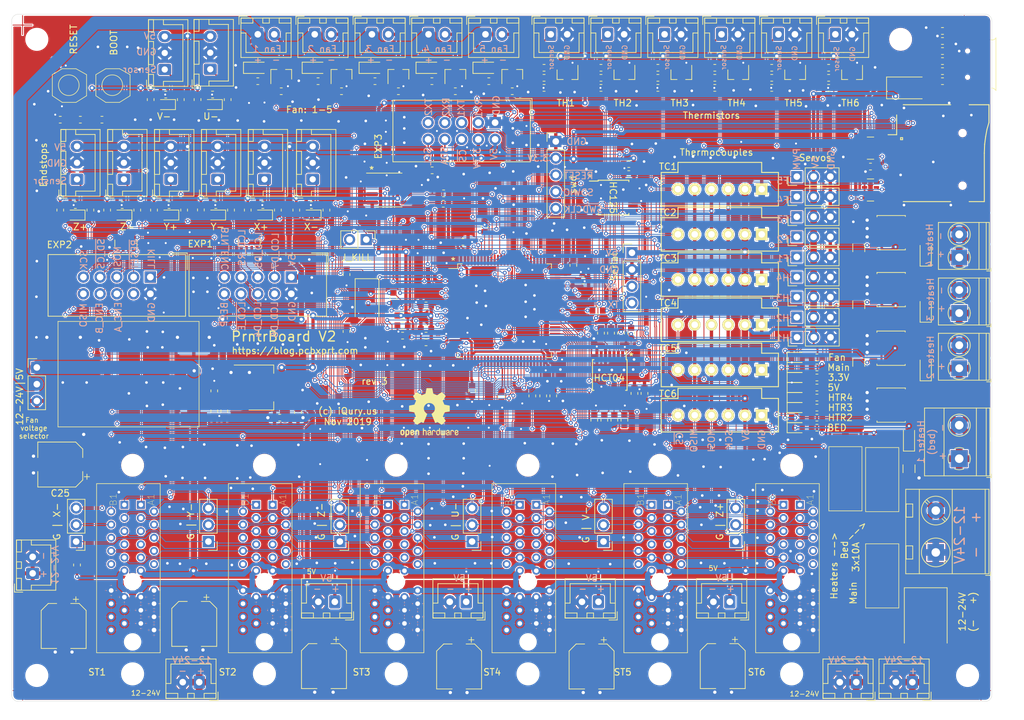
<source format=kicad_pcb>
(kicad_pcb (version 20190605) (host pcbnew "(5.1.0-1558-g0ba0c1724)")
  (layers (0 "F.Cu" signal) (31 "B.Cu" signal) (34 "B.Paste" user) (35 "F.Paste" user) (36 "B.SilkS" user) (37 "F.SilkS" user) (38 "B.Mask" user) (39 "F.Mask" user) (44 "Edge.Cuts" user))
  (net 0 "")
  (net 1 "~RESET")
  (net 2 "GND")
  (net 3 "Net-(C2-Pad1)")
  (net 4 "Net-(C3-Pad1)")
  (net 5 "Net-(C4-Pad1)")
  (net 6 "Net-(C5-Pad1)")
  (net 7 "AVREF")
  (net 8 "3.3V")
  (net 9 "Net-(C19-Pad2)")
  (net 10 "5V")
  (net 11 "V_motors")
  (net 12 "ADC1")
  (net 13 "ADC4")
  (net 14 "ADC2")
  (net 15 "ADC5")
  (net 16 "ADC3")
  (net 17 "ADC6")
  (net 18 "Net-(C33-Pad1)")
  (net 19 "Net-(C34-Pad1)")
  (net 20 "Net-(C35-Pad1)")
  (net 21 "Net-(C36-Pad1)")
  (net 22 "Net-(C37-Pad1)")
  (net 23 "Net-(C38-Pad1)")
  (net 24 "Net-(C39-Pad1)")
  (net 25 "Net-(C40-Pad1)")
  (net 26 "V_bed")
  (net 27 "V_heaters")
  (net 28 "Net-(D1-Pad2)")
  (net 29 "Net-(D2-Pad2)")
  (net 30 "Net-(D3-Pad2)")
  (net 31 "Net-(D4-Pad2)")
  (net 32 "Net-(D5-Pad2)")
  (net 33 "Net-(D13-Pad2)")
  (net 34 "Net-(D14-Pad2)")
  (net 35 "Net-(D15-Pad2)")
  (net 36 "Net-(D16-Pad2)")
  (net 37 "Net-(D17-Pad2)")
  (net 38 "Net-(D18-Pad2)")
  (net 39 "Net-(D19-Pad2)")
  (net 40 "Net-(D20-Pad2)")
  (net 41 "Net-(D21-Pad1)")
  (net 42 "Net-(D22-Pad2)")
  (net 43 "V_fan")
  (net 44 "Net-(D23-Pad1)")
  (net 45 "Net-(D23-Pad2)")
  (net 46 "Net-(D24-Pad1)")
  (net 47 "Net-(D24-Pad2)")
  (net 48 "Net-(D27-Pad2)")
  (net 49 "Net-(D28-Pad1)")
  (net 50 "Net-(D28-Pad2)")
  (net 51 "Net-(D30-Pad2)")
  (net 52 "Net-(D31-Pad2)")
  (net 53 "Net-(D32-Pad1)")
  (net 54 "Net-(D32-Pad2)")
  (net 55 "Net-(D34-Pad2)")
  (net 56 "Net-(F1-Pad1)")
  (net 57 "Net-(F2-Pad1)")
  (net 58 "BEEP")
  (net 59 "/Sheet5DAF0EF8/E_BTN_ENC")
  (net 60 "~LCD_E")
  (net 61 "LCD_RS")
  (net 62 "/Sheet5DAF0EF8/E_LCD_D4")
  (net 63 "/Sheet5DAF0EF8/E_LCD_D5")
  (net 64 "/Sheet5DAF0EF8/E_LCD_D6")
  (net 65 "/Sheet5DAF0EF8/E_LCD_D7")
  (net 66 "/Sheet5DAF0EF8/E_MISO")
  (net 67 "SPI2_SCK")
  (net 68 "/Sheet5DAF0EF8/E_ENC_B")
  (net 69 "~SD_DETECT")
  (net 70 "/Sheet5DAF0EF8/E_ENC_A")
  (net 71 "SPI2_MOSI")
  (net 72 "/Sheet5DAF0EF8/D+")
  (net 73 "/Sheet5DAF0EF8/D-")
  (net 74 "PWM1")
  (net 75 "PWM4")
  (net 76 "PWM7")
  (net 77 "PWM2")
  (net 78 "PWM5")
  (net 79 "PWM8")
  (net 80 "PWM3")
  (net 81 "PWM6")
  (net 82 "PWM9")
  (net 83 "UART_TX")
  (net 84 "UART_RX")
  (net 85 "~ST1_CS")
  (net 86 "SPI1_MISO")
  (net 87 "SPI1_MOSI")
  (net 88 "SPI1_SCK")
  (net 89 "ST_UART1")
  (net 90 "ST1_STEP")
  (net 91 "ST1_DIR")
  (net 92 "~ST_ENABLE")
  (net 93 "~ST1_ALARM")
  (net 94 "~ST_RESET")
  (net 95 "I2C_SCL")
  (net 96 "I2C_SDA")
  (net 97 "~ST2_CS")
  (net 98 "ST2_STEP")
  (net 99 "ST2_DIR")
  (net 100 "~ST2_ALARM")
  (net 101 "~ST3_CS")
  (net 102 "ST3_STEP")
  (net 103 "ST3_DIR")
  (net 104 "~ST3_ALARM")
  (net 105 "~ST4_CS")
  (net 106 "ST4_STEP")
  (net 107 "ST4_DIR")
  (net 108 "~ST4_ALARM")
  (net 109 "~ST5_CS")
  (net 110 "ST_UART2")
  (net 111 "ST5_STEP")
  (net 112 "ST5_DIR")
  (net 113 "~ST5_ALARM")
  (net 114 "~ST6_CS")
  (net 115 "ST6_STEP")
  (net 116 "ST6_DIR")
  (net 117 "~ST6_ALARM")
  (net 118 "/Sheet5DABBBAA/SWDCLK")
  (net 119 "/Sheet5DABBBAA/SWDIO")
  (net 120 "Net-(J_TH1-Pad1)")
  (net 121 "Net-(J_TH2-Pad1)")
  (net 122 "Net-(J_TH3-Pad1)")
  (net 123 "Net-(J_TH4-Pad1)")
  (net 124 "Net-(J_TH5-Pad1)")
  (net 125 "Net-(J_TH6-Pad1)")
  (net 126 "~EXP_CS")
  (net 127 "~X_MIN")
  (net 128 "~ALARM1")
  (net 129 "~U_MIN")
  (net 130 "~Y_MIN")
  (net 131 "~V_MIN")
  (net 132 "~Z_MAX")
  (net 133 "~Z_MIN")
  (net 134 "/Sheet5DABBBAA/BOOT0")
  (net 135 "Net-(R8-Pad2)")
  (net 136 "USB_D-")
  (net 137 "USB_D+")
  (net 138 "~X_MAX")
  (net 139 "~Y_MAX")
  (net 140 "/Sheet5DABBBAA/ST_RXTX_2")
  (net 141 "/Sheet5DABBBAA/ST_RXTX_1")
  (net 142 "Net-(R51-Pad1)")
  (net 143 "Net-(R52-Pad1)")
  (net 144 "Net-(R52-Pad2)")
  (net 145 "Net-(R53-Pad1)")
  (net 146 "Net-(R53-Pad2)")
  (net 147 "Net-(R57-Pad1)")
  (net 148 "Net-(R59-Pad1)")
  (net 149 "Net-(R59-Pad2)")
  (net 150 "Net-(R62-Pad1)")
  (net 151 "Net-(R65-Pad1)")
  (net 152 "Net-(R66-Pad1)")
  (net 153 "Net-(R66-Pad2)")
  (net 154 "Net-(R69-Pad1)")
  (net 155 "LCD_D7")
  (net 156 "LCD_D6")
  (net 157 "LCD_D4")
  (net 158 "LCD_D5")
  (net 159 "SPI2_MISO")
  (net 160 "ENC_A")
  (net 161 "BTN_ENC")
  (net 162 "ENC_B")
  (net 163 "SDIO_CLK")
  (net 164 "SDIO_CMD")
  (net 165 "SDIO_D2")
  (net 166 "SDIO_D3")
  (net 167 "Net-(RN4-Pad5)")
  (net 168 "SDIO_D0")
  (net 169 "SDIO_D1")
  (net 170 "Net-(EXP2-Pad1)")
  (net 171 "/Sheet5DABBBAA/SPI2_SCK_CPU")
  (net 172 "/Sheet5DABBBAA/SPI1_MOSI_CPU")
  (net 173 "/Sheet5DABBBAA/SPI1_SCK_CPU")
  (net 174 "/Sheet5DABBBAA/SPI2_MOSI_CPU")
  (net 175 "UART2_TX")
  (net 176 "UART2_RX")
  (module "Package_SO:SO-8_3.9x4.9mm_P1.27mm" (layer "F.Cu") (at 80.391 85.852)
    (fp_text reference "U3" hide)
    (fp_text value "24LC64")
    (pad "8" smd roundrect (at 2.575 -1.905) (size 1.75 0.6) (layers "F.Cu" "F.Paste" "F.Mask") (net 8 "3.3V"))
    (pad "7" smd roundrect (at 2.575 -0.635) (size 1.75 0.6) (layers "F.Cu" "F.Paste" "F.Mask") (net 2 "GND"))
    (pad "6" smd roundrect (at 2.575 0.635) (size 1.75 0.6) (layers "F.Cu" "F.Paste" "F.Mask") (net 95 "I2C_SCL"))
    (pad "5" smd roundrect (at 2.575 1.905) (size 1.75 0.6) (layers "F.Cu" "F.Paste" "F.Mask") (net 96 "I2C_SDA"))
    (pad "4" smd roundrect (at -2.575 1.905) (size 1.75 0.6) (layers "F.Cu" "F.Paste" "F.Mask") (net 2 "GND"))
    (pad "3" smd roundrect (at -2.575 0.635) (size 1.75 0.6) (layers "F.Cu" "F.Paste" "F.Mask") (net 2 "GND"))
    (pad "2" smd roundrect (at -2.575 -0.635) (size 1.75 0.6) (layers "F.Cu" "F.Paste" "F.Mask") (net 2 "GND"))
    (pad "1" smd roundrect (at -2.575 -1.905) (size 1.75 0.6) (layers "F.Cu" "F.Paste" "F.Mask") (net 2 "GND"))
  )
  (module "PrntrBoardV2:Button_4x4" (layer "F.Cu") (at 31.8008 69.9262 90)
    (fp_text reference "SW_RST1" hide)
    (fp_text value "SW_Push")
    (pad "2" smd rect (at 3.0742 1.9712 90) (size 1.7 1) (layers "F.Cu" "F.Paste" "F.Mask") (net 1 "~RESET"))
    (pad "1" smd rect (at 3.0742 -1.8288 90) (size 1.7 1) (layers "F.Cu" "F.Paste" "F.Mask") (net 2 "GND"))
    (pad "2" smd rect (at -3.2258 1.9712 90) (size 1.7 1) (layers "F.Cu" "F.Paste" "F.Mask") (net 1 "~RESET"))
    (pad "1" smd rect (at -3.2258 -1.8288 90) (size 1.7 1) (layers "F.Cu" "F.Paste" "F.Mask") (net 2 "GND"))
  )
  (module "PrntrBoardV2:Button_4x4" (layer "F.Cu") (at 38.4048 69.9262 90)
    (fp_text reference "SW_BOOT1" hide)
    (fp_text value "SW_Push")
    (pad "2" smd rect (at 3.0742 1.9712 90) (size 1.7 1) (layers "F.Cu" "F.Paste" "F.Mask") (net 134 "/Sheet5DABBBAA/BOOT0"))
    (pad "1" smd rect (at 3.0742 -1.8288 90) (size 1.7 1) (layers "F.Cu" "F.Paste" "F.Mask") (net 135 "Net-(R8-Pad2)"))
    (pad "2" smd rect (at -3.2258 1.9712 90) (size 1.7 1) (layers "F.Cu" "F.Paste" "F.Mask") (net 134 "/Sheet5DABBBAA/BOOT0"))
    (pad "1" smd rect (at -3.2258 -1.8288 90) (size 1.7 1) (layers "F.Cu" "F.Paste" "F.Mask") (net 135 "Net-(R8-Pad2)"))
  )
  (module "Connector_JST:JST_XH_B2B-XH-A_1x02_P2.50mm_Vertical" (layer "F.Cu") (at 26.289 144.018 90)
    (fp_text reference "J27" hide)
    (fp_text value "JST XH")
    (pad "2" thru_hole oval (at 2.5 0 90) (size 1.7 2) (drill 1) (layers *.Cu *.Mask) (net 2 "GND"))
    (pad "1" thru_hole roundrect (at 0 0 90) (size 1.7 2) (drill 1) (layers *.Cu *.Mask) (roundrect_rratio 0.147059) (net 11 "V_motors"))
  )
  (module "Connector_JST:JST_XH_B2B-XH-A_1x02_P2.50mm_Vertical" (layer "F.Cu") (at 159.766 160.528 180)
    (fp_text reference "J26" hide)
    (fp_text value "JST XH")
    (pad "2" thru_hole oval (at 2.5 0 180) (size 1.7 2) (drill 1) (layers *.Cu *.Mask) (net 2 "GND"))
    (pad "1" thru_hole roundrect (at 0 0 180) (size 1.7 2) (drill 1) (layers *.Cu *.Mask) (roundrect_rratio 0.147059) (net 11 "V_motors"))
  )
  (module "Connector_JST:JST_XH_B2B-XH-A_1x02_P2.50mm_Vertical" (layer "F.Cu") (at 112.141 148.336 180)
    (fp_text reference "J25" hide)
    (fp_text value "JST XH")
    (pad "2" thru_hole oval (at 2.5 0 180) (size 1.7 2) (drill 1) (layers *.Cu *.Mask) (net 2 "GND"))
    (pad "1" thru_hole roundrect (at 0 0 180) (size 1.7 2) (drill 1) (layers *.Cu *.Mask) (roundrect_rratio 0.147059) (net 10 "5V"))
  )
  (module "Connector_JST:JST_XH_B2B-XH-A_1x02_P2.50mm_Vertical" (layer "F.Cu") (at 92.075 148.336 180)
    (fp_text reference "J24" hide)
    (fp_text value "JST XH")
    (pad "2" thru_hole oval (at 2.5 0 180) (size 1.7 2) (drill 1) (layers *.Cu *.Mask) (net 2 "GND"))
    (pad "1" thru_hole roundrect (at 0 0 180) (size 1.7 2) (drill 1) (layers *.Cu *.Mask) (roundrect_rratio 0.147059) (net 10 "5V"))
  )
  (module "Package_SO:TSSOP-14_4.4x5mm_P0.65mm" (layer "F.Cu") (at 113.8555 113.919 270)
    (fp_text reference "U6" hide)
    (fp_text value "74HCT04")
    (pad "14" smd rect (at 2.95 -1.95 270) (size 1.45 0.45) (layers "F.Cu" "F.Paste" "F.Mask") (net 10 "5V"))
    (pad "13" smd rect (at 2.95 -1.3 270) (size 1.45 0.45) (layers "F.Cu" "F.Paste" "F.Mask") (net 75 "PWM4"))
    (pad "12" smd rect (at 2.95 -0.65 270) (size 1.45 0.45) (layers "F.Cu" "F.Paste" "F.Mask") (net 146 "Net-(R53-Pad2)"))
    (pad "11" smd rect (at 2.95 0 270) (size 1.45 0.45) (layers "F.Cu" "F.Paste" "F.Mask") (net 80 "PWM3"))
    (pad "10" smd rect (at 2.95 0.65 270) (size 1.45 0.45) (layers "F.Cu" "F.Paste" "F.Mask") (net 153 "Net-(R66-Pad2)"))
    (pad "9" smd rect (at 2.95 1.3 270) (size 1.45 0.45) (layers "F.Cu" "F.Paste" "F.Mask") (net 2 "GND"))
    (pad "8" smd rect (at 2.95 1.95 270) (size 1.45 0.45) (layers "F.Cu" "F.Paste" "F.Mask"))
    (pad "7" smd rect (at -2.95 1.95 270) (size 1.45 0.45) (layers "F.Cu" "F.Paste" "F.Mask") (net 2 "GND"))
    (pad "6" smd rect (at -2.95 1.3 270) (size 1.45 0.45) (layers "F.Cu" "F.Paste" "F.Mask"))
    (pad "5" smd rect (at -2.95 0.65 270) (size 1.45 0.45) (layers "F.Cu" "F.Paste" "F.Mask") (net 2 "GND"))
    (pad "4" smd rect (at -2.95 0 270) (size 1.45 0.45) (layers "F.Cu" "F.Paste" "F.Mask") (net 149 "Net-(R59-Pad2)"))
    (pad "3" smd rect (at -2.95 -0.65 270) (size 1.45 0.45) (layers "F.Cu" "F.Paste" "F.Mask") (net 77 "PWM2"))
    (pad "2" smd rect (at -2.95 -1.3 270) (size 1.45 0.45) (layers "F.Cu" "F.Paste" "F.Mask") (net 144 "Net-(R52-Pad2)"))
    (pad "1" smd rect (at -2.95 -1.95 270) (size 1.45 0.45) (layers "F.Cu" "F.Paste" "F.Mask") (net 74 "PWM1"))
  )
  (module "Crystal:Crystal_SMD_5032-2Pin_5.0x3.2mm" (layer "F.Cu") (at 77.0255 102.362 270)
    (fp_text reference "Y1" hide)
    (fp_text value "8MHz")
    (pad "2" smd rect (at 1.85 0 270) (size 2 2.4) (layers "F.Cu" "F.Paste" "F.Mask") (net 5 "Net-(C4-Pad1)"))
    (pad "1" smd rect (at -1.85 0 270) (size 2 2.4) (layers "F.Cu" "F.Paste" "F.Mask") (net 4 "Net-(C3-Pad1)"))
  )
  (module "Capacitor_SMD:CP_Elec_6.3x7.7" (layer "F.Cu") (at 30.48 127.508 180)
    (fp_text reference "C25" (at 0 -4.35) (layer "F.SilkS"))
    (fp_text value "100uF 35V")
    (pad "2" smd roundrect (at 2.7 0 180) (size 3.5 1.6) (layers "F.Cu" "F.Paste" "F.Mask") (roundrect_rratio 0.15625) (net 2 "GND"))
    (pad "1" smd roundrect (at -2.7 0 180) (size 3.5 1.6) (layers "F.Cu" "F.Paste" "F.Mask") (roundrect_rratio 0.15625) (net 11 "V_motors"))
  )
  (module "Connector_JST:JST_XH_B2B-XH-A_1x02_P2.50mm_Vertical" (layer "F.Cu") (at 151.257 160.528 180)
    (fp_text reference "J23" hide)
    (fp_text value "JST XH")
    (pad "2" thru_hole oval (at 2.5 0 180) (size 1.7 2) (drill 1) (layers *.Cu *.Mask) (net 2 "GND"))
    (pad "1" thru_hole roundrect (at 0 0 180) (size 1.7 2) (drill 1) (layers *.Cu *.Mask) (roundrect_rratio 0.147059) (net 11 "V_motors"))
  )
  (module "Connector_JST:JST_XH_B2B-XH-A_1x02_P2.50mm_Vertical" (layer "F.Cu") (at 51.562 160.528 180)
    (fp_text reference "J22" hide)
    (fp_text value "JST XH")
    (pad "2" thru_hole oval (at 2.5 0 180) (size 1.7 2) (drill 1) (layers *.Cu *.Mask) (net 2 "GND"))
    (pad "1" thru_hole roundrect (at 0 0 180) (size 1.7 2) (drill 1) (layers *.Cu *.Mask) (roundrect_rratio 0.147059) (net 11 "V_motors"))
  )
  (module "Connector_JST:JST_XH_B2B-XH-A_1x02_P2.50mm_Vertical" (layer "F.Cu") (at 132.08 148.336 180)
    (fp_text reference "J2" hide)
    (fp_text value "JST XH")
    (pad "2" thru_hole oval (at 2.5 0 180) (size 1.7 2) (drill 1) (layers *.Cu *.Mask) (net 2 "GND"))
    (pad "1" thru_hole roundrect (at 0 0 180) (size 1.7 2) (drill 1) (layers *.Cu *.Mask) (roundrect_rratio 0.147059) (net 10 "5V"))
  )
  (module "Connector_JST:JST_XH_B2B-XH-A_1x02_P2.50mm_Vertical" (layer "F.Cu") (at 72.136 148.336 180)
    (fp_text reference "J1" hide)
    (fp_text value "JST XH")
    (pad "2" thru_hole oval (at 2.5 0 180) (size 1.7 2) (drill 1) (layers *.Cu *.Mask) (net 2 "GND"))
    (pad "1" thru_hole roundrect (at 0 0 180) (size 1.7 2) (drill 1) (layers *.Cu *.Mask) (roundrect_rratio 0.147059) (net 10 "5V"))
  )
  (module "Connector_IDC:IDC-Header_2x05_P2.54mm_Vertical" (layer "F.Cu") (at 96.4565 75.6285 270)
    (fp_text reference "EXP3" hide)
    (fp_text value "IDC 2x5")
    (pad "10" thru_hole oval (at 2.54 10.16 270) (size 1.7272 1.7272) (drill 1.016) (layers *.Cu *.Mask) (net 95 "I2C_SCL"))
    (pad "9" thru_hole oval (at 0 10.16 270) (size 1.7272 1.7272) (drill 1.016) (layers *.Cu *.Mask) (net 175 "UART2_TX"))
    (pad "8" thru_hole oval (at 2.54 7.62 270) (size 1.7272 1.7272) (drill 1.016) (layers *.Cu *.Mask) (net 96 "I2C_SDA"))
    (pad "7" thru_hole oval (at 0 7.62 270) (size 1.7272 1.7272) (drill 1.016) (layers *.Cu *.Mask) (net 176 "UART2_RX"))
    (pad "6" thru_hole oval (at 2.54 5.08 270) (size 1.7272 1.7272) (drill 1.016) (layers *.Cu *.Mask) (net 126 "~EXP_CS"))
    (pad "5" thru_hole oval (at 0 5.08 270) (size 1.7272 1.7272) (drill 1.016) (layers *.Cu *.Mask) (net 83 "UART_TX"))
    (pad "4" thru_hole oval (at 2.54 2.54 270) (size 1.7272 1.7272) (drill 1.016) (layers *.Cu *.Mask) (net 8 "3.3V"))
    (pad "3" thru_hole oval (at 0 2.54 270) (size 1.7272 1.7272) (drill 1.016) (layers *.Cu *.Mask) (net 84 "UART_RX"))
    (pad "2" thru_hole oval (at 2.54 0 270) (size 1.7272 1.7272) (drill 1.016) (layers *.Cu *.Mask) (net 10 "5V"))
    (pad "1" thru_hole rect (at 0 0 270) (size 1.7272 1.7272) (drill 1.016) (layers *.Cu *.Mask) (net 2 "GND"))
  )
  (module "Symbol:OSHW-Logo2_9.8x8mm_SilkScreen" (layer "F.Cu") (at 86.487 119.634)
    (fp_text reference "LOGO1" hide)
    (fp_text value "Logo_Open_Hardware_Small" hide)
  )
  (module "PrntrBoardV2:AMPHENOL_10018784-10210TLF" (layer "F.Cu") (at 141.456 145.268 270)
    (fp_text reference "J_ST6" hide)
    (fp_text value "PCIe_Stepper" hide)
    (fp_text user "A1" (at -12.446 -2.794 90) (layer "F.SilkS") (effects (font (thickness 0.05))))
    (fp_text user "B1" (at -12.446 2.921 90) (layer "F.SilkS") (effects (font (thickness 0.05))))
    (pad "" np_thru_hole circle (at -17.65 0 270) (size 3.2 3.2) (drill 3.2) (layers *.Cu *.Mask "F.SilkS") (clearance 0.1))
    (pad "" np_thru_hole circle (at 14 0 270) (size 3.2 3.2) (drill 3.2) (layers *.Cu *.Mask "F.SilkS") (clearance 0.1))
    (pad "Hole" np_thru_hole circle (at 0 0 270) (size 2.35 2.35) (drill 2.35) (layers *.Cu *.Mask "F.SilkS"))
    (pad "Hole" np_thru_hole circle (at 9.15 0 270) (size 2.35 2.35) (drill 2.35) (layers *.Cu *.Mask "F.SilkS"))
    (pad "A1" thru_hole rect (at -11.65 -1.25 270) (size 1.208 1.208) (drill 0.7) (layers *.Cu *.Mask) (net 114 "~ST6_CS"))
    (pad "A2" thru_hole circle (at -10.65 -3.25 270) (size 1.208 1.208) (drill 0.7) (layers *.Cu *.Mask) (net 86 "SPI1_MISO"))
    (pad "A3" thru_hole circle (at -9.65 -1.25 270) (size 1.208 1.208) (drill 0.7) (layers *.Cu *.Mask) (net 87 "SPI1_MOSI"))
    (pad "A4" thru_hole circle (at -8.65 -3.25 270) (size 1.208 1.208) (drill 0.7) (layers *.Cu *.Mask) (net 88 "SPI1_SCK"))
    (pad "A5" thru_hole circle (at -7.65 -1.25 270) (size 1.208 1.208) (drill 0.7) (layers *.Cu *.Mask))
    (pad "A6" thru_hole circle (at -6.65 -3.25 270) (size 1.208 1.208) (drill 0.7) (layers *.Cu *.Mask) (net 110 "ST_UART2"))
    (pad "A7" thru_hole circle (at -5.65 -1.25 270) (size 1.208 1.208) (drill 0.7) (layers *.Cu *.Mask))
    (pad "A8" thru_hole circle (at -4.65 -3.25 270) (size 1.208 1.208) (drill 0.7) (layers *.Cu *.Mask))
    (pad "A9" thru_hole circle (at -3.65 -1.25 270) (size 1.208 1.208) (drill 0.7) (layers *.Cu *.Mask))
    (pad "A10" thru_hole circle (at -2.65 -3.25 270) (size 1.208 1.208) (drill 0.7) (layers *.Cu *.Mask))
    (pad "A12" thru_hole circle (at 1.35 -3.25 270) (size 1.208 1.208) (drill 0.7) (layers *.Cu *.Mask) (net 2 "GND"))
    (pad "A13" thru_hole circle (at 2.35 -1.25 270) (size 1.208 1.208) (drill 0.7) (layers *.Cu *.Mask) (net 2 "GND"))
    (pad "A14" thru_hole circle (at 3.35 -3.25 270) (size 1.208 1.208) (drill 0.7) (layers *.Cu *.Mask) (net 2 "GND"))
    (pad "A15" thru_hole circle (at 4.35 -1.25 270) (size 1.208 1.208) (drill 0.7) (layers *.Cu *.Mask) (net 2 "GND"))
    (pad "A16" thru_hole circle (at 5.35 -3.25 270) (size 1.208 1.208) (drill 0.7) (layers *.Cu *.Mask) (net 2 "GND"))
    (pad "A17" thru_hole circle (at 6.35 -1.25 270) (size 1.208 1.208) (drill 0.7) (layers *.Cu *.Mask) (net 2 "GND"))
    (pad "A18" thru_hole circle (at 7.35 -3.25 270) (size 1.208 1.208) (drill 0.7) (layers *.Cu *.Mask) (net 2 "GND"))
    (pad "B1" thru_hole rect (at -11.65 1.25 270) (size 1.208 1.208) (drill 0.7) (layers *.Cu *.Mask) (net 115 "ST6_STEP"))
    (pad "B2" thru_hole circle (at -10.65 3.25 270) (size 1.208 1.208) (drill 0.7) (layers *.Cu *.Mask) (net 116 "ST6_DIR"))
    (pad "B3" thru_hole circle (at -9.65 1.25 270) (size 1.208 1.208) (drill 0.7) (layers *.Cu *.Mask) (net 92 "~ST_ENABLE"))
    (pad "B4" thru_hole circle (at -8.65 3.25 270) (size 1.208 1.208) (drill 0.7) (layers *.Cu *.Mask) (net 117 "~ST6_ALARM"))
    (pad "B5" thru_hole circle (at -7.65 1.25 270) (size 1.208 1.208) (drill 0.7) (layers *.Cu *.Mask) (net 94 "~ST_RESET"))
    (pad "B6" thru_hole circle (at -6.65 3.25 270) (size 1.208 1.208) (drill 0.7) (layers *.Cu *.Mask))
    (pad "B7" thru_hole circle (at -5.65 1.25 270) (size 1.208 1.208) (drill 0.7) (layers *.Cu *.Mask))
    (pad "B8" thru_hole circle (at -4.65 3.25 270) (size 1.208 1.208) (drill 0.7) (layers *.Cu *.Mask) (net 95 "I2C_SCL"))
    (pad "B9" thru_hole circle (at -3.65 1.25 270) (size 1.208 1.208) (drill 0.7) (layers *.Cu *.Mask) (net 96 "I2C_SDA"))
    (pad "B10" thru_hole circle (at -2.65 3.25 270) (size 1.208 1.208) (drill 0.7) (layers *.Cu *.Mask))
    (pad "B12" thru_hole circle (at 1.35 3.25 270) (size 1.208 1.208) (drill 0.7) (layers *.Cu *.Mask) (net 8 "3.3V"))
    (pad "B13" thru_hole circle (at 2.35 1.25 270) (size 1.208 1.208) (drill 0.7) (layers *.Cu *.Mask) (net 8 "3.3V"))
    (pad "B14" thru_hole circle (at 3.35 3.25 270) (size 1.208 1.208) (drill 0.7) (layers *.Cu *.Mask) (net 11 "V_motors"))
    (pad "B15" thru_hole circle (at 4.35 1.25 270) (size 1.208 1.208) (drill 0.7) (layers *.Cu *.Mask) (net 11 "V_motors"))
    (pad "B16" thru_hole circle (at 5.35 3.25 270) (size 1.208 1.208) (drill 0.7) (layers *.Cu *.Mask) (net 11 "V_motors"))
    (pad "B17" thru_hole circle (at 6.35 1.25 270) (size 1.208 1.208) (drill 0.7) (layers *.Cu *.Mask) (net 11 "V_motors"))
    (pad "B18" thru_hole circle (at 7.35 3.25 270) (size 1.208 1.208) (drill 0.7) (layers *.Cu *.Mask) (net 11 "V_motors"))
    (pad "A11" thru_hole circle (at -1.65 -1.25 270) (size 1.208 1.208) (drill 0.7) (layers *.Cu *.Mask) (net 10 "5V"))
    (pad "B11" thru_hole circle (at -1.65 1.25 270) (size 1.208 1.208) (drill 0.7) (layers *.Cu *.Mask) (net 8 "3.3V"))
  )
  (module "PrntrBoardV2:AMPHENOL_10018784-10210TLF" (layer "F.Cu") (at 121.456 145.268 270)
    (fp_text reference "J_ST5" hide)
    (fp_text value "PCIe_Stepper" hide)
    (fp_text user "A1" (at -12.446 -2.794 90) (layer "F.SilkS") (effects (font (thickness 0.05))))
    (fp_text user "B1" (at -12.446 2.921 90) (layer "F.SilkS") (effects (font (thickness 0.05))))
    (pad "" np_thru_hole circle (at -17.65 0 270) (size 3.2 3.2) (drill 3.2) (layers *.Cu *.Mask "F.SilkS") (clearance 0.1))
    (pad "" np_thru_hole circle (at 14 0 270) (size 3.2 3.2) (drill 3.2) (layers *.Cu *.Mask "F.SilkS") (clearance 0.1))
    (pad "Hole" np_thru_hole circle (at 0 0 270) (size 2.35 2.35) (drill 2.35) (layers *.Cu *.Mask "F.SilkS"))
    (pad "Hole" np_thru_hole circle (at 9.15 0 270) (size 2.35 2.35) (drill 2.35) (layers *.Cu *.Mask "F.SilkS"))
    (pad "A1" thru_hole rect (at -11.65 -1.25 270) (size 1.208 1.208) (drill 0.7) (layers *.Cu *.Mask) (net 109 "~ST5_CS"))
    (pad "A2" thru_hole circle (at -10.65 -3.25 270) (size 1.208 1.208) (drill 0.7) (layers *.Cu *.Mask) (net 86 "SPI1_MISO"))
    (pad "A3" thru_hole circle (at -9.65 -1.25 270) (size 1.208 1.208) (drill 0.7) (layers *.Cu *.Mask) (net 87 "SPI1_MOSI"))
    (pad "A4" thru_hole circle (at -8.65 -3.25 270) (size 1.208 1.208) (drill 0.7) (layers *.Cu *.Mask) (net 88 "SPI1_SCK"))
    (pad "A5" thru_hole circle (at -7.65 -1.25 270) (size 1.208 1.208) (drill 0.7) (layers *.Cu *.Mask))
    (pad "A6" thru_hole circle (at -6.65 -3.25 270) (size 1.208 1.208) (drill 0.7) (layers *.Cu *.Mask) (net 110 "ST_UART2"))
    (pad "A7" thru_hole circle (at -5.65 -1.25 270) (size 1.208 1.208) (drill 0.7) (layers *.Cu *.Mask))
    (pad "A8" thru_hole circle (at -4.65 -3.25 270) (size 1.208 1.208) (drill 0.7) (layers *.Cu *.Mask))
    (pad "A9" thru_hole circle (at -3.65 -1.25 270) (size 1.208 1.208) (drill 0.7) (layers *.Cu *.Mask))
    (pad "A10" thru_hole circle (at -2.65 -3.25 270) (size 1.208 1.208) (drill 0.7) (layers *.Cu *.Mask))
    (pad "A12" thru_hole circle (at 1.35 -3.25 270) (size 1.208 1.208) (drill 0.7) (layers *.Cu *.Mask) (net 2 "GND"))
    (pad "A13" thru_hole circle (at 2.35 -1.25 270) (size 1.208 1.208) (drill 0.7) (layers *.Cu *.Mask) (net 2 "GND"))
    (pad "A14" thru_hole circle (at 3.35 -3.25 270) (size 1.208 1.208) (drill 0.7) (layers *.Cu *.Mask) (net 2 "GND"))
    (pad "A15" thru_hole circle (at 4.35 -1.25 270) (size 1.208 1.208) (drill 0.7) (layers *.Cu *.Mask) (net 2 "GND"))
    (pad "A16" thru_hole circle (at 5.35 -3.25 270) (size 1.208 1.208) (drill 0.7) (layers *.Cu *.Mask) (net 2 "GND"))
    (pad "A17" thru_hole circle (at 6.35 -1.25 270) (size 1.208 1.208) (drill 0.7) (layers *.Cu *.Mask) (net 2 "GND"))
    (pad "A18" thru_hole circle (at 7.35 -3.25 270) (size 1.208 1.208) (drill 0.7) (layers *.Cu *.Mask) (net 2 "GND"))
    (pad "B1" thru_hole rect (at -11.65 1.25 270) (size 1.208 1.208) (drill 0.7) (layers *.Cu *.Mask) (net 111 "ST5_STEP"))
    (pad "B2" thru_hole circle (at -10.65 3.25 270) (size 1.208 1.208) (drill 0.7) (layers *.Cu *.Mask) (net 112 "ST5_DIR"))
    (pad "B3" thru_hole circle (at -9.65 1.25 270) (size 1.208 1.208) (drill 0.7) (layers *.Cu *.Mask) (net 92 "~ST_ENABLE"))
    (pad "B4" thru_hole circle (at -8.65 3.25 270) (size 1.208 1.208) (drill 0.7) (layers *.Cu *.Mask) (net 113 "~ST5_ALARM"))
    (pad "B5" thru_hole circle (at -7.65 1.25 270) (size 1.208 1.208) (drill 0.7) (layers *.Cu *.Mask) (net 94 "~ST_RESET"))
    (pad "B6" thru_hole circle (at -6.65 3.25 270) (size 1.208 1.208) (drill 0.7) (layers *.Cu *.Mask))
    (pad "B7" thru_hole circle (at -5.65 1.25 270) (size 1.208 1.208) (drill 0.7) (layers *.Cu *.Mask))
    (pad "B8" thru_hole circle (at -4.65 3.25 270) (size 1.208 1.208) (drill 0.7) (layers *.Cu *.Mask) (net 95 "I2C_SCL"))
    (pad "B9" thru_hole circle (at -3.65 1.25 270) (size 1.208 1.208) (drill 0.7) (layers *.Cu *.Mask) (net 96 "I2C_SDA"))
    (pad "B10" thru_hole circle (at -2.65 3.25 270) (size 1.208 1.208) (drill 0.7) (layers *.Cu *.Mask))
    (pad "B12" thru_hole circle (at 1.35 3.25 270) (size 1.208 1.208) (drill 0.7) (layers *.Cu *.Mask) (net 2 "GND"))
    (pad "B13" thru_hole circle (at 2.35 1.25 270) (size 1.208 1.208) (drill 0.7) (layers *.Cu *.Mask) (net 8 "3.3V"))
    (pad "B14" thru_hole circle (at 3.35 3.25 270) (size 1.208 1.208) (drill 0.7) (layers *.Cu *.Mask) (net 11 "V_motors"))
    (pad "B15" thru_hole circle (at 4.35 1.25 270) (size 1.208 1.208) (drill 0.7) (layers *.Cu *.Mask) (net 11 "V_motors"))
    (pad "B16" thru_hole circle (at 5.35 3.25 270) (size 1.208 1.208) (drill 0.7) (layers *.Cu *.Mask) (net 11 "V_motors"))
    (pad "B17" thru_hole circle (at 6.35 1.25 270) (size 1.208 1.208) (drill 0.7) (layers *.Cu *.Mask) (net 11 "V_motors"))
    (pad "B18" thru_hole circle (at 7.35 3.25 270) (size 1.208 1.208) (drill 0.7) (layers *.Cu *.Mask) (net 11 "V_motors"))
    (pad "A11" thru_hole circle (at -1.65 -1.25 270) (size 1.208 1.208) (drill 0.7) (layers *.Cu *.Mask) (net 10 "5V"))
    (pad "B11" thru_hole circle (at -1.65 1.25 270) (size 1.208 1.208) (drill 0.7) (layers *.Cu *.Mask) (net 8 "3.3V"))
  )
  (module "PrntrBoardV2:AMPHENOL_10018784-10210TLF" (layer "F.Cu") (at 101.456 145.268 270)
    (fp_text reference "J_ST4" hide)
    (fp_text value "PCIe_Stepper" hide)
    (fp_text user "A1" (at -12.446 -2.794 90) (layer "F.SilkS") (effects (font (thickness 0.05))))
    (fp_text user "B1" (at -12.446 2.921 90) (layer "F.SilkS") (effects (font (thickness 0.05))))
    (pad "" np_thru_hole circle (at -17.65 0 270) (size 3.2 3.2) (drill 3.2) (layers *.Cu *.Mask "F.SilkS") (clearance 0.1))
    (pad "" np_thru_hole circle (at 14 0 270) (size 3.2 3.2) (drill 3.2) (layers *.Cu *.Mask "F.SilkS") (clearance 0.1))
    (pad "Hole" np_thru_hole circle (at 0 0 270) (size 2.35 2.35) (drill 2.35) (layers *.Cu *.Mask "F.SilkS"))
    (pad "Hole" np_thru_hole circle (at 9.15 0 270) (size 2.35 2.35) (drill 2.35) (layers *.Cu *.Mask "F.SilkS"))
    (pad "A1" thru_hole rect (at -11.65 -1.25 270) (size 1.208 1.208) (drill 0.7) (layers *.Cu *.Mask) (net 105 "~ST4_CS"))
    (pad "A2" thru_hole circle (at -10.65 -3.25 270) (size 1.208 1.208) (drill 0.7) (layers *.Cu *.Mask) (net 86 "SPI1_MISO"))
    (pad "A3" thru_hole circle (at -9.65 -1.25 270) (size 1.208 1.208) (drill 0.7) (layers *.Cu *.Mask) (net 87 "SPI1_MOSI"))
    (pad "A4" thru_hole circle (at -8.65 -3.25 270) (size 1.208 1.208) (drill 0.7) (layers *.Cu *.Mask) (net 88 "SPI1_SCK"))
    (pad "A5" thru_hole circle (at -7.65 -1.25 270) (size 1.208 1.208) (drill 0.7) (layers *.Cu *.Mask))
    (pad "A6" thru_hole circle (at -6.65 -3.25 270) (size 1.208 1.208) (drill 0.7) (layers *.Cu *.Mask) (net 89 "ST_UART1"))
    (pad "A7" thru_hole circle (at -5.65 -1.25 270) (size 1.208 1.208) (drill 0.7) (layers *.Cu *.Mask))
    (pad "A8" thru_hole circle (at -4.65 -3.25 270) (size 1.208 1.208) (drill 0.7) (layers *.Cu *.Mask))
    (pad "A9" thru_hole circle (at -3.65 -1.25 270) (size 1.208 1.208) (drill 0.7) (layers *.Cu *.Mask))
    (pad "A10" thru_hole circle (at -2.65 -3.25 270) (size 1.208 1.208) (drill 0.7) (layers *.Cu *.Mask))
    (pad "A12" thru_hole circle (at 1.35 -3.25 270) (size 1.208 1.208) (drill 0.7) (layers *.Cu *.Mask) (net 8 "3.3V"))
    (pad "A13" thru_hole circle (at 2.35 -1.25 270) (size 1.208 1.208) (drill 0.7) (layers *.Cu *.Mask) (net 2 "GND"))
    (pad "A14" thru_hole circle (at 3.35 -3.25 270) (size 1.208 1.208) (drill 0.7) (layers *.Cu *.Mask) (net 2 "GND"))
    (pad "A15" thru_hole circle (at 4.35 -1.25 270) (size 1.208 1.208) (drill 0.7) (layers *.Cu *.Mask) (net 2 "GND"))
    (pad "A16" thru_hole circle (at 5.35 -3.25 270) (size 1.208 1.208) (drill 0.7) (layers *.Cu *.Mask) (net 2 "GND"))
    (pad "A17" thru_hole circle (at 6.35 -1.25 270) (size 1.208 1.208) (drill 0.7) (layers *.Cu *.Mask) (net 2 "GND"))
    (pad "A18" thru_hole circle (at 7.35 -3.25 270) (size 1.208 1.208) (drill 0.7) (layers *.Cu *.Mask) (net 2 "GND"))
    (pad "B1" thru_hole rect (at -11.65 1.25 270) (size 1.208 1.208) (drill 0.7) (layers *.Cu *.Mask) (net 106 "ST4_STEP"))
    (pad "B2" thru_hole circle (at -10.65 3.25 270) (size 1.208 1.208) (drill 0.7) (layers *.Cu *.Mask) (net 107 "ST4_DIR"))
    (pad "B3" thru_hole circle (at -9.65 1.25 270) (size 1.208 1.208) (drill 0.7) (layers *.Cu *.Mask) (net 92 "~ST_ENABLE"))
    (pad "B4" thru_hole circle (at -8.65 3.25 270) (size 1.208 1.208) (drill 0.7) (layers *.Cu *.Mask) (net 108 "~ST4_ALARM"))
    (pad "B5" thru_hole circle (at -7.65 1.25 270) (size 1.208 1.208) (drill 0.7) (layers *.Cu *.Mask) (net 94 "~ST_RESET"))
    (pad "B6" thru_hole circle (at -6.65 3.25 270) (size 1.208 1.208) (drill 0.7) (layers *.Cu *.Mask))
    (pad "B7" thru_hole circle (at -5.65 1.25 270) (size 1.208 1.208) (drill 0.7) (layers *.Cu *.Mask))
    (pad "B8" thru_hole circle (at -4.65 3.25 270) (size 1.208 1.208) (drill 0.7) (layers *.Cu *.Mask) (net 95 "I2C_SCL"))
    (pad "B9" thru_hole circle (at -3.65 1.25 270) (size 1.208 1.208) (drill 0.7) (layers *.Cu *.Mask) (net 96 "I2C_SDA"))
    (pad "B10" thru_hole circle (at -2.65 3.25 270) (size 1.208 1.208) (drill 0.7) (layers *.Cu *.Mask))
    (pad "B12" thru_hole circle (at 1.35 3.25 270) (size 1.208 1.208) (drill 0.7) (layers *.Cu *.Mask) (net 8 "3.3V"))
    (pad "B13" thru_hole circle (at 2.35 1.25 270) (size 1.208 1.208) (drill 0.7) (layers *.Cu *.Mask) (net 2 "GND"))
    (pad "B14" thru_hole circle (at 3.35 3.25 270) (size 1.208 1.208) (drill 0.7) (layers *.Cu *.Mask) (net 11 "V_motors"))
    (pad "B15" thru_hole circle (at 4.35 1.25 270) (size 1.208 1.208) (drill 0.7) (layers *.Cu *.Mask) (net 11 "V_motors"))
    (pad "B16" thru_hole circle (at 5.35 3.25 270) (size 1.208 1.208) (drill 0.7) (layers *.Cu *.Mask) (net 11 "V_motors"))
    (pad "B17" thru_hole circle (at 6.35 1.25 270) (size 1.208 1.208) (drill 0.7) (layers *.Cu *.Mask) (net 11 "V_motors"))
    (pad "B18" thru_hole circle (at 7.35 3.25 270) (size 1.208 1.208) (drill 0.7) (layers *.Cu *.Mask) (net 11 "V_motors"))
    (pad "A11" thru_hole circle (at -1.65 -1.25 270) (size 1.208 1.208) (drill 0.7) (layers *.Cu *.Mask) (net 10 "5V"))
    (pad "B11" thru_hole circle (at -1.65 1.25 270) (size 1.208 1.208) (drill 0.7) (layers *.Cu *.Mask) (net 8 "3.3V"))
  )
  (module "PrntrBoardV2:AMPHENOL_10018784-10210TLF" (layer "F.Cu") (at 81.456 145.268 270)
    (fp_text reference "J_ST3" hide)
    (fp_text value "PCIe_Stepper" hide)
    (fp_text user "A1" (at -12.446 -2.794 90) (layer "F.SilkS") (effects (font (thickness 0.05))))
    (fp_text user "B1" (at -12.446 2.921 90) (layer "F.SilkS") (effects (font (thickness 0.05))))
    (pad "" np_thru_hole circle (at -17.65 0 270) (size 3.2 3.2) (drill 3.2) (layers *.Cu *.Mask "F.SilkS") (clearance 0.1))
    (pad "" np_thru_hole circle (at 14 0 270) (size 3.2 3.2) (drill 3.2) (layers *.Cu *.Mask "F.SilkS") (clearance 0.1))
    (pad "Hole" np_thru_hole circle (at 0 0 270) (size 2.35 2.35) (drill 2.35) (layers *.Cu *.Mask "F.SilkS"))
    (pad "Hole" np_thru_hole circle (at 9.15 0 270) (size 2.35 2.35) (drill 2.35) (layers *.Cu *.Mask "F.SilkS"))
    (pad "A1" thru_hole rect (at -11.65 -1.25 270) (size 1.208 1.208) (drill 0.7) (layers *.Cu *.Mask) (net 101 "~ST3_CS"))
    (pad "A2" thru_hole circle (at -10.65 -3.25 270) (size 1.208 1.208) (drill 0.7) (layers *.Cu *.Mask) (net 86 "SPI1_MISO"))
    (pad "A3" thru_hole circle (at -9.65 -1.25 270) (size 1.208 1.208) (drill 0.7) (layers *.Cu *.Mask) (net 87 "SPI1_MOSI"))
    (pad "A4" thru_hole circle (at -8.65 -3.25 270) (size 1.208 1.208) (drill 0.7) (layers *.Cu *.Mask) (net 88 "SPI1_SCK"))
    (pad "A5" thru_hole circle (at -7.65 -1.25 270) (size 1.208 1.208) (drill 0.7) (layers *.Cu *.Mask))
    (pad "A6" thru_hole circle (at -6.65 -3.25 270) (size 1.208 1.208) (drill 0.7) (layers *.Cu *.Mask) (net 89 "ST_UART1"))
    (pad "A7" thru_hole circle (at -5.65 -1.25 270) (size 1.208 1.208) (drill 0.7) (layers *.Cu *.Mask))
    (pad "A8" thru_hole circle (at -4.65 -3.25 270) (size 1.208 1.208) (drill 0.7) (layers *.Cu *.Mask))
    (pad "A9" thru_hole circle (at -3.65 -1.25 270) (size 1.208 1.208) (drill 0.7) (layers *.Cu *.Mask))
    (pad "A10" thru_hole circle (at -2.65 -3.25 270) (size 1.208 1.208) (drill 0.7) (layers *.Cu *.Mask))
    (pad "A12" thru_hole circle (at 1.35 -3.25 270) (size 1.208 1.208) (drill 0.7) (layers *.Cu *.Mask) (net 8 "3.3V"))
    (pad "A13" thru_hole circle (at 2.35 -1.25 270) (size 1.208 1.208) (drill 0.7) (layers *.Cu *.Mask) (net 2 "GND"))
    (pad "A14" thru_hole circle (at 3.35 -3.25 270) (size 1.208 1.208) (drill 0.7) (layers *.Cu *.Mask) (net 2 "GND"))
    (pad "A15" thru_hole circle (at 4.35 -1.25 270) (size 1.208 1.208) (drill 0.7) (layers *.Cu *.Mask) (net 2 "GND"))
    (pad "A16" thru_hole circle (at 5.35 -3.25 270) (size 1.208 1.208) (drill 0.7) (layers *.Cu *.Mask) (net 2 "GND"))
    (pad "A17" thru_hole circle (at 6.35 -1.25 270) (size 1.208 1.208) (drill 0.7) (layers *.Cu *.Mask) (net 2 "GND"))
    (pad "A18" thru_hole circle (at 7.35 -3.25 270) (size 1.208 1.208) (drill 0.7) (layers *.Cu *.Mask) (net 2 "GND"))
    (pad "B1" thru_hole rect (at -11.65 1.25 270) (size 1.208 1.208) (drill 0.7) (layers *.Cu *.Mask) (net 102 "ST3_STEP"))
    (pad "B2" thru_hole circle (at -10.65 3.25 270) (size 1.208 1.208) (drill 0.7) (layers *.Cu *.Mask) (net 103 "ST3_DIR"))
    (pad "B3" thru_hole circle (at -9.65 1.25 270) (size 1.208 1.208) (drill 0.7) (layers *.Cu *.Mask) (net 92 "~ST_ENABLE"))
    (pad "B4" thru_hole circle (at -8.65 3.25 270) (size 1.208 1.208) (drill 0.7) (layers *.Cu *.Mask) (net 104 "~ST3_ALARM"))
    (pad "B5" thru_hole circle (at -7.65 1.25 270) (size 1.208 1.208) (drill 0.7) (layers *.Cu *.Mask) (net 94 "~ST_RESET"))
    (pad "B6" thru_hole circle (at -6.65 3.25 270) (size 1.208 1.208) (drill 0.7) (layers *.Cu *.Mask))
    (pad "B7" thru_hole circle (at -5.65 1.25 270) (size 1.208 1.208) (drill 0.7) (layers *.Cu *.Mask))
    (pad "B8" thru_hole circle (at -4.65 3.25 270) (size 1.208 1.208) (drill 0.7) (layers *.Cu *.Mask) (net 95 "I2C_SCL"))
    (pad "B9" thru_hole circle (at -3.65 1.25 270) (size 1.208 1.208) (drill 0.7) (layers *.Cu *.Mask) (net 96 "I2C_SDA"))
    (pad "B10" thru_hole circle (at -2.65 3.25 270) (size 1.208 1.208) (drill 0.7) (layers *.Cu *.Mask))
    (pad "B12" thru_hole circle (at 1.35 3.25 270) (size 1.208 1.208) (drill 0.7) (layers *.Cu *.Mask) (net 2 "GND"))
    (pad "B13" thru_hole circle (at 2.35 1.25 270) (size 1.208 1.208) (drill 0.7) (layers *.Cu *.Mask) (net 2 "GND"))
    (pad "B14" thru_hole circle (at 3.35 3.25 270) (size 1.208 1.208) (drill 0.7) (layers *.Cu *.Mask) (net 11 "V_motors"))
    (pad "B15" thru_hole circle (at 4.35 1.25 270) (size 1.208 1.208) (drill 0.7) (layers *.Cu *.Mask) (net 11 "V_motors"))
    (pad "B16" thru_hole circle (at 5.35 3.25 270) (size 1.208 1.208) (drill 0.7) (layers *.Cu *.Mask) (net 11 "V_motors"))
    (pad "B17" thru_hole circle (at 6.35 1.25 270) (size 1.208 1.208) (drill 0.7) (layers *.Cu *.Mask) (net 11 "V_motors"))
    (pad "B18" thru_hole circle (at 7.35 3.25 270) (size 1.208 1.208) (drill 0.7) (layers *.Cu *.Mask) (net 11 "V_motors"))
    (pad "A11" thru_hole circle (at -1.65 -1.25 270) (size 1.208 1.208) (drill 0.7) (layers *.Cu *.Mask) (net 10 "5V"))
    (pad "B11" thru_hole circle (at -1.65 1.25 270) (size 1.208 1.208) (drill 0.7) (layers *.Cu *.Mask) (net 8 "3.3V"))
  )
  (module "PrntrBoardV2:AMPHENOL_10018784-10210TLF" (layer "F.Cu") (at 61.456 145.268 270)
    (fp_text reference "J_ST2" hide)
    (fp_text value "PCIe_Stepper" hide)
    (fp_text user "A1" (at -12.446 -2.794 90) (layer "F.SilkS") (effects (font (thickness 0.05))))
    (fp_text user "B1" (at -12.446 2.921 90) (layer "F.SilkS") (effects (font (thickness 0.05))))
    (pad "" np_thru_hole circle (at -17.65 0 270) (size 3.2 3.2) (drill 3.2) (layers *.Cu *.Mask "F.SilkS") (clearance 0.1))
    (pad "" np_thru_hole circle (at 14 0 270) (size 3.2 3.2) (drill 3.2) (layers *.Cu *.Mask "F.SilkS") (clearance 0.1))
    (pad "Hole" np_thru_hole circle (at 0 0 270) (size 2.35 2.35) (drill 2.35) (layers *.Cu *.Mask "F.SilkS"))
    (pad "Hole" np_thru_hole circle (at 9.15 0 270) (size 2.35 2.35) (drill 2.35) (layers *.Cu *.Mask "F.SilkS"))
    (pad "A1" thru_hole rect (at -11.65 -1.25 270) (size 1.208 1.208) (drill 0.7) (layers *.Cu *.Mask) (net 97 "~ST2_CS"))
    (pad "A2" thru_hole circle (at -10.65 -3.25 270) (size 1.208 1.208) (drill 0.7) (layers *.Cu *.Mask) (net 86 "SPI1_MISO"))
    (pad "A3" thru_hole circle (at -9.65 -1.25 270) (size 1.208 1.208) (drill 0.7) (layers *.Cu *.Mask) (net 87 "SPI1_MOSI"))
    (pad "A4" thru_hole circle (at -8.65 -3.25 270) (size 1.208 1.208) (drill 0.7) (layers *.Cu *.Mask) (net 88 "SPI1_SCK"))
    (pad "A5" thru_hole circle (at -7.65 -1.25 270) (size 1.208 1.208) (drill 0.7) (layers *.Cu *.Mask))
    (pad "A6" thru_hole circle (at -6.65 -3.25 270) (size 1.208 1.208) (drill 0.7) (layers *.Cu *.Mask) (net 89 "ST_UART1"))
    (pad "A7" thru_hole circle (at -5.65 -1.25 270) (size 1.208 1.208) (drill 0.7) (layers *.Cu *.Mask))
    (pad "A8" thru_hole circle (at -4.65 -3.25 270) (size 1.208 1.208) (drill 0.7) (layers *.Cu *.Mask))
    (pad "A9" thru_hole circle (at -3.65 -1.25 270) (size 1.208 1.208) (drill 0.7) (layers *.Cu *.Mask))
    (pad "A10" thru_hole circle (at -2.65 -3.25 270) (size 1.208 1.208) (drill 0.7) (layers *.Cu *.Mask))
    (pad "A12" thru_hole circle (at 1.35 -3.25 270) (size 1.208 1.208) (drill 0.7) (layers *.Cu *.Mask) (net 2 "GND"))
    (pad "A13" thru_hole circle (at 2.35 -1.25 270) (size 1.208 1.208) (drill 0.7) (layers *.Cu *.Mask) (net 2 "GND"))
    (pad "A14" thru_hole circle (at 3.35 -3.25 270) (size 1.208 1.208) (drill 0.7) (layers *.Cu *.Mask) (net 2 "GND"))
    (pad "A15" thru_hole circle (at 4.35 -1.25 270) (size 1.208 1.208) (drill 0.7) (layers *.Cu *.Mask) (net 2 "GND"))
    (pad "A16" thru_hole circle (at 5.35 -3.25 270) (size 1.208 1.208) (drill 0.7) (layers *.Cu *.Mask) (net 2 "GND"))
    (pad "A17" thru_hole circle (at 6.35 -1.25 270) (size 1.208 1.208) (drill 0.7) (layers *.Cu *.Mask) (net 2 "GND"))
    (pad "A18" thru_hole circle (at 7.35 -3.25 270) (size 1.208 1.208) (drill 0.7) (layers *.Cu *.Mask) (net 2 "GND"))
    (pad "B1" thru_hole rect (at -11.65 1.25 270) (size 1.208 1.208) (drill 0.7) (layers *.Cu *.Mask) (net 98 "ST2_STEP"))
    (pad "B2" thru_hole circle (at -10.65 3.25 270) (size 1.208 1.208) (drill 0.7) (layers *.Cu *.Mask) (net 99 "ST2_DIR"))
    (pad "B3" thru_hole circle (at -9.65 1.25 270) (size 1.208 1.208) (drill 0.7) (layers *.Cu *.Mask) (net 92 "~ST_ENABLE"))
    (pad "B4" thru_hole circle (at -8.65 3.25 270) (size 1.208 1.208) (drill 0.7) (layers *.Cu *.Mask) (net 100 "~ST2_ALARM"))
    (pad "B5" thru_hole circle (at -7.65 1.25 270) (size 1.208 1.208) (drill 0.7) (layers *.Cu *.Mask) (net 94 "~ST_RESET"))
    (pad "B6" thru_hole circle (at -6.65 3.25 270) (size 1.208 1.208) (drill 0.7) (layers *.Cu *.Mask))
    (pad "B7" thru_hole circle (at -5.65 1.25 270) (size 1.208 1.208) (drill 0.7) (layers *.Cu *.Mask))
    (pad "B8" thru_hole circle (at -4.65 3.25 270) (size 1.208 1.208) (drill 0.7) (layers *.Cu *.Mask) (net 95 "I2C_SCL"))
    (pad "B9" thru_hole circle (at -3.65 1.25 270) (size 1.208 1.208) (drill 0.7) (layers *.Cu *.Mask) (net 96 "I2C_SDA"))
    (pad "B10" thru_hole circle (at -2.65 3.25 270) (size 1.208 1.208) (drill 0.7) (layers *.Cu *.Mask))
    (pad "B12" thru_hole circle (at 1.35 3.25 270) (size 1.208 1.208) (drill 0.7) (layers *.Cu *.Mask) (net 8 "3.3V"))
    (pad "B13" thru_hole circle (at 2.35 1.25 270) (size 1.208 1.208) (drill 0.7) (layers *.Cu *.Mask) (net 2 "GND"))
    (pad "B14" thru_hole circle (at 3.35 3.25 270) (size 1.208 1.208) (drill 0.7) (layers *.Cu *.Mask) (net 11 "V_motors"))
    (pad "B15" thru_hole circle (at 4.35 1.25 270) (size 1.208 1.208) (drill 0.7) (layers *.Cu *.Mask) (net 11 "V_motors"))
    (pad "B16" thru_hole circle (at 5.35 3.25 270) (size 1.208 1.208) (drill 0.7) (layers *.Cu *.Mask) (net 11 "V_motors"))
    (pad "B17" thru_hole circle (at 6.35 1.25 270) (size 1.208 1.208) (drill 0.7) (layers *.Cu *.Mask) (net 11 "V_motors"))
    (pad "B18" thru_hole circle (at 7.35 3.25 270) (size 1.208 1.208) (drill 0.7) (layers *.Cu *.Mask) (net 11 "V_motors"))
    (pad "A11" thru_hole circle (at -1.65 -1.25 270) (size 1.208 1.208) (drill 0.7) (layers *.Cu *.Mask) (net 10 "5V"))
    (pad "B11" thru_hole circle (at -1.65 1.25 270) (size 1.208 1.208) (drill 0.7) (layers *.Cu *.Mask) (net 8 "3.3V"))
  )
  (module "PrntrBoardV2:AMPHENOL_10018784-10210TLF" (layer "F.Cu") (at 41.456 145.268 270)
    (fp_text reference "J_ST1" hide)
    (fp_text value "PCIe_Stepper" hide)
    (fp_text user "A1" (at -12.446 -2.794 90) (layer "F.SilkS") (effects (font (thickness 0.05))))
    (fp_text user "B1" (at -12.446 2.921 90) (layer "F.SilkS") (effects (font (thickness 0.05))))
    (pad "" np_thru_hole circle (at -17.65 0 270) (size 3.2 3.2) (drill 3.2) (layers *.Cu *.Mask "F.SilkS") (clearance 0.1))
    (pad "" np_thru_hole circle (at 14 0 270) (size 3.2 3.2) (drill 3.2) (layers *.Cu *.Mask "F.SilkS") (clearance 0.1))
    (pad "Hole" np_thru_hole circle (at 0 0 270) (size 2.35 2.35) (drill 2.35) (layers *.Cu *.Mask "F.SilkS"))
    (pad "Hole" np_thru_hole circle (at 9.15 0 270) (size 2.35 2.35) (drill 2.35) (layers *.Cu *.Mask "F.SilkS"))
    (pad "A1" thru_hole rect (at -11.65 -1.25 270) (size 1.208 1.208) (drill 0.7) (layers *.Cu *.Mask) (net 85 "~ST1_CS"))
    (pad "A2" thru_hole circle (at -10.65 -3.25 270) (size 1.208 1.208) (drill 0.7) (layers *.Cu *.Mask) (net 86 "SPI1_MISO"))
    (pad "A3" thru_hole circle (at -9.65 -1.25 270) (size 1.208 1.208) (drill 0.7) (layers *.Cu *.Mask) (net 87 "SPI1_MOSI"))
    (pad "A4" thru_hole circle (at -8.65 -3.25 270) (size 1.208 1.208) (drill 0.7) (layers *.Cu *.Mask) (net 88 "SPI1_SCK"))
    (pad "A5" thru_hole circle (at -7.65 -1.25 270) (size 1.208 1.208) (drill 0.7) (layers *.Cu *.Mask))
    (pad "A6" thru_hole circle (at -6.65 -3.25 270) (size 1.208 1.208) (drill 0.7) (layers *.Cu *.Mask) (net 89 "ST_UART1"))
    (pad "A7" thru_hole circle (at -5.65 -1.25 270) (size 1.208 1.208) (drill 0.7) (layers *.Cu *.Mask))
    (pad "A8" thru_hole circle (at -4.65 -3.25 270) (size 1.208 1.208) (drill 0.7) (layers *.Cu *.Mask))
    (pad "A9" thru_hole circle (at -3.65 -1.25 270) (size 1.208 1.208) (drill 0.7) (layers *.Cu *.Mask))
    (pad "A10" thru_hole circle (at -2.65 -3.25 270) (size 1.208 1.208) (drill 0.7) (layers *.Cu *.Mask))
    (pad "A12" thru_hole circle (at 1.35 -3.25 270) (size 1.208 1.208) (drill 0.7) (layers *.Cu *.Mask) (net 2 "GND"))
    (pad "A13" thru_hole circle (at 2.35 -1.25 270) (size 1.208 1.208) (drill 0.7) (layers *.Cu *.Mask) (net 2 "GND"))
    (pad "A14" thru_hole circle (at 3.35 -3.25 270) (size 1.208 1.208) (drill 0.7) (layers *.Cu *.Mask) (net 2 "GND"))
    (pad "A15" thru_hole circle (at 4.35 -1.25 270) (size 1.208 1.208) (drill 0.7) (layers *.Cu *.Mask) (net 2 "GND"))
    (pad "A16" thru_hole circle (at 5.35 -3.25 270) (size 1.208 1.208) (drill 0.7) (layers *.Cu *.Mask) (net 2 "GND"))
    (pad "A17" thru_hole circle (at 6.35 -1.25 270) (size 1.208 1.208) (drill 0.7) (layers *.Cu *.Mask) (net 2 "GND"))
    (pad "A18" thru_hole circle (at 7.35 -3.25 270) (size 1.208 1.208) (drill 0.7) (layers *.Cu *.Mask) (net 2 "GND"))
    (pad "B1" thru_hole rect (at -11.65 1.25 270) (size 1.208 1.208) (drill 0.7) (layers *.Cu *.Mask) (net 90 "ST1_STEP"))
    (pad "B2" thru_hole circle (at -10.65 3.25 270) (size 1.208 1.208) (drill 0.7) (layers *.Cu *.Mask) (net 91 "ST1_DIR"))
    (pad "B3" thru_hole circle (at -9.65 1.25 270) (size 1.208 1.208) (drill 0.7) (layers *.Cu *.Mask) (net 92 "~ST_ENABLE"))
    (pad "B4" thru_hole circle (at -8.65 3.25 270) (size 1.208 1.208) (drill 0.7) (layers *.Cu *.Mask) (net 93 "~ST1_ALARM"))
    (pad "B5" thru_hole circle (at -7.65 1.25 270) (size 1.208 1.208) (drill 0.7) (layers *.Cu *.Mask) (net 94 "~ST_RESET"))
    (pad "B6" thru_hole circle (at -6.65 3.25 270) (size 1.208 1.208) (drill 0.7) (layers *.Cu *.Mask))
    (pad "B7" thru_hole circle (at -5.65 1.25 270) (size 1.208 1.208) (drill 0.7) (layers *.Cu *.Mask))
    (pad "B8" thru_hole circle (at -4.65 3.25 270) (size 1.208 1.208) (drill 0.7) (layers *.Cu *.Mask) (net 95 "I2C_SCL"))
    (pad "B9" thru_hole circle (at -3.65 1.25 270) (size 1.208 1.208) (drill 0.7) (layers *.Cu *.Mask) (net 96 "I2C_SDA"))
    (pad "B10" thru_hole circle (at -2.65 3.25 270) (size 1.208 1.208) (drill 0.7) (layers *.Cu *.Mask))
    (pad "B12" thru_hole circle (at 1.35 3.25 270) (size 1.208 1.208) (drill 0.7) (layers *.Cu *.Mask) (net 2 "GND"))
    (pad "B13" thru_hole circle (at 2.35 1.25 270) (size 1.208 1.208) (drill 0.7) (layers *.Cu *.Mask) (net 2 "GND"))
    (pad "B14" thru_hole circle (at 3.35 3.25 270) (size 1.208 1.208) (drill 0.7) (layers *.Cu *.Mask) (net 11 "V_motors"))
    (pad "B15" thru_hole circle (at 4.35 1.25 270) (size 1.208 1.208) (drill 0.7) (layers *.Cu *.Mask) (net 11 "V_motors"))
    (pad "B16" thru_hole circle (at 5.35 3.25 270) (size 1.208 1.208) (drill 0.7) (layers *.Cu *.Mask) (net 11 "V_motors"))
    (pad "B17" thru_hole circle (at 6.35 1.25 270) (size 1.208 1.208) (drill 0.7) (layers *.Cu *.Mask) (net 11 "V_motors"))
    (pad "B18" thru_hole circle (at 7.35 3.25 270) (size 1.208 1.208) (drill 0.7) (layers *.Cu *.Mask) (net 11 "V_motors"))
    (pad "A11" thru_hole circle (at -1.65 -1.25 270) (size 1.208 1.208) (drill 0.7) (layers *.Cu *.Mask) (net 10 "5V"))
    (pad "B11" thru_hole circle (at -1.65 1.25 270) (size 1.208 1.208) (drill 0.7) (layers *.Cu *.Mask) (net 8 "3.3V"))
  )
  (module "PrntrBoardV2:LED_0603_1608Metric" (layer "F.Cu") (at 142.24 115.824)
    (fp_text reference "D5" hide)
    (fp_text value "LED")
    (pad "1" smd rect (at -0.8 0) (size 0.82 1) (layers "F.Cu" "F.Paste" "F.Mask") (net 2 "GND"))
    (pad "2" smd rect (at 0.8 0) (size 0.82 1) (layers "F.Cu" "F.Paste" "F.Mask") (net 32 "Net-(D5-Pad2)"))
  )
  (module "PrntrBoardV2:LED_0603_1608Metric" (layer "F.Cu") (at 142.24 114.3)
    (fp_text reference "D4" hide)
    (fp_text value "LED")
    (pad "1" smd rect (at -0.8 0) (size 0.82 1) (layers "F.Cu" "F.Paste" "F.Mask") (net 2 "GND"))
    (pad "2" smd rect (at 0.8 0) (size 0.82 1) (layers "F.Cu" "F.Paste" "F.Mask") (net 31 "Net-(D4-Pad2)"))
  )
  (module "PrntrBoardV2:LED_0603_1608Metric" (layer "F.Cu") (at 142.24 112.776)
    (fp_text reference "D3" hide)
    (fp_text value "LED")
    (pad "1" smd rect (at -0.8 0) (size 0.82 1) (layers "F.Cu" "F.Paste" "F.Mask") (net 2 "GND"))
    (pad "2" smd rect (at 0.8 0) (size 0.82 1) (layers "F.Cu" "F.Paste" "F.Mask") (net 30 "Net-(D3-Pad2)"))
  )
  (module "PrntrBoardV2:LED_0603_1608Metric" (layer "F.Cu") (at 142.24 111.252)
    (fp_text reference "D2" hide)
    (fp_text value "LED")
    (pad "1" smd rect (at -0.8 0) (size 0.82 1) (layers "F.Cu" "F.Paste" "F.Mask") (net 2 "GND"))
    (pad "2" smd rect (at 0.8 0) (size 0.82 1) (layers "F.Cu" "F.Paste" "F.Mask") (net 29 "Net-(D2-Pad2)"))
  )
  (module "Capacitor_SMD:CP_Elec_6.3x7.7" (layer "F.Cu") (at 131 158.096 270)
    (fp_text reference "C52" hide)
    (fp_text value "100uF 35V")
    (pad "2" smd roundrect (at 2.7 0 270) (size 3.5 1.6) (layers "F.Cu" "F.Paste" "F.Mask") (roundrect_rratio 0.15625) (net 2 "GND"))
    (pad "1" smd roundrect (at -2.7 0 270) (size 3.5 1.6) (layers "F.Cu" "F.Paste" "F.Mask") (roundrect_rratio 0.15625) (net 11 "V_motors"))
  )
  (module "Capacitor_SMD:CP_Elec_6.3x7.7" (layer "F.Cu") (at 91 158.1468 270)
    (fp_text reference "C51" hide)
    (fp_text value "100uF 35V")
    (pad "2" smd roundrect (at 2.7 0 270) (size 3.5 1.6) (layers "F.Cu" "F.Paste" "F.Mask") (roundrect_rratio 0.15625) (net 2 "GND"))
    (pad "1" smd roundrect (at -2.7 0 270) (size 3.5 1.6) (layers "F.Cu" "F.Paste" "F.Mask") (roundrect_rratio 0.15625) (net 11 "V_motors"))
  )
  (module "Capacitor_SMD:CP_Elec_6.3x7.7" (layer "F.Cu") (at 111.1016 158.1468 270)
    (fp_text reference "C50" hide)
    (fp_text value "100uF 35V")
    (pad "2" smd roundrect (at 2.7 0 270) (size 3.5 1.6) (layers "F.Cu" "F.Paste" "F.Mask") (roundrect_rratio 0.15625) (net 2 "GND"))
    (pad "1" smd roundrect (at -2.7 0 270) (size 3.5 1.6) (layers "F.Cu" "F.Paste" "F.Mask") (roundrect_rratio 0.15625) (net 11 "V_motors"))
  )
  (module "Capacitor_SMD:CP_Elec_6.3x7.7" (layer "F.Cu") (at 70.492 158.096 270)
    (fp_text reference "C49" hide)
    (fp_text value "100uF 35V")
    (pad "2" smd roundrect (at 2.7 0 270) (size 3.5 1.6) (layers "F.Cu" "F.Paste" "F.Mask") (roundrect_rratio 0.15625) (net 2 "GND"))
    (pad "1" smd roundrect (at -2.7 0 270) (size 3.5 1.6) (layers "F.Cu" "F.Paste" "F.Mask") (roundrect_rratio 0.15625) (net 11 "V_motors"))
  )
  (module "Capacitor_SMD:CP_Elec_6.3x7.7" (layer "F.Cu") (at 50.8095 151.6825 270)
    (fp_text reference "C48" hide)
    (fp_text value "100uF 35V")
    (pad "2" smd roundrect (at 2.7 0 270) (size 3.5 1.6) (layers "F.Cu" "F.Paste" "F.Mask") (roundrect_rratio 0.15625) (net 2 "GND"))
    (pad "1" smd roundrect (at -2.7 0 270) (size 3.5 1.6) (layers "F.Cu" "F.Paste" "F.Mask") (roundrect_rratio 0.15625) (net 11 "V_motors"))
  )
  (module "Capacitor_SMD:CP_Elec_6.3x7.7" (layer "F.Cu") (at 31 152 270)
    (fp_text reference "C47" hide)
    (fp_text value "100uF 35V")
    (pad "2" smd roundrect (at 2.7 0 270) (size 3.5 1.6) (layers "F.Cu" "F.Paste" "F.Mask") (roundrect_rratio 0.15625) (net 2 "GND"))
    (pad "1" smd roundrect (at -2.7 0 270) (size 3.5 1.6) (layers "F.Cu" "F.Paste" "F.Mask") (roundrect_rratio 0.15625) (net 11 "V_motors"))
  )
  (module "Connector_JST:JST_XH_B2B-XH-A_1x02_P2.50mm_Vertical" (layer "F.Cu") (at 148.082 62.23)
    (fp_text reference "J_TH6" hide)
    (fp_text value "JST XH")
    (pad "2" thru_hole oval (at 2.5 0) (size 1.7 2) (drill 1) (layers *.Cu *.Mask) (net 2 "GND"))
    (pad "1" thru_hole roundrect (at 0 0) (size 1.7 2) (drill 1) (layers *.Cu *.Mask) (roundrect_rratio 0.147059) (net 125 "Net-(J_TH6-Pad1)"))
  )
  (module "Connector_JST:JST_XH_B2B-XH-A_1x02_P2.50mm_Vertical" (layer "F.Cu") (at 139.446 62.23)
    (fp_text reference "J_TH5" hide)
    (fp_text value "JST XH")
    (pad "2" thru_hole oval (at 2.5 0) (size 1.7 2) (drill 1) (layers *.Cu *.Mask) (net 2 "GND"))
    (pad "1" thru_hole roundrect (at 0 0) (size 1.7 2) (drill 1) (layers *.Cu *.Mask) (roundrect_rratio 0.147059) (net 124 "Net-(J_TH5-Pad1)"))
  )
  (module "Connector_JST:JST_XH_B2B-XH-A_1x02_P2.50mm_Vertical" (layer "F.Cu") (at 130.81 62.23)
    (fp_text reference "J_TH4" hide)
    (fp_text value "JST XH")
    (pad "2" thru_hole oval (at 2.5 0) (size 1.7 2) (drill 1) (layers *.Cu *.Mask) (net 2 "GND"))
    (pad "1" thru_hole roundrect (at 0 0) (size 1.7 2) (drill 1) (layers *.Cu *.Mask) (roundrect_rratio 0.147059) (net 123 "Net-(J_TH4-Pad1)"))
  )
  (module "Connector_JST:JST_XH_B2B-XH-A_1x02_P2.50mm_Vertical" (layer "F.Cu") (at 122.174 62.23)
    (fp_text reference "J_TH3" hide)
    (fp_text value "JST XH")
    (pad "2" thru_hole oval (at 2.5 0) (size 1.7 2) (drill 1) (layers *.Cu *.Mask) (net 2 "GND"))
    (pad "1" thru_hole roundrect (at 0 0) (size 1.7 2) (drill 1) (layers *.Cu *.Mask) (roundrect_rratio 0.147059) (net 122 "Net-(J_TH3-Pad1)"))
  )
  (module "Connector_JST:JST_XH_B2B-XH-A_1x02_P2.50mm_Vertical" (layer "F.Cu") (at 113.538 62.23)
    (fp_text reference "J_TH2" hide)
    (fp_text value "JST XH")
    (pad "2" thru_hole oval (at 2.5 0) (size 1.7 2) (drill 1) (layers *.Cu *.Mask) (net 2 "GND"))
    (pad "1" thru_hole roundrect (at 0 0) (size 1.7 2) (drill 1) (layers *.Cu *.Mask) (roundrect_rratio 0.147059) (net 121 "Net-(J_TH2-Pad1)"))
  )
  (module "Connector_JST:JST_XH_B2B-XH-A_1x02_P2.50mm_Vertical" (layer "F.Cu") (at 104.902 62.23)
    (fp_text reference "J_TH1" hide)
    (fp_text value "JST XH")
    (pad "2" thru_hole oval (at 2.5 0) (size 1.7 2) (drill 1) (layers *.Cu *.Mask) (net 2 "GND"))
    (pad "1" thru_hole roundrect (at 0 0) (size 1.7 2) (drill 1) (layers *.Cu *.Mask) (roundrect_rratio 0.147059) (net 120 "Net-(J_TH1-Pad1)"))
  )
  (module "PrntrBoardV2:Conn_uSDcard" (layer "F.Cu") (at 163.9062 80.264 90)
    (fp_text reference "XS1" hide)
    (fp_text value "MicroSD")
    (pad "3" smd rect (at 0 -7.0202 90) (size 0.7 1.6) (layers "F.Cu" "F.Paste" "F.Mask") (net 164 "SDIO_CMD"))
    (pad "" np_thru_hole circle (at -4.93 3.4798 90) (size 1 1) (drill 1) (layers *.Cu))
    (pad "" np_thru_hole circle (at 3.05 3.4798 90) (size 1 1) (drill 1) (layers *.Cu))
    (pad "2" smd rect (at 1.1 -7.0202 90) (size 0.7 1.6) (layers "F.Cu" "F.Paste" "F.Mask") (net 166 "SDIO_D3"))
    (pad "1" smd rect (at 2.2 -7.0202 90) (size 0.7 1.6) (layers "F.Cu" "F.Paste" "F.Mask") (net 165 "SDIO_D2"))
    (pad "4" smd rect (at -1.1 -7.0202 90) (size 0.7 1.6) (layers "F.Cu" "F.Paste" "F.Mask") (net 8 "3.3V"))
    (pad "5" smd rect (at -2.2 -7.0202 90) (size 0.7 1.6) (layers "F.Cu" "F.Paste" "F.Mask") (net 163 "SDIO_CLK"))
    (pad "6" smd rect (at -3.3 -7.0202 90) (size 0.7 1.6) (layers "F.Cu" "F.Paste" "F.Mask") (net 2 "GND"))
    (pad "8" smd rect (at -5.5 -7.0202 90) (size 0.7 1.6) (layers "F.Cu" "F.Paste" "F.Mask") (net 169 "SDIO_D1"))
    (pad "7" smd rect (at -4.4 -7.0202 90) (size 0.7 1.6) (layers "F.Cu" "F.Paste" "F.Mask") (net 168 "SDIO_D0"))
    (pad "9" smd rect (at -6.6 -7.0202 90) (size 0.7 1.6) (layers "F.Cu" "F.Paste" "F.Mask") (net 167 "Net-(RN4-Pad5)"))
    (pad "6" smd rect (at -7.75 -6.5202 90) (size 1.2 1.4) (layers "F.Cu" "F.Paste" "F.Mask") (net 2 "GND"))
    (pad "6" smd rect (at 6.85 -6.5202 90) (size 1.6 1.4) (layers "F.Cu" "F.Paste" "F.Mask") (net 2 "GND"))
    (pad "6" smd rect (at -7.75 3.0798 90) (size 1.2 2.2) (layers "F.Cu" "F.Paste" "F.Mask") (net 2 "GND"))
    (pad "6" smd rect (at 7.75 3.0798 90) (size 1.2 2.2) (layers "F.Cu" "F.Paste" "F.Mask") (net 2 "GND"))
  )
  (module "PrntrBoardV2:Buck2217" (layer "F.Cu") (at 40.64 113.792)
    (fp_text reference "U5" hide)
    (fp_text value "DCBuck")
    (pad "6" smd rect (at 10.1 4.4) (size 4 2) (layers "F.Cu" "F.Paste" "F.Mask") (net 10 "5V"))
    (pad "5" smd rect (at 10.1 6.8) (size 4 2) (layers "F.Cu" "F.Paste" "F.Mask") (net 10 "5V"))
    (pad "8" smd rect (at 10.1 -4.4) (size 4 2) (layers "F.Cu" "F.Paste" "F.Mask") (net 2 "GND"))
    (pad "7" smd rect (at 10.1 -6.8) (size 4 2) (layers "F.Cu" "F.Paste" "F.Mask") (net 2 "GND"))
    (pad "2" smd rect (at -9.7 4.4) (size 4 2) (layers "F.Cu" "F.Paste" "F.Mask") (net 11 "V_motors"))
    (pad "1" smd rect (at -9.7 6.8) (size 4 2) (layers "F.Cu" "F.Paste" "F.Mask") (net 11 "V_motors"))
    (pad "4" smd rect (at -9.7 -4.4) (size 4 2) (layers "F.Cu" "F.Paste" "F.Mask") (net 2 "GND"))
    (pad "3" smd rect (at -9.7 -6.8) (size 4 2) (layers "F.Cu" "F.Paste" "F.Mask") (net 2 "GND"))
  )
  (module "Package_TO_SOT_SMD:SOT-223-3_TabPin2" (layer "F.Cu") (at 60.96 115.824)
    (fp_text reference "U4" hide)
    (fp_text value "AMS1117-3.3")
    (pad "1" smd rect (at -3.15 -2.3) (size 2 1.5) (layers "F.Cu" "F.Paste" "F.Mask") (net 2 "GND"))
    (pad "3" smd rect (at -3.15 2.3) (size 2 1.5) (layers "F.Cu" "F.Paste" "F.Mask") (net 10 "5V"))
    (pad "2" smd rect (at -3.15 0) (size 2 1.5) (layers "F.Cu" "F.Paste" "F.Mask") (net 8 "3.3V"))
    (pad "2" smd rect (at 3.15 0) (size 2 3.8) (layers "F.Cu" "F.Paste" "F.Mask") (net 8 "3.3V"))
  )
  (module "Package_QFP:LQFP-100_14x14mm_P0.5mm" (layer "F.Cu") (at 97.889 104.1622)
    (fp_text reference "U2" hide)
    (fp_text value "STM32F407VETx")
    (pad "100" smd roundrect (at -6 -7.675) (size 0.3 1.6) (layers "F.Cu" "F.Paste" "F.Mask") (net 8 "3.3V"))
    (pad "99" smd roundrect (at -5.5 -7.675) (size 0.3 1.6) (layers "F.Cu" "F.Paste" "F.Mask") (net 2 "GND"))
    (pad "98" smd roundrect (at -5 -7.675) (size 0.3 1.6) (layers "F.Cu" "F.Paste" "F.Mask") (net 114 "~ST6_CS"))
    (pad "97" smd roundrect (at -4.5 -7.675) (size 0.3 1.6) (layers "F.Cu" "F.Paste" "F.Mask") (net 90 "ST1_STEP"))
    (pad "96" smd roundrect (at -4 -7.675) (size 0.3 1.6) (layers "F.Cu" "F.Paste" "F.Mask") (net 78 "PWM5"))
    (pad "95" smd roundrect (at -3.5 -7.675) (size 0.3 1.6) (layers "F.Cu" "F.Paste" "F.Mask") (net 75 "PWM4"))
    (pad "94" smd roundrect (at -3 -7.675) (size 0.3 1.6) (layers "F.Cu" "F.Paste" "F.Mask") (net 134 "/Sheet5DABBBAA/BOOT0"))
    (pad "93" smd roundrect (at -2.5 -7.675) (size 0.3 1.6) (layers "F.Cu" "F.Paste" "F.Mask") (net 96 "I2C_SDA"))
    (pad "92" smd roundrect (at -2 -7.675) (size 0.3 1.6) (layers "F.Cu" "F.Paste" "F.Mask") (net 95 "I2C_SCL"))
    (pad "91" smd roundrect (at -1.5 -7.675) (size 0.3 1.6) (layers "F.Cu" "F.Paste" "F.Mask") (net 98 "ST2_STEP"))
    (pad "90" smd roundrect (at -1 -7.675) (size 0.3 1.6) (layers "F.Cu" "F.Paste" "F.Mask") (net 80 "PWM3"))
    (pad "89" smd roundrect (at -0.5 -7.675) (size 0.3 1.6) (layers "F.Cu" "F.Paste" "F.Mask") (net 173 "/Sheet5DABBBAA/SPI1_SCK_CPU"))
    (pad "88" smd roundrect (at 0 -7.675) (size 0.3 1.6) (layers "F.Cu" "F.Paste" "F.Mask") (net 102 "ST3_STEP"))
    (pad "87" smd roundrect (at 0.5 -7.675) (size 0.3 1.6) (layers "F.Cu" "F.Paste" "F.Mask") (net 176 "UART2_RX"))
    (pad "86" smd roundrect (at 1 -7.675) (size 0.3 1.6) (layers "F.Cu" "F.Paste" "F.Mask") (net 175 "UART2_TX"))
    (pad "85" smd roundrect (at 1.5 -7.675) (size 0.3 1.6) (layers "F.Cu" "F.Paste" "F.Mask") (net 106 "ST4_STEP"))
    (pad "84" smd roundrect (at 2 -7.675) (size 0.3 1.6) (layers "F.Cu" "F.Paste" "F.Mask") (net 69 "~SD_DETECT"))
    (pad "83" smd roundrect (at 2.5 -7.675) (size 0.3 1.6) (layers "F.Cu" "F.Paste" "F.Mask") (net 164 "SDIO_CMD"))
    (pad "82" smd roundrect (at 3 -7.675) (size 0.3 1.6) (layers "F.Cu" "F.Paste" "F.Mask") (net 111 "ST5_STEP"))
    (pad "81" smd roundrect (at 3.5 -7.675) (size 0.3 1.6) (layers "F.Cu" "F.Paste" "F.Mask") (net 115 "ST6_STEP"))
    (pad "80" smd roundrect (at 4 -7.675) (size 0.3 1.6) (layers "F.Cu" "F.Paste" "F.Mask") (net 163 "SDIO_CLK"))
    (pad "79" smd roundrect (at 4.5 -7.675) (size 0.3 1.6) (layers "F.Cu" "F.Paste" "F.Mask") (net 166 "SDIO_D3"))
    (pad "78" smd roundrect (at 5 -7.675) (size 0.3 1.6) (layers "F.Cu" "F.Paste" "F.Mask") (net 165 "SDIO_D2"))
    (pad "77" smd roundrect (at 5.5 -7.675) (size 0.3 1.6) (layers "F.Cu" "F.Paste" "F.Mask") (net 77 "PWM2"))
    (pad "76" smd roundrect (at 6 -7.675) (size 0.3 1.6) (layers "F.Cu" "F.Paste" "F.Mask") (net 118 "/Sheet5DABBBAA/SWDCLK"))
    (pad "75" smd roundrect (at 7.675 -6) (size 1.6 0.3) (layers "F.Cu" "F.Paste" "F.Mask") (net 8 "3.3V"))
    (pad "74" smd roundrect (at 7.675 -5.5) (size 1.6 0.3) (layers "F.Cu" "F.Paste" "F.Mask") (net 2 "GND"))
    (pad "73" smd roundrect (at 7.675 -5) (size 1.6 0.3) (layers "F.Cu" "F.Paste" "F.Mask") (net 6 "Net-(C5-Pad1)"))
    (pad "72" smd roundrect (at 7.675 -4.5) (size 1.6 0.3) (layers "F.Cu" "F.Paste" "F.Mask") (net 119 "/Sheet5DABBBAA/SWDIO"))
    (pad "71" smd roundrect (at 7.675 -4) (size 1.6 0.3) (layers "F.Cu" "F.Paste" "F.Mask") (net 137 "USB_D+"))
    (pad "70" smd roundrect (at 7.675 -3.5) (size 1.6 0.3) (layers "F.Cu" "F.Paste" "F.Mask") (net 136 "USB_D-"))
    (pad "69" smd roundrect (at 7.675 -3) (size 1.6 0.3) (layers "F.Cu" "F.Paste" "F.Mask") (net 84 "UART_RX"))
    (pad "68" smd roundrect (at 7.675 -2.5) (size 1.6 0.3) (layers "F.Cu" "F.Paste" "F.Mask") (net 83 "UART_TX"))
    (pad "67" smd roundrect (at 7.675 -2) (size 1.6 0.3) (layers "F.Cu" "F.Paste" "F.Mask") (net 74 "PWM1"))
    (pad "66" smd roundrect (at 7.675 -1.5) (size 1.6 0.3) (layers "F.Cu" "F.Paste" "F.Mask") (net 169 "SDIO_D1"))
    (pad "65" smd roundrect (at 7.675 -1) (size 1.6 0.3) (layers "F.Cu" "F.Paste" "F.Mask") (net 168 "SDIO_D0"))
    (pad "64" smd roundrect (at 7.675 -0.5) (size 1.6 0.3) (layers "F.Cu" "F.Paste" "F.Mask") (net 81 "PWM6"))
    (pad "63" smd roundrect (at 7.675 0) (size 1.6 0.3) (layers "F.Cu" "F.Paste" "F.Mask") (net 140 "/Sheet5DABBBAA/ST_RXTX_2"))
    (pad "62" smd roundrect (at 7.675 0.5) (size 1.6 0.3) (layers "F.Cu" "F.Paste" "F.Mask") (net 82 "PWM9"))
    (pad "61" smd roundrect (at 7.675 1) (size 1.6 0.3) (layers "F.Cu" "F.Paste" "F.Mask") (net 91 "ST1_DIR"))
    (pad "60" smd roundrect (at 7.675 1.5) (size 1.6 0.3) (layers "F.Cu" "F.Paste" "F.Mask") (net 99 "ST2_DIR"))
    (pad "59" smd roundrect (at 7.675 2) (size 1.6 0.3) (layers "F.Cu" "F.Paste" "F.Mask") (net 103 "ST3_DIR"))
    (pad "58" smd roundrect (at 7.675 2.5) (size 1.6 0.3) (layers "F.Cu" "F.Paste" "F.Mask") (net 107 "ST4_DIR"))
    (pad "57" smd roundrect (at 7.675 3) (size 1.6 0.3) (layers "F.Cu" "F.Paste" "F.Mask") (net 112 "ST5_DIR"))
    (pad "56" smd roundrect (at 7.675 3.5) (size 1.6 0.3) (layers "F.Cu" "F.Paste" "F.Mask") (net 116 "ST6_DIR"))
    (pad "55" smd roundrect (at 7.675 4) (size 1.6 0.3) (layers "F.Cu" "F.Paste" "F.Mask") (net 126 "~EXP_CS"))
    (pad "54" smd roundrect (at 7.675 4.5) (size 1.6 0.3) (layers "F.Cu" "F.Paste" "F.Mask") (net 160 "ENC_A"))
    (pad "53" smd roundrect (at 7.675 5) (size 1.6 0.3) (layers "F.Cu" "F.Paste" "F.Mask") (net 162 "ENC_B"))
    (pad "52" smd roundrect (at 7.675 5.5) (size 1.6 0.3) (layers "F.Cu" "F.Paste" "F.Mask") (net 171 "/Sheet5DABBBAA/SPI2_SCK_CPU"))
    (pad "51" smd roundrect (at 7.675 6) (size 1.6 0.3) (layers "F.Cu" "F.Paste" "F.Mask") (net 161 "BTN_ENC"))
    (pad "50" smd roundrect (at 6 7.675) (size 0.3 1.6) (layers "F.Cu" "F.Paste" "F.Mask") (net 8 "3.3V"))
    (pad "49" smd roundrect (at 5.5 7.675) (size 0.3 1.6) (layers "F.Cu" "F.Paste" "F.Mask") (net 3 "Net-(C2-Pad1)"))
    (pad "48" smd roundrect (at 5 7.675) (size 0.3 1.6) (layers "F.Cu" "F.Paste" "F.Mask") (net 58 "BEEP"))
    (pad "47" smd roundrect (at 4.5 7.675) (size 0.3 1.6) (layers "F.Cu" "F.Paste" "F.Mask") (net 141 "/Sheet5DABBBAA/ST_RXTX_1"))
    (pad "46" smd roundrect (at 4 7.675) (size 0.3 1.6) (layers "F.Cu" "F.Paste" "F.Mask") (net 157 "LCD_D4"))
    (pad "45" smd roundrect (at 3.5 7.675) (size 0.3 1.6) (layers "F.Cu" "F.Paste" "F.Mask") (net 158 "LCD_D5"))
    (pad "44" smd roundrect (at 3 7.675) (size 0.3 1.6) (layers "F.Cu" "F.Paste" "F.Mask") (net 156 "LCD_D6"))
    (pad "43" smd roundrect (at 2.5 7.675) (size 0.3 1.6) (layers "F.Cu" "F.Paste" "F.Mask") (net 155 "LCD_D7"))
    (pad "42" smd roundrect (at 2 7.675) (size 0.3 1.6) (layers "F.Cu" "F.Paste" "F.Mask") (net 61 "LCD_RS"))
    (pad "41" smd roundrect (at 1.5 7.675) (size 0.3 1.6) (layers "F.Cu" "F.Paste" "F.Mask") (net 60 "~LCD_E"))
    (pad "40" smd roundrect (at 1 7.675) (size 0.3 1.6) (layers "F.Cu" "F.Paste" "F.Mask") (net 131 "~V_MIN"))
    (pad "39" smd roundrect (at 0.5 7.675) (size 0.3 1.6) (layers "F.Cu" "F.Paste" "F.Mask") (net 129 "~U_MIN"))
    (pad "38" smd roundrect (at 0 7.675) (size 0.3 1.6) (layers "F.Cu" "F.Paste" "F.Mask") (net 132 "~Z_MAX"))
    (pad "37" smd roundrect (at -0.5 7.675) (size 0.3 1.6) (layers "F.Cu" "F.Paste" "F.Mask") (net 85 "~ST1_CS"))
    (pad "36" smd roundrect (at -1 7.675) (size 0.3 1.6) (layers "F.Cu" "F.Paste" "F.Mask") (net 138 "~X_MAX"))
    (pad "35" smd roundrect (at -1.5 7.675) (size 0.3 1.6) (layers "F.Cu" "F.Paste" "F.Mask") (net 133 "~Z_MIN"))
    (pad "34" smd roundrect (at -2 7.675) (size 0.3 1.6) (layers "F.Cu" "F.Paste" "F.Mask") (net 130 "~Y_MIN"))
    (pad "33" smd roundrect (at -2.5 7.675) (size 0.3 1.6) (layers "F.Cu" "F.Paste" "F.Mask") (net 127 "~X_MIN"))
    (pad "32" smd roundrect (at -3 7.675) (size 0.3 1.6) (layers "F.Cu" "F.Paste" "F.Mask") (net 172 "/Sheet5DABBBAA/SPI1_MOSI_CPU"))
    (pad "31" smd roundrect (at -3.5 7.675) (size 0.3 1.6) (layers "F.Cu" "F.Paste" "F.Mask") (net 86 "SPI1_MISO"))
    (pad "30" smd roundrect (at -4 7.675) (size 0.3 1.6) (layers "F.Cu" "F.Paste" "F.Mask") (net 17 "ADC6"))
    (pad "29" smd roundrect (at -4.5 7.675) (size 0.3 1.6) (layers "F.Cu" "F.Paste" "F.Mask") (net 15 "ADC5"))
    (pad "28" smd roundrect (at -5 7.675) (size 0.3 1.6) (layers "F.Cu" "F.Paste" "F.Mask") (net 8 "3.3V"))
    (pad "27" smd roundrect (at -5.5 7.675) (size 0.3 1.6) (layers "F.Cu" "F.Paste" "F.Mask") (net 2 "GND"))
    (pad "26" smd roundrect (at -6 7.675) (size 0.3 1.6) (layers "F.Cu" "F.Paste" "F.Mask") (net 13 "ADC4"))
    (pad "25" smd roundrect (at -7.675 6) (size 1.6 0.3) (layers "F.Cu" "F.Paste" "F.Mask") (net 16 "ADC3"))
    (pad "24" smd roundrect (at -7.675 5.5) (size 1.6 0.3) (layers "F.Cu" "F.Paste" "F.Mask") (net 14 "ADC2"))
    (pad "23" smd roundrect (at -7.675 5) (size 1.6 0.3) (layers "F.Cu" "F.Paste" "F.Mask") (net 12 "ADC1"))
    (pad "22" smd roundrect (at -7.675 4.5) (size 1.6 0.3) (layers "F.Cu" "F.Paste" "F.Mask") (net 8 "3.3V"))
    (pad "21" smd roundrect (at -7.675 4) (size 1.6 0.3) (layers "F.Cu" "F.Paste" "F.Mask") (net 7 "AVREF"))
    (pad "20" smd roundrect (at -7.675 3.5) (size 1.6 0.3) (layers "F.Cu" "F.Paste" "F.Mask") (net 2 "GND"))
    (pad "19" smd roundrect (at -7.675 3) (size 1.6 0.3) (layers "F.Cu" "F.Paste" "F.Mask") (net 8 "3.3V"))
    (pad "18" smd roundrect (at -7.675 2.5) (size 1.6 0.3) (layers "F.Cu" "F.Paste" "F.Mask") (net 174 "/Sheet5DABBBAA/SPI2_MOSI_CPU"))
    (pad "17" smd roundrect (at -7.675 2) (size 1.6 0.3) (layers "F.Cu" "F.Paste" "F.Mask") (net 159 "SPI2_MISO"))
    (pad "16" smd roundrect (at -7.675 1.5) (size 1.6 0.3) (layers "F.Cu" "F.Paste" "F.Mask") (net 94 "~ST_RESET"))
    (pad "15" smd roundrect (at -7.675 1) (size 1.6 0.3) (layers "F.Cu" "F.Paste" "F.Mask") (net 92 "~ST_ENABLE"))
    (pad "14" smd roundrect (at -7.675 0.5) (size 1.6 0.3) (layers "F.Cu" "F.Paste" "F.Mask") (net 1 "~RESET"))
    (pad "13" smd roundrect (at -7.675 0) (size 1.6 0.3) (layers "F.Cu" "F.Paste" "F.Mask") (net 5 "Net-(C4-Pad1)"))
    (pad "12" smd roundrect (at -7.675 -0.5) (size 1.6 0.3) (layers "F.Cu" "F.Paste" "F.Mask") (net 4 "Net-(C3-Pad1)"))
    (pad "11" smd roundrect (at -7.675 -1) (size 1.6 0.3) (layers "F.Cu" "F.Paste" "F.Mask") (net 8 "3.3V"))
    (pad "10" smd roundrect (at -7.675 -1.5) (size 1.6 0.3) (layers "F.Cu" "F.Paste" "F.Mask") (net 2 "GND"))
    (pad "9" smd roundrect (at -7.675 -2) (size 1.6 0.3) (layers "F.Cu" "F.Paste" "F.Mask") (net 128 "~ALARM1"))
    (pad "8" smd roundrect (at -7.675 -2.5) (size 1.6 0.3) (layers "F.Cu" "F.Paste" "F.Mask") (net 139 "~Y_MAX"))
    (pad "7" smd roundrect (at -7.675 -3) (size 1.6 0.3) (layers "F.Cu" "F.Paste" "F.Mask") (net 97 "~ST2_CS"))
    (pad "6" smd roundrect (at -7.675 -3.5) (size 1.6 0.3) (layers "F.Cu" "F.Paste" "F.Mask") (net 8 "3.3V"))
    (pad "5" smd roundrect (at -7.675 -4) (size 1.6 0.3) (layers "F.Cu" "F.Paste" "F.Mask") (net 79 "PWM8"))
    (pad "4" smd roundrect (at -7.675 -4.5) (size 1.6 0.3) (layers "F.Cu" "F.Paste" "F.Mask") (net 76 "PWM7"))
    (pad "3" smd roundrect (at -7.675 -5) (size 1.6 0.3) (layers "F.Cu" "F.Paste" "F.Mask") (net 101 "~ST3_CS"))
    (pad "2" smd roundrect (at -7.675 -5.5) (size 1.6 0.3) (layers "F.Cu" "F.Paste" "F.Mask") (net 105 "~ST4_CS"))
    (pad "1" smd roundrect (at -7.675 -6) (size 1.6 0.3) (layers "F.Cu" "F.Paste" "F.Mask") (net 109 "~ST5_CS"))
  )
  (module "Package_SO:TSSOP-14_4.4x5mm_P0.65mm" (layer "F.Cu") (at 114.427 86.995)
    (fp_text reference "U1" hide)
    (fp_text value "74LVC125")
    (pad "14" smd rect (at 2.95 -1.95) (size 1.45 0.45) (layers "F.Cu" "F.Paste" "F.Mask") (net 8 "3.3V"))
    (pad "13" smd rect (at 2.95 -1.3) (size 1.45 0.45) (layers "F.Cu" "F.Paste" "F.Mask") (net 2 "GND"))
    (pad "12" smd rect (at 2.95 -0.65) (size 1.45 0.45) (layers "F.Cu" "F.Paste" "F.Mask") (net 171 "/Sheet5DABBBAA/SPI2_SCK_CPU"))
    (pad "11" smd rect (at 2.95 0) (size 1.45 0.45) (layers "F.Cu" "F.Paste" "F.Mask") (net 67 "SPI2_SCK"))
    (pad "10" smd rect (at 2.95 0.65) (size 1.45 0.45) (layers "F.Cu" "F.Paste" "F.Mask") (net 2 "GND"))
    (pad "9" smd rect (at 2.95 1.3) (size 1.45 0.45) (layers "F.Cu" "F.Paste" "F.Mask") (net 172 "/Sheet5DABBBAA/SPI1_MOSI_CPU"))
    (pad "8" smd rect (at 2.95 1.95) (size 1.45 0.45) (layers "F.Cu" "F.Paste" "F.Mask") (net 87 "SPI1_MOSI"))
    (pad "7" smd rect (at -2.95 1.95) (size 1.45 0.45) (layers "F.Cu" "F.Paste" "F.Mask") (net 2 "GND"))
    (pad "6" smd rect (at -2.95 1.3) (size 1.45 0.45) (layers "F.Cu" "F.Paste" "F.Mask") (net 88 "SPI1_SCK"))
    (pad "5" smd rect (at -2.95 0.65) (size 1.45 0.45) (layers "F.Cu" "F.Paste" "F.Mask") (net 173 "/Sheet5DABBBAA/SPI1_SCK_CPU"))
    (pad "4" smd rect (at -2.95 0) (size 1.45 0.45) (layers "F.Cu" "F.Paste" "F.Mask") (net 2 "GND"))
    (pad "3" smd rect (at -2.95 -0.65) (size 1.45 0.45) (layers "F.Cu" "F.Paste" "F.Mask") (net 71 "SPI2_MOSI"))
    (pad "2" smd rect (at -2.95 -1.3) (size 1.45 0.45) (layers "F.Cu" "F.Paste" "F.Mask") (net 174 "/Sheet5DABBBAA/SPI2_MOSI_CPU"))
    (pad "1" smd rect (at -2.95 -1.95) (size 1.45 0.45) (layers "F.Cu" "F.Paste" "F.Mask") (net 2 "GND"))
  )
  (module "PrntrBoardV2:SOT-23" (layer "F.Cu") (at 90.424 68.326 90)
    (fp_text reference "TR9" hide)
    (fp_text value "SI2318CDS")
    (pad "G" smd rect (at -1 -0.95 90) (size 0.9 0.8) (layers "F.Cu" "F.Paste" "F.Mask") (net 154 "Net-(R69-Pad1)"))
    (pad "S" smd rect (at -1 0.95 90) (size 0.9 0.8) (layers "F.Cu" "F.Paste" "F.Mask") (net 2 "GND"))
    (pad "D" smd rect (at 1 0 90) (size 0.9 0.8) (layers "F.Cu" "F.Paste" "F.Mask") (net 55 "Net-(D34-Pad2)"))
  )
  (module "PrntrBoardV2:SOT-669_LFPAK" (layer "F.Cu") (at 156.718 100.965)
    (fp_text reference "TR8" hide)
    (fp_text value "PSMN7R0-30YL")
    (pad "S" smd rect (at -2.835 -0.64 270) (size 0.7 1.15) (layers "F.Cu" "F.Paste" "F.Mask") (net 2 "GND"))
    (pad "S" smd rect (at -2.835 -1.91 270) (size 0.7 1.15) (layers "F.Cu" "F.Paste" "F.Mask") (net 2 "GND"))
    (pad "S" smd rect (at -2.835 0.64 270) (size 0.7 1.15) (layers "F.Cu" "F.Paste" "F.Mask") (net 2 "GND"))
    (pad "D" smd rect (at 2.635 0 270) (size 4.7 1.55) (layers "F.Cu" "F.Mask") (net 53 "Net-(D32-Pad1)"))
    (pad "D" smd rect (at 0.435 0 270) (size 4.2 3.3) (layers "F.Cu" "F.Mask") (net 53 "Net-(D32-Pad1)"))
    (pad "G" smd rect (at -2.835 1.91 270) (size 0.7 1.15) (layers "F.Cu" "F.Paste" "F.Mask") (net 152 "Net-(R66-Pad1)"))
  )
  (module "PrntrBoardV2:SOT-23" (layer "F.Cu") (at 81.788 68.326 90)
    (fp_text reference "TR7" hide)
    (fp_text value "SI2318CDS")
    (pad "G" smd rect (at -1 -0.95 90) (size 0.9 0.8) (layers "F.Cu" "F.Paste" "F.Mask") (net 151 "Net-(R65-Pad1)"))
    (pad "S" smd rect (at -1 0.95 90) (size 0.9 0.8) (layers "F.Cu" "F.Paste" "F.Mask") (net 2 "GND"))
    (pad "D" smd rect (at 1 0 90) (size 0.9 0.8) (layers "F.Cu" "F.Paste" "F.Mask") (net 52 "Net-(D31-Pad2)"))
  )
  (module "PrntrBoardV2:SOT-23" (layer "F.Cu") (at 73.152 68.326 90)
    (fp_text reference "TR6" hide)
    (fp_text value "SI2318CDS")
    (pad "G" smd rect (at -1 -0.95 90) (size 0.9 0.8) (layers "F.Cu" "F.Paste" "F.Mask") (net 150 "Net-(R62-Pad1)"))
    (pad "S" smd rect (at -1 0.95 90) (size 0.9 0.8) (layers "F.Cu" "F.Paste" "F.Mask") (net 2 "GND"))
    (pad "D" smd rect (at 1 0 90) (size 0.9 0.8) (layers "F.Cu" "F.Paste" "F.Mask") (net 51 "Net-(D30-Pad2)"))
  )
  (module "PrntrBoardV2:SOT-669_LFPAK" (layer "F.Cu") (at 156.699 109.855)
    (fp_text reference "TR5" hide)
    (fp_text value "PSMN7R0-30YL")
    (pad "S" smd rect (at -2.835 -0.64 270) (size 0.7 1.15) (layers "F.Cu" "F.Paste" "F.Mask") (net 2 "GND"))
    (pad "S" smd rect (at -2.835 -1.91 270) (size 0.7 1.15) (layers "F.Cu" "F.Paste" "F.Mask") (net 2 "GND"))
    (pad "S" smd rect (at -2.835 0.64 270) (size 0.7 1.15) (layers "F.Cu" "F.Paste" "F.Mask") (net 2 "GND"))
    (pad "D" smd rect (at 2.635 0 270) (size 4.7 1.55) (layers "F.Cu" "F.Mask") (net 49 "Net-(D28-Pad1)"))
    (pad "D" smd rect (at 0.435 0 270) (size 4.2 3.3) (layers "F.Cu" "F.Mask") (net 49 "Net-(D28-Pad1)"))
    (pad "G" smd rect (at -2.835 1.91 270) (size 0.7 1.15) (layers "F.Cu" "F.Paste" "F.Mask") (net 148 "Net-(R59-Pad1)"))
  )
  (module "PrntrBoardV2:SOT-23" (layer "F.Cu") (at 64.008 68.326 90)
    (fp_text reference "TR4" hide)
    (fp_text value "SI2318CDS")
    (pad "G" smd rect (at -1 -0.95 90) (size 0.9 0.8) (layers "F.Cu" "F.Paste" "F.Mask") (net 147 "Net-(R57-Pad1)"))
    (pad "S" smd rect (at -1 0.95 90) (size 0.9 0.8) (layers "F.Cu" "F.Paste" "F.Mask") (net 2 "GND"))
    (pad "D" smd rect (at 1 0 90) (size 0.9 0.8) (layers "F.Cu" "F.Paste" "F.Mask") (net 48 "Net-(D27-Pad2)"))
  )
  (module "PrntrBoardV2:SOT-669_LFPAK" (layer "F.Cu") (at 156.718 92.329)
    (fp_text reference "TR3" hide)
    (fp_text value "PSMN7R0-30YL")
    (pad "S" smd rect (at -2.835 -0.64 270) (size 0.7 1.15) (layers "F.Cu" "F.Paste" "F.Mask") (net 2 "GND"))
    (pad "S" smd rect (at -2.835 -1.91 270) (size 0.7 1.15) (layers "F.Cu" "F.Paste" "F.Mask") (net 2 "GND"))
    (pad "S" smd rect (at -2.835 0.64 270) (size 0.7 1.15) (layers "F.Cu" "F.Paste" "F.Mask") (net 2 "GND"))
    (pad "D" smd rect (at 2.635 0 270) (size 4.7 1.55) (layers "F.Cu" "F.Mask") (net 46 "Net-(D24-Pad1)"))
    (pad "D" smd rect (at 0.435 0 270) (size 4.2 3.3) (layers "F.Cu" "F.Mask") (net 46 "Net-(D24-Pad1)"))
    (pad "G" smd rect (at -2.835 1.91 270) (size 0.7 1.15) (layers "F.Cu" "F.Paste" "F.Mask") (net 145 "Net-(R53-Pad1)"))
  )
  (module "PrntrBoardV2:SOT-669_LFPAK" (layer "F.Cu") (at 156.718 118.491)
    (fp_text reference "TR2" hide)
    (fp_text value "PSMN7R0-30YL")
    (pad "S" smd rect (at -2.835 -0.64 270) (size 0.7 1.15) (layers "F.Cu" "F.Paste" "F.Mask") (net 2 "GND"))
    (pad "S" smd rect (at -2.835 -1.91 270) (size 0.7 1.15) (layers "F.Cu" "F.Paste" "F.Mask") (net 2 "GND"))
    (pad "S" smd rect (at -2.835 0.64 270) (size 0.7 1.15) (layers "F.Cu" "F.Paste" "F.Mask") (net 2 "GND"))
    (pad "D" smd rect (at 2.635 0 270) (size 4.7 1.55) (layers "F.Cu" "F.Mask") (net 44 "Net-(D23-Pad1)"))
    (pad "D" smd rect (at 0.435 0 270) (size 4.2 3.3) (layers "F.Cu" "F.Mask") (net 44 "Net-(D23-Pad1)"))
    (pad "G" smd rect (at -2.835 1.91 270) (size 0.7 1.15) (layers "F.Cu" "F.Paste" "F.Mask") (net 143 "Net-(R52-Pad1)"))
  )
  (module "PrntrBoardV2:SOT-23" (layer "F.Cu") (at 99.06 68.326 90)
    (fp_text reference "TR1" hide)
    (fp_text value "SI2318CDS")
    (pad "G" smd rect (at -1 -0.95 90) (size 0.9 0.8) (layers "F.Cu" "F.Paste" "F.Mask") (net 142 "Net-(R51-Pad1)"))
    (pad "S" smd rect (at -1 0.95 90) (size 0.9 0.8) (layers "F.Cu" "F.Paste" "F.Mask") (net 2 "GND"))
    (pad "D" smd rect (at 1 0 90) (size 0.9 0.8) (layers "F.Cu" "F.Paste" "F.Mask") (net 42 "Net-(D22-Pad2)"))
  )
  (module "Resistor_SMD:R_Array_Convex_4x0603" (layer "F.Cu") (at 153.416 85.852)
    (fp_text reference "RN4" hide)
    (fp_text value "4x10k")
    (pad "5" smd rect (at 0.9 1.2) (size 0.8 0.5) (layers "F.Cu" "F.Paste" "F.Mask") (net 167 "Net-(RN4-Pad5)"))
    (pad "6" smd rect (at 0.9 0.4) (size 0.8 0.4) (layers "F.Cu" "F.Paste" "F.Mask") (net 167 "Net-(RN4-Pad5)"))
    (pad "8" smd rect (at 0.9 -1.2) (size 0.8 0.5) (layers "F.Cu" "F.Paste" "F.Mask") (net 168 "SDIO_D0"))
    (pad "7" smd rect (at 0.9 -0.4) (size 0.8 0.4) (layers "F.Cu" "F.Paste" "F.Mask") (net 169 "SDIO_D1"))
    (pad "4" smd rect (at -0.9 1.2) (size 0.8 0.5) (layers "F.Cu" "F.Paste" "F.Mask") (net 69 "~SD_DETECT"))
    (pad "2" smd rect (at -0.9 -0.4) (size 0.8 0.4) (layers "F.Cu" "F.Paste" "F.Mask") (net 8 "3.3V"))
    (pad "3" smd rect (at -0.9 0.4) (size 0.8 0.4) (layers "F.Cu" "F.Paste" "F.Mask") (net 8 "3.3V"))
    (pad "1" smd rect (at -0.9 -1.2) (size 0.8 0.5) (layers "F.Cu" "F.Paste" "F.Mask") (net 8 "3.3V"))
  )
  (module "Resistor_SMD:R_Array_Convex_4x0603" (layer "F.Cu") (at 153.416 79.502)
    (fp_text reference "RN3" hide)
    (fp_text value "4x10k")
    (pad "5" smd rect (at 0.9 1.2) (size 0.8 0.5) (layers "F.Cu" "F.Paste" "F.Mask") (net 163 "SDIO_CLK"))
    (pad "6" smd rect (at 0.9 0.4) (size 0.8 0.4) (layers "F.Cu" "F.Paste" "F.Mask") (net 164 "SDIO_CMD"))
    (pad "8" smd rect (at 0.9 -1.2) (size 0.8 0.5) (layers "F.Cu" "F.Paste" "F.Mask") (net 165 "SDIO_D2"))
    (pad "7" smd rect (at 0.9 -0.4) (size 0.8 0.4) (layers "F.Cu" "F.Paste" "F.Mask") (net 166 "SDIO_D3"))
    (pad "4" smd rect (at -0.9 1.2) (size 0.8 0.5) (layers "F.Cu" "F.Paste" "F.Mask") (net 8 "3.3V"))
    (pad "2" smd rect (at -0.9 -0.4) (size 0.8 0.4) (layers "F.Cu" "F.Paste" "F.Mask") (net 8 "3.3V"))
    (pad "3" smd rect (at -0.9 0.4) (size 0.8 0.4) (layers "F.Cu" "F.Paste" "F.Mask") (net 8 "3.3V"))
    (pad "1" smd rect (at -0.9 -1.2) (size 0.8 0.5) (layers "F.Cu" "F.Paste" "F.Mask") (net 8 "3.3V"))
  )
  (module "Resistor_SMD:R_Array_Convex_4x0603" (layer "F.Cu") (at 40.4368 93.9292 90)
    (fp_text reference "RN2" hide)
    (fp_text value "4x10k")
    (pad "5" smd rect (at 0.9 1.2 90) (size 0.8 0.5) (layers "F.Cu" "F.Paste" "F.Mask") (net 159 "SPI2_MISO"))
    (pad "6" smd rect (at 0.9 0.4 90) (size 0.8 0.4) (layers "F.Cu" "F.Paste" "F.Mask") (net 160 "ENC_A"))
    (pad "8" smd rect (at 0.9 -1.2 90) (size 0.8 0.5) (layers "F.Cu" "F.Paste" "F.Mask") (net 161 "BTN_ENC"))
    (pad "7" smd rect (at 0.9 -0.4 90) (size 0.8 0.4) (layers "F.Cu" "F.Paste" "F.Mask") (net 162 "ENC_B"))
    (pad "4" smd rect (at -0.9 1.2 90) (size 0.8 0.5) (layers "F.Cu" "F.Paste" "F.Mask") (net 66 "/Sheet5DAF0EF8/E_MISO"))
    (pad "2" smd rect (at -0.9 -0.4 90) (size 0.8 0.4) (layers "F.Cu" "F.Paste" "F.Mask") (net 68 "/Sheet5DAF0EF8/E_ENC_B"))
    (pad "3" smd rect (at -0.9 0.4 90) (size 0.8 0.4) (layers "F.Cu" "F.Paste" "F.Mask") (net 70 "/Sheet5DAF0EF8/E_ENC_A"))
    (pad "1" smd rect (at -0.9 -1.2 90) (size 0.8 0.5) (layers "F.Cu" "F.Paste" "F.Mask") (net 59 "/Sheet5DAF0EF8/E_BTN_ENC"))
  )
  (module "Resistor_SMD:R_Array_Convex_4x0603" (layer "F.Cu") (at 59.1312 93.8276 90)
    (fp_text reference "RN1" hide)
    (fp_text value "4x10k")
    (pad "5" smd rect (at 0.9 1.2 90) (size 0.8 0.5) (layers "F.Cu" "F.Paste" "F.Mask") (net 155 "LCD_D7"))
    (pad "6" smd rect (at 0.9 0.4 90) (size 0.8 0.4) (layers "F.Cu" "F.Paste" "F.Mask") (net 156 "LCD_D6"))
    (pad "8" smd rect (at 0.9 -1.2 90) (size 0.8 0.5) (layers "F.Cu" "F.Paste" "F.Mask") (net 157 "LCD_D4"))
    (pad "7" smd rect (at 0.9 -0.4 90) (size 0.8 0.4) (layers "F.Cu" "F.Paste" "F.Mask") (net 158 "LCD_D5"))
    (pad "4" smd rect (at -0.9 1.2 90) (size 0.8 0.5) (layers "F.Cu" "F.Paste" "F.Mask") (net 65 "/Sheet5DAF0EF8/E_LCD_D7"))
    (pad "2" smd rect (at -0.9 -0.4 90) (size 0.8 0.4) (layers "F.Cu" "F.Paste" "F.Mask") (net 63 "/Sheet5DAF0EF8/E_LCD_D5"))
    (pad "3" smd rect (at -0.9 0.4 90) (size 0.8 0.4) (layers "F.Cu" "F.Paste" "F.Mask") (net 64 "/Sheet5DAF0EF8/E_LCD_D6"))
    (pad "1" smd rect (at -0.9 -1.2 90) (size 0.8 0.5) (layers "F.Cu" "F.Paste" "F.Mask") (net 62 "/Sheet5DAF0EF8/E_LCD_D4"))
  )
  (module "PrntrBoardV2:R_0603_1608Metric" (layer "F.Cu") (at 86.868 69.342 180)
    (fp_text reference "R69" hide)
    (fp_text value "1k")
    (pad "1" smd rect (at -0.7875 0 180) (size 0.875 0.95) (layers "F.Cu" "F.Paste" "F.Mask") (net 154 "Net-(R69-Pad1)"))
    (pad "2" smd rect (at 0.7875 0 180) (size 0.875 0.95) (layers "F.Cu" "F.Paste" "F.Mask") (net 79 "PWM8"))
  )
  (module "PrntrBoardV2:R_0603_1608Metric" (layer "F.Cu") (at 90.424 70.866)
    (fp_text reference "R68" hide)
    (fp_text value "10k")
    (pad "1" smd rect (at -0.7875 0) (size 0.875 0.95) (layers "F.Cu" "F.Paste" "F.Mask") (net 79 "PWM8"))
    (pad "2" smd rect (at 0.7875 0) (size 0.875 0.95) (layers "F.Cu" "F.Paste" "F.Mask") (net 2 "GND"))
  )
  (module "PrntrBoardV2:R_0603_1608Metric" (layer "F.Cu") (at 145.288 118.872 180)
    (fp_text reference "R67" hide)
    (fp_text value "10k")
    (pad "1" smd rect (at -0.7875 0 180) (size 0.875 0.95) (layers "F.Cu" "F.Paste" "F.Mask") (net 27 "V_heaters"))
    (pad "2" smd rect (at 0.7875 0 180) (size 0.875 0.95) (layers "F.Cu" "F.Paste" "F.Mask") (net 54 "Net-(D32-Pad2)"))
  )
  (module "PrntrBoardV2:R_0603_1608Metric" (layer "F.Cu") (at 111.506 120.777 90)
    (fp_text reference "R66" hide)
    (fp_text value "180")
    (pad "1" smd rect (at -0.7875 0 90) (size 0.875 0.95) (layers "F.Cu" "F.Paste" "F.Mask") (net 152 "Net-(R66-Pad1)"))
    (pad "2" smd rect (at 0.7875 0 90) (size 0.875 0.95) (layers "F.Cu" "F.Paste" "F.Mask") (net 153 "Net-(R66-Pad2)"))
  )
  (module "PrntrBoardV2:R_0603_1608Metric" (layer "F.Cu") (at 78.232 69.342 180)
    (fp_text reference "R65" hide)
    (fp_text value "1k")
    (pad "1" smd rect (at -0.7875 0 180) (size 0.875 0.95) (layers "F.Cu" "F.Paste" "F.Mask") (net 151 "Net-(R65-Pad1)"))
    (pad "2" smd rect (at 0.7875 0 180) (size 0.875 0.95) (layers "F.Cu" "F.Paste" "F.Mask") (net 76 "PWM7"))
  )
  (module "PrntrBoardV2:R_0603_1608Metric" (layer "F.Cu") (at 81.788 70.866)
    (fp_text reference "R64" hide)
    (fp_text value "10k")
    (pad "1" smd rect (at -0.7875 0) (size 0.875 0.95) (layers "F.Cu" "F.Paste" "F.Mask") (net 76 "PWM7"))
    (pad "2" smd rect (at 0.7875 0) (size 0.875 0.95) (layers "F.Cu" "F.Paste" "F.Mask") (net 2 "GND"))
  )
  (module "PrntrBoardV2:R_0603_1608Metric" (layer "F.Cu") (at 113.03 120.777 90)
    (fp_text reference "R63" hide)
    (fp_text value "10k")
    (pad "1" smd rect (at -0.7875 0 90) (size 0.875 0.95) (layers "F.Cu" "F.Paste" "F.Mask") (net 8 "3.3V"))
    (pad "2" smd rect (at 0.7875 0 90) (size 0.875 0.95) (layers "F.Cu" "F.Paste" "F.Mask") (net 80 "PWM3"))
  )
  (module "PrntrBoardV2:R_0603_1608Metric" (layer "F.Cu") (at 69.596 69.342 180)
    (fp_text reference "R62" hide)
    (fp_text value "1k")
    (pad "1" smd rect (at -0.7875 0 180) (size 0.875 0.95) (layers "F.Cu" "F.Paste" "F.Mask") (net 150 "Net-(R62-Pad1)"))
    (pad "2" smd rect (at 0.7875 0 180) (size 0.875 0.95) (layers "F.Cu" "F.Paste" "F.Mask") (net 81 "PWM6"))
  )
  (module "PrntrBoardV2:R_0603_1608Metric" (layer "F.Cu") (at 73.152 70.866)
    (fp_text reference "R61" hide)
    (fp_text value "10k")
    (pad "1" smd rect (at -0.7875 0) (size 0.875 0.95) (layers "F.Cu" "F.Paste" "F.Mask") (net 81 "PWM6"))
    (pad "2" smd rect (at 0.7875 0) (size 0.875 0.95) (layers "F.Cu" "F.Paste" "F.Mask") (net 2 "GND"))
  )
  (module "PrntrBoardV2:R_0603_1608Metric" (layer "F.Cu") (at 145.288 120.396 180)
    (fp_text reference "R60" hide)
    (fp_text value "10k")
    (pad "1" smd rect (at -0.7875 0 180) (size 0.875 0.95) (layers "F.Cu" "F.Paste" "F.Mask") (net 27 "V_heaters"))
    (pad "2" smd rect (at 0.7875 0 180) (size 0.875 0.95) (layers "F.Cu" "F.Paste" "F.Mask") (net 50 "Net-(D28-Pad2)"))
  )
  (module "PrntrBoardV2:R_0603_1608Metric" (layer "F.Cu") (at 112.522 107.569 270)
    (fp_text reference "R59" hide)
    (fp_text value "180")
    (pad "1" smd rect (at -0.7875 0 270) (size 0.875 0.95) (layers "F.Cu" "F.Paste" "F.Mask") (net 148 "Net-(R59-Pad1)"))
    (pad "2" smd rect (at 0.7875 0 270) (size 0.875 0.95) (layers "F.Cu" "F.Paste" "F.Mask") (net 149 "Net-(R59-Pad2)"))
  )
  (module "PrntrBoardV2:R_0603_1608Metric" (layer "F.Cu") (at 114.046 107.569 270)
    (fp_text reference "R58" hide)
    (fp_text value "10k")
    (pad "1" smd rect (at -0.7875 0 270) (size 0.875 0.95) (layers "F.Cu" "F.Paste" "F.Mask") (net 8 "3.3V"))
    (pad "2" smd rect (at 0.7875 0 270) (size 0.875 0.95) (layers "F.Cu" "F.Paste" "F.Mask") (net 77 "PWM2"))
  )
  (module "PrntrBoardV2:R_0603_1608Metric" (layer "F.Cu") (at 60.452 69.342 180)
    (fp_text reference "R57" hide)
    (fp_text value "1k")
    (pad "1" smd rect (at -0.7875 0 180) (size 0.875 0.95) (layers "F.Cu" "F.Paste" "F.Mask") (net 147 "Net-(R57-Pad1)"))
    (pad "2" smd rect (at 0.7875 0 180) (size 0.875 0.95) (layers "F.Cu" "F.Paste" "F.Mask") (net 78 "PWM5"))
  )
  (module "PrntrBoardV2:R_0603_1608Metric" (layer "F.Cu") (at 64.008 70.866)
    (fp_text reference "R56" hide)
    (fp_text value "10k")
    (pad "1" smd rect (at -0.7875 0) (size 0.875 0.95) (layers "F.Cu" "F.Paste" "F.Mask") (net 78 "PWM5"))
    (pad "2" smd rect (at 0.7875 0) (size 0.875 0.95) (layers "F.Cu" "F.Paste" "F.Mask") (net 2 "GND"))
  )
  (module "PrntrBoardV2:R_0603_1608Metric" (layer "F.Cu") (at 145.288 117.348 180)
    (fp_text reference "R55" hide)
    (fp_text value "10k")
    (pad "1" smd rect (at -0.7875 0 180) (size 0.875 0.95) (layers "F.Cu" "F.Paste" "F.Mask") (net 27 "V_heaters"))
    (pad "2" smd rect (at 0.7875 0 180) (size 0.875 0.95) (layers "F.Cu" "F.Paste" "F.Mask") (net 47 "Net-(D24-Pad2)"))
  )
  (module "PrntrBoardV2:R_0603_1608Metric" (layer "F.Cu") (at 145.288 121.92 180)
    (fp_text reference "R54" hide)
    (fp_text value "10k")
    (pad "1" smd rect (at -0.7875 0 180) (size 0.875 0.95) (layers "F.Cu" "F.Paste" "F.Mask") (net 26 "V_bed"))
    (pad "2" smd rect (at 0.7875 0 180) (size 0.875 0.95) (layers "F.Cu" "F.Paste" "F.Mask") (net 45 "Net-(D23-Pad2)"))
  )
  (module "PrntrBoardV2:R_0603_1608Metric" (layer "F.Cu") (at 114.554 120.777 90)
    (fp_text reference "R53" hide)
    (fp_text value "180")
    (pad "1" smd rect (at -0.7875 0 90) (size 0.875 0.95) (layers "F.Cu" "F.Paste" "F.Mask") (net 145 "Net-(R53-Pad1)"))
    (pad "2" smd rect (at 0.7875 0 90) (size 0.875 0.95) (layers "F.Cu" "F.Paste" "F.Mask") (net 146 "Net-(R53-Pad2)"))
  )
  (module "PrntrBoardV2:R_0603_1608Metric" (layer "F.Cu") (at 115.57 107.569 270)
    (fp_text reference "R52" hide)
    (fp_text value "180")
    (pad "1" smd rect (at -0.7875 0 270) (size 0.875 0.95) (layers "F.Cu" "F.Paste" "F.Mask") (net 143 "Net-(R52-Pad1)"))
    (pad "2" smd rect (at 0.7875 0 270) (size 0.875 0.95) (layers "F.Cu" "F.Paste" "F.Mask") (net 144 "Net-(R52-Pad2)"))
  )
  (module "PrntrBoardV2:R_0603_1608Metric" (layer "F.Cu") (at 95.504 69.342 180)
    (fp_text reference "R51" hide)
    (fp_text value "1k")
    (pad "1" smd rect (at -0.7875 0 180) (size 0.875 0.95) (layers "F.Cu" "F.Paste" "F.Mask") (net 142 "Net-(R51-Pad1)"))
    (pad "2" smd rect (at 0.7875 0 180) (size 0.875 0.95) (layers "F.Cu" "F.Paste" "F.Mask") (net 82 "PWM9"))
  )
  (module "PrntrBoardV2:R_0603_1608Metric" (layer "F.Cu") (at 99.06 70.866)
    (fp_text reference "R50" hide)
    (fp_text value "10k")
    (pad "1" smd rect (at -0.7875 0) (size 0.875 0.95) (layers "F.Cu" "F.Paste" "F.Mask") (net 82 "PWM9"))
    (pad "2" smd rect (at 0.7875 0) (size 0.875 0.95) (layers "F.Cu" "F.Paste" "F.Mask") (net 2 "GND"))
  )
  (module "PrntrBoardV2:R_0603_1608Metric" (layer "F.Cu") (at 116.078 120.777 90)
    (fp_text reference "R49" hide)
    (fp_text value "10k")
    (pad "1" smd rect (at -0.7875 0 90) (size 0.875 0.95) (layers "F.Cu" "F.Paste" "F.Mask") (net 8 "3.3V"))
    (pad "2" smd rect (at 0.7875 0 90) (size 0.875 0.95) (layers "F.Cu" "F.Paste" "F.Mask") (net 75 "PWM4"))
  )
  (module "PrntrBoardV2:R_0603_1608Metric" (layer "F.Cu") (at 117.094 107.569 270)
    (fp_text reference "R48" hide)
    (fp_text value "10k")
    (pad "1" smd rect (at -0.7875 0 270) (size 0.875 0.95) (layers "F.Cu" "F.Paste" "F.Mask") (net 8 "3.3V"))
    (pad "2" smd rect (at 0.7875 0 270) (size 0.875 0.95) (layers "F.Cu" "F.Paste" "F.Mask") (net 74 "PWM1"))
  )
  (module "PrntrBoardV2:R_0603_1608Metric" (layer "F.Cu") (at 33.02 142.748 90)
    (fp_text reference "R47" hide)
    (fp_text value "10k")
    (pad "1" smd rect (at -0.7875 0 90) (size 0.875 0.95) (layers "F.Cu" "F.Paste" "F.Mask") (net 8 "3.3V"))
    (pad "2" smd rect (at 0.7875 0 90) (size 0.875 0.95) (layers "F.Cu" "F.Paste" "F.Mask") (net 128 "~ALARM1"))
  )
  (module "PrntrBoardV2:R_0603_1608Metric" (layer "F.Cu") (at 102.108 117.094 90)
    (fp_text reference "R46" hide)
    (fp_text value "470")
    (pad "1" smd rect (at -0.7875 0 90) (size 0.875 0.95) (layers "F.Cu" "F.Paste" "F.Mask") (net 89 "ST_UART1"))
    (pad "2" smd rect (at 0.7875 0 90) (size 0.875 0.95) (layers "F.Cu" "F.Paste" "F.Mask") (net 141 "/Sheet5DABBBAA/ST_RXTX_1"))
  )
  (module "PrntrBoardV2:R_0603_1608Metric" (layer "F.Cu") (at 112.014 104.14 180)
    (fp_text reference "R45" hide)
    (fp_text value "470")
    (pad "1" smd rect (at -0.7875 0 180) (size 0.875 0.95) (layers "F.Cu" "F.Paste" "F.Mask") (net 110 "ST_UART2"))
    (pad "2" smd rect (at 0.7875 0 180) (size 0.875 0.95) (layers "F.Cu" "F.Paste" "F.Mask") (net 140 "/Sheet5DABBBAA/ST_RXTX_2"))
  )
  (module "PrntrBoardV2:R_0603_1608Metric" (layer "F.Cu") (at 35.052 88.9 90)
    (fp_text reference "R44" hide)
    (fp_text value "10k")
    (pad "1" smd rect (at -0.7875 0 90) (size 0.875 0.95) (layers "F.Cu" "F.Paste" "F.Mask") (net 132 "~Z_MAX"))
    (pad "2" smd rect (at 0.7875 0 90) (size 0.875 0.95) (layers "F.Cu" "F.Paste" "F.Mask") (net 25 "Net-(C40-Pad1)"))
  )
  (module "PrntrBoardV2:R_0603_1608Metric" (layer "F.Cu") (at 42.164 88.9 90)
    (fp_text reference "R43" hide)
    (fp_text value "10k")
    (pad "1" smd rect (at -0.7875 0 90) (size 0.875 0.95) (layers "F.Cu" "F.Paste" "F.Mask") (net 133 "~Z_MIN"))
    (pad "2" smd rect (at 0.7875 0 90) (size 0.875 0.95) (layers "F.Cu" "F.Paste" "F.Mask") (net 24 "Net-(C39-Pad1)"))
  )
  (module "PrntrBoardV2:R_0603_1608Metric" (layer "F.Cu") (at 30.48 88.9 270)
    (fp_text reference "R42" hide)
    (fp_text value "1k")
    (pad "1" smd rect (at -0.7875 0 270) (size 0.875 0.95) (layers "F.Cu" "F.Paste" "F.Mask") (net 8 "3.3V"))
    (pad "2" smd rect (at 0.7875 0 270) (size 0.875 0.95) (layers "F.Cu" "F.Paste" "F.Mask") (net 40 "Net-(D20-Pad2)"))
  )
  (module "PrntrBoardV2:R_0603_1608Metric" (layer "F.Cu") (at 37.592 88.9 270)
    (fp_text reference "R41" hide)
    (fp_text value "1k")
    (pad "1" smd rect (at -0.7875 0 270) (size 0.875 0.95) (layers "F.Cu" "F.Paste" "F.Mask") (net 8 "3.3V"))
    (pad "2" smd rect (at 0.7875 0 270) (size 0.875 0.95) (layers "F.Cu" "F.Paste" "F.Mask") (net 39 "Net-(D19-Pad2)"))
  )
  (module "PrntrBoardV2:R_0603_1608Metric" (layer "F.Cu") (at 48.768 72.136 90)
    (fp_text reference "R40" hide)
    (fp_text value "10k")
    (pad "1" smd rect (at -0.7875 0 90) (size 0.875 0.95) (layers "F.Cu" "F.Paste" "F.Mask") (net 131 "~V_MIN"))
    (pad "2" smd rect (at 0.7875 0 90) (size 0.875 0.95) (layers "F.Cu" "F.Paste" "F.Mask") (net 23 "Net-(C38-Pad1)"))
  )
  (module "PrntrBoardV2:R_0603_1608Metric" (layer "F.Cu") (at 49.276 88.9 90)
    (fp_text reference "R39" hide)
    (fp_text value "10k")
    (pad "1" smd rect (at -0.7875 0 90) (size 0.875 0.95) (layers "F.Cu" "F.Paste" "F.Mask") (net 139 "~Y_MAX"))
    (pad "2" smd rect (at 0.7875 0 90) (size 0.875 0.95) (layers "F.Cu" "F.Paste" "F.Mask") (net 22 "Net-(C37-Pad1)"))
  )
  (module "PrntrBoardV2:R_0603_1608Metric" (layer "F.Cu") (at 56.388 88.9 90)
    (fp_text reference "R38" hide)
    (fp_text value "10k")
    (pad "1" smd rect (at -0.7875 0 90) (size 0.875 0.95) (layers "F.Cu" "F.Paste" "F.Mask") (net 130 "~Y_MIN"))
    (pad "2" smd rect (at 0.7875 0 90) (size 0.875 0.95) (layers "F.Cu" "F.Paste" "F.Mask") (net 21 "Net-(C36-Pad1)"))
  )
  (module "PrntrBoardV2:R_0603_1608Metric" (layer "F.Cu") (at 44.196 72.136 270)
    (fp_text reference "R37" hide)
    (fp_text value "1k")
    (pad "1" smd rect (at -0.7875 0 270) (size 0.875 0.95) (layers "F.Cu" "F.Paste" "F.Mask") (net 8 "3.3V"))
    (pad "2" smd rect (at 0.7875 0 270) (size 0.875 0.95) (layers "F.Cu" "F.Paste" "F.Mask") (net 38 "Net-(D18-Pad2)"))
  )
  (module "PrntrBoardV2:R_0603_1608Metric" (layer "F.Cu") (at 44.704 88.9 270)
    (fp_text reference "R36" hide)
    (fp_text value "1k")
    (pad "1" smd rect (at -0.7875 0 270) (size 0.875 0.95) (layers "F.Cu" "F.Paste" "F.Mask") (net 8 "3.3V"))
    (pad "2" smd rect (at 0.7875 0 270) (size 0.875 0.95) (layers "F.Cu" "F.Paste" "F.Mask") (net 37 "Net-(D17-Pad2)"))
  )
  (module "PrntrBoardV2:R_0603_1608Metric" (layer "F.Cu") (at 51.816 88.8745 270)
    (fp_text reference "R35" hide)
    (fp_text value "1k")
    (pad "1" smd rect (at -0.7875 0 270) (size 0.875 0.95) (layers "F.Cu" "F.Paste" "F.Mask") (net 8 "3.3V"))
    (pad "2" smd rect (at 0.7875 0 270) (size 0.875 0.95) (layers "F.Cu" "F.Paste" "F.Mask") (net 36 "Net-(D16-Pad2)"))
  )
  (module "PrntrBoardV2:R_0603_1608Metric" (layer "F.Cu") (at 55.88 72.136 90)
    (fp_text reference "R34" hide)
    (fp_text value "10k")
    (pad "1" smd rect (at -0.7875 0 90) (size 0.875 0.95) (layers "F.Cu" "F.Paste" "F.Mask") (net 129 "~U_MIN"))
    (pad "2" smd rect (at 0.7875 0 90) (size 0.875 0.95) (layers "F.Cu" "F.Paste" "F.Mask") (net 20 "Net-(C35-Pad1)"))
  )
  (module "PrntrBoardV2:R_0603_1608Metric" (layer "F.Cu") (at 63.5 88.9 90)
    (fp_text reference "R33" hide)
    (fp_text value "10k")
    (pad "1" smd rect (at -0.7875 0 90) (size 0.875 0.95) (layers "F.Cu" "F.Paste" "F.Mask") (net 138 "~X_MAX"))
    (pad "2" smd rect (at 0.7875 0 90) (size 0.875 0.95) (layers "F.Cu" "F.Paste" "F.Mask") (net 19 "Net-(C34-Pad1)"))
  )
  (module "PrntrBoardV2:R_0603_1608Metric" (layer "F.Cu") (at 70.866 88.9 90)
    (fp_text reference "R32" hide)
    (fp_text value "10k")
    (pad "1" smd rect (at -0.7875 0 90) (size 0.875 0.95) (layers "F.Cu" "F.Paste" "F.Mask") (net 127 "~X_MIN"))
    (pad "2" smd rect (at 0.7875 0 90) (size 0.875 0.95) (layers "F.Cu" "F.Paste" "F.Mask") (net 18 "Net-(C33-Pad1)"))
  )
  (module "PrntrBoardV2:R_0603_1608Metric" (layer "F.Cu") (at 51.308 72.136 270)
    (fp_text reference "R31" hide)
    (fp_text value "1k")
    (pad "1" smd rect (at -0.7875 0 270) (size 0.875 0.95) (layers "F.Cu" "F.Paste" "F.Mask") (net 8 "3.3V"))
    (pad "2" smd rect (at 0.7875 0 270) (size 0.875 0.95) (layers "F.Cu" "F.Paste" "F.Mask") (net 35 "Net-(D15-Pad2)"))
  )
  (module "PrntrBoardV2:R_0603_1608Metric" (layer "F.Cu") (at 58.928 88.9 270)
    (fp_text reference "R30" hide)
    (fp_text value "1k")
    (pad "1" smd rect (at -0.7875 0 270) (size 0.875 0.95) (layers "F.Cu" "F.Paste" "F.Mask") (net 8 "3.3V"))
    (pad "2" smd rect (at 0.7875 0 270) (size 0.875 0.95) (layers "F.Cu" "F.Paste" "F.Mask") (net 34 "Net-(D14-Pad2)"))
  )
  (module "PrntrBoardV2:R_0603_1608Metric" (layer "F.Cu") (at 66.294 88.9 270)
    (fp_text reference "R29" hide)
    (fp_text value "1k")
    (pad "1" smd rect (at -0.7875 0 270) (size 0.875 0.95) (layers "F.Cu" "F.Paste" "F.Mask") (net 8 "3.3V"))
    (pad "2" smd rect (at 0.7875 0 270) (size 0.875 0.95) (layers "F.Cu" "F.Paste" "F.Mask") (net 33 "Net-(D13-Pad2)"))
  )
  (module "PrntrBoardV2:R_0603_1608Metric" (layer "F.Cu") (at 147.066 68.834 180)
    (fp_text reference "R28" hide)
    (fp_text value "10k")
    (pad "1" smd rect (at -0.7875 0 180) (size 0.875 0.95) (layers "F.Cu" "F.Paste" "F.Mask") (net 17 "ADC6"))
    (pad "2" smd rect (at 0.7875 0 180) (size 0.875 0.95) (layers "F.Cu" "F.Paste" "F.Mask") (net 125 "Net-(J_TH6-Pad1)"))
  )
  (module "PrntrBoardV2:R_0603_1608Metric" (layer "F.Cu") (at 121.158 68.834 180)
    (fp_text reference "R27" hide)
    (fp_text value "10k")
    (pad "1" smd rect (at -0.7875 0 180) (size 0.875 0.95) (layers "F.Cu" "F.Paste" "F.Mask") (net 16 "ADC3"))
    (pad "2" smd rect (at 0.7875 0 180) (size 0.875 0.95) (layers "F.Cu" "F.Paste" "F.Mask") (net 122 "Net-(J_TH3-Pad1)"))
  )
  (module "PrntrBoardV2:R_0603_1608Metric" (layer "F.Cu") (at 147.066 67.31 180)
    (fp_text reference "R26" hide)
    (fp_text value "4k7")
    (pad "1" smd rect (at -0.7875 0 180) (size 0.875 0.95) (layers "F.Cu" "F.Paste" "F.Mask") (net 7 "AVREF"))
    (pad "2" smd rect (at 0.7875 0 180) (size 0.875 0.95) (layers "F.Cu" "F.Paste" "F.Mask") (net 125 "Net-(J_TH6-Pad1)"))
  )
  (module "PrntrBoardV2:R_0603_1608Metric" (layer "F.Cu") (at 121.158 67.31 180)
    (fp_text reference "R25" hide)
    (fp_text value "4k7")
    (pad "1" smd rect (at -0.7875 0 180) (size 0.875 0.95) (layers "F.Cu" "F.Paste" "F.Mask") (net 7 "AVREF"))
    (pad "2" smd rect (at 0.7875 0 180) (size 0.875 0.95) (layers "F.Cu" "F.Paste" "F.Mask") (net 122 "Net-(J_TH3-Pad1)"))
  )
  (module "PrntrBoardV2:R_0603_1608Metric" (layer "F.Cu") (at 138.43 68.834 180)
    (fp_text reference "R24" hide)
    (fp_text value "10k")
    (pad "1" smd rect (at -0.7875 0 180) (size 0.875 0.95) (layers "F.Cu" "F.Paste" "F.Mask") (net 15 "ADC5"))
    (pad "2" smd rect (at 0.7875 0 180) (size 0.875 0.95) (layers "F.Cu" "F.Paste" "F.Mask") (net 124 "Net-(J_TH5-Pad1)"))
  )
  (module "PrntrBoardV2:R_0603_1608Metric" (layer "F.Cu") (at 112.522 68.834 180)
    (fp_text reference "R23" hide)
    (fp_text value "10k")
    (pad "1" smd rect (at -0.7875 0 180) (size 0.875 0.95) (layers "F.Cu" "F.Paste" "F.Mask") (net 14 "ADC2"))
    (pad "2" smd rect (at 0.7875 0 180) (size 0.875 0.95) (layers "F.Cu" "F.Paste" "F.Mask") (net 121 "Net-(J_TH2-Pad1)"))
  )
  (module "PrntrBoardV2:R_0603_1608Metric" (layer "F.Cu") (at 138.43 67.31 180)
    (fp_text reference "R22" hide)
    (fp_text value "4k7")
    (pad "1" smd rect (at -0.7875 0 180) (size 0.875 0.95) (layers "F.Cu" "F.Paste" "F.Mask") (net 7 "AVREF"))
    (pad "2" smd rect (at 0.7875 0 180) (size 0.875 0.95) (layers "F.Cu" "F.Paste" "F.Mask") (net 124 "Net-(J_TH5-Pad1)"))
  )
  (module "PrntrBoardV2:R_0603_1608Metric" (layer "F.Cu") (at 112.522 67.31 180)
    (fp_text reference "R21" hide)
    (fp_text value "4k7")
    (pad "1" smd rect (at -0.7875 0 180) (size 0.875 0.95) (layers "F.Cu" "F.Paste" "F.Mask") (net 7 "AVREF"))
    (pad "2" smd rect (at 0.7875 0 180) (size 0.875 0.95) (layers "F.Cu" "F.Paste" "F.Mask") (net 121 "Net-(J_TH2-Pad1)"))
  )
  (module "PrntrBoardV2:R_0603_1608Metric" (layer "F.Cu") (at 129.794 68.834 180)
    (fp_text reference "R20" hide)
    (fp_text value "10k")
    (pad "1" smd rect (at -0.7875 0 180) (size 0.875 0.95) (layers "F.Cu" "F.Paste" "F.Mask") (net 13 "ADC4"))
    (pad "2" smd rect (at 0.7875 0 180) (size 0.875 0.95) (layers "F.Cu" "F.Paste" "F.Mask") (net 123 "Net-(J_TH4-Pad1)"))
  )
  (module "PrntrBoardV2:R_0603_1608Metric" (layer "F.Cu") (at 103.886 68.834 180)
    (fp_text reference "R19" hide)
    (fp_text value "10k")
    (pad "1" smd rect (at -0.7875 0 180) (size 0.875 0.95) (layers "F.Cu" "F.Paste" "F.Mask") (net 12 "ADC1"))
    (pad "2" smd rect (at 0.7875 0 180) (size 0.875 0.95) (layers "F.Cu" "F.Paste" "F.Mask") (net 120 "Net-(J_TH1-Pad1)"))
  )
  (module "PrntrBoardV2:R_0603_1608Metric" (layer "F.Cu") (at 129.794 67.31 180)
    (fp_text reference "R18" hide)
    (fp_text value "4k7")
    (pad "1" smd rect (at -0.7875 0 180) (size 0.875 0.95) (layers "F.Cu" "F.Paste" "F.Mask") (net 7 "AVREF"))
    (pad "2" smd rect (at 0.7875 0 180) (size 0.875 0.95) (layers "F.Cu" "F.Paste" "F.Mask") (net 123 "Net-(J_TH4-Pad1)"))
  )
  (module "PrntrBoardV2:R_0603_1608Metric" (layer "F.Cu") (at 103.886 67.31 180)
    (fp_text reference "R17" hide)
    (fp_text value "4k7")
    (pad "1" smd rect (at -0.7875 0 180) (size 0.875 0.95) (layers "F.Cu" "F.Paste" "F.Mask") (net 7 "AVREF"))
    (pad "2" smd rect (at 0.7875 0 180) (size 0.875 0.95) (layers "F.Cu" "F.Paste" "F.Mask") (net 120 "Net-(J_TH1-Pad1)"))
  )
  (module "PrntrBoardV2:R_0603_1608Metric" (layer "F.Cu") (at 145.288 115.824 180)
    (fp_text reference "R16" hide)
    (fp_text value "1k")
    (pad "1" smd rect (at -0.7875 0 180) (size 0.875 0.95) (layers "F.Cu" "F.Paste" "F.Mask") (net 10 "5V"))
    (pad "2" smd rect (at 0.7875 0 180) (size 0.875 0.95) (layers "F.Cu" "F.Paste" "F.Mask") (net 32 "Net-(D5-Pad2)"))
  )
  (module "PrntrBoardV2:R_0603_1608Metric" (layer "F.Cu") (at 145.288 114.3 180)
    (fp_text reference "R15" hide)
    (fp_text value "470")
    (pad "1" smd rect (at -0.7875 0 180) (size 0.875 0.95) (layers "F.Cu" "F.Paste" "F.Mask") (net 8 "3.3V"))
    (pad "2" smd rect (at 0.7875 0 180) (size 0.875 0.95) (layers "F.Cu" "F.Paste" "F.Mask") (net 31 "Net-(D4-Pad2)"))
  )
  (module "PrntrBoardV2:R_0603_1608Metric" (layer "F.Cu") (at 145.288 112.776 180)
    (fp_text reference "R14" hide)
    (fp_text value "10k")
    (pad "1" smd rect (at -0.7875 0 180) (size 0.875 0.95) (layers "F.Cu" "F.Paste" "F.Mask") (net 11 "V_motors"))
    (pad "2" smd rect (at 0.7875 0 180) (size 0.875 0.95) (layers "F.Cu" "F.Paste" "F.Mask") (net 30 "Net-(D3-Pad2)"))
  )
  (module "PrntrBoardV2:R_0603_1608Metric" (layer "F.Cu") (at 145.288 111.252 180)
    (fp_text reference "R13" hide)
    (fp_text value "10k")
    (pad "1" smd rect (at -0.7875 0 180) (size 0.875 0.95) (layers "F.Cu" "F.Paste" "F.Mask") (net 43 "V_fan"))
    (pad "2" smd rect (at 0.7875 0 180) (size 0.875 0.95) (layers "F.Cu" "F.Paste" "F.Mask") (net 29 "Net-(D2-Pad2)"))
  )
  (module "PrntrBoardV2:R_0603_1608Metric" (layer "F.Cu") (at 164.338 63.246)
    (fp_text reference "R12" hide)
    (fp_text value "100k")
    (pad "1" smd rect (at -0.7875 0) (size 0.875 0.95) (layers "F.Cu" "F.Paste" "F.Mask") (net 2 "GND"))
    (pad "2" smd rect (at 0.7875 0) (size 0.875 0.95) (layers "F.Cu" "F.Paste" "F.Mask") (net 9 "Net-(C19-Pad2)"))
  )
  (module "PrntrBoardV2:R_0603_1608Metric" (layer "F.Cu") (at 164.338 66.294 180)
    (fp_text reference "R11" hide)
    (fp_text value "22")
    (pad "1" smd rect (at -0.7875 0 180) (size 0.875 0.95) (layers "F.Cu" "F.Paste" "F.Mask") (net 72 "/Sheet5DAF0EF8/D+"))
    (pad "2" smd rect (at 0.7875 0 180) (size 0.875 0.95) (layers "F.Cu" "F.Paste" "F.Mask") (net 137 "USB_D+"))
  )
  (module "PrntrBoardV2:R_0603_1608Metric" (layer "F.Cu") (at 164.338 67.818 180)
    (fp_text reference "R10" hide)
    (fp_text value "22")
    (pad "1" smd rect (at -0.7875 0 180) (size 0.875 0.95) (layers "F.Cu" "F.Paste" "F.Mask") (net 73 "/Sheet5DAF0EF8/D-"))
    (pad "2" smd rect (at 0.7875 0 180) (size 0.875 0.95) (layers "F.Cu" "F.Paste" "F.Mask") (net 136 "USB_D-"))
  )
  (module "PrntrBoardV2:R_0603_1608Metric" (layer "F.Cu") (at 164.338 64.77 180)
    (fp_text reference "R9" hide)
    (fp_text value "1.5k")
    (pad "1" smd rect (at -0.7875 0 180) (size 0.875 0.95) (layers "F.Cu" "F.Paste" "F.Mask") (net 72 "/Sheet5DAF0EF8/D+"))
    (pad "2" smd rect (at 0.7875 0 180) (size 0.875 0.95) (layers "F.Cu" "F.Paste" "F.Mask") (net 8 "3.3V"))
  )
  (module "PrntrBoardV2:R_0603_1608Metric" (layer "F.Cu") (at 36.8045 75.184)
    (fp_text reference "R8" hide)
    (fp_text value "1k")
    (pad "1" smd rect (at -0.7875 0) (size 0.875 0.95) (layers "F.Cu" "F.Paste" "F.Mask") (net 8 "3.3V"))
    (pad "2" smd rect (at 0.7875 0) (size 0.875 0.95) (layers "F.Cu" "F.Paste" "F.Mask") (net 135 "Net-(R8-Pad2)"))
  )
  (module "PrntrBoardV2:R_0603_1608Metric" (layer "F.Cu") (at 88.593 87.9418 180)
    (fp_text reference "R7" hide)
    (fp_text value "10k")
    (pad "1" smd rect (at -0.7875 0 180) (size 0.875 0.95) (layers "F.Cu" "F.Paste" "F.Mask") (net 8 "3.3V"))
    (pad "2" smd rect (at 0.7875 0 180) (size 0.875 0.95) (layers "F.Cu" "F.Paste" "F.Mask") (net 96 "I2C_SDA"))
  )
  (module "PrntrBoardV2:R_0603_1608Metric" (layer "F.Cu") (at 88.646 86.36 180)
    (fp_text reference "R6" hide)
    (fp_text value "10k")
    (pad "1" smd rect (at -0.7875 0 180) (size 0.875 0.95) (layers "F.Cu" "F.Paste" "F.Mask") (net 8 "3.3V"))
    (pad "2" smd rect (at 0.7875 0 180) (size 0.875 0.95) (layers "F.Cu" "F.Paste" "F.Mask") (net 95 "I2C_SCL"))
  )
  (module "PrntrBoardV2:R_0603_1608Metric" (layer "F.Cu") (at 97.409 117.221 90)
    (fp_text reference "R5" hide)
    (fp_text value "10k")
    (pad "1" smd rect (at -0.7875 0 90) (size 0.875 0.95) (layers "F.Cu" "F.Paste" "F.Mask") (net 2 "GND"))
    (pad "2" smd rect (at 0.7875 0 90) (size 0.875 0.95) (layers "F.Cu" "F.Paste" "F.Mask") (net 85 "~ST1_CS"))
  )
  (module "PrntrBoardV2:R_0603_1608Metric" (layer "F.Cu") (at 82.423 104.902)
    (fp_text reference "R4" hide)
    (fp_text value "1R5")
    (pad "1" smd rect (at -0.7875 0) (size 0.875 0.95) (layers "F.Cu" "F.Paste" "F.Mask") (net 8 "3.3V"))
    (pad "2" smd rect (at 0.7875 0) (size 0.875 0.95) (layers "F.Cu" "F.Paste" "F.Mask") (net 7 "AVREF"))
  )
  (module "PrntrBoardV2:R_0603_1608Metric" (layer "F.Cu") (at 33.528 75.184 180)
    (fp_text reference "R3" hide)
    (fp_text value "10k")
    (pad "1" smd rect (at -0.7875 0 180) (size 0.875 0.95) (layers "F.Cu" "F.Paste" "F.Mask") (net 8 "3.3V"))
    (pad "2" smd rect (at 0.7875 0 180) (size 0.875 0.95) (layers "F.Cu" "F.Paste" "F.Mask") (net 1 "~RESET"))
  )
  (module "PrntrBoardV2:R_0603_1608Metric" (layer "F.Cu") (at 81.026 102.235 270)
    (fp_text reference "R2" hide)
    (fp_text value "1M")
    (pad "1" smd rect (at -0.7875 0 270) (size 0.875 0.95) (layers "F.Cu" "F.Paste" "F.Mask") (net 4 "Net-(C3-Pad1)"))
    (pad "2" smd rect (at 0.7875 0 270) (size 0.875 0.95) (layers "F.Cu" "F.Paste" "F.Mask") (net 5 "Net-(C4-Pad1)"))
  )
  (module "PrntrBoardV2:R_0603_1608Metric" (layer "F.Cu") (at 94.869 91.44 90)
    (fp_text reference "R1" hide)
    (fp_text value "10k")
    (pad "1" smd rect (at -0.7875 0 90) (size 0.875 0.95) (layers "F.Cu" "F.Paste" "F.Mask") (net 134 "/Sheet5DABBBAA/BOOT0"))
    (pad "2" smd rect (at 0.7875 0 90) (size 0.875 0.95) (layers "F.Cu" "F.Paste" "F.Mask") (net 2 "GND"))
  )
  (module "Connector_PinHeader_2.54mm:PinHeader_1x03_P2.54mm_Vertical" (layer "F.Cu") (at 72.898 139.192 180)
    (fp_text reference "JP8" hide)
    (fp_text value "Jumper_3_Open")
    (pad "3" thru_hole oval (at 0 5.08 180) (size 1.7 1.7) (drill 1) (layers *.Cu *.Mask) (net 133 "~Z_MIN"))
    (pad "2" thru_hole oval (at 0 2.54 180) (size 1.7 1.7) (drill 1) (layers *.Cu *.Mask) (net 104 "~ST3_ALARM"))
    (pad "1" thru_hole rect (at 0 0 180) (size 1.7 1.7) (drill 1) (layers *.Cu *.Mask) (net 128 "~ALARM1"))
  )
  (module "Connector_PinHeader_2.54mm:PinHeader_1x03_P2.54mm_Vertical" (layer "F.Cu") (at 132.969 139.192 180)
    (fp_text reference "JP7" hide)
    (fp_text value "Jumper_3_Open")
    (pad "3" thru_hole oval (at 0 5.08 180) (size 1.7 1.7) (drill 1) (layers *.Cu *.Mask) (net 132 "~Z_MAX"))
    (pad "2" thru_hole oval (at 0 2.54 180) (size 1.7 1.7) (drill 1) (layers *.Cu *.Mask) (net 117 "~ST6_ALARM"))
    (pad "1" thru_hole rect (at 0 0 180) (size 1.7 1.7) (drill 1) (layers *.Cu *.Mask) (net 128 "~ALARM1"))
  )
  (module "Connector_PinHeader_2.54mm:PinHeader_1x03_P2.54mm_Vertical" (layer "F.Cu") (at 112.903 139.192 180)
    (fp_text reference "JP6" hide)
    (fp_text value "Jumper_3_Open")
    (pad "3" thru_hole oval (at 0 5.08 180) (size 1.7 1.7) (drill 1) (layers *.Cu *.Mask) (net 131 "~V_MIN"))
    (pad "2" thru_hole oval (at 0 2.54 180) (size 1.7 1.7) (drill 1) (layers *.Cu *.Mask) (net 113 "~ST5_ALARM"))
    (pad "1" thru_hole rect (at 0 0 180) (size 1.7 1.7) (drill 1) (layers *.Cu *.Mask) (net 128 "~ALARM1"))
  )
  (module "Connector_PinHeader_2.54mm:PinHeader_1x03_P2.54mm_Vertical" (layer "F.Cu") (at 52.959 139.192 180)
    (fp_text reference "JP5" hide)
    (fp_text value "Jumper_3_Open")
    (pad "3" thru_hole oval (at 0 5.08 180) (size 1.7 1.7) (drill 1) (layers *.Cu *.Mask) (net 130 "~Y_MIN"))
    (pad "2" thru_hole oval (at 0 2.54 180) (size 1.7 1.7) (drill 1) (layers *.Cu *.Mask) (net 100 "~ST2_ALARM"))
    (pad "1" thru_hole rect (at 0 0 180) (size 1.7 1.7) (drill 1) (layers *.Cu *.Mask) (net 128 "~ALARM1"))
  )
  (module "Connector_PinHeader_2.54mm:PinHeader_1x03_P2.54mm_Vertical" (layer "F.Cu") (at 92.964 139.192 180)
    (fp_text reference "JP4" hide)
    (fp_text value "Jumper_3_Open")
    (pad "3" thru_hole oval (at 0 5.08 180) (size 1.7 1.7) (drill 1) (layers *.Cu *.Mask) (net 129 "~U_MIN"))
    (pad "2" thru_hole oval (at 0 2.54 180) (size 1.7 1.7) (drill 1) (layers *.Cu *.Mask) (net 108 "~ST4_ALARM"))
    (pad "1" thru_hole rect (at 0 0 180) (size 1.7 1.7) (drill 1) (layers *.Cu *.Mask) (net 128 "~ALARM1"))
  )
  (module "Connector_PinHeader_2.54mm:PinHeader_1x03_P2.54mm_Vertical" (layer "F.Cu") (at 32.893 139.192 180)
    (fp_text reference "JP3" hide)
    (fp_text value "Jumper_3_Open")
    (pad "3" thru_hole oval (at 0 5.08 180) (size 1.7 1.7) (drill 1) (layers *.Cu *.Mask) (net 127 "~X_MIN"))
    (pad "2" thru_hole oval (at 0 2.54 180) (size 1.7 1.7) (drill 1) (layers *.Cu *.Mask) (net 93 "~ST1_ALARM"))
    (pad "1" thru_hole rect (at 0 0 180) (size 1.7 1.7) (drill 1) (layers *.Cu *.Mask) (net 128 "~ALARM1"))
  )
  (module "Connector_PinHeader_2.54mm:PinHeader_1x03_P2.54mm_Vertical" (layer "F.Cu") (at 26.924 112.776)
    (fp_text reference "JP2" hide)
    (fp_text value "Jumper_3_Open")
    (pad "3" thru_hole oval (at 0 5.08) (size 1.7 1.7) (drill 1) (layers *.Cu *.Mask) (net 11 "V_motors"))
    (pad "2" thru_hole oval (at 0 2.54) (size 1.7 1.7) (drill 1) (layers *.Cu *.Mask) (net 43 "V_fan"))
    (pad "1" thru_hole rect (at 0 0) (size 1.7 1.7) (drill 1) (layers *.Cu *.Mask) (net 10 "5V"))
  )
  (module "Connector_PinHeader_2.54mm:PinHeader_1x02_P2.54mm_Vertical" (layer "F.Cu") (at 76.9112 93.3704 270)
    (fp_text reference "JP1" hide)
    (fp_text value "Jumper_2_Open")
    (pad "2" thru_hole oval (at 0 2.54 270) (size 1.7 1.7) (drill 1) (layers *.Cu *.Mask) (net 170 "Net-(EXP2-Pad1)"))
    (pad "1" thru_hole rect (at 0 0 270) (size 1.7 1.7) (drill 1) (layers *.Cu *.Mask) (net 126 "~EXP_CS"))
  )
  (module "Connector_JST:JST_XH_B3B-XH-A_1x03_P2.50mm_Vertical" (layer "F.Cu") (at 40.132 84.2264 90)
    (fp_text reference "J_Z-1" hide)
    (fp_text value "JST XH 3p")
    (pad "3" thru_hole oval (at 5 0 90) (size 1.7 1.95) (drill 0.95) (layers *.Cu *.Mask) (net 10 "5V"))
    (pad "2" thru_hole oval (at 2.5 0 90) (size 1.7 1.95) (drill 0.95) (layers *.Cu *.Mask) (net 2 "GND"))
    (pad "1" thru_hole roundrect (at 0 0 90) (size 1.7 1.95) (drill 0.95) (layers *.Cu *.Mask) (roundrect_rratio 0.147059) (net 24 "Net-(C39-Pad1)"))
  )
  (module "Connector_JST:JST_XH_B3B-XH-A_1x03_P2.50mm_Vertical" (layer "F.Cu") (at 33.02 84.2264 90)
    (fp_text reference "J_Z+1" hide)
    (fp_text value "JST XH 3p")
    (pad "3" thru_hole oval (at 5 0 90) (size 1.7 1.95) (drill 0.95) (layers *.Cu *.Mask) (net 10 "5V"))
    (pad "2" thru_hole oval (at 2.5 0 90) (size 1.7 1.95) (drill 0.95) (layers *.Cu *.Mask) (net 2 "GND"))
    (pad "1" thru_hole roundrect (at 0 0 90) (size 1.7 1.95) (drill 0.95) (layers *.Cu *.Mask) (roundrect_rratio 0.147059) (net 25 "Net-(C40-Pad1)"))
  )
  (module "Connector_JST:JST_XH_B3B-XH-A_1x03_P2.50mm_Vertical" (layer "F.Cu") (at 54.356 84.2264 90)
    (fp_text reference "J_Y-1" hide)
    (fp_text value "JST XH 3p")
    (pad "3" thru_hole oval (at 5 0 90) (size 1.7 1.95) (drill 0.95) (layers *.Cu *.Mask) (net 10 "5V"))
    (pad "2" thru_hole oval (at 2.5 0 90) (size 1.7 1.95) (drill 0.95) (layers *.Cu *.Mask) (net 2 "GND"))
    (pad "1" thru_hole roundrect (at 0 0 90) (size 1.7 1.95) (drill 0.95) (layers *.Cu *.Mask) (roundrect_rratio 0.147059) (net 21 "Net-(C36-Pad1)"))
  )
  (module "Connector_JST:JST_XH_B3B-XH-A_1x03_P2.50mm_Vertical" (layer "F.Cu") (at 47.244 84.2264 90)
    (fp_text reference "J_Y+1" hide)
    (fp_text value "JST XH 3p")
    (pad "3" thru_hole oval (at 5 0 90) (size 1.7 1.95) (drill 0.95) (layers *.Cu *.Mask) (net 10 "5V"))
    (pad "2" thru_hole oval (at 2.5 0 90) (size 1.7 1.95) (drill 0.95) (layers *.Cu *.Mask) (net 2 "GND"))
    (pad "1" thru_hole roundrect (at 0 0 90) (size 1.7 1.95) (drill 0.95) (layers *.Cu *.Mask) (roundrect_rratio 0.147059) (net 22 "Net-(C37-Pad1)"))
  )
  (module "Connector_JST:JST_XH_B3B-XH-A_1x03_P2.50mm_Vertical" (layer "F.Cu") (at 68.7832 84.2264 90)
    (fp_text reference "J_X-1" hide)
    (fp_text value "JST XH 3p")
    (pad "3" thru_hole oval (at 5 0 90) (size 1.7 1.95) (drill 0.95) (layers *.Cu *.Mask) (net 10 "5V"))
    (pad "2" thru_hole oval (at 2.5 0 90) (size 1.7 1.95) (drill 0.95) (layers *.Cu *.Mask) (net 2 "GND"))
    (pad "1" thru_hole roundrect (at 0 0 90) (size 1.7 1.95) (drill 0.95) (layers *.Cu *.Mask) (roundrect_rratio 0.147059) (net 18 "Net-(C33-Pad1)"))
  )
  (module "Connector_JST:JST_XH_B3B-XH-A_1x03_P2.50mm_Vertical" (layer "F.Cu") (at 61.468 84.2264 90)
    (fp_text reference "J_X+1" hide)
    (fp_text value "JST XH 3p")
    (pad "3" thru_hole oval (at 5 0 90) (size 1.7 1.95) (drill 0.95) (layers *.Cu *.Mask) (net 10 "5V"))
    (pad "2" thru_hole oval (at 2.5 0 90) (size 1.7 1.95) (drill 0.95) (layers *.Cu *.Mask) (net 2 "GND"))
    (pad "1" thru_hole roundrect (at 0 0 90) (size 1.7 1.95) (drill 0.95) (layers *.Cu *.Mask) (roundrect_rratio 0.147059) (net 19 "Net-(C34-Pad1)"))
  )
  (module "Connector_JST:JST_XH_B3B-XH-A_1x03_P2.50mm_Vertical" (layer "F.Cu") (at 46.3296 67.564 90)
    (fp_text reference "J_V-1" hide)
    (fp_text value "JST XH 3p")
    (pad "3" thru_hole oval (at 5 0 90) (size 1.7 1.95) (drill 0.95) (layers *.Cu *.Mask) (net 10 "5V"))
    (pad "2" thru_hole oval (at 2.5 0 90) (size 1.7 1.95) (drill 0.95) (layers *.Cu *.Mask) (net 2 "GND"))
    (pad "1" thru_hole roundrect (at 0 0 90) (size 1.7 1.95) (drill 0.95) (layers *.Cu *.Mask) (roundrect_rratio 0.147059) (net 23 "Net-(C38-Pad1)"))
  )
  (module "Connector_JST:JST_XH_B3B-XH-A_1x03_P2.50mm_Vertical" (layer "F.Cu") (at 53.2384 67.524 90)
    (fp_text reference "J_U-1" hide)
    (fp_text value "JST XH 3p")
    (pad "3" thru_hole oval (at 5 0 90) (size 1.7 1.95) (drill 0.95) (layers *.Cu *.Mask) (net 10 "5V"))
    (pad "2" thru_hole oval (at 2.5 0 90) (size 1.7 1.95) (drill 0.95) (layers *.Cu *.Mask) (net 2 "GND"))
    (pad "1" thru_hole roundrect (at 0 0 90) (size 1.7 1.95) (drill 0.95) (layers *.Cu *.Mask) (roundrect_rratio 0.147059) (net 20 "Net-(C35-Pad1)"))
  )
  (module "Connector_PinHeader_2.54mm:PinHeader_1x05_P2.54mm_Vertical" (layer "F.Cu") (at 105.664 78.486)
    (fp_text reference "J_SWD1" hide)
    (fp_text value "SWD")
    (pad "5" thru_hole oval (at 0 10.16) (size 1.7 1.7) (drill 1) (layers *.Cu *.Mask) (net 118 "/Sheet5DABBBAA/SWDCLK"))
    (pad "4" thru_hole oval (at 0 7.62) (size 1.7 1.7) (drill 1) (layers *.Cu *.Mask) (net 119 "/Sheet5DABBBAA/SWDIO"))
    (pad "3" thru_hole oval (at 0 5.08) (size 1.7 1.7) (drill 1) (layers *.Cu *.Mask) (net 1 "~RESET"))
    (pad "2" thru_hole oval (at 0 2.54) (size 1.7 1.7) (drill 1) (layers *.Cu *.Mask) (net 8 "3.3V"))
    (pad "1" thru_hole rect (at 0 0) (size 1.7 1.7) (drill 1) (layers *.Cu *.Mask) (net 2 "GND"))
  )
  (module "Connector_PinHeader_2.54mm:PinHeader_1x04_P2.54mm_Vertical" (layer "F.Cu") (at 117.221 95.377)
    (fp_text reference "J_SER1" hide)
    (fp_text value "Serial 0")
    (pad "4" thru_hole oval (at 0 7.62) (size 1.7 1.7) (drill 1) (layers *.Cu *.Mask) (net 83 "UART_TX"))
    (pad "3" thru_hole oval (at 0 5.08) (size 1.7 1.7) (drill 1) (layers *.Cu *.Mask) (net 84 "UART_RX"))
    (pad "2" thru_hole oval (at 0 2.54) (size 1.7 1.7) (drill 1) (layers *.Cu *.Mask) (net 2 "GND"))
    (pad "1" thru_hole rect (at 0 0) (size 1.7 1.7) (drill 1) (layers *.Cu *.Mask) (net 10 "5V"))
  )
  (module "TerminalBlock_MetzConnect:TerminalBlock_MetzConnect_Type701_RT11L02HGLU_1x02_P6.35mm_Horizontal" (layer "F.Cu") (at 163.322 140.843 90)
    (fp_text reference "J_power_in1" hide)
    (fp_text value "KF635")
    (pad "2" thru_hole circle (at 6.35 0 90) (size 2.5 2.5) (drill 1.3) (layers *.Cu *.Mask) (net 57 "Net-(F2-Pad1)"))
    (pad "1" thru_hole rect (at 0 0 90) (size 2.5 2.5) (drill 1.3) (layers *.Cu *.Mask) (net 2 "GND"))
  )
  (module "Connector_JST:JST_XH_B2B-XH-A_1x02_P2.50mm_Vertical" (layer "F.Cu") (at 86.36 62.23)
    (fp_text reference "J21" hide)
    (fp_text value "JST XH")
    (pad "2" thru_hole oval (at 2.5 0) (size 1.7 2) (drill 1) (layers *.Cu *.Mask) (net 55 "Net-(D34-Pad2)"))
    (pad "1" thru_hole roundrect (at 0 0) (size 1.7 2) (drill 1) (layers *.Cu *.Mask) (roundrect_rratio 0.147059) (net 43 "V_fan"))
  )
  (module "PrntrBoardV2:TerminalBlock_Phoenix_PT-1,5-2-3.5-H_1x02_P3.50mm_Horizontal" (layer "F.Cu") (at 166.878 104.521 90)
    (fp_text reference "J20" hide)
    (fp_text value "KF350")
    (pad "1" thru_hole rect (at 0 0 90) (size 2.4 2.4) (drill 1.2) (layers *.Cu *.Mask) (net 27 "V_heaters"))
    (pad "2" thru_hole circle (at 3.5 0 90) (size 2.4 2.4) (drill 1.2) (layers *.Cu *.Mask) (net 53 "Net-(D32-Pad1)"))
  )
  (module "Connector_JST:JST_XH_B2B-XH-A_1x02_P2.50mm_Vertical" (layer "F.Cu") (at 77.764 62.23)
    (fp_text reference "J19" hide)
    (fp_text value "JST XH")
    (pad "2" thru_hole oval (at 2.5 0) (size 1.7 2) (drill 1) (layers *.Cu *.Mask) (net 52 "Net-(D31-Pad2)"))
    (pad "1" thru_hole roundrect (at 0 0) (size 1.7 2) (drill 1) (layers *.Cu *.Mask) (roundrect_rratio 0.147059) (net 43 "V_fan"))
  )
  (module "Connector_JST:JST_XH_B2B-XH-A_1x02_P2.50mm_Vertical" (layer "F.Cu") (at 69.088 62.23)
    (fp_text reference "J18" hide)
    (fp_text value "JST XH")
    (pad "2" thru_hole oval (at 2.5 0) (size 1.7 2) (drill 1) (layers *.Cu *.Mask) (net 51 "Net-(D30-Pad2)"))
    (pad "1" thru_hole roundrect (at 0 0) (size 1.7 2) (drill 1) (layers *.Cu *.Mask) (roundrect_rratio 0.147059) (net 43 "V_fan"))
  )
  (module "PrntrBoardV2:TerminalBlock_Phoenix_PT-1,5-2-3.5-H_1x02_P3.50mm_Horizontal" (layer "F.Cu") (at 166.878 112.903 90)
    (fp_text reference "J17" hide)
    (fp_text value "KF350")
    (pad "1" thru_hole rect (at 0 0 90) (size 2.4 2.4) (drill 1.2) (layers *.Cu *.Mask) (net 27 "V_heaters"))
    (pad "2" thru_hole circle (at 3.5 0 90) (size 2.4 2.4) (drill 1.2) (layers *.Cu *.Mask) (net 49 "Net-(D28-Pad1)"))
  )
  (module "Connector_JST:JST_XH_B2B-XH-A_1x02_P2.50mm_Vertical" (layer "F.Cu") (at 60.452 62.23)
    (fp_text reference "J16" hide)
    (fp_text value "JST XH")
    (pad "2" thru_hole oval (at 2.5 0) (size 1.7 2) (drill 1) (layers *.Cu *.Mask) (net 48 "Net-(D27-Pad2)"))
    (pad "1" thru_hole roundrect (at 0 0) (size 1.7 2) (drill 1) (layers *.Cu *.Mask) (roundrect_rratio 0.147059) (net 43 "V_fan"))
  )
  (module "Connector_PinHeader_2.54mm:PinHeader_1x03_P2.54mm_Vertical" (layer "F.Cu") (at 142.24 83.82 90)
    (fp_text reference "J15" hide)
    (fp_text value "Conn_01x03_Male")
    (pad "3" thru_hole oval (at 0 5.08 90) (size 1.7 1.7) (drill 1) (layers *.Cu *.Mask) (net 2 "GND"))
    (pad "2" thru_hole oval (at 0 2.54 90) (size 1.7 1.7) (drill 1) (layers *.Cu *.Mask) (net 10 "5V"))
    (pad "1" thru_hole rect (at 0 0 90) (size 1.7 1.7) (drill 1) (layers *.Cu *.Mask) (net 82 "PWM9"))
  )
  (module "Connector_PinHeader_2.54mm:PinHeader_1x03_P2.54mm_Vertical" (layer "F.Cu") (at 142.24 92.964 90)
    (fp_text reference "J14" hide)
    (fp_text value "Conn_01x03_Male")
    (pad "3" thru_hole oval (at 0 5.08 90) (size 1.7 1.7) (drill 1) (layers *.Cu *.Mask) (net 2 "GND"))
    (pad "2" thru_hole oval (at 0 2.54 90) (size 1.7 1.7) (drill 1) (layers *.Cu *.Mask) (net 10 "5V"))
    (pad "1" thru_hole rect (at 0 0 90) (size 1.7 1.7) (drill 1) (layers *.Cu *.Mask) (net 81 "PWM6"))
  )
  (module "Connector_PinHeader_2.54mm:PinHeader_1x03_P2.54mm_Vertical" (layer "F.Cu") (at 142.24 102.108 90)
    (fp_text reference "J13" hide)
    (fp_text value "Conn_01x03_Male")
    (pad "3" thru_hole oval (at 0 5.08 90) (size 1.7 1.7) (drill 1) (layers *.Cu *.Mask) (net 2 "GND"))
    (pad "2" thru_hole oval (at 0 2.54 90) (size 1.7 1.7) (drill 1) (layers *.Cu *.Mask) (net 10 "5V"))
    (pad "1" thru_hole rect (at 0 0 90) (size 1.7 1.7) (drill 1) (layers *.Cu *.Mask) (net 80 "PWM3"))
  )
  (module "Connector_PinHeader_2.54mm:PinHeader_1x03_P2.54mm_Vertical" (layer "F.Cu") (at 142.24 86.868 90)
    (fp_text reference "J12" hide)
    (fp_text value "Conn_01x03_Male")
    (pad "3" thru_hole oval (at 0 5.08 90) (size 1.7 1.7) (drill 1) (layers *.Cu *.Mask) (net 2 "GND"))
    (pad "2" thru_hole oval (at 0 2.54 90) (size 1.7 1.7) (drill 1) (layers *.Cu *.Mask) (net 10 "5V"))
    (pad "1" thru_hole rect (at 0 0 90) (size 1.7 1.7) (drill 1) (layers *.Cu *.Mask) (net 79 "PWM8"))
  )
  (module "Connector_PinHeader_2.54mm:PinHeader_1x03_P2.54mm_Vertical" (layer "F.Cu") (at 142.24 96.012 90)
    (fp_text reference "J11" hide)
    (fp_text value "Conn_01x03_Male")
    (pad "3" thru_hole oval (at 0 5.08 90) (size 1.7 1.7) (drill 1) (layers *.Cu *.Mask) (net 2 "GND"))
    (pad "2" thru_hole oval (at 0 2.54 90) (size 1.7 1.7) (drill 1) (layers *.Cu *.Mask) (net 10 "5V"))
    (pad "1" thru_hole rect (at 0 0 90) (size 1.7 1.7) (drill 1) (layers *.Cu *.Mask) (net 78 "PWM5"))
  )
  (module "Connector_PinHeader_2.54mm:PinHeader_1x03_P2.54mm_Vertical" (layer "F.Cu") (at 142.24 105.156 90)
    (fp_text reference "J10" hide)
    (fp_text value "Conn_01x03_Male")
    (pad "3" thru_hole oval (at 0 5.08 90) (size 1.7 1.7) (drill 1) (layers *.Cu *.Mask) (net 2 "GND"))
    (pad "2" thru_hole oval (at 0 2.54 90) (size 1.7 1.7) (drill 1) (layers *.Cu *.Mask) (net 10 "5V"))
    (pad "1" thru_hole rect (at 0 0 90) (size 1.7 1.7) (drill 1) (layers *.Cu *.Mask) (net 77 "PWM2"))
  )
  (module "Connector_PinHeader_2.54mm:PinHeader_1x03_P2.54mm_Vertical" (layer "F.Cu") (at 142.24 89.916 90)
    (fp_text reference "J9" hide)
    (fp_text value "Conn_01x03_Male")
    (pad "3" thru_hole oval (at 0 5.08 90) (size 1.7 1.7) (drill 1) (layers *.Cu *.Mask) (net 2 "GND"))
    (pad "2" thru_hole oval (at 0 2.54 90) (size 1.7 1.7) (drill 1) (layers *.Cu *.Mask) (net 10 "5V"))
    (pad "1" thru_hole rect (at 0 0 90) (size 1.7 1.7) (drill 1) (layers *.Cu *.Mask) (net 76 "PWM7"))
  )
  (module "Connector_PinHeader_2.54mm:PinHeader_1x03_P2.54mm_Vertical" (layer "F.Cu") (at 142.24 99.06 90)
    (fp_text reference "J8" hide)
    (fp_text value "Conn_01x03_Male")
    (pad "3" thru_hole oval (at 0 5.08 90) (size 1.7 1.7) (drill 1) (layers *.Cu *.Mask) (net 2 "GND"))
    (pad "2" thru_hole oval (at 0 2.54 90) (size 1.7 1.7) (drill 1) (layers *.Cu *.Mask) (net 10 "5V"))
    (pad "1" thru_hole rect (at 0 0 90) (size 1.7 1.7) (drill 1) (layers *.Cu *.Mask) (net 75 "PWM4"))
  )
  (module "Connector_PinHeader_2.54mm:PinHeader_1x03_P2.54mm_Vertical" (layer "F.Cu") (at 142.2642 108.204 90)
    (fp_text reference "J7" hide)
    (fp_text value "Conn_01x03_Male")
    (pad "3" thru_hole oval (at 0 5.08 90) (size 1.7 1.7) (drill 1) (layers *.Cu *.Mask) (net 2 "GND"))
    (pad "2" thru_hole oval (at 0 2.54 90) (size 1.7 1.7) (drill 1) (layers *.Cu *.Mask) (net 10 "5V"))
    (pad "1" thru_hole rect (at 0 0 90) (size 1.7 1.7) (drill 1) (layers *.Cu *.Mask) (net 74 "PWM1"))
  )
  (module "PrntrBoardV2:TerminalBlock_Phoenix_PT-1,5-2-3.5-H_1x02_P3.50mm_Horizontal" (layer "F.Cu") (at 166.878 96.083 90)
    (fp_text reference "J6" hide)
    (fp_text value "KF350")
    (pad "1" thru_hole rect (at 0 0 90) (size 2.4 2.4) (drill 1.2) (layers *.Cu *.Mask) (net 27 "V_heaters"))
    (pad "2" thru_hole circle (at 3.5 0 90) (size 2.4 2.4) (drill 1.2) (layers *.Cu *.Mask) (net 46 "Net-(D24-Pad1)"))
  )
  (module "PrntrBoardV2:TerminalBlock_Phoenix_MKDS-1,5-2-5.08_1x02_P5.08mm_Horizontal" (layer "F.Cu") (at 166.878 126.619 90)
    (fp_text reference "J5" hide)
    (fp_text value "KF129")
    (pad "1" thru_hole rect (at 0 0 90) (size 2.6 2.6) (drill 1.3) (layers *.Cu *.Mask) (net 26 "V_bed"))
    (pad "2" thru_hole circle (at 5.08 0 90) (size 2.6 2.6) (drill 1.3) (layers *.Cu *.Mask) (net 44 "Net-(D23-Pad1)"))
  )
  (module "Connector_JST:JST_XH_B2B-XH-A_1x02_P2.50mm_Vertical" (layer "F.Cu") (at 94.996 62.23)
    (fp_text reference "J4" hide)
    (fp_text value "JST XH")
    (pad "2" thru_hole oval (at 2.5 0) (size 1.7 2) (drill 1) (layers *.Cu *.Mask) (net 42 "Net-(D22-Pad2)"))
    (pad "1" thru_hole roundrect (at 0 0) (size 1.7 2) (drill 1) (layers *.Cu *.Mask) (roundrect_rratio 0.147059) (net 43 "V_fan"))
  )
  (module "PrntrBoardV2:MC-101C" (layer "F.Cu") (at 169.5196 66.7258 90)
    (fp_text reference "J3" hide)
    (fp_text value "USB_B_Micro")
    (pad "" np_thru_hole circle (at 1.9746 -1.3692 90) (size 0.5 0.5) (drill 0.5) (layers *.Cu *.Mask))
    (pad "" np_thru_hole circle (at -2.0254 -1.3692 90) (size 0.5 0.5) (drill 0.5) (layers *.Cu *.Mask))
    (pad "6" smd rect (at 3.9746 0.7808 90) (size 1.8 1.9) (layers "F.Cu" "F.Paste" "F.Mask") (net 9 "Net-(C19-Pad2)"))
    (pad "6" smd rect (at -4.0254 0.7808 90) (size 1.8 1.9) (layers "F.Cu" "F.Paste" "F.Mask") (net 9 "Net-(C19-Pad2)"))
    (pad "6" smd rect (at 1.1746 0.7808 90) (size 1.9 1.9) (layers "F.Cu" "F.Paste" "F.Mask") (net 9 "Net-(C19-Pad2)"))
    (pad "6" smd rect (at -1.2254 0.7808 90) (size 1.9 1.9) (layers "F.Cu" "F.Paste" "F.Mask") (net 9 "Net-(C19-Pad2)"))
    (pad "5" smd rect (at 1.2746 -1.8942 90) (size 0.4 1.35) (layers "F.Cu" "F.Paste" "F.Mask") (net 2 "GND"))
    (pad "4" smd rect (at 0.6246 -1.8942 90) (size 0.4 1.35) (layers "F.Cu" "F.Paste" "F.Mask"))
    (pad "3" smd rect (at -0.0254 -1.8942 90) (size 0.4 1.35) (layers "F.Cu" "F.Paste" "F.Mask") (net 72 "/Sheet5DAF0EF8/D+"))
    (pad "2" smd rect (at -0.6754 -1.8942 90) (size 0.4 1.35) (layers "F.Cu" "F.Paste" "F.Mask") (net 73 "/Sheet5DAF0EF8/D-"))
    (pad "1" smd rect (at -1.3254 -1.8942 90) (size 0.4 1.35) (layers "F.Cu" "F.Paste" "F.Mask") (net 56 "Net-(F1-Pad1)"))
  )
  (module "Connector_IDC:IDC-Header_2x05_P2.54mm_Vertical" (layer "F.Cu") (at 44.1452 99.06 270)
    (fp_text reference "EXP2" hide)
    (fp_text value "IDC 2x5")
    (pad "10" thru_hole oval (at 2.54 10.16 270) (size 1.7272 1.7272) (drill 1.016) (layers *.Cu *.Mask) (net 66 "/Sheet5DAF0EF8/E_MISO"))
    (pad "9" thru_hole oval (at 0 10.16 270) (size 1.7272 1.7272) (drill 1.016) (layers *.Cu *.Mask) (net 67 "SPI2_SCK"))
    (pad "8" thru_hole oval (at 2.54 7.62 270) (size 1.7272 1.7272) (drill 1.016) (layers *.Cu *.Mask) (net 68 "/Sheet5DAF0EF8/E_ENC_B"))
    (pad "7" thru_hole oval (at 0 7.62 270) (size 1.7272 1.7272) (drill 1.016) (layers *.Cu *.Mask) (net 69 "~SD_DETECT"))
    (pad "6" thru_hole oval (at 2.54 5.08 270) (size 1.7272 1.7272) (drill 1.016) (layers *.Cu *.Mask) (net 70 "/Sheet5DAF0EF8/E_ENC_A"))
    (pad "5" thru_hole oval (at 0 5.08 270) (size 1.7272 1.7272) (drill 1.016) (layers *.Cu *.Mask) (net 71 "SPI2_MOSI"))
    (pad "4" thru_hole oval (at 2.54 2.54 270) (size 1.7272 1.7272) (drill 1.016) (layers *.Cu *.Mask))
    (pad "3" thru_hole oval (at 0 2.54 270) (size 1.7272 1.7272) (drill 1.016) (layers *.Cu *.Mask) (net 1 "~RESET"))
    (pad "2" thru_hole oval (at 2.54 0 270) (size 1.7272 1.7272) (drill 1.016) (layers *.Cu *.Mask) (net 2 "GND"))
    (pad "1" thru_hole rect (at 0 0 270) (size 1.7272 1.7272) (drill 1.016) (layers *.Cu *.Mask) (net 170 "Net-(EXP2-Pad1)"))
  )
  (module "Connector_IDC:IDC-Header_2x05_P2.54mm_Vertical" (layer "F.Cu") (at 65.532 99.06 270)
    (fp_text reference "EXP1" hide)
    (fp_text value "IDC 2x5")
    (pad "10" thru_hole oval (at 2.54 10.16 270) (size 1.7272 1.7272) (drill 1.016) (layers *.Cu *.Mask) (net 58 "BEEP"))
    (pad "9" thru_hole oval (at 0 10.16 270) (size 1.7272 1.7272) (drill 1.016) (layers *.Cu *.Mask) (net 59 "/Sheet5DAF0EF8/E_BTN_ENC"))
    (pad "8" thru_hole oval (at 2.54 7.62 270) (size 1.7272 1.7272) (drill 1.016) (layers *.Cu *.Mask) (net 60 "~LCD_E"))
    (pad "7" thru_hole oval (at 0 7.62 270) (size 1.7272 1.7272) (drill 1.016) (layers *.Cu *.Mask) (net 61 "LCD_RS"))
    (pad "6" thru_hole oval (at 2.54 5.08 270) (size 1.7272 1.7272) (drill 1.016) (layers *.Cu *.Mask) (net 62 "/Sheet5DAF0EF8/E_LCD_D4"))
    (pad "5" thru_hole oval (at 0 5.08 270) (size 1.7272 1.7272) (drill 1.016) (layers *.Cu *.Mask) (net 63 "/Sheet5DAF0EF8/E_LCD_D5"))
    (pad "4" thru_hole oval (at 2.54 2.54 270) (size 1.7272 1.7272) (drill 1.016) (layers *.Cu *.Mask) (net 64 "/Sheet5DAF0EF8/E_LCD_D6"))
    (pad "3" thru_hole oval (at 0 2.54 270) (size 1.7272 1.7272) (drill 1.016) (layers *.Cu *.Mask) (net 65 "/Sheet5DAF0EF8/E_LCD_D7"))
    (pad "2" thru_hole oval (at 2.54 0 270) (size 1.7272 1.7272) (drill 1.016) (layers *.Cu *.Mask) (net 2 "GND"))
    (pad "1" thru_hole rect (at 0 0 270) (size 1.7272 1.7272) (drill 1.016) (layers *.Cu *.Mask) (net 10 "5V"))
  )
  (module "MountingHole:MountingHole_3.2mm_M3" (layer "F.Cu") (at 157.988 62.992)
    (fp_text reference "H4" hide)
    (fp_text value "MountingHole")
    (pad "1" np_thru_hole circle (at 0 0) (size 3.2 3.2) (drill 3.2) (layers *.Cu *.Mask))
  )
  (module "MountingHole:MountingHole_3.2mm_M3" (layer "F.Cu") (at 26.924 62.992)
    (fp_text reference "H3" hide)
    (fp_text value "MountingHole")
    (pad "1" np_thru_hole circle (at 0 0) (size 3.2 3.2) (drill 3.2) (layers *.Cu *.Mask))
  )
  (module "MountingHole:MountingHole_3.2mm_M3" (layer "F.Cu") (at 26.924 159.512)
    (fp_text reference "H2" hide)
    (fp_text value "MountingHole")
    (pad "1" np_thru_hole circle (at 0 0) (size 3.2 3.2) (drill 3.2) (layers *.Cu *.Mask))
  )
  (module "MountingHole:MountingHole_3.2mm_M3" (layer "F.Cu") (at 168.148 159.512)
    (fp_text reference "H1" hide)
    (fp_text value "MountingHole")
    (pad "1" np_thru_hole circle (at 0 0) (size 3.2 3.2) (drill 3.2) (layers *.Cu *.Mask))
  )
  (module "PrntrBoardV2:Fiducial_1mm_Dia_2.54mm_Outer_CopperTop" (layer "F.Cu") (at 167.64 60.833)
    (fp_text reference "FID4" hide)
    (fp_text value "Fiducial")
    (pad "~" smd rect (at 0 0) (size 3 0.127) (layers "F.Cu" "F.Mask"))
    (pad "~" smd rect (at 0 0) (size 0.127 3) (layers "F.Cu" "F.Mask"))
  )
  (module "PrntrBoardV2:Fiducial_1mm_Dia_2.54mm_Outer_CopperTop" (layer "F.Cu") (at 24.765 60.833)
    (fp_text reference "FID3" hide)
    (fp_text value "Fiducial")
    (pad "~" smd rect (at 0 0) (size 3 0.127) (layers "F.Cu" "F.Mask"))
    (pad "~" smd rect (at 0 0) (size 0.127 3) (layers "F.Cu" "F.Mask"))
  )
  (module "PrntrBoardV2:Fiducial_1mm_Dia_2.54mm_Outer_CopperTop" (layer "F.Cu") (at 24.765 161.798)
    (fp_text reference "FID2" hide)
    (fp_text value "Fiducial")
    (pad "~" smd rect (at 0 0) (size 3 0.127) (layers "F.Cu" "F.Mask"))
    (pad "~" smd rect (at 0 0) (size 0.127 3) (layers "F.Cu" "F.Mask"))
  )
  (module "PrntrBoardV2:Fiducial_1mm_Dia_2.54mm_Outer_CopperTop" (layer "F.Cu") (at 170.18 161.798)
    (fp_text reference "FID1" hide)
    (fp_text value "Fiducial")
    (pad "~" smd rect (at 0 0) (size 3 0.127) (layers "F.Cu" "F.Mask"))
    (pad "~" smd rect (at 0 0) (size 0.127 3) (layers "F.Cu" "F.Mask"))
  )
  (module "PrntrBoardV2:2410_FuseFolder" (layer "F.Cu") (at 155.194 144.399 270)
    (fp_text reference "F4" hide)
    (fp_text value "Fuse")
    (pad "2" smd rect (at 3.935 0 270) (size 5.74 3.81) (layers "F.Cu" "F.Paste" "F.Mask") (net 41 "Net-(D21-Pad1)"))
    (pad "1" smd rect (at -3.935 0 270) (size 5.74 3.81) (layers "F.Cu" "F.Paste" "F.Mask") (net 57 "Net-(F2-Pad1)"))
  )
  (module "PrntrBoardV2:2410_FuseFolder" (layer "F.Cu") (at 149.606 129.667 90)
    (fp_text reference "F3" hide)
    (fp_text value "Fuse")
    (pad "2" smd rect (at 3.935 0 90) (size 5.74 3.81) (layers "F.Cu" "F.Paste" "F.Mask") (net 27 "V_heaters"))
    (pad "1" smd rect (at -3.935 0 90) (size 5.74 3.81) (layers "F.Cu" "F.Paste" "F.Mask") (net 57 "Net-(F2-Pad1)"))
  )
  (module "PrntrBoardV2:2410_FuseFolder" (layer "F.Cu") (at 155.194 129.796 90)
    (fp_text reference "F2" hide)
    (fp_text value "Fuse")
    (pad "2" smd rect (at 3.935 0 90) (size 5.74 3.81) (layers "F.Cu" "F.Paste" "F.Mask") (net 26 "V_bed"))
    (pad "1" smd rect (at -3.935 0 90) (size 5.74 3.81) (layers "F.Cu" "F.Paste" "F.Mask") (net 57 "Net-(F2-Pad1)"))
  )
  (module "PrntrBoardV2:R_0603_1608Metric" (layer "F.Cu") (at 164.338 69.342 180)
    (fp_text reference "F1" hide)
    (fp_text value "500mA")
    (pad "1" smd rect (at -0.7875 0 180) (size 0.875 0.95) (layers "F.Cu" "F.Paste" "F.Mask") (net 56 "Net-(F1-Pad1)"))
    (pad "2" smd rect (at 0.7875 0 180) (size 0.875 0.95) (layers "F.Cu" "F.Paste" "F.Mask") (net 28 "Net-(D1-Pad2)"))
  )
  (module "Diode_SMD:D_SOD-323_HandSoldering" (layer "F.Cu") (at 86.36 67.31)
    (fp_text reference "D34" hide)
    (fp_text value "1N4148")
    (pad "2" smd rect (at 1.25 0) (size 1 1) (layers "F.Cu" "F.Paste" "F.Mask") (net 55 "Net-(D34-Pad2)"))
    (pad "1" smd rect (at -1.25 0) (size 1 1) (layers "F.Cu" "F.Paste" "F.Mask") (net 43 "V_fan"))
  )
  (module "Diode_SMD:D_SOD-323_HandSoldering" (layer "F.Cu") (at 161.798 104.013 90)
    (fp_text reference "D33" hide)
    (fp_text value "1N4148")
    (pad "2" smd rect (at 1.25 0 90) (size 1 1) (layers "F.Cu" "F.Paste" "F.Mask") (net 53 "Net-(D32-Pad1)"))
    (pad "1" smd rect (at -1.25 0 90) (size 1 1) (layers "F.Cu" "F.Paste" "F.Mask") (net 27 "V_heaters"))
  )
  (module "PrntrBoardV2:LED_0603_1608Metric" (layer "F.Cu") (at 142.24 118.872)
    (fp_text reference "D32" hide)
    (fp_text value "LED")
    (pad "1" smd rect (at -0.8 0) (size 0.82 1) (layers "F.Cu" "F.Paste" "F.Mask") (net 53 "Net-(D32-Pad1)"))
    (pad "2" smd rect (at 0.8 0) (size 0.82 1) (layers "F.Cu" "F.Paste" "F.Mask") (net 54 "Net-(D32-Pad2)"))
  )
  (module "Diode_SMD:D_SOD-323_HandSoldering" (layer "F.Cu") (at 77.724 67.31)
    (fp_text reference "D31" hide)
    (fp_text value "1N4148")
    (pad "2" smd rect (at 1.25 0) (size 1 1) (layers "F.Cu" "F.Paste" "F.Mask") (net 52 "Net-(D31-Pad2)"))
    (pad "1" smd rect (at -1.25 0) (size 1 1) (layers "F.Cu" "F.Paste" "F.Mask") (net 43 "V_fan"))
  )
  (module "Diode_SMD:D_SOD-323_HandSoldering" (layer "F.Cu") (at 69.088 67.31)
    (fp_text reference "D30" hide)
    (fp_text value "1N4148")
    (pad "2" smd rect (at 1.25 0) (size 1 1) (layers "F.Cu" "F.Paste" "F.Mask") (net 51 "Net-(D30-Pad2)"))
    (pad "1" smd rect (at -1.25 0) (size 1 1) (layers "F.Cu" "F.Paste" "F.Mask") (net 43 "V_fan"))
  )
  (module "Diode_SMD:D_SOD-323_HandSoldering" (layer "F.Cu") (at 161.798 112.903 90)
    (fp_text reference "D29" hide)
    (fp_text value "1N4148")
    (pad "2" smd rect (at 1.25 0 90) (size 1 1) (layers "F.Cu" "F.Paste" "F.Mask") (net 49 "Net-(D28-Pad1)"))
    (pad "1" smd rect (at -1.25 0 90) (size 1 1) (layers "F.Cu" "F.Paste" "F.Mask") (net 27 "V_heaters"))
  )
  (module "PrntrBoardV2:LED_0603_1608Metric" (layer "F.Cu") (at 142.24 120.396)
    (fp_text reference "D28" hide)
    (fp_text value "LED")
    (pad "1" smd rect (at -0.8 0) (size 0.82 1) (layers "F.Cu" "F.Paste" "F.Mask") (net 49 "Net-(D28-Pad1)"))
    (pad "2" smd rect (at 0.8 0) (size 0.82 1) (layers "F.Cu" "F.Paste" "F.Mask") (net 50 "Net-(D28-Pad2)"))
  )
  (module "Diode_SMD:D_SOD-323_HandSoldering" (layer "F.Cu") (at 60.178 67.31)
    (fp_text reference "D27" hide)
    (fp_text value "1N4148")
    (pad "2" smd rect (at 1.25 0) (size 1 1) (layers "F.Cu" "F.Paste" "F.Mask") (net 48 "Net-(D27-Pad2)"))
    (pad "1" smd rect (at -1.25 0) (size 1 1) (layers "F.Cu" "F.Paste" "F.Mask") (net 43 "V_fan"))
  )
  (module "Diode_SMD:D_SOD-323_HandSoldering" (layer "F.Cu") (at 161.798 95.504 90)
    (fp_text reference "D26" hide)
    (fp_text value "1N4148")
    (pad "2" smd rect (at 1.25 0 90) (size 1 1) (layers "F.Cu" "F.Paste" "F.Mask") (net 46 "Net-(D24-Pad1)"))
    (pad "1" smd rect (at -1.25 0 90) (size 1 1) (layers "F.Cu" "F.Paste" "F.Mask") (net 27 "V_heaters"))
  )
  (module "Diode_SMD:D_SOD-323_HandSoldering" (layer "F.Cu") (at 159.258 123.571 90)
    (fp_text reference "D25" hide)
    (fp_text value "1N4148")
    (pad "2" smd rect (at 1.25 0 90) (size 1 1) (layers "F.Cu" "F.Paste" "F.Mask") (net 44 "Net-(D23-Pad1)"))
    (pad "1" smd rect (at -1.25 0 90) (size 1 1) (layers "F.Cu" "F.Paste" "F.Mask") (net 26 "V_bed"))
  )
  (module "PrntrBoardV2:LED_0603_1608Metric" (layer "F.Cu") (at 142.24 117.348)
    (fp_text reference "D24" hide)
    (fp_text value "LED")
    (pad "1" smd rect (at -0.8 0) (size 0.82 1) (layers "F.Cu" "F.Paste" "F.Mask") (net 46 "Net-(D24-Pad1)"))
    (pad "2" smd rect (at 0.8 0) (size 0.82 1) (layers "F.Cu" "F.Paste" "F.Mask") (net 47 "Net-(D24-Pad2)"))
  )
  (module "PrntrBoardV2:LED_0603_1608Metric" (layer "F.Cu") (at 142.24 121.92)
    (fp_text reference "D23" hide)
    (fp_text value "LED")
    (pad "1" smd rect (at -0.8 0) (size 0.82 1) (layers "F.Cu" "F.Paste" "F.Mask") (net 44 "Net-(D23-Pad1)"))
    (pad "2" smd rect (at 0.8 0) (size 0.82 1) (layers "F.Cu" "F.Paste" "F.Mask") (net 45 "Net-(D23-Pad2)"))
  )
  (module "Diode_SMD:D_SOD-323_HandSoldering" (layer "F.Cu") (at 94.996 67.31)
    (fp_text reference "D22" hide)
    (fp_text value "1N4148")
    (pad "2" smd rect (at 1.25 0) (size 1 1) (layers "F.Cu" "F.Paste" "F.Mask") (net 42 "Net-(D22-Pad2)"))
    (pad "1" smd rect (at -1.25 0) (size 1 1) (layers "F.Cu" "F.Paste" "F.Mask") (net 43 "V_fan"))
  )
  (module "Diode_SMD:D_SMC" (layer "F.Cu") (at 161.798 151.003 270)
    (fp_text reference "D21" hide)
    (fp_text value "S10M")
    (pad "2" smd rect (at 3.4 0) (size 3.3 2.5) (layers "F.Cu" "F.Paste" "F.Mask") (net 11 "V_motors"))
    (pad "1" smd rect (at -3.4 0) (size 3.3 2.5) (layers "F.Cu" "F.Paste" "F.Mask") (net 41 "Net-(D21-Pad1)"))
  )
  (module "PrntrBoardV2:LED_0603_1608Metric" (layer "F.Cu") (at 32.766 89.662 180)
    (fp_text reference "D20" hide)
    (fp_text value "LED")
    (pad "1" smd rect (at -0.8 0 180) (size 0.82 1) (layers "F.Cu" "F.Paste" "F.Mask") (net 25 "Net-(C40-Pad1)"))
    (pad "2" smd rect (at 0.8 0 180) (size 0.82 1) (layers "F.Cu" "F.Paste" "F.Mask") (net 40 "Net-(D20-Pad2)"))
  )
  (module "PrntrBoardV2:LED_0603_1608Metric" (layer "F.Cu") (at 39.878 89.662 180)
    (fp_text reference "D19" hide)
    (fp_text value "LED")
    (pad "1" smd rect (at -0.8 0 180) (size 0.82 1) (layers "F.Cu" "F.Paste" "F.Mask") (net 24 "Net-(C39-Pad1)"))
    (pad "2" smd rect (at 0.8 0 180) (size 0.82 1) (layers "F.Cu" "F.Paste" "F.Mask") (net 39 "Net-(D19-Pad2)"))
  )
  (module "PrntrBoardV2:LED_0603_1608Metric" (layer "F.Cu") (at 46.482 72.898 180)
    (fp_text reference "D18" hide)
    (fp_text value "LED")
    (pad "1" smd rect (at -0.8 0 180) (size 0.82 1) (layers "F.Cu" "F.Paste" "F.Mask") (net 23 "Net-(C38-Pad1)"))
    (pad "2" smd rect (at 0.8 0 180) (size 0.82 1) (layers "F.Cu" "F.Paste" "F.Mask") (net 38 "Net-(D18-Pad2)"))
  )
  (module "PrntrBoardV2:LED_0603_1608Metric" (layer "F.Cu") (at 46.99 89.662 180)
    (fp_text reference "D17" hide)
    (fp_text value "LED")
    (pad "1" smd rect (at -0.8 0 180) (size 0.82 1) (layers "F.Cu" "F.Paste" "F.Mask") (net 22 "Net-(C37-Pad1)"))
    (pad "2" smd rect (at 0.8 0 180) (size 0.82 1) (layers "F.Cu" "F.Paste" "F.Mask") (net 37 "Net-(D17-Pad2)"))
  )
  (module "PrntrBoardV2:LED_0603_1608Metric" (layer "F.Cu") (at 54.102 89.662 180)
    (fp_text reference "D16" hide)
    (fp_text value "LED")
    (pad "1" smd rect (at -0.8 0 180) (size 0.82 1) (layers "F.Cu" "F.Paste" "F.Mask") (net 21 "Net-(C36-Pad1)"))
    (pad "2" smd rect (at 0.8 0 180) (size 0.82 1) (layers "F.Cu" "F.Paste" "F.Mask") (net 36 "Net-(D16-Pad2)"))
  )
  (module "PrntrBoardV2:LED_0603_1608Metric" (layer "F.Cu") (at 53.594 72.898 180)
    (fp_text reference "D15" hide)
    (fp_text value "LED")
    (pad "1" smd rect (at -0.8 0 180) (size 0.82 1) (layers "F.Cu" "F.Paste" "F.Mask") (net 20 "Net-(C35-Pad1)"))
    (pad "2" smd rect (at 0.8 0 180) (size 0.82 1) (layers "F.Cu" "F.Paste" "F.Mask") (net 35 "Net-(D15-Pad2)"))
  )
  (module "PrntrBoardV2:LED_0603_1608Metric" (layer "F.Cu") (at 61.214 89.662 180)
    (fp_text reference "D14" hide)
    (fp_text value "LED")
    (pad "1" smd rect (at -0.8 0 180) (size 0.82 1) (layers "F.Cu" "F.Paste" "F.Mask") (net 19 "Net-(C34-Pad1)"))
    (pad "2" smd rect (at 0.8 0 180) (size 0.82 1) (layers "F.Cu" "F.Paste" "F.Mask") (net 34 "Net-(D14-Pad2)"))
  )
  (module "PrntrBoardV2:LED_0603_1608Metric" (layer "F.Cu") (at 68.58 89.662 180)
    (fp_text reference "D13" hide)
    (fp_text value "LED")
    (pad "1" smd rect (at -0.8 0 180) (size 0.82 1) (layers "F.Cu" "F.Paste" "F.Mask") (net 18 "Net-(C33-Pad1)"))
    (pad "2" smd rect (at 0.8 0 180) (size 0.82 1) (layers "F.Cu" "F.Paste" "F.Mask") (net 33 "Net-(D13-Pad2)"))
  )
  (module "Package_TO_SOT_SMD:SOT-23" (layer "F.Cu") (at 150.622 68.326 270)
    (fp_text reference "D12" hide)
    (fp_text value "BAT54S")
    (pad "3" smd rect (at 1 0 270) (size 0.9 0.8) (layers "F.Cu" "F.Paste" "F.Mask") (net 17 "ADC6"))
    (pad "2" smd rect (at -1 0.95 270) (size 0.9 0.8) (layers "F.Cu" "F.Paste" "F.Mask") (net 7 "AVREF"))
    (pad "1" smd rect (at -1 -0.95 270) (size 0.9 0.8) (layers "F.Cu" "F.Paste" "F.Mask") (net 2 "GND"))
  )
  (module "Package_TO_SOT_SMD:SOT-23" (layer "F.Cu") (at 124.714 68.326 270)
    (fp_text reference "D11" hide)
    (fp_text value "BAT54S")
    (pad "3" smd rect (at 1 0 270) (size 0.9 0.8) (layers "F.Cu" "F.Paste" "F.Mask") (net 16 "ADC3"))
    (pad "2" smd rect (at -1 0.95 270) (size 0.9 0.8) (layers "F.Cu" "F.Paste" "F.Mask") (net 7 "AVREF"))
    (pad "1" smd rect (at -1 -0.95 270) (size 0.9 0.8) (layers "F.Cu" "F.Paste" "F.Mask") (net 2 "GND"))
  )
  (module "Package_TO_SOT_SMD:SOT-23" (layer "F.Cu") (at 141.986 68.326 270)
    (fp_text reference "D10" hide)
    (fp_text value "BAT54S")
    (pad "3" smd rect (at 1 0 270) (size 0.9 0.8) (layers "F.Cu" "F.Paste" "F.Mask") (net 15 "ADC5"))
    (pad "2" smd rect (at -1 0.95 270) (size 0.9 0.8) (layers "F.Cu" "F.Paste" "F.Mask") (net 7 "AVREF"))
    (pad "1" smd rect (at -1 -0.95 270) (size 0.9 0.8) (layers "F.Cu" "F.Paste" "F.Mask") (net 2 "GND"))
  )
  (module "Package_TO_SOT_SMD:SOT-23" (layer "F.Cu") (at 116.078 68.326 270)
    (fp_text reference "D9" hide)
    (fp_text value "BAT54S")
    (pad "3" smd rect (at 1 0 270) (size 0.9 0.8) (layers "F.Cu" "F.Paste" "F.Mask") (net 14 "ADC2"))
    (pad "2" smd rect (at -1 0.95 270) (size 0.9 0.8) (layers "F.Cu" "F.Paste" "F.Mask") (net 7 "AVREF"))
    (pad "1" smd rect (at -1 -0.95 270) (size 0.9 0.8) (layers "F.Cu" "F.Paste" "F.Mask") (net 2 "GND"))
  )
  (module "Package_TO_SOT_SMD:SOT-23" (layer "F.Cu") (at 133.35 68.326 270)
    (fp_text reference "D8" hide)
    (fp_text value "BAT54S")
    (pad "3" smd rect (at 1 0 270) (size 0.9 0.8) (layers "F.Cu" "F.Paste" "F.Mask") (net 13 "ADC4"))
    (pad "2" smd rect (at -1 0.95 270) (size 0.9 0.8) (layers "F.Cu" "F.Paste" "F.Mask") (net 7 "AVREF"))
    (pad "1" smd rect (at -1 -0.95 270) (size 0.9 0.8) (layers "F.Cu" "F.Paste" "F.Mask") (net 2 "GND"))
  )
  (module "Package_TO_SOT_SMD:SOT-23" (layer "F.Cu") (at 107.442 68.326 270)
    (fp_text reference "D7" hide)
    (fp_text value "BAT54S")
    (pad "3" smd rect (at 1 0 270) (size 0.9 0.8) (layers "F.Cu" "F.Paste" "F.Mask") (net 12 "ADC1"))
    (pad "2" smd rect (at -1 0.95 270) (size 0.9 0.8) (layers "F.Cu" "F.Paste" "F.Mask") (net 7 "AVREF"))
    (pad "1" smd rect (at -1 -0.95 270) (size 0.9 0.8) (layers "F.Cu" "F.Paste" "F.Mask") (net 2 "GND"))
  )
  (module "Diode_SMD:D_SMA" (layer "F.Cu") (at 159.258 70.358)
    (fp_text reference "D1" hide)
    (fp_text value "SS14")
    (pad "2" smd rect (at 2 0) (size 2.5 1.8) (layers "F.Cu" "F.Paste" "F.Mask") (net 28 "Net-(D1-Pad2)"))
    (pad "1" smd rect (at -2 0) (size 2.5 1.8) (layers "F.Cu" "F.Paste" "F.Mask") (net 10 "5V"))
  )
  (module "PrntrBoardV2:C_0603_1608Metric" (layer "F.Cu") (at 119.126 116.713 90)
    (fp_text reference "C46" hide)
    (fp_text value "0.1uF")
    (pad "1" smd rect (at -0.7875 0 90) (size 0.875 0.95) (layers "F.Cu" "F.Paste" "F.Mask") (net 10 "5V"))
    (pad "2" smd rect (at 0.7875 0 90) (size 0.875 0.95) (layers "F.Cu" "F.Paste" "F.Mask") (net 2 "GND"))
  )
  (module "PrntrBoardV2:C_0603_1608Metric" (layer "F.Cu") (at 117.602 116.713 90)
    (fp_text reference "C45" hide)
    (fp_text value "1000pF")
    (pad "1" smd rect (at -0.7875 0 90) (size 0.875 0.95) (layers "F.Cu" "F.Paste" "F.Mask") (net 10 "5V"))
    (pad "2" smd rect (at 0.7875 0 90) (size 0.875 0.95) (layers "F.Cu" "F.Paste" "F.Mask") (net 2 "GND"))
  )
  (module "PrntrBoardV2:C_1206_3216Metric" (layer "F.Cu") (at 151.638 103.251 90)
    (fp_text reference "C44" hide)
    (fp_text value "10uF 50V")
    (pad "1" smd rect (at -1.4 0 90) (size 1.25 1.75) (layers "F.Cu" "F.Paste" "F.Mask") (net 27 "V_heaters"))
    (pad "2" smd rect (at 1.4 0 90) (size 1.25 1.75) (layers "F.Cu" "F.Paste" "F.Mask") (net 2 "GND"))
  )
  (module "PrntrBoardV2:C_1206_3216Metric" (layer "F.Cu") (at 151.638 112.011 90)
    (fp_text reference "C43" hide)
    (fp_text value "10uF 50V")
    (pad "1" smd rect (at -1.4 0 90) (size 1.25 1.75) (layers "F.Cu" "F.Paste" "F.Mask") (net 27 "V_heaters"))
    (pad "2" smd rect (at 1.4 0 90) (size 1.25 1.75) (layers "F.Cu" "F.Paste" "F.Mask") (net 2 "GND"))
  )
  (module "PrntrBoardV2:C_1206_3216Metric" (layer "F.Cu") (at 151.638 94.615 90)
    (fp_text reference "C42" hide)
    (fp_text value "10uF 50V")
    (pad "1" smd rect (at -1.4 0 90) (size 1.25 1.75) (layers "F.Cu" "F.Paste" "F.Mask") (net 27 "V_heaters"))
    (pad "2" smd rect (at 1.4 0 90) (size 1.25 1.75) (layers "F.Cu" "F.Paste" "F.Mask") (net 2 "GND"))
  )
  (module "PrntrBoardV2:C_1206_3216Metric" (layer "F.Cu") (at 159.258 128.143 270)
    (fp_text reference "C41" hide)
    (fp_text value "10uF 50V")
    (pad "1" smd rect (at -1.4 0 270) (size 1.25 1.75) (layers "F.Cu" "F.Paste" "F.Mask") (net 26 "V_bed"))
    (pad "2" smd rect (at 1.4 0 270) (size 1.25 1.75) (layers "F.Cu" "F.Paste" "F.Mask") (net 2 "GND"))
  )
  (module "PrntrBoardV2:C_0603_1608Metric" (layer "F.Cu") (at 32.766 88.138 180)
    (fp_text reference "C40" hide)
    (fp_text value "1000pF")
    (pad "1" smd rect (at -0.7875 0 180) (size 0.875 0.95) (layers "F.Cu" "F.Paste" "F.Mask") (net 25 "Net-(C40-Pad1)"))
    (pad "2" smd rect (at 0.7875 0 180) (size 0.875 0.95) (layers "F.Cu" "F.Paste" "F.Mask") (net 2 "GND"))
  )
  (module "PrntrBoardV2:C_0603_1608Metric" (layer "F.Cu") (at 39.878 88.138 180)
    (fp_text reference "C39" hide)
    (fp_text value "1000pF")
    (pad "1" smd rect (at -0.7875 0 180) (size 0.875 0.95) (layers "F.Cu" "F.Paste" "F.Mask") (net 24 "Net-(C39-Pad1)"))
    (pad "2" smd rect (at 0.7875 0 180) (size 0.875 0.95) (layers "F.Cu" "F.Paste" "F.Mask") (net 2 "GND"))
  )
  (module "PrntrBoardV2:C_0603_1608Metric" (layer "F.Cu") (at 46.482 71.374 180)
    (fp_text reference "C38" hide)
    (fp_text value "1000pF")
    (pad "1" smd rect (at -0.7875 0 180) (size 0.875 0.95) (layers "F.Cu" "F.Paste" "F.Mask") (net 23 "Net-(C38-Pad1)"))
    (pad "2" smd rect (at 0.7875 0 180) (size 0.875 0.95) (layers "F.Cu" "F.Paste" "F.Mask") (net 2 "GND"))
  )
  (module "PrntrBoardV2:C_0603_1608Metric" (layer "F.Cu") (at 46.99 88.138 180)
    (fp_text reference "C37" hide)
    (fp_text value "1000pF")
    (pad "1" smd rect (at -0.7875 0 180) (size 0.875 0.95) (layers "F.Cu" "F.Paste" "F.Mask") (net 22 "Net-(C37-Pad1)"))
    (pad "2" smd rect (at 0.7875 0 180) (size 0.875 0.95) (layers "F.Cu" "F.Paste" "F.Mask") (net 2 "GND"))
  )
  (module "PrntrBoardV2:C_0603_1608Metric" (layer "F.Cu") (at 54.0765 88.138 180)
    (fp_text reference "C36" hide)
    (fp_text value "1000pF")
    (pad "1" smd rect (at -0.7875 0 180) (size 0.875 0.95) (layers "F.Cu" "F.Paste" "F.Mask") (net 21 "Net-(C36-Pad1)"))
    (pad "2" smd rect (at 0.7875 0 180) (size 0.875 0.95) (layers "F.Cu" "F.Paste" "F.Mask") (net 2 "GND"))
  )
  (module "PrntrBoardV2:C_0603_1608Metric" (layer "F.Cu") (at 53.594 71.374 180)
    (fp_text reference "C35" hide)
    (fp_text value "1000pF")
    (pad "1" smd rect (at -0.7875 0 180) (size 0.875 0.95) (layers "F.Cu" "F.Paste" "F.Mask") (net 20 "Net-(C35-Pad1)"))
    (pad "2" smd rect (at 0.7875 0 180) (size 0.875 0.95) (layers "F.Cu" "F.Paste" "F.Mask") (net 2 "GND"))
  )
  (module "PrntrBoardV2:C_0603_1608Metric" (layer "F.Cu") (at 61.214 88.138 180)
    (fp_text reference "C34" hide)
    (fp_text value "1000pF")
    (pad "1" smd rect (at -0.7875 0 180) (size 0.875 0.95) (layers "F.Cu" "F.Paste" "F.Mask") (net 19 "Net-(C34-Pad1)"))
    (pad "2" smd rect (at 0.7875 0 180) (size 0.875 0.95) (layers "F.Cu" "F.Paste" "F.Mask") (net 2 "GND"))
  )
  (module "PrntrBoardV2:C_0603_1608Metric" (layer "F.Cu") (at 68.58 88.138 180)
    (fp_text reference "C33" hide)
    (fp_text value "1000pF")
    (pad "1" smd rect (at -0.7875 0 180) (size 0.875 0.95) (layers "F.Cu" "F.Paste" "F.Mask") (net 18 "Net-(C33-Pad1)"))
    (pad "2" smd rect (at 0.7875 0 180) (size 0.875 0.95) (layers "F.Cu" "F.Paste" "F.Mask") (net 2 "GND"))
  )
  (module "PrntrBoardV2:C_0603_1608Metric" (layer "F.Cu") (at 147.066 70.358 180)
    (fp_text reference "C32" hide)
    (fp_text value "1000pF")
    (pad "1" smd rect (at -0.7875 0 180) (size 0.875 0.95) (layers "F.Cu" "F.Paste" "F.Mask") (net 17 "ADC6"))
    (pad "2" smd rect (at 0.7875 0 180) (size 0.875 0.95) (layers "F.Cu" "F.Paste" "F.Mask") (net 2 "GND"))
  )
  (module "PrntrBoardV2:C_0603_1608Metric" (layer "F.Cu") (at 121.158 70.358 180)
    (fp_text reference "C31" hide)
    (fp_text value "1000pF")
    (pad "1" smd rect (at -0.7875 0 180) (size 0.875 0.95) (layers "F.Cu" "F.Paste" "F.Mask") (net 16 "ADC3"))
    (pad "2" smd rect (at 0.7875 0 180) (size 0.875 0.95) (layers "F.Cu" "F.Paste" "F.Mask") (net 2 "GND"))
  )
  (module "PrntrBoardV2:C_0603_1608Metric" (layer "F.Cu") (at 138.43 70.358 180)
    (fp_text reference "C30" hide)
    (fp_text value "1000pF")
    (pad "1" smd rect (at -0.7875 0 180) (size 0.875 0.95) (layers "F.Cu" "F.Paste" "F.Mask") (net 15 "ADC5"))
    (pad "2" smd rect (at 0.7875 0 180) (size 0.875 0.95) (layers "F.Cu" "F.Paste" "F.Mask") (net 2 "GND"))
  )
  (module "PrntrBoardV2:C_0603_1608Metric" (layer "F.Cu") (at 112.522 70.358 180)
    (fp_text reference "C29" hide)
    (fp_text value "1000pF")
    (pad "1" smd rect (at -0.7875 0 180) (size 0.875 0.95) (layers "F.Cu" "F.Paste" "F.Mask") (net 14 "ADC2"))
    (pad "2" smd rect (at 0.7875 0 180) (size 0.875 0.95) (layers "F.Cu" "F.Paste" "F.Mask") (net 2 "GND"))
  )
  (module "PrntrBoardV2:C_0603_1608Metric" (layer "F.Cu") (at 129.794 70.358 180)
    (fp_text reference "C28" hide)
    (fp_text value "1000pF")
    (pad "1" smd rect (at -0.7875 0 180) (size 0.875 0.95) (layers "F.Cu" "F.Paste" "F.Mask") (net 13 "ADC4"))
    (pad "2" smd rect (at 0.7875 0 180) (size 0.875 0.95) (layers "F.Cu" "F.Paste" "F.Mask") (net 2 "GND"))
  )
  (module "PrntrBoardV2:C_0603_1608Metric" (layer "F.Cu") (at 103.886 70.358 180)
    (fp_text reference "C27" hide)
    (fp_text value "1000pF")
    (pad "1" smd rect (at -0.7875 0 180) (size 0.875 0.95) (layers "F.Cu" "F.Paste" "F.Mask") (net 12 "ADC1"))
    (pad "2" smd rect (at 0.7875 0 180) (size 0.875 0.95) (layers "F.Cu" "F.Paste" "F.Mask") (net 2 "GND"))
  )
  (module "PrntrBoardV2:C_0603_1608Metric" (layer "F.Cu") (at 53.848 116.332 90)
    (fp_text reference "C26" hide)
    (fp_text value "10uF")
    (pad "1" smd rect (at -0.7875 0 90) (size 0.875 0.95) (layers "F.Cu" "F.Paste" "F.Mask") (net 10 "5V"))
    (pad "2" smd rect (at 0.7875 0 90) (size 0.875 0.95) (layers "F.Cu" "F.Paste" "F.Mask") (net 2 "GND"))
  )
  (module "PrntrBoardV2:C_0402_1005Metric" (layer "F.Cu") (at 32.512 122.936)
    (fp_text reference "C24" hide)
    (fp_text value "0.1uF 50V")
    (pad "1" smd rect (at -0.485 0) (size 0.59 0.64) (layers "F.Cu" "F.Paste" "F.Mask") (net 11 "V_motors"))
    (pad "2" smd rect (at 0.485 0) (size 0.59 0.64) (layers "F.Cu" "F.Paste" "F.Mask") (net 2 "GND"))
  )
  (module "PrntrBoardV2:C_0603_1608Metric" (layer "F.Cu") (at 66.548 119.6085 270)
    (fp_text reference "C23" hide)
    (fp_text value "10uF")
    (pad "1" smd rect (at -0.7875 0 270) (size 0.875 0.95) (layers "F.Cu" "F.Paste" "F.Mask") (net 8 "3.3V"))
    (pad "2" smd rect (at 0.7875 0 270) (size 0.875 0.95) (layers "F.Cu" "F.Paste" "F.Mask") (net 2 "GND"))
  )
  (module "PrntrBoardV2:C_0603_1608Metric" (layer "F.Cu") (at 63.7795 120.396 180)
    (fp_text reference "C22" hide)
    (fp_text value "0.1uF")
    (pad "1" smd rect (at -0.7875 0 180) (size 0.875 0.95) (layers "F.Cu" "F.Paste" "F.Mask") (net 8 "3.3V"))
    (pad "2" smd rect (at 0.7875 0 180) (size 0.875 0.95) (layers "F.Cu" "F.Paste" "F.Mask") (net 2 "GND"))
  )
  (module "PrntrBoardV2:C_0603_1608Metric" (layer "F.Cu") (at 55.372 119.38 270)
    (fp_text reference "C21" hide)
    (fp_text value "0.1uF")
    (pad "1" smd rect (at -0.7875 0 270) (size 0.875 0.95) (layers "F.Cu" "F.Paste" "F.Mask") (net 10 "5V"))
    (pad "2" smd rect (at 0.7875 0 270) (size 0.875 0.95) (layers "F.Cu" "F.Paste" "F.Mask") (net 2 "GND"))
  )
  (module "PrntrBoardV2:C_0603_1608Metric" (layer "F.Cu") (at 53.848 119.38 270)
    (fp_text reference "C20" hide)
    (fp_text value "10uF")
    (pad "1" smd rect (at -0.7875 0 270) (size 0.875 0.95) (layers "F.Cu" "F.Paste" "F.Mask") (net 10 "5V"))
    (pad "2" smd rect (at 0.7875 0 270) (size 0.875 0.95) (layers "F.Cu" "F.Paste" "F.Mask") (net 2 "GND"))
  )
  (module "PrntrBoardV2:C_0603_1608Metric" (layer "F.Cu") (at 164.338 61.722)
    (fp_text reference "C19" hide)
    (fp_text value "0.1uF")
    (pad "1" smd rect (at -0.7875 0) (size 0.875 0.95) (layers "F.Cu" "F.Paste" "F.Mask") (net 2 "GND"))
    (pad "2" smd rect (at 0.7875 0) (size 0.875 0.95) (layers "F.Cu" "F.Paste" "F.Mask") (net 9 "Net-(C19-Pad2)"))
  )
  (module "PrntrBoardV2:C_0603_1608Metric" (layer "F.Cu") (at 153.416 82.296 180)
    (fp_text reference "C18" hide)
    (fp_text value "0.1uF")
    (pad "1" smd rect (at -0.7875 0 180) (size 0.875 0.95) (layers "F.Cu" "F.Paste" "F.Mask") (net 8 "3.3V"))
    (pad "2" smd rect (at 0.7875 0 180) (size 0.875 0.95) (layers "F.Cu" "F.Paste" "F.Mask") (net 2 "GND"))
  )
  (module "PrntrBoardV2:C_0603_1608Metric" (layer "F.Cu") (at 116.7385 81.915 180)
    (fp_text reference "C17" hide)
    (fp_text value "0.1uF")
    (pad "1" smd rect (at -0.7875 0 180) (size 0.875 0.95) (layers "F.Cu" "F.Paste" "F.Mask") (net 8 "3.3V"))
    (pad "2" smd rect (at 0.7875 0 180) (size 0.875 0.95) (layers "F.Cu" "F.Paste" "F.Mask") (net 2 "GND"))
  )
  (module "PrntrBoardV2:C_0603_1608Metric" (layer "F.Cu") (at 116.7385 83.439 180)
    (fp_text reference "C16" hide)
    (fp_text value "1000pF")
    (pad "1" smd rect (at -0.7875 0 180) (size 0.875 0.95) (layers "F.Cu" "F.Paste" "F.Mask") (net 8 "3.3V"))
    (pad "2" smd rect (at 0.7875 0 180) (size 0.875 0.95) (layers "F.Cu" "F.Paste" "F.Mask") (net 2 "GND"))
  )
  (module "PrntrBoardV2:C_0603_1608Metric" (layer "F.Cu") (at 85.979 108.966 180)
    (fp_text reference "C15" hide)
    (fp_text value "10uF")
    (pad "1" smd rect (at -0.7875 0 180) (size 0.875 0.95) (layers "F.Cu" "F.Paste" "F.Mask") (net 8 "3.3V"))
    (pad "2" smd rect (at 0.7875 0 180) (size 0.875 0.95) (layers "F.Cu" "F.Paste" "F.Mask") (net 2 "GND"))
  )
  (module "PrntrBoardV2:C_0603_1608Metric" (layer "F.Cu") (at 105.283 117.094 270)
    (fp_text reference "C14" hide)
    (fp_text value "0.1uF")
    (pad "1" smd rect (at -0.7875 0 270) (size 0.875 0.95) (layers "F.Cu" "F.Paste" "F.Mask") (net 8 "3.3V"))
    (pad "2" smd rect (at 0.7875 0 270) (size 0.875 0.95) (layers "F.Cu" "F.Paste" "F.Mask") (net 2 "GND"))
  )
  (module "PrntrBoardV2:C_0603_1608Metric" (layer "F.Cu") (at 85.979 106.934 180)
    (fp_text reference "C13" hide)
    (fp_text value "0.1uF")
    (pad "1" smd rect (at -0.7875 0 180) (size 0.875 0.95) (layers "F.Cu" "F.Paste" "F.Mask") (net 8 "3.3V"))
    (pad "2" smd rect (at 0.7875 0 180) (size 0.875 0.95) (layers "F.Cu" "F.Paste" "F.Mask") (net 2 "GND"))
  )
  (module "PrntrBoardV2:C_0603_1608Metric" (layer "F.Cu") (at 91.567 93.726)
    (fp_text reference "C12" hide)
    (fp_text value "0.1uF")
    (pad "1" smd rect (at -0.7875 0) (size 0.875 0.95) (layers "F.Cu" "F.Paste" "F.Mask") (net 8 "3.3V"))
    (pad "2" smd rect (at 0.7875 0) (size 0.875 0.95) (layers "F.Cu" "F.Paste" "F.Mask") (net 2 "GND"))
  )
  (module "PrntrBoardV2:C_0603_1608Metric" (layer "F.Cu") (at 86.906 82.8675)
    (fp_text reference "C11" hide)
    (fp_text value "0.1uF")
    (pad "1" smd rect (at -0.7875 0) (size 0.875 0.95) (layers "F.Cu" "F.Paste" "F.Mask") (net 8 "3.3V"))
    (pad "2" smd rect (at 0.7875 0) (size 0.875 0.95) (layers "F.Cu" "F.Paste" "F.Mask") (net 2 "GND"))
  )
  (module "PrntrBoardV2:C_0603_1608Metric" (layer "F.Cu") (at 92.964 116.332 270)
    (fp_text reference "C10" hide)
    (fp_text value "0.1uF")
    (pad "1" smd rect (at -0.7875 0 270) (size 0.875 0.95) (layers "F.Cu" "F.Paste" "F.Mask") (net 8 "3.3V"))
    (pad "2" smd rect (at 0.7875 0 270) (size 0.875 0.95) (layers "F.Cu" "F.Paste" "F.Mask") (net 2 "GND"))
  )
  (module "PrntrBoardV2:C_0603_1608Metric" (layer "F.Cu") (at 108.331 97.282 270)
    (fp_text reference "C9" hide)
    (fp_text value "0.1uF")
    (pad "1" smd rect (at -0.7875 0 270) (size 0.875 0.95) (layers "F.Cu" "F.Paste" "F.Mask") (net 8 "3.3V"))
    (pad "2" smd rect (at 0.7875 0 270) (size 0.875 0.95) (layers "F.Cu" "F.Paste" "F.Mask") (net 2 "GND"))
  )
  (module "PrntrBoardV2:C_0603_1608Metric" (layer "F.Cu") (at 85.979 103.378 180)
    (fp_text reference "C8" hide)
    (fp_text value "0.1uF")
    (pad "1" smd rect (at -0.7875 0 180) (size 0.875 0.95) (layers "F.Cu" "F.Paste" "F.Mask") (net 8 "3.3V"))
    (pad "2" smd rect (at 0.7875 0 180) (size 0.875 0.95) (layers "F.Cu" "F.Paste" "F.Mask") (net 2 "GND"))
  )
  (module "PrntrBoardV2:C_0603_1608Metric" (layer "F.Cu") (at 82.423 107.95 180)
    (fp_text reference "C7" hide)
    (fp_text value "0.1uF")
    (pad "1" smd rect (at -0.7875 0 180) (size 0.875 0.95) (layers "F.Cu" "F.Paste" "F.Mask") (net 7 "AVREF"))
    (pad "2" smd rect (at 0.7875 0 180) (size 0.875 0.95) (layers "F.Cu" "F.Paste" "F.Mask") (net 2 "GND"))
  )
  (module "PrntrBoardV2:C_0603_1608Metric" (layer "F.Cu") (at 82.423 106.426 180)
    (fp_text reference "C6" hide)
    (fp_text value "10uF")
    (pad "1" smd rect (at -0.7875 0 180) (size 0.875 0.95) (layers "F.Cu" "F.Paste" "F.Mask") (net 7 "AVREF"))
    (pad "2" smd rect (at 0.7875 0 180) (size 0.875 0.95) (layers "F.Cu" "F.Paste" "F.Mask") (net 2 "GND"))
  )
  (module "PrntrBoardV2:C_0603_1608Metric" (layer "F.Cu") (at 109.855 99.568)
    (fp_text reference "C5" hide)
    (fp_text value "10uF")
    (pad "1" smd rect (at -0.7875 0) (size 0.875 0.95) (layers "F.Cu" "F.Paste" "F.Mask") (net 6 "Net-(C5-Pad1)"))
    (pad "2" smd rect (at 0.7875 0) (size 0.875 0.95) (layers "F.Cu" "F.Paste" "F.Mask") (net 2 "GND"))
  )
  (module "PrntrBoardV2:C_0603_1608Metric" (layer "F.Cu") (at 73.914 107.315 270)
    (fp_text reference "C4" hide)
    (fp_text value "22pF")
    (pad "1" smd rect (at -0.7875 0 270) (size 0.875 0.95) (layers "F.Cu" "F.Paste" "F.Mask") (net 5 "Net-(C4-Pad1)"))
    (pad "2" smd rect (at 0.7875 0 270) (size 0.875 0.95) (layers "F.Cu" "F.Paste" "F.Mask") (net 2 "GND"))
  )
  (module "PrntrBoardV2:C_0603_1608Metric" (layer "F.Cu") (at 73.914 98.679 270)
    (fp_text reference "C3" hide)
    (fp_text value "22pF")
    (pad "1" smd rect (at -0.7875 0 270) (size 0.875 0.95) (layers "F.Cu" "F.Paste" "F.Mask") (net 4 "Net-(C3-Pad1)"))
    (pad "2" smd rect (at 0.7875 0 270) (size 0.875 0.95) (layers "F.Cu" "F.Paste" "F.Mask") (net 2 "GND"))
  )
  (module "PrntrBoardV2:C_0603_1608Metric" (layer "F.Cu") (at 103.759 117.094 270)
    (fp_text reference "C2" hide)
    (fp_text value "10uF")
    (pad "1" smd rect (at -0.7875 0 270) (size 0.875 0.95) (layers "F.Cu" "F.Paste" "F.Mask") (net 3 "Net-(C2-Pad1)"))
    (pad "2" smd rect (at 0.7875 0 270) (size 0.875 0.95) (layers "F.Cu" "F.Paste" "F.Mask") (net 2 "GND"))
  )
  (module "PrntrBoardV2:C_0603_1608Metric" (layer "F.Cu") (at 30.48 75.184 180)
    (fp_text reference "C1" hide)
    (fp_text value "0.1uF")
    (pad "1" smd rect (at -0.7875 0 180) (size 0.875 0.95) (layers "F.Cu" "F.Paste" "F.Mask") (net 1 "~RESET"))
    (pad "2" smd rect (at 0.7875 0 180) (size 0.875 0.95) (layers "F.Cu" "F.Paste" "F.Mask") (net 2 "GND"))
  )
  (module "kicad-molex-sl-footprints:Molex-SL-6POS" (layer "F.Cu") (at 130.048 119.761)
    (fp_text reference "TC6" hide)
    (fp_text value "TC" hide)
    (pad "1" thru_hole rect (at 6.858 0.254) (size 1.778 1.778) (drill 1) (layers *.Cu *.Mask "F.SilkS") (net 2 "GND"))
    (pad "2" thru_hole circle (at 4.318 0.254) (size 1.778 1.778) (drill 1) (layers *.Cu *.Mask "F.SilkS") (net 10 "5V"))
    (pad "3" thru_hole circle (at 1.778 0.254) (size 1.778 1.778) (drill 1) (layers *.Cu *.Mask "F.SilkS") (net 88 "SPI1_SCK"))
    (pad "4" thru_hole circle (at -0.762 0.254) (size 1.778 1.778) (drill 1) (layers *.Cu *.Mask "F.SilkS") (net 87 "SPI1_MOSI"))
    (pad "5" thru_hole circle (at -3.302 0.254) (size 1.778 1.778) (drill 1) (layers *.Cu *.Mask "F.SilkS") (net 86 "SPI1_MISO"))
    (pad "6" thru_hole circle (at -5.842 0.254) (size 1.778 1.778) (drill 1) (layers *.Cu *.Mask "F.SilkS") (net 17 "ADC6"))
  )
  (module "kicad-molex-sl-footprints:Molex-SL-6POS" (layer "F.Cu") (at 130.048 112.903)
    (fp_text reference "TC5" hide)
    (fp_text value "TC" hide)
    (pad "1" thru_hole rect (at 6.858 0.254) (size 1.778 1.778) (drill 1) (layers *.Cu *.Mask "F.SilkS") (net 2 "GND"))
    (pad "2" thru_hole circle (at 4.318 0.254) (size 1.778 1.778) (drill 1) (layers *.Cu *.Mask "F.SilkS") (net 10 "5V"))
    (pad "3" thru_hole circle (at 1.778 0.254) (size 1.778 1.778) (drill 1) (layers *.Cu *.Mask "F.SilkS") (net 88 "SPI1_SCK"))
    (pad "4" thru_hole circle (at -0.762 0.254) (size 1.778 1.778) (drill 1) (layers *.Cu *.Mask "F.SilkS") (net 87 "SPI1_MOSI"))
    (pad "5" thru_hole circle (at -3.302 0.254) (size 1.778 1.778) (drill 1) (layers *.Cu *.Mask "F.SilkS") (net 86 "SPI1_MISO"))
    (pad "6" thru_hole circle (at -5.842 0.254) (size 1.778 1.778) (drill 1) (layers *.Cu *.Mask "F.SilkS") (net 15 "ADC5"))
  )
  (module "kicad-molex-sl-footprints:Molex-SL-6POS" (layer "F.Cu") (at 130.048 106.045)
    (fp_text reference "TC4" hide)
    (fp_text value "TC" hide)
    (pad "1" thru_hole rect (at 6.858 0.254) (size 1.778 1.778) (drill 1) (layers *.Cu *.Mask "F.SilkS") (net 2 "GND"))
    (pad "2" thru_hole circle (at 4.318 0.254) (size 1.778 1.778) (drill 1) (layers *.Cu *.Mask "F.SilkS") (net 10 "5V"))
    (pad "3" thru_hole circle (at 1.778 0.254) (size 1.778 1.778) (drill 1) (layers *.Cu *.Mask "F.SilkS") (net 88 "SPI1_SCK"))
    (pad "4" thru_hole circle (at -0.762 0.254) (size 1.778 1.778) (drill 1) (layers *.Cu *.Mask "F.SilkS") (net 87 "SPI1_MOSI"))
    (pad "5" thru_hole circle (at -3.302 0.254) (size 1.778 1.778) (drill 1) (layers *.Cu *.Mask "F.SilkS") (net 86 "SPI1_MISO"))
    (pad "6" thru_hole circle (at -5.842 0.254) (size 1.778 1.778) (drill 1) (layers *.Cu *.Mask "F.SilkS") (net 13 "ADC4"))
  )
  (module "kicad-molex-sl-footprints:Molex-SL-6POS" (layer "F.Cu") (at 130.048 99.187)
    (fp_text reference "TC3" hide)
    (fp_text value "TC" hide)
    (pad "1" thru_hole rect (at 6.858 0.254) (size 1.778 1.778) (drill 1) (layers *.Cu *.Mask "F.SilkS") (net 2 "GND"))
    (pad "2" thru_hole circle (at 4.318 0.254) (size 1.778 1.778) (drill 1) (layers *.Cu *.Mask "F.SilkS") (net 10 "5V"))
    (pad "3" thru_hole circle (at 1.778 0.254) (size 1.778 1.778) (drill 1) (layers *.Cu *.Mask "F.SilkS") (net 88 "SPI1_SCK"))
    (pad "4" thru_hole circle (at -0.762 0.254) (size 1.778 1.778) (drill 1) (layers *.Cu *.Mask "F.SilkS") (net 87 "SPI1_MOSI"))
    (pad "5" thru_hole circle (at -3.302 0.254) (size 1.778 1.778) (drill 1) (layers *.Cu *.Mask "F.SilkS") (net 86 "SPI1_MISO"))
    (pad "6" thru_hole circle (at -5.842 0.254) (size 1.778 1.778) (drill 1) (layers *.Cu *.Mask "F.SilkS") (net 16 "ADC3"))
  )
  (module "kicad-molex-sl-footprints:Molex-SL-6POS" (layer "F.Cu") (at 130.048 92.329)
    (fp_text reference "TC2" hide)
    (fp_text value "TC" hide)
    (pad "1" thru_hole rect (at 6.858 0.254) (size 1.778 1.778) (drill 1) (layers *.Cu *.Mask "F.SilkS") (net 2 "GND"))
    (pad "2" thru_hole circle (at 4.318 0.254) (size 1.778 1.778) (drill 1) (layers *.Cu *.Mask "F.SilkS") (net 10 "5V"))
    (pad "3" thru_hole circle (at 1.778 0.254) (size 1.778 1.778) (drill 1) (layers *.Cu *.Mask "F.SilkS") (net 88 "SPI1_SCK"))
    (pad "4" thru_hole circle (at -0.762 0.254) (size 1.778 1.778) (drill 1) (layers *.Cu *.Mask "F.SilkS") (net 87 "SPI1_MOSI"))
    (pad "5" thru_hole circle (at -3.302 0.254) (size 1.778 1.778) (drill 1) (layers *.Cu *.Mask "F.SilkS") (net 86 "SPI1_MISO"))
    (pad "6" thru_hole circle (at -5.842 0.254) (size 1.778 1.778) (drill 1) (layers *.Cu *.Mask "F.SilkS") (net 14 "ADC2"))
  )
  (module "kicad-molex-sl-footprints:Molex-SL-6POS" (layer "F.Cu") (at 130.048 85.471)
    (fp_text reference "TC1" hide)
    (fp_text value "TC" hide)
    (pad "1" thru_hole rect (at 6.858 0.254) (size 1.778 1.778) (drill 1) (layers *.Cu *.Mask "F.SilkS") (net 2 "GND"))
    (pad "2" thru_hole circle (at 4.318 0.254) (size 1.778 1.778) (drill 1) (layers *.Cu *.Mask "F.SilkS") (net 10 "5V"))
    (pad "3" thru_hole circle (at 1.778 0.254) (size 1.778 1.778) (drill 1) (layers *.Cu *.Mask "F.SilkS") (net 88 "SPI1_SCK"))
    (pad "4" thru_hole circle (at -0.762 0.254) (size 1.778 1.778) (drill 1) (layers *.Cu *.Mask "F.SilkS") (net 87 "SPI1_MOSI"))
    (pad "5" thru_hole circle (at -3.302 0.254) (size 1.778 1.778) (drill 1) (layers *.Cu *.Mask "F.SilkS") (net 86 "SPI1_MISO"))
    (pad "6" thru_hole circle (at -5.842 0.254) (size 1.778 1.778) (drill 1) (layers *.Cu *.Mask "F.SilkS") (net 12 "ADC1"))
  )
  (gr_text "*" (at 77.724 82.804) (layer "F.SilkS") (effects (font (size 1 1))))
  (gr_text "*" (at 90.0938 96.6216) (layer "F.SilkS") (effects (font (size 1 1))))
  (gr_text "*" (at 117.1194 111.0996) (layer "F.SilkS") (effects (font (size 1 1))))
  (gr_text "*" (at 110.8202 83.9978) (layer "F.SilkS") (effects (font (size 1 1))))
  (gr_text "12-24V\n+  -" (at 28.829 142.748 270) (layer "B.SilkS") (effects (font (size 1 1)) (justify mirror)))
  (gr_text "12-24V\n+  -" (at 158.496 157.988) (layer "B.SilkS") (effects (font (size 1 1)) (justify mirror)))
  (gr_text "5V\n+  -" (at 91.059 145.542) (layer "B.SilkS") (effects (font (size 1 1)) (justify mirror)))
  (gr_text "5V\n+  -" (at 111.125 145.542) (layer "B.SilkS") (effects (font (size 1 1)) (justify mirror)))
  (gr_text "J_KILL" (at 75.438 96.1136) (layer "F.SilkS") (effects (font (size 1 1))))
  (gr_text "-->" (at 151.3205 137.6045 45) (layer "F.SilkS") (effects (font (size 1 1))))
  (gr_text "Heaters -->" (at 147.8915 142.875 90) (layer "F.SilkS") (effects (font (size 1 1))))
  (gr_text "Bed" (at 149.479 140.462 90) (layer "F.SilkS") (effects (font (size 1 1))))
  (gr_text "Main" (at 150.8125 147.0025 90) (layer "F.SilkS") (effects (font (size 1 1))))
  (gr_text "HCT04" (at 113.792 114.3635) (layer "F.SilkS") (effects (font (size 1 1))))
  (gr_text "HC125" (at 114.3635 86.995 270) (layer "F.SilkS") (effects (font (size 1 1))))
  (gr_text "Fan: 1-5" (at 68.2625 73.66) (layer "F.SilkS") (effects (font (size 1 1))))
  (gr_text "Serial" (at 114.554 97.4725 90) (layer "F.SilkS") (effects (font (size 1 1))))
  (gr_arc (start 24.114 162.45) (end 23.114 162.45) (angle -90) (layer "Edge.Cuts") (width 0.05))
  (gr_arc (start 170.83 162.45) (end 170.83 163.45) (angle -90) (layer "Edge.Cuts") (width 0.05))
  (gr_arc (start 170.83 60.18) (end 171.83 60.18) (angle -90) (layer "Edge.Cuts") (width 0.05))
  (gr_arc (start 24.114 60.182) (end 24.114 59.182) (angle -90) (layer "Edge.Cuts") (width 0.05))
  (gr_text "12-24V\n+  -" (at 50.419 157.988) (layer "B.SilkS") (effects (font (size 1 1)) (justify mirror)))
  (gr_text "12-24V\n+  -" (at 149.987 157.988) (layer "B.SilkS") (effects (font (size 1 1)) (justify mirror)))
  (gr_text "5V\n+  -" (at 130.81 145.542) (layer "B.SilkS") (effects (font (size 1 1)) (justify mirror)))
  (gr_text "5V\n+  -" (at 70.866 145.542) (layer "B.SilkS") (effects (font (size 1 1)) (justify mirror)))
  (gr_text "BEEP" (at 55.372 104.7496 90) (layer "B.SilkS") (effects (font (size 1 1)) (justify mirror)))
  (gr_text "~LCD_E" (at 58.039 105.0036 90) (layer "B.SilkS") (effects (font (size 1 1)) (justify mirror)))
  (gr_text "LCD_D6" (at 62.992 105.5116 90) (layer "B.SilkS") (effects (font (size 1 1)) (justify mirror)))
  (gr_text "LCD_D4" (at 60.452 105.5116 90) (layer "B.SilkS") (effects (font (size 1 1)) (justify mirror)))
  (gr_text "LCD_D7" (at 63.119 95.0976 90) (layer "B.SilkS") (effects (font (size 1 1)) (justify mirror)))
  (gr_text "LCD_D5" (at 60.579 94.9706 90) (layer "B.SilkS") (effects (font (size 1 1)) (justify mirror)))
  (gr_text "LCD_RS" (at 58.039 94.5896 90) (layer "B.SilkS") (effects (font (size 1 1)) (justify mirror)))
  (gr_text "BTN_ENC" (at 55.499 94.7166 90) (layer "B.SilkS") (effects (font (size 1 1)) (justify mirror)))
  (gr_text "5V" (at 65.659 96.4946 90) (layer "B.SilkS") (effects (font (size 1 1)) (justify mirror)))
  (gr_text "GND" (at 65.659 104.2416 90) (layer "B.SilkS") (effects (font (size 1 1)) (justify mirror)))
  (gr_text "GND" (at 44.323 104.4194 90) (layer "B.SilkS") (effects (font (size 1 1)) (justify mirror)))
  (gr_text "ENC_A" (at 39.2684 105.1306 90) (layer "B.SilkS") (effects (font (size 1 1)) (justify mirror)))
  (gr_text "ENC_B" (at 36.4236 105.3084 90) (layer "B.SilkS") (effects (font (size 1 1)) (justify mirror)))
  (gr_text "MISO" (at 33.9852 104.8512 90) (layer "B.SilkS") (effects (font (size 1 1)) (justify mirror)))
  (gr_text "SCK" (at 34.0614 96.4946 90) (layer "B.SilkS") (effects (font (size 1 1)) (justify mirror)))
  (gr_text "~SD_CS" (at 36.6776 95.5294 90) (layer "B.SilkS") (effects (font (size 1 1)) (justify mirror)))
  (gr_text "MOSI" (at 39.1668 96.1898 90) (layer "B.SilkS") (effects (font (size 1 1)) (justify mirror)))
  (gr_text "~RESET" (at 41.783 95.6056 90) (layer "B.SilkS") (effects (font (size 1 1)) (justify mirror)))
  (gr_text "KILL" (at 44.323 96.3168 90) (layer "B.SilkS") (effects (font (size 1 1)) (justify mirror)))
  (gr_text "F5" (at 140.081 84.455) (layer "B.SilkS") (effects (font (size 1 1)) (justify mirror)))
  (gr_text "F4" (at 140.081 87.376) (layer "B.SilkS") (effects (font (size 1 1)) (justify mirror)))
  (gr_text "F3" (at 140.081 90.297) (layer "B.SilkS") (effects (font (size 1 1)) (justify mirror)))
  (gr_text "F2" (at 140.081 93.345) (layer "B.SilkS") (effects (font (size 1 1)) (justify mirror)))
  (gr_text "F1" (at 140.081 96.266) (layer "B.SilkS") (effects (font (size 1 1)) (justify mirror)))
  (gr_text "H4" (at 140.081 99.187) (layer "B.SilkS") (effects (font (size 1 1)) (justify mirror)))
  (gr_text "H3" (at 140.081 102.235) (layer "B.SilkS") (effects (font (size 1 1)) (justify mirror)))
  (gr_text "H2" (at 140.081 105.283) (layer "B.SilkS") (effects (font (size 1 1)) (justify mirror)))
  (gr_text "H1" (at 140.081 108.331) (layer "B.SilkS") (effects (font (size 1 1)) (justify mirror)))
  (gr_text "5V" (at 96.266 80.391 90) (layer "B.SilkS") (effects (font (size 1 1)) (justify mirror)))
  (gr_text "3.3V" (at 93.726 81.026 90) (layer "B.SilkS") (effects (font (size 1 1)) (justify mirror)))
  (gr_text "~CS" (at 91.567 80.645 90) (layer "B.SilkS") (effects (font (size 1 1)) (justify mirror)))
  (gr_text "SCL" (at 86.233 80.772 90) (layer "B.SilkS") (effects (font (size 1 1)) (justify mirror)))
  (gr_text "SDA" (at 88.773 80.645 90) (layer "B.SilkS") (effects (font (size 1 1)) (justify mirror)))
  (gr_text "RX2" (at 89.027 73.279 90) (layer "B.SilkS") (effects (font (size 1 1)) (justify mirror)))
  (gr_text "TX2" (at 86.36 73.279 90) (layer "B.SilkS") (effects (font (size 1 1)) (justify mirror)))
  (gr_text "TX1" (at 91.313 73.406 90) (layer "B.SilkS") (effects (font (size 1 1)) (justify mirror)))
  (gr_text "RX1" (at 93.98 73.406 90) (layer "B.SilkS") (effects (font (size 1 1)) (justify mirror)))
  (gr_text "GND" (at 96.647 73.025 90) (layer "B.SilkS") (effects (font (size 1 1)) (justify mirror)))
  (gr_text "Sensor\n\nGND" (at 149.479 64.008 90) (layer "B.SilkS") (effects (font (size 0.75 0.75) (thickness 0.12)) (justify left mirror)))
  (gr_text "Sensor\n\nGND" (at 140.716 63.881 90) (layer "B.SilkS") (effects (font (size 0.75 0.75) (thickness 0.12)) (justify left mirror)))
  (gr_text "Sensor\n\nGND" (at 132.334 63.754 90) (layer "B.SilkS") (effects (font (size 0.75 0.75) (thickness 0.12)) (justify left mirror)))
  (gr_text "Sensor\n\nGND" (at 123.698 63.754 90) (layer "B.SilkS") (effects (font (size 0.75 0.75) (thickness 0.12)) (justify left mirror)))
  (gr_text "Sensor\n\nGND" (at 114.935 63.754 90) (layer "B.SilkS") (effects (font (size 0.75 0.75) (thickness 0.12)) (justify left mirror)))
  (gr_text "Sensor\n\nGND" (at 106.172 63.754 90) (layer "B.SilkS") (effects (font (size 0.75 0.75) (thickness 0.12)) (justify left mirror)))
  (gr_text "SWDCLK" (at 109.855 88.773) (layer "B.SilkS") (effects (font (size 1 1)) (justify mirror)))
  (gr_text "SDWIO" (at 109.093 86.233) (layer "B.SilkS") (effects (font (size 1 1)) (justify mirror)))
  (gr_text "~RESET" (at 109.093 83.693) (layer "B.SilkS") (effects (font (size 1 1)) (justify mirror)))
  (gr_text "3.3V" (at 102.997 81.026) (layer "B.SilkS") (effects (font (size 1 1)) (justify mirror)))
  (gr_text "GND" (at 108.839 78.486) (layer "B.SilkS") (effects (font (size 1 1)) (justify mirror)))
  (gr_text "TX" (at 114.427 103.251) (layer "B.SilkS") (effects (font (size 1 1)) (justify mirror)))
  (gr_text "RX" (at 114.046 100.584) (layer "B.SilkS") (effects (font (size 1 1)) (justify mirror)))
  (gr_text "GND" (at 113.792 97.917) (layer "B.SilkS") (effects (font (size 1 1)) (justify mirror)))
  (gr_text "5V" (at 114.173 95.377) (layer "B.SilkS") (effects (font (size 1 1)) (justify mirror)))
  (gr_text "GND" (at 43.561 64.897) (layer "B.SilkS") (effects (font (size 1 1)) (justify mirror)))
  (gr_text "Sensor" (at 42.545 67.564) (layer "B.SilkS") (effects (font (size 1 1)) (justify mirror)))
  (gr_text "5V" (at 44.069 62.484) (layer "B.SilkS") (effects (font (size 1 1)) (justify mirror)))
  (gr_text "Sensor" (at 28.956 84.455) (layer "B.SilkS") (effects (font (size 1 1)) (justify mirror)))
  (gr_text "GND" (at 29.972 81.788) (layer "B.SilkS") (effects (font (size 1 1)) (justify mirror)))
  (gr_text "5V" (at 30.48 79.375) (layer "B.SilkS") (effects (font (size 1 1)) (justify mirror)))
  (gr_text "PWM" (at 142.24 81.153 90) (layer "B.SilkS") (effects (font (size 1 1)) (justify mirror)))
  (gr_text "5V" (at 145.034 81.661 90) (layer "B.SilkS") (effects (font (size 1 1)) (justify mirror)))
  (gr_text "GND" (at 147.447 81.28 90) (layer "B.SilkS") (effects (font (size 1 1)) (justify mirror)))
  (gr_text "~CS" (at 124.46 123.571 90) (layer "B.SilkS") (effects (font (size 1 1)) (justify mirror)))
  (gr_text "MISO" (at 126.619 123.825 90) (layer "B.SilkS") (effects (font (size 1 1)) (justify mirror)))
  (gr_text "MOSI" (at 129.286 123.825 90) (layer "B.SilkS") (effects (font (size 1 1)) (justify mirror)))
  (gr_text "SCK" (at 131.953 123.698 90) (layer "B.SilkS") (effects (font (size 1 1)) (justify mirror)))
  (gr_text "5V" (at 134.493 123.063 90) (layer "B.SilkS") (effects (font (size 1 1)) (justify mirror)))
  (gr_text "GND" (at 136.906 123.698 90) (layer "B.SilkS") (effects (font (size 1 1)) (justify mirror)))
  (gr_text "12-24V\n+   -" (at 168.148 138.176 90) (layer "B.SilkS") (effects (font (size 1.5 1.5) (thickness 0.2)) (justify mirror)))
  (gr_text "Heater 1\n(bed)\n-    +" (at 162.687 124.079 90) (layer "B.SilkS") (effects (font (size 1 1)) (justify mirror)))
  (gr_text "Heater 2\n-  +" (at 163.322 111.252 90) (layer "B.SilkS") (effects (font (size 1 1)) (justify mirror)))
  (gr_text "Heater 3\n-  +" (at 163.322 102.489 90) (layer "B.SilkS") (effects (font (size 1 1)) (justify mirror)))
  (gr_text "Heater 4\n-  +" (at 163.195 94.234 90) (layer "B.SilkS") (effects (font (size 1 1)) (justify mirror)))
  (gr_text "Fan 5\n-  +" (at 96.266 65.278) (layer "B.SilkS") (effects (font (size 1 1)) (justify mirror)))
  (gr_text "Fan 4\n-  +" (at 87.757 65.278) (layer "B.SilkS") (effects (font (size 1 1)) (justify mirror)))
  (gr_text "Fan 3\n-  +" (at 78.994 65.278) (layer "B.SilkS") (effects (font (size 1 1)) (justify mirror)))
  (gr_text "Fan 2\n-  +" (at 70.231 65.278) (layer "B.SilkS") (effects (font (size 1 1)) (justify mirror)))
  (gr_text "Fan 1\n-  +" (at 61.849 65.278) (layer "B.SilkS") (effects (font (size 1 1)) (justify mirror)))
  (gr_text "Thermistors" (at 129.286 74.549) (layer "F.SilkS") (effects (font (size 1 1))))
  (gr_text "Thermocouples" (at 130.048 80.137) (layer "F.SilkS") (effects (font (size 1 1))))
  (gr_text "Endstops" (at 27.94 82.042 90) (layer "F.SilkS") (effects (font (size 1 1))))
  (gr_text "5V" (at 68.58 143.764) (layer "F.SilkS") (effects (font (size 0.75 0.75) (thickness 0.12))))
  (gr_text "5V" (at 129.54 143.256) (layer "F.SilkS") (effects (font (size 0.75 0.75) (thickness 0.12))))
  (gr_text "12-24V" (at 143.383 162.306) (layer "F.SilkS") (effects (font (size 0.75 0.75) (thickness 0.12))))
  (gr_text "12-24V" (at 43.434 162.179) (layer "F.SilkS") (effects (font (size 0.75 0.75) (thickness 0.12))))
  (gr_text "https://blog.pcbxprt.com" (at 66.1035 110.236) (layer "F.SilkS") (effects (font (size 1 1))))
  (gr_text "rev 3" (at 78.1685 114.8715) (layer "F.SilkS") (effects (font (size 1 1))))
  (gr_text "(c) iQury.us\nNov 2019" (at 74.1045 120.2055) (layer "F.SilkS") (effects (font (size 1 1))))
  (gr_text "PrntrBoard V2" (at 64.389 108.077) (layer "F.SilkS") (effects (font (size 1.5 1.5) (thickness 0.2))))
  (gr_text "3x10A" (at 151.1935 141.5415 90) (layer "F.SilkS") (effects (font (size 1 1))))
  (gr_text "BED" (at 148.336 121.92) (layer "F.SilkS") (effects (font (size 1 1))))
  (gr_text "HTR2" (at 148.844 120.396) (layer "F.SilkS") (effects (font (size 1 1))))
  (gr_text "HTR3" (at 148.844 118.872) (layer "F.SilkS") (effects (font (size 1 1))))
  (gr_text "HTR4" (at 148.844 117.348) (layer "F.SilkS") (effects (font (size 1 1))))
  (gr_text "5V" (at 147.828 115.824) (layer "F.SilkS") (effects (font (size 1 1))))
  (gr_text "3.3V" (at 148.59 114.3) (layer "F.SilkS") (effects (font (size 1 1))))
  (gr_text "Main" (at 148.59 112.776) (layer "F.SilkS") (effects (font (size 1 1))))
  (gr_text "Fan" (at 148.336 111.252) (layer "F.SilkS") (effects (font (size 1 1))))
  (gr_text "12-24V\n(-   +)" (at 168.148 149.86 90) (layer "F.SilkS") (effects (font (size 1 1))))
  (gr_text "G | Z+" (at 130.556 136.144 90) (layer "F.SilkS") (effects (font (size 1 1))))
  (gr_text "G | V-" (at 110.236 136.652 90) (layer "F.SilkS") (effects (font (size 1 1))))
  (gr_text "G | U-" (at 90.424 136.144 90) (layer "F.SilkS") (effects (font (size 1 1))))
  (gr_text "G | Z-" (at 70.104 136.144 90) (layer "F.SilkS") (effects (font (size 1 1))))
  (gr_text "G | Y-" (at 50.292 136.144 90) (layer "F.SilkS") (effects (font (size 1 1))))
  (gr_text "G | X-" (at 29.972 136.144 90) (layer "F.SilkS") (effects (font (size 1 1))))
  (gr_text "Fan \nvoltage\nselector" (at 26.4795 121.9835) (layer "F.SilkS") (effects (font (size 0.75 0.75) (thickness 0.12))))
  (gr_text "12-24V|5V" (at 24.3205 117.221 90) (layer "F.SilkS") (effects (font (size 1 1))))
  (gr_text "EXP3" (at 78.74 79.248 90) (layer "F.SilkS") (effects (font (size 1 1))))
  (gr_text "BOOT" (at 38.608 63.5 90) (layer "F.SilkS") (effects (font (size 1 1))))
  (gr_text "RESET" (at 32.512 62.992 90) (layer "F.SilkS") (effects (font (size 1 1))))
  (gr_text "U-" (at 53.34 74.676) (layer "F.SilkS") (effects (font (size 1 1))))
  (gr_text "V-" (at 46.228 74.676) (layer "F.SilkS") (effects (font (size 1 1))))
  (gr_text "X-" (at 68.58 91.44) (layer "F.SilkS") (effects (font (size 1 1))))
  (gr_text "X+" (at 60.96 91.44) (layer "F.SilkS") (effects (font (size 1 1))))
  (gr_text "Y-" (at 54.356 91.44) (layer "F.SilkS") (effects (font (size 1 1))))
  (gr_text "Y+" (at 47.244 91.44) (layer "F.SilkS") (effects (font (size 1 1))))
  (gr_text "Z-" (at 40.64 91.44) (layer "F.SilkS") (effects (font (size 1 1))))
  (gr_text "Z+" (at 33.528 91.44) (layer "F.SilkS") (effects (font (size 1 1))))
  (gr_text "EXP1" (at 51.7398 94.0308) (layer "F.SilkS") (effects (font (size 1 1))))
  (gr_text "EXP2" (at 30.353 94.1578) (layer "F.SilkS") (effects (font (size 1 1))))
  (gr_text "ST6" (at 136.144 159.004) (layer "F.SilkS") (effects (font (size 1 1))))
  (gr_text "ST5" (at 115.824 159.004) (layer "F.SilkS") (effects (font (size 1 1))))
  (gr_text "ST4" (at 96.012 159.004) (layer "F.SilkS") (effects (font (size 1 1))))
  (gr_text "ST3" (at 76.2 159.004) (layer "F.SilkS") (effects (font (size 1 1))))
  (gr_text "ST2" (at 55.88 159.004) (layer "F.SilkS") (effects (font (size 1 1))))
  (gr_text "ST1" (at 36.068 159.004) (layer "F.SilkS") (effects (font (size 1 1))))
  (gr_text "Servos" (at 145.034 80.9625) (layer "F.SilkS") (effects (font (size 1 1))))
  (gr_text "TC6" (at 122.682 116.7765) (layer "F.SilkS") (effects (font (size 1 1))))
  (gr_text "TC5" (at 122.682 109.855) (layer "F.SilkS") (effects (font (size 1 1))))
  (gr_text "TC4" (at 122.682 102.997) (layer "F.SilkS") (effects (font (size 1 1))))
  (gr_text "TC3" (at 122.682 96.2025) (layer "F.SilkS") (effects (font (size 1 1))))
  (gr_text "TC2" (at 122.6185 89.281) (layer "F.SilkS") (effects (font (size 1 1))))
  (gr_text "TC1" (at 122.682 82.296) (layer "F.SilkS") (effects (font (size 1 1))))
  (gr_text "swd" (at 108.2675 85.0265 90) (layer "F.SilkS") (effects (font (size 1 1))))
  (gr_text "TH6" (at 150.368 72.644) (layer "F.SilkS") (effects (font (size 1 1))))
  (gr_text "TH5" (at 141.732 72.644) (layer "F.SilkS") (effects (font (size 1 1))))
  (gr_text "TH4" (at 133.096 72.644) (layer "F.SilkS") (effects (font (size 1 1))))
  (gr_text "TH3" (at 124.46 72.644) (layer "F.SilkS") (effects (font (size 1 1))))
  (gr_text "TH2" (at 115.824 72.644) (layer "F.SilkS") (effects (font (size 1 1))))
  (gr_text "TH1" (at 107.188 72.644) (layer "F.SilkS") (effects (font (size 1 1))))
  (gr_line (start 24.114 59.182) (end 170.831 59.182) (layer "Edge.Cuts") (width 0.05))
  (gr_line (start 23.114 162.449) (end 23.114 60.182) (layer "Edge.Cuts") (width 0.05))
  (gr_line (start 170.831 163.449) (end 24.114 163.449) (layer "Edge.Cuts") (width 0.05))
  (gr_line (start 171.831 60.182) (end 171.831 162.449) (layer "Edge.Cuts") (width 0.05))
  (via (at 46.1772 104.4448) (size 0.6) (drill 0.3) (layers "F.Cu" "B.Cu") (net 2))
  (via (at 61.6458 102.4382) (size 0.6) (drill 0.3) (layers "F.Cu" "B.Cu") (net 2))
  (via (at 59.055 103.7336) (size 0.6) (drill 0.3) (layers "F.Cu" "B.Cu") (net 2))
  (via (at 54.483 103.7844) (size 0.6) (drill 0.3) (layers "F.Cu" "B.Cu") (net 2))
  (via (at 54.61 100.33) (size 0.6) (drill 0.3) (layers "F.Cu" "B.Cu") (net 2))
  (via (at 56.1848 96.4184) (size 0.6) (drill 0.3) (layers "F.Cu" "B.Cu") (net 2))
  (via (at 54.5338 93.8784) (size 0.6) (drill 0.3) (layers "F.Cu" "B.Cu") (net 2))
  (via (at 50.1142 92.2528) (size 0.6) (drill 0.3) (layers "F.Cu" "B.Cu") (net 2))
  (via (at 43.7896 92.329) (size 0.6) (drill 0.3) (layers "F.Cu" "B.Cu") (net 2))
  (via (at 45.5676 96.0628) (size 0.6) (drill 0.3) (layers "F.Cu" "B.Cu") (net 2))
  (via (at 46.482 93.9038) (size 0.6) (drill 0.3) (layers "F.Cu" "B.Cu") (net 2))
  (via (at 43.8404 93.9038) (size 0.6) (drill 0.3) (layers "F.Cu" "B.Cu") (net 2))
  (via (at 37.592 96.4438) (size 0.6) (drill 0.3) (layers "F.Cu" "B.Cu") (net 2))
  (segment (start 35.373794 91.559098) (end 35.153071 91.338375) (width 0.127) (layer "B.Cu") (net 127))
  (via (at 34.728807 91.338375) (size 0.6) (drill 0.3) (layers "F.Cu" "B.Cu") (net 127))
  (segment (start 35.052 110.109) (end 35.052 102.924425) (width 0.127) (layer "F.Cu") (net 127))
  (segment (start 35.052 102.924425) (end 35.039301 102.911726) (width 0.127) (layer "F.Cu") (net 127))
  (segment (start 31.707135 90.847865) (end 31.242 91.313) (width 0.127) (layer "B.Cu") (net 160))
  (segment (start 35.039301 102.911726) (end 35.039301 98.554031) (width 0.127) (layer "F.Cu") (net 127))
  (segment (start 35.039301 98.554031) (end 34.728807 98.243537) (width 0.127) (layer "F.Cu") (net 127))
  (segment (start 34.728807 98.243537) (end 34.728807 91.762639) (width 0.127) (layer "F.Cu") (net 127))
  (segment (start 59.773042 91.559098) (end 35.373794 91.559098) (width 0.127) (layer "B.Cu") (net 127))
  (segment (start 59.780944 91.567) (end 59.773042 91.559098) (width 0.127) (layer "B.Cu") (net 127))
  (segment (start 34.728807 91.762639) (end 34.728807 91.338375) (width 0.127) (layer "F.Cu") (net 127))
  (segment (start 35.153071 91.338375) (end 34.728807 91.338375) (width 0.127) (layer "B.Cu") (net 127))
  (segment (start 70.993 91.567) (end 59.780944 91.567) (width 0.127) (layer "B.Cu") (net 127))
  (segment (start 40.876535 90.847865) (end 31.707135 90.847865) (width 0.127) (layer "B.Cu") (net 160))
  (via (at 39.651614 92.235288) (size 0.6) (drill 0.3) (layers "F.Cu" "B.Cu") (net 162))
  (segment (start 40.0368 93.0292) (end 40.0368 92.8292) (width 0.127) (layer "F.Cu") (net 162))
  (segment (start 32.291288 92.235288) (end 39.22735 92.235288) (width 0.127) (layer "B.Cu") (net 162))
  (segment (start 40.0368 92.8292) (end 39.651614 92.444014) (width 0.127) (layer "F.Cu") (net 162))
  (segment (start 39.22735 92.235288) (end 39.651614 92.235288) (width 0.127) (layer "B.Cu") (net 162))
  (segment (start 39.651614 92.444014) (end 39.651614 92.235288) (width 0.127) (layer "F.Cu") (net 162))
  (segment (start 31.877 91.821) (end 32.291288 92.235288) (width 0.127) (layer "B.Cu") (net 162))
  (segment (start 35.179 98.0186) (end 35.293312 98.132912) (width 0.127) (layer "F.Cu") (net 132))
  (segment (start 35.654 90.854) (end 35.654 91.147277) (width 0.127) (layer "F.Cu") (net 132))
  (segment (start 35.052 89.6875) (end 35.052 90.252) (width 0.127) (layer "F.Cu") (net 132))
  (segment (start 35.179 91.622277) (end 35.179 98.0186) (width 0.127) (layer "F.Cu") (net 132))
  (segment (start 35.293312 98.132912) (end 35.293312 98.564688) (width 0.127) (layer "F.Cu") (net 132))
  (segment (start 35.654 91.147277) (end 35.179 91.622277) (width 0.127) (layer "F.Cu") (net 132))
  (segment (start 35.052 90.252) (end 35.654 90.854) (width 0.127) (layer "F.Cu") (net 132))
  (segment (start 68.06268 104.387787) (end 58.159787 104.387787) (width 0.127) (layer "B.Cu") (net 58))
  (segment (start 58.159787 104.387787) (end 55.372 101.6) (width 0.127) (layer "B.Cu") (net 58))
  (segment (start 71.910306 103.479589) (end 59.791589 103.479589) (width 0.127) (layer "B.Cu") (net 60))
  (segment (start 59.791589 103.479589) (end 57.912 101.6) (width 0.127) (layer "B.Cu") (net 60))
  (segment (start 72.689363 103.183922) (end 60.392078 103.183922) (width 0.127) (layer "B.Cu") (net 61))
  (segment (start 60.392078 103.183922) (end 59.397899 102.189743) (width 0.127) (layer "B.Cu") (net 61))
  (segment (start 59.397899 102.189743) (end 59.397899 100.545899) (width 0.127) (layer "B.Cu") (net 61))
  (segment (start 59.397899 100.545899) (end 58.775599 99.923599) (width 0.127) (layer "B.Cu") (net 61))
  (segment (start 58.775599 99.923599) (end 57.912 99.06) (width 0.127) (layer "B.Cu") (net 61))
  (segment (start 67.056 99.1108) (end 67.056 97.908198) (width 0.8) (layer "F.Cu") (net 10))
  (segment (start 67.056 105.48149) (end 67.056 99.1108) (width 0.8) (layer "F.Cu") (net 10))
  (segment (start 67.0052 99.06) (end 67.056 99.1108) (width 0.8) (layer "F.Cu") (net 10))
  (segment (start 65.532 99.06) (end 67.0052 99.06) (width 0.8) (layer "F.Cu") (net 10))
  (segment (start 57.9312 94.7276) (end 57.9312 97.51913) (width 0.127) (layer "F.Cu") (net 62))
  (segment (start 57.9312 97.51913) (end 59.397899 98.985829) (width 0.127) (layer "F.Cu") (net 62))
  (segment (start 59.397899 100.545899) (end 59.588401 100.736401) (width 0.127) (layer "F.Cu") (net 62))
  (segment (start 59.397899 98.985829) (end 59.397899 100.545899) (width 0.127) (layer "F.Cu") (net 62))
  (segment (start 59.588401 100.736401) (end 60.452 101.6) (width 0.127) (layer "F.Cu") (net 62))
  (segment (start 58.7312 94.7276) (end 58.7312 97.3392) (width 0.127) (layer "F.Cu") (net 63))
  (segment (start 58.7312 97.3392) (end 60.452 99.06) (width 0.127) (layer "F.Cu") (net 63))
  (segment (start 59.5312 94.7276) (end 59.5312 96.57913) (width 0.127) (layer "F.Cu") (net 64))
  (segment (start 61.937899 100.545899) (end 62.128401 100.736401) (width 0.127) (layer "F.Cu") (net 64))
  (segment (start 59.5312 96.57913) (end 61.937899 98.985829) (width 0.127) (layer "F.Cu") (net 64))
  (segment (start 61.937899 98.985829) (end 61.937899 100.545899) (width 0.127) (layer "F.Cu") (net 64))
  (segment (start 62.128401 100.736401) (end 62.992 101.6) (width 0.127) (layer "F.Cu") (net 64))
  (segment (start 60.3312 94.7276) (end 60.7082 94.7276) (width 0.127) (layer "F.Cu") (net 65))
  (segment (start 62.992 97.838686) (end 62.992 99.06) (width 0.127) (layer "F.Cu") (net 65))
  (segment (start 60.7082 94.7276) (end 62.992 97.0114) (width 0.127) (layer "F.Cu") (net 65))
  (segment (start 62.992 97.0114) (end 62.992 97.838686) (width 0.127) (layer "F.Cu") (net 65))
  (segment (start 57.277 93.6244) (end 57.277 93.5818) (width 0.127) (layer "F.Cu") (net 157))
  (segment (start 57.277 93.5818) (end 57.9312 92.9276) (width 0.127) (layer "F.Cu") (net 157))
  (segment (start 57.767448 94.114848) (end 57.277 93.6244) (width 0.127) (layer "B.Cu") (net 157))
  (segment (start 70.456491 94.114848) (end 57.767448 94.114848) (width 0.127) (layer "B.Cu") (net 157))
  (via (at 57.277 93.6244) (size 0.6) (drill 0.3) (layers "F.Cu" "B.Cu") (net 157))
  (segment (start 58.7756 93.5482) (end 58.7756 92.972) (width 0.127) (layer "F.Cu") (net 158))
  (segment (start 58.7756 92.972) (end 58.7312 92.9276) (width 0.127) (layer "F.Cu") (net 158))
  (segment (start 69.585462 92.570629) (end 61.574061 92.570629) (width 0.127) (layer "B.Cu") (net 155))
  (segment (start 61.574061 92.570629) (end 61.310799 92.833891) (width 0.127) (layer "B.Cu") (net 155))
  (segment (start 60.3312 92.9276) (end 60.80451 92.9276) (width 0.127) (layer "F.Cu") (net 155))
  (segment (start 60.80451 92.9276) (end 61.0108 93.13389) (width 0.127) (layer "F.Cu") (net 155))
  (segment (start 61.310799 92.833891) (end 61.0108 93.13389) (width 0.127) (layer "B.Cu") (net 155))
  (via (at 61.0108 93.13389) (size 0.6) (drill 0.3) (layers "F.Cu" "B.Cu") (net 155))
  (segment (start 69.951322 93.6244) (end 58.8518 93.6244) (width 0.127) (layer "B.Cu") (net 158))
  (segment (start 58.8518 93.6244) (end 58.7756 93.5482) (width 0.127) (layer "B.Cu") (net 158))
  (via (at 58.7756 93.5482) (size 0.6) (drill 0.3) (layers "F.Cu" "B.Cu") (net 158))
  (segment (start 59.5376 92.0496) (end 59.5376 92.9212) (width 0.127) (layer "F.Cu") (net 156))
  (segment (start 59.5376 92.9212) (end 59.5312 92.9276) (width 0.127) (layer "F.Cu") (net 156))
  (via (at 59.5376 92.0496) (size 0.6) (drill 0.3) (layers "F.Cu" "B.Cu") (net 156))
  (segment (start 59.54551 92.05751) (end 59.5376 92.0496) (width 0.127) (layer "B.Cu") (net 156))
  (segment (start 61.76489 92.05751) (end 59.54551 92.05751) (width 0.127) (layer "B.Cu") (net 156))
  (segment (start 80.264286 90.815218) (end 80.133185 90.684117) (width 0.127) (layer "B.Cu") (net 139))
  (segment (start 81.857391 90.815218) (end 80.264286 90.815218) (width 0.127) (layer "B.Cu") (net 139))
  (segment (start 80.133185 90.684117) (end 50.356113 90.684117) (width 0.127) (layer "B.Cu") (net 139))
  (segment (start 82.086629 90.58598) (end 81.857391 90.815218) (width 0.127) (layer "B.Cu") (net 139))
  (segment (start 82.510893 90.58598) (end 82.086629 90.58598) (width 0.127) (layer "B.Cu") (net 139))
  (segment (start 50.356113 90.684117) (end 50.257976 90.58598) (width 0.127) (layer "B.Cu") (net 139))
  (segment (start 50.257976 90.58598) (end 49.833712 90.58598) (width 0.127) (layer "B.Cu") (net 139))
  (segment (start 83.947 90.40651) (end 83.27702 91.07649) (width 0.127) (layer "B.Cu") (net 1))
  (segment (start 83.27702 91.07649) (end 43.985297 91.07649) (width 0.127) (layer "B.Cu") (net 1))
  (segment (start 43.985297 91.07649) (end 43.858264 90.949457) (width 0.127) (layer "B.Cu") (net 1))
  (segment (start 43.858264 90.949457) (end 43.434 90.949457) (width 0.127) (layer "B.Cu") (net 1))
  (segment (start 42.164 93.0402) (end 41.6478 93.0402) (width 0.127) (layer "F.Cu") (net 159))
  (segment (start 41.6478 93.0402) (end 41.6368 93.0292) (width 0.127) (layer "F.Cu") (net 159))
  (segment (start 42.654501 93.275641) (end 42.527501 93.402641) (width 0.127) (layer "F.Cu") (net 1))
  (segment (start 42.832313 94.833144) (end 42.832313 95.514456) (width 0.127) (layer "F.Cu") (net 133))
  (segment (start 41.6052 96.382344) (end 41.6052 97.838686) (width 0.127) (layer "F.Cu") (net 1))
  (segment (start 42.418 92.568258) (end 42.654501 92.804759) (width 0.127) (layer "F.Cu") (net 1))
  (segment (start 42.578302 94.938358) (end 42.578302 95.409242) (width 0.127) (layer "F.Cu") (net 1))
  (segment (start 42.799 95.547769) (end 42.799 123.273736) (width 0.127) (layer "F.Cu") (net 133))
  (segment (start 41.6052 97.838686) (end 41.6052 99.06) (width 0.127) (layer "F.Cu") (net 1))
  (segment (start 42.164 89.6875) (end 42.2015 89.6875) (width 0.127) (layer "F.Cu") (net 133))
  (segment (start 42.2015 89.6875) (end 42.908501 90.394501) (width 0.127) (layer "F.Cu") (net 133))
  (segment (start 42.578302 95.409242) (end 41.6052 96.382344) (width 0.127) (layer "F.Cu") (net 1))
  (segment (start 42.832313 95.514456) (end 42.799 95.547769) (width 0.127) (layer "F.Cu") (net 133))
  (segment (start 53.8734 93.0402) (end 42.164 93.0402) (width 0.127) (layer "B.Cu") (net 159))
  (segment (start 42.908501 90.394501) (end 42.908501 94.756956) (width 0.127) (layer "F.Cu") (net 133))
  (segment (start 42.799 123.273736) (end 42.799 123.698) (width 0.127) (layer "F.Cu") (net 133))
  (segment (start 42.654501 92.804759) (end 42.654501 93.275641) (width 0.127) (layer "F.Cu") (net 1))
  (via (at 42.164 93.0402) (size 0.6) (drill 0.3) (layers "F.Cu" "B.Cu") (net 159))
  (segment (start 42.418 90.9574) (end 42.418 92.568258) (width 0.127) (layer "F.Cu") (net 1))
  (segment (start 42.908501 94.756956) (end 42.832313 94.833144) (width 0.127) (layer "F.Cu") (net 133))
  (segment (start 42.527501 93.402641) (end 42.527501 94.887557) (width 0.127) (layer "F.Cu") (net 1))
  (segment (start 42.527501 94.887557) (end 42.578302 94.938358) (width 0.127) (layer "F.Cu") (net 1))
  (segment (start 53.8988 106.172) (end 53.8988 93.0656) (width 0.127) (layer "F.Cu") (net 159))
  (via (at 54.38931 96.4184) (size 0.6) (drill 0.3) (layers "F.Cu" "B.Cu") (net 59))
  (via (at 52.8066 99.2124) (size 0.8) (drill 0.4) (layers "F.Cu" "B.Cu") (net 2))
  (via (at 52.8066 101.2952) (size 0.8) (drill 0.4) (layers "F.Cu" "B.Cu") (net 2))
  (segment (start 54.38931 98.07731) (end 54.38931 96.842664) (width 0.127) (layer "F.Cu") (net 59))
  (via (at 53.40829 96.2152) (size 0.6) (drill 0.3) (layers "F.Cu" "B.Cu") (net 2))
  (segment (start 39.111199 96.718399) (end 54.089311 96.718399) (width 0.127) (layer "B.Cu") (net 59))
  (segment (start 54.38931 96.842664) (end 54.38931 96.4184) (width 0.127) (layer "F.Cu") (net 59))
  (segment (start 54.089311 96.718399) (end 54.38931 96.4184) (width 0.127) (layer "B.Cu") (net 59))
  (segment (start 38.1508 95.758) (end 39.111199 96.718399) (width 0.127) (layer "B.Cu") (net 59))
  (segment (start 55.372 99.06) (end 54.38931 98.07731) (width 0.127) (layer "F.Cu") (net 59))
  (segment (start 53.8988 93.0656) (end 53.8734 93.0402) (width 0.127) (layer "F.Cu") (net 159))
  (via (at 53.8734 93.0402) (size 0.6) (drill 0.3) (layers "F.Cu" "B.Cu") (net 159))
  (segment (start 61.6712 106.172) (end 53.8988 106.172) (width 0.127) (layer "B.Cu") (net 159))
  (via (at 53.8988 106.172) (size 0.6) (drill 0.3) (layers "F.Cu" "B.Cu") (net 159))
  (segment (start 47.731764 95.5675) (end 47.3075 95.5675) (width 0.127) (layer "B.Cu") (net 98))
  (segment (start 56.420242 95.588102) (end 55.949358 95.588102) (width 0.127) (layer "B.Cu") (net 98))
  (segment (start 56.440844 95.5675) (end 56.420242 95.588102) (width 0.127) (layer "B.Cu") (net 98))
  (segment (start 61.317642 95.5675) (end 61.297041 95.588101) (width 0.127) (layer "B.Cu") (net 98))
  (segment (start 60.826159 94.556299) (end 60.767458 94.615) (width 0.127) (layer "B.Cu") (net 90))
  (segment (start 93.345 95.25) (end 92.651299 94.556299) (width 0.127) (layer "B.Cu") (net 90))
  (segment (start 71.882 95.5675) (end 61.317642 95.5675) (width 0.127) (layer "B.Cu") (net 98))
  (segment (start 48.26 106.68) (end 47.561511 107.378489) (width 0.127) (layer "F.Cu") (net 90))
  (segment (start 60.826159 95.588101) (end 60.805558 95.5675) (width 0.127) (layer "B.Cu") (net 98))
  (segment (start 47.561511 107.378489) (end 47.561511 131.417567) (width 0.127) (layer "F.Cu") (net 90))
  (segment (start 60.805558 95.5675) (end 56.440844 95.5675) (width 0.127) (layer "B.Cu") (net 98))
  (segment (start 92.651299 94.556299) (end 60.826159 94.556299) (width 0.127) (layer "B.Cu") (net 90))
  (segment (start 48.26 94.615) (end 48.26 106.68) (width 0.127) (layer "F.Cu") (net 90))
  (segment (start 47.543999 132.161001) (end 47.244 132.461) (width 0.127) (layer "F.Cu") (net 90))
  (segment (start 61.297041 95.588101) (end 60.826159 95.588101) (width 0.127) (layer "B.Cu") (net 98))
  (segment (start 56.478944 94.615) (end 56.420242 94.556298) (width 0.127) (layer "B.Cu") (net 90))
  (segment (start 55.949358 95.588102) (end 55.928756 95.5675) (width 0.127) (layer "B.Cu") (net 98))
  (segment (start 47.3075 95.5675) (end 47.3075 131.5085) (width 0.127) (layer "F.Cu") (net 98))
  (segment (start 48.684264 94.615) (end 48.26 94.615) (width 0.127) (layer "B.Cu") (net 90))
  (segment (start 55.928756 95.5675) (end 47.731764 95.5675) (width 0.127) (layer "B.Cu") (net 98))
  (segment (start 47.607502 131.463558) (end 47.607502 132.097498) (width 0.127) (layer "F.Cu") (net 90))
  (segment (start 47.607502 132.097498) (end 47.543999 132.161001) (width 0.127) (layer "F.Cu") (net 90))
  (segment (start 96.52 95.25) (end 95.587736 96.182264) (width 0.127) (layer "B.Cu") (net 98))
  (segment (start 47.561511 131.417567) (end 47.607502 131.463558) (width 0.127) (layer "F.Cu") (net 90))
  (segment (start 72.496764 96.182264) (end 71.882 95.5675) (width 0.127) (layer "B.Cu") (net 98))
  (via (at 48.26 94.615) (size 0.6) (drill 0.3) (layers "F.Cu" "B.Cu") (net 90))
  (segment (start 60.767458 94.615) (end 56.478944 94.615) (width 0.127) (layer "B.Cu") (net 90))
  (segment (start 55.949358 94.556298) (end 55.890656 94.615) (width 0.127) (layer "B.Cu") (net 90))
  (segment (start 47.3075 131.5085) (end 47.117 131.699) (width 0.127) (layer "F.Cu") (net 98))
  (segment (start 56.420242 94.556298) (end 55.949358 94.556298) (width 0.127) (layer "B.Cu") (net 90))
  (segment (start 55.890656 94.615) (end 48.684264 94.615) (width 0.127) (layer "B.Cu") (net 90))
  (via (at 47.3075 95.5675) (size 0.6) (drill 0.3) (layers "F.Cu" "B.Cu") (net 98))
  (segment (start 95.587736 96.182264) (end 72.496764 96.182264) (width 0.127) (layer "B.Cu") (net 98))
  (segment (start 33.147 95.1992) (end 32.847001 95.499199) (width 0.127) (layer "F.Cu") (net 66))
  (segment (start 32.847001 95.499199) (end 32.847001 100.461801) (width 0.127) (layer "F.Cu") (net 66))
  (segment (start 32.847001 100.461801) (end 33.121601 100.736401) (width 0.127) (layer "F.Cu") (net 66))
  (segment (start 33.121601 100.736401) (end 33.9852 101.6) (width 0.127) (layer "F.Cu") (net 66))
  (segment (start 42.0878 95.1738) (end 41.663536 95.1738) (width 0.127) (layer "B.Cu") (net 66))
  (segment (start 41.663536 95.1738) (end 41.638136 95.1992) (width 0.127) (layer "B.Cu") (net 66))
  (segment (start 41.638136 95.1992) (end 33.147 95.1992) (width 0.127) (layer "B.Cu") (net 66))
  (via (at 33.147 95.1992) (size 0.6) (drill 0.3) (layers "F.Cu" "B.Cu") (net 66))
  (segment (start 41.6368 94.8292) (end 41.7432 94.8292) (width 0.127) (layer "F.Cu") (net 66))
  (via (at 42.0878 95.1738) (size 0.6) (drill 0.3) (layers "F.Cu" "B.Cu") (net 66))
  (segment (start 41.7432 94.8292) (end 42.0878 95.1738) (width 0.127) (layer "F.Cu") (net 66))
  (segment (start 40.0368 94.8292) (end 40.0368 95.0292) (width 0.127) (layer "F.Cu") (net 68))
  (segment (start 40.0368 95.0292) (end 37.579301 97.486699) (width 0.127) (layer "F.Cu") (net 68))
  (segment (start 37.579301 97.486699) (end 37.579301 100.545899) (width 0.127) (layer "F.Cu") (net 68))
  (segment (start 37.579301 100.545899) (end 37.388799 100.736401) (width 0.127) (layer "F.Cu") (net 68))
  (segment (start 37.388799 100.736401) (end 36.5252 101.6) (width 0.127) (layer "F.Cu") (net 68))
  (segment (start 40.8368 94.8292) (end 40.8368 95.3562) (width 0.127) (layer "F.Cu") (net 70))
  (segment (start 39.928799 100.736401) (end 39.0652 101.6) (width 0.127) (layer "F.Cu") (net 70))
  (segment (start 40.8368 95.3562) (end 40.119301 96.073699) (width 0.127) (layer "F.Cu") (net 70))
  (segment (start 40.119301 96.073699) (end 40.119301 100.545899) (width 0.127) (layer "F.Cu") (net 70))
  (segment (start 40.119301 100.545899) (end 39.928799 100.736401) (width 0.127) (layer "F.Cu") (net 70))
  (segment (start 43.434 90.949457) (end 42.425943 90.949457) (width 0.127) (layer "B.Cu") (net 1))
  (segment (start 42.425943 90.949457) (end 42.418 90.9574) (width 0.127) (layer "B.Cu") (net 1))
  (via (at 42.418 90.9574) (size 0.6) (drill 0.3) (layers "F.Cu" "B.Cu") (net 1))
  (segment (start 86.233 97.0915) (end 58.320461 97.0915) (width 0.127) (layer "B.Cu") (net 67))
  (segment (start 58.320461 97.0915) (end 58.25384 97.024879) (width 0.127) (layer "B.Cu") (net 67))
  (segment (start 54.689451 97.091499) (end 35.953701 97.091499) (width 0.127) (layer "B.Cu") (net 67))
  (segment (start 58.25384 97.024879) (end 54.756071 97.024879) (width 0.127) (layer "B.Cu") (net 67))
  (segment (start 54.756071 97.024879) (end 54.689451 97.091499) (width 0.127) (layer "B.Cu") (net 67))
  (segment (start 35.953701 97.091499) (end 33.9852 99.06) (width 0.127) (layer "B.Cu") (net 67))
  (segment (start 89.335821 97.437511) (end 88.864939 97.437511) (width 0.127) (layer "B.Cu") (net 69))
  (segment (start 66.842554 97.582002) (end 66.61873 97.358178) (width 0.127) (layer "B.Cu") (net 69))
  (segment (start 88.864939 97.437511) (end 88.853926 97.426498) (width 0.127) (layer "B.Cu") (net 69))
  (segment (start 99.8855 98.044) (end 99.267998 97.426498) (width 0.127) (layer "B.Cu") (net 69))
  (segment (start 89.346834 97.426498) (end 89.335821 97.437511) (width 0.127) (layer "B.Cu") (net 69))
  (segment (start 86.468442 97.582002) (end 66.842554 97.582002) (width 0.127) (layer "B.Cu") (net 69))
  (segment (start 99.267998 97.426498) (end 89.346834 97.426498) (width 0.127) (layer "B.Cu") (net 69))
  (segment (start 88.853926 97.426498) (end 86.623946 97.426498) (width 0.127) (layer "B.Cu") (net 69))
  (segment (start 66.61873 97.358178) (end 38.227022 97.358178) (width 0.127) (layer "B.Cu") (net 69))
  (segment (start 86.623946 97.426498) (end 86.468442 97.582002) (width 0.127) (layer "B.Cu") (net 69))
  (segment (start 38.227022 97.358178) (end 36.5252 99.06) (width 0.127) (layer "B.Cu") (net 69))
  (segment (start 72.783435 97.914826) (end 72.781261 97.917) (width 0.127) (layer "B.Cu") (net 71))
  (segment (start 73.254317 97.914826) (end 72.783435 97.914826) (width 0.127) (layer "B.Cu") (net 71))
  (segment (start 72.781261 97.917) (end 66.818327 97.917) (width 0.127) (layer "B.Cu") (net 71))
  (segment (start 73.256491 97.917) (end 73.254317 97.914826) (width 0.127) (layer "B.Cu") (net 71))
  (segment (start 87.3125 97.917) (end 73.256491 97.917) (width 0.127) (layer "B.Cu") (net 71))
  (segment (start 66.818327 97.917) (end 66.513516 97.612189) (width 0.127) (layer "B.Cu") (net 71))
  (segment (start 66.513516 97.612189) (end 40.513011 97.612189) (width 0.127) (layer "B.Cu") (net 71))
  (segment (start 40.513011 97.612189) (end 39.0652 99.06) (width 0.127) (layer "B.Cu") (net 71))
  (segment (start 72.9996 98.4504) (end 66.992502 98.4504) (width 0.127) (layer "B.Cu") (net 170))
  (segment (start 66.992502 98.4504) (end 66.408302 97.8662) (width 0.127) (layer "B.Cu") (net 170))
  (segment (start 66.408302 97.8662) (end 46.3296 97.8662) (width 0.127) (layer "B.Cu") (net 170))
  (segment (start 45.1358 99.06) (end 44.1452 99.06) (width 0.127) (layer "B.Cu") (net 170))
  (segment (start 46.3296 97.8662) (end 45.1358 99.06) (width 0.127) (layer "B.Cu") (net 170))
  (segment (start 38.0746 93.091) (end 39.175 93.091) (width 0.127) (layer "F.Cu") (net 161))
  (segment (start 39.175 93.091) (end 39.2368 93.0292) (width 0.127) (layer "F.Cu") (net 161))
  (segment (start 32.512 93.091) (end 37.465 93.091) (width 0.127) (layer "B.Cu") (net 161))
  (segment (start 37.465 93.091) (end 38.0746 93.091) (width 0.127) (layer "B.Cu") (net 161))
  (via (at 38.0746 93.091) (size 0.6) (drill 0.3) (layers "F.Cu" "B.Cu") (net 161))
  (segment (start 40.876535 90.847865) (end 40.876535 92.989465) (width 0.127) (layer "F.Cu") (net 160))
  (segment (start 40.876535 92.989465) (end 40.8368 93.0292) (width 0.127) (layer "F.Cu") (net 160))
  (via (at 40.876535 90.847865) (size 0.6) (drill 0.3) (layers "F.Cu" "B.Cu") (net 160))
  (segment (start 38.1508 95.758) (end 39.0796 94.8292) (width 0.127) (layer "F.Cu") (net 59))
  (segment (start 39.0796 94.8292) (end 39.2368 94.8292) (width 0.127) (layer "F.Cu") (net 59))
  (via (at 38.1508 95.758) (size 0.6) (drill 0.3) (layers "F.Cu" "B.Cu") (net 59))
  (via (at 76.073 84.5566) (size 0.6) (drill 0.3) (layers "F.Cu" "B.Cu") (net 2))
  (segment (start 82.966 83.947) (end 84.091 83.947) (width 0.508) (layer "F.Cu") (net 8))
  (segment (start 81.65451 87.122) (end 81.65451 84.28349) (width 0.508) (layer "F.Cu") (net 8))
  (segment (start 81.991 83.947) (end 82.966 83.947) (width 0.508) (layer "F.Cu") (net 8))
  (segment (start 81.65451 84.28349) (end 81.991 83.947) (width 0.508) (layer "F.Cu") (net 8))
  (segment (start 55.535058 86.487) (end 55.644559 86.596501) (width 0.127) (layer "B.Cu") (net 131))
  (segment (start 79.653827 85.715787) (end 80.078091 85.715787) (width 0.127) (layer "B.Cu") (net 129))
  (segment (start 55.644559 86.596501) (end 56.115441 86.596501) (width 0.127) (layer "B.Cu") (net 131))
  (segment (start 79.089542 100.129233) (end 79.75302 99.465755) (width 0.127) (layer "F.Cu") (net 131))
  (segment (start 55.88 86.106) (end 56.270213 85.715787) (width 0.127) (layer "B.Cu") (net 129))
  (segment (start 79.089542 106.024879) (end 79.089542 100.129233) (width 0.127) (layer "F.Cu") (net 131))
  (segment (start 80.137 116.713) (end 79.502 116.078) (width 0.127) (layer "F.Cu") (net 129))
  (segment (start 56.115441 86.596501) (end 56.345867 86.366075) (width 0.127) (layer "B.Cu") (net 131))
  (segment (start 56.345867 86.366075) (end 79.328756 86.366075) (width 0.127) (layer "B.Cu") (net 131))
  (segment (start 79.328756 86.366075) (end 79.75302 86.366075) (width 0.127) (layer "B.Cu") (net 131))
  (segment (start 80.37809 86.015786) (end 80.078091 85.715787) (width 0.127) (layer "F.Cu") (net 129))
  (segment (start 79.502 116.078) (end 79.502 106.078112) (width 0.127) (layer "F.Cu") (net 129))
  (segment (start 79.247989 116.585989) (end 79.247989 106.183326) (width 0.127) (layer "F.Cu") (net 131))
  (segment (start 80.37809 88.681567) (end 80.37809 86.015786) (width 0.127) (layer "F.Cu") (net 129))
  (via (at 79.75302 86.366075) (size 0.6) (drill 0.3) (layers "F.Cu" "B.Cu") (net 131))
  (segment (start 80.137 117.475) (end 80.137 116.713) (width 0.127) (layer "F.Cu") (net 129))
  (segment (start 79.502 106.078112) (end 79.343553 105.919665) (width 0.127) (layer "F.Cu") (net 129))
  (segment (start 80.01 89.049657) (end 80.37809 88.681567) (width 0.127) (layer "F.Cu") (net 129))
  (segment (start 79.343553 100.234447) (end 80.01 99.568) (width 0.127) (layer "F.Cu") (net 129))
  (segment (start 79.247989 106.183326) (end 79.089542 106.024879) (width 0.127) (layer "F.Cu") (net 131))
  (segment (start 79.343553 105.919665) (end 79.343553 100.234447) (width 0.127) (layer "F.Cu") (net 129))
  (segment (start 79.75302 86.790339) (end 79.75302 86.366075) (width 0.127) (layer "F.Cu") (net 131))
  (segment (start 79.622925 116.960925) (end 79.247989 116.585989) (width 0.127) (layer "F.Cu") (net 131))
  (segment (start 80.01 99.568) (end 80.01 89.049657) (width 0.127) (layer "F.Cu") (net 129))
  (segment (start 56.270213 85.715787) (end 79.653827 85.715787) (width 0.127) (layer "B.Cu") (net 129))
  (segment (start 79.75302 99.465755) (end 79.75302 86.790339) (width 0.127) (layer "F.Cu") (net 131))
  (segment (start 48.768 86.487) (end 55.535058 86.487) (width 0.127) (layer "B.Cu") (net 131))
  (via (at 80.078091 85.715787) (size 0.6) (drill 0.3) (layers "F.Cu" "B.Cu") (net 129))
  (segment (start 78.784481 95.332194) (end 78.784481 94.766509) (width 0.508) (layer "F.Cu") (net 7))
  (segment (start 78.784481 94.766509) (end 78.811401 94.739589) (width 0.508) (layer "F.Cu") (net 7))
  (segment (start 78.811401 94.739589) (end 78.811401 89.260399) (width 0.508) (layer "F.Cu") (net 7))
  (segment (start 78.811401 89.260399) (end 79.07201 88.99979) (width 0.508) (layer "F.Cu") (net 7))
  (segment (start 79.07201 88.99979) (end 79.07201 82.57721) (width 0.508) (layer "F.Cu") (net 7))
  (segment (start 79.07201 82.57721) (end 78.811401 82.316601) (width 0.508) (layer "F.Cu") (net 7))
  (segment (start 78.811401 82.316601) (end 78.811401 73.461599) (width 0.508) (layer "F.Cu") (net 7))
  (segment (start 78.811401 73.461599) (end 79.629 72.644) (width 0.508) (layer "F.Cu") (net 7))
  (segment (start 82.966 87.757) (end 86.106 87.757) (width 0.127) (layer "F.Cu") (net 96))
  (segment (start 82.966 86.487) (end 86.106 86.487) (width 0.127) (layer "F.Cu") (net 95))
  (segment (start 112.141 143.764) (end 112.126001 143.749001) (width 0.5) (layer "F.Cu") (net 10))
  (segment (start 112.141 148.336) (end 112.141 143.764) (width 0.5) (layer "F.Cu") (net 10))
  (via (at 112.126001 143.749001) (size 0.6) (drill 0.3) (layers "F.Cu" "B.Cu") (net 10))
  (segment (start 92.089999 143.749001) (end 98.693999 143.749001) (width 0.8) (layer "B.Cu") (net 10))
  (segment (start 92.075 143.764) (end 92.089999 143.749001) (width 0.5) (layer "F.Cu") (net 10))
  (segment (start 83.691185 143.749001) (end 92.089999 143.749001) (width 0.8) (layer "B.Cu") (net 10))
  (segment (start 92.075 148.336) (end 92.075 143.764) (width 0.5) (layer "F.Cu") (net 10))
  (via (at 92.089999 143.749001) (size 0.6) (drill 0.3) (layers "F.Cu" "B.Cu") (net 10))
  (segment (start 53.2384 62.524) (end 49.824 62.524) (width 0.8) (layer "B.Cu") (net 10))
  (segment (start 49.824 62.524) (end 49.784 62.484) (width 0.8) (layer "B.Cu") (net 10))
  (segment (start 46.3296 62.564) (end 49.704 62.564) (width 0.8) (layer "B.Cu") (net 10))
  (segment (start 49.704 62.564) (end 49.784 62.484) (width 0.8) (layer "B.Cu") (net 10))
  (segment (start 54.3815 71.374) (end 54.3815 68.6671) (width 0.254) (layer "F.Cu") (net 20))
  (segment (start 54.3815 68.6671) (end 53.2384 67.524) (width 0.254) (layer "F.Cu") (net 20))
  (segment (start 47.2695 71.374) (end 47.2695 68.5039) (width 0.254) (layer "F.Cu") (net 23))
  (segment (start 47.2695 68.5039) (end 46.3296 67.564) (width 0.254) (layer "F.Cu") (net 23))
  (via (at 112.268 113.157) (size 0.8) (drill 0.4) (layers "F.Cu" "B.Cu") (net 2))
  (via (at 114.173 113.157) (size 0.8) (drill 0.4) (layers "F.Cu" "B.Cu") (net 2))
  (via (at 117.4115 113.0935) (size 0.8) (drill 0.4) (layers "F.Cu" "B.Cu") (net 2))
  (via (at 117.5385 111.5695) (size 0.8) (drill 0.4) (layers "F.Cu" "B.Cu") (net 2))
  (segment (start 77.0255 104.962) (end 77.0255 103.085) (width 0.127) (layer "F.Cu") (net 5))
  (segment (start 77.0255 103.085) (end 77.1135 102.997) (width 0.127) (layer "F.Cu") (net 5))
  (segment (start 77.1135 102.997) (end 77.216 102.997) (width 0.127) (layer "F.Cu") (net 5))
  (via (at 77.216 102.997) (size 0.6) (drill 0.3) (layers "F.Cu" "B.Cu") (net 5))
  (segment (start 73.914 106.5275) (end 75.46 106.5275) (width 0.127) (layer "F.Cu") (net 5))
  (segment (start 75.46 106.5275) (end 77.0255 104.962) (width 0.127) (layer "F.Cu") (net 5))
  (segment (start 77.597 101.6) (end 77.597 100.3335) (width 0.127) (layer "F.Cu") (net 4))
  (segment (start 77.597 100.3335) (end 77.0255 99.762) (width 0.127) (layer "F.Cu") (net 4))
  (via (at 99.2505 92.2655) (size 0.6) (drill 0.3) (layers "F.Cu" "B.Cu") (net 2))
  (segment (start 71.755 96.4565) (end 96.592953 96.4565) (width 0.127) (layer "B.Cu") (net 102))
  (via (at 89.10038 96.94701) (size 0.6) (drill 0.3) (layers "F.Cu" "B.Cu") (net 2))
  (segment (start 96.592953 96.4565) (end 97.444162 95.605291) (width 0.127) (layer "B.Cu") (net 102))
  (segment (start 97.444162 95.605291) (end 97.744161 95.305292) (width 0.127) (layer "B.Cu") (net 102))
  (via (at 91.7575 87.122) (size 0.6) (drill 0.3) (layers "F.Cu" "B.Cu") (net 2))
  (via (at 105.4735 95.8215) (size 0.6) (drill 0.3) (layers "F.Cu" "B.Cu") (net 2))
  (via (at 102.108 97.9805) (size 0.6) (drill 0.3) (layers "F.Cu" "B.Cu") (net 2))
  (via (at 104.2035 109.22) (size 0.6) (drill 0.3) (layers "F.Cu" "B.Cu") (net 2))
  (via (at 106.6165 111.5695) (size 0.6) (drill 0.3) (layers "F.Cu" "B.Cu") (net 2))
  (via (at 104.14 113.2205) (size 0.6) (drill 0.3) (layers "F.Cu" "B.Cu") (net 2))
  (via (at 100.584 118.237) (size 0.6) (drill 0.3) (layers "F.Cu" "B.Cu") (net 2))
  (via (at 95.5675 118.491) (size 0.6) (drill 0.3) (layers "F.Cu" "B.Cu") (net 2))
  (via (at 95.631 127.6985) (size 0.6) (drill 0.3) (layers "F.Cu" "B.Cu") (net 2))
  (via (at 69.9135 127.4445) (size 0.6) (drill 0.3) (layers "F.Cu" "B.Cu") (net 2))
  (via (at 77.0255 126.8095) (size 0.6) (drill 0.3) (layers "F.Cu" "B.Cu") (net 2))
  (via (at 69.9135 122.1105) (size 0.6) (drill 0.3) (layers "F.Cu" "B.Cu") (net 2))
  (via (at 82.6135 121.92) (size 0.6) (drill 0.3) (layers "F.Cu" "B.Cu") (net 2))
  (via (at 86.5505 121.92) (size 0.6) (drill 0.3) (layers "F.Cu" "B.Cu") (net 2))
  (via (at 92.3925 121.92) (size 0.6) (drill 0.3) (layers "F.Cu" "B.Cu") (net 2))
  (via (at 92.2655 107.5055) (size 0.6) (drill 0.3) (layers "F.Cu" "B.Cu") (net 2))
  (via (at 74.1045 89.0905) (size 0.6) (drill 0.3) (layers "F.Cu" "B.Cu") (net 2))
  (via (at 76.8985 89.7255) (size 0.6) (drill 0.3) (layers "F.Cu" "B.Cu") (net 2))
  (via (at 84.709 95.4405) (size 0.6) (drill 0.3) (layers "F.Cu" "B.Cu") (net 2))
  (via (at 82.931 93.4085) (size 0.6) (drill 0.3) (layers "F.Cu" "B.Cu") (net 2))
  (via (at 84.836 93.4085) (size 0.6) (drill 0.3) (layers "F.Cu" "B.Cu") (net 2))
  (via (at 114.554 103.1875) (size 0.6) (drill 0.3) (layers "F.Cu" "B.Cu") (net 2))
  (via (at 119.38 102.0445) (size 0.6) (drill 0.3) (layers "F.Cu" "B.Cu") (net 2))
  (via (at 113.3475 95.8215) (size 0.6) (drill 0.3) (layers "F.Cu" "B.Cu") (net 2))
  (via (at 110.109 95.885) (size 0.6) (drill 0.3) (layers "F.Cu" "B.Cu") (net 2))
  (via (at 113.3475 97.8535) (size 0.6) (drill 0.3) (layers "F.Cu" "B.Cu") (net 2))
  (via (at 110.0455 99.695) (size 0.6) (drill 0.3) (layers "F.Cu" "B.Cu") (net 2))
  (via (at 110.617 97.79) (size 0.6) (drill 0.3) (layers "F.Cu" "B.Cu") (net 2))
  (via (at 142.113 78.8035) (size 0.6) (drill 0.3) (layers "F.Cu" "B.Cu") (net 2))
  (via (at 133.7945 78.5495) (size 0.6) (drill 0.3) (layers "F.Cu" "B.Cu") (net 2))
  (via (at 107.061 82.3595) (size 0.6) (drill 0.3) (layers "F.Cu" "B.Cu") (net 2))
  (via (at 92.202 79.375) (size 0.6) (drill 0.3) (layers "F.Cu" "B.Cu") (net 2))
  (via (at 95.1865 79.121) (size 0.6) (drill 0.3) (layers "F.Cu" "B.Cu") (net 2))
  (via (at 81.915 83.1215) (size 0.6) (drill 0.3) (layers "F.Cu" "B.Cu") (net 2))
  (via (at 80.01 83.6295) (size 0.6) (drill 0.3) (layers "F.Cu" "B.Cu") (net 2))
  (via (at 80.01 81.7245) (size 0.6) (drill 0.3) (layers "F.Cu" "B.Cu") (net 2))
  (via (at 76.6445 81.534) (size 0.6) (drill 0.3) (layers "F.Cu" "B.Cu") (net 2))
  (via (at 59.1185 72.644) (size 0.6) (drill 0.3) (layers "F.Cu" "B.Cu") (net 2))
  (via (at 61.468 72.5805) (size 0.6) (drill 0.3) (layers "F.Cu" "B.Cu") (net 2))
  (via (at 79.883 77.0255) (size 0.6) (drill 0.3) (layers "F.Cu" "B.Cu") (net 2))
  (via (at 79.883 75.311) (size 0.6) (drill 0.3) (layers "F.Cu" "B.Cu") (net 2))
  (segment (start 81.661 79.4385) (end 90.1065 79.4385) (width 0.127) (layer "B.Cu") (net 126))
  (segment (start 90.1065 79.4385) (end 91.3765 78.1685) (width 0.127) (layer "B.Cu") (net 126))
  (via (at 101.219 76.1365) (size 0.6) (drill 0.3) (layers "F.Cu" "B.Cu") (net 2))
  (via (at 87.63 76.8985) (size 0.6) (drill 0.3) (layers "F.Cu" "B.Cu") (net 2))
  (via (at 90.678 76.8985) (size 0.6) (drill 0.3) (layers "F.Cu" "B.Cu") (net 2))
  (via (at 97.155 80.137) (size 0.6) (drill 0.3) (layers "F.Cu" "B.Cu") (net 2))
  (segment (start 106.614952 80.43701) (end 114.90881 80.43701) (width 0.127) (layer "B.Cu") (net 83))
  (segment (start 96.784682 76.936612) (end 97.662989 77.814919) (width 0.127) (layer "B.Cu") (net 83))
  (segment (start 106.268655 79.731488) (end 98.400488 79.731488) (width 0.127) (layer "B.Cu") (net 84))
  (segment (start 91.3765 75.6285) (end 92.684612 76.936612) (width 0.127) (layer "B.Cu") (net 83))
  (segment (start 97.662989 79.374989) (end 98.361511 80.073511) (width 0.127) (layer "B.Cu") (net 83))
  (segment (start 92.684612 76.936612) (end 96.784682 76.936612) (width 0.127) (layer "B.Cu") (net 83))
  (segment (start 104.206226 79.985499) (end 106.163441 79.985499) (width 0.127) (layer "B.Cu") (net 83))
  (segment (start 104.118214 80.073511) (end 104.206226 79.985499) (width 0.127) (layer "B.Cu") (net 83))
  (segment (start 106.163441 79.985499) (end 106.614952 80.43701) (width 0.127) (layer "B.Cu") (net 83))
  (segment (start 98.400488 79.731488) (end 97.917 79.248) (width 0.127) (layer "B.Cu") (net 84))
  (segment (start 97.662989 77.814919) (end 97.662989 79.374989) (width 0.127) (layer "B.Cu") (net 83))
  (segment (start 116.3955 79.9465) (end 106.483667 79.9465) (width 0.127) (layer "B.Cu") (net 84))
  (segment (start 94.970601 76.682601) (end 94.780099 76.492099) (width 0.127) (layer "B.Cu") (net 84))
  (segment (start 114.90881 80.43701) (end 115.333074 80.43701) (width 0.127) (layer "B.Cu") (net 83))
  (segment (start 98.361511 80.073511) (end 104.118214 80.073511) (width 0.127) (layer "B.Cu") (net 83))
  (segment (start 97.917 79.248) (end 97.917 77.5335) (width 0.127) (layer "B.Cu") (net 84))
  (segment (start 106.483667 79.9465) (end 106.268655 79.731488) (width 0.127) (layer "B.Cu") (net 84))
  (segment (start 97.917 77.5335) (end 97.066101 76.682601) (width 0.127) (layer "B.Cu") (net 84))
  (segment (start 97.066101 76.682601) (end 94.970601 76.682601) (width 0.127) (layer "B.Cu") (net 84))
  (segment (start 94.780099 76.492099) (end 93.9165 75.6285) (width 0.127) (layer "B.Cu") (net 84))
  (via (at 103.005409 79.03849) (size 0.8) (drill 0.4) (layers "F.Cu" "B.Cu") (net 2))
  (via (at 101.219 79.03849) (size 0.8) (drill 0.4) (layers "F.Cu" "B.Cu") (net 2))
  (via (at 108.357607 81.142522) (size 1) (drill 0.5) (layers "F.Cu" "B.Cu") (net 8))
  (segment (start 108.331 96.4945) (end 108.331 81.169129) (width 0.508) (layer "F.Cu") (net 8))
  (segment (start 120.142 79.883) (end 117.057942 79.883) (width 0.127) (layer "B.Cu") (net 12))
  (segment (start 116.630932 79.45599) (end 107.500359 79.45599) (width 0.127) (layer "B.Cu") (net 12))
  (segment (start 117.475 81.026) (end 116.909315 81.026) (width 0.5) (layer "B.Cu") (net 8))
  (segment (start 108.331 81.169129) (end 108.357607 81.142522) (width 0.508) (layer "F.Cu") (net 8))
  (segment (start 116.909315 81.026) (end 116.792793 81.142522) (width 0.5) (layer "B.Cu") (net 8))
  (segment (start 116.02218 101.593811) (end 115.696989 101.26862) (width 0.127) (layer "F.Cu") (net 83))
  (segment (start 108.241085 81.026) (end 108.357607 81.142522) (width 0.5) (layer "B.Cu") (net 8))
  (via (at 107.076095 79.45599) (size 0.6) (drill 0.3) (layers "F.Cu" "B.Cu") (net 12))
  (segment (start 105.664 81.026) (end 108.241085 81.026) (width 0.5) (layer "B.Cu") (net 8))
  (segment (start 109.064713 81.142522) (end 108.357607 81.142522) (width 0.5) (layer "B.Cu") (net 8))
  (segment (start 116.792793 81.142522) (end 109.064713 81.142522) (width 0.5) (layer "B.Cu") (net 8))
  (via (at 115.333074 80.43701) (size 0.6) (drill 0.3) (layers "F.Cu" "B.Cu") (net 83))
  (segment (start 115.033075 90.690799) (end 115.033075 80.737009) (width 0.127) (layer "F.Cu") (net 83))
  (segment (start 117.057942 79.883) (end 116.630932 79.45599) (width 0.127) (layer "B.Cu") (net 12))
  (segment (start 108.3945 81.105629) (end 108.357607 81.142522) (width 0.5) (layer "F.Cu") (net 8))
  (segment (start 115.696989 91.354713) (end 115.033075 90.690799) (width 0.127) (layer "F.Cu") (net 83))
  (segment (start 107.442 69.326) (end 107.442 79.090085) (width 0.127) (layer "F.Cu") (net 12))
  (segment (start 108.3945 77.0255) (end 108.3945 81.105629) (width 0.5) (layer "F.Cu") (net 8))
  (segment (start 115.696989 101.26862) (end 115.696989 91.354713) (width 0.127) (layer "F.Cu") (net 83))
  (segment (start 107.500359 79.45599) (end 107.076095 79.45599) (width 0.127) (layer "B.Cu") (net 12))
  (segment (start 107.442 79.090085) (end 107.376094 79.155991) (width 0.127) (layer "F.Cu") (net 12))
  (segment (start 115.033075 80.737009) (end 115.333074 80.43701) (width 0.127) (layer "F.Cu") (net 83))
  (segment (start 107.376094 79.155991) (end 107.076095 79.45599) (width 0.127) (layer "F.Cu") (net 12))
  (via (at 116.3955 79.9465) (size 0.6) (drill 0.3) (layers "F.Cu" "B.Cu") (net 84))
  (segment (start 115.322999 81.209501) (end 116.3955 80.137) (width 0.127) (layer "F.Cu") (net 84))
  (segment (start 116.3955 80.137) (end 116.3955 79.9465) (width 0.127) (layer "F.Cu") (net 84))
  (segment (start 115.951 91.186) (end 115.322999 90.557999) (width 0.127) (layer "F.Cu") (net 84))
  (segment (start 115.322999 90.557999) (end 115.322999 81.209501) (width 0.127) (layer "F.Cu") (net 84))
  (segment (start 115.951 100.389081) (end 115.951 91.186) (width 0.127) (layer "F.Cu") (net 84))
  (segment (start 117.221 100.457) (end 116.018919 100.457) (width 0.127) (layer "F.Cu") (net 84))
  (segment (start 116.018919 100.457) (end 115.951 100.389081) (width 0.127) (layer "F.Cu") (net 84))
  (segment (start 116.03386 89.977093) (end 103.542925 89.977093) (width 0.127) (layer "B.Cu") (net 76))
  (segment (start 102.391641 89.3445) (end 102.868526 89.821385) (width 0.127) (layer "B.Cu") (net 67))
  (segment (start 115.813509 89.047236) (end 115.813509 89.4715) (width 0.127) (layer "F.Cu") (net 67))
  (segment (start 115.174244 89.686501) (end 115.389245 89.4715) (width 0.127) (layer "B.Cu") (net 67))
  (via (at 115.913509 85.7885) (size 0.8) (drill 0.4) (layers "F.Cu" "B.Cu") (net 2))
  (via (at 115.813509 89.4715) (size 0.6) (drill 0.3) (layers "F.Cu" "B.Cu") (net 67))
  (segment (start 103.339408 89.821385) (end 103.474292 89.686501) (width 0.127) (layer "B.Cu") (net 67))
  (segment (start 103.474292 89.686501) (end 115.174244 89.686501) (width 0.127) (layer "B.Cu") (net 67))
  (segment (start 115.813509 87.706491) (end 115.813509 89.047236) (width 0.127) (layer "F.Cu") (net 67))
  (segment (start 86.233 89.3445) (end 102.391641 89.3445) (width 0.127) (layer "B.Cu") (net 67))
  (segment (start 116.094953 89.916) (end 116.03386 89.977093) (width 0.127) (layer "B.Cu") (net 76))
  (segment (start 103.444622 90.075396) (end 102.724996 90.075396) (width 0.127) (layer "B.Cu") (net 76))
  (segment (start 116.525 86.995) (end 115.813509 87.706491) (width 0.127) (layer "F.Cu") (net 67))
  (segment (start 115.389245 89.4715) (end 115.813509 89.4715) (width 0.127) (layer "B.Cu") (net 67))
  (segment (start 102.724996 90.075396) (end 102.564978 90.235414) (width 0.127) (layer "B.Cu") (net 76))
  (segment (start 97.088754 90.235414) (end 96.66449 90.235414) (width 0.127) (layer "B.Cu") (net 76))
  (segment (start 102.564978 90.235414) (end 97.088754 90.235414) (width 0.127) (layer "B.Cu") (net 76))
  (segment (start 142.24 89.916) (end 116.094953 89.916) (width 0.127) (layer "B.Cu") (net 76))
  (segment (start 103.542925 89.977093) (end 103.444622 90.075396) (width 0.127) (layer "B.Cu") (net 76))
  (segment (start 117.377 86.995) (end 116.525 86.995) (width 0.127) (layer "F.Cu") (net 67))
  (segment (start 102.868526 89.821385) (end 103.339408 89.821385) (width 0.127) (layer "B.Cu") (net 67))
  (segment (start 96.028326 74.574399) (end 96.273568 74.329157) (width 0.127) (layer "B.Cu") (net 176))
  (segment (start 63.246 73.3425) (end 63.58099 73.67749) (width 0.127) (layer "B.Cu") (net 78))
  (segment (start 93.235703 73.977489) (end 93.535702 73.67749) (width 0.127) (layer "F.Cu") (net 78))
  (segment (start 93.990154 73.406) (end 112.351736 73.406) (width 0.127) (layer "B.Cu") (net 81))
  (segment (start 96.273568 74.329157) (end 97.971393 74.329157) (width 0.127) (layer "B.Cu") (net 176))
  (segment (start 92.862399 74.350793) (end 93.235703 73.977489) (width 0.127) (layer "F.Cu") (net 78))
  (segment (start 93.771143 73.186989) (end 93.990154 73.406) (width 0.127) (layer "B.Cu") (net 81))
  (segment (start 89.890601 74.574399) (end 96.028326 74.574399) (width 0.127) (layer "B.Cu") (net 176))
  (via (at 93.535702 73.67749) (size 0.6) (drill 0.3) (layers "F.Cu" "B.Cu") (net 78))
  (segment (start 93.098751 73.388499) (end 93.300261 73.186989) (width 0.127) (layer "B.Cu") (net 81))
  (segment (start 93.111438 73.67749) (end 93.535702 73.67749) (width 0.127) (layer "B.Cu") (net 78))
  (segment (start 93.604911 93.919385) (end 93.604911 81.031911) (width 0.127) (layer "F.Cu") (net 78))
  (segment (start 72.626499 73.388499) (end 93.098751 73.388499) (width 0.127) (layer "B.Cu") (net 81))
  (segment (start 63.58099 73.67749) (end 93.111438 73.67749) (width 0.127) (layer "B.Cu") (net 78))
  (segment (start 88.8365 75.6285) (end 89.890601 74.574399) (width 0.127) (layer "B.Cu") (net 176))
  (segment (start 97.971393 74.329157) (end 98.395657 74.329157) (width 0.127) (layer "B.Cu") (net 176))
  (segment (start 93.300261 73.186989) (end 93.771143 73.186989) (width 0.127) (layer "B.Cu") (net 81))
  (segment (start 92.862399 80.289399) (end 92.862399 74.350793) (width 0.127) (layer "F.Cu") (net 78))
  (segment (start 93.90491 94.219384) (end 93.604911 93.919385) (width 0.127) (layer "F.Cu") (net 78))
  (segment (start 93.604911 81.031911) (end 92.862399 80.289399) (width 0.127) (layer "F.Cu") (net 78))
  (segment (start 112.351736 73.406) (end 112.776 73.406) (width 0.127) (layer "B.Cu") (net 81))
  (segment (start 72.3265 73.0885) (end 72.626499 73.388499) (width 0.127) (layer "B.Cu") (net 81))
  (segment (start 96.502499 73.741001) (end 95.923112 74.320388) (width 0.127) (layer "B.Cu") (net 175))
  (segment (start 95.923112 74.320388) (end 87.604612 74.320388) (width 0.127) (layer "B.Cu") (net 175))
  (segment (start 87.604612 74.320388) (end 87.160099 74.764901) (width 0.127) (layer "B.Cu") (net 175))
  (segment (start 87.160099 74.764901) (end 86.2965 75.6285) (width 0.127) (layer "B.Cu") (net 175))
  (segment (start 99.3775 74.041) (end 99.077501 73.741001) (width 0.127) (layer "B.Cu") (net 175))
  (segment (start 99.077501 73.741001) (end 96.502499 73.741001) (width 0.127) (layer "B.Cu") (net 175))
  (segment (start 98.389 96.4872) (end 98.389 95.5872) (width 0.127) (layer "F.Cu") (net 176))
  (segment (start 98.389 95.5872) (end 98.297989 95.496189) (width 0.127) (layer "F.Cu") (net 176))
  (via (at 99.3775 74.041) (size 0.6) (drill 0.3) (layers "F.Cu" "B.Cu") (net 175))
  (segment (start 98.297989 95.496189) (end 98.297989 74.426825) (width 0.127) (layer "F.Cu") (net 176))
  (segment (start 98.2725 70.866) (end 98.2725 72.210056) (width 0.127) (layer "F.Cu") (net 82))
  (segment (start 98.552 74.8665) (end 99.3775 74.041) (width 0.127) (layer "F.Cu") (net 175))
  (segment (start 98.2725 72.210056) (end 99.868002 73.805558) (width 0.127) (layer "F.Cu") (net 82))
  (segment (start 99.868002 73.805558) (end 99.868002 74.358508) (width 0.127) (layer "F.Cu") (net 82))
  (segment (start 98.297989 74.426825) (end 98.395657 74.329157) (width 0.127) (layer "F.Cu") (net 176))
  (segment (start 99.868002 74.358508) (end 99.342509 74.884001) (width 0.127) (layer "F.Cu") (net 82))
  (segment (start 113.919 75.184) (end 99.04251 75.184) (width 0.127) (layer "B.Cu") (net 82))
  (segment (start 99.342509 74.884001) (end 99.04251 75.184) (width 0.127) (layer "F.Cu") (net 82))
  (via (at 98.395657 74.329157) (size 0.6) (drill 0.3) (layers "F.Cu" "B.Cu") (net 176))
  (segment (start 98.552 95.2502) (end 98.552 74.8665) (width 0.127) (layer "F.Cu") (net 175))
  (via (at 99.04251 75.184) (size 0.6) (drill 0.3) (layers "F.Cu" "B.Cu") (net 82))
  (segment (start 142.24 86.868) (end 141.263 86.868) (width 0.127) (layer "B.Cu") (net 79))
  (segment (start 98.087264 87.503) (end 97.663 87.503) (width 0.127) (layer "B.Cu") (net 79))
  (via (at 99.20601 83.028683) (size 0.8) (drill 0.4) (layers "F.Cu" "B.Cu") (net 2))
  (segment (start 106.568942 88.011) (end 106.055181 87.497239) (width 0.127) (layer "B.Cu") (net 79))
  (segment (start 106.055181 87.497239) (end 98.093025 87.497239) (width 0.127) (layer "B.Cu") (net 79))
  (segment (start 140.12 88.011) (end 113.247942 88.011) (width 0.127) (layer "B.Cu") (net 79))
  (segment (start 113.247942 88.011) (end 112.947941 87.710999) (width 0.127) (layer "B.Cu") (net 79))
  (segment (start 98.889 96.4872) (end 98.889 95.5872) (width 0.127) (layer "F.Cu") (net 175))
  (segment (start 112.177058 88.011) (end 106.568942 88.011) (width 0.127) (layer "B.Cu") (net 79))
  (via (at 99.26951 88.08774) (size 0.8) (drill 0.4) (layers "F.Cu" "B.Cu") (net 2))
  (segment (start 97.889 96.4872) (end 97.889 95.450131) (width 0.127) (layer "F.Cu") (net 102))
  (via (at 99.14251 78.704557) (size 0.8) (drill 0.4) (layers "F.Cu" "B.Cu") (net 2))
  (via (at 97.744161 95.305292) (size 0.6) (drill 0.3) (layers "F.Cu" "B.Cu") (net 102))
  (via (at 99.26951 85.682113) (size 0.8) (drill 0.4) (layers "F.Cu" "B.Cu") (net 2))
  (segment (start 97.389 95.676073) (end 97.389 96.4872) (width 0.127) (layer "F.Cu") (net 173))
  (segment (start 97.889 95.450131) (end 97.744161 95.305292) (width 0.127) (layer "F.Cu") (net 102))
  (segment (start 97.155 95.442073) (end 97.389 95.676073) (width 0.127) (layer "F.Cu") (net 173))
  (segment (start 97.155 86.868) (end 97.155 95.442073) (width 0.127) (layer "F.Cu") (net 173))
  (segment (start 112.947941 87.710999) (end 112.477059 87.710999) (width 0.127) (layer "B.Cu") (net 79))
  (via (at 99.14251 76.486095) (size 0.8) (drill 0.4) (layers "F.Cu" "B.Cu") (net 2))
  (segment (start 141.263 86.868) (end 140.12 88.011) (width 0.127) (layer "B.Cu") (net 79))
  (segment (start 98.093025 87.497239) (end 98.087264 87.503) (width 0.127) (layer "B.Cu") (net 79))
  (segment (start 112.477059 87.710999) (end 112.177058 88.011) (width 0.127) (layer "B.Cu") (net 79))
  (segment (start 98.889 95.5872) (end 98.552 95.2502) (width 0.127) (layer "F.Cu") (net 175))
  (via (at 82.677 74.803) (size 0.8) (drill 0.4) (layers "F.Cu" "B.Cu") (net 2))
  (via (at 82.677 76.5175) (size 0.8) (drill 0.4) (layers "F.Cu" "B.Cu") (net 2))
  (via (at 84.455 82.2325) (size 0.8) (drill 0.4) (layers "F.Cu" "B.Cu") (net 2))
  (via (at 87.757 83.8835) (size 0.8) (drill 0.4) (layers "F.Cu" "B.Cu") (net 2))
  (segment (start 88.8365 78.1685) (end 88.8365 79.389814) (width 0.2032) (layer "F.Cu") (net 96))
  (segment (start 88.8365 79.389814) (end 88.524601 79.701713) (width 0.2032) (layer "F.Cu") (net 96))
  (segment (start 88.524601 79.701713) (end 88.524601 87.185199) (width 0.2032) (layer "F.Cu") (net 96))
  (segment (start 87.8055 87.9043) (end 87.8055 87.9418) (width 0.2032) (layer "F.Cu") (net 96))
  (segment (start 88.524601 87.185199) (end 87.8055 87.9043) (width 0.2032) (layer "F.Cu") (net 96))
  (segment (start 86.9315 86.487) (end 87.7315 86.487) (width 0.254) (layer "F.Cu") (net 95))
  (segment (start 86.2965 79.389814) (end 86.9315 80.024814) (width 0.2032) (layer "F.Cu") (net 95))
  (segment (start 86.106 86.487) (end 86.9315 86.487) (width 0.254) (layer "F.Cu") (net 95))
  (segment (start 86.2965 78.1685) (end 86.2965 79.389814) (width 0.2032) (layer "F.Cu") (net 95))
  (segment (start 86.9315 80.024814) (end 86.9315 86.487) (width 0.2032) (layer "F.Cu") (net 95))
  (segment (start 89.4335 81.242) (end 89.2175 81.026) (width 0.2032) (layer "F.Cu") (net 8))
  (segment (start 89.2175 81.026) (end 87.8205 81.026) (width 0.508) (layer "B.Cu") (net 8))
  (segment (start 90.08911 82.042) (end 89.96211 81.915) (width 0.127) (layer "B.Cu") (net 79))
  (via (at 89.96211 81.915) (size 0.6) (drill 0.3) (layers "F.Cu" "B.Cu") (net 79))
  (segment (start 89.4335 86.36) (end 89.4335 81.242) (width 0.2032) (layer "F.Cu") (net 8))
  (segment (start 89.6365 70.866) (end 89.6365 74.3205) (width 0.127) (layer "F.Cu") (net 79))
  (segment (start 93.98 81.026) (end 89.2175 81.026) (width 0.508) (layer "B.Cu") (net 8))
  (segment (start 89.96211 74.64611) (end 89.96211 81.490736) (width 0.127) (layer "F.Cu") (net 79))
  (segment (start 89.96211 81.490736) (end 89.96211 81.915) (width 0.127) (layer "F.Cu") (net 79))
  (segment (start 89.6365 74.3205) (end 89.96211 74.64611) (width 0.127) (layer "F.Cu") (net 79))
  (segment (start 97.663 82.042) (end 90.08911 82.042) (width 0.127) (layer "B.Cu") (net 79))
  (via (at 89.2175 81.026) (size 0.8) (drill 0.4) (layers "F.Cu" "B.Cu") (net 8))
  (segment (start 93.9165 80.5815) (end 94.361 81.026) (width 0.5) (layer "F.Cu") (net 8))
  (segment (start 93.9165 78.1685) (end 93.9165 80.5815) (width 0.5) (layer "F.Cu") (net 8))
  (via (at 94.361 81.026) (size 0.8) (drill 0.4) (layers "F.Cu" "B.Cu") (net 8))
  (segment (start 96.4565 78.1685) (end 96.4565 79.389814) (width 0.5) (layer "B.Cu") (net 10))
  (segment (start 96.4565 79.389814) (end 95.689195 80.157119) (width 0.5) (layer "B.Cu") (net 10))
  (segment (start 95.689195 80.157119) (end 69.667919 80.157119) (width 0.5) (layer "B.Cu") (net 10))
  (segment (start 69.667919 80.157119) (end 68.7718 79.261) (width 0.5) (layer "B.Cu") (net 10))
  (segment (start 105.664 81.026) (end 93.98 81.026) (width 0.508) (layer "B.Cu") (net 8))
  (segment (start 93.9165 80.9625) (end 93.98 81.026) (width 0.508) (layer "B.Cu") (net 8))
  (segment (start 86.1185 82.8675) (end 86.1185 83.045) (width 0.5) (layer "F.Cu") (net 8))
  (segment (start 86.106 81.026) (end 86.106 82.855) (width 0.5) (layer "F.Cu") (net 8))
  (segment (start 86.106 82.855) (end 86.1185 82.8675) (width 0.5) (layer "F.Cu") (net 8))
  (segment (start 87.8205 81.026) (end 86.106 81.026) (width 0.5) (layer "B.Cu") (net 8))
  (via (at 86.106 81.026) (size 0.6) (drill 0.3) (layers "F.Cu" "B.Cu") (net 8))
  (segment (start 84.091 83.947) (end 85.039 83.947) (width 0.8) (layer "F.Cu") (net 8))
  (segment (start 85.039 83.947) (end 86.1185 82.8675) (width 0.8) (layer "F.Cu") (net 8))
  (segment (start 42.799 130.937) (end 42.799 133.525) (width 0.127) (layer "F.Cu") (net 85))
  (segment (start 42.799 133.525) (end 42.706 133.618) (width 0.127) (layer "F.Cu") (net 85))
  (segment (start 82.706 131.410511) (end 82.677 131.381511) (width 0.127) (layer "F.Cu") (net 101))
  (segment (start 82.706 133.618) (end 82.706 131.410511) (width 0.127) (layer "F.Cu") (net 101))
  (via (at 42.799 130.937) (size 0.6) (drill 0.3) (layers "F.Cu" "B.Cu") (net 85))
  (segment (start 82.677 131.381511) (end 82.252736 131.381511) (width 0.127) (layer "B.Cu") (net 101))
  (segment (start 82.252736 131.381511) (end 79.248 131.381511) (width 0.127) (layer "B.Cu") (net 101))
  (via (at 79.248 131.381511) (size 0.6) (drill 0.3) (layers "F.Cu" "B.Cu") (net 101))
  (via (at 82.677 131.381511) (size 0.6) (drill 0.3) (layers "F.Cu" "B.Cu") (net 101))
  (segment (start 97.3715 116.4335) (end 96.743499 117.061501) (width 0.127) (layer "F.Cu") (net 85))
  (segment (start 97.409 116.4335) (end 97.3715 116.4335) (width 0.127) (layer "F.Cu") (net 85))
  (segment (start 96.743499 117.061501) (end 96.743499 130.906499) (width 0.127) (layer "F.Cu") (net 85))
  (via (at 97.028 131.191) (size 0.6) (drill 0.3) (layers "F.Cu" "B.Cu") (net 85))
  (segment (start 96.743499 130.906499) (end 97.028 131.191) (width 0.127) (layer "F.Cu") (net 85))
  (via (at 96.393 131.572) (size 0.6) (drill 0.3) (layers "F.Cu" "B.Cu") (net 133))
  (segment (start 97.583991 122.442457) (end 97.583991 122.018193) (width 0.127) (layer "F.Cu") (net 107))
  (via (at 99.021755 132.479278) (size 0.6) (drill 0.3) (layers "F.Cu" "B.Cu") (net 131))
  (segment (start 97.553498 131.209558) (end 97.583991 131.179065) (width 0.127) (layer "F.Cu") (net 107))
  (segment (start 97.553498 133.965498) (end 97.553498 131.209558) (width 0.127) (layer "F.Cu") (net 107))
  (segment (start 98.206 134.618) (end 97.553498 133.965498) (width 0.127) (layer "F.Cu") (net 107))
  (via (at 98.171 131.572) (size 0.6) (drill 0.3) (layers "F.Cu" "B.Cu") (net 132))
  (via (at 98.321676 132.283227) (size 0.6) (drill 0.3) (layers "F.Cu" "B.Cu") (net 129))
  (segment (start 97.583991 131.179065) (end 97.583991 122.442457) (width 0.127) (layer "F.Cu") (net 107))
  (via (at 97.583991 122.018193) (size 0.6) (drill 0.3) (layers "F.Cu" "B.Cu") (net 107))
  (segment (start 112.903 132.334) (end 112.903 134.112) (width 0.127) (layer "F.Cu") (net 131))
  (via (at 112.903 132.334) (size 0.6) (drill 0.3) (layers "F.Cu" "B.Cu") (net 131))
  (segment (start 102.108 115.742) (end 102.108 116.3065) (width 0.127) (layer "F.Cu") (net 141))
  (segment (start 102.389 111.8372) (end 102.389 115.323813) (width 0.127) (layer "F.Cu") (net 141))
  (segment (start 102.389 115.323813) (end 102.108 115.604813) (width 0.127) (layer "F.Cu") (net 141))
  (segment (start 102.108 115.604813) (end 102.108 115.742) (width 0.127) (layer "F.Cu") (net 141))
  (via (at 68.072 115.443) (size 0.6) (drill 0.3) (layers "F.Cu" "B.Cu") (net 58))
  (segment (start 102.889 111.8372) (end 102.889 115.424) (width 0.127) (layer "F.Cu") (net 58))
  (segment (start 102.889 115.424) (end 102.87 115.443) (width 0.127) (layer "F.Cu") (net 58))
  (via (at 102.87 115.443) (size 0.6) (drill 0.3) (layers "F.Cu" "B.Cu") (net 58))
  (segment (start 103.759 122.047) (end 103.759 137.671) (width 0.127) (layer "F.Cu") (net 89))
  (segment (start 103.759 137.671) (end 104.706 138.618) (width 0.127) (layer "F.Cu") (net 89))
  (segment (start 102.108 122.047) (end 103.759 122.047) (width 0.127) (layer "B.Cu") (net 89))
  (via (at 103.759 122.047) (size 0.6) (drill 0.3) (layers "F.Cu" "B.Cu") (net 89))
  (segment (start 102.108 117.8815) (end 102.108 122.047) (width 0.127) (layer "F.Cu") (net 89))
  (via (at 102.108 122.047) (size 0.6) (drill 0.3) (layers "F.Cu" "B.Cu") (net 89))
  (segment (start 92.171499 116.364499) (end 92.171499 113.761499) (width 0.381) (layer "F.Cu") (net 2))
  (segment (start 92.171499 112.954701) (end 92.171499 113.761499) (width 0.254) (layer "F.Cu") (net 2))
  (segment (start 92.389 111.8372) (end 92.389 112.7372) (width 0.254) (layer "F.Cu") (net 2))
  (segment (start 92.389 112.7372) (end 92.171499 112.954701) (width 0.254) (layer "F.Cu") (net 2))
  (segment (start 90.214 108.1622) (end 89.314 108.1622) (width 0.254) (layer "F.Cu") (net 7))
  (segment (start 85.344 107.64999) (end 89.014568 107.64999) (width 0.381) (layer "B.Cu") (net 2))
  (via (at 88.683679 108.309954) (size 0.6) (drill 0.3) (layers "F.Cu" "B.Cu") (net 7))
  (segment (start 89.014568 107.64999) (end 89.041901 107.677323) (width 0.381) (layer "B.Cu") (net 2))
  (segment (start 89.257267 107.059701) (end 89.327276 107.12971) (width 0.381) (layer "F.Cu") (net 8))
  (segment (start 88.745557 107.059701) (end 89.257267 107.059701) (width 0.381) (layer "F.Cu") (net 8))
  (segment (start 86.7665 106.934) (end 86.7665 106.9715) (width 0.381) (layer "F.Cu") (net 8))
  (segment (start 86.7665 106.9715) (end 87.585 107.79) (width 0.381) (layer "F.Cu") (net 8))
  (segment (start 87.585 107.79) (end 88.015258 107.79) (width 0.381) (layer "F.Cu") (net 8))
  (segment (start 89.314 108.1622) (end 89.226679 108.249521) (width 0.254) (layer "F.Cu") (net 7))
  (segment (start 89.226679 108.249521) (end 88.744112 108.249521) (width 0.254) (layer "F.Cu") (net 7))
  (segment (start 88.577725 108.204) (end 88.683679 108.309954) (width 0.254) (layer "B.Cu") (net 7))
  (segment (start 83.82 108.204) (end 88.577725 108.204) (width 0.254) (layer "B.Cu") (net 7))
  (segment (start 90.214 108.6622) (end 89.114917 108.6622) (width 0.254) (layer "F.Cu") (net 8))
  (segment (start 88.015258 107.79) (end 88.745557 107.059701) (width 0.381) (layer "F.Cu") (net 8))
  (segment (start 88.744112 108.249521) (end 88.683679 108.309954) (width 0.254) (layer "F.Cu") (net 7))
  (segment (start 89.057024 107.6622) (end 89.041901 107.677323) (width 0.254) (layer "F.Cu") (net 2))
  (via (at 89.041901 107.677323) (size 0.6) (drill 0.3) (layers "F.Cu" "B.Cu") (net 2))
  (segment (start 90.214 107.6622) (end 89.057024 107.6622) (width 0.254) (layer "F.Cu") (net 2))
  (segment (start 90.18151 107.12971) (end 90.214 107.1622) (width 0.381) (layer "F.Cu") (net 8))
  (segment (start 89.327276 107.12971) (end 90.18151 107.12971) (width 0.381) (layer "F.Cu") (net 8))
  (segment (start 89.114917 108.6622) (end 88.811117 108.966) (width 0.254) (layer "F.Cu") (net 8))
  (segment (start 88.811117 108.966) (end 87.458 108.966) (width 0.254) (layer "F.Cu") (net 8))
  (segment (start 87.458 108.966) (end 86.7665 108.966) (width 0.254) (layer "F.Cu") (net 8))
  (segment (start 156.886 85.764) (end 155.155 85.764) (width 0.127) (layer "F.Cu") (net 169))
  (via (at 155.155 85.764) (size 0.6) (drill 0.3) (layers "F.Cu" "B.Cu") (net 169))
  (segment (start 155.155 85.764) (end 154.628 85.764) (width 0.127) (layer "F.Cu") (net 169))
  (segment (start 121.412 84.836) (end 121.836264 84.836) (width 0.127) (layer "B.Cu") (net 169))
  (segment (start 121.836264 84.836) (end 122.026765 84.645499) (width 0.127) (layer "B.Cu") (net 169))
  (segment (start 122.026765 84.645499) (end 137.947401 84.645499) (width 0.127) (layer "B.Cu") (net 169))
  (segment (start 137.947401 84.645499) (end 139.065902 85.764) (width 0.127) (layer "B.Cu") (net 169))
  (segment (start 139.065902 85.764) (end 155.155 85.764) (width 0.127) (layer "B.Cu") (net 169))
  (segment (start 155.022 84.664) (end 154.722001 84.963999) (width 0.127) (layer "B.Cu") (net 168))
  (segment (start 120.897925 84.746189) (end 120.897925 84.321925) (width 0.127) (layer "F.Cu") (net 168))
  (segment (start 121.412 91.44) (end 121.412 84.836) (width 0.127) (layer "F.Cu") (net 169))
  (segment (start 154.722001 84.963999) (end 141.341097 84.963999) (width 0.127) (layer "B.Cu") (net 168))
  (segment (start 141.341097 84.963999) (end 140.699023 84.321925) (width 0.127) (layer "B.Cu") (net 168))
  (segment (start 120.897925 91.529811) (end 120.904 91.523736) (width 0.127) (layer "F.Cu") (net 168))
  (segment (start 120.904 91.523736) (end 120.904 84.752264) (width 0.127) (layer "F.Cu") (net 168))
  (via (at 120.897925 84.321925) (size 0.6) (drill 0.3) (layers "F.Cu" "B.Cu") (net 168))
  (segment (start 120.904 84.752264) (end 120.897925 84.746189) (width 0.127) (layer "F.Cu") (net 168))
  (segment (start 121.322189 84.321925) (end 120.897925 84.321925) (width 0.127) (layer "B.Cu") (net 168))
  (segment (start 120.897925 91.954075) (end 120.897925 91.529811) (width 0.127) (layer "F.Cu") (net 168))
  (segment (start 140.699023 84.321925) (end 121.322189 84.321925) (width 0.127) (layer "B.Cu") (net 168))
  (via (at 121.412 84.836) (size 0.6) (drill 0.3) (layers "F.Cu" "B.Cu") (net 169))
  (segment (start 140.035001 90.251001) (end 113.075999 90.251001) (width 0.127) (layer "B.Cu") (net 81))
  (segment (start 112.444339 91.954075) (end 120.897925 91.954075) (width 0.127) (layer "B.Cu") (net 168))
  (segment (start 119.634 90.525226) (end 119.634 90.94949) (width 0.127) (layer "F.Cu") (net 171))
  (segment (start 117.377 86.345) (end 118.229 86.345) (width 0.127) (layer "F.Cu") (net 171))
  (segment (start 119.634 87.75) (end 119.634 90.525226) (width 0.127) (layer "F.Cu") (net 171))
  (segment (start 140.335 90.551) (end 140.035001 90.251001) (width 0.127) (layer "B.Cu") (net 81))
  (segment (start 118.229 86.345) (end 119.634 87.75) (width 0.127) (layer "F.Cu") (net 171))
  (segment (start 113.075999 90.251001) (end 112.776 90.551) (width 0.127) (layer "B.Cu") (net 81))
  (segment (start 111.506 91.44) (end 121.412 91.44) (width 0.127) (layer "B.Cu") (net 169))
  (segment (start 112.020075 91.954075) (end 112.444339 91.954075) (width 0.127) (layer "B.Cu") (net 168))
  (via (at 119.634 90.94949) (size 0.6) (drill 0.3) (layers "F.Cu" "B.Cu") (net 171))
  (via (at 121.412 91.44) (size 0.6) (drill 0.3) (layers "F.Cu" "B.Cu") (net 169))
  (via (at 120.897925 91.954075) (size 0.6) (drill 0.3) (layers "F.Cu" "B.Cu") (net 168))
  (via (at 112.020075 91.954075) (size 0.6) (drill 0.3) (layers "F.Cu" "B.Cu") (net 168))
  (via (at 111.506 91.44) (size 0.6) (drill 0.3) (layers "F.Cu" "B.Cu") (net 169))
  (segment (start 107.347569 101.727) (end 107.282769 101.6622) (width 0.127) (layer "F.Cu") (net 83))
  (segment (start 109.093 101.727) (end 107.347569 101.727) (width 0.127) (layer "F.Cu") (net 83))
  (segment (start 107.066214 102.1622) (end 107.075704 102.17169) (width 0.127) (layer "F.Cu") (net 74))
  (segment (start 106.464 101.6622) (end 105.564 101.6622) (width 0.127) (layer "F.Cu") (net 83))
  (segment (start 105.564 102.1622) (end 107.066214 102.1622) (width 0.127) (layer "F.Cu") (net 74))
  (via (at 107.075704 102.17169) (size 0.6) (drill 0.3) (layers "F.Cu" "B.Cu") (net 74))
  (segment (start 107.282769 101.6622) (end 106.464 101.6622) (width 0.127) (layer "F.Cu") (net 83))
  (via (at 107.825628 103.15271) (size 0.6) (drill 0.3) (layers "F.Cu" "B.Cu") (net 168))
  (segment (start 107.104264 104.15271) (end 106.68 104.15271) (width 0.127) (layer "B.Cu") (net 140))
  (segment (start 108.343937 103.6622) (end 108.352938 103.653199) (width 0.127) (layer "F.Cu") (net 81))
  (segment (start 105.564 103.1622) (end 107.816138 103.1622) (width 0.127) (layer "F.Cu") (net 168))
  (segment (start 108.589709 104.14) (end 108.576999 104.15271) (width 0.127) (layer "B.Cu") (net 140))
  (segment (start 110.49 104.14) (end 108.589709 104.14) (width 0.127) (layer "B.Cu") (net 140))
  (via (at 108.352938 103.653199) (size 0.6) (drill 0.3) (layers "F.Cu" "B.Cu") (net 81))
  (segment (start 108.576999 104.15271) (end 107.104264 104.15271) (width 0.127) (layer "B.Cu") (net 140))
  (segment (start 105.564 103.6622) (end 108.343937 103.6622) (width 0.127) (layer "F.Cu") (net 81))
  (segment (start 107.816138 103.1622) (end 107.825628 103.15271) (width 0.127) (layer "F.Cu") (net 168))
  (segment (start 156.886 84.664) (end 155.022 84.664) (width 0.127) (layer "F.Cu") (net 168))
  (via (at 155.022 84.664) (size 0.6) (drill 0.3) (layers "F.Cu" "B.Cu") (net 168))
  (segment (start 155.022 84.664) (end 154.328 84.664) (width 0.127) (layer "F.Cu") (net 168))
  (segment (start 38.227 122.936) (end 38.227 134.597) (width 0.127) (layer "F.Cu") (net 91))
  (segment (start 38.227 134.597) (end 38.206 134.618) (width 0.127) (layer "F.Cu") (net 91))
  (via (at 38.227 122.936) (size 0.6) (drill 0.3) (layers "F.Cu" "B.Cu") (net 91))
  (via (at 109.347 123.42651) (size 0.6) (drill 0.3) (layers "F.Cu" "B.Cu") (net 99))
  (segment (start 78.359 122.174) (end 78.359 134.465) (width 0.127) (layer "F.Cu") (net 103))
  (segment (start 78.359 134.465) (end 78.206 134.618) (width 0.127) (layer "F.Cu") (net 103))
  (via (at 78.359 122.174) (size 0.6) (drill 0.3) (layers "F.Cu" "B.Cu") (net 103))
  (segment (start 108.757999 120.350001) (end 122.636001 120.350001) (width 0.127) (layer "B.Cu") (net 116))
  (segment (start 122.636001 120.350001) (end 122.936 120.65) (width 0.127) (layer "B.Cu") (net 116))
  (segment (start 108.458 120.65) (end 108.757999 120.350001) (width 0.127) (layer "B.Cu") (net 116))
  (segment (start 117.983 119.507) (end 117.983 134.395) (width 0.127) (layer "F.Cu") (net 112))
  (segment (start 117.983 134.395) (end 118.206 134.618) (width 0.127) (layer "F.Cu") (net 112))
  (via (at 117.983 119.507) (size 0.6) (drill 0.3) (layers "F.Cu" "B.Cu") (net 112))
  (segment (start 138.049 124.968) (end 138.049 134.461) (width 0.127) (layer "F.Cu") (net 116))
  (segment (start 138.049 134.461) (end 138.206 134.618) (width 0.127) (layer "F.Cu") (net 116))
  (segment (start 122.936 124.968) (end 138.049 124.968) (width 0.127) (layer "B.Cu") (net 116))
  (via (at 138.049 124.968) (size 0.6) (drill 0.3) (layers "F.Cu" "B.Cu") (net 116))
  (segment (start 122.936 120.65) (end 122.936 124.968) (width 0.127) (layer "F.Cu") (net 116))
  (via (at 122.936 124.968) (size 0.6) (drill 0.3) (layers "F.Cu" "B.Cu") (net 116))
  (via (at 122.936 120.65) (size 0.6) (drill 0.3) (layers "F.Cu" "B.Cu") (net 116))
  (via (at 108.458 120.65) (size 0.6) (drill 0.3) (layers "F.Cu" "B.Cu") (net 116))
  (via (at 37.22849 103.886) (size 0.6) (drill 0.3) (layers "F.Cu" "B.Cu") (net 161))
  (segment (start 32.512 103.886) (end 37.22849 103.886) (width 0.127) (layer "B.Cu") (net 161))
  (segment (start 39.116 121.285) (end 67.966776 121.285) (width 0.127) (layer "B.Cu") (net 160))
  (segment (start 67.966776 121.285) (end 68.728776 120.523) (width 0.127) (layer "B.Cu") (net 160))
  (segment (start 107.035226 120.523) (end 107.45949 120.523) (width 0.127) (layer "B.Cu") (net 160))
  (segment (start 68.728776 120.523) (end 107.035226 120.523) (width 0.127) (layer "B.Cu") (net 160))
  (via (at 107.45949 120.523) (size 0.6) (drill 0.3) (layers "F.Cu" "B.Cu") (net 160))
  (segment (start 31.242 104.775) (end 31.242 91.313) (width 0.127) (layer "F.Cu") (net 160))
  (via (at 31.242 91.313) (size 0.6) (drill 0.3) (layers "F.Cu" "B.Cu") (net 160))
  (segment (start 37.820226 104.394) (end 37.929736 104.28449) (width 0.127) (layer "B.Cu") (net 162))
  (segment (start 37.929736 104.28449) (end 38.354 104.28449) (width 0.127) (layer "B.Cu") (net 162))
  (segment (start 38.354 119.507) (end 38.354 104.28449) (width 0.127) (layer "F.Cu") (net 162))
  (via (at 38.354 104.28449) (size 0.6) (drill 0.3) (layers "F.Cu" "B.Cu") (net 162))
  (segment (start 32.004 104.394) (end 37.820226 104.394) (width 0.127) (layer "B.Cu") (net 162))
  (segment (start 31.877 104.267) (end 32.004 104.394) (width 0.127) (layer "B.Cu") (net 162))
  (segment (start 39.116 104.775) (end 31.242 104.775) (width 0.127) (layer "B.Cu") (net 160))
  (via (at 31.242 104.775) (size 0.6) (drill 0.3) (layers "F.Cu" "B.Cu") (net 160))
  (segment (start 39.116 121.285) (end 39.116 104.775) (width 0.127) (layer "F.Cu") (net 160))
  (via (at 39.116 104.775) (size 0.6) (drill 0.3) (layers "F.Cu" "B.Cu") (net 160))
  (via (at 39.116 121.285) (size 0.6) (drill 0.3) (layers "F.Cu" "B.Cu") (net 160))
  (segment (start 31.877 104.267) (end 31.877 91.821) (width 0.127) (layer "F.Cu") (net 162))
  (via (at 31.877 91.821) (size 0.6) (drill 0.3) (layers "F.Cu" "B.Cu") (net 162))
  (via (at 31.877 104.267) (size 0.6) (drill 0.3) (layers "F.Cu" "B.Cu") (net 162))
  (via (at 38.354 119.507) (size 0.6) (drill 0.3) (layers "F.Cu" "B.Cu") (net 162))
  (segment (start 106.8682 109.6622) (end 106.934 109.728) (width 0.127) (layer "F.Cu") (net 171))
  (via (at 106.934 109.728) (size 0.6) (drill 0.3) (layers "F.Cu" "B.Cu") (net 171))
  (segment (start 105.564 109.6622) (end 106.8682 109.6622) (width 0.127) (layer "F.Cu") (net 171))
  (segment (start 32.512 103.886) (end 32.512 93.091) (width 0.127) (layer "F.Cu") (net 161))
  (via (at 32.512 93.091) (size 0.6) (drill 0.3) (layers "F.Cu" "B.Cu") (net 161))
  (via (at 32.512 103.886) (size 0.6) (drill 0.3) (layers "F.Cu" "B.Cu") (net 161))
  (via (at 90.805 110.88849) (size 0.6) (drill 0.3) (layers "F.Cu" "B.Cu") (net 16))
  (segment (start 90.805 110.7532) (end 90.805 110.88849) (width 0.127) (layer "F.Cu") (net 16))
  (segment (start 90.214 110.1622) (end 90.805 110.7532) (width 0.127) (layer "F.Cu") (net 16))
  (segment (start 105.564 111.352) (end 105.537 111.379) (width 0.127) (layer "F.Cu") (net 161))
  (segment (start 105.564 110.1622) (end 105.564 111.352) (width 0.127) (layer "F.Cu") (net 161))
  (via (at 105.537 111.379) (size 0.6) (drill 0.3) (layers "F.Cu" "B.Cu") (net 161))
  (segment (start 113.919 75.184) (end 113.919 83.82) (width 0.127) (layer "F.Cu") (net 82))
  (via (at 113.919 75.184) (size 0.6) (drill 0.3) (layers "F.Cu" "B.Cu") (net 82))
  (segment (start 97.663 82.042) (end 97.663 87.503) (width 0.127) (layer "F.Cu") (net 79))
  (via (at 97.663 82.042) (size 0.6) (drill 0.3) (layers "F.Cu" "B.Cu") (net 79))
  (segment (start 158.623 68.199) (end 156.588398 68.199) (width 0.5) (layer "F.Cu") (net 8))
  (segment (start 156.588398 68.199) (end 152.516 72.271398) (width 0.5) (layer "F.Cu") (net 8))
  (segment (start 152.516 77.552) (end 152.516 78.302) (width 0.5) (layer "F.Cu") (net 8))
  (segment (start 152.516 72.271398) (end 152.516 77.552) (width 0.5) (layer "F.Cu") (net 8))
  (segment (start 160.782 66.04) (end 158.623 68.199) (width 0.5) (layer "F.Cu") (net 8))
  (segment (start 161.343 66.04) (end 160.782 66.04) (width 0.5) (layer "F.Cu") (net 8))
  (segment (start 163.5505 64.77) (end 162.613 64.77) (width 0.5) (layer "F.Cu") (net 8))
  (segment (start 162.613 64.77) (end 161.343 66.04) (width 0.5) (layer "F.Cu") (net 8))
  (segment (start 113.919 100.420942) (end 113.919 104.350736) (width 0.127) (layer "F.Cu") (net 82))
  (via (at 114.042966 99.818966) (size 0.6) (drill 0.3) (layers "F.Cu" "B.Cu") (net 137))
  (segment (start 114.222572 100.333034) (end 114.557034 100.333034) (width 0.127) (layer "B.Cu") (net 136))
  (segment (start 113.552465 99.583525) (end 113.552465 100.054407) (width 0.127) (layer "F.Cu") (net 82))
  (segment (start 113.919 83.82) (end 113.919 99.21699) (width 0.127) (layer "F.Cu") (net 82))
  (segment (start 107.442 100.7757) (end 107.6785 100.5392) (width 0.127) (layer "B.Cu") (net 136))
  (segment (start 113.552465 100.054407) (end 113.919 100.420942) (width 0.127) (layer "F.Cu") (net 82))
  (segment (start 113.919 104.350736) (end 113.919 104.775) (width 0.127) (layer "F.Cu") (net 82))
  (segment (start 113.919 99.21699) (end 113.552465 99.583525) (width 0.127) (layer "F.Cu") (net 82))
  (segment (start 107.6785 100.2852) (end 113.911194 100.2852) (width 0.127) (layer "B.Cu") (net 137))
  (segment (start 107.442 100.0487) (end 107.6785 100.2852) (width 0.127) (layer "B.Cu") (net 137))
  (via (at 114.557034 100.333034) (size 0.6) (drill 0.3) (layers "F.Cu" "B.Cu") (net 136))
  (segment (start 113.911194 100.2852) (end 114.042966 100.153428) (width 0.127) (layer "B.Cu") (net 137))
  (segment (start 114.042966 100.153428) (end 114.042966 99.818966) (width 0.127) (layer "B.Cu") (net 137))
  (segment (start 107.6785 100.5392) (end 114.016406 100.5392) (width 0.127) (layer "B.Cu") (net 136))
  (segment (start 114.016406 100.5392) (end 114.222572 100.333034) (width 0.127) (layer "B.Cu") (net 136))
  (segment (start 162.202999 67.183) (end 160.707606 67.183) (width 0.127) (layer "F.Cu") (net 136))
  (via (at 159.8755 75.692) (size 0.6) (drill 0.3) (layers "F.Cu" "B.Cu") (net 136))
  (segment (start 162.837999 67.818) (end 162.202999 67.183) (width 0.127) (layer "F.Cu") (net 136))
  (segment (start 162.837999 66.294) (end 162.202999 66.929) (width 0.127) (layer "F.Cu") (net 137))
  (segment (start 159.639 68.251606) (end 159.639 75.4555) (width 0.127) (layer "F.Cu") (net 136))
  (segment (start 159.385 75.4555) (end 159.1485 75.692) (width 0.127) (layer "F.Cu") (net 137))
  (segment (start 162.202999 66.929) (end 160.602394 66.929) (width 0.127) (layer "F.Cu") (net 137))
  (segment (start 160.602394 66.929) (end 159.385 68.146394) (width 0.127) (layer "F.Cu") (net 137))
  (segment (start 163.5505 66.294) (end 162.837999 66.294) (width 0.127) (layer "F.Cu") (net 137))
  (segment (start 159.385 68.146394) (end 159.385 75.4555) (width 0.127) (layer "F.Cu") (net 137))
  (segment (start 160.707606 67.183) (end 159.639 68.251606) (width 0.127) (layer "F.Cu") (net 136))
  (via (at 159.1485 75.692) (size 0.6) (drill 0.3) (layers "F.Cu" "B.Cu") (net 137))
  (segment (start 163.5505 67.818) (end 162.837999 67.818) (width 0.127) (layer "F.Cu") (net 136))
  (segment (start 159.639 75.4555) (end 159.8755 75.692) (width 0.127) (layer "F.Cu") (net 136))
  (segment (start 109.009264 101.092) (end 108.585 101.092) (width 0.127) (layer "B.Cu") (net 84))
  (segment (start 115.725644 100.457) (end 114.916442 101.266202) (width 0.127) (layer "B.Cu") (net 84))
  (segment (start 114.916442 101.266202) (end 114.445558 101.266202) (width 0.127) (layer "B.Cu") (net 84))
  (segment (start 114.271356 101.092) (end 109.009264 101.092) (width 0.127) (layer "B.Cu") (net 84))
  (segment (start 114.445558 101.266202) (end 114.271356 101.092) (width 0.127) (layer "B.Cu") (net 84))
  (segment (start 117.221 100.457) (end 115.725644 100.457) (width 0.127) (layer "B.Cu") (net 84))
  (segment (start 105.687 100.5392) (end 107.2055 100.5392) (width 0.127) (layer "F.Cu") (net 136))
  (segment (start 105.564 100.6622) (end 105.687 100.5392) (width 0.127) (layer "F.Cu") (net 136))
  (segment (start 107.2055 100.2852) (end 107.442 100.0487) (width 0.127) (layer "F.Cu") (net 137))
  (segment (start 108.285001 101.391999) (end 106.693799 101.391999) (width 0.127) (layer "F.Cu") (net 84))
  (segment (start 105.564 100.1622) (end 105.687 100.2852) (width 0.127) (layer "F.Cu") (net 137))
  (segment (start 106.693799 101.391999) (end 106.464 101.1622) (width 0.127) (layer "F.Cu") (net 84))
  (segment (start 107.2055 100.5392) (end 107.442 100.7757) (width 0.127) (layer "F.Cu") (net 136))
  (via (at 107.442 100.7757) (size 0.6) (drill 0.3) (layers "F.Cu" "B.Cu") (net 136))
  (segment (start 108.585 101.092) (end 108.285001 101.391999) (width 0.127) (layer "F.Cu") (net 84))
  (segment (start 105.687 100.2852) (end 107.2055 100.2852) (width 0.127) (layer "F.Cu") (net 137))
  (segment (start 106.464 101.1622) (end 105.564 101.1622) (width 0.127) (layer "F.Cu") (net 84))
  (via (at 107.442 100.0487) (size 0.6) (drill 0.3) (layers "F.Cu" "B.Cu") (net 137))
  (segment (start 107.442 104.648) (end 105.5782 104.648) (width 0.127) (layer "F.Cu") (net 82))
  (segment (start 105.5782 104.648) (end 105.564 104.6622) (width 0.127) (layer "F.Cu") (net 82))
  (via (at 111.76 105.26551) (size 0.6) (drill 0.3) (layers "F.Cu" "B.Cu") (net 77))
  (segment (start 107.569 104.775) (end 107.442 104.648) (width 0.127) (layer "B.Cu") (net 82))
  (segment (start 113.919 104.775) (end 107.569 104.775) (width 0.127) (layer "B.Cu") (net 82))
  (via (at 107.442 104.648) (size 0.6) (drill 0.3) (layers "F.Cu" "B.Cu") (net 82))
  (via (at 113.919 104.775) (size 0.6) (drill 0.3) (layers "F.Cu" "B.Cu") (net 82))
  (segment (start 142.24 83.82) (end 113.919 83.82) (width 0.127) (layer "B.Cu") (net 82))
  (via (at 113.919 83.82) (size 0.6) (drill 0.3) (layers "F.Cu" "B.Cu") (net 82))
  (via (at 88.9 99.67169) (size 0.6) (drill 0.3) (layers "F.Cu" "B.Cu") (net 76))
  (segment (start 90.214 99.6622) (end 88.90949 99.6622) (width 0.254) (layer "F.Cu") (net 76))
  (segment (start 90.214 99.1622) (end 89.169632 99.1622) (width 0.254) (layer "F.Cu") (net 101))
  (segment (start 88.90949 99.6622) (end 88.9 99.67169) (width 0.254) (layer "F.Cu") (net 76))
  (segment (start 81.026 99.695) (end 88.87669 99.695) (width 0.254) (layer "B.Cu") (net 76))
  (segment (start 88.87669 99.695) (end 88.9 99.67169) (width 0.254) (layer "B.Cu") (net 76))
  (segment (start 89.067432 99.06) (end 88.435264 99.06) (width 0.254) (layer "F.Cu") (net 101))
  (segment (start 89.169632 99.1622) (end 89.067432 99.06) (width 0.254) (layer "F.Cu") (net 101))
  (segment (start 88.435264 99.06) (end 88.011 99.06) (width 0.254) (layer "F.Cu") (net 101))
  (via (at 97.663 92.964) (size 0.6) (drill 0.3) (layers "F.Cu" "B.Cu") (net 79))
  (segment (start 117.377 87.645) (end 118.49349 87.645) (width 0.254) (layer "F.Cu") (net 2))
  (via (at 118.618 87.52049) (size 0.6) (drill 0.3) (layers "F.Cu" "B.Cu") (net 2))
  (segment (start 118.49349 87.645) (end 118.618 87.52049) (width 0.254) (layer "F.Cu") (net 2))
  (via (at 97.663 87.503) (size 0.6) (drill 0.3) (layers "F.Cu" "B.Cu") (net 79))
  (segment (start 85.725 91.44) (end 85.725 99.695) (width 0.127) (layer "F.Cu") (net 76))
  (via (at 85.725 99.695) (size 0.6) (drill 0.3) (layers "F.Cu" "B.Cu") (net 76))
  (via (at 85.725 91.44) (size 0.6) (drill 0.3) (layers "F.Cu" "B.Cu") (net 76))
  (segment (start 125.603 124.333) (end 125.603 137.721) (width 0.127) (layer "F.Cu") (net 110))
  (segment (start 125.603 137.721) (end 124.706 138.618) (width 0.127) (layer "F.Cu") (net 110))
  (segment (start 122.428 124.333) (end 125.603 124.333) (width 0.127) (layer "B.Cu") (net 110))
  (via (at 125.603 124.333) (size 0.6) (drill 0.3) (layers "F.Cu" "B.Cu") (net 110))
  (segment (start 122.428 104.013) (end 122.428 124.333) (width 0.127) (layer "F.Cu") (net 110))
  (via (at 122.428 124.333) (size 0.6) (drill 0.3) (layers "F.Cu" "B.Cu") (net 110))
  (segment (start 122.301 104.14) (end 122.428 104.013) (width 0.127) (layer "B.Cu") (net 110))
  (segment (start 113.411 104.14) (end 122.301 104.14) (width 0.127) (layer "B.Cu") (net 110))
  (via (at 122.428 104.013) (size 0.6) (drill 0.3) (layers "F.Cu" "B.Cu") (net 110))
  (segment (start 112.8015 104.14) (end 113.411 104.14) (width 0.127) (layer "F.Cu") (net 110))
  (via (at 113.411 104.14) (size 0.6) (drill 0.3) (layers "F.Cu" "B.Cu") (net 110))
  (via (at 106.68 104.15271) (size 0.6) (drill 0.3) (layers "F.Cu" "B.Cu") (net 140))
  (segment (start 106.67051 104.1622) (end 106.68 104.15271) (width 0.254) (layer "F.Cu") (net 140))
  (segment (start 105.564 104.1622) (end 106.67051 104.1622) (width 0.254) (layer "F.Cu") (net 140))
  (via (at 112.776 90.551) (size 0.6) (drill 0.3) (layers "F.Cu" "B.Cu") (net 81))
  (segment (start 140.335 92.964) (end 140.335 90.551) (width 0.127) (layer "F.Cu") (net 81))
  (via (at 140.335 90.551) (size 0.6) (drill 0.3) (layers "F.Cu" "B.Cu") (net 81))
  (segment (start 142.24 92.964) (end 140.335 92.964) (width 0.127) (layer "B.Cu") (net 81))
  (via (at 140.335 92.964) (size 0.6) (drill 0.3) (layers "F.Cu" "B.Cu") (net 81))
  (via (at 88.011 99.06) (size 0.6) (drill 0.3) (layers "F.Cu" "B.Cu") (net 101))
  (via (at 81.65451 87.122) (size 0.8) (drill 0.4) (layers "F.Cu" "B.Cu") (net 8))
  (segment (start 66.294 87.122) (end 81.65451 87.122) (width 0.5) (layer "B.Cu") (net 8))
  (via (at 81.026 99.695) (size 0.6) (drill 0.3) (layers "F.Cu" "B.Cu") (net 76))
  (segment (start 91.114 100.6622) (end 91.567 101.1152) (width 0.254) (layer "F.Cu") (net 8))
  (segment (start 90.214 100.6622) (end 91.114 100.6622) (width 0.254) (layer "F.Cu") (net 8))
  (segment (start 91.567 101.1152) (end 91.567 102.743) (width 0.254) (layer "F.Cu") (net 8))
  (segment (start 91.1478 103.1622) (end 90.214 103.1622) (width 0.254) (layer "F.Cu") (net 8))
  (segment (start 91.567 102.743) (end 91.1478 103.1622) (width 0.254) (layer "F.Cu") (net 8))
  (segment (start 88.392 101.473) (end 82.042 101.473) (width 0.127) (layer "B.Cu") (net 139))
  (via (at 82.042 101.473) (size 0.6) (drill 0.3) (layers "F.Cu" "B.Cu") (net 139))
  (segment (start 89.1248 101.473) (end 88.392 101.473) (width 0.127) (layer "F.Cu") (net 139))
  (via (at 88.392 101.473) (size 0.6) (drill 0.3) (layers "F.Cu" "B.Cu") (net 139))
  (segment (start 90.214 101.1622) (end 89.16606 101.1622) (width 0.127) (layer "F.Cu") (net 97))
  (segment (start 89.314 101.6622) (end 89.1248 101.473) (width 0.127) (layer "F.Cu") (net 139))
  (segment (start 89.16606 101.1622) (end 88.98635 100.98249) (width 0.127) (layer "F.Cu") (net 97))
  (via (at 88.98635 100.98249) (size 0.6) (drill 0.3) (layers "F.Cu" "B.Cu") (net 97))
  (segment (start 90.214 101.6622) (end 89.314 101.6622) (width 0.127) (layer "F.Cu") (net 139))
  (segment (start 109.474 84.836) (end 110.333 85.695) (width 0.127) (layer "F.Cu") (net 174))
  (segment (start 110.333 85.695) (end 111.477 85.695) (width 0.127) (layer "F.Cu") (net 174))
  (via (at 109.474 84.836) (size 0.6) (drill 0.3) (layers "F.Cu" "B.Cu") (net 174))
  (segment (start 93.091 89.916) (end 93.091 85.217) (width 0.127) (layer "F.Cu") (net 174))
  (via (at 93.091 85.217) (size 0.6) (drill 0.3) (layers "F.Cu" "B.Cu") (net 174))
  (via (at 83.947 90.40651) (size 0.6) (drill 0.3) (layers "F.Cu" "B.Cu") (net 1))
  (segment (start 83.952601 90.412111) (end 83.947 90.40651) (width 0.127) (layer "F.Cu") (net 1))
  (segment (start 83.952601 104.070523) (end 83.952601 90.412111) (width 0.127) (layer "F.Cu") (net 1))
  (via (at 93.091 89.916) (size 0.6) (drill 0.3) (layers "F.Cu" "B.Cu") (net 174))
  (segment (start 81.6355 107.191009) (end 81.788 107.343509) (width 0.254) (layer "F.Cu") (net 2))
  (segment (start 81.788 107.767773) (end 81.788 107.343509) (width 0.254) (layer "F.Cu") (net 2))
  (segment (start 81.6355 106.426) (end 81.6355 107.191009) (width 0.254) (layer "F.Cu") (net 2))
  (segment (start 81.788 107.7975) (end 81.788 107.767773) (width 0.254) (layer "F.Cu") (net 2))
  (segment (start 81.6355 107.95) (end 81.788 107.7975) (width 0.254) (layer "F.Cu") (net 2))
  (via (at 81.788 107.343509) (size 0.6) (drill 0.3) (layers "F.Cu" "B.Cu") (net 2))
  (segment (start 88.346472 105.790829) (end 88.481413 105.655888) (width 0.127) (layer "B.Cu") (net 94))
  (segment (start 90.214 105.6622) (end 88.911989 105.6622) (width 0.127) (layer "F.Cu") (net 94))
  (segment (start 88.624443 106.057768) (end 87.936332 106.057768) (width 0.127) (layer "F.Cu") (net 159))
  (segment (start 88.481413 105.655888) (end 88.905677 105.655888) (width 0.127) (layer "B.Cu") (net 94))
  (segment (start 88.728875 106.1622) (end 88.624443 106.057768) (width 0.127) (layer "F.Cu") (net 159))
  (via (at 87.712769 106.281331) (size 0.6) (drill 0.3) (layers "F.Cu" "B.Cu") (net 159))
  (segment (start 84.988603 105.790829) (end 88.346472 105.790829) (width 0.127) (layer "B.Cu") (net 94))
  (via (at 88.905677 105.655888) (size 0.6) (drill 0.3) (layers "F.Cu" "B.Cu") (net 94))
  (segment (start 87.936332 106.057768) (end 87.712769 106.281331) (width 0.127) (layer "F.Cu") (net 159))
  (segment (start 87.603438 106.172) (end 87.712769 106.281331) (width 0.127) (layer "B.Cu") (net 159))
  (segment (start 84.879264 105.68149) (end 84.988603 105.790829) (width 0.127) (layer "B.Cu") (net 94))
  (segment (start 86.7665 108.966) (end 86.7665 109.0035) (width 0.381) (layer "F.Cu") (net 8))
  (segment (start 88.911989 105.6622) (end 88.905677 105.655888) (width 0.127) (layer "F.Cu") (net 94))
  (segment (start 84.455 105.68149) (end 84.879264 105.68149) (width 0.127) (layer "B.Cu") (net 94))
  (segment (start 90.214 106.1622) (end 88.728875 106.1622) (width 0.127) (layer "F.Cu") (net 159))
  (segment (start 90.214 106.6622) (end 88.5012 106.6622) (width 0.127) (layer "F.Cu") (net 174))
  (segment (start 88.5012 106.6622) (end 88.392 106.553) (width 0.127) (layer "F.Cu") (net 174))
  (via (at 88.392 106.553) (size 0.6) (drill 0.3) (layers "F.Cu" "B.Cu") (net 174))
  (via (at 55.118 105.48149) (size 1) (drill 0.5) (layers "F.Cu" "B.Cu") (net 10))
  (via (at 67.056 105.48149) (size 1) (drill 0.5) (layers "F.Cu" "B.Cu") (net 10))
  (via (at 84.464132 102.866225) (size 0.6) (drill 0.3) (layers "F.Cu" "B.Cu") (net 2))
  (segment (start 83.879913 104.902) (end 84.035436 104.746477) (width 0.508) (layer "B.Cu") (net 8))
  (segment (start 55.118 118.11) (end 55.118 106.188596) (width 1) (layer "F.Cu") (net 10))
  (segment (start 55.036 118.192) (end 55.118 118.11) (width 1) (layer "F.Cu") (net 10))
  (segment (start 85.1915 103.378) (end 84.975907 103.378) (width 0.381) (layer "F.Cu") (net 2))
  (segment (start 83.904453 137.549998) (end 83.904453 134.243685) (width 0.127) (layer "F.Cu") (net 94))
  (segment (start 84.455 106.105754) (end 84.455 105.68149) (width 0.127) (layer "F.Cu") (net 94))
  (segment (start 86.512453 104.746477) (end 86.698528 104.932552) (width 0.508) (layer "B.Cu") (net 8))
  (segment (start 82.169 104.902) (end 83.879913 104.902) (width 0.508) (layer "B.Cu") (net 8))
  (segment (start 83.904453 134.243685) (end 84.455 133.693138) (width 0.127) (layer "F.Cu") (net 94))
  (segment (start 84.975907 103.378) (end 84.764131 103.166224) (width 0.381) (layer "F.Cu") (net 2))
  (segment (start 84.764131 103.166224) (end 84.464132 102.866225) (width 0.381) (layer "F.Cu") (net 2))
  (segment (start 84.455 133.693138) (end 84.455 106.105754) (width 0.127) (layer "F.Cu") (net 94))
  (segment (start 55.118 106.188596) (end 55.118 105.48149) (width 1) (layer "F.Cu") (net 10))
  (segment (start 84.376865 104.070523) (end 83.952601 104.070523) (width 0.127) (layer "B.Cu") (net 1))
  (segment (start 86.798523 104.070523) (end 84.376865 104.070523) (width 0.127) (layer "B.Cu") (net 1))
  (segment (start 87.63 104.902) (end 86.798523 104.070523) (width 0.127) (layer "B.Cu") (net 1))
  (via (at 84.455 105.68149) (size 0.6) (drill 0.3) (layers "F.Cu" "B.Cu") (net 94))
  (segment (start 84.035436 104.746477) (end 86.512453 104.746477) (width 0.508) (layer "B.Cu") (net 8))
  (via (at 83.952601 104.070523) (size 0.6) (drill 0.3) (layers "F.Cu" "B.Cu") (net 1))
  (segment (start 86.7665 104.86458) (end 86.698528 104.932552) (width 0.508) (layer "F.Cu") (net 8))
  (segment (start 86.7665 103.378) (end 86.7665 104.86458) (width 0.508) (layer "F.Cu") (net 8))
  (segment (start 86.7665 105.000524) (end 86.698528 104.932552) (width 0.508) (layer "F.Cu") (net 8))
  (via (at 86.698528 104.932552) (size 0.8) (drill 0.4) (layers "F.Cu" "B.Cu") (net 8))
  (segment (start 86.7665 106.934) (end 86.7665 105.000524) (width 0.508) (layer "F.Cu") (net 8))
  (via (at 87.63 104.902) (size 0.6) (drill 0.3) (layers "F.Cu" "B.Cu") (net 1))
  (segment (start 90.214 105.1622) (end 88.314819 105.1622) (width 0.127) (layer "F.Cu") (net 92))
  (segment (start 88.90949 104.1622) (end 88.9 104.17169) (width 0.127) (layer "F.Cu") (net 5))
  (segment (start 90.214 104.6622) (end 87.8698 104.6622) (width 0.127) (layer "F.Cu") (net 1))
  (segment (start 88.314819 105.1622) (end 88.305014 105.172005) (width 0.127) (layer "F.Cu") (net 92))
  (segment (start 87.8698 104.6622) (end 87.63 104.902) (width 0.127) (layer "F.Cu") (net 1))
  (via (at 88.9 104.17169) (size 0.6) (drill 0.3) (layers "F.Cu" "B.Cu") (net 5))
  (segment (start 90.214 104.1622) (end 88.90949 104.1622) (width 0.127) (layer "F.Cu") (net 5))
  (via (at 88.305014 105.172005) (size 0.6) (drill 0.3) (layers "F.Cu" "B.Cu") (net 92))
  (segment (start 81.6355 104.902) (end 82.169 104.902) (width 0.508) (layer "F.Cu") (net 8))
  (via (at 82.169 104.902) (size 0.8) (drill 0.4) (layers "F.Cu" "B.Cu") (net 8))
  (segment (start 82.931 95.25) (end 82.931 104.6225) (width 0.508) (layer "F.Cu") (net 7))
  (segment (start 82.931 104.6225) (end 83.2105 104.902) (width 0.508) (layer "F.Cu") (net 7))
  (via (at 82.931 95.25) (size 0.8) (drill 0.4) (layers "F.Cu" "B.Cu") (net 7))
  (segment (start 146.177 72.009) (end 93.77201 72.009) (width 0.127) (layer "B.Cu") (net 43))
  (segment (start 110.109 72.644) (end 79.629 72.644) (width 0.508) (layer "B.Cu") (net 7))
  (via (at 93.726 71.96299) (size 0.6) (drill 0.3) (layers "F.Cu" "B.Cu") (net 43))
  (segment (start 93.746 67.31) (end 93.746 71.94299) (width 0.127) (layer "F.Cu") (net 43))
  (segment (start 93.77201 72.009) (end 93.726 71.96299) (width 0.127) (layer "B.Cu") (net 43))
  (segment (start 93.746 71.94299) (end 93.726 71.96299) (width 0.127) (layer "F.Cu") (net 43))
  (via (at 79.629 72.644) (size 0.8) (drill 0.4) (layers "F.Cu" "B.Cu") (net 7))
  (segment (start 110.109 65.532) (end 110.109 72.644) (width 0.508) (layer "F.Cu") (net 7))
  (via (at 110.109 72.644) (size 0.8) (drill 0.4) (layers "F.Cu" "B.Cu") (net 7))
  (segment (start 110.109 65.532) (end 113.284 65.532) (width 0.8) (layer "B.Cu") (net 7))
  (segment (start 106.426 65.532) (end 110.109 65.532) (width 0.8) (layer "B.Cu") (net 7))
  (via (at 110.109 65.532) (size 0.8) (drill 0.4) (layers "F.Cu" "B.Cu") (net 7))
  (segment (start 86.7665 106.934) (end 86.7665 108.966) (width 0.508) (layer "F.Cu") (net 8))
  (via (at 88.942667 101.99849) (size 0.6) (drill 0.3) (layers "F.Cu" "B.Cu") (net 128))
  (segment (start 85.1915 103.3405) (end 85.1915 103.378) (width 0.381) (layer "F.Cu") (net 2))
  (segment (start 90.214 102.1622) (end 89.106377 102.1622) (width 0.127) (layer "F.Cu") (net 128))
  (segment (start 89.2678 102.616) (end 87.488502 102.616) (width 0.381) (layer "F.Cu") (net 2))
  (segment (start 89.106377 102.1622) (end 88.942667 101.99849) (width 0.127) (layer "F.Cu") (net 128))
  (segment (start 87.488502 102.616) (end 87.394502 102.522) (width 0.381) (layer "F.Cu") (net 2))
  (segment (start 86.01 102.522) (end 85.1915 103.3405) (width 0.381) (layer "F.Cu") (net 2))
  (segment (start 87.394502 102.522) (end 86.01 102.522) (width 0.381) (layer "F.Cu") (net 2))
  (segment (start 90.214 102.6622) (end 89.314 102.6622) (width 0.254) (layer "F.Cu") (net 2))
  (segment (start 89.314 102.6622) (end 89.2678 102.616) (width 0.254) (layer "F.Cu") (net 2))
  (segment (start 92.38099 111.84521) (end 92.38099 111.8372) (width 0.381) (layer "F.Cu") (net 2))
  (segment (start 92.964 117.1195) (end 92.9265 117.1195) (width 0.381) (layer "F.Cu") (net 2))
  (segment (start 92.9265 117.1195) (end 92.171499 116.364499) (width 0.381) (layer "F.Cu") (net 2))
  (segment (start 92.35651 111.86969) (end 92.38099 111.84521) (width 0.381) (layer "F.Cu") (net 2))
  (segment (start 144.78 71.247) (end 144.78 83.82) (width 0.5) (layer "F.Cu") (net 10))
  (segment (start 156.826001 71.228001) (end 144.798999 71.228001) (width 0.5) (layer "B.Cu") (net 10))
  (segment (start 157.226 71.628) (end 156.826001 71.228001) (width 0.5) (layer "B.Cu") (net 10))
  (via (at 144.78 71.247) (size 0.8) (drill 0.4) (layers "F.Cu" "B.Cu") (net 10))
  (segment (start 144.798999 71.228001) (end 144.78 71.247) (width 0.5) (layer "B.Cu") (net 10))
  (segment (start 157.258 71.596) (end 157.226 71.628) (width 0.5) (layer "F.Cu") (net 10))
  (segment (start 157.258 70.358) (end 157.258 71.596) (width 0.5) (layer "F.Cu") (net 10))
  (via (at 157.226 71.628) (size 0.8) (drill 0.4) (layers "F.Cu" "B.Cu") (net 10))
  (segment (start 120.142 79.883) (end 120.142 85.725) (width 0.127) (layer "F.Cu") (net 12))
  (via (at 120.142 79.883) (size 0.6) (drill 0.3) (layers "F.Cu" "B.Cu") (net 12))
  (segment (start 113.284 92.456) (end 119.507 92.456) (width 0.127) (layer "B.Cu") (net 14))
  (segment (start 119.507 92.456) (end 119.634 92.583) (width 0.127) (layer "B.Cu") (net 14))
  (via (at 113.284 92.456) (size 0.6) (drill 0.3) (layers "F.Cu" "B.Cu") (net 14))
  (segment (start 121.9455 70.358) (end 121.9455 99.2885) (width 0.127) (layer "F.Cu") (net 16))
  (segment (start 121.9455 99.2885) (end 121.793 99.441) (width 0.127) (layer "F.Cu") (net 16))
  (segment (start 125.857 78.486) (end 125.557001 78.785999) (width 0.127) (layer "F.Cu") (net 13))
  (segment (start 125.557001 104.947999) (end 125.094999 105.410001) (width 0.127) (layer "F.Cu") (net 13))
  (segment (start 125.557001 78.785999) (end 125.557001 104.947999) (width 0.127) (layer "F.Cu") (net 13))
  (segment (start 125.094999 105.410001) (end 124.206 106.299) (width 0.127) (layer "F.Cu") (net 13))
  (segment (start 130.556 78.486) (end 125.857 78.486) (width 0.127) (layer "B.Cu") (net 13))
  (via (at 125.857 78.486) (size 0.6) (drill 0.3) (layers "F.Cu" "B.Cu") (net 13))
  (segment (start 130.5815 78.4605) (end 130.556 78.486) (width 0.127) (layer "F.Cu") (net 13))
  (segment (start 130.5815 70.358) (end 130.5815 78.4605) (width 0.127) (layer "F.Cu") (net 13))
  (via (at 130.556 78.486) (size 0.6) (drill 0.3) (layers "F.Cu" "B.Cu") (net 13))
  (segment (start 128.143 79.121) (end 128.778 79.121) (width 0.127) (layer "B.Cu") (net 15))
  (segment (start 128.143 80.264) (end 128.143 114.554) (width 0.127) (layer "F.Cu") (net 15))
  (segment (start 128.143 79.756) (end 128.143 80.264) (width 0.127) (layer "F.Cu") (net 15))
  (segment (start 128.143 80.264) (end 128.143 79.121) (width 0.127) (layer "F.Cu") (net 15))
  (via (at 128.143 79.121) (size 0.6) (drill 0.3) (layers "F.Cu" "B.Cu") (net 15))
  (segment (start 128.143 114.554) (end 125.603 114.554) (width 0.127) (layer "B.Cu") (net 15))
  (segment (start 125.603 114.554) (end 124.206 113.157) (width 0.127) (layer "B.Cu") (net 15))
  (via (at 128.143 114.554) (size 0.6) (drill 0.3) (layers "F.Cu" "B.Cu") (net 15))
  (segment (start 139.192 79.121) (end 128.778 79.121) (width 0.127) (layer "B.Cu") (net 15))
  (segment (start 139.2175 79.0955) (end 139.192 79.121) (width 0.127) (layer "F.Cu") (net 15))
  (segment (start 139.2175 70.358) (end 139.2175 79.0955) (width 0.127) (layer "F.Cu") (net 15))
  (via (at 139.192 79.121) (size 0.6) (drill 0.3) (layers "F.Cu" "B.Cu") (net 15))
  (segment (start 130.556 121.158) (end 125.349 121.158) (width 0.127) (layer "B.Cu") (net 17))
  (segment (start 125.349 121.158) (end 124.206 120.015) (width 0.127) (layer "B.Cu") (net 17))
  (segment (start 130.510001 80.055999) (end 130.510001 121.112001) (width 0.127) (layer "F.Cu") (net 17))
  (segment (start 130.81 79.756) (end 130.510001 80.055999) (width 0.127) (layer "F.Cu") (net 17))
  (segment (start 130.510001 121.112001) (end 130.556 121.158) (width 0.127) (layer "F.Cu") (net 17))
  (via (at 130.556 121.158) (size 0.6) (drill 0.3) (layers "F.Cu" "B.Cu") (net 17))
  (segment (start 147.828 79.756) (end 130.81 79.756) (width 0.127) (layer "B.Cu") (net 17))
  (via (at 130.81 79.756) (size 0.6) (drill 0.3) (layers "F.Cu" "B.Cu") (net 17))
  (segment (start 147.8535 79.7305) (end 147.828 79.756) (width 0.127) (layer "F.Cu") (net 17))
  (segment (start 147.8535 70.358) (end 147.8535 79.7305) (width 0.127) (layer "F.Cu") (net 17))
  (via (at 147.828 79.756) (size 0.6) (drill 0.3) (layers "F.Cu" "B.Cu") (net 17))
  (via (at 146.177 72.009) (size 0.6) (drill 0.3) (layers "F.Cu" "B.Cu") (net 43))
  (via (at 121.158 94.234) (size 0.6) (drill 0.3) (layers "F.Cu" "B.Cu") (net 78))
  (segment (start 94.361 93.472) (end 120.65 93.472) (width 0.127) (layer "B.Cu") (net 75))
  (via (at 120.65 93.472) (size 0.6) (drill 0.3) (layers "F.Cu" "B.Cu") (net 75))
  (via (at 94.361 93.472) (size 0.6) (drill 0.3) (layers "F.Cu" "B.Cu") (net 75))
  (segment (start 40.386 77.597) (end 40.386 73.162) (width 0.127) (layer "F.Cu") (net 134))
  (segment (start 40.386 73.162) (end 40.376 73.152) (width 0.127) (layer "F.Cu") (net 134))
  (segment (start 75.057 77.597) (end 40.386 77.597) (width 0.127) (layer "B.Cu") (net 134))
  (via (at 40.386 77.597) (size 0.6) (drill 0.3) (layers "F.Cu" "B.Cu") (net 134))
  (via (at 75.057 77.597) (size 0.6) (drill 0.3) (layers "F.Cu" "B.Cu") (net 134))
  (via (at 75.057 92.202) (size 0.6) (drill 0.3) (layers "F.Cu" "B.Cu") (net 134))
  (segment (start 104.14 98.171) (end 104.14 99.1382) (width 0.127) (layer "F.Cu") (net 119))
  (segment (start 104.14 99.1382) (end 104.664 99.6622) (width 0.127) (layer "F.Cu") (net 119))
  (segment (start 104.664 99.6622) (end 105.564 99.6622) (width 0.127) (layer "F.Cu") (net 119))
  (segment (start 104.902 97.409) (end 104.14 98.171) (width 0.127) (layer "B.Cu") (net 119))
  (via (at 104.14 98.171) (size 0.6) (drill 0.3) (layers "F.Cu" "B.Cu") (net 119))
  (segment (start 106.426 97.409) (end 104.902 97.409) (width 0.127) (layer "B.Cu") (net 119))
  (segment (start 108.331 96.4945) (end 108.2935 96.4945) (width 0.381) (layer "F.Cu") (net 8))
  (segment (start 106.63381 98.15419) (end 105.564 98.15419) (width 0.381) (layer "F.Cu") (net 8))
  (segment (start 108.2935 96.4945) (end 106.63381 98.15419) (width 0.381) (layer "F.Cu") (net 8))
  (via (at 106.426 97.409) (size 0.6) (drill 0.3) (layers "F.Cu" "B.Cu") (net 119))
  (segment (start 103.889 96.4872) (end 103.889 90.427) (width 0.127) (layer "F.Cu") (net 118))
  (segment (start 104.394 89.916) (end 104.394 89.922) (width 0.127) (layer "F.Cu") (net 118))
  (segment (start 104.394 89.916) (end 105.664 88.646) (width 0.127) (layer "F.Cu") (net 118))
  (segment (start 104.394 89.922) (end 103.889 90.427) (width 0.127) (layer "F.Cu") (net 118))
  (segment (start 117.526 81.077) (end 117.475 81.026) (width 0.5) (layer "F.Cu") (net 8))
  (segment (start 117.526 81.915) (end 117.526 81.077) (width 0.5) (layer "F.Cu") (net 8))
  (via (at 117.475 81.026) (size 0.8) (drill 0.4) (layers "F.Cu" "B.Cu") (net 8))
  (segment (start 89.3805 87.9418) (end 89.3805 93.2645) (width 0.5) (layer "F.Cu") (net 8))
  (segment (start 89.3805 93.2645) (end 89.842 93.726) (width 0.5) (layer "F.Cu") (net 8))
  (segment (start 89.842 93.726) (end 90.7795 93.726) (width 0.5) (layer "F.Cu") (net 8))
  (segment (start 95.389 96.4872) (end 95.389 95.5872) (width 0.127) (layer "F.Cu") (net 96))
  (segment (start 96.012 86.487) (end 96.012 96.3642) (width 0.127) (layer "F.Cu") (net 95))
  (segment (start 95.52149 88.181264) (end 95.52149 87.757) (width 0.127) (layer "F.Cu") (net 96))
  (segment (start 95.54849 95.42771) (end 95.54849 88.208264) (width 0.127) (layer "F.Cu") (net 96))
  (segment (start 95.54849 88.208264) (end 95.52149 88.181264) (width 0.127) (layer "F.Cu") (net 96))
  (segment (start 95.389 95.5872) (end 95.54849 95.42771) (width 0.127) (layer "F.Cu") (net 96))
  (via (at 95.52149 87.757) (size 0.6) (drill 0.3) (layers "F.Cu" "B.Cu") (net 96))
  (segment (start 86.106 87.757) (end 95.52149 87.757) (width 0.127) (layer "B.Cu") (net 96))
  (segment (start 96.012 96.3642) (end 95.889 96.4872) (width 0.127) (layer "F.Cu") (net 95))
  (segment (start 86.106 86.487) (end 96.012 86.487) (width 0.127) (layer "B.Cu") (net 95))
  (via (at 96.012 86.487) (size 0.6) (drill 0.3) (layers "F.Cu" "B.Cu") (net 95))
  (via (at 86.106 86.487) (size 0.6) (drill 0.3) (layers "F.Cu" "B.Cu") (net 95))
  (segment (start 86.106 87.757) (end 87.6207 87.757) (width 0.254) (layer "F.Cu") (net 96))
  (via (at 86.106 87.757) (size 0.6) (drill 0.3) (layers "F.Cu" "B.Cu") (net 96))
  (segment (start 31.242 82.931) (end 43.434 82.931) (width 0.127) (layer "B.Cu") (net 1))
  (via (at 43.434 82.931) (size 0.6) (drill 0.3) (layers "F.Cu" "B.Cu") (net 1))
  (segment (start 31.2675 82.9055) (end 31.242 82.931) (width 0.127) (layer "F.Cu") (net 1))
  (segment (start 31.2675 75.184) (end 31.2675 82.9055) (width 0.127) (layer "F.Cu") (net 1))
  (via (at 31.242 82.931) (size 0.6) (drill 0.3) (layers "F.Cu" "B.Cu") (net 1))
  (segment (start 87.003002 103.141498) (end 89.293298 103.141498) (width 0.381) (layer "F.Cu") (net 8))
  (segment (start 89.293298 103.141498) (end 89.314 103.1622) (width 0.381) (layer "F.Cu") (net 8))
  (segment (start 89.314 103.1622) (end 90.214 103.1622) (width 0.381) (layer "F.Cu") (net 8))
  (segment (start 90.214 103.6622) (end 87.8538 103.6622) (width 0.127) (layer "F.Cu") (net 4))
  (segment (start 86.7665 103.378) (end 87.003002 103.141498) (width 0.381) (layer "F.Cu") (net 8))
  (segment (start 87.8538 103.6622) (end 87.757 103.759) (width 0.127) (layer "F.Cu") (net 4))
  (via (at 87.757 103.759) (size 0.6) (drill 0.3) (layers "F.Cu" "B.Cu") (net 4))
  (via (at 77.597 101.6) (size 0.6) (drill 0.3) (layers "F.Cu" "B.Cu") (net 4))
  (segment (start 75.879488 135.569488) (end 73.847488 135.569488) (width 0.127) (layer "B.Cu") (net 92))
  (segment (start 78.692575 135.569488) (end 75.879488 135.569488) (width 0.127) (layer "B.Cu") (net 92))
  (segment (start 75.819 135.128) (end 75.819 135.552264) (width 0.127) (layer "B.Cu") (net 92))
  (segment (start 75.819 135.552264) (end 75.836224 135.569488) (width 0.127) (layer "B.Cu") (net 92))
  (segment (start 75.836224 135.569488) (end 75.879488 135.569488) (width 0.127) (layer "B.Cu") (net 92))
  (segment (start 75.819 123.698) (end 75.819 135.128) (width 0.127) (layer "F.Cu") (net 92))
  (via (at 75.819 135.128) (size 0.6) (drill 0.3) (layers "F.Cu" "B.Cu") (net 92))
  (segment (start 80.518 123.698) (end 75.819 123.698) (width 0.127) (layer "B.Cu") (net 92))
  (via (at 75.819 123.698) (size 0.6) (drill 0.3) (layers "F.Cu" "B.Cu") (net 92))
  (via (at 80.518 123.698) (size 0.6) (drill 0.3) (layers "F.Cu" "B.Cu") (net 92))
  (segment (start 83.04195 138.412501) (end 83.604454 137.849997) (width 0.127) (layer "B.Cu") (net 94))
  (segment (start 85.278773 137.549998) (end 84.328717 137.549998) (width 0.127) (layer "B.Cu") (net 94))
  (segment (start 84.324639 137.823499) (end 83.464138 138.684) (width 0.127) (layer "B.Cu") (net 128))
  (segment (start 92.964 139.192) (end 86.561551 139.192) (width 0.127) (layer "B.Cu") (net 128))
  (segment (start 99.351816 137.618) (end 99.277315 137.692501) (width 0.127) (layer "B.Cu") (net 94))
  (segment (start 83.464138 138.684) (end 79.315862 138.684) (width 0.127) (layer "B.Cu") (net 128))
  (segment (start 86.561551 139.192) (end 85.19305 137.823499) (width 0.127) (layer "B.Cu") (net 128))
  (segment (start 93.568655 137.946512) (end 85.675287 137.946512) (width 0.127) (layer "B.Cu") (net 94))
  (segment (start 85.19305 137.823499) (end 84.324639 137.823499) (width 0.127) (layer "B.Cu") (net 128))
  (segment (start 85.675287 137.946512) (end 85.278773 137.549998) (width 0.127) (layer "B.Cu") (net 94))
  (segment (start 100.206 137.618) (end 99.351816 137.618) (width 0.127) (layer "B.Cu") (net 94))
  (segment (start 99.277315 137.692501) (end 93.822665 137.692501) (width 0.127) (layer "B.Cu") (net 94))
  (segment (start 80.206 137.618) (end 81.000501 138.412501) (width 0.127) (layer "B.Cu") (net 94))
  (segment (start 79.315862 138.684) (end 78.587361 139.412501) (width 0.127) (layer "B.Cu") (net 128))
  (segment (start 83.604454 137.849997) (end 83.904453 137.549998) (width 0.127) (layer "B.Cu") (net 94))
  (segment (start 84.328717 137.549998) (end 83.904453 137.549998) (width 0.127) (layer "B.Cu") (net 94))
  (segment (start 93.822665 137.692501) (end 93.568655 137.946512) (width 0.127) (layer "B.Cu") (net 94))
  (segment (start 74.095501 139.412501) (end 73.875 139.192) (width 0.127) (layer "B.Cu") (net 128))
  (segment (start 81.000501 138.412501) (end 83.04195 138.412501) (width 0.127) (layer "B.Cu") (net 94))
  (segment (start 73.875 139.192) (end 72.898 139.192) (width 0.127) (layer "B.Cu") (net 128))
  (segment (start 78.587361 139.412501) (end 74.095501 139.412501) (width 0.127) (layer "B.Cu") (net 128))
  (via (at 83.904453 137.549998) (size 0.6) (drill 0.3) (layers "F.Cu" "B.Cu") (net 94))
  (via (at 134.366 117.475) (size 0.8) (drill 0.4) (layers "F.Cu" "B.Cu") (net 10))
  (segment (start 120.142 85.725) (end 124.206 85.725) (width 0.127) (layer "B.Cu") (net 12))
  (via (at 120.142 85.725) (size 0.6) (drill 0.3) (layers "F.Cu" "B.Cu") (net 12))
  (segment (start 92.075 109.093) (end 97.282 109.093) (width 0.127) (layer "B.Cu") (net 12))
  (via (at 97.282 109.093) (size 0.6) (drill 0.3) (layers "F.Cu" "B.Cu") (net 12))
  (segment (start 92.0058 109.1622) (end 92.075 109.093) (width 0.127) (layer "F.Cu") (net 12))
  (segment (start 90.214 109.1622) (end 92.0058 109.1622) (width 0.127) (layer "F.Cu") (net 12))
  (via (at 92.075 109.093) (size 0.6) (drill 0.3) (layers "F.Cu" "B.Cu") (net 12))
  (segment (start 96.647 109.601) (end 96.222736 109.601) (width 0.127) (layer "B.Cu") (net 14))
  (segment (start 96.222736 109.601) (end 96.139 109.684736) (width 0.127) (layer "B.Cu") (net 14))
  (segment (start 96.139 109.684736) (end 96.139 109.728) (width 0.127) (layer "B.Cu") (net 14))
  (segment (start 92.264253 109.728) (end 96.139 109.728) (width 0.127) (layer "B.Cu") (net 14))
  (segment (start 91.760951 109.69558) (end 92.231833 109.69558) (width 0.127) (layer "B.Cu") (net 14))
  (via (at 91.996392 110.186081) (size 0.6) (drill 0.3) (layers "F.Cu" "B.Cu") (net 13))
  (segment (start 91.889 110.293473) (end 91.996392 110.186081) (width 0.127) (layer "F.Cu") (net 13))
  (segment (start 91.313 109.728) (end 91.728531 109.728) (width 0.127) (layer "B.Cu") (net 14))
  (segment (start 91.889 111.8372) (end 91.889 110.293473) (width 0.127) (layer "F.Cu") (net 13))
  (segment (start 91.728531 109.728) (end 91.760951 109.69558) (width 0.127) (layer "B.Cu") (net 14))
  (segment (start 92.046311 110.236) (end 91.996392 110.186081) (width 0.127) (layer "B.Cu") (net 13))
  (segment (start 124.206 110.236) (end 92.046311 110.236) (width 0.127) (layer "B.Cu") (net 13))
  (segment (start 92.231833 109.69558) (end 92.264253 109.728) (width 0.127) (layer "B.Cu") (net 14))
  (segment (start 91.2472 109.6622) (end 91.313 109.728) (width 0.127) (layer "F.Cu") (net 14))
  (segment (start 90.214 109.6622) (end 91.2472 109.6622) (width 0.127) (layer "F.Cu") (net 14))
  (via (at 91.313 109.728) (size 0.6) (drill 0.3) (layers "F.Cu" "B.Cu") (net 14))
  (segment (start 119.634 92.583) (end 124.206 92.583) (width 0.127) (layer "B.Cu") (net 14))
  (via (at 119.634 92.583) (size 0.6) (drill 0.3) (layers "F.Cu" "B.Cu") (net 14))
  (segment (start 96.601001 109.555001) (end 96.647 109.601) (width 0.127) (layer "B.Cu") (net 14))
  (via (at 96.647 109.601) (size 0.6) (drill 0.3) (layers "F.Cu" "B.Cu") (net 14))
  (segment (start 124.206 99.441) (end 121.793 99.441) (width 0.127) (layer "B.Cu") (net 16))
  (via (at 121.793 99.441) (size 0.6) (drill 0.3) (layers "F.Cu" "B.Cu") (net 16))
  (segment (start 92.964 115.5445) (end 92.964 114.726) (width 0.381) (layer "F.Cu") (net 8))
  (segment (start 92.964 114.726) (end 92.871988 114.633988) (width 0.381) (layer "F.Cu") (net 8))
  (segment (start 92.871988 114.633988) (end 92.871988 112.754212) (width 0.381) (layer "F.Cu") (net 8))
  (segment (start 92.889 112.7372) (end 92.889 111.8372) (width 0.381) (layer "F.Cu") (net 8))
  (segment (start 92.871988 112.754212) (end 92.889 112.7372) (width 0.381) (layer "F.Cu") (net 8))
  (segment (start 124.206 106.299) (end 124.206 110.236) (width 0.127) (layer "F.Cu") (net 13))
  (via (at 124.206 110.236) (size 0.6) (drill 0.3) (layers "F.Cu" "B.Cu") (net 13))
  (via (at 109.093 101.727) (size 0.6) (drill 0.3) (layers "F.Cu" "B.Cu") (net 83))
  (via (at 108.585 101.092) (size 0.6) (drill 0.3) (layers "F.Cu" "B.Cu") (net 84))
  (via (at 129.794 162.052) (size 1) (drill 0.5) (layers "F.Cu" "B.Cu") (net 2))
  (segment (start 131 160.796) (end 131 160.846) (width 1) (layer "F.Cu") (net 2))
  (segment (start 131 160.846) (end 129.794 162.052) (width 1) (layer "F.Cu") (net 2))
  (via (at 132.334 162.052) (size 1) (drill 0.5) (layers "F.Cu" "B.Cu") (net 2))
  (segment (start 131 160.796) (end 131.078 160.796) (width 1) (layer "F.Cu") (net 2))
  (segment (start 131.078 160.796) (end 132.334 162.052) (width 1) (layer "F.Cu") (net 2))
  (via (at 109.8296 162.1028) (size 1) (drill 0.5) (layers "F.Cu" "B.Cu") (net 2))
  (segment (start 111.1016 160.8468) (end 111.0856 160.8468) (width 1) (layer "F.Cu") (net 2))
  (segment (start 111.0856 160.8468) (end 109.8296 162.1028) (width 1) (layer "F.Cu") (net 2))
  (via (at 112.3696 162.1028) (size 1) (drill 0.5) (layers "F.Cu" "B.Cu") (net 2))
  (segment (start 111.1016 160.8468) (end 111.1136 160.8468) (width 1) (layer "F.Cu") (net 2))
  (segment (start 111.1136 160.8468) (end 112.3696 162.1028) (width 1) (layer "F.Cu") (net 2))
  (via (at 89.662 162.1028) (size 1) (drill 0.5) (layers "F.Cu" "B.Cu") (net 2))
  (segment (start 91 160.8468) (end 90.918 160.8468) (width 1) (layer "F.Cu") (net 2))
  (segment (start 90.918 160.8468) (end 89.662 162.1028) (width 1) (layer "F.Cu") (net 2))
  (segment (start 91 160.8468) (end 91 160.9008) (width 1) (layer "F.Cu") (net 2))
  (via (at 92.202 162.1028) (size 1) (drill 0.5) (layers "F.Cu" "B.Cu") (net 2))
  (segment (start 91 160.9008) (end 92.202 162.1028) (width 1) (layer "F.Cu") (net 2))
  (via (at 69.088 162.052) (size 1) (drill 0.5) (layers "F.Cu" "B.Cu") (net 2))
  (segment (start 70.492 160.796) (end 70.344 160.796) (width 1) (layer "F.Cu") (net 2))
  (segment (start 70.344 160.796) (end 69.088 162.052) (width 1) (layer "F.Cu") (net 2))
  (via (at 71.882 162.052) (size 1) (drill 0.5) (layers "F.Cu" "B.Cu") (net 2))
  (segment (start 70.492 160.796) (end 70.626 160.796) (width 1) (layer "F.Cu") (net 2))
  (segment (start 70.626 160.796) (end 71.882 162.052) (width 1) (layer "F.Cu") (net 2))
  (via (at 49.5935 155.6385) (size 1) (drill 0.5) (layers "F.Cu" "B.Cu") (net 2))
  (segment (start 50.8095 154.3825) (end 50.8095 154.4225) (width 1) (layer "F.Cu") (net 2))
  (segment (start 50.8095 154.4225) (end 49.5935 155.6385) (width 1) (layer "F.Cu") (net 2))
  (via (at 52.1335 155.6385) (size 1) (drill 0.5) (layers "F.Cu" "B.Cu") (net 2))
  (segment (start 50.8095 154.3825) (end 50.8775 154.3825) (width 1) (layer "F.Cu") (net 2))
  (segment (start 50.8775 154.3825) (end 52.1335 155.6385) (width 1) (layer "F.Cu") (net 2))
  (via (at 29.718 155.956) (size 1) (drill 0.5) (layers "F.Cu" "B.Cu") (net 2))
  (segment (start 31 154.7) (end 30.974 154.7) (width 1) (layer "F.Cu") (net 2))
  (segment (start 30.974 154.7) (end 29.718 155.956) (width 1) (layer "F.Cu") (net 2))
  (via (at 32.258 155.956) (size 1) (drill 0.5) (layers "F.Cu" "B.Cu") (net 2))
  (segment (start 31 154.7) (end 31.002 154.7) (width 1) (layer "F.Cu") (net 2))
  (segment (start 31.002 154.7) (end 32.258 155.956) (width 1) (layer "F.Cu") (net 2))
  (segment (start 27.68 127.508) (end 27.68 127.502) (width 1) (layer "F.Cu") (net 2))
  (via (at 26.416 126.238) (size 1) (drill 0.5) (layers "F.Cu" "B.Cu") (net 2))
  (segment (start 27.68 127.502) (end 26.416 126.238) (width 1) (layer "F.Cu") (net 2))
  (via (at 26.416 128.778) (size 1) (drill 0.5) (layers "F.Cu" "B.Cu") (net 2))
  (segment (start 27.68 127.508) (end 27.68 127.514) (width 1) (layer "F.Cu") (net 2))
  (segment (start 27.68 127.514) (end 26.416 128.778) (width 1) (layer "F.Cu") (net 2))
  (via (at 33.528 108.204) (size 1) (drill 0.5) (layers "F.Cu" "B.Cu") (net 2))
  (segment (start 30.94 106.992) (end 32.316 106.992) (width 1) (layer "F.Cu") (net 2))
  (segment (start 32.316 106.992) (end 33.528 108.204) (width 1) (layer "F.Cu") (net 2))
  (segment (start 32.34 109.392) (end 33.528 108.204) (width 1) (layer "F.Cu") (net 2))
  (segment (start 30.94 109.392) (end 32.34 109.392) (width 1) (layer "F.Cu") (net 2))
  (via (at 28.448 108.204) (size 1) (drill 0.5) (layers "F.Cu" "B.Cu") (net 2))
  (segment (start 30.94 109.392) (end 29.636 109.392) (width 1) (layer "F.Cu") (net 2))
  (segment (start 29.636 109.392) (end 28.448 108.204) (width 1) (layer "F.Cu") (net 2))
  (segment (start 29.66 106.992) (end 28.448 108.204) (width 1) (layer "F.Cu") (net 2))
  (segment (start 30.94 106.992) (end 29.66 106.992) (width 1) (layer "F.Cu") (net 2))
  (via (at 48.26 108.204) (size 1) (drill 0.5) (layers "F.Cu" "B.Cu") (net 2))
  (segment (start 50.74 106.992) (end 49.472 106.992) (width 1) (layer "F.Cu") (net 2))
  (segment (start 49.472 106.992) (end 48.26 108.204) (width 1) (layer "F.Cu") (net 2))
  (segment (start 49.448 109.392) (end 48.26 108.204) (width 1) (layer "F.Cu") (net 2))
  (segment (start 50.74 109.392) (end 49.448 109.392) (width 1) (layer "F.Cu") (net 2))
  (via (at 53.086 108.204) (size 1) (drill 0.5) (layers "F.Cu" "B.Cu") (net 2))
  (segment (start 50.74 106.992) (end 51.874 106.992) (width 1) (layer "F.Cu") (net 2))
  (segment (start 51.874 106.992) (end 53.086 108.204) (width 1) (layer "F.Cu") (net 2))
  (segment (start 51.898 109.392) (end 53.086 108.204) (width 1) (layer "F.Cu") (net 2))
  (segment (start 50.74 109.392) (end 51.898 109.392) (width 1) (layer "F.Cu") (net 2))
  (via (at 160.782 129.54) (size 1) (drill 0.5) (layers "F.Cu" "B.Cu") (net 2))
  (segment (start 159.258 129.543) (end 160.779 129.543) (width 0.508) (layer "F.Cu") (net 2))
  (segment (start 160.779 129.543) (end 160.782 129.54) (width 0.508) (layer "F.Cu") (net 2))
  (via (at 152.908 116.586) (size 1) (drill 0.5) (layers "F.Cu" "B.Cu") (net 2))
  (segment (start 153.883 116.581) (end 152.913 116.581) (width 0.508) (layer "F.Cu") (net 2))
  (segment (start 152.913 116.581) (end 152.908 116.586) (width 0.508) (layer "F.Cu") (net 2))
  (segment (start 153.883 117.851) (end 152.913 117.851) (width 0.508) (layer "F.Cu") (net 2))
  (via (at 152.908 117.856) (size 1) (drill 0.5) (layers "F.Cu" "B.Cu") (net 2))
  (segment (start 152.913 117.851) (end 152.908 117.856) (width 0.508) (layer "F.Cu") (net 2))
  (via (at 152.908 119.126) (size 1) (drill 0.5) (layers "F.Cu" "B.Cu") (net 2))
  (segment (start 153.883 119.131) (end 152.913 119.131) (width 0.508) (layer "F.Cu") (net 2))
  (segment (start 152.913 119.131) (end 152.908 119.126) (width 0.508) (layer "F.Cu") (net 2))
  (via (at 152.908 110.49) (size 1) (drill 0.5) (layers "F.Cu" "B.Cu") (net 2))
  (segment (start 153.864 110.495) (end 152.913 110.495) (width 0.508) (layer "F.Cu") (net 2))
  (segment (start 152.913 110.495) (end 152.908 110.49) (width 0.508) (layer "F.Cu") (net 2))
  (via (at 152.908 109.22) (size 1) (drill 0.5) (layers "F.Cu" "B.Cu") (net 2))
  (segment (start 153.864 109.215) (end 152.913 109.215) (width 0.508) (layer "F.Cu") (net 2))
  (segment (start 152.913 109.215) (end 152.908 109.22) (width 0.508) (layer "F.Cu") (net 2))
  (via (at 152.908 107.95) (size 1) (drill 0.5) (layers "F.Cu" "B.Cu") (net 2))
  (segment (start 153.864 107.945) (end 152.913 107.945) (width 0.508) (layer "F.Cu") (net 2))
  (segment (start 152.913 107.945) (end 152.908 107.95) (width 0.508) (layer "F.Cu") (net 2))
  (segment (start 152.787 110.611) (end 152.908 110.49) (width 0.508) (layer "F.Cu") (net 2))
  (segment (start 151.638 110.611) (end 152.787 110.611) (width 0.508) (layer "F.Cu") (net 2))
  (via (at 152.908 101.6) (size 1) (drill 0.5) (layers "F.Cu" "B.Cu") (net 2))
  (segment (start 153.883 101.605) (end 152.913 101.605) (width 0.508) (layer "F.Cu") (net 2))
  (segment (start 152.913 101.605) (end 152.908 101.6) (width 0.508) (layer "F.Cu") (net 2))
  (segment (start 152.657 101.851) (end 152.908 101.6) (width 0.508) (layer "F.Cu") (net 2))
  (segment (start 151.638 101.851) (end 152.657 101.851) (width 0.508) (layer "F.Cu") (net 2))
  (via (at 152.908 100.33) (size 1) (drill 0.5) (layers "F.Cu" "B.Cu") (net 2))
  (segment (start 153.883 100.325) (end 152.913 100.325) (width 0.508) (layer "F.Cu") (net 2))
  (segment (start 152.913 100.325) (end 152.908 100.33) (width 0.508) (layer "F.Cu") (net 2))
  (via (at 152.908 99.06) (size 1) (drill 0.5) (layers "F.Cu" "B.Cu") (net 2))
  (segment (start 153.883 99.055) (end 152.913 99.055) (width 0.508) (layer "F.Cu") (net 2))
  (segment (start 152.913 99.055) (end 152.908 99.06) (width 0.508) (layer "F.Cu") (net 2))
  (via (at 152.908 92.964) (size 1) (drill 0.5) (layers "F.Cu" "B.Cu") (net 2))
  (segment (start 153.883 92.969) (end 152.913 92.969) (width 0.508) (layer "F.Cu") (net 2))
  (segment (start 152.913 92.969) (end 152.908 92.964) (width 0.508) (layer "F.Cu") (net 2))
  (segment (start 152.657 93.215) (end 152.908 92.964) (width 0.508) (layer "F.Cu") (net 2))
  (segment (start 151.638 93.215) (end 152.657 93.215) (width 0.508) (layer "F.Cu") (net 2))
  (via (at 152.908 91.694) (size 1) (drill 0.5) (layers "F.Cu" "B.Cu") (net 2))
  (segment (start 153.883 91.689) (end 152.913 91.689) (width 0.508) (layer "F.Cu") (net 2))
  (segment (start 152.913 91.689) (end 152.908 91.694) (width 0.508) (layer "F.Cu") (net 2))
  (via (at 152.908 90.424) (size 1) (drill 0.5) (layers "F.Cu" "B.Cu") (net 2))
  (segment (start 153.883 90.419) (end 152.913 90.419) (width 0.508) (layer "F.Cu") (net 2))
  (segment (start 152.913 90.419) (end 152.908 90.424) (width 0.508) (layer "F.Cu") (net 2))
  (via (at 158.496 88.138) (size 0.8) (drill 0.4) (layers "F.Cu" "B.Cu") (net 2))
  (segment (start 157.386 88.014) (end 158.372 88.014) (width 0.508) (layer "F.Cu") (net 2))
  (segment (start 158.372 88.014) (end 158.496 88.138) (width 0.508) (layer "F.Cu") (net 2))
  (via (at 165.608 88.138) (size 0.8) (drill 0.4) (layers "F.Cu" "B.Cu") (net 2))
  (segment (start 166.986 88.014) (end 165.732 88.014) (width 0.508) (layer "F.Cu") (net 2))
  (segment (start 165.732 88.014) (end 165.608 88.138) (width 0.508) (layer "F.Cu") (net 2))
  (via (at 157.988 83.566) (size 0.8) (drill 0.4) (layers "F.Cu" "B.Cu") (net 2))
  (segment (start 156.886 83.564) (end 157.986 83.564) (width 0.508) (layer "F.Cu") (net 2))
  (segment (start 157.986 83.564) (end 157.988 83.566) (width 0.508) (layer "F.Cu") (net 2))
  (via (at 152.654 83.058) (size 0.8) (drill 0.4) (layers "F.Cu" "B.Cu") (net 2))
  (segment (start 152.6285 82.296) (end 152.6285 83.0325) (width 0.508) (layer "F.Cu") (net 2))
  (segment (start 152.6285 83.0325) (end 152.654 83.058) (width 0.508) (layer "F.Cu") (net 2))
  (via (at 158.496 73.406) (size 0.8) (drill 0.4) (layers "F.Cu" "B.Cu") (net 2))
  (segment (start 157.386 73.414) (end 158.488 73.414) (width 0.508) (layer "F.Cu") (net 2))
  (segment (start 158.488 73.414) (end 158.496 73.406) (width 0.508) (layer "F.Cu") (net 2))
  (via (at 165.354 72.644) (size 0.8) (drill 0.4) (layers "F.Cu" "B.Cu") (net 2))
  (segment (start 166.986 72.514) (end 165.484 72.514) (width 0.508) (layer "F.Cu") (net 2))
  (segment (start 165.484 72.514) (end 165.354 72.644) (width 0.508) (layer "F.Cu") (net 2))
  (segment (start 170.307 70.745) (end 170.307 67.945) (width 0.508) (layer "F.Cu") (net 9))
  (segment (start 170.307 67.945) (end 170.307 65.545) (width 0.508) (layer "F.Cu") (net 9))
  (segment (start 170.307 65.545) (end 170.307 62.745) (width 0.508) (layer "F.Cu") (net 9))
  (segment (start 165.6265 62.745) (end 165.1255 63.246) (width 0.508) (layer "F.Cu") (net 9))
  (segment (start 170.307 62.745) (end 165.6265 62.745) (width 0.508) (layer "F.Cu") (net 9))
  (segment (start 165.1255 61.722) (end 165.1255 63.246) (width 0.508) (layer "F.Cu") (net 9))
  (segment (start 163.5505 61.722) (end 163.5505 62.4585) (width 0.508) (layer "F.Cu") (net 2))
  (via (at 163.576 62.484) (size 0.8) (drill 0.4) (layers "F.Cu" "B.Cu") (net 2))
  (segment (start 163.5505 62.4585) (end 163.576 62.484) (width 0.508) (layer "F.Cu") (net 2))
  (segment (start 163.5505 62.5095) (end 163.576 62.484) (width 0.508) (layer "F.Cu") (net 2))
  (segment (start 163.5505 63.246) (end 163.5505 62.5095) (width 0.508) (layer "F.Cu") (net 2))
  (via (at 166.878 64.77) (size 0.8) (drill 0.4) (layers "F.Cu" "B.Cu") (net 2))
  (segment (start 167.632 65.445) (end 167.553 65.445) (width 0.508) (layer "F.Cu") (net 2))
  (segment (start 167.553 65.445) (end 166.878 64.77) (width 0.508) (layer "F.Cu") (net 2))
  (segment (start 167.632 68.045) (end 167.632 68.334) (width 0.508) (layer "F.Cu") (net 56))
  (segment (start 166.624 69.342) (end 165.1255 69.342) (width 0.508) (layer "F.Cu") (net 56))
  (segment (start 167.632 68.334) (end 166.624 69.342) (width 0.508) (layer "F.Cu") (net 56))
  (segment (start 162.5345 70.358) (end 163.5505 69.342) (width 0.508) (layer "F.Cu") (net 28))
  (segment (start 161.258 70.358) (end 162.5345 70.358) (width 0.508) (layer "F.Cu") (net 28))
  (segment (start 165.1255 64.77) (end 165.1255 66.294) (width 0.508) (layer "F.Cu") (net 72))
  (segment (start 166.83 66.745) (end 167.632 66.745) (width 0.127) (layer "F.Cu") (net 72))
  (segment (start 166.141 66.745) (end 166.83 66.745) (width 0.127) (layer "F.Cu") (net 72))
  (segment (start 165.69 66.294) (end 166.141 66.745) (width 0.127) (layer "F.Cu") (net 72))
  (segment (start 165.1255 66.294) (end 165.69 66.294) (width 0.127) (layer "F.Cu") (net 72))
  (segment (start 166.83 67.395) (end 167.632 67.395) (width 0.127) (layer "F.Cu") (net 73))
  (segment (start 165.69 67.818) (end 166.113 67.395) (width 0.127) (layer "F.Cu") (net 73))
  (segment (start 166.113 67.395) (end 166.83 67.395) (width 0.127) (layer "F.Cu") (net 73))
  (segment (start 165.1255 67.818) (end 165.69 67.818) (width 0.127) (layer "F.Cu") (net 73))
  (segment (start 154.554 78.064) (end 154.316 78.302) (width 0.127) (layer "F.Cu") (net 165))
  (segment (start 156.886 78.064) (end 154.554 78.064) (width 0.127) (layer "F.Cu") (net 165))
  (segment (start 154.378 79.164) (end 154.316 79.102) (width 0.127) (layer "F.Cu") (net 166))
  (segment (start 156.886 79.164) (end 154.378 79.164) (width 0.127) (layer "F.Cu") (net 166))
  (segment (start 154.843 79.902) (end 154.316 79.902) (width 0.127) (layer "F.Cu") (net 164))
  (segment (start 155.597 79.902) (end 154.843 79.902) (width 0.127) (layer "F.Cu") (net 164))
  (segment (start 155.959 80.264) (end 155.597 79.902) (width 0.127) (layer "F.Cu") (net 164))
  (segment (start 156.886 80.264) (end 155.959 80.264) (width 0.127) (layer "F.Cu") (net 164))
  (via (at 155.702 82.296) (size 0.6) (drill 0.3) (layers "F.Cu" "B.Cu") (net 163))
  (segment (start 156.886 82.464) (end 155.87 82.464) (width 0.127) (layer "F.Cu") (net 163))
  (segment (start 155.87 82.464) (end 155.702 82.296) (width 0.127) (layer "F.Cu") (net 163))
  (via (at 155.194 80.772) (size 0.6) (drill 0.3) (layers "F.Cu" "B.Cu") (net 163))
  (segment (start 155.702 82.296) (end 155.194 81.788) (width 0.127) (layer "B.Cu") (net 163))
  (segment (start 155.194 81.788) (end 155.194 80.772) (width 0.127) (layer "B.Cu") (net 163))
  (segment (start 154.386 80.772) (end 154.316 80.702) (width 0.127) (layer "F.Cu") (net 163))
  (segment (start 155.194 80.772) (end 154.386 80.772) (width 0.127) (layer "F.Cu") (net 163))
  (segment (start 154.654 82.296) (end 154.2035 82.296) (width 0.5) (layer "F.Cu") (net 8))
  (segment (start 155.586 81.364) (end 154.654 82.296) (width 0.5) (layer "F.Cu") (net 8))
  (segment (start 156.886 81.364) (end 155.586 81.364) (width 0.5) (layer "F.Cu") (net 8))
  (segment (start 154.328 84.664) (end 154.316 84.652) (width 0.127) (layer "F.Cu") (net 168))
  (segment (start 154.628 85.764) (end 154.316 85.452) (width 0.127) (layer "F.Cu") (net 169))
  (segment (start 154.413 87.052) (end 154.316 87.052) (width 0.127) (layer "F.Cu") (net 167))
  (segment (start 154.601 86.864) (end 154.413 87.052) (width 0.127) (layer "F.Cu") (net 167))
  (segment (start 156.886 86.864) (end 154.601 86.864) (width 0.127) (layer "F.Cu") (net 167))
  (segment (start 154.316 86.252) (end 154.316 87.052) (width 0.127) (layer "F.Cu") (net 167))
  (segment (start 152.516 86.252) (end 152.516 85.452) (width 0.254) (layer "F.Cu") (net 8))
  (segment (start 152.516 85.452) (end 152.516 84.652) (width 0.254) (layer "F.Cu") (net 8))
  (segment (start 152.516 78.302) (end 152.516 80.702) (width 0.254) (layer "F.Cu") (net 8))
  (segment (start 152.6095 80.702) (end 154.2035 82.296) (width 0.254) (layer "F.Cu") (net 8))
  (segment (start 152.516 80.702) (end 152.6095 80.702) (width 0.254) (layer "F.Cu") (net 8))
  (segment (start 152.5765 84.652) (end 152.516 84.652) (width 0.254) (layer "F.Cu") (net 8))
  (segment (start 154.2035 83.025) (end 152.5765 84.652) (width 0.254) (layer "F.Cu") (net 8))
  (segment (start 154.2035 82.296) (end 154.2035 83.025) (width 0.254) (layer "F.Cu") (net 8))
  (segment (start 144.78 108.1798) (end 144.8042 108.204) (width 1) (layer "F.Cu") (net 10))
  (segment (start 144.78 83.82) (end 144.78 108.1798) (width 1) (layer "F.Cu") (net 10))
  (segment (start 129.286 85.725) (end 129.286 120.015) (width 0.508) (layer "F.Cu") (net 87))
  (segment (start 126.746 105.638602) (end 126.746 120.015) (width 0.508) (layer "F.Cu") (net 86))
  (segment (start 126.746 85.725) (end 126.746 105.638602) (width 0.508) (layer "F.Cu") (net 86))
  (segment (start 138.206 145.618) (end 138.206 146.618) (width 0.381) (layer "B.Cu") (net 8))
  (segment (start 119.534499 145.696499) (end 119.602001 145.764001) (width 0.381) (layer "B.Cu") (net 8))
  (via (at 33.02 144.526) (size 0.6) (drill 0.3) (layers "F.Cu" "B.Cu") (net 8))
  (segment (start 39.116 144.708) (end 33.202 144.708) (width 0.381) (layer "B.Cu") (net 8))
  (segment (start 33.202 144.708) (end 33.02 144.526) (width 0.381) (layer "B.Cu") (net 8))
  (segment (start 33.02 144.526) (end 33.02 143.5355) (width 0.381) (layer "F.Cu") (net 8))
  (segment (start 122.881862 140.618) (end 119.060184 140.618) (width 0.127) (layer "B.Cu") (net 95))
  (segment (start 123.676363 141.412501) (end 122.881862 140.618) (width 0.127) (layer "B.Cu") (net 95))
  (segment (start 125.087361 141.412501) (end 123.676363 141.412501) (width 0.127) (layer "B.Cu") (net 95))
  (segment (start 138.206 140.618) (end 125.881862 140.618) (width 0.127) (layer "B.Cu") (net 95))
  (segment (start 123.087361 142.412501) (end 122.092501 142.412501) (width 0.127) (layer "B.Cu") (net 96))
  (segment (start 140.206 141.618) (end 125.241087 141.618) (width 0.127) (layer "B.Cu") (net 96))
  (segment (start 119.060184 140.618) (end 118.206 140.618) (width 0.127) (layer "B.Cu") (net 95))
  (segment (start 125.192575 141.666512) (end 123.83335 141.666512) (width 0.127) (layer "B.Cu") (net 96))
  (segment (start 121.060184 141.618) (end 120.206 141.618) (width 0.127) (layer "B.Cu") (net 96))
  (segment (start 121.298 141.618) (end 121.060184 141.618) (width 0.127) (layer "B.Cu") (net 96))
  (segment (start 125.241087 141.618) (end 125.192575 141.666512) (width 0.127) (layer "B.Cu") (net 96))
  (segment (start 123.83335 141.666512) (end 123.087361 142.412501) (width 0.127) (layer "B.Cu") (net 96))
  (segment (start 125.881862 140.618) (end 125.087361 141.412501) (width 0.127) (layer "B.Cu") (net 95))
  (segment (start 122.092501 142.412501) (end 121.298 141.618) (width 0.127) (layer "B.Cu") (net 96))
  (segment (start 105.192575 141.666512) (end 103.83335 141.666512) (width 0.127) (layer "B.Cu") (net 96))
  (segment (start 102.280501 142.412501) (end 101.486 141.618) (width 0.127) (layer "B.Cu") (net 96))
  (segment (start 105.241087 141.618) (end 105.192575 141.666512) (width 0.127) (layer "B.Cu") (net 96))
  (segment (start 103.087361 142.412501) (end 102.280501 142.412501) (width 0.127) (layer "B.Cu") (net 96))
  (segment (start 101.060184 141.618) (end 100.206 141.618) (width 0.127) (layer "B.Cu") (net 96))
  (segment (start 103.83335 141.666512) (end 103.087361 142.412501) (width 0.127) (layer "B.Cu") (net 96))
  (segment (start 120.206 141.618) (end 105.241087 141.618) (width 0.127) (layer "B.Cu") (net 96))
  (segment (start 101.486 141.618) (end 101.060184 141.618) (width 0.127) (layer "B.Cu") (net 96))
  (segment (start 81.060184 141.618) (end 80.206 141.618) (width 0.127) (layer "B.Cu") (net 96))
  (segment (start 85.192575 141.666512) (end 84.481626 141.666512) (width 0.127) (layer "B.Cu") (net 96))
  (segment (start 81.42 141.618) (end 81.060184 141.618) (width 0.127) (layer "B.Cu") (net 96))
  (segment (start 100.206 141.618) (end 85.241087 141.618) (width 0.127) (layer "B.Cu") (net 96))
  (segment (start 82.214501 142.412501) (end 81.42 141.618) (width 0.127) (layer "B.Cu") (net 96))
  (segment (start 83.735637 142.412501) (end 82.214501 142.412501) (width 0.127) (layer "B.Cu") (net 96))
  (segment (start 85.241087 141.618) (end 85.192575 141.666512) (width 0.127) (layer "B.Cu") (net 96))
  (segment (start 84.481626 141.666512) (end 83.735637 142.412501) (width 0.127) (layer "B.Cu") (net 96))
  (segment (start 80.206 141.618) (end 66.005224 141.618) (width 0.127) (layer "B.Cu") (net 96))
  (segment (start 63.83335 141.666512) (end 63.087361 142.412501) (width 0.127) (layer "B.Cu") (net 96))
  (segment (start 61.060184 141.618) (end 60.206 141.618) (width 0.127) (layer "B.Cu") (net 96))
  (segment (start 66.005224 141.618) (end 65.956712 141.666512) (width 0.127) (layer "B.Cu") (net 96))
  (segment (start 62.148501 142.412501) (end 61.354 141.618) (width 0.127) (layer "B.Cu") (net 96))
  (segment (start 61.354 141.618) (end 61.060184 141.618) (width 0.127) (layer "B.Cu") (net 96))
  (segment (start 65.956712 141.666512) (end 63.83335 141.666512) (width 0.127) (layer "B.Cu") (net 96))
  (segment (start 63.087361 142.412501) (end 62.148501 142.412501) (width 0.127) (layer "B.Cu") (net 96))
  (segment (start 39.060184 140.618) (end 38.206 140.618) (width 0.127) (layer "B.Cu") (net 95))
  (segment (start 42.881862 140.618) (end 39.060184 140.618) (width 0.127) (layer "B.Cu") (net 95))
  (segment (start 45.881862 140.618) (end 45.087361 141.412501) (width 0.127) (layer "B.Cu") (net 95))
  (segment (start 43.83335 141.666512) (end 43.087361 142.412501) (width 0.127) (layer "B.Cu") (net 96))
  (segment (start 45.192575 141.666512) (end 43.83335 141.666512) (width 0.127) (layer "B.Cu") (net 96))
  (segment (start 43.676363 141.412501) (end 42.881862 140.618) (width 0.127) (layer "B.Cu") (net 95))
  (segment (start 43.087361 142.412501) (end 41.000501 142.412501) (width 0.127) (layer "B.Cu") (net 96))
  (segment (start 58.206 140.618) (end 45.881862 140.618) (width 0.127) (layer "B.Cu") (net 95))
  (segment (start 40.809999 142.221999) (end 40.206 141.618) (width 0.127) (layer "B.Cu") (net 96))
  (segment (start 45.241087 141.618) (end 45.192575 141.666512) (width 0.127) (layer "B.Cu") (net 96))
  (segment (start 60.206 141.618) (end 45.241087 141.618) (width 0.127) (layer "B.Cu") (net 96))
  (segment (start 45.087361 141.412501) (end 43.676363 141.412501) (width 0.127) (layer "B.Cu") (net 95))
  (segment (start 41.000501 142.412501) (end 40.809999 142.221999) (width 0.127) (layer "B.Cu") (net 96))
  (segment (start 133.003 136.618) (end 132.969 136.652) (width 0.127) (layer "B.Cu") (net 117))
  (segment (start 138.206 136.618) (end 133.003 136.618) (width 0.127) (layer "B.Cu") (net 117))
  (segment (start 126.320501 140.232501) (end 124.706 138.618) (width 0.127) (layer "B.Cu") (net 110))
  (segment (start 144.706 138.618) (end 139.381862 138.618) (width 0.127) (layer "B.Cu") (net 110))
  (segment (start 138.176363 139.823499) (end 134.380403 139.823499) (width 0.127) (layer "B.Cu") (net 110))
  (segment (start 134.380403 139.823499) (end 133.971401 140.232501) (width 0.127) (layer "B.Cu") (net 110))
  (segment (start 139.381862 138.618) (end 138.176363 139.823499) (width 0.127) (layer "B.Cu") (net 110))
  (segment (start 133.971401 140.232501) (end 126.320501 140.232501) (width 0.127) (layer "B.Cu") (net 110))
  (segment (start 92.998 136.618) (end 92.964 136.652) (width 0.127) (layer "B.Cu") (net 108))
  (segment (start 98.206 136.618) (end 92.998 136.618) (width 0.127) (layer "B.Cu") (net 108))
  (segment (start 72.932 136.618) (end 72.898 136.652) (width 0.127) (layer "B.Cu") (net 104))
  (segment (start 78.206 136.618) (end 72.932 136.618) (width 0.127) (layer "B.Cu") (net 104))
  (segment (start 52.993 136.618) (end 52.959 136.652) (width 0.127) (layer "B.Cu") (net 100))
  (segment (start 58.206 136.618) (end 52.993 136.618) (width 0.127) (layer "B.Cu") (net 100))
  (segment (start 32.927 136.618) (end 32.893 136.652) (width 0.127) (layer "B.Cu") (net 93))
  (segment (start 38.206 136.618) (end 32.927 136.618) (width 0.127) (layer "B.Cu") (net 93))
  (segment (start 113.88 139.192) (end 112.903 139.192) (width 0.127) (layer "B.Cu") (net 128))
  (segment (start 114.100501 139.412501) (end 113.88 139.192) (width 0.127) (layer "B.Cu") (net 128))
  (segment (start 118.587361 139.412501) (end 114.100501 139.412501) (width 0.127) (layer "B.Cu") (net 128))
  (segment (start 123.324639 138.823499) (end 119.176363 138.823499) (width 0.127) (layer "B.Cu") (net 128))
  (segment (start 125.087361 137.823499) (end 124.324639 137.823499) (width 0.127) (layer "B.Cu") (net 128))
  (segment (start 126.455862 139.192) (end 125.087361 137.823499) (width 0.127) (layer "B.Cu") (net 128))
  (segment (start 132.969 139.192) (end 126.455862 139.192) (width 0.127) (layer "B.Cu") (net 128))
  (segment (start 119.176363 138.823499) (end 118.587361 139.412501) (width 0.127) (layer "B.Cu") (net 128))
  (segment (start 124.324639 137.823499) (end 123.324639 138.823499) (width 0.127) (layer "B.Cu") (net 128))
  (segment (start 118.206 140.618) (end 105.881862 140.618) (width 0.127) (layer "B.Cu") (net 95))
  (segment (start 99.108696 140.666512) (end 99.060184 140.618) (width 0.127) (layer "B.Cu") (net 95))
  (segment (start 99.060184 140.618) (end 98.206 140.618) (width 0.127) (layer "B.Cu") (net 95))
  (segment (start 103.676363 141.412501) (end 102.930374 140.666512) (width 0.127) (layer "B.Cu") (net 95))
  (segment (start 105.087361 141.412501) (end 103.676363 141.412501) (width 0.127) (layer "B.Cu") (net 95))
  (segment (start 102.930374 140.666512) (end 99.108696 140.666512) (width 0.127) (layer "B.Cu") (net 95))
  (segment (start 105.881862 140.618) (end 105.087361 141.412501) (width 0.127) (layer "B.Cu") (net 95))
  (segment (start 93.941 139.192) (end 92.964 139.192) (width 0.127) (layer "B.Cu") (net 128))
  (segment (start 112.903 139.192) (end 106.455862 139.192) (width 0.127) (layer "B.Cu") (net 128))
  (segment (start 105.087361 137.823499) (end 104.238501 137.823499) (width 0.127) (layer "B.Cu") (net 128))
  (segment (start 94.161501 139.412501) (end 93.941 139.192) (width 0.127) (layer "B.Cu") (net 128))
  (segment (start 99.235637 139.412501) (end 94.161501 139.412501) (width 0.127) (layer "B.Cu") (net 128))
  (segment (start 106.455862 139.192) (end 105.087361 137.823499) (width 0.127) (layer "B.Cu") (net 128))
  (segment (start 104.238501 137.823499) (end 103.238501 138.823499) (width 0.127) (layer "B.Cu") (net 128))
  (segment (start 99.824639 138.823499) (end 99.235637 139.412501) (width 0.127) (layer "B.Cu") (net 128))
  (segment (start 103.238501 138.823499) (end 99.824639 138.823499) (width 0.127) (layer "B.Cu") (net 128))
  (segment (start 99.235637 139.823499) (end 94.375403 139.823499) (width 0.127) (layer "B.Cu") (net 89))
  (segment (start 85.309999 139.221999) (end 84.706 138.618) (width 0.127) (layer "B.Cu") (net 89))
  (segment (start 99.824639 140.412501) (end 99.235637 139.823499) (width 0.127) (layer "B.Cu") (net 89))
  (segment (start 93.966401 140.232501) (end 86.320501 140.232501) (width 0.127) (layer "B.Cu") (net 89))
  (segment (start 104.706 138.618) (end 104.706 139.472184) (width 0.127) (layer "B.Cu") (net 89))
  (segment (start 94.375403 139.823499) (end 93.966401 140.232501) (width 0.127) (layer "B.Cu") (net 89))
  (segment (start 103.765683 140.412501) (end 99.824639 140.412501) (width 0.127) (layer "B.Cu") (net 89))
  (segment (start 104.706 139.472184) (end 103.765683 140.412501) (width 0.127) (layer "B.Cu") (net 89))
  (segment (start 86.320501 140.232501) (end 85.309999 139.221999) (width 0.127) (layer "B.Cu") (net 89))
  (segment (start 77.824639 139.823499) (end 77.415637 140.232501) (width 0.127) (layer "B.Cu") (net 89))
  (segment (start 77.415637 140.232501) (end 66.320501 140.232501) (width 0.127) (layer "B.Cu") (net 89))
  (segment (start 65.309999 139.221999) (end 64.706 138.618) (width 0.127) (layer "B.Cu") (net 89))
  (segment (start 79.413641 140.412501) (end 78.824639 139.823499) (width 0.127) (layer "B.Cu") (net 89))
  (segment (start 98.206 140.618) (end 85.881862 140.618) (width 0.127) (layer "B.Cu") (net 95))
  (segment (start 78.824639 139.823499) (end 77.824639 139.823499) (width 0.127) (layer "B.Cu") (net 89))
  (segment (start 79.060184 140.618) (end 78.206 140.618) (width 0.127) (layer "B.Cu") (net 95))
  (segment (start 85.881862 140.618) (end 85.087361 141.412501) (width 0.127) (layer "B.Cu") (net 95))
  (segment (start 83.765683 140.412501) (end 79.413641 140.412501) (width 0.127) (layer "B.Cu") (net 89))
  (segment (start 82.930374 140.666512) (end 79.108696 140.666512) (width 0.127) (layer "B.Cu") (net 95))
  (segment (start 85.087361 141.412501) (end 83.676363 141.412501) (width 0.127) (layer "B.Cu") (net 95))
  (segment (start 84.706 139.472184) (end 83.765683 140.412501) (width 0.127) (layer "B.Cu") (net 89))
  (segment (start 66.320501 140.232501) (end 65.309999 139.221999) (width 0.127) (layer "B.Cu") (net 89))
  (segment (start 84.706 138.618) (end 84.706 139.472184) (width 0.127) (layer "B.Cu") (net 89))
  (segment (start 83.676363 141.412501) (end 82.930374 140.666512) (width 0.127) (layer "B.Cu") (net 95))
  (segment (start 79.108696 140.666512) (end 79.060184 140.618) (width 0.127) (layer "B.Cu") (net 95))
  (segment (start 65.087361 137.823499) (end 64.106501 137.823499) (width 0.127) (layer "B.Cu") (net 128))
  (segment (start 66.455862 139.192) (end 65.087361 137.823499) (width 0.127) (layer "B.Cu") (net 128))
  (segment (start 72.898 139.192) (end 66.455862 139.192) (width 0.127) (layer "B.Cu") (net 128))
  (segment (start 54.370403 139.823499) (end 53.961401 140.232501) (width 0.127) (layer "B.Cu") (net 89))
  (segment (start 78.206 140.618) (end 65.881862 140.618) (width 0.127) (layer "B.Cu") (net 95))
  (segment (start 64.706 138.618) (end 64.706 139.472184) (width 0.127) (layer "B.Cu") (net 89))
  (segment (start 65.087361 141.412501) (end 63.676363 141.412501) (width 0.127) (layer "B.Cu") (net 95))
  (segment (start 59.235637 139.823499) (end 54.370403 139.823499) (width 0.127) (layer "B.Cu") (net 89))
  (segment (start 59.824639 140.412501) (end 59.235637 139.823499) (width 0.127) (layer "B.Cu") (net 89))
  (segment (start 64.706 139.472184) (end 63.765683 140.412501) (width 0.127) (layer "B.Cu") (net 89))
  (segment (start 63.676363 141.412501) (end 62.930374 140.666512) (width 0.127) (layer "B.Cu") (net 95))
  (segment (start 53.961401 140.232501) (end 46.320501 140.232501) (width 0.127) (layer "B.Cu") (net 89))
  (segment (start 62.930374 140.666512) (end 59.108696 140.666512) (width 0.127) (layer "B.Cu") (net 95))
  (segment (start 45.309999 139.221999) (end 44.706 138.618) (width 0.127) (layer "B.Cu") (net 89))
  (segment (start 59.060184 140.618) (end 58.206 140.618) (width 0.127) (layer "B.Cu") (net 95))
  (segment (start 59.108696 140.666512) (end 59.060184 140.618) (width 0.127) (layer "B.Cu") (net 95))
  (segment (start 63.765683 140.412501) (end 59.824639 140.412501) (width 0.127) (layer "B.Cu") (net 89))
  (segment (start 65.881862 140.618) (end 65.087361 141.412501) (width 0.127) (layer "B.Cu") (net 95))
  (segment (start 63.106501 138.823499) (end 59.804501 138.823499) (width 0.127) (layer "B.Cu") (net 128))
  (segment (start 64.106501 137.823499) (end 63.106501 138.823499) (width 0.127) (layer "B.Cu") (net 128))
  (segment (start 46.320501 140.232501) (end 45.309999 139.221999) (width 0.127) (layer "B.Cu") (net 89))
  (segment (start 54.156501 139.412501) (end 53.936 139.192) (width 0.127) (layer "B.Cu") (net 128))
  (segment (start 59.215499 139.412501) (end 54.156501 139.412501) (width 0.127) (layer "B.Cu") (net 128))
  (segment (start 53.936 139.192) (end 52.959 139.192) (width 0.127) (layer "B.Cu") (net 128))
  (segment (start 59.804501 138.823499) (end 59.215499 139.412501) (width 0.127) (layer "B.Cu") (net 128))
  (segment (start 45.087361 137.823499) (end 44.324639 137.823499) (width 0.127) (layer "B.Cu") (net 128))
  (segment (start 46.455862 139.192) (end 45.087361 137.823499) (width 0.127) (layer "B.Cu") (net 128))
  (segment (start 44.324639 137.823499) (end 43.434 138.714138) (width 0.127) (layer "B.Cu") (net 128))
  (segment (start 52.959 139.192) (end 46.455862 139.192) (width 0.127) (layer "B.Cu") (net 128))
  (segment (start 33.87 139.192) (end 32.893 139.192) (width 0.127) (layer "B.Cu") (net 128))
  (segment (start 34.090501 139.412501) (end 33.87 139.192) (width 0.127) (layer "B.Cu") (net 128))
  (segment (start 38.587361 139.412501) (end 34.090501 139.412501) (width 0.127) (layer "B.Cu") (net 128))
  (segment (start 39.285724 138.714138) (end 38.587361 139.412501) (width 0.127) (layer "B.Cu") (net 128))
  (segment (start 43.434 138.714138) (end 39.285724 138.714138) (width 0.127) (layer "B.Cu") (net 128))
  (segment (start 33.02 139.319) (end 32.893 139.192) (width 0.127) (layer "F.Cu") (net 128))
  (segment (start 33.02 141.9605) (end 33.02 139.319) (width 0.127) (layer "F.Cu") (net 128))
  (segment (start 139.33335 136.666512) (end 138.587361 137.412501) (width 0.127) (layer "B.Cu") (net 88))
  (segment (start 141.211041 136.618) (end 141.162529 136.666512) (width 0.127) (layer "B.Cu") (net 88))
  (segment (start 138.587361 137.412501) (end 133.748441 137.412501) (width 0.127) (layer "B.Cu") (net 88))
  (segment (start 133.468441 137.692501) (end 125.780501 137.692501) (width 0.127) (layer "B.Cu") (net 88))
  (segment (start 125.780501 137.692501) (end 125.309999 137.221999) (width 0.127) (layer "B.Cu") (net 88))
  (segment (start 125.309999 137.221999) (end 124.706 136.618) (width 0.127) (layer "B.Cu") (net 88))
  (segment (start 144.706 136.618) (end 141.211041 136.618) (width 0.127) (layer "B.Cu") (net 88))
  (segment (start 133.748441 137.412501) (end 133.468441 137.692501) (width 0.127) (layer "B.Cu") (net 88))
  (segment (start 141.162529 136.666512) (end 139.33335 136.666512) (width 0.127) (layer "B.Cu") (net 88))
  (segment (start 105.569599 137.946512) (end 105.192575 137.569488) (width 0.127) (layer "B.Cu") (net 94))
  (segment (start 119.351816 137.618) (end 119.146317 137.823499) (width 0.127) (layer "B.Cu") (net 94))
  (segment (start 119.146317 137.823499) (end 113.630668 137.823499) (width 0.127) (layer "B.Cu") (net 94))
  (segment (start 100.809999 138.221999) (end 100.206 137.618) (width 0.127) (layer "B.Cu") (net 94))
  (segment (start 113.630668 137.823499) (end 113.507655 137.946512) (width 0.127) (layer "B.Cu") (net 94))
  (segment (start 105.192575 137.569488) (end 103.879287 137.569488) (width 0.127) (layer "B.Cu") (net 94))
  (segment (start 120.206 137.618) (end 119.351816 137.618) (width 0.127) (layer "B.Cu") (net 94))
  (segment (start 103.879287 137.569488) (end 103.036274 138.412501) (width 0.127) (layer "B.Cu") (net 94))
  (segment (start 103.036274 138.412501) (end 101.000501 138.412501) (width 0.127) (layer "B.Cu") (net 94))
  (segment (start 101.000501 138.412501) (end 100.809999 138.221999) (width 0.127) (layer "B.Cu") (net 94))
  (segment (start 113.507655 137.946512) (end 105.569599 137.946512) (width 0.127) (layer "B.Cu") (net 94))
  (segment (start 100.741087 136.618) (end 100.692575 136.666512) (width 0.127) (layer "B.Cu") (net 88))
  (segment (start 100.692575 136.666512) (end 99.33335 136.666512) (width 0.127) (layer "B.Cu") (net 88))
  (segment (start 93.463441 137.692501) (end 85.780501 137.692501) (width 0.127) (layer "B.Cu") (net 88))
  (segment (start 99.33335 136.666512) (end 98.585862 137.414) (width 0.127) (layer "B.Cu") (net 88))
  (segment (start 85.309999 137.221999) (end 84.706 136.618) (width 0.127) (layer "B.Cu") (net 88))
  (segment (start 93.741942 137.414) (end 93.463441 137.692501) (width 0.127) (layer "B.Cu") (net 88))
  (segment (start 104.706 136.618) (end 100.741087 136.618) (width 0.127) (layer "B.Cu") (net 88))
  (segment (start 85.780501 137.692501) (end 85.309999 137.221999) (width 0.127) (layer "B.Cu") (net 88))
  (segment (start 98.585862 137.414) (end 93.741942 137.414) (width 0.127) (layer "B.Cu") (net 88))
  (segment (start 63.930374 137.569488) (end 63.087361 138.412501) (width 0.127) (layer "B.Cu") (net 94))
  (segment (start 60.809999 138.221999) (end 60.206 137.618) (width 0.127) (layer "B.Cu") (net 94))
  (segment (start 61.000501 138.412501) (end 60.809999 138.221999) (width 0.127) (layer "B.Cu") (net 94))
  (segment (start 65.192575 137.569488) (end 63.930374 137.569488) (width 0.127) (layer "B.Cu") (net 94))
  (segment (start 63.087361 138.412501) (end 61.000501 138.412501) (width 0.127) (layer "B.Cu") (net 94))
  (segment (start 65.569599 137.946512) (end 65.192575 137.569488) (width 0.127) (layer "B.Cu") (net 94))
  (segment (start 79.277315 137.692501) (end 73.756665 137.692501) (width 0.127) (layer "B.Cu") (net 94))
  (segment (start 79.351816 137.618) (end 79.277315 137.692501) (width 0.127) (layer "B.Cu") (net 94))
  (segment (start 73.756665 137.692501) (end 73.502655 137.946512) (width 0.127) (layer "B.Cu") (net 94))
  (segment (start 73.502655 137.946512) (end 65.569599 137.946512) (width 0.127) (layer "B.Cu") (net 94))
  (segment (start 80.206 137.618) (end 79.351816 137.618) (width 0.127) (layer "B.Cu") (net 94))
  (segment (start 78.587361 137.412501) (end 73.677441 137.412501) (width 0.127) (layer "B.Cu") (net 88))
  (segment (start 73.397441 137.692501) (end 65.780501 137.692501) (width 0.127) (layer "B.Cu") (net 88))
  (segment (start 73.677441 137.412501) (end 73.397441 137.692501) (width 0.127) (layer "B.Cu") (net 88))
  (segment (start 65.309999 137.221999) (end 64.706 136.618) (width 0.127) (layer "B.Cu") (net 88))
  (segment (start 79.33335 136.666512) (end 78.587361 137.412501) (width 0.127) (layer "B.Cu") (net 88))
  (segment (start 65.780501 137.692501) (end 65.309999 137.221999) (width 0.127) (layer "B.Cu") (net 88))
  (segment (start 80.741087 136.618) (end 80.692575 136.666512) (width 0.127) (layer "B.Cu") (net 88))
  (segment (start 80.692575 136.666512) (end 79.33335 136.666512) (width 0.127) (layer "B.Cu") (net 88))
  (segment (start 84.706 136.618) (end 80.741087 136.618) (width 0.127) (layer "B.Cu") (net 88))
  (segment (start 45.569599 137.946512) (end 45.192575 137.569488) (width 0.127) (layer "B.Cu") (net 94))
  (segment (start 43.087361 138.412501) (end 41.000501 138.412501) (width 0.127) (layer "B.Cu") (net 94))
  (segment (start 45.192575 137.569488) (end 43.930374 137.569488) (width 0.127) (layer "B.Cu") (net 94))
  (segment (start 40.809999 138.221999) (end 40.206 137.618) (width 0.127) (layer "B.Cu") (net 94))
  (segment (start 41.000501 138.412501) (end 40.809999 138.221999) (width 0.127) (layer "B.Cu") (net 94))
  (segment (start 53.563655 137.946512) (end 45.569599 137.946512) (width 0.127) (layer "B.Cu") (net 94))
  (segment (start 60.206 137.618) (end 59.351816 137.618) (width 0.127) (layer "B.Cu") (net 94))
  (segment (start 59.277315 137.692501) (end 53.817665 137.692501) (width 0.127) (layer "B.Cu") (net 94))
  (segment (start 59.351816 137.618) (end 59.277315 137.692501) (width 0.127) (layer "B.Cu") (net 94))
  (segment (start 53.817665 137.692501) (end 53.563655 137.946512) (width 0.127) (layer "B.Cu") (net 94))
  (segment (start 43.930374 137.569488) (end 43.087361 138.412501) (width 0.127) (layer "B.Cu") (net 94))
  (segment (start 61.304712 136.666512) (end 59.33335 136.666512) (width 0.127) (layer "B.Cu") (net 88))
  (segment (start 53.458441 137.692501) (end 45.780501 137.692501) (width 0.127) (layer "B.Cu") (net 88))
  (segment (start 58.585862 137.414) (end 53.736942 137.414) (width 0.127) (layer "B.Cu") (net 88))
  (segment (start 45.309999 137.221999) (end 44.706 136.618) (width 0.127) (layer "B.Cu") (net 88))
  (segment (start 61.353224 136.618) (end 61.304712 136.666512) (width 0.127) (layer "B.Cu") (net 88))
  (segment (start 59.33335 136.666512) (end 58.585862 137.414) (width 0.127) (layer "B.Cu") (net 88))
  (segment (start 53.736942 137.414) (end 53.458441 137.692501) (width 0.127) (layer "B.Cu") (net 88))
  (segment (start 64.706 136.618) (end 61.353224 136.618) (width 0.127) (layer "B.Cu") (net 88))
  (segment (start 45.780501 137.692501) (end 45.309999 137.221999) (width 0.127) (layer "B.Cu") (net 88))
  (segment (start 125.192575 135.666512) (end 123.608696 135.666512) (width 0.127) (layer "B.Cu") (net 87))
  (segment (start 125.446585 135.412501) (end 125.192575 135.666512) (width 0.127) (layer "B.Cu") (net 87))
  (segment (start 134.291287 135.666512) (end 134.037276 135.412501) (width 0.127) (layer "B.Cu") (net 87))
  (segment (start 123.560184 135.618) (end 122.706 135.618) (width 0.127) (layer "B.Cu") (net 87))
  (segment (start 123.608696 135.666512) (end 123.560184 135.618) (width 0.127) (layer "B.Cu") (net 87))
  (segment (start 141.851816 135.618) (end 141.057315 136.412501) (width 0.127) (layer "B.Cu") (net 87))
  (segment (start 139.176363 136.412501) (end 138.430374 135.666512) (width 0.127) (layer "B.Cu") (net 87))
  (segment (start 134.037276 135.412501) (end 125.446585 135.412501) (width 0.127) (layer "B.Cu") (net 87))
  (segment (start 142.706 135.618) (end 141.851816 135.618) (width 0.127) (layer "B.Cu") (net 87))
  (segment (start 138.430374 135.666512) (end 134.291287 135.666512) (width 0.127) (layer "B.Cu") (net 87))
  (segment (start 141.057315 136.412501) (end 139.176363 136.412501) (width 0.127) (layer "B.Cu") (net 87))
  (segment (start 113.525454 137.569488) (end 113.402441 137.692501) (width 0.127) (layer "B.Cu") (net 88))
  (segment (start 113.402441 137.692501) (end 105.780501 137.692501) (width 0.127) (layer "B.Cu") (net 88))
  (segment (start 120.692575 136.666512) (end 119.619485 136.666512) (width 0.127) (layer "B.Cu") (net 88))
  (segment (start 119.619485 136.666512) (end 118.716509 137.569488) (width 0.127) (layer "B.Cu") (net 88))
  (segment (start 105.309999 137.221999) (end 104.706 136.618) (width 0.127) (layer "B.Cu") (net 88))
  (segment (start 124.706 136.618) (end 120.741087 136.618) (width 0.127) (layer "B.Cu") (net 88))
  (segment (start 105.780501 137.692501) (end 105.309999 137.221999) (width 0.127) (layer "B.Cu") (net 88))
  (segment (start 118.716509 137.569488) (end 113.525454 137.569488) (width 0.127) (layer "B.Cu") (net 88))
  (segment (start 120.741087 136.618) (end 120.692575 136.666512) (width 0.127) (layer "B.Cu") (net 88))
  (segment (start 118.692575 135.569488) (end 113.725488 135.569488) (width 0.127) (layer "B.Cu") (net 92))
  (segment (start 118.741087 135.618) (end 118.692575 135.569488) (width 0.127) (layer "B.Cu") (net 92))
  (segment (start 120.206 135.618) (end 118.741087 135.618) (width 0.127) (layer "B.Cu") (net 92))
  (segment (start 105.087361 135.412501) (end 103.662501 135.412501) (width 0.127) (layer "B.Cu") (net 92))
  (segment (start 113.725488 135.569488) (end 113.308501 135.152501) (width 0.127) (layer "B.Cu") (net 92))
  (segment (start 118.587361 135.823499) (end 113.620274 135.823499) (width 0.127) (layer "B.Cu") (net 87))
  (segment (start 113.308501 135.152501) (end 105.347361 135.152501) (width 0.127) (layer "B.Cu") (net 92))
  (segment (start 113.620274 135.823499) (end 113.203287 135.406512) (width 0.127) (layer "B.Cu") (net 87))
  (segment (start 105.347361 135.152501) (end 105.087361 135.412501) (width 0.127) (layer "B.Cu") (net 92))
  (segment (start 113.203287 135.406512) (end 105.452574 135.406512) (width 0.127) (layer "B.Cu") (net 87))
  (segment (start 105.192575 135.666512) (end 102.754512 135.666512) (width 0.127) (layer "B.Cu") (net 87))
  (segment (start 120.587361 136.412501) (end 119.176364 136.412501) (width 0.127) (layer "B.Cu") (net 87))
  (segment (start 105.452574 135.406512) (end 105.192575 135.666512) (width 0.127) (layer "B.Cu") (net 87))
  (segment (start 119.176364 136.412501) (end 118.587361 135.823499) (width 0.127) (layer "B.Cu") (net 87))
  (segment (start 121.381862 135.618) (end 120.587361 136.412501) (width 0.127) (layer "B.Cu") (net 87))
  (segment (start 102.754512 135.666512) (end 102.706 135.618) (width 0.127) (layer "B.Cu") (net 87))
  (segment (start 122.706 135.618) (end 121.381862 135.618) (width 0.127) (layer "B.Cu") (net 87))
  (segment (start 103.087361 134.823499) (end 102.324639 134.823499) (width 0.127) (layer "B.Cu") (net 92))
  (segment (start 103.662501 135.398639) (end 103.087361 134.823499) (width 0.127) (layer "B.Cu") (net 92))
  (segment (start 102.324639 134.823499) (end 101.530138 135.618) (width 0.127) (layer "B.Cu") (net 92))
  (segment (start 103.662501 135.412501) (end 103.662501 135.398639) (width 0.127) (layer "B.Cu") (net 92))
  (segment (start 101.530138 135.618) (end 101.060184 135.618) (width 0.127) (layer "B.Cu") (net 92))
  (segment (start 101.060184 135.618) (end 100.206 135.618) (width 0.127) (layer "B.Cu") (net 92))
  (segment (start 112.937 136.618) (end 112.903 136.652) (width 0.127) (layer "B.Cu") (net 113))
  (segment (start 118.206 136.618) (end 112.937 136.618) (width 0.127) (layer "B.Cu") (net 113))
  (segment (start 138.587361 133.823499) (end 134.220441 133.823499) (width 0.127) (layer "B.Cu") (net 86))
  (segment (start 133.468441 133.071499) (end 126.252501 133.071499) (width 0.127) (layer "B.Cu") (net 86))
  (segment (start 144.706 134.618) (end 139.381862 134.618) (width 0.127) (layer "B.Cu") (net 86))
  (segment (start 134.220441 133.823499) (end 133.468441 133.071499) (width 0.127) (layer "B.Cu") (net 86))
  (segment (start 125.309999 134.014001) (end 124.706 134.618) (width 0.127) (layer "B.Cu") (net 86))
  (segment (start 104.706 134.618) (end 103.241087 134.618) (width 0.127) (layer "B.Cu") (net 86))
  (segment (start 103.241087 134.618) (end 103.192575 134.569488) (width 0.127) (layer "B.Cu") (net 86))
  (segment (start 139.381862 134.618) (end 138.587361 133.823499) (width 0.127) (layer "B.Cu") (net 86))
  (segment (start 126.252501 133.071499) (end 125.309999 134.014001) (width 0.127) (layer "B.Cu") (net 86))
  (segment (start 81.000501 134.823499) (end 80.809999 135.014001) (width 0.127) (layer "B.Cu") (net 92))
  (segment (start 83.087361 134.823499) (end 81.000501 134.823499) (width 0.127) (layer "B.Cu") (net 92))
  (segment (start 85.087361 135.412501) (end 83.676363 135.412501) (width 0.127) (layer "B.Cu") (net 92))
  (segment (start 85.142374 135.357488) (end 85.087361 135.412501) (width 0.127) (layer "B.Cu") (net 92))
  (segment (start 93.780655 135.569488) (end 93.568655 135.357488) (width 0.127) (layer "B.Cu") (net 92))
  (segment (start 98.692575 135.569488) (end 93.780655 135.569488) (width 0.127) (layer "B.Cu") (net 92))
  (segment (start 98.741087 135.618) (end 98.692575 135.569488) (width 0.127) (layer "B.Cu") (net 92))
  (segment (start 100.206 135.618) (end 98.741087 135.618) (width 0.127) (layer "B.Cu") (net 92))
  (segment (start 93.568655 135.357488) (end 85.142374 135.357488) (width 0.127) (layer "B.Cu") (net 92))
  (segment (start 85.247588 135.611499) (end 85.192575 135.666512) (width 0.127) (layer "B.Cu") (net 87))
  (segment (start 98.587361 135.823499) (end 93.675441 135.823499) (width 0.127) (layer "B.Cu") (net 87))
  (segment (start 102.102001 136.221999) (end 100.777863 136.221999) (width 0.127) (layer "B.Cu") (net 87))
  (segment (start 85.192575 135.666512) (end 82.754512 135.666512) (width 0.127) (layer "B.Cu") (net 87))
  (segment (start 80.809999 135.014001) (end 80.206 135.618) (width 0.127) (layer "B.Cu") (net 92))
  (segment (start 93.675441 135.823499) (end 93.463441 135.611499) (width 0.127) (layer "B.Cu") (net 87))
  (segment (start 93.463441 135.611499) (end 85.247588 135.611499) (width 0.127) (layer "B.Cu") (net 87))
  (segment (start 83.676363 135.412501) (end 83.087361 134.823499) (width 0.127) (layer "B.Cu") (net 92))
  (segment (start 100.587361 136.412501) (end 99.176363 136.412501) (width 0.127) (layer "B.Cu") (net 87))
  (segment (start 82.754512 135.666512) (end 82.706 135.618) (width 0.127) (layer "B.Cu") (net 87))
  (segment (start 100.777863 136.221999) (end 100.587361 136.412501) (width 0.127) (layer "B.Cu") (net 87))
  (segment (start 102.706 135.618) (end 102.102001 136.221999) (width 0.127) (layer "B.Cu") (net 87))
  (segment (start 99.176363 136.412501) (end 98.587361 135.823499) (width 0.127) (layer "B.Cu") (net 87))
  (segment (start 80.206 135.618) (end 78.741087 135.618) (width 0.127) (layer "B.Cu") (net 92))
  (segment (start 78.741087 135.618) (end 78.692575 135.569488) (width 0.127) (layer "B.Cu") (net 92))
  (segment (start 65.087361 135.412501) (end 64.038501 135.412501) (width 0.127) (layer "B.Cu") (net 92))
  (segment (start 80.587361 136.412501) (end 79.157276 136.412501) (width 0.127) (layer "B.Cu") (net 87))
  (segment (start 81.381862 135.618) (end 80.587361 136.412501) (width 0.127) (layer "B.Cu") (net 87))
  (segment (start 73.430501 135.152501) (end 65.347361 135.152501) (width 0.127) (layer "B.Cu") (net 92))
  (segment (start 65.606712 135.666512) (end 63.608696 135.666512) (width 0.127) (layer "B.Cu") (net 87))
  (segment (start 65.347361 135.152501) (end 65.087361 135.412501) (width 0.127) (layer "B.Cu") (net 92))
  (segment (start 63.608696 135.666512) (end 63.560184 135.618) (width 0.127) (layer "B.Cu") (net 87))
  (segment (start 82.706 135.618) (end 81.381862 135.618) (width 0.127) (layer "B.Cu") (net 87))
  (segment (start 65.661725 135.611499) (end 65.606712 135.666512) (width 0.127) (layer "B.Cu") (net 87))
  (segment (start 79.157276 136.412501) (end 78.568274 135.823499) (width 0.127) (layer "B.Cu") (net 87))
  (segment (start 73.742275 135.823499) (end 73.530275 135.611499) (width 0.127) (layer "B.Cu") (net 87))
  (segment (start 78.568274 135.823499) (end 73.742275 135.823499) (width 0.127) (layer "B.Cu") (net 87))
  (segment (start 73.530275 135.611499) (end 65.661725 135.611499) (width 0.127) (layer "B.Cu") (net 87))
  (segment (start 63.560184 135.618) (end 62.706 135.618) (width 0.127) (layer "B.Cu") (net 87))
  (segment (start 73.847488 135.569488) (end 73.430501 135.152501) (width 0.127) (layer "B.Cu") (net 92))
  (segment (start 61.060184 135.618) (end 60.206 135.618) (width 0.127) (layer "B.Cu") (net 92))
  (segment (start 62.324639 134.823499) (end 61.530138 135.618) (width 0.127) (layer "B.Cu") (net 92))
  (segment (start 61.530138 135.618) (end 61.060184 135.618) (width 0.127) (layer "B.Cu") (net 92))
  (segment (start 63.137862 134.874) (end 63.087361 134.823499) (width 0.127) (layer "B.Cu") (net 92))
  (segment (start 64.038501 135.412501) (end 63.5 134.874) (width 0.127) (layer "B.Cu") (net 92))
  (segment (start 63.087361 134.823499) (end 62.324639 134.823499) (width 0.127) (layer "B.Cu") (net 92))
  (segment (start 63.5 134.874) (end 63.137862 134.874) (width 0.127) (layer "B.Cu") (net 92))
  (segment (start 60.206 135.618) (end 58.741087 135.618) (width 0.127) (layer "B.Cu") (net 92))
  (segment (start 58.692575 135.569488) (end 54.422512 135.569488) (width 0.127) (layer "B.Cu") (net 92))
  (segment (start 58.741087 135.618) (end 58.692575 135.569488) (width 0.127) (layer "B.Cu") (net 92))
  (segment (start 40.809999 135.014001) (end 40.206 135.618) (width 0.127) (layer "B.Cu") (net 92))
  (segment (start 41.000501 134.823499) (end 40.809999 135.014001) (width 0.127) (layer "B.Cu") (net 92))
  (segment (start 43.087361 134.823499) (end 41.000501 134.823499) (width 0.127) (layer "B.Cu") (net 92))
  (segment (start 43.676363 135.412501) (end 43.087361 134.823499) (width 0.127) (layer "B.Cu") (net 92))
  (segment (start 45.087361 135.412501) (end 43.676363 135.412501) (width 0.127) (layer "B.Cu") (net 92))
  (segment (start 54.422512 135.569488) (end 54.005525 135.152501) (width 0.127) (layer "B.Cu") (net 92))
  (segment (start 45.309999 134.014001) (end 44.706 134.618) (width 0.127) (layer "B.Cu") (net 86))
  (segment (start 62.706 135.618) (end 62.102001 136.221999) (width 0.127) (layer "B.Cu") (net 87))
  (segment (start 53.670441 135.823499) (end 53.458441 135.611499) (width 0.127) (layer "B.Cu") (net 87))
  (segment (start 63.241087 134.618) (end 63.192575 134.569488) (width 0.127) (layer "B.Cu") (net 86))
  (segment (start 62.102001 136.221999) (end 61.285363 136.221999) (width 0.127) (layer "B.Cu") (net 87))
  (segment (start 45.247588 135.611499) (end 45.192575 135.666512) (width 0.127) (layer "B.Cu") (net 87))
  (segment (start 54.210441 133.823499) (end 53.458441 133.071499) (width 0.127) (layer "B.Cu") (net 86))
  (segment (start 42.754512 135.666512) (end 42.706 135.618) (width 0.127) (layer "B.Cu") (net 87))
  (segment (start 45.192575 135.666512) (end 42.754512 135.666512) (width 0.127) (layer "B.Cu") (net 87))
  (segment (start 53.458441 135.611499) (end 45.247588 135.611499) (width 0.127) (layer "B.Cu") (net 87))
  (segment (start 64.706 134.618) (end 63.241087 134.618) (width 0.127) (layer "B.Cu") (net 86))
  (segment (start 58.587361 135.823499) (end 53.670441 135.823499) (width 0.127) (layer "B.Cu") (net 87))
  (segment (start 59.176363 136.412501) (end 58.587361 135.823499) (width 0.127) (layer "B.Cu") (net 87))
  (segment (start 61.285363 136.221999) (end 61.094861 136.412501) (width 0.127) (layer "B.Cu") (net 87))
  (segment (start 62.219425 134.569488) (end 62.170913 134.618) (width 0.127) (layer "B.Cu") (net 86))
  (segment (start 61.094861 136.412501) (end 59.176363 136.412501) (width 0.127) (layer "B.Cu") (net 87))
  (segment (start 62.170913 134.618) (end 59.381862 134.618) (width 0.127) (layer "B.Cu") (net 86))
  (segment (start 45.347361 135.152501) (end 45.087361 135.412501) (width 0.127) (layer "B.Cu") (net 92))
  (segment (start 53.458441 133.071499) (end 46.252501 133.071499) (width 0.127) (layer "B.Cu") (net 86))
  (segment (start 58.587361 133.823499) (end 54.210441 133.823499) (width 0.127) (layer "B.Cu") (net 86))
  (segment (start 46.252501 133.071499) (end 45.309999 134.014001) (width 0.127) (layer "B.Cu") (net 86))
  (segment (start 54.005525 135.152501) (end 45.347361 135.152501) (width 0.127) (layer "B.Cu") (net 92))
  (segment (start 63.192575 134.569488) (end 62.219425 134.569488) (width 0.127) (layer "B.Cu") (net 86))
  (segment (start 59.381862 134.618) (end 58.587361 133.823499) (width 0.127) (layer "B.Cu") (net 86))
  (segment (start 143.04 111.252) (end 144.5005 111.252) (width 0.254) (layer "F.Cu") (net 29))
  (segment (start 143.04 112.776) (end 144.5005 112.776) (width 0.254) (layer "F.Cu") (net 30))
  (segment (start 143.04 114.3) (end 144.5005 114.3) (width 0.254) (layer "F.Cu") (net 31))
  (segment (start 143.04 115.824) (end 144.5005 115.824) (width 0.254) (layer "F.Cu") (net 32))
  (segment (start 143.04 117.348) (end 144.5005 117.348) (width 0.254) (layer "F.Cu") (net 47))
  (segment (start 143.04 118.872) (end 144.5005 118.872) (width 0.254) (layer "F.Cu") (net 54))
  (segment (start 143.04 120.396) (end 144.5005 120.396) (width 0.254) (layer "F.Cu") (net 50))
  (segment (start 143.04 121.92) (end 144.5005 121.92) (width 0.254) (layer "F.Cu") (net 45))
  (via (at 141.478 115.062) (size 0.6) (drill 0.3) (layers "F.Cu" "B.Cu") (net 2))
  (segment (start 141.44 115.824) (end 141.44 115.1) (width 0.254) (layer "F.Cu") (net 2))
  (segment (start 141.44 115.1) (end 141.478 115.062) (width 0.254) (layer "F.Cu") (net 2))
  (segment (start 141.44 115.024) (end 141.478 115.062) (width 0.254) (layer "F.Cu") (net 2))
  (segment (start 141.44 114.3) (end 141.44 115.024) (width 0.254) (layer "F.Cu") (net 2))
  (via (at 141.478 112.014) (size 0.6) (drill 0.3) (layers "F.Cu" "B.Cu") (net 2))
  (segment (start 141.44 112.776) (end 141.44 112.052) (width 0.254) (layer "F.Cu") (net 2))
  (segment (start 141.44 112.052) (end 141.478 112.014) (width 0.254) (layer "F.Cu") (net 2))
  (segment (start 141.44 111.976) (end 141.478 112.014) (width 0.254) (layer "F.Cu") (net 2))
  (segment (start 141.44 111.252) (end 141.44 111.976) (width 0.254) (layer "F.Cu") (net 2))
  (segment (start 146.0755 117.348) (end 146.0755 120.396) (width 0.254) (layer "F.Cu") (net 27))
  (segment (start 146.0755 120.396) (end 147.32 120.396) (width 0.254) (layer "F.Cu") (net 27))
  (segment (start 31.9405 89.6875) (end 31.966 89.662) (width 0.254) (layer "F.Cu") (net 40))
  (segment (start 30.48 89.6875) (end 31.9405 89.6875) (width 0.254) (layer "F.Cu") (net 40))
  (segment (start 33.566 88.1505) (end 33.5535 88.138) (width 0.254) (layer "F.Cu") (net 25))
  (segment (start 33.566 89.662) (end 33.566 88.1505) (width 0.254) (layer "F.Cu") (net 25))
  (segment (start 33.5535 84.7815) (end 33.02 84.248) (width 0.254) (layer "F.Cu") (net 25))
  (segment (start 33.5535 88.138) (end 33.5535 84.7815) (width 0.254) (layer "F.Cu") (net 25))
  (segment (start 33.579 88.1125) (end 33.5535 88.138) (width 0.254) (layer "F.Cu") (net 25))
  (segment (start 35.052 88.1125) (end 33.579 88.1125) (width 0.254) (layer "F.Cu") (net 25))
  (via (at 32.512 88.138) (size 0.6) (drill 0.3) (layers "F.Cu" "B.Cu") (net 2))
  (segment (start 31.9785 88.138) (end 32.512 88.138) (width 0.254) (layer "F.Cu") (net 2))
  (via (at 39.800998 88.138) (size 0.6) (drill 0.3) (layers "F.Cu" "B.Cu") (net 2))
  (segment (start 39.0905 88.138) (end 39.800998 88.138) (width 0.254) (layer "F.Cu") (net 2))
  (segment (start 37.6175 89.662) (end 37.592 89.6875) (width 0.254) (layer "F.Cu") (net 39))
  (segment (start 39.078 89.662) (end 37.6175 89.662) (width 0.254) (layer "F.Cu") (net 39))
  (segment (start 40.678 88.1505) (end 40.6655 88.138) (width 0.254) (layer "F.Cu") (net 24))
  (segment (start 40.678 89.662) (end 40.678 88.1505) (width 0.254) (layer "F.Cu") (net 24))
  (segment (start 40.691 88.1125) (end 40.6655 88.138) (width 0.254) (layer "F.Cu") (net 24))
  (segment (start 42.164 88.1125) (end 40.691 88.1125) (width 0.254) (layer "F.Cu") (net 24))
  (segment (start 40.6655 84.7815) (end 40.132 84.248) (width 0.254) (layer "F.Cu") (net 24))
  (segment (start 40.6655 88.138) (end 40.6655 84.7815) (width 0.254) (layer "F.Cu") (net 24))
  (segment (start 46.1645 89.6875) (end 46.19 89.662) (width 0.254) (layer "F.Cu") (net 37))
  (segment (start 44.704 89.6875) (end 46.1645 89.6875) (width 0.254) (layer "F.Cu") (net 37))
  (segment (start 47.79 88.1505) (end 47.7775 88.138) (width 0.254) (layer "F.Cu") (net 22))
  (segment (start 47.79 89.662) (end 47.79 88.1505) (width 0.254) (layer "F.Cu") (net 22))
  (segment (start 49.2505 88.138) (end 49.276 88.1125) (width 0.254) (layer "F.Cu") (net 22))
  (segment (start 47.7775 88.138) (end 49.2505 88.138) (width 0.254) (layer "F.Cu") (net 22))
  (segment (start 47.244 87.6045) (end 47.7775 88.138) (width 0.254) (layer "F.Cu") (net 22))
  (segment (start 47.244 84.248) (end 47.244 87.6045) (width 0.254) (layer "F.Cu") (net 22))
  (via (at 46.912998 88.138) (size 0.6) (drill 0.3) (layers "F.Cu" "B.Cu") (net 2))
  (segment (start 46.2025 88.138) (end 46.912998 88.138) (width 0.254) (layer "F.Cu") (net 2))
  (segment (start 60.3885 89.6875) (end 60.414 89.662) (width 0.254) (layer "F.Cu") (net 34))
  (segment (start 58.928 89.6875) (end 60.3885 89.6875) (width 0.254) (layer "F.Cu") (net 34))
  (segment (start 62.014 88.1505) (end 62.0015 88.138) (width 0.254) (layer "F.Cu") (net 19))
  (segment (start 62.014 89.662) (end 62.014 88.1505) (width 0.254) (layer "F.Cu") (net 19))
  (segment (start 62.027 88.1125) (end 62.0015 88.138) (width 0.254) (layer "F.Cu") (net 19))
  (segment (start 63.5 88.1125) (end 62.027 88.1125) (width 0.254) (layer "F.Cu") (net 19))
  (segment (start 62.0015 84.7815) (end 61.468 84.248) (width 0.254) (layer "F.Cu") (net 19))
  (segment (start 62.0015 88.138) (end 62.0015 84.7815) (width 0.254) (layer "F.Cu") (net 19))
  (via (at 61.136998 88.138) (size 0.6) (drill 0.3) (layers "F.Cu" "B.Cu") (net 2))
  (segment (start 60.4265 88.138) (end 61.136998 88.138) (width 0.254) (layer "F.Cu") (net 2))
  (segment (start 67.7545 89.6875) (end 67.78 89.662) (width 0.254) (layer "F.Cu") (net 33))
  (segment (start 66.294 89.6875) (end 67.7545 89.6875) (width 0.254) (layer "F.Cu") (net 33))
  (segment (start 69.38 88.1505) (end 69.3675 88.138) (width 0.254) (layer "F.Cu") (net 18))
  (segment (start 69.38 89.662) (end 69.38 88.1505) (width 0.254) (layer "F.Cu") (net 18))
  (segment (start 70.8405 88.138) (end 70.866 88.1125) (width 0.254) (layer "F.Cu") (net 18))
  (segment (start 69.3675 88.138) (end 70.8405 88.138) (width 0.254) (layer "F.Cu") (net 18))
  (segment (start 69.3675 84.8567) (end 68.7718 84.261) (width 0.254) (layer "F.Cu") (net 18))
  (segment (start 69.3675 88.138) (end 69.3675 84.8567) (width 0.254) (layer "F.Cu") (net 18))
  (via (at 68.502998 88.138) (size 0.6) (drill 0.3) (layers "F.Cu" "B.Cu") (net 2))
  (segment (start 67.7925 88.138) (end 68.502998 88.138) (width 0.254) (layer "F.Cu") (net 2))
  (segment (start 40.376 66.852) (end 40.376 73.152) (width 0.254) (layer "F.Cu") (net 134))
  (segment (start 36.576 66.852) (end 36.576 73.152) (width 0.254) (layer "F.Cu") (net 135))
  (segment (start 33.772 66.852) (end 33.772 73.152) (width 0.254) (layer "F.Cu") (net 1))
  (via (at 30.734 73.152) (size 0.6) (drill 0.3) (layers "F.Cu" "B.Cu") (net 2))
  (segment (start 29.972 73.152) (end 30.734 73.152) (width 0.254) (layer "F.Cu") (net 2))
  (via (at 29.718 74.422) (size 0.6) (drill 0.3) (layers "F.Cu" "B.Cu") (net 2))
  (segment (start 29.6925 75.184) (end 29.6925 74.4475) (width 0.254) (layer "F.Cu") (net 2))
  (segment (start 29.6925 74.4475) (end 29.718 74.422) (width 0.254) (layer "F.Cu") (net 2))
  (segment (start 33.772 74.1525) (end 32.7405 75.184) (width 0.254) (layer "F.Cu") (net 1))
  (segment (start 33.772 73.152) (end 33.772 74.1525) (width 0.254) (layer "F.Cu") (net 1))
  (segment (start 32.7405 75.184) (end 31.2675 75.184) (width 0.254) (layer "F.Cu") (net 1))
  (segment (start 37.592 73.414) (end 37.592 74.455) (width 0.254) (layer "F.Cu") (net 135))
  (segment (start 37.592 74.455) (end 37.592 75.184) (width 0.254) (layer "F.Cu") (net 135))
  (segment (start 37.33 73.152) (end 37.592 73.414) (width 0.254) (layer "F.Cu") (net 135))
  (segment (start 36.576 73.152) (end 37.33 73.152) (width 0.254) (layer "F.Cu") (net 135))
  (segment (start 45.6565 72.9235) (end 45.682 72.898) (width 0.254) (layer "F.Cu") (net 38))
  (segment (start 44.196 72.9235) (end 45.6565 72.9235) (width 0.254) (layer "F.Cu") (net 38))
  (via (at 46.404998 71.374) (size 0.6) (drill 0.3) (layers "F.Cu" "B.Cu") (net 2))
  (segment (start 45.6945 71.374) (end 46.404998 71.374) (width 0.254) (layer "F.Cu") (net 2))
  (segment (start 47.2695 72.8855) (end 47.282 72.898) (width 0.254) (layer "F.Cu") (net 23))
  (segment (start 47.2695 71.374) (end 47.2695 72.8855) (width 0.254) (layer "F.Cu") (net 23))
  (segment (start 48.7425 71.374) (end 48.768 71.3485) (width 0.254) (layer "F.Cu") (net 23))
  (segment (start 47.2695 71.374) (end 48.7425 71.374) (width 0.254) (layer "F.Cu") (net 23))
  (segment (start 52.7685 72.9235) (end 52.794 72.898) (width 0.254) (layer "F.Cu") (net 35))
  (segment (start 51.308 72.9235) (end 52.7685 72.9235) (width 0.254) (layer "F.Cu") (net 35))
  (segment (start 54.394 71.3865) (end 54.3815 71.374) (width 0.254) (layer "F.Cu") (net 20))
  (segment (start 54.394 72.898) (end 54.394 71.3865) (width 0.254) (layer "F.Cu") (net 20))
  (segment (start 55.8545 71.374) (end 55.88 71.3485) (width 0.254) (layer "F.Cu") (net 20))
  (segment (start 54.3815 71.374) (end 55.8545 71.374) (width 0.254) (layer "F.Cu") (net 20))
  (via (at 53.516998 71.374) (size 0.6) (drill 0.3) (layers "F.Cu" "B.Cu") (net 2))
  (segment (start 52.8065 71.374) (end 53.516998 71.374) (width 0.254) (layer "F.Cu") (net 2))
  (segment (start 148.3455 69.326) (end 147.8535 68.834) (width 0.254) (layer "F.Cu") (net 17))
  (segment (start 150.622 69.326) (end 148.3455 69.326) (width 0.254) (layer "F.Cu") (net 17))
  (segment (start 147.8535 68.834) (end 147.8535 70.358) (width 0.254) (layer "F.Cu") (net 17))
  (segment (start 146.2785 68.834) (end 146.2785 67.31) (width 0.254) (layer "F.Cu") (net 125))
  (segment (start 146.2785 64.0335) (end 148.082 62.23) (width 0.254) (layer "F.Cu") (net 125))
  (segment (start 146.2785 67.31) (end 146.2785 64.0335) (width 0.254) (layer "F.Cu") (net 125))
  (segment (start 147.8695 67.326) (end 147.8535 67.31) (width 0.254) (layer "F.Cu") (net 7))
  (segment (start 149.672 67.326) (end 147.8695 67.326) (width 0.254) (layer "F.Cu") (net 7))
  (via (at 151.384 66.548) (size 0.6) (drill 0.3) (layers "F.Cu" "B.Cu") (net 2))
  (segment (start 151.572 67.326) (end 151.572 66.736) (width 0.254) (layer "F.Cu") (net 2))
  (segment (start 151.572 66.736) (end 151.384 66.548) (width 0.254) (layer "F.Cu") (net 2))
  (via (at 146.988998 70.358) (size 0.6) (drill 0.3) (layers "F.Cu" "B.Cu") (net 2))
  (segment (start 146.2785 70.358) (end 146.988998 70.358) (width 0.254) (layer "F.Cu") (net 2))
  (via (at 142.748 66.548) (size 0.6) (drill 0.3) (layers "F.Cu" "B.Cu") (net 2))
  (segment (start 142.936 67.326) (end 142.936 66.736) (width 0.254) (layer "F.Cu") (net 2))
  (segment (start 142.936 66.736) (end 142.748 66.548) (width 0.254) (layer "F.Cu") (net 2))
  (segment (start 139.7095 69.326) (end 139.2175 68.834) (width 0.254) (layer "F.Cu") (net 15))
  (segment (start 141.986 69.326) (end 139.7095 69.326) (width 0.254) (layer "F.Cu") (net 15))
  (segment (start 139.2175 68.834) (end 139.2175 70.358) (width 0.254) (layer "F.Cu") (net 15))
  (via (at 138.352998 70.358) (size 0.6) (drill 0.3) (layers "F.Cu" "B.Cu") (net 2))
  (segment (start 137.6425 70.358) (end 138.352998 70.358) (width 0.254) (layer "F.Cu") (net 2))
  (segment (start 137.6425 68.834) (end 137.6425 67.31) (width 0.254) (layer "F.Cu") (net 124))
  (segment (start 137.6425 64.0335) (end 139.446 62.23) (width 0.254) (layer "F.Cu") (net 124))
  (segment (start 137.6425 67.31) (end 137.6425 64.0335) (width 0.254) (layer "F.Cu") (net 124))
  (segment (start 141.02 67.31) (end 141.036 67.326) (width 0.254) (layer "F.Cu") (net 7))
  (segment (start 139.2175 67.31) (end 141.02 67.31) (width 0.254) (layer "F.Cu") (net 7))
  (segment (start 134.3 67.326) (end 134.3 66.736) (width 0.254) (layer "F.Cu") (net 2))
  (via (at 134.112 66.548) (size 0.6) (drill 0.3) (layers "F.Cu" "B.Cu") (net 2))
  (segment (start 134.3 66.736) (end 134.112 66.548) (width 0.254) (layer "F.Cu") (net 2))
  (segment (start 131.0735 69.326) (end 130.5815 68.834) (width 0.254) (layer "F.Cu") (net 13))
  (segment (start 133.35 69.326) (end 131.0735 69.326) (width 0.254) (layer "F.Cu") (net 13))
  (segment (start 130.5815 70.358) (end 130.5815 68.834) (width 0.254) (layer "F.Cu") (net 13))
  (via (at 129.716998 70.358) (size 0.6) (drill 0.3) (layers "F.Cu" "B.Cu") (net 2))
  (segment (start 129.0065 70.358) (end 129.716998 70.358) (width 0.254) (layer "F.Cu") (net 2))
  (segment (start 129.0065 68.834) (end 129.0065 67.31) (width 0.254) (layer "F.Cu") (net 123))
  (segment (start 129.0065 64.0335) (end 130.81 62.23) (width 0.254) (layer "F.Cu") (net 123))
  (segment (start 129.0065 67.31) (end 129.0065 64.0335) (width 0.254) (layer "F.Cu") (net 123))
  (segment (start 117.028 67.326) (end 117.028 66.736) (width 0.254) (layer "F.Cu") (net 2))
  (via (at 116.84 66.548) (size 0.6) (drill 0.3) (layers "F.Cu" "B.Cu") (net 2))
  (segment (start 117.028 66.736) (end 116.84 66.548) (width 0.254) (layer "F.Cu") (net 2))
  (via (at 108.204 66.548) (size 0.6) (drill 0.3) (layers "F.Cu" "B.Cu") (net 2))
  (segment (start 108.392 67.326) (end 108.392 66.736) (width 0.254) (layer "F.Cu") (net 2))
  (segment (start 108.392 66.736) (end 108.204 66.548) (width 0.254) (layer "F.Cu") (net 2))
  (via (at 112.444998 70.358) (size 0.6) (drill 0.3) (layers "F.Cu" "B.Cu") (net 2))
  (segment (start 111.7345 70.358) (end 112.444998 70.358) (width 0.254) (layer "F.Cu") (net 2))
  (via (at 103.808998 70.358) (size 0.6) (drill 0.3) (layers "F.Cu" "B.Cu") (net 2))
  (segment (start 103.0985 70.358) (end 103.808998 70.358) (width 0.254) (layer "F.Cu") (net 2))
  (segment (start 104.6735 70.358) (end 104.6735 68.834) (width 0.254) (layer "F.Cu") (net 12))
  (segment (start 105.1655 69.326) (end 104.6735 68.834) (width 0.254) (layer "F.Cu") (net 12))
  (segment (start 107.442 69.326) (end 105.1655 69.326) (width 0.254) (layer "F.Cu") (net 12))
  (segment (start 113.3095 70.358) (end 113.3095 68.834) (width 0.254) (layer "F.Cu") (net 14))
  (segment (start 113.8015 69.326) (end 113.3095 68.834) (width 0.254) (layer "F.Cu") (net 14))
  (segment (start 116.078 69.326) (end 113.8015 69.326) (width 0.254) (layer "F.Cu") (net 14))
  (segment (start 111.7345 68.834) (end 111.7345 67.31) (width 0.254) (layer "F.Cu") (net 121))
  (segment (start 103.0985 68.834) (end 103.0985 67.31) (width 0.254) (layer "F.Cu") (net 120))
  (segment (start 106.476 67.31) (end 106.492 67.326) (width 0.254) (layer "F.Cu") (net 7))
  (segment (start 104.6735 67.31) (end 106.476 67.31) (width 0.254) (layer "F.Cu") (net 7))
  (segment (start 115.112 67.31) (end 115.128 67.326) (width 0.254) (layer "F.Cu") (net 7))
  (segment (start 113.3095 67.31) (end 115.112 67.31) (width 0.254) (layer "F.Cu") (net 7))
  (segment (start 111.7345 64.0335) (end 113.538 62.23) (width 0.254) (layer "F.Cu") (net 121))
  (segment (start 111.7345 67.31) (end 111.7345 64.0335) (width 0.254) (layer "F.Cu") (net 121))
  (segment (start 103.0985 64.0335) (end 104.902 62.23) (width 0.254) (layer "F.Cu") (net 120))
  (segment (start 103.0985 67.31) (end 103.0985 64.0335) (width 0.254) (layer "F.Cu") (net 120))
  (segment (start 120.3705 68.834) (end 120.3705 67.31) (width 0.254) (layer "F.Cu") (net 122))
  (segment (start 120.3705 64.0335) (end 122.174 62.23) (width 0.254) (layer "F.Cu") (net 122))
  (segment (start 120.3705 67.31) (end 120.3705 64.0335) (width 0.254) (layer "F.Cu") (net 122))
  (segment (start 123.748 67.31) (end 123.764 67.326) (width 0.254) (layer "F.Cu") (net 7))
  (segment (start 121.9455 67.31) (end 123.748 67.31) (width 0.254) (layer "F.Cu") (net 7))
  (segment (start 122.4375 69.326) (end 121.9455 68.834) (width 0.254) (layer "F.Cu") (net 16))
  (segment (start 124.714 69.326) (end 122.4375 69.326) (width 0.254) (layer "F.Cu") (net 16))
  (segment (start 121.9455 70.358) (end 121.9455 68.834) (width 0.254) (layer "F.Cu") (net 16))
  (via (at 125.476 66.548) (size 0.6) (drill 0.3) (layers "F.Cu" "B.Cu") (net 2))
  (segment (start 125.664 67.326) (end 125.664 66.736) (width 0.254) (layer "F.Cu") (net 2))
  (segment (start 125.664 66.736) (end 125.476 66.548) (width 0.254) (layer "F.Cu") (net 2))
  (segment (start 63.992 67.31) (end 64.008 67.326) (width 0.5) (layer "F.Cu") (net 48))
  (segment (start 61.428 67.31) (end 63.992 67.31) (width 0.5) (layer "F.Cu") (net 48))
  (segment (start 64.008 63.286) (end 62.952 62.23) (width 0.5) (layer "F.Cu") (net 48))
  (segment (start 64.008 67.326) (end 64.008 63.286) (width 0.5) (layer "F.Cu") (net 48))
  (segment (start 73.136 67.31) (end 73.152 67.326) (width 0.5) (layer "F.Cu") (net 51))
  (segment (start 70.338 67.31) (end 73.136 67.31) (width 0.5) (layer "F.Cu") (net 51))
  (segment (start 72.938 62.23) (end 71.588 62.23) (width 0.5) (layer "F.Cu") (net 51))
  (segment (start 73.152 62.444) (end 72.938 62.23) (width 0.5) (layer "F.Cu") (net 51))
  (segment (start 73.152 67.326) (end 73.152 62.444) (width 0.5) (layer "F.Cu") (net 51))
  (segment (start 72.186 69.342) (end 72.202 69.326) (width 0.5) (layer "F.Cu") (net 150))
  (segment (start 70.3835 69.342) (end 72.186 69.342) (width 0.5) (layer "F.Cu") (net 150))
  (segment (start 63.042 69.342) (end 63.058 69.326) (width 0.5) (layer "F.Cu") (net 147))
  (segment (start 61.2395 69.342) (end 63.042 69.342) (width 0.5) (layer "F.Cu") (net 147))
  (segment (start 80.822 69.342) (end 80.838 69.326) (width 0.5) (layer "F.Cu") (net 151))
  (segment (start 79.0195 69.342) (end 80.822 69.342) (width 0.5) (layer "F.Cu") (net 151))
  (segment (start 81.772 67.31) (end 81.788 67.326) (width 0.5) (layer "F.Cu") (net 52))
  (segment (start 78.974 67.31) (end 81.772 67.31) (width 0.5) (layer "F.Cu") (net 52))
  (segment (start 81.614 62.23) (end 80.264 62.23) (width 0.5) (layer "F.Cu") (net 52))
  (segment (start 81.788 62.404) (end 81.614 62.23) (width 0.5) (layer "F.Cu") (net 52))
  (segment (start 81.788 67.326) (end 81.788 62.404) (width 0.5) (layer "F.Cu") (net 52))
  (segment (start 96.262 67.326) (end 96.246 67.31) (width 0.5) (layer "F.Cu") (net 42))
  (segment (start 99.06 67.326) (end 96.262 67.326) (width 0.5) (layer "F.Cu") (net 42))
  (segment (start 98.846 62.23) (end 97.496 62.23) (width 0.5) (layer "F.Cu") (net 42))
  (segment (start 99.06 62.444) (end 98.846 62.23) (width 0.5) (layer "F.Cu") (net 42))
  (segment (start 99.06 67.326) (end 99.06 62.444) (width 0.5) (layer "F.Cu") (net 42))
  (segment (start 98.094 69.342) (end 98.11 69.326) (width 0.5) (layer "F.Cu") (net 142))
  (segment (start 96.2915 69.342) (end 98.094 69.342) (width 0.5) (layer "F.Cu") (net 142))
  (segment (start 90.408 67.31) (end 90.424 67.326) (width 0.5) (layer "F.Cu") (net 55))
  (segment (start 87.61 67.31) (end 90.408 67.31) (width 0.5) (layer "F.Cu") (net 55))
  (segment (start 90.21 62.23) (end 88.86 62.23) (width 0.5) (layer "F.Cu") (net 55))
  (segment (start 90.424 62.444) (end 90.21 62.23) (width 0.5) (layer "F.Cu") (net 55))
  (segment (start 90.424 67.326) (end 90.424 62.444) (width 0.5) (layer "F.Cu") (net 55))
  (segment (start 89.458 69.342) (end 89.474 69.326) (width 0.5) (layer "F.Cu") (net 154))
  (segment (start 87.6555 69.342) (end 89.458 69.342) (width 0.5) (layer "F.Cu") (net 154))
  (segment (start 93.746 63.48) (end 94.996 62.23) (width 0.5) (layer "F.Cu") (net 43))
  (segment (start 93.746 67.31) (end 93.746 63.48) (width 0.5) (layer "F.Cu") (net 43))
  (segment (start 85.11 63.48) (end 86.36 62.23) (width 0.5) (layer "F.Cu") (net 43))
  (segment (start 85.11 67.31) (end 85.11 63.48) (width 0.5) (layer "F.Cu") (net 43))
  (segment (start 76.474 63.52) (end 77.764 62.23) (width 0.5) (layer "F.Cu") (net 43))
  (segment (start 76.474 67.31) (end 76.474 63.52) (width 0.5) (layer "F.Cu") (net 43))
  (segment (start 67.838 63.48) (end 69.088 62.23) (width 0.5) (layer "F.Cu") (net 43))
  (segment (start 67.838 67.31) (end 67.838 63.48) (width 0.5) (layer "F.Cu") (net 43))
  (segment (start 58.928 63.754) (end 60.452 62.23) (width 0.5) (layer "F.Cu") (net 43))
  (segment (start 58.928 67.31) (end 58.928 63.754) (width 0.5) (layer "F.Cu") (net 43))
  (via (at 65.024 70.104) (size 0.6) (drill 0.3) (layers "F.Cu" "B.Cu") (net 2))
  (segment (start 64.7955 70.866) (end 64.7955 70.3325) (width 0.5) (layer "F.Cu") (net 2))
  (segment (start 64.7955 70.3325) (end 65.024 70.104) (width 0.5) (layer "F.Cu") (net 2))
  (segment (start 64.958 70.038) (end 65.024 70.104) (width 0.5) (layer "F.Cu") (net 2))
  (segment (start 64.958 69.326) (end 64.958 70.038) (width 0.5) (layer "F.Cu") (net 2))
  (via (at 73.914 70.104) (size 0.6) (drill 0.3) (layers "F.Cu" "B.Cu") (net 2))
  (segment (start 73.9395 70.866) (end 73.9395 70.1295) (width 0.5) (layer "F.Cu") (net 2))
  (segment (start 73.9395 70.1295) (end 73.914 70.104) (width 0.5) (layer "F.Cu") (net 2))
  (segment (start 74.102 69.916) (end 73.914 70.104) (width 0.5) (layer "F.Cu") (net 2))
  (segment (start 74.102 69.326) (end 74.102 69.916) (width 0.5) (layer "F.Cu") (net 2))
  (via (at 82.55 70.104) (size 0.6) (drill 0.3) (layers "F.Cu" "B.Cu") (net 2))
  (segment (start 82.5755 70.866) (end 82.5755 70.1295) (width 0.5) (layer "F.Cu") (net 2))
  (segment (start 82.5755 70.1295) (end 82.55 70.104) (width 0.5) (layer "F.Cu") (net 2))
  (segment (start 82.738 69.916) (end 82.55 70.104) (width 0.5) (layer "F.Cu") (net 2))
  (segment (start 82.738 69.326) (end 82.738 69.916) (width 0.5) (layer "F.Cu") (net 2))
  (via (at 91.44 70.104) (size 0.6) (drill 0.3) (layers "F.Cu" "B.Cu") (net 2))
  (segment (start 91.2115 70.866) (end 91.2115 70.3325) (width 0.5) (layer "F.Cu") (net 2))
  (segment (start 91.2115 70.3325) (end 91.44 70.104) (width 0.5) (layer "F.Cu") (net 2))
  (segment (start 91.374 70.038) (end 91.44 70.104) (width 0.5) (layer "F.Cu") (net 2))
  (segment (start 91.374 69.326) (end 91.374 70.038) (width 0.5) (layer "F.Cu") (net 2))
  (segment (start 97.6318 70.866) (end 98.2725 70.866) (width 0.2032) (layer "F.Cu") (net 82))
  (segment (start 95.5623 70.866) (end 97.6318 70.866) (width 0.2032) (layer "F.Cu") (net 82))
  (segment (start 94.7165 70.0202) (end 95.5623 70.866) (width 0.2032) (layer "F.Cu") (net 82))
  (segment (start 94.7165 69.342) (end 94.7165 70.0202) (width 0.2032) (layer "F.Cu") (net 82))
  (segment (start 88.9958 70.866) (end 89.6365 70.866) (width 0.2032) (layer "F.Cu") (net 79))
  (segment (start 86.9263 70.866) (end 88.9958 70.866) (width 0.2032) (layer "F.Cu") (net 79))
  (segment (start 86.0805 70.0202) (end 86.9263 70.866) (width 0.2032) (layer "F.Cu") (net 79))
  (segment (start 86.0805 69.342) (end 86.0805 70.0202) (width 0.2032) (layer "F.Cu") (net 79))
  (segment (start 78.931 70.866) (end 80.3598 70.866) (width 0.2032) (layer "F.Cu") (net 76))
  (segment (start 77.4445 69.3795) (end 78.931 70.866) (width 0.2032) (layer "F.Cu") (net 76))
  (segment (start 80.3598 70.866) (end 81.0005 70.866) (width 0.2032) (layer "F.Cu") (net 76))
  (segment (start 77.4445 69.342) (end 77.4445 69.3795) (width 0.2032) (layer "F.Cu") (net 76))
  (segment (start 71.7238 70.866) (end 72.3645 70.866) (width 0.2032) (layer "F.Cu") (net 81))
  (segment (start 70.295 70.866) (end 71.7238 70.866) (width 0.2032) (layer "F.Cu") (net 81))
  (segment (start 68.8085 69.3795) (end 70.295 70.866) (width 0.2032) (layer "F.Cu") (net 81))
  (segment (start 68.8085 69.342) (end 68.8085 69.3795) (width 0.2032) (layer "F.Cu") (net 81))
  (segment (start 61.151 70.866) (end 62.5798 70.866) (width 0.2032) (layer "F.Cu") (net 78))
  (segment (start 62.5798 70.866) (end 63.2205 70.866) (width 0.2032) (layer "F.Cu") (net 78))
  (segment (start 59.6645 69.3795) (end 61.151 70.866) (width 0.2032) (layer "F.Cu") (net 78))
  (segment (start 59.6645 69.342) (end 59.6645 69.3795) (width 0.2032) (layer "F.Cu") (net 78))
  (via (at 99.822 70.104) (size 0.6) (drill 0.3) (layers "F.Cu" "B.Cu") (net 2))
  (segment (start 99.8475 70.866) (end 99.8475 70.1295) (width 0.5) (layer "F.Cu") (net 2))
  (segment (start 99.8475 70.1295) (end 99.822 70.104) (width 0.5) (layer "F.Cu") (net 2))
  (segment (start 100.01 69.916) (end 99.822 70.104) (width 0.5) (layer "F.Cu") (net 2))
  (segment (start 100.01 69.326) (end 100.01 69.916) (width 0.5) (layer "F.Cu") (net 2))
  (segment (start 91.91899 64.35701) (end 87.38701 64.35701) (width 2) (layer "B.Cu") (net 43))
  (segment (start 87.38701 64.35701) (end 86.36 63.33) (width 2) (layer "B.Cu") (net 43))
  (segment (start 94.046 62.23) (end 91.91899 64.35701) (width 2) (layer "B.Cu") (net 43))
  (segment (start 86.36 63.33) (end 86.36 62.23) (width 2) (layer "B.Cu") (net 43))
  (segment (start 94.996 62.23) (end 94.046 62.23) (width 2) (layer "B.Cu") (net 43))
  (segment (start 77.764 63.33) (end 77.764 62.23) (width 2) (layer "B.Cu") (net 43))
  (segment (start 78.79101 64.35701) (end 77.764 63.33) (width 2) (layer "B.Cu") (net 43))
  (segment (start 84.23299 64.35701) (end 78.79101 64.35701) (width 2) (layer "B.Cu") (net 43))
  (segment (start 86.36 62.23) (end 84.23299 64.35701) (width 2) (layer "B.Cu") (net 43))
  (segment (start 69.088 63.33) (end 69.088 62.23) (width 2) (layer "B.Cu") (net 43))
  (segment (start 70.11501 64.35701) (end 69.088 63.33) (width 2) (layer "B.Cu") (net 43))
  (segment (start 75.63699 64.35701) (end 70.11501 64.35701) (width 2) (layer "B.Cu") (net 43))
  (segment (start 77.764 62.23) (end 75.63699 64.35701) (width 2) (layer "B.Cu") (net 43))
  (segment (start 60.452 63.33) (end 60.452 62.23) (width 2) (layer "B.Cu") (net 43))
  (segment (start 61.47901 64.35701) (end 60.452 63.33) (width 2) (layer "B.Cu") (net 43))
  (segment (start 66.96099 64.35701) (end 61.47901 64.35701) (width 2) (layer "B.Cu") (net 43))
  (segment (start 69.088 62.23) (end 66.96099 64.35701) (width 2) (layer "B.Cu") (net 43))
  (segment (start 33.033 79.261) (end 33.02 79.248) (width 1) (layer "B.Cu") (net 10))
  (segment (start 51.816 89.662) (end 53.302 89.662) (width 0.127) (layer "F.Cu") (net 36))
  (segment (start 54.902 88.176) (end 54.864 88.138) (width 0.254) (layer "F.Cu") (net 21))
  (segment (start 54.902 89.662) (end 54.902 88.176) (width 0.254) (layer "F.Cu") (net 21))
  (segment (start 54.8895 88.1125) (end 54.864 88.138) (width 0.254) (layer "F.Cu") (net 21))
  (segment (start 56.388 88.1125) (end 54.8895 88.1125) (width 0.254) (layer "F.Cu") (net 21))
  (segment (start 54.864 84.756) (end 54.356 84.248) (width 0.254) (layer "F.Cu") (net 21))
  (segment (start 54.864 88.138) (end 54.864 84.756) (width 0.254) (layer "F.Cu") (net 21))
  (segment (start 50.74 120.592) (end 50.74 118.192) (width 2) (layer "F.Cu") (net 10))
  (segment (start 57.742 118.192) (end 57.81 118.124) (width 2) (layer "F.Cu") (net 10))
  (segment (start 53.848 118.11) (end 53.93 118.192) (width 0.508) (layer "F.Cu") (net 10))
  (segment (start 53.848 117.1195) (end 53.848 118.11) (width 0.508) (layer "F.Cu") (net 10))
  (segment (start 50.74 118.192) (end 53.93 118.192) (width 2) (layer "F.Cu") (net 10))
  (via (at 54.61 120.142) (size 0.6) (drill 0.3) (layers "F.Cu" "B.Cu") (net 2))
  (segment (start 53.848 120.1675) (end 54.5845 120.1675) (width 0.508) (layer "F.Cu") (net 2))
  (segment (start 54.5845 120.1675) (end 54.61 120.142) (width 0.508) (layer "F.Cu") (net 2))
  (segment (start 54.6355 120.1675) (end 54.61 120.142) (width 0.508) (layer "F.Cu") (net 2))
  (segment (start 55.372 120.1675) (end 54.6355 120.1675) (width 0.508) (layer "F.Cu") (net 2))
  (via (at 53.848 114.808) (size 0.6) (drill 0.3) (layers "F.Cu" "B.Cu") (net 2))
  (segment (start 53.848 115.5445) (end 53.848 114.808) (width 0.508) (layer "F.Cu") (net 2))
  (via (at 56.388 113.538) (size 1) (drill 0.5) (layers "F.Cu" "B.Cu") (net 2))
  (segment (start 57.81 113.524) (end 56.402 113.524) (width 1) (layer "F.Cu") (net 2))
  (segment (start 56.402 113.524) (end 56.388 113.538) (width 1) (layer "F.Cu") (net 2))
  (segment (start 57.81 113.524) (end 59.168 113.524) (width 1) (layer "F.Cu") (net 2))
  (via (at 59.182 113.538) (size 1) (drill 0.5) (layers "F.Cu" "B.Cu") (net 2))
  (segment (start 59.168 113.524) (end 59.182 113.538) (width 1) (layer "F.Cu") (net 2))
  (segment (start 57.81 115.824) (end 64.11 115.824) (width 1.5) (layer "F.Cu") (net 8))
  (segment (start 64.11 116.383) (end 66.548 118.821) (width 1.5) (layer "F.Cu") (net 8))
  (segment (start 64.11 115.824) (end 64.11 116.383) (width 1.5) (layer "F.Cu") (net 8))
  (segment (start 64.567 116.281) (end 64.11 115.824) (width 1.5) (layer "F.Cu") (net 8))
  (segment (start 64.567 120.396) (end 64.567 116.281) (width 1.5) (layer "F.Cu") (net 8))
  (via (at 61.976 120.396) (size 1) (drill 0.5) (layers "F.Cu" "B.Cu") (net 2))
  (segment (start 62.992 120.396) (end 61.976 120.396) (width 1) (layer "F.Cu") (net 2))
  (via (at 67.31 120.396) (size 1) (drill 0.5) (layers "F.Cu" "B.Cu") (net 2))
  (segment (start 66.548 120.396) (end 67.31 120.396) (width 1) (layer "F.Cu") (net 2))
  (via (at 34.036 122.936) (size 1) (drill 0.5) (layers "F.Cu" "B.Cu") (net 2))
  (segment (start 32.997 122.936) (end 34.036 122.936) (width 0.8) (layer "F.Cu") (net 2))
  (via (at 121.080998 70.358) (size 0.6) (drill 0.3) (layers "F.Cu" "B.Cu") (net 2))
  (segment (start 120.3705 70.358) (end 121.080998 70.358) (width 0.254) (layer "F.Cu") (net 2))
  (segment (start 145.384 109.985881) (end 144.8042 109.406081) (width 0.254) (layer "F.Cu") (net 10))
  (segment (start 145.384 115.095) (end 145.384 109.985881) (width 0.254) (layer "F.Cu") (net 10))
  (segment (start 146.0755 115.7865) (end 145.384 115.095) (width 0.254) (layer "F.Cu") (net 10))
  (segment (start 144.8042 109.406081) (end 144.8042 108.204) (width 0.254) (layer "F.Cu") (net 10))
  (segment (start 146.0755 115.824) (end 146.0755 115.7865) (width 0.254) (layer "F.Cu") (net 10))
  (via (at 146.05 112.268) (size 0.6) (drill 0.3) (layers "F.Cu" "B.Cu") (net 11))
  (segment (start 146.0755 112.776) (end 146.0755 112.2935) (width 0.254) (layer "F.Cu") (net 11))
  (segment (start 146.0755 112.2935) (end 146.05 112.268) (width 0.254) (layer "F.Cu") (net 11))
  (via (at 140.208 124.714) (size 0.6) (drill 0.3) (layers "F.Cu" "B.Cu") (net 11))
  (via (at 146.304 124.714) (size 0.6) (drill 0.3) (layers "F.Cu" "B.Cu") (net 11))
  (segment (start 140.208 124.714) (end 146.304 124.714) (width 0.254) (layer "B.Cu") (net 11))
  (segment (start 146.304 124.714) (end 146.304 145.542) (width 0.254) (layer "F.Cu") (net 11))
  (via (at 146.05 122.682) (size 0.6) (drill 0.3) (layers "F.Cu" "B.Cu") (net 26))
  (segment (start 146.0755 121.92) (end 146.0755 122.6565) (width 0.254) (layer "F.Cu") (net 26))
  (segment (start 146.0755 122.6565) (end 146.05 122.682) (width 0.254) (layer "F.Cu") (net 26))
  (via (at 153.924 122.682) (size 0.6) (drill 0.3) (layers "F.Cu" "B.Cu") (net 26))
  (segment (start 146.05 122.682) (end 153.924 122.682) (width 0.254) (layer "B.Cu") (net 26))
  (segment (start 153.924 124.591) (end 155.194 125.861) (width 0.254) (layer "F.Cu") (net 26))
  (segment (start 153.924 122.682) (end 153.924 124.591) (width 0.254) (layer "F.Cu") (net 26))
  (via (at 141.986 121.92) (size 0.6) (drill 0.3) (layers "F.Cu" "B.Cu") (net 44))
  (segment (start 141.44 121.92) (end 141.986 121.92) (width 0.254) (layer "F.Cu") (net 44))
  (via (at 159.258 121.666) (size 0.6) (drill 0.3) (layers "F.Cu" "B.Cu") (net 44))
  (segment (start 141.986 121.92) (end 159.004 121.92) (width 0.254) (layer "B.Cu") (net 44))
  (segment (start 159.004 121.92) (end 159.258 121.666) (width 0.254) (layer "B.Cu") (net 44))
  (via (at 141.986 120.396) (size 0.6) (drill 0.3) (layers "F.Cu" "B.Cu") (net 49))
  (segment (start 141.44 120.396) (end 141.986 120.396) (width 0.254) (layer "F.Cu") (net 49))
  (via (at 140.462 120.396) (size 0.6) (drill 0.3) (layers "F.Cu" "B.Cu") (net 49))
  (segment (start 141.986 120.396) (end 140.462 120.396) (width 0.254) (layer "B.Cu") (net 49))
  (via (at 139.90799 112.776) (size 0.6) (drill 0.3) (layers "F.Cu" "B.Cu") (net 11))
  (via (at 140.462 110.236) (size 0.6) (drill 0.3) (layers "F.Cu" "B.Cu") (net 49))
  (segment (start 145.542 112.776) (end 140.332254 112.776) (width 0.254) (layer "B.Cu") (net 11))
  (segment (start 140.462 120.396) (end 140.462 110.236) (width 0.254) (layer "F.Cu") (net 49))
  (segment (start 139.90799 124.41399) (end 139.90799 113.200264) (width 0.254) (layer "F.Cu") (net 11))
  (segment (start 140.208 124.714) (end 139.90799 124.41399) (width 0.254) (layer "F.Cu") (net 11))
  (segment (start 140.332254 112.776) (end 139.90799 112.776) (width 0.254) (layer "B.Cu") (net 11))
  (segment (start 146.05 112.268) (end 145.542 112.776) (width 0.254) (layer "B.Cu") (net 11))
  (segment (start 139.90799 113.200264) (end 139.90799 112.776) (width 0.254) (layer "F.Cu") (net 11))
  (segment (start 155.737 111.252) (end 157.134 109.855) (width 0.254) (layer "B.Cu") (net 49))
  (segment (start 152.4 111.252) (end 155.737 111.252) (width 0.254) (layer "B.Cu") (net 49))
  (segment (start 140.462 110.236) (end 151.384 110.236) (width 0.254) (layer "B.Cu") (net 49))
  (segment (start 151.384 110.236) (end 152.4 111.252) (width 0.254) (layer "B.Cu") (net 49))
  (via (at 157.134 109.855) (size 0.6) (drill 0.3) (layers "F.Cu" "B.Cu") (net 49))
  (via (at 157.226 103.378) (size 0.6) (drill 0.3) (layers "F.Cu" "B.Cu") (net 53))
  (via (at 143.795211 103.628981) (size 0.6) (drill 0.3) (layers "F.Cu" "B.Cu") (net 53))
  (segment (start 141.44 118.782) (end 142.439499 117.782501) (width 0.127) (layer "F.Cu") (net 53))
  (segment (start 143.795211 104.053245) (end 143.795211 103.628981) (width 0.127) (layer "F.Cu") (net 53))
  (segment (start 143.558712 109.311615) (end 143.558712 104.289744) (width 0.127) (layer "F.Cu") (net 53))
  (segment (start 143.558712 104.289744) (end 143.795211 104.053245) (width 0.127) (layer "F.Cu") (net 53))
  (segment (start 142.439499 117.782501) (end 142.439499 110.430827) (width 0.127) (layer "F.Cu") (net 53))
  (segment (start 142.439499 110.430827) (end 143.558712 109.311615) (width 0.127) (layer "F.Cu") (net 53))
  (segment (start 141.44 118.872) (end 141.44 118.782) (width 0.127) (layer "F.Cu") (net 53))
  (via (at 157.226 94.488) (size 0.6) (drill 0.3) (layers "F.Cu" "B.Cu") (net 46))
  (segment (start 134.366 120.015) (end 134.366 143.51) (width 0.5) (layer "F.Cu") (net 10))
  (via (at 134.474 143.618) (size 1) (drill 0.5) (layers "F.Cu" "B.Cu") (net 10))
  (segment (start 134.366 143.51) (end 134.474 143.618) (width 0.5) (layer "F.Cu") (net 10))
  (segment (start 135.254999 107.187999) (end 134.366 106.299) (width 0.5) (layer "B.Cu") (net 10))
  (segment (start 135.632001 107.565001) (end 135.254999 107.187999) (width 0.5) (layer "B.Cu") (net 10))
  (segment (start 138.096601 107.565001) (end 135.632001 107.565001) (width 0.5) (layer "B.Cu") (net 10))
  (segment (start 138.684603 106.976999) (end 138.096601 107.565001) (width 0.5) (layer "B.Cu") (net 10))
  (segment (start 144.77928 106.976999) (end 138.684603 106.976999) (width 0.5) (layer "B.Cu") (net 10))
  (segment (start 144.8042 107.001919) (end 144.77928 106.976999) (width 0.5) (layer "B.Cu") (net 10))
  (segment (start 144.8042 108.204) (end 144.8042 107.001919) (width 0.5) (layer "B.Cu") (net 10))
  (via (at 131.800578 137.689931) (size 0.6) (drill 0.3) (layers "F.Cu" "B.Cu") (net 88))
  (segment (start 131.826 137.664509) (end 131.800578 137.689931) (width 0.127) (layer "F.Cu") (net 88))
  (segment (start 133.368667 138.151499) (end 131.966599 138.151499) (width 0.127) (layer "B.Cu") (net 94))
  (segment (start 123.087361 138.412501) (end 121.000501 138.412501) (width 0.127) (layer "B.Cu") (net 94))
  (segment (start 131.826 120.015) (end 131.826 137.664509) (width 0.127) (layer "F.Cu") (net 88))
  (segment (start 139.351816 137.618) (end 139.277315 137.692501) (width 0.127) (layer "B.Cu") (net 94))
  (segment (start 125.192575 137.569488) (end 123.930374 137.569488) (width 0.127) (layer "B.Cu") (net 94))
  (segment (start 123.930374 137.569488) (end 123.087361 138.412501) (width 0.127) (layer "B.Cu") (net 94))
  (segment (start 131.935096 138.183002) (end 131.36106 138.183002) (width 0.127) (layer "B.Cu") (net 94))
  (segment (start 120.809999 138.221999) (end 120.206 137.618) (width 0.127) (layer "B.Cu") (net 94))
  (segment (start 121.000501 138.412501) (end 120.809999 138.221999) (width 0.127) (layer "B.Cu") (net 94))
  (segment (start 131.966599 138.151499) (end 131.935096 138.183002) (width 0.127) (layer "B.Cu") (net 94))
  (segment (start 131.12457 137.946512) (end 125.569599 137.946512) (width 0.127) (layer "B.Cu") (net 94))
  (segment (start 139.277315 137.692501) (end 133.827665 137.692501) (width 0.127) (layer "B.Cu") (net 94))
  (segment (start 133.827665 137.692501) (end 133.368667 138.151499) (width 0.127) (layer "B.Cu") (net 94))
  (segment (start 125.569599 137.946512) (end 125.192575 137.569488) (width 0.127) (layer "B.Cu") (net 94))
  (segment (start 140.206 137.618) (end 139.351816 137.618) (width 0.127) (layer "B.Cu") (net 94))
  (segment (start 131.36106 138.183002) (end 131.12457 137.946512) (width 0.127) (layer "B.Cu") (net 94))
  (segment (start 129.286 135.382) (end 129.255499 135.412501) (width 0.127) (layer "F.Cu") (net 87))
  (segment (start 129.286 120.015) (end 129.286 135.382) (width 0.127) (layer "F.Cu") (net 87))
  (segment (start 128.789557 135.152501) (end 125.347361 135.152501) (width 0.127) (layer "B.Cu") (net 92))
  (segment (start 125.087361 135.412501) (end 124.236501 135.412501) (width 0.127) (layer "B.Cu") (net 92))
  (segment (start 140.206 135.618) (end 138.741087 135.618) (width 0.127) (layer "B.Cu") (net 92))
  (segment (start 138.741087 135.618) (end 138.535588 135.412501) (width 0.127) (layer "B.Cu") (net 92))
  (segment (start 138.535588 135.412501) (end 134.650501 135.412501) (width 0.127) (layer "B.Cu") (net 92))
  (segment (start 134.650501 135.412501) (end 134.390501 135.152501) (width 0.127) (layer "B.Cu") (net 92))
  (segment (start 123.391862 135.128) (end 123.087361 134.823499) (width 0.127) (layer "B.Cu") (net 92))
  (segment (start 120.809999 135.014001) (end 120.206 135.618) (width 0.127) (layer "B.Cu") (net 92))
  (segment (start 123.952 135.128) (end 123.391862 135.128) (width 0.127) (layer "B.Cu") (net 92))
  (segment (start 121.000501 134.823499) (end 120.809999 135.014001) (width 0.127) (layer "B.Cu") (net 92))
  (via (at 129.255499 135.412501) (size 0.6) (drill 0.3) (layers "F.Cu" "B.Cu") (net 87))
  (segment (start 123.087361 134.823499) (end 121.000501 134.823499) (width 0.127) (layer "B.Cu") (net 92))
  (segment (start 129.49094 134.922) (end 129.020058 134.922) (width 0.127) (layer "B.Cu") (net 92))
  (segment (start 124.236501 135.412501) (end 123.952 135.128) (width 0.127) (layer "B.Cu") (net 92))
  (segment (start 129.721441 135.152501) (end 129.49094 134.922) (width 0.127) (layer "B.Cu") (net 92))
  (segment (start 125.347361 135.152501) (end 125.087361 135.412501) (width 0.127) (layer "B.Cu") (net 92))
  (segment (start 129.020058 134.922) (end 128.789557 135.152501) (width 0.127) (layer "B.Cu") (net 92))
  (segment (start 134.390501 135.152501) (end 129.721441 135.152501) (width 0.127) (layer "B.Cu") (net 92))
  (via (at 126.770501 133.071499) (size 0.6) (drill 0.3) (layers "F.Cu" "B.Cu") (net 86))
  (segment (start 126.746 120.015) (end 126.746 133.046998) (width 0.127) (layer "F.Cu") (net 86))
  (segment (start 126.746 133.046998) (end 126.770501 133.071499) (width 0.127) (layer "F.Cu") (net 86))
  (segment (start 117.2245 117.123) (end 117.602 117.5005) (width 0.381) (layer "F.Cu") (net 10))
  (segment (start 115.996 117.123) (end 117.2245 117.123) (width 0.381) (layer "F.Cu") (net 10))
  (segment (start 117.602 117.5005) (end 119.126 117.5005) (width 0.381) (layer "F.Cu") (net 10))
  (via (at 118.364 116.078) (size 0.6) (drill 0.3) (layers "F.Cu" "B.Cu") (net 2))
  (segment (start 119.126 115.9255) (end 118.5165 115.9255) (width 0.381) (layer "F.Cu") (net 2))
  (segment (start 118.5165 115.9255) (end 118.364 116.078) (width 0.381) (layer "F.Cu") (net 2))
  (segment (start 118.2115 115.9255) (end 118.364 116.078) (width 0.381) (layer "F.Cu") (net 2))
  (segment (start 117.602 115.9255) (end 118.2115 115.9255) (width 0.381) (layer "F.Cu") (net 2))
  (via (at 112.522 87.122) (size 0.6) (drill 0.3) (layers "F.Cu" "B.Cu") (net 2))
  (segment (start 111.477 86.995) (end 112.395 86.995) (width 0.254) (layer "F.Cu") (net 2))
  (segment (start 112.395 86.995) (end 112.522 87.122) (width 0.254) (layer "F.Cu") (net 2))
  (segment (start 111.477 85.045) (end 112.477 85.045) (width 0.254) (layer "F.Cu") (net 2))
  (via (at 112.522 85.09) (size 0.6) (drill 0.3) (layers "F.Cu" "B.Cu") (net 2))
  (segment (start 112.477 85.045) (end 112.522 85.09) (width 0.254) (layer "F.Cu") (net 2))
  (via (at 116.078 82.55) (size 0.6) (drill 0.3) (layers "F.Cu" "B.Cu") (net 2))
  (segment (start 115.951 83.439) (end 115.951 82.677) (width 0.254) (layer "F.Cu") (net 2))
  (segment (start 115.951 82.677) (end 116.078 82.55) (width 0.254) (layer "F.Cu") (net 2))
  (segment (start 115.951 82.423) (end 116.078 82.55) (width 0.254) (layer "F.Cu") (net 2))
  (segment (start 115.951 81.915) (end 115.951 82.423) (width 0.254) (layer "F.Cu") (net 2))
  (segment (start 117.526 81.915) (end 117.526 83.439) (width 0.5) (layer "F.Cu") (net 8))
  (segment (start 117.526 84.896) (end 117.377 85.045) (width 0.5) (layer "F.Cu") (net 8))
  (segment (start 117.526 83.439) (end 117.526 84.896) (width 0.5) (layer "F.Cu") (net 8))
  (via (at 118.368497 85.603631) (size 0.6) (drill 0.3) (layers "F.Cu" "B.Cu") (net 2))
  (segment (start 117.377 85.695) (end 118.277128 85.695) (width 0.254) (layer "F.Cu") (net 2))
  (segment (start 118.277128 85.695) (end 118.368497 85.603631) (width 0.254) (layer "F.Cu") (net 2))
  (segment (start 76.691 83.947) (end 76.691 87.757) (width 0.254) (layer "F.Cu") (net 2))
  (via (at 85.344 85.09) (size 0.6) (drill 0.3) (layers "F.Cu" "B.Cu") (net 2))
  (segment (start 84.091 85.217) (end 85.217 85.217) (width 0.254) (layer "F.Cu") (net 2))
  (segment (start 85.217 85.217) (end 85.344 85.09) (width 0.254) (layer "F.Cu") (net 2))
  (segment (start 76.691 83.947) (end 77.851 83.947) (width 0.254) (layer "F.Cu") (net 2))
  (segment (start 77.851 83.947) (end 77.978 84.074) (width 0.254) (layer "F.Cu") (net 2))
  (segment (start 87.7315 86.487) (end 87.8585 86.36) (width 0.254) (layer "F.Cu") (net 95))
  (segment (start 87.6207 87.757) (end 87.8055 87.9418) (width 0.254) (layer "F.Cu") (net 96))
  (segment (start 89.4335 86.3225) (end 89.4335 86.36) (width 0.254) (layer "F.Cu") (net 8))
  (segment (start 89.4335 87.8888) (end 89.3805 87.9418) (width 0.254) (layer "F.Cu") (net 8))
  (segment (start 89.4335 86.36) (end 89.4335 87.8888) (width 0.5) (layer "F.Cu") (net 8))
  (via (at 50.692 143.618) (size 1) (drill 0.5) (layers "F.Cu" "B.Cu") (net 10))
  (segment (start 50.74 120.592) (end 50.74 143.57) (width 1) (layer "F.Cu") (net 10))
  (segment (start 50.74 143.57) (end 50.692 143.618) (width 1) (layer "F.Cu") (net 10))
  (via (at 50.8 113.284) (size 1) (drill 0.5) (layers "F.Cu" "B.Cu") (net 10))
  (segment (start 50.74 118.192) (end 50.74 113.344) (width 2) (layer "F.Cu") (net 10))
  (segment (start 50.74 113.344) (end 50.8 113.284) (width 2) (layer "F.Cu") (net 10))
  (segment (start 50.292 112.776) (end 26.924 112.776) (width 2) (layer "B.Cu") (net 10))
  (segment (start 50.8 113.284) (end 50.292 112.776) (width 2) (layer "B.Cu") (net 10))
  (segment (start 25.721919 115.316) (end 24.384 113.978081) (width 2) (layer "B.Cu") (net 43))
  (segment (start 26.924 115.316) (end 25.721919 115.316) (width 2) (layer "B.Cu") (net 43))
  (segment (start 24.384 113.978081) (end 24.384 71.882) (width 2) (layer "B.Cu") (net 43))
  (segment (start 59.548694 61.326694) (end 60.452 62.23) (width 2) (layer "B.Cu") (net 43))
  (segment (start 35.75901 60.50699) (end 58.72899 60.50699) (width 2) (layer "B.Cu") (net 43))
  (segment (start 24.384 71.882) (end 35.75901 60.50699) (width 2) (layer "B.Cu") (net 43))
  (segment (start 29.972 66.852) (end 31.195647 66.852) (width 0.254) (layer "F.Cu") (net 2))
  (segment (start 58.72899 60.50699) (end 59.548694 61.326694) (width 2) (layer "B.Cu") (net 43))
  (segment (start 31.195647 66.852) (end 31.313872 66.970225) (width 0.254) (layer "F.Cu") (net 2))
  (via (at 31.313872 66.970225) (size 0.6) (drill 0.3) (layers "F.Cu" "B.Cu") (net 2))
  (via (at 49.784 62.484) (size 1) (drill 0.5) (layers "F.Cu" "B.Cu") (net 10))
  (via (at 49.797 79.261) (size 1) (drill 0.5) (layers "F.Cu" "B.Cu") (net 10))
  (segment (start 49.784 62.484) (end 49.784 79.248) (width 0.8) (layer "F.Cu") (net 10))
  (segment (start 49.784 79.248) (end 49.797 79.261) (width 0.8) (layer "F.Cu") (net 10))
  (segment (start 68.7718 79.261) (end 49.797 79.261) (width 1) (layer "B.Cu") (net 10))
  (segment (start 49.797 79.261) (end 33.033 79.261) (width 1) (layer "B.Cu") (net 10))
  (via (at 51.308 70.358) (size 0.8) (drill 0.4) (layers "F.Cu" "B.Cu") (net 8))
  (segment (start 51.308 71.3485) (end 51.308 70.358) (width 0.381) (layer "F.Cu") (net 8))
  (via (at 44.196 70.358) (size 0.8) (drill 0.4) (layers "F.Cu" "B.Cu") (net 8))
  (segment (start 51.308 70.358) (end 44.196 70.358) (width 0.381) (layer "B.Cu") (net 8))
  (segment (start 44.196 70.358) (end 44.196 71.3485) (width 0.381) (layer "F.Cu") (net 8))
  (via (at 35.306 70.358) (size 0.8) (drill 0.4) (layers "F.Cu" "B.Cu") (net 8))
  (segment (start 35.306 74.473) (end 36.017 75.184) (width 0.381) (layer "F.Cu") (net 8))
  (segment (start 35.306 70.358) (end 35.306 74.473) (width 0.381) (layer "F.Cu") (net 8))
  (segment (start 35.134 75.184) (end 34.3155 75.184) (width 0.381) (layer "F.Cu") (net 8))
  (segment (start 35.306 75.012) (end 35.134 75.184) (width 0.381) (layer "F.Cu") (net 8))
  (segment (start 35.306 74.473) (end 35.306 75.012) (width 0.381) (layer "F.Cu") (net 8))
  (via (at 30.48 87.122) (size 0.8) (drill 0.4) (layers "F.Cu" "B.Cu") (net 8))
  (segment (start 30.48 88.1125) (end 30.48 87.122) (width 0.381) (layer "F.Cu") (net 8))
  (via (at 37.592 87.122) (size 0.8) (drill 0.4) (layers "F.Cu" "B.Cu") (net 8))
  (segment (start 30.48 87.122) (end 37.592 87.122) (width 0.381) (layer "B.Cu") (net 8))
  (segment (start 37.592 87.122) (end 37.592 88.1125) (width 0.381) (layer "F.Cu") (net 8))
  (via (at 44.704 87.122) (size 0.8) (drill 0.4) (layers "F.Cu" "B.Cu") (net 8))
  (segment (start 37.592 87.122) (end 44.704 87.122) (width 0.381) (layer "B.Cu") (net 8))
  (segment (start 44.704 87.122) (end 44.704 88.1125) (width 0.381) (layer "F.Cu") (net 8))
  (via (at 51.816 87.122) (size 0.8) (drill 0.4) (layers "F.Cu" "B.Cu") (net 8))
  (segment (start 44.704 87.122) (end 51.816 87.122) (width 0.381) (layer "B.Cu") (net 8))
  (segment (start 51.816 87.122) (end 51.816 88.087) (width 0.381) (layer "F.Cu") (net 8))
  (via (at 58.928 87.122) (size 0.8) (drill 0.4) (layers "F.Cu" "B.Cu") (net 8))
  (segment (start 51.816 87.122) (end 58.928 87.122) (width 0.381) (layer "B.Cu") (net 8))
  (segment (start 58.928 87.122) (end 58.928 88.1125) (width 0.381) (layer "F.Cu") (net 8))
  (via (at 66.294 87.122) (size 0.8) (drill 0.4) (layers "F.Cu" "B.Cu") (net 8))
  (segment (start 58.928 87.122) (end 66.294 87.122) (width 0.381) (layer "B.Cu") (net 8))
  (segment (start 66.294 87.122) (end 66.294 88.1125) (width 0.381) (layer "F.Cu") (net 8))
  (via (at 42.672 70.358) (size 0.8) (drill 0.4) (layers "F.Cu" "B.Cu") (net 8))
  (segment (start 44.196 70.358) (end 42.672 70.358) (width 0.381) (layer "B.Cu") (net 8))
  (segment (start 42.672 70.358) (end 35.306 70.358) (width 0.381) (layer "B.Cu") (net 8))
  (via (at 42.672 87.122) (size 0.8) (drill 0.4) (layers "F.Cu" "B.Cu") (net 8))
  (segment (start 42.672 70.358) (end 42.672 87.122) (width 0.381) (layer "F.Cu") (net 8))
  (via (at 53.999498 88.138) (size 0.6) (drill 0.3) (layers "F.Cu" "B.Cu") (net 2))
  (segment (start 53.289 88.138) (end 53.999498 88.138) (width 0.254) (layer "F.Cu") (net 2))
  (via (at 65.265 79.261) (size 1) (drill 0.5) (layers "F.Cu" "B.Cu") (net 10))
  (segment (start 65.191999 79.334001) (end 65.265 79.261) (width 1) (layer "F.Cu") (net 10))
  (segment (start 53.93 118.192) (end 55.036 118.192) (width 2) (layer "F.Cu") (net 10))
  (segment (start 55.036 118.192) (end 57.742 118.192) (width 2) (layer "F.Cu") (net 10))
  (via (at 106.426 65.532) (size 1) (drill 0.5) (layers "F.Cu" "B.Cu") (net 7))
  (segment (start 106.492 67.326) (end 106.492 65.598) (width 0.8) (layer "F.Cu") (net 7))
  (segment (start 106.492 65.598) (end 106.426 65.532) (width 0.8) (layer "F.Cu") (net 7))
  (via (at 113.284 65.532) (size 1) (drill 0.5) (layers "F.Cu" "B.Cu") (net 7))
  (segment (start 113.284 67.2845) (end 113.3095 67.31) (width 0.8) (layer "F.Cu") (net 7))
  (segment (start 113.284 65.532) (end 113.284 67.2845) (width 0.8) (layer "F.Cu") (net 7))
  (via (at 121.92 65.532) (size 1) (drill 0.5) (layers "F.Cu" "B.Cu") (net 7))
  (segment (start 113.284 65.532) (end 121.92 65.532) (width 0.8) (layer "B.Cu") (net 7))
  (segment (start 121.92 67.2845) (end 121.9455 67.31) (width 0.8) (layer "F.Cu") (net 7))
  (segment (start 121.92 65.532) (end 121.92 67.2845) (width 0.8) (layer "F.Cu") (net 7))
  (via (at 130.556 65.532) (size 1) (drill 0.5) (layers "F.Cu" "B.Cu") (net 7))
  (segment (start 121.92 65.532) (end 130.556 65.532) (width 0.8) (layer "B.Cu") (net 7))
  (segment (start 130.556 67.2845) (end 130.5815 67.31) (width 0.8) (layer "F.Cu") (net 7))
  (segment (start 130.556 65.532) (end 130.556 67.2845) (width 0.8) (layer "F.Cu") (net 7))
  (via (at 139.192 65.532) (size 1) (drill 0.5) (layers "F.Cu" "B.Cu") (net 7))
  (segment (start 130.556 65.532) (end 139.192 65.532) (width 0.8) (layer "B.Cu") (net 7))
  (segment (start 139.192 67.2845) (end 139.2175 67.31) (width 0.8) (layer "F.Cu") (net 7))
  (segment (start 139.192 65.532) (end 139.192 67.2845) (width 0.8) (layer "F.Cu") (net 7))
  (via (at 147.828 65.532) (size 1) (drill 0.5) (layers "F.Cu" "B.Cu") (net 7))
  (segment (start 139.192 65.532) (end 147.828 65.532) (width 0.8) (layer "B.Cu") (net 7))
  (segment (start 147.828 67.2845) (end 147.8535 67.31) (width 0.8) (layer "F.Cu") (net 7))
  (segment (start 147.828 65.532) (end 147.828 67.2845) (width 0.8) (layer "F.Cu") (net 7))
  (segment (start 92.389 93.7605) (end 92.3545 93.726) (width 0.381) (layer "F.Cu") (net 2))
  (segment (start 92.389 96.4872) (end 92.389 93.7605) (width 0.381) (layer "F.Cu") (net 2))
  (segment (start 90.7795 93.726) (end 90.7795 94.582) (width 0.381) (layer "F.Cu") (net 8))
  (segment (start 91.88099 95.68349) (end 91.88099 96.4872) (width 0.381) (layer "F.Cu") (net 8))
  (via (at 92.964 93.726) (size 0.6) (drill 0.3) (layers "F.Cu" "B.Cu") (net 2))
  (segment (start 92.3545 93.726) (end 92.964 93.726) (width 0.381) (layer "F.Cu") (net 2))
  (segment (start 94.869 96.4672) (end 94.889 96.4872) (width 0.127) (layer "F.Cu") (net 134))
  (segment (start 94.869 92.2275) (end 94.869 96.4672) (width 0.127) (layer "F.Cu") (net 134))
  (segment (start 107.7383 98.6622) (end 108.331 98.0695) (width 0.381) (layer "F.Cu") (net 2))
  (segment (start 105.564 98.6622) (end 107.7383 98.6622) (width 0.381) (layer "F.Cu") (net 2))
  (via (at 109.474 98.298) (size 0.6) (drill 0.3) (layers "F.Cu" "B.Cu") (net 2))
  (segment (start 108.331 98.0695) (end 109.2455 98.0695) (width 0.381) (layer "F.Cu") (net 2))
  (segment (start 109.2455 98.0695) (end 109.474 98.298) (width 0.381) (layer "F.Cu") (net 2))
  (segment (start 110.6425 99.4665) (end 109.474 98.298) (width 0.381) (layer "F.Cu") (net 2))
  (segment (start 110.6425 99.568) (end 110.6425 99.4665) (width 0.381) (layer "F.Cu") (net 2))
  (segment (start 108.6617 99.1622) (end 109.0675 99.568) (width 0.254) (layer "F.Cu") (net 6))
  (segment (start 105.564 99.1622) (end 108.6617 99.1622) (width 0.254) (layer "F.Cu") (net 6))
  (segment (start 105.283 113.2312) (end 105.283 116.3065) (width 0.381) (layer "F.Cu") (net 8))
  (segment (start 103.889 111.8372) (end 105.283 113.2312) (width 0.381) (layer "F.Cu") (net 8))
  (via (at 104.648 117.856) (size 0.6) (drill 0.3) (layers "F.Cu" "B.Cu") (net 2))
  (segment (start 105.283 117.8815) (end 104.6735 117.8815) (width 0.381) (layer "F.Cu") (net 2))
  (segment (start 104.6735 117.8815) (end 104.648 117.856) (width 0.381) (layer "F.Cu") (net 2))
  (segment (start 104.6225 117.8815) (end 104.648 117.856) (width 0.381) (layer "F.Cu") (net 2))
  (segment (start 103.759 117.8815) (end 104.6225 117.8815) (width 0.381) (layer "F.Cu") (net 2))
  (segment (start 103.389 112.7372) (end 103.389 111.8372) (width 0.254) (layer "F.Cu") (net 3))
  (segment (start 103.389 115.245) (end 103.389 112.7372) (width 0.254) (layer "F.Cu") (net 3))
  (segment (start 103.759 115.615) (end 103.389 115.245) (width 0.254) (layer "F.Cu") (net 3))
  (segment (start 103.759 116.3065) (end 103.759 115.615) (width 0.254) (layer "F.Cu") (net 3))
  (via (at 97.536 118.872) (size 0.6) (drill 0.3) (layers "F.Cu" "B.Cu") (net 2))
  (segment (start 97.409 118.0085) (end 97.409 118.745) (width 0.254) (layer "F.Cu") (net 2))
  (segment (start 97.409 118.745) (end 97.536 118.872) (width 0.254) (layer "F.Cu") (net 2))
  (segment (start 83.2105 107.95) (end 83.2105 104.902) (width 0.381) (layer "F.Cu") (net 7))
  (via (at 73.914 100.33) (size 0.6) (drill 0.3) (layers "F.Cu" "B.Cu") (net 2))
  (segment (start 73.914 99.4665) (end 73.914 100.33) (width 0.381) (layer "F.Cu") (net 2))
  (via (at 83.82 108.204) (size 0.6) (drill 0.3) (layers "F.Cu" "B.Cu") (net 7))
  (segment (start 85.344 107.0865) (end 85.344 107.225726) (width 0.254) (layer "F.Cu") (net 2))
  (via (at 85.344 107.64999) (size 0.6) (drill 0.3) (layers "F.Cu" "B.Cu") (net 2))
  (segment (start 85.1915 107.80249) (end 85.344 107.64999) (width 0.254) (layer "F.Cu") (net 2))
  (segment (start 85.1915 108.966) (end 85.1915 107.80249) (width 0.254) (layer "F.Cu") (net 2))
  (segment (start 85.1915 106.934) (end 85.344 107.0865) (width 0.254) (layer "F.Cu") (net 2))
  (segment (start 85.344 107.225726) (end 85.344 107.64999) (width 0.254) (layer "F.Cu") (net 2))
  (segment (start 83.4645 108.204) (end 83.2105 107.95) (width 0.254) (layer "F.Cu") (net 7))
  (segment (start 83.82 108.204) (end 83.4645 108.204) (width 0.254) (layer "F.Cu") (net 7))
  (via (at 110.49 104.14) (size 0.6) (drill 0.3) (layers "F.Cu" "B.Cu") (net 140))
  (segment (start 110.49 104.14) (end 111.2265 104.14) (width 0.254) (layer "F.Cu") (net 140))
  (via (at 120.904 114.808) (size 0.6) (drill 0.3) (layers "F.Cu" "B.Cu") (net 80))
  (via (at 121.14051 102.108) (size 0.6) (drill 0.3) (layers "F.Cu" "B.Cu") (net 80))
  (segment (start 142.24 102.108) (end 121.14051 102.108) (width 0.127) (layer "B.Cu") (net 80))
  (segment (start 153.883 120.401) (end 152.913 120.401) (width 0.127) (layer "F.Cu") (net 143))
  (via (at 152.908 120.396) (size 0.6) (drill 0.3) (layers "F.Cu" "B.Cu") (net 143))
  (segment (start 152.913 120.401) (end 152.908 120.396) (width 0.127) (layer "F.Cu") (net 143))
  (segment (start 152.908 120.396) (end 142.748 120.396) (width 0.127) (layer "B.Cu") (net 143))
  (segment (start 142.748 120.396) (end 142.24 119.888) (width 0.127) (layer "B.Cu") (net 143))
  (via (at 139.192 119.888) (size 0.6) (drill 0.3) (layers "F.Cu" "B.Cu") (net 143))
  (segment (start 142.24 119.888) (end 139.192 119.888) (width 0.127) (layer "B.Cu") (net 143))
  (via (at 139.192 109.474) (size 0.6) (drill 0.3) (layers "F.Cu" "B.Cu") (net 143))
  (segment (start 139.192 119.888) (end 139.192 109.474) (width 0.127) (layer "F.Cu") (net 143))
  (segment (start 153.864 111.765) (end 153.157 111.765) (width 0.127) (layer "F.Cu") (net 148))
  (via (at 152.908 112.014) (size 0.6) (drill 0.3) (layers "F.Cu" "B.Cu") (net 148))
  (segment (start 153.157 111.765) (end 152.908 112.014) (width 0.127) (layer "F.Cu") (net 148))
  (via (at 152.908 102.87) (size 0.6) (drill 0.3) (layers "F.Cu" "B.Cu") (net 152))
  (segment (start 153.883 102.875) (end 152.913 102.875) (width 0.127) (layer "F.Cu") (net 152))
  (segment (start 152.913 102.875) (end 152.908 102.87) (width 0.127) (layer "F.Cu") (net 152))
  (via (at 138.938 103.124) (size 0.6) (drill 0.3) (layers "F.Cu" "B.Cu") (net 152))
  (segment (start 138.962501 103.148501) (end 138.938 103.124) (width 0.127) (layer "B.Cu") (net 152))
  (segment (start 144.219475 103.628981) (end 143.795211 103.628981) (width 0.127) (layer "B.Cu") (net 53))
  (segment (start 147.949167 103.378) (end 147.698186 103.628981) (width 0.127) (layer "B.Cu") (net 53))
  (segment (start 144.280559 103.148501) (end 144.256058 103.124) (width 0.127) (layer "B.Cu") (net 152))
  (segment (start 152.908 102.87) (end 148.097942 102.87) (width 0.127) (layer "B.Cu") (net 152))
  (segment (start 147.698186 103.628981) (end 144.219475 103.628981) (width 0.127) (layer "B.Cu") (net 53))
  (segment (start 148.097942 102.87) (end 147.819441 103.148501) (width 0.127) (layer "B.Cu") (net 152))
  (segment (start 147.819441 103.148501) (end 144.280559 103.148501) (width 0.127) (layer "B.Cu") (net 152))
  (segment (start 143.266902 103.124) (end 143.242401 103.148501) (width 0.127) (layer "B.Cu") (net 152))
  (segment (start 157.226 103.378) (end 147.949167 103.378) (width 0.127) (layer "B.Cu") (net 53))
  (segment (start 144.256058 103.124) (end 143.266902 103.124) (width 0.127) (layer "B.Cu") (net 152))
  (segment (start 143.242401 103.148501) (end 138.962501 103.148501) (width 0.127) (layer "B.Cu") (net 152))
  (via (at 152.908 94.234) (size 0.6) (drill 0.3) (layers "F.Cu" "B.Cu") (net 145))
  (segment (start 153.883 94.239) (end 152.913 94.239) (width 0.127) (layer "F.Cu") (net 145))
  (segment (start 152.913 94.239) (end 152.908 94.234) (width 0.127) (layer "F.Cu") (net 145))
  (segment (start 142.040501 110.470601) (end 143.304701 109.206401) (width 0.127) (layer "F.Cu") (net 46))
  (segment (start 152.908 94.234) (end 138.43 94.234) (width 0.127) (layer "B.Cu") (net 145))
  (segment (start 143.51 95.148774) (end 143.51 94.72451) (width 0.127) (layer "F.Cu") (net 46))
  (segment (start 156.801736 94.488) (end 156.565226 94.72451) (width 0.127) (layer "B.Cu") (net 46))
  (segment (start 141.44 117.348) (end 141.44 117.258) (width 0.127) (layer "F.Cu") (net 46))
  (segment (start 143.934264 94.72451) (end 143.51 94.72451) (width 0.127) (layer "B.Cu") (net 46))
  (segment (start 141.44 117.258) (end 142.040501 116.657499) (width 0.127) (layer "F.Cu") (net 46))
  (segment (start 143.304701 95.354073) (end 143.51 95.148774) (width 0.127) (layer "F.Cu") (net 46))
  (via (at 138.43 94.234) (size 0.6) (drill 0.3) (layers "F.Cu" "B.Cu") (net 145))
  (segment (start 143.304701 109.206401) (end 143.304701 95.354073) (width 0.127) (layer "F.Cu") (net 46))
  (segment (start 157.226 94.488) (end 156.801736 94.488) (width 0.127) (layer "B.Cu") (net 46))
  (segment (start 142.040501 116.657499) (end 142.040501 110.470601) (width 0.127) (layer "F.Cu") (net 46))
  (segment (start 156.565226 94.72451) (end 143.934264 94.72451) (width 0.127) (layer "B.Cu") (net 46))
  (via (at 143.51 94.72451) (size 0.6) (drill 0.3) (layers "F.Cu" "B.Cu") (net 46))
  (via (at 94.385501 133.071499) (size 0.6) (drill 0.3) (layers "F.Cu" "B.Cu") (net 86))
  (segment (start 93.889 111.8372) (end 93.889 112.7372) (width 0.127) (layer "F.Cu") (net 17))
  (segment (start 93.889 112.7372) (end 93.98 112.8282) (width 0.127) (layer "F.Cu") (net 17))
  (segment (start 93.98 119.509226) (end 93.89849 119.590736) (width 0.127) (layer "F.Cu") (net 17))
  (segment (start 93.89849 119.590736) (end 93.89849 120.015) (width 0.127) (layer "F.Cu") (net 17))
  (segment (start 93.98 112.8282) (end 93.98 119.509226) (width 0.127) (layer "F.Cu") (net 17))
  (via (at 93.89849 120.015) (size 0.6) (drill 0.3) (layers "F.Cu" "B.Cu") (net 17))
  (segment (start 124.206 120.015) (end 93.89849 120.015) (width 0.127) (layer "B.Cu") (net 17))
  (via (at 74.549 131.572) (size 0.6) (drill 0.3) (layers "F.Cu" "B.Cu") (net 130))
  (via (at 52.959 131.572) (size 0.6) (drill 0.3) (layers "F.Cu" "B.Cu") (net 130))
  (segment (start 62.706 133.618) (end 62.706 131.11349) (width 0.127) (layer "F.Cu") (net 97))
  (via (at 62.738 131.08149) (size 0.6) (drill 0.3) (layers "F.Cu" "B.Cu") (net 97))
  (segment (start 62.706 131.11349) (end 62.738 131.08149) (width 0.127) (layer "F.Cu") (net 97))
  (segment (start 52.959 131.572) (end 52.959 134.112) (width 0.127) (layer "F.Cu") (net 130))
  (segment (start 56.769 90.633) (end 56.769 106.68) (width 0.127) (layer "F.Cu") (net 130))
  (via (at 56.769 106.68) (size 0.6) (drill 0.3) (layers "F.Cu" "B.Cu") (net 130))
  (segment (start 56.388 89.6875) (end 56.388 90.252) (width 0.127) (layer "F.Cu") (net 130))
  (segment (start 56.388 90.252) (end 56.769 90.633) (width 0.127) (layer "F.Cu") (net 130))
  (via (at 74.93 107.061) (size 0.6) (drill 0.3) (layers "F.Cu" "B.Cu") (net 130))
  (segment (start 56.769 106.68) (end 74.549 106.68) (width 0.127) (layer "B.Cu") (net 130))
  (segment (start 74.549 106.68) (end 74.93 107.061) (width 0.127) (layer "B.Cu") (net 130))
  (via (at 42.799 123.698) (size 0.6) (drill 0.3) (layers "F.Cu" "B.Cu") (net 133))
  (via (at 58.166 123.20749) (size 0.6) (drill 0.3) (layers "F.Cu" "B.Cu") (net 99))
  (segment (start 108.686237 123.190011) (end 58.607743 123.190011) (width 0.127) (layer "B.Cu") (net 99))
  (segment (start 58.206 134.618) (end 58.206 123.24749) (width 0.127) (layer "F.Cu") (net 99))
  (segment (start 109.347 123.42651) (end 108.922736 123.42651) (width 0.127) (layer "B.Cu") (net 99))
  (segment (start 58.206 123.24749) (end 58.166 123.20749) (width 0.127) (layer "F.Cu") (net 99))
  (segment (start 58.590264 123.20749) (end 58.166 123.20749) (width 0.127) (layer "B.Cu") (net 99))
  (segment (start 58.607743 123.190011) (end 58.590264 123.20749) (width 0.127) (layer "B.Cu") (net 99))
  (segment (start 108.922736 123.42651) (end 108.686237 123.190011) (width 0.127) (layer "B.Cu") (net 99))
  (via (at 35.179 110.871) (size 0.6) (drill 0.3) (layers "F.Cu" "B.Cu") (net 132))
  (segment (start 35.179 110.871) (end 36.703 110.871) (width 0.127) (layer "B.Cu") (net 132))
  (via (at 84.963 110.744) (size 0.6) (drill 0.3) (layers "F.Cu" "B.Cu") (net 132))
  (segment (start 36.703 110.871) (end 36.83 110.744) (width 0.127) (layer "B.Cu") (net 132))
  (segment (start 36.83 110.744) (end 84.963 110.744) (width 0.127) (layer "B.Cu") (net 132))
  (segment (start 98.049451 115.818549) (end 98.074501 115.843599) (width 0.127) (layer "F.Cu") (net 132))
  (via (at 70.993 91.567) (size 0.6) (drill 0.3) (layers "F.Cu" "B.Cu") (net 127))
  (segment (start 70.866 89.6875) (end 70.866 91.44) (width 0.127) (layer "F.Cu") (net 127))
  (segment (start 70.866 91.44) (end 70.993 91.567) (width 0.127) (layer "F.Cu") (net 127))
  (via (at 70.104 92.05751) (size 0.6) (drill 0.3) (layers "F.Cu" "B.Cu") (net 156))
  (segment (start 70.104 92.05751) (end 69.679736 92.05751) (width 0.127) (layer "B.Cu") (net 156))
  (segment (start 69.679736 92.05751) (end 62.357 92.05751) (width 0.127) (layer "B.Cu") (net 156))
  (via (at 35.052 110.109) (size 0.6) (drill 0.3) (layers "F.Cu" "B.Cu") (net 127))
  (segment (start 35.478999 109.810055) (end 35.542502 109.873558) (width 0.127) (layer "F.Cu") (net 132))
  (segment (start 35.478999 110.571001) (end 35.179 110.871) (width 0.127) (layer "F.Cu") (net 132))
  (segment (start 35.542502 110.507498) (end 35.478999 110.571001) (width 0.127) (layer "F.Cu") (net 132))
  (segment (start 35.542502 109.873558) (end 35.542502 110.507498) (width 0.127) (layer "F.Cu") (net 132))
  (via (at 36.83 110.109) (size 0.6) (drill 0.3) (layers "F.Cu" "B.Cu") (net 127))
  (segment (start 35.052 110.109) (end 36.83 110.109) (width 0.127) (layer "B.Cu") (net 127))
  (via (at 37.32051 111.252) (size 0.6) (drill 0.3) (layers "F.Cu" "B.Cu") (net 161))
  (segment (start 37.44751 111.379) (end 37.32051 111.252) (width 0.127) (layer "B.Cu") (net 161))
  (segment (start 37.22849 103.886) (end 37.22849 104.310264) (width 0.127) (layer "F.Cu") (net 161))
  (segment (start 36.83 110.109) (end 36.83 134.112) (width 0.127) (layer "F.Cu") (net 127))
  (segment (start 105.537 111.379) (end 37.44751 111.379) (width 0.127) (layer "B.Cu") (net 161))
  (via (at 36.83 134.112) (size 0.6) (drill 0.3) (layers "F.Cu" "B.Cu") (net 127))
  (segment (start 37.32051 104.402284) (end 37.32051 110.827736) (width 0.127) (layer "F.Cu") (net 161))
  (segment (start 37.32051 110.827736) (end 37.32051 111.252) (width 0.127) (layer "F.Cu") (net 161))
  (segment (start 37.22849 104.310264) (end 37.32051 104.402284) (width 0.127) (layer "F.Cu") (net 161))
  (segment (start 36.83 134.112) (end 32.893 134.112) (width 0.127) (layer "B.Cu") (net 127))
  (segment (start 63.5 89.6875) (end 63.446472 89.741028) (width 0.127) (layer "F.Cu") (net 138))
  (segment (start 82.042 101.473) (end 82.042 91.059) (width 0.127) (layer "F.Cu") (net 139))
  (segment (start 63.446472 89.887482) (end 63.746471 90.187481) (width 0.127) (layer "F.Cu") (net 138))
  (segment (start 82.510893 90.590107) (end 82.510893 90.58598) (width 0.127) (layer "F.Cu") (net 139))
  (via (at 82.510893 90.58598) (size 0.6) (drill 0.3) (layers "F.Cu" "B.Cu") (net 139))
  (segment (start 82.042 91.059) (end 82.510893 90.590107) (width 0.127) (layer "F.Cu") (net 139))
  (segment (start 49.276 89.6875) (end 49.276 90.252) (width 0.127) (layer "F.Cu") (net 139))
  (via (at 63.746471 90.187481) (size 0.6) (drill 0.3) (layers "F.Cu" "B.Cu") (net 138))
  (via (at 49.833712 90.58598) (size 0.6) (drill 0.3) (layers "F.Cu" "B.Cu") (net 139))
  (segment (start 49.60998 90.58598) (end 49.833712 90.58598) (width 0.127) (layer "F.Cu") (net 139))
  (segment (start 49.276 90.252) (end 49.60998 90.58598) (width 0.127) (layer "F.Cu") (net 139))
  (segment (start 63.446472 89.741028) (end 63.446472 89.887482) (width 0.127) (layer "F.Cu") (net 138))
  (via (at 93.48949 113.047468) (size 0.6) (drill 0.3) (layers "F.Cu" "B.Cu") (net 15))
  (segment (start 93.389 111.8372) (end 93.389 112.946978) (width 0.127) (layer "F.Cu") (net 15))
  (segment (start 93.389 112.946978) (end 93.48949 113.047468) (width 0.127) (layer "F.Cu") (net 15))
  (via (at 74.69815 114.844536) (size 0.6) (drill 0.3) (layers "F.Cu" "B.Cu") (net 130))
  (segment (start 74.549 131.572) (end 74.549 114.993686) (width 0.127) (layer "F.Cu") (net 130))
  (segment (start 74.93 114.612686) (end 74.69815 114.844536) (width 0.127) (layer "F.Cu") (net 130))
  (segment (start 74.549 114.993686) (end 74.69815 114.844536) (width 0.127) (layer "F.Cu") (net 130))
  (segment (start 74.93 107.061) (end 74.93 114.612686) (width 0.127) (layer "F.Cu") (net 130))
  (via (at 70.386978 93.188744) (size 0.6) (drill 0.3) (layers "F.Cu" "B.Cu") (net 158))
  (via (at 70.75649 93.814849) (size 0.6) (drill 0.3) (layers "F.Cu" "B.Cu") (net 157))
  (via (at 69.585462 92.570629) (size 0.6) (drill 0.3) (layers "F.Cu" "B.Cu") (net 155))
  (via (at 94.869 113.919) (size 0.6) (drill 0.3) (layers "F.Cu" "B.Cu") (net 172))
  (segment (start 94.268957 112.268001) (end 93.789489 112.747469) (width 0.127) (layer "B.Cu") (net 15))
  (segment (start 94.6855 132.7715) (end 94.385501 133.071499) (width 0.127) (layer "F.Cu") (net 86))
  (segment (start 94.389 112.7372) (end 94.378498 112.747702) (width 0.127) (layer "F.Cu") (net 86))
  (segment (start 124.206 113.157) (end 123.317001 112.268001) (width 0.127) (layer "B.Cu") (net 15))
  (segment (start 94.889 111.8372) (end 94.889 113.899) (width 0.127) (layer "F.Cu") (net 172))
  (segment (start 94.389 111.8372) (end 94.389 112.7372) (width 0.127) (layer "F.Cu") (net 86))
  (segment (start 94.889 113.899) (end 94.869 113.919) (width 0.127) (layer "F.Cu") (net 172))
  (segment (start 94.6855 114.461444) (end 94.6855 132.7715) (width 0.127) (layer "F.Cu") (net 86))
  (segment (start 94.378498 114.154442) (end 94.6855 114.461444) (width 0.127) (layer "F.Cu") (net 86))
  (segment (start 94.378498 112.747702) (end 94.378498 114.154442) (width 0.127) (layer "F.Cu") (net 86))
  (segment (start 123.317001 112.268001) (end 94.268957 112.268001) (width 0.127) (layer "B.Cu") (net 15))
  (segment (start 93.789489 112.747469) (end 93.48949 113.047468) (width 0.127) (layer "B.Cu") (net 15))
  (via (at 101.749856 115.248519) (size 0.6) (drill 0.3) (layers "F.Cu" "B.Cu") (net 157))
  (segment (start 102.049855 114.94852) (end 101.749856 115.248519) (width 0.127) (layer "F.Cu") (net 157))
  (segment (start 101.889 111.8372) (end 101.889 114.197663) (width 0.127) (layer "F.Cu") (net 157))
  (segment (start 101.889 114.197663) (end 102.049855 114.358518) (width 0.127) (layer "F.Cu") (net 157))
  (segment (start 102.049855 114.358518) (end 102.049855 114.94852) (width 0.127) (layer "F.Cu") (net 157))
  (segment (start 96.564403 114.424139) (end 96.564403 114.895023) (width 0.127) (layer "F.Cu") (net 133))
  (segment (start 95.389 114.42715) (end 95.383075 114.433075) (width 0.127) (layer "F.Cu") (net 127))
  (via (at 95.383075 114.433075) (size 0.6) (drill 0.3) (layers "F.Cu" "B.Cu") (net 127))
  (segment (start 95.389 111.8372) (end 95.389 114.42715) (width 0.127) (layer "F.Cu") (net 127))
  (segment (start 96.389 114.248736) (end 96.564403 114.424139) (width 0.127) (layer "F.Cu") (net 133))
  (segment (start 95.889 111.8372) (end 95.889 114.47468) (width 0.127) (layer "F.Cu") (net 130))
  (segment (start 95.889 114.47468) (end 96.073901 114.659581) (width 0.127) (layer "F.Cu") (net 130))
  (via (at 96.073901 114.659581) (size 0.6) (drill 0.3) (layers "F.Cu" "B.Cu") (net 130))
  (segment (start 97.889 111.8372) (end 97.889 115.658098) (width 0.127) (layer "F.Cu") (net 132))
  (segment (start 96.389 111.8372) (end 96.389 114.248736) (width 0.127) (layer "F.Cu") (net 133))
  (segment (start 96.564403 114.895023) (end 96.393 115.066426) (width 0.127) (layer "F.Cu") (net 133))
  (segment (start 96.393 115.066426) (end 96.393 131.147736) (width 0.127) (layer "F.Cu") (net 133))
  (segment (start 96.393 131.147736) (end 96.393 131.572) (width 0.127) (layer "F.Cu") (net 133))
  (segment (start 97.409 116.4335) (end 97.409 115.7928) (width 0.2032) (layer "F.Cu") (net 85))
  (segment (start 97.409 115.7928) (end 97.557526 115.644274) (width 0.2032) (layer "F.Cu") (net 85))
  (segment (start 97.557526 115.644274) (end 97.557526 112.905726) (width 0.2032) (layer "F.Cu") (net 85))
  (segment (start 97.557526 112.905726) (end 97.389 112.7372) (width 0.2032) (layer "F.Cu") (net 85))
  (segment (start 97.389 112.7372) (end 97.389 111.8372) (width 0.2032) (layer "F.Cu") (net 85))
  (segment (start 97.889 115.658098) (end 98.049451 115.818549) (width 0.127) (layer "F.Cu") (net 132))
  (via (at 96.901 113.411) (size 0.6) (drill 0.3) (layers "F.Cu" "B.Cu") (net 138))
  (segment (start 96.901 111.8492) (end 96.889 111.8372) (width 0.127) (layer "F.Cu") (net 138))
  (segment (start 96.901 113.411) (end 96.901 111.8492) (width 0.127) (layer "F.Cu") (net 138))
  (segment (start 99.677502 112.920498) (end 101.109498 112.920498) (width 0.127) (layer "B.Cu") (net 158))
  (via (at 101.346 113.157) (size 0.6) (drill 0.3) (layers "F.Cu" "B.Cu") (net 158))
  (segment (start 101.109498 112.920498) (end 101.346 113.157) (width 0.127) (layer "B.Cu") (net 158))
  (segment (start 99.9174 112.920498) (end 99.677502 112.920498) (width 0.127) (layer "B.Cu") (net 158))
  (segment (start 101.346 111.8802) (end 101.389 111.8372) (width 0.127) (layer "F.Cu") (net 158))
  (segment (start 101.346 113.157) (end 101.346 111.8802) (width 0.127) (layer "F.Cu") (net 158))
  (via (at 100.851556 115.838211) (size 0.6) (drill 0.3) (layers "F.Cu" "B.Cu") (net 156))
  (via (at 100.022451 115.247686) (size 0.6) (drill 0.3) (layers "F.Cu" "B.Cu") (net 61))
  (segment (start 100.889 111.8372) (end 100.889 112.7372) (width 0.127) (layer "F.Cu") (net 156))
  (segment (start 101.151555 114.641358) (end 101.151555 115.538212) (width 0.127) (layer "F.Cu") (net 156))
  (segment (start 100.389 114.589143) (end 100.574613 114.774756) (width 0.127) (layer "F.Cu") (net 155))
  (segment (start 100.889 112.7372) (end 100.855499 112.770701) (width 0.127) (layer "F.Cu") (net 156))
  (segment (start 100.855499 112.770701) (end 100.855499 114.345302) (width 0.127) (layer "F.Cu") (net 156))
  (segment (start 100.389 111.8372) (end 100.389 114.589143) (width 0.127) (layer "F.Cu") (net 155))
  (segment (start 101.151555 115.538212) (end 100.851556 115.838211) (width 0.127) (layer "F.Cu") (net 156))
  (segment (start 100.022451 114.823422) (end 100.022451 115.247686) (width 0.127) (layer "F.Cu") (net 61))
  (segment (start 100.022451 113.901507) (end 100.022451 114.823422) (width 0.127) (layer "F.Cu") (net 61))
  (segment (start 99.889 113.768056) (end 100.022451 113.901507) (width 0.127) (layer "F.Cu") (net 61))
  (segment (start 99.889 111.8372) (end 99.889 113.768056) (width 0.127) (layer "F.Cu") (net 61))
  (segment (start 112.313999 115.107999) (end 112.014 114.808) (width 0.127) (layer "B.Cu") (net 80))
  (via (at 99.441 114.40951) (size 0.6) (drill 0.3) (layers "F.Cu" "B.Cu") (net 60))
  (segment (start 99.389 114.35751) (end 99.441 114.40951) (width 0.127) (layer "F.Cu") (net 60))
  (segment (start 100.855499 114.345302) (end 101.151555 114.641358) (width 0.127) (layer "F.Cu") (net 156))
  (segment (start 99.389 111.8372) (end 99.389 114.35751) (width 0.127) (layer "F.Cu") (net 60))
  (via (at 100.574613 114.774756) (size 0.6) (drill 0.3) (layers "F.Cu" "B.Cu") (net 155))
  (segment (start 119.634 90.94949) (end 118.25449 90.94949) (width 0.127) (layer "B.Cu") (net 171))
  (via (at 118.25449 90.94949) (size 0.6) (drill 0.3) (layers "F.Cu" "B.Cu") (net 171))
  (via (at 48.768 86.487) (size 0.6) (drill 0.3) (layers "F.Cu" "B.Cu") (net 131))
  (segment (start 48.768 72.9235) (end 48.768 86.487) (width 0.127) (layer "F.Cu") (net 131))
  (via (at 80.373521 101.473) (size 0.6) (drill 0.3) (layers "F.Cu" "B.Cu") (net 4))
  (segment (start 80.246521 101.6) (end 80.373521 101.473) (width 0.127) (layer "B.Cu") (net 4))
  (segment (start 80.399021 103.0225) (end 80.373521 102.997) (width 0.127) (layer "F.Cu") (net 5))
  (segment (start 80.165509 106.852999) (end 80.11951 106.807) (width 0.127) (layer "B.Cu") (net 174))
  (segment (start 77.216 102.997) (end 80.373521 102.997) (width 0.127) (layer "B.Cu") (net 5))
  (segment (start 88.092001 106.852999) (end 80.165509 106.852999) (width 0.127) (layer "B.Cu") (net 174))
  (via (at 80.373521 102.997) (size 0.6) (drill 0.3) (layers "F.Cu" "B.Cu") (net 5))
  (via (at 80.11951 106.807) (size 0.6) (drill 0.3) (layers "F.Cu" "B.Cu") (net 174))
  (segment (start 77.597 101.6) (end 80.246521 101.6) (width 0.127) (layer "B.Cu") (net 4))
  (segment (start 80.399021 101.4475) (end 80.373521 101.473) (width 0.127) (layer "F.Cu") (net 4))
  (segment (start 88.392 106.553) (end 88.092001 106.852999) (width 0.127) (layer "B.Cu") (net 174))
  (segment (start 81.026 103.0225) (end 80.399021 103.0225) (width 0.127) (layer "F.Cu") (net 5))
  (segment (start 81.026 101.4475) (end 80.399021 101.4475) (width 0.127) (layer "F.Cu") (net 4))
  (via (at 84.963 116.47649) (size 0.6) (drill 0.3) (layers "F.Cu" "B.Cu") (net 132))
  (segment (start 84.963 110.744) (end 84.963 116.47649) (width 0.127) (layer "F.Cu") (net 132))
  (segment (start 95.809907 114.923575) (end 96.073901 114.659581) (width 0.127) (layer "B.Cu") (net 130))
  (segment (start 75.080764 114.461922) (end 86.416697 114.461922) (width 0.127) (layer "B.Cu") (net 130))
  (segment (start 86.87835 114.923575) (end 95.809907 114.923575) (width 0.127) (layer "B.Cu") (net 130))
  (segment (start 74.69815 114.844536) (end 75.080764 114.461922) (width 0.127) (layer "B.Cu") (net 130))
  (segment (start 86.416697 114.461922) (end 86.87835 114.923575) (width 0.127) (layer "B.Cu") (net 130))
  (via (at 55.88 86.106) (size 0.6) (drill 0.3) (layers "F.Cu" "B.Cu") (net 129))
  (segment (start 55.88 72.9235) (end 55.88 86.106) (width 0.127) (layer "F.Cu") (net 129))
  (via (at 78.957599 99.078134) (size 0.6) (drill 0.3) (layers "F.Cu" "B.Cu") (net 101))
  (segment (start 82.931 95.25) (end 78.866675 95.25) (width 0.508) (layer "B.Cu") (net 7))
  (segment (start 78.866675 95.25) (end 78.784481 95.332194) (width 0.508) (layer "B.Cu") (net 7))
  (segment (start 88.011 99.06) (end 78.975733 99.06) (width 0.254) (layer "B.Cu") (net 101))
  (segment (start 93.091 89.916) (end 80.909227 89.916) (width 0.127) (layer "B.Cu") (net 174))
  (segment (start 81.026 99.270736) (end 81.026 99.695) (width 0.254) (layer "F.Cu") (net 76))
  (segment (start 81.054512 90.590639) (end 81.026 90.619151) (width 0.254) (layer "F.Cu") (net 76))
  (segment (start 81.0005 90.004783) (end 81.054512 90.058795) (width 0.254) (layer "F.Cu") (net 76))
  (segment (start 78.975733 99.06) (end 78.957599 99.078134) (width 0.254) (layer "B.Cu") (net 101))
  (via (at 80.50051 90.324717) (size 0.6) (drill 0.3) (layers "F.Cu" "B.Cu") (net 174))
  (segment (start 81.054512 90.058795) (end 81.054512 90.590639) (width 0.254) (layer "F.Cu") (net 76))
  (segment (start 80.909227 89.916) (end 80.800509 90.024718) (width 0.127) (layer "B.Cu") (net 174))
  (segment (start 81.026 90.619151) (end 81.026 99.270736) (width 0.254) (layer "F.Cu") (net 76))
  (segment (start 81.0005 70.866) (end 81.0005 90.004783) (width 0.254) (layer "F.Cu") (net 76))
  (segment (start 80.800509 90.024718) (end 80.50051 90.324717) (width 0.127) (layer "B.Cu") (net 174))
  (via (at 78.784481 95.332194) (size 0.8) (drill 0.4) (layers "F.Cu" "B.Cu") (net 7))
  (via (at 79.622925 116.960925) (size 0.6) (drill 0.3) (layers "F.Cu" "B.Cu") (net 131))
  (via (at 80.137 117.475) (size 0.6) (drill 0.3) (layers "F.Cu" "B.Cu") (net 129))
  (segment (start 80.137 117.475) (end 90.932 117.475) (width 0.127) (layer "B.Cu") (net 129))
  (segment (start 90.932 117.475) (end 98.565017 117.475) (width 0.127) (layer "B.Cu") (net 129))
  (segment (start 98.049451 115.818549) (end 98.094472 115.86357) (width 0.127) (layer "F.Cu") (net 132))
  (segment (start 98.661502 131.943401) (end 98.621675 131.983228) (width 0.127) (layer "F.Cu") (net 129))
  (via (at 92.964 118.00151) (size 0.6) (drill 0.3) (layers "F.Cu" "B.Cu") (net 2))
  (segment (start 99.06002 120.947571) (end 99.06002 122.257429) (width 0.127) (layer "F.Cu") (net 131))
  (segment (start 80.053264 116.967) (end 98.234086 116.967) (width 0.127) (layer "B.Cu") (net 131))
  (segment (start 99.169512 120.838079) (end 99.06002 120.947571) (width 0.127) (layer "F.Cu") (net 131))
  (segment (start 98.621675 131.983228) (end 98.321676 132.283227) (width 0.127) (layer "F.Cu") (net 129))
  (segment (start 98.389 131.064056) (end 98.661502 131.336558) (width 0.127) (layer "F.Cu") (net 129))
  (segment (start 98.171 131.445) (end 98.08745 131.36145) (width 0.127) (layer "F.Cu") (net 132))
  (segment (start 98.08745 117.935392) (end 98.074501 117.922443) (width 0.127) (layer "F.Cu") (net 132))
  (segment (start 98.661502 131.336558) (end 98.661502 131.943401) (width 0.127) (layer "F.Cu") (net 129))
  (segment (start 99.169512 116.073821) (end 99.169512 120.838079) (width 0.127) (layer "F.Cu") (net 131))
  (segment (start 92.964 117.1195) (end 92.964 118.00151) (width 0.381) (layer "F.Cu") (net 2))
  (segment (start 98.326628 116.874458) (end 99.040182 116.874458) (width 0.127) (layer "B.Cu") (net 131))
  (segment (start 98.094472 116.083949) (end 98.394471 116.383948) (width 0.127) (layer "F.Cu") (net 132))
  (segment (start 84.963 116.47649) (end 85.199499 116.712989) (width 0.127) (layer "B.Cu") (net 132))
  (segment (start 98.074501 116.703918) (end 98.094472 116.683947) (width 0.127) (layer "F.Cu") (net 132))
  (segment (start 98.171 131.572) (end 98.171 131.445) (width 0.127) (layer "F.Cu") (net 132))
  (segment (start 98.234086 116.967) (end 98.326628 116.874458) (width 0.127) (layer "B.Cu") (net 131))
  (segment (start 98.074501 117.922443) (end 98.074501 116.703918) (width 0.127) (layer "F.Cu") (net 132))
  (segment (start 98.889 111.8372) (end 98.889 115.793309) (width 0.127) (layer "F.Cu") (net 131))
  (segment (start 98.094472 115.86357) (end 98.094472 116.083949) (width 0.127) (layer "F.Cu") (net 132))
  (via (at 98.565017 117.475) (size 0.6) (drill 0.3) (layers "F.Cu" "B.Cu") (net 129))
  (segment (start 99.021755 132.055014) (end 99.021755 132.479278) (width 0.127) (layer "F.Cu") (net 131))
  (via (at 98.394471 116.383948) (size 0.6) (drill 0.3) (layers "F.Cu" "B.Cu") (net 132))
  (segment (start 98.094472 116.683947) (end 98.394471 116.383948) (width 0.127) (layer "F.Cu") (net 132))
  (segment (start 98.08745 131.36145) (end 98.08745 117.935392) (width 0.127) (layer "F.Cu") (net 132))
  (segment (start 85.199499 116.712989) (end 98.06543 116.712989) (width 0.127) (layer "B.Cu") (net 132))
  (segment (start 79.622925 116.960925) (end 80.047189 116.960925) (width 0.127) (layer "B.Cu") (net 131))
  (segment (start 98.094472 116.683947) (end 98.394471 116.383948) (width 0.127) (layer "B.Cu") (net 132))
  (segment (start 98.06543 116.712989) (end 98.094472 116.683947) (width 0.127) (layer "B.Cu") (net 132))
  (via (at 99.218822 117.053098) (size 0.6) (drill 0.3) (layers "F.Cu" "B.Cu") (net 131))
  (segment (start 98.915501 116.179034) (end 98.915501 116.604581) (width 0.127) (layer "F.Cu") (net 129))
  (segment (start 98.389 115.652533) (end 98.915501 116.179034) (width 0.127) (layer "F.Cu") (net 129))
  (segment (start 98.389 111.8372) (end 98.389 115.652533) (width 0.127) (layer "F.Cu") (net 129))
  (segment (start 98.889 115.793309) (end 99.169512 116.073821) (width 0.127) (layer "F.Cu") (net 131))
  (segment (start 80.047189 116.960925) (end 80.053264 116.967) (width 0.127) (layer "B.Cu") (net 131))
  (segment (start 99.040182 116.874458) (end 99.218822 117.053098) (width 0.127) (layer "B.Cu") (net 131))
  (segment (start 99.06002 122.257429) (end 99.021755 122.295694) (width 0.127) (layer "F.Cu") (net 131))
  (segment (start 99.021755 122.295694) (end 99.021755 132.055014) (width 0.127) (layer "F.Cu") (net 131))
  (segment (start 98.565017 117.475) (end 98.565017 117.307099) (width 0.127) (layer "F.Cu") (net 129))
  (segment (start 98.806541 116.713541) (end 98.565017 116.955065) (width 0.127) (layer "F.Cu") (net 129))
  (segment (start 98.565017 116.955065) (end 98.565017 117.475) (width 0.127) (layer "F.Cu") (net 129))
  (segment (start 98.915501 116.604581) (end 98.806541 116.713541) (width 0.127) (layer "F.Cu") (net 129))
  (segment (start 98.565017 117.899264) (end 98.389 118.075281) (width 0.127) (layer "F.Cu") (net 129))
  (segment (start 98.389 118.075281) (end 98.389 118.201) (width 0.127) (layer "F.Cu") (net 129))
  (segment (start 98.565017 117.475) (end 98.565017 117.899264) (width 0.127) (layer "F.Cu") (net 129))
  (segment (start 98.389 118.201) (end 98.389 131.064056) (width 0.127) (layer "F.Cu") (net 129))
  (via (at 115.189 94.742) (size 0.6) (drill 0.3) (layers "F.Cu" "B.Cu") (net 114))
  (segment (start 109.093 101.727) (end 115.888991 101.727) (width 0.127) (layer "B.Cu") (net 83))
  (via (at 115.67951 102.235) (size 0.6) (drill 0.3) (layers "F.Cu" "B.Cu") (net 74))
  (segment (start 107.563278 102.235) (end 115.67951 102.235) (width 0.127) (layer "B.Cu") (net 74))
  (via (at 116.02218 101.593811) (size 0.6) (drill 0.3) (layers "F.Cu" "B.Cu") (net 83))
  (segment (start 116.02218 101.79818) (end 116.02218 101.593811) (width 0.127) (layer "F.Cu") (net 83))
  (segment (start 107.075704 102.17169) (end 107.499968 102.17169) (width 0.127) (layer "B.Cu") (net 74))
  (segment (start 117.221 102.997) (end 116.02218 101.79818) (width 0.127) (layer "F.Cu") (net 83))
  (segment (start 115.888991 101.727) (end 116.02218 101.593811) (width 0.127) (layer "B.Cu") (net 83))
  (segment (start 107.499968 102.17169) (end 107.563278 102.235) (width 0.127) (layer "B.Cu") (net 74))
  (via (at 121.412 105.664) (size 0.6) (drill 0.3) (layers "F.Cu" "B.Cu") (net 114))
  (segment (start 121.412 105.664) (end 121.412 122.428) (width 0.127) (layer "F.Cu") (net 114))
  (segment (start 121.75802 110.88849) (end 121.90251 110.744) (width 0.127) (layer "B.Cu") (net 16))
  (segment (start 121.793 99.441) (end 121.793 105.319058) (width 0.127) (layer "F.Cu") (net 16))
  (via (at 121.90251 110.744) (size 0.6) (drill 0.3) (layers "F.Cu" "B.Cu") (net 16))
  (via (at 121.412 122.428) (size 0.6) (drill 0.3) (layers "F.Cu" "B.Cu") (net 114))
  (segment (start 121.90251 110.319736) (end 121.90251 110.744) (width 0.127) (layer "F.Cu") (net 16))
  (segment (start 121.90251 105.428568) (end 121.90251 110.319736) (width 0.127) (layer "F.Cu") (net 16))
  (segment (start 90.805 110.88849) (end 121.75802 110.88849) (width 0.127) (layer "B.Cu") (net 16))
  (segment (start 121.793 105.319058) (end 121.90251 105.428568) (width 0.127) (layer "F.Cu") (net 16))
  (via (at 138.557 122.555) (size 0.6) (drill 0.3) (layers "F.Cu" "B.Cu") (net 114))
  (segment (start 138.43 122.428) (end 138.557 122.555) (width 0.127) (layer "B.Cu") (net 114))
  (segment (start 121.412 122.428) (end 138.43 122.428) (width 0.127) (layer "B.Cu") (net 114))
  (segment (start 138.938 103.548264) (end 138.690075 103.796189) (width 0.127) (layer "F.Cu") (net 152))
  (segment (start 138.43 94.234) (end 138.43 121.322795) (width 0.127) (layer "F.Cu") (net 145))
  (segment (start 137.722246 121.606285) (end 138.14651 121.606285) (width 0.127) (layer "B.Cu") (net 145))
  (segment (start 117.500785 121.683479) (end 137.645052 121.683479) (width 0.127) (layer "B.Cu") (net 145))
  (segment (start 138.43 121.322795) (end 138.14651 121.606285) (width 0.127) (layer "F.Cu") (net 145))
  (segment (start 137.645052 121.683479) (end 137.722246 121.606285) (width 0.127) (layer "B.Cu") (net 145))
  (segment (start 138.777278 121.747204) (end 139.077277 122.047203) (width 0.127) (layer "F.Cu") (net 152))
  (segment (start 138.690075 103.796189) (end 138.690075 121.660001) (width 0.127) (layer "F.Cu") (net 152))
  (segment (start 138.690075 121.660001) (end 138.777278 121.747204) (width 0.127) (layer "F.Cu") (net 152))
  (segment (start 138.938 103.124) (end 138.938 103.548264) (width 0.127) (layer "F.Cu") (net 152))
  (via (at 138.14651 121.606285) (size 0.6) (drill 0.3) (layers "F.Cu" "B.Cu") (net 145))
  (via (at 139.077277 122.047203) (size 0.6) (drill 0.3) (layers "F.Cu" "B.Cu") (net 152))
  (via (at 138.557 132.461) (size 0.6) (drill 0.3) (layers "F.Cu" "B.Cu") (net 114))
  (segment (start 138.557 122.555) (end 138.557 132.461) (width 0.127) (layer "F.Cu") (net 114))
  (segment (start 142.706 132.887) (end 142.706 133.618) (width 0.127) (layer "B.Cu") (net 114))
  (segment (start 142.28 132.461) (end 142.706 132.887) (width 0.127) (layer "B.Cu") (net 114))
  (segment (start 138.557 132.461) (end 142.28 132.461) (width 0.127) (layer "B.Cu") (net 114))
  (via (at 93.345 95.25) (size 0.6) (drill 0.3) (layers "F.Cu" "B.Cu") (net 90))
  (segment (start 93.389 95.294) (end 93.345 95.25) (width 0.127) (layer "F.Cu") (net 90))
  (segment (start 93.389 96.4872) (end 93.389 95.294) (width 0.127) (layer "F.Cu") (net 90))
  (via (at 93.90491 94.219384) (size 0.6) (drill 0.3) (layers "F.Cu" "B.Cu") (net 78))
  (segment (start 94.361 93.896264) (end 94.361 93.472) (width 0.127) (layer "F.Cu") (net 75))
  (segment (start 92.774996 94.846536) (end 92.90511 94.716422) (width 0.127) (layer "F.Cu") (net 114))
  (segment (start 94.395412 93.930676) (end 94.361 93.896264) (width 0.127) (layer "F.Cu") (net 75))
  (via (at 93.205109 94.416423) (size 0.6) (drill 0.3) (layers "F.Cu" "B.Cu") (net 114))
  (segment (start 92.889 96.4872) (end 92.889 95.5872) (width 0.127) (layer "F.Cu") (net 114))
  (segment (start 94.395412 95.580788) (end 94.395412 93.930676) (width 0.127) (layer "F.Cu") (net 75))
  (segment (start 93.889 96.4872) (end 93.889 94.235294) (width 0.127) (layer "F.Cu") (net 78))
  (segment (start 94.389 96.4872) (end 94.389 95.5872) (width 0.127) (layer "F.Cu") (net 75))
  (segment (start 93.889 94.235294) (end 93.90491 94.219384) (width 0.127) (layer "F.Cu") (net 78))
  (segment (start 92.774996 95.473196) (end 92.774996 94.846536) (width 0.127) (layer "F.Cu") (net 114))
  (segment (start 94.389 95.5872) (end 94.395412 95.580788) (width 0.127) (layer "F.Cu") (net 75))
  (segment (start 92.90511 94.716422) (end 93.205109 94.416423) (width 0.127) (layer "F.Cu") (net 114))
  (segment (start 92.889 95.5872) (end 92.774996 95.473196) (width 0.127) (layer "F.Cu") (net 114))
  (via (at 47.244 132.461) (size 0.6) (drill 0.3) (layers "F.Cu" "B.Cu") (net 90))
  (segment (start 40.206 132.887) (end 40.206 133.618) (width 0.127) (layer "B.Cu") (net 90))
  (segment (start 40.632 132.461) (end 40.206 132.887) (width 0.127) (layer "B.Cu") (net 90))
  (segment (start 47.244 132.461) (end 40.632 132.461) (width 0.127) (layer "B.Cu") (net 90))
  (via (at 72.263 87.884) (size 0.6) (drill 0.3) (layers "F.Cu" "B.Cu") (net 96))
  (via (at 73.64251 90.192999) (size 0.6) (drill 0.3) (layers "F.Cu" "B.Cu") (net 138))
  (segment (start 63.746471 90.187481) (end 73.636992 90.187481) (width 0.127) (layer "B.Cu") (net 138))
  (segment (start 73.636992 90.187481) (end 73.64251 90.192999) (width 0.127) (layer "B.Cu") (net 138))
  (via (at 66.802 131.445) (size 0.6) (drill 0.3) (layers "F.Cu" "B.Cu") (net 96))
  (via (at 66.789 141.618) (size 0.6) (drill 0.3) (layers "F.Cu" "B.Cu") (net 96))
  (segment (start 66.802 131.445) (end 66.802 141.605) (width 0.127) (layer "F.Cu") (net 96))
  (segment (start 66.802 141.605) (end 66.789 141.618) (width 0.127) (layer "F.Cu") (net 96))
  (segment (start 86.106 86.487) (end 83.7565 86.487) (width 0.127) (layer "B.Cu") (net 95))
  (via (at 73.025 87.8205) (size 0.6) (drill 0.3) (layers "F.Cu" "B.Cu") (net 95))
  (segment (start 82.423 87.8205) (end 73.025 87.8205) (width 0.127) (layer "B.Cu") (net 95))
  (segment (start 85.551998 88.311002) (end 72.690002 88.311002) (width 0.127) (layer "B.Cu") (net 96))
  (segment (start 72.562999 88.183999) (end 72.263 87.884) (width 0.127) (layer "B.Cu") (net 96))
  (segment (start 72.690002 88.311002) (end 72.562999 88.183999) (width 0.127) (layer "B.Cu") (net 96))
  (segment (start 86.106 87.757) (end 85.551998 88.311002) (width 0.127) (layer "B.Cu") (net 96))
  (segment (start 83.7565 86.487) (end 82.423 87.8205) (width 0.127) (layer "B.Cu") (net 95))
  (via (at 77.0255 130.7465) (size 0.6) (drill 0.3) (layers "F.Cu" "B.Cu") (net 95))
  (segment (start 77.0255 139.4375) (end 78.206 140.618) (width 0.127) (layer "F.Cu") (net 95))
  (segment (start 77.0255 130.7465) (end 77.0255 139.4375) (width 0.127) (layer "F.Cu") (net 95))
  (via (at 72.3265 73.0885) (size 0.6) (drill 0.3) (layers "F.Cu" "B.Cu") (net 81))
  (segment (start 72.3645 70.866) (end 72.3645 73.0505) (width 0.127) (layer "F.Cu") (net 81))
  (segment (start 72.3645 73.0505) (end 72.3265 73.0885) (width 0.127) (layer "F.Cu") (net 81))
  (via (at 112.776 73.406) (size 0.6) (drill 0.3) (layers "F.Cu" "B.Cu") (net 81))
  (via (at 63.246 73.3425) (size 0.6) (drill 0.3) (layers "F.Cu" "B.Cu") (net 78))
  (segment (start 63.2205 70.866) (end 63.2205 73.317) (width 0.127) (layer "F.Cu") (net 78))
  (segment (start 63.2205 73.317) (end 63.246 73.3425) (width 0.127) (layer "F.Cu") (net 78))
  (segment (start 94.869 92.2275) (end 94.170757 92.2275) (width 0.127) (layer "F.Cu") (net 134))
  (segment (start 94.170757 92.2275) (end 94.15301 92.209753) (width 0.127) (layer "F.Cu") (net 134))
  (via (at 94.15301 92.209753) (size 0.6) (drill 0.3) (layers "F.Cu" "B.Cu") (net 134))
  (segment (start 94.145257 92.202) (end 94.15301 92.209753) (width 0.127) (layer "B.Cu") (net 134))
  (segment (start 75.057 92.202) (end 94.145257 92.202) (width 0.127) (layer "B.Cu") (net 134))
  (via (at 99.8855 98.044) (size 0.6) (drill 0.3) (layers "F.Cu" "B.Cu") (net 69))
  (segment (start 99.8855 96.4907) (end 99.889 96.4872) (width 0.127) (layer "F.Cu") (net 69))
  (segment (start 99.8855 98.044) (end 99.8855 96.4907) (width 0.127) (layer "F.Cu") (net 69))
  (via (at 87.3125 97.917) (size 0.6) (drill 0.3) (layers "F.Cu" "B.Cu") (net 71))
  (segment (start 97.663 92.964) (end 86.82199 92.964) (width 0.127) (layer "B.Cu") (net 79))
  (segment (start 86.82199 99.69439) (end 86.82199 93.388264) (width 0.127) (layer "F.Cu") (net 79))
  (segment (start 86.82199 93.388264) (end 86.82199 92.964) (width 0.127) (layer "F.Cu") (net 79))
  (segment (start 90.214 100.1622) (end 87.2898 100.1622) (width 0.127) (layer "F.Cu") (net 79))
  (via (at 86.82199 92.964) (size 0.6) (drill 0.3) (layers "F.Cu" "B.Cu") (net 79))
  (segment (start 87.2898 100.1622) (end 86.82199 99.69439) (width 0.127) (layer "F.Cu") (net 79))
  (segment (start 109.049736 84.836) (end 109.474 84.836) (width 0.127) (layer "B.Cu") (net 174))
  (segment (start 106.293167 84.836) (end 109.049736 84.836) (width 0.127) (layer "B.Cu") (net 174))
  (via (at 110.109 86.2965) (size 0.6) (drill 0.3) (layers "F.Cu" "B.Cu") (net 71))
  (segment (start 93.496512 84.811488) (end 106.268655 84.811488) (width 0.127) (layer "B.Cu") (net 174))
  (segment (start 106.268655 84.811488) (end 106.293167 84.836) (width 0.127) (layer "B.Cu") (net 174))
  (segment (start 93.091 85.217) (end 93.496512 84.811488) (width 0.127) (layer "B.Cu") (net 174))
  (segment (start 111.4285 86.2965) (end 111.477 86.345) (width 0.127) (layer "F.Cu") (net 71))
  (segment (start 110.109 86.2965) (end 111.4285 86.2965) (width 0.127) (layer "F.Cu") (net 71))
  (segment (start 106.704501 97.130499) (end 106.704501 87.146501) (width 0.127) (layer "F.Cu") (net 119))
  (segment (start 106.704501 87.146501) (end 105.664 86.106) (width 0.127) (layer "F.Cu") (net 119))
  (segment (start 106.426 97.409) (end 106.704501 97.130499) (width 0.127) (layer "F.Cu") (net 119))
  (via (at 86.233 97.0915) (size 0.6) (drill 0.3) (layers "F.Cu" "B.Cu") (net 67))
  (via (at 86.233 89.3445) (size 0.6) (drill 0.3) (layers "F.Cu" "B.Cu") (net 67))
  (segment (start 86.233 97.0915) (end 86.233 89.3445) (width 0.127) (layer "F.Cu") (net 67))
  (via (at 87.3125 88.85399) (size 0.6) (drill 0.3) (layers "F.Cu" "B.Cu") (net 71))
  (segment (start 87.3125 97.917) (end 87.3125 88.85399) (width 0.127) (layer "F.Cu") (net 71))
  (via (at 129.286 89.027) (size 0.6) (drill 0.3) (layers "F.Cu" "B.Cu") (net 87))
  (segment (start 111.477 88.295) (end 112.619 88.295) (width 0.127) (layer "F.Cu") (net 88))
  (segment (start 111.477 88.945) (end 111.5096 88.9124) (width 0.254) (layer "F.Cu") (net 2))
  (segment (start 111.5096 88.9124) (end 111.957451 88.9124) (width 0.254) (layer "F.Cu") (net 2))
  (segment (start 111.957451 88.9124) (end 112.381715 88.9124) (width 0.254) (layer "F.Cu") (net 2))
  (via (at 112.381715 88.9124) (size 0.6) (drill 0.3) (layers "F.Cu" "B.Cu") (net 2))
  (segment (start 112.776 73.830264) (end 113.0935 74.147764) (width 0.127) (layer "F.Cu") (net 81))
  (segment (start 113.203002 87.966058) (end 113.203002 90.123998) (width 0.127) (layer "F.Cu") (net 81))
  (segment (start 113.0935 74.147764) (end 113.0935 87.856556) (width 0.127) (layer "F.Cu") (net 81))
  (segment (start 112.619 88.295) (end 112.7125 88.2015) (width 0.127) (layer "F.Cu") (net 88))
  (segment (start 113.284 92.031736) (end 113.284 92.456) (width 0.127) (layer "F.Cu") (net 14))
  (segment (start 113.203002 90.123998) (end 113.075999 90.251001) (width 0.127) (layer "F.Cu") (net 81))
  (segment (start 113.3095 70.358) (end 113.3095 74.004539) (width 0.127) (layer "F.Cu") (net 14))
  (segment (start 112.776 73.406) (end 112.776 73.830264) (width 0.127) (layer "F.Cu") (net 81))
  (segment (start 113.347511 74.04255) (end 113.347511 87.751342) (width 0.127) (layer "F.Cu") (net 14))
  (segment (start 113.284 90.402225) (end 113.284 92.031736) (width 0.127) (layer "F.Cu") (net 14))
  (segment (start 113.457013 90.229212) (end 113.284 90.402225) (width 0.127) (layer "F.Cu") (net 14))
  (segment (start 113.347511 87.751342) (end 113.457013 87.860844) (width 0.127) (layer "F.Cu") (net 14))
  (segment (start 113.3095 74.004539) (end 113.347511 74.04255) (width 0.127) (layer "F.Cu") (net 14))
  (via (at 112.7125 88.2015) (size 0.6) (drill 0.3) (layers "F.Cu" "B.Cu") (net 88))
  (segment (start 113.457013 87.860844) (end 113.457013 90.229212) (width 0.127) (layer "F.Cu") (net 14))
  (segment (start 113.075999 90.251001) (end 112.776 90.551) (width 0.127) (layer "F.Cu") (net 81))
  (segment (start 113.0935 87.856556) (end 113.203002 87.966058) (width 0.127) (layer "F.Cu") (net 81))
  (via (at 131.826 88.519) (size 0.6) (drill 0.3) (layers "F.Cu" "B.Cu") (net 88))
  (segment (start 112.7125 88.2015) (end 113.03 88.519) (width 0.127) (layer "B.Cu") (net 88))
  (segment (start 113.03 88.519) (end 131.826 88.519) (width 0.127) (layer "B.Cu") (net 88))
  (segment (start 118.31799 89.027) (end 118.3005 89.00951) (width 0.127) (layer "B.Cu") (net 87))
  (segment (start 131.826 88.519) (end 131.826 120.015) (width 0.508) (layer "F.Cu") (net 88))
  (segment (start 118.23599 88.945) (end 118.3005 89.00951) (width 0.127) (layer "F.Cu") (net 87))
  (segment (start 131.826 85.725) (end 131.826 88.519) (width 0.508) (layer "F.Cu") (net 88))
  (via (at 118.3005 89.00951) (size 0.6) (drill 0.3) (layers "F.Cu" "B.Cu") (net 87))
  (segment (start 117.377 88.945) (end 118.23599 88.945) (width 0.127) (layer "F.Cu") (net 87))
  (segment (start 129.286 89.027) (end 118.31799 89.027) (width 0.127) (layer "B.Cu") (net 87))
  (via (at 94.869 91.1225) (size 0.6) (drill 0.3) (layers "F.Cu" "B.Cu") (net 2))
  (segment (start 94.869 90.6525) (end 94.869 91.1225) (width 0.5) (layer "F.Cu") (net 2))
  (segment (start 111.477 87.645) (end 110.3145 87.645) (width 0.127) (layer "F.Cu") (net 173))
  (via (at 110.1725 87.503) (size 0.6) (drill 0.3) (layers "F.Cu" "B.Cu") (net 173))
  (segment (start 110.3145 87.645) (end 110.1725 87.503) (width 0.127) (layer "F.Cu") (net 173))
  (via (at 97.155 86.868) (size 0.6) (drill 0.3) (layers "F.Cu" "B.Cu") (net 173))
  (segment (start 104.886058 86.868) (end 97.155 86.868) (width 0.127) (layer "B.Cu") (net 173))
  (segment (start 105.164559 87.146501) (end 104.886058 86.868) (width 0.127) (layer "B.Cu") (net 173))
  (segment (start 110.1725 87.503) (end 109.816001 87.146501) (width 0.127) (layer "B.Cu") (net 173))
  (segment (start 109.816001 87.146501) (end 105.164559 87.146501) (width 0.127) (layer "B.Cu") (net 173))
  (segment (start 97.663 87.503) (end 97.962999 87.802999) (width 0.127) (layer "F.Cu") (net 79))
  (segment (start 97.962999 87.802999) (end 97.962999 92.664001) (width 0.127) (layer "F.Cu") (net 79))
  (segment (start 97.962999 92.664001) (end 97.663 92.964) (width 0.127) (layer "F.Cu") (net 79))
  (segment (start 85.725 91.44) (end 94.460558 91.44) (width 0.127) (layer "B.Cu") (net 76))
  (via (at 96.66449 91.745265) (size 0.6) (drill 0.3) (layers "F.Cu" "B.Cu") (net 76))
  (segment (start 96.66449 90.235414) (end 96.66449 91.745265) (width 0.127) (layer "F.Cu") (net 76))
  (segment (start 96.240226 91.745265) (end 96.66449 91.745265) (width 0.127) (layer "B.Cu") (net 76))
  (segment (start 94.765823 91.745265) (end 96.240226 91.745265) (width 0.127) (layer "B.Cu") (net 76))
  (segment (start 94.460558 91.44) (end 94.765823 91.745265) (width 0.127) (layer "B.Cu") (net 76))
  (via (at 96.66449 90.235414) (size 0.6) (drill 0.3) (layers "F.Cu" "B.Cu") (net 76))
  (segment (start 90.214 98.6622) (end 91.3597 98.6622) (width 0.127) (layer "F.Cu") (net 105))
  (via (at 91.3765 98.679) (size 0.6) (drill 0.3) (layers "F.Cu" "B.Cu") (net 105))
  (segment (start 91.3597 98.6622) (end 91.3765 98.679) (width 0.127) (layer "F.Cu") (net 105))
  (via (at 110.744 133.5405) (size 0.6) (drill 0.3) (layers "F.Cu" "B.Cu") (net 105))
  (segment (start 102.7835 133.5405) (end 102.706 133.618) (width 0.127) (layer "B.Cu") (net 105))
  (segment (start 110.744 133.5405) (end 102.7835 133.5405) (width 0.127) (layer "B.Cu") (net 105))
  (segment (start 114.154441 133.823499) (end 113.402441 133.071499) (width 0.127) (layer "B.Cu") (net 86))
  (segment (start 124.706 134.618) (end 123.241087 134.618) (width 0.127) (layer "B.Cu") (net 86))
  (segment (start 113.402441 133.071499) (end 111.938943 133.071499) (width 0.127) (layer "B.Cu") (net 86))
  (segment (start 111.938943 133.071499) (end 110.392442 134.618) (width 0.127) (layer "B.Cu") (net 86))
  (segment (start 110.392442 134.618) (end 105.560184 134.618) (width 0.127) (layer "B.Cu") (net 86))
  (segment (start 105.560184 134.618) (end 104.706 134.618) (width 0.127) (layer "B.Cu") (net 86))
  (segment (start 118.587361 133.823499) (end 114.154441 133.823499) (width 0.127) (layer "B.Cu") (net 86))
  (segment (start 119.33335 134.569488) (end 118.587361 133.823499) (width 0.127) (layer "B.Cu") (net 86))
  (segment (start 123.192575 134.569488) (end 119.33335 134.569488) (width 0.127) (layer "B.Cu") (net 86))
  (segment (start 123.241087 134.618) (end 123.192575 134.569488) (width 0.127) (layer "B.Cu") (net 86))
  (via (at 91.313 97.917) (size 0.6) (drill 0.3) (layers "F.Cu" "B.Cu") (net 109))
  (segment (start 90.214 98.1622) (end 91.0678 98.1622) (width 0.127) (layer "F.Cu") (net 109))
  (segment (start 91.0678 98.1622) (end 91.313 97.917) (width 0.127) (layer "F.Cu") (net 109))
  (via (at 98.552 97.917) (size 0.6) (drill 0.3) (layers "F.Cu" "B.Cu") (net 109))
  (via (at 97.917 98.40751) (size 0.6) (drill 0.3) (layers "F.Cu" "B.Cu") (net 105))
  (segment (start 117.983 119.507) (end 108.475435 119.507) (width 0.127) (layer "B.Cu") (net 112))
  (via (at 106.986402 119.507) (size 0.6) (drill 0.3) (layers "F.Cu" "B.Cu") (net 162))
  (segment (start 58.620454 122.936) (end 109.540237 122.936) (width 0.127) (layer "B.Cu") (net 91))
  (segment (start 38.354 119.507) (end 106.986402 119.507) (width 0.127) (layer "B.Cu") (net 162))
  (segment (start 107.695989 109.346989) (end 107.695989 118.842055) (width 0.127) (layer "F.Cu") (net 160))
  (segment (start 38.227 122.936) (end 38.526999 122.636001) (width 0.127) (layer "B.Cu") (net 91))
  (segment (start 98.089095 121.513089) (end 103.929572 121.513089) (width 0.127) (layer "B.Cu") (net 107))
  (segment (start 107.441978 118.62716) (end 106.986402 119.082736) (width 0.127) (layer "F.Cu") (net 162))
  (segment (start 109.752781 122.723456) (end 110.177045 122.723456) (width 0.127) (layer "B.Cu") (net 91))
  (segment (start 105.564 108.6622) (end 107.0112 108.6622) (width 0.127) (layer "F.Cu") (net 160))
  (segment (start 108.723914 122.413039) (end 109.148178 122.413039) (width 0.127) (layer "B.Cu") (net 103))
  (segment (start 107.476912 120.081314) (end 107.45949 120.098736) (width 0.127) (layer "F.Cu") (net 160))
  (segment (start 104.249502 121.833019) (end 108.429447 121.833019) (width 0.127) (layer "B.Cu") (net 107))
  (via (at 108.729446 121.53302) (size 0.6) (drill 0.3) (layers "F.Cu" "B.Cu") (net 107))
  (via (at 108.475435 119.507) (size 0.6) (drill 0.3) (layers "F.Cu" "B.Cu") (net 112))
  (segment (start 78.359 122.174) (end 78.864396 122.679396) (width 0.127) (layer "B.Cu") (net 103))
  (segment (start 107.695989 118.842055) (end 107.476912 119.061131) (width 0.127) (layer "F.Cu") (net 160))
  (via (at 109.148178 122.413039) (size 0.6) (drill 0.3) (layers "F.Cu" "B.Cu") (net 103))
  (segment (start 38.526999 122.636001) (end 58.320455 122.636001) (width 0.127) (layer "B.Cu") (net 91))
  (segment (start 58.320455 122.636001) (end 58.620454 122.936) (width 0.127) (layer "B.Cu") (net 91))
  (segment (start 107.45949 120.098736) (end 107.45949 120.523) (width 0.127) (layer "F.Cu") (net 160))
  (segment (start 108.457557 122.679396) (end 108.723914 122.413039) (width 0.127) (layer "B.Cu") (net 103))
  (segment (start 78.864396 122.679396) (end 108.457557 122.679396) (width 0.127) (layer "B.Cu") (net 103))
  (segment (start 107.0112 108.6622) (end 107.695989 109.346989) (width 0.127) (layer "F.Cu") (net 160))
  (segment (start 106.986402 119.082736) (end 106.986402 119.507) (width 0.127) (layer "F.Cu") (net 162))
  (segment (start 103.929572 121.513089) (end 104.249502 121.833019) (width 0.127) (layer "B.Cu") (net 107))
  (segment (start 107.151976 109.1622) (end 107.441978 109.452202) (width 0.127) (layer "F.Cu") (net 162))
  (segment (start 107.441978 109.452202) (end 107.441978 118.62716) (width 0.127) (layer "F.Cu") (net 162))
  (segment (start 97.583991 122.018193) (end 98.089095 121.513089) (width 0.127) (layer "B.Cu") (net 107))
  (segment (start 108.429447 121.833019) (end 108.729446 121.53302) (width 0.127) (layer "B.Cu") (net 107))
  (segment (start 105.564 109.1622) (end 107.151976 109.1622) (width 0.127) (layer "F.Cu") (net 162))
  (via (at 110.177045 122.723456) (size 0.6) (drill 0.3) (layers "F.Cu" "B.Cu") (net 91))
  (segment (start 107.476912 119.061131) (end 107.476912 120.081314) (width 0.127) (layer "F.Cu") (net 160))
  (segment (start 109.540237 122.936) (end 109.752781 122.723456) (width 0.127) (layer "B.Cu") (net 91))
  (via (at 111.4425 131.7625) (size 0.6) (drill 0.3) (layers "F.Cu" "B.Cu") (net 109))
  (segment (start 112.903 132.334) (end 111.224558 132.334) (width 0.127) (layer "B.Cu") (net 131))
  (segment (start 99.321754 132.179279) (end 99.021755 132.479278) (width 0.127) (layer "B.Cu") (net 131))
  (segment (start 110.607046 131.716488) (end 99.784545 131.716488) (width 0.127) (layer "B.Cu") (net 131))
  (segment (start 99.784545 131.716488) (end 99.321754 132.179279) (width 0.127) (layer "B.Cu") (net 131))
  (segment (start 111.224558 132.334) (end 110.607046 131.716488) (width 0.127) (layer "B.Cu") (net 131))
  (via (at 122.7455 131.826) (size 0.6) (drill 0.3) (layers "F.Cu" "B.Cu") (net 109))
  (segment (start 111.4425 131.7625) (end 122.682 131.7625) (width 0.127) (layer "B.Cu") (net 109))
  (segment (start 122.682 131.7625) (end 122.7455 131.826) (width 0.127) (layer "B.Cu") (net 109))
  (segment (start 122.7455 133.5785) (end 122.706 133.618) (width 0.127) (layer "F.Cu") (net 109))
  (segment (start 122.7455 131.826) (end 122.7455 133.5785) (width 0.127) (layer "F.Cu") (net 109))
  (segment (start 90.7795 94.582) (end 91.285 95.0875) (width 0.381) (layer "F.Cu") (net 8))
  (segment (start 91.285 95.0875) (end 91.285 96.873) (width 0.381) (layer "F.Cu") (net 8))
  (segment (start 91.285 95.0875) (end 91.88099 95.68349) (width 0.381) (layer "F.Cu") (net 8))
  (segment (start 91.285 96.873) (end 92.202 97.79) (width 0.381) (layer "F.Cu") (net 8))
  (segment (start 92.202 102.108) (end 91.1478 103.1622) (width 0.381) (layer "F.Cu") (net 8))
  (segment (start 92.202 97.79) (end 92.202 102.108) (width 0.381) (layer "F.Cu") (net 8))
  (segment (start 91.114 108.6622) (end 91.3817 108.3945) (width 0.381) (layer "F.Cu") (net 8))
  (segment (start 90.214 108.6622) (end 91.114 108.6622) (width 0.381) (layer "F.Cu") (net 8))
  (segment (start 91.3817 108.3945) (end 92.329 108.3945) (width 0.381) (layer "F.Cu") (net 8))
  (segment (start 92.889 108.9545) (end 92.889 111.8372) (width 0.381) (layer "F.Cu") (net 8))
  (segment (start 92.329 108.3945) (end 92.889 108.9545) (width 0.381) (layer "F.Cu") (net 8))
  (segment (start 92.889 110.9372) (end 93.4632 110.363) (width 0.381) (layer "F.Cu") (net 8))
  (segment (start 92.889 111.8372) (end 92.889 110.9372) (width 0.381) (layer "F.Cu") (net 8))
  (segment (start 93.4632 110.363) (end 103.505 110.363) (width 0.381) (layer "F.Cu") (net 8))
  (segment (start 103.889 110.747) (end 103.889 111.8372) (width 0.381) (layer "F.Cu") (net 8))
  (segment (start 103.505 110.363) (end 103.889 110.747) (width 0.381) (layer "F.Cu") (net 8))
  (segment (start 87.354224 104.267) (end 86.732889 103.645665) (width 0.127) (layer "B.Cu") (net 5))
  (segment (start 78.86698 115.018429) (end 78.86698 106.161542) (width 0.127) (layer "F.Cu") (net 101))
  (segment (start 87.389654 103.391654) (end 84.358901 103.391654) (width 0.127) (layer "B.Cu") (net 4))
  (segment (start 81.0635 101.4475) (end 82.24999 102.63399) (width 0.127) (layer "F.Cu") (net 4))
  (segment (start 87.757 103.759) (end 87.389654 103.391654) (width 0.127) (layer "B.Cu") (net 4))
  (segment (start 86.732889 103.645665) (end 84.253687 103.645665) (width 0.127) (layer "B.Cu") (net 5))
  (via (at 82.24999 103.747626) (size 0.6) (drill 0.3) (layers "F.Cu" "B.Cu") (net 4))
  (segment (start 79.597564 105.814451) (end 79.597564 100.466661) (width 0.127) (layer "F.Cu") (net 174))
  (segment (start 84.358901 103.391654) (end 84.293257 103.32601) (width 0.127) (layer "B.Cu") (net 4))
  (segment (start 88.380426 104.267) (end 87.354224 104.267) (width 0.127) (layer "B.Cu") (net 5))
  (segment (start 88.475736 104.17169) (end 88.380426 104.267) (width 0.127) (layer "B.Cu") (net 5))
  (segment (start 78.835531 106.130093) (end 78.835531 99.624466) (width 0.127) (layer "F.Cu") (net 101))
  (via (at 80.751317 104.16149) (size 0.6) (drill 0.3) (layers "F.Cu" "B.Cu") (net 5))
  (segment (start 88.9 104.17169) (end 88.475736 104.17169) (width 0.127) (layer "B.Cu") (net 5))
  (segment (start 82.671606 103.32601) (end 82.549989 103.447627) (width 0.127) (layer "B.Cu") (net 4))
  (segment (start 82.24999 103.323362) (end 82.24999 103.747626) (width 0.127) (layer "F.Cu") (net 4))
  (segment (start 82.24999 102.63399) (end 82.24999 103.323362) (width 0.127) (layer "F.Cu") (net 4))
  (segment (start 82.549989 103.447627) (end 82.24999 103.747626) (width 0.127) (layer "B.Cu") (net 4))
  (segment (start 84.293257 103.32601) (end 82.671606 103.32601) (width 0.127) (layer "B.Cu") (net 4))
  (segment (start 83.059044 104.238136) (end 81.252227 104.238136) (width 0.127) (layer "B.Cu") (net 5))
  (segment (start 83.717159 103.580021) (end 83.059044 104.238136) (width 0.127) (layer "B.Cu") (net 5))
  (segment (start 80.512329 105.57901) (end 80.088065 105.57901) (width 0.127) (layer "B.Cu") (net 92))
  (segment (start 80.50051 99.563715) (end 80.50051 90.748981) (width 0.127) (layer "F.Cu") (net 174))
  (segment (start 79.597564 100.466661) (end 80.50051 99.563715) (width 0.127) (layer "F.Cu") (net 174))
  (segment (start 80.11951 106.336397) (end 79.597564 105.814451) (width 0.127) (layer "F.Cu") (net 174))
  (segment (start 84.219558 105.190988) (end 83.831536 105.57901) (width 0.127) (layer "B.Cu") (net 92))
  (segment (start 86.415087 105.523053) (end 86.083022 105.190988) (width 0.127) (layer "B.Cu") (net 92))
  (segment (start 78.957599 117.021543) (end 78.957599 115.109048) (width 0.127) (layer "F.Cu") (net 101))
  (segment (start 78.835531 99.624466) (end 78.957599 99.502398) (width 0.127) (layer "F.Cu") (net 101))
  (segment (start 81.252227 104.238136) (end 81.175581 104.16149) (width 0.127) (layer "B.Cu") (net 5))
  (segment (start 81.175581 104.16149) (end 80.751317 104.16149) (width 0.127) (layer "B.Cu") (net 5))
  (segment (start 79.248 117.311944) (end 78.957599 117.021543) (width 0.127) (layer "F.Cu") (net 101))
  (segment (start 78.957599 115.109048) (end 78.86698 115.018429) (width 0.127) (layer "F.Cu") (net 101))
  (segment (start 87.953966 105.523053) (end 86.415087 105.523053) (width 0.127) (layer "B.Cu") (net 92))
  (segment (start 78.957599 99.502398) (end 78.957599 99.078134) (width 0.127) (layer "F.Cu") (net 101))
  (segment (start 80.817999 123.398001) (end 80.817999 106.308944) (width 0.127) (layer "F.Cu") (net 92))
  (segment (start 78.86698 106.161542) (end 78.835531 106.130093) (width 0.127) (layer "F.Cu") (net 101))
  (segment (start 79.248 131.381511) (end 79.248 117.311944) (width 0.127) (layer "F.Cu") (net 101))
  (segment (start 80.11951 106.807) (end 80.11951 106.336397) (width 0.127) (layer "F.Cu") (net 174))
  (segment (start 86.083022 105.190988) (end 84.219558 105.190988) (width 0.127) (layer "B.Cu") (net 92))
  (via (at 80.088065 105.57901) (size 0.6) (drill 0.3) (layers "F.Cu" "B.Cu") (net 92))
  (segment (start 88.305014 105.172005) (end 87.953966 105.523053) (width 0.127) (layer "B.Cu") (net 92))
  (segment (start 80.388064 105.879009) (end 80.088065 105.57901) (width 0.127) (layer "F.Cu") (net 92))
  (segment (start 80.50051 90.748981) (end 80.50051 90.324717) (width 0.127) (layer "F.Cu") (net 174))
  (segment (start 80.817999 106.308944) (end 80.388064 105.879009) (width 0.127) (layer "F.Cu") (net 92))
  (segment (start 80.518 123.698) (end 80.817999 123.398001) (width 0.127) (layer "F.Cu") (net 92))
  (segment (start 84.253687 103.645665) (end 84.188043 103.580021) (width 0.127) (layer "B.Cu") (net 5))
  (segment (start 83.831536 105.57901) (end 80.512329 105.57901) (width 0.127) (layer "B.Cu") (net 92))
  (segment (start 81.026 103.0225) (end 81.026 103.886807) (width 0.127) (layer "F.Cu") (net 5))
  (segment (start 81.026 101.4475) (end 81.0635 101.4475) (width 0.127) (layer "F.Cu") (net 4))
  (segment (start 84.188043 103.580021) (end 83.717159 103.580021) (width 0.127) (layer "B.Cu") (net 5))
  (segment (start 81.026 103.886807) (end 80.751317 104.16149) (width 0.127) (layer "F.Cu") (net 5))
  (via (at 68.834 104.902) (size 1) (drill 0.5) (layers "F.Cu" "B.Cu") (net 8))
  (segment (start 68.072 104.397107) (end 68.06268 104.387787) (width 0.127) (layer "F.Cu") (net 58))
  (segment (start 68.072 115.443) (end 68.072 104.397107) (width 0.127) (layer "F.Cu") (net 58))
  (via (at 68.06268 104.387787) (size 0.6) (drill 0.3) (layers "F.Cu" "B.Cu") (net 58))
  (via (at 68.7705 112.776) (size 1) (drill 0.5) (layers "F.Cu" "B.Cu") (net 8))
  (segment (start 68.834 104.902) (end 68.834 112.7125) (width 0.5) (layer "F.Cu") (net 8))
  (segment (start 68.834 112.7125) (end 68.7705 112.776) (width 0.5) (layer "F.Cu") (net 8))
  (via (at 64.0715 112.776) (size 1) (drill 0.5) (layers "F.Cu" "B.Cu") (net 8))
  (segment (start 68.7705 112.776) (end 64.0715 112.776) (width 0.5) (layer "B.Cu") (net 8))
  (segment (start 64.0715 115.7855) (end 64.11 115.824) (width 1) (layer "F.Cu") (net 8))
  (segment (start 64.0715 112.776) (end 64.0715 115.7855) (width 1) (layer "F.Cu") (net 8))
  (via (at 103.505 106.045) (size 0.6) (drill 0.3) (layers "F.Cu" "B.Cu") (net 8))
  (segment (start 103.505 106.045) (end 103.505 110.363) (width 0.254) (layer "F.Cu") (net 8))
  (via (at 105.9815 116.2685) (size 0.6) (drill 0.3) (layers "F.Cu" "B.Cu") (net 8))
  (segment (start 105.283 116.3065) (end 105.9435 116.3065) (width 0.254) (layer "F.Cu") (net 8))
  (segment (start 105.9435 116.3065) (end 105.9815 116.2685) (width 0.254) (layer "F.Cu") (net 8))
  (via (at 110.744 116.2685) (size 0.6) (drill 0.3) (layers "F.Cu" "B.Cu") (net 8))
  (segment (start 105.9815 116.2685) (end 110.744 116.2685) (width 0.254) (layer "B.Cu") (net 8))
  (via (at 67.945 145.288) (size 0.6) (drill 0.3) (layers "F.Cu" "B.Cu") (net 8))
  (via (at 110.744 114.808) (size 0.6) (drill 0.3) (layers "F.Cu" "B.Cu") (net 80))
  (segment (start 112.014 114.808) (end 110.744 114.808) (width 0.127) (layer "B.Cu") (net 80))
  (segment (start 110.744 107.95) (end 110.617 107.823) (width 0.127) (layer "F.Cu") (net 80))
  (segment (start 110.744 114.808) (end 110.744 107.95) (width 0.127) (layer "F.Cu") (net 80))
  (via (at 110.617 107.823) (size 0.6) (drill 0.3) (layers "F.Cu" "B.Cu") (net 80))
  (segment (start 110.192736 107.823) (end 109.855 107.485264) (width 0.127) (layer "B.Cu") (net 80))
  (segment (start 110.617 107.823) (end 110.192736 107.823) (width 0.127) (layer "B.Cu") (net 80))
  (segment (start 109.148178 121.988775) (end 109.148178 122.413039) (width 0.127) (layer "F.Cu") (net 103))
  (segment (start 109.219956 121.916997) (end 109.148178 121.988775) (width 0.127) (layer "F.Cu") (net 103))
  (segment (start 109.751332 108.063927) (end 109.451333 107.763928) (width 0.127) (layer "F.Cu") (net 105))
  (segment (start 105.564 105.1622) (end 106.464 105.1622) (width 0.127) (layer "F.Cu") (net 91))
  (segment (start 109.219956 108.976945) (end 109.219956 121.916997) (width 0.127) (layer "F.Cu") (net 103))
  (segment (start 105.564 106.6622) (end 106.545986 106.6622) (width 0.127) (layer "F.Cu") (net 107))
  (segment (start 106.545986 106.6622) (end 108.965945 109.082159) (width 0.127) (layer "F.Cu") (net 107))
  (segment (start 106.464 105.1622) (end 108.960831 107.659031) (width 0.127) (layer "F.Cu") (net 91))
  (segment (start 108.960831 107.659031) (end 108.960831 107.99937) (width 0.127) (layer "F.Cu") (net 91))
  (segment (start 108.458 120.225736) (end 108.458 120.65) (width 0.127) (layer "F.Cu") (net 116))
  (segment (start 108.960831 107.99937) (end 109.727978 108.766517) (width 0.127) (layer "F.Cu") (net 91))
  (segment (start 109.918502 122.382001) (end 110.218501 122.682) (width 0.127) (layer "F.Cu") (net 91))
  (segment (start 106.686761 107.1622) (end 108.711934 109.187373) (width 0.127) (layer "F.Cu") (net 112))
  (segment (start 108.711934 109.187373) (end 108.711934 119.270501) (width 0.127) (layer "F.Cu") (net 112))
  (segment (start 105.564 107.6622) (end 106.827537 107.6622) (width 0.127) (layer "F.Cu") (net 116))
  (segment (start 110.744 133.5405) (end 110.744 122.596724) (width 0.127) (layer "F.Cu") (net 105))
  (segment (start 109.646999 122.218174) (end 109.646999 123.126511) (width 0.127) (layer "F.Cu") (net 99))
  (segment (start 107.984934 119.271559) (end 107.984934 119.742441) (width 0.127) (layer "F.Cu") (net 116))
  (segment (start 106.827537 107.6622) (end 108.239994 109.074657) (width 0.127) (layer "F.Cu") (net 116))
  (segment (start 107.984934 119.742441) (end 108.458 120.215507) (width 0.127) (layer "F.Cu") (net 116))
  (segment (start 110.744 122.596724) (end 109.981989 121.834714) (width 0.127) (layer "F.Cu") (net 105))
  (segment (start 109.646999 123.126511) (end 109.347 123.42651) (width 0.127) (layer "F.Cu") (net 99))
  (segment (start 108.729446 121.108756) (end 108.729446 121.53302) (width 0.127) (layer "F.Cu") (net 107))
  (segment (start 105.564 107.1622) (end 106.686761 107.1622) (width 0.127) (layer "F.Cu") (net 112))
  (segment (start 108.965945 109.082159) (end 108.965945 120.872257) (width 0.127) (layer "F.Cu") (net 107))
  (segment (start 110.218501 122.682) (end 110.177045 122.723456) (width 0.127) (layer "F.Cu") (net 91))
  (segment (start 108.239994 119.016499) (end 107.984934 119.271559) (width 0.127) (layer "F.Cu") (net 116))
  (segment (start 106.264436 105.6622) (end 109.473967 108.871731) (width 0.127) (layer "F.Cu") (net 99))
  (segment (start 109.473967 122.045142) (end 109.646999 122.218174) (width 0.127) (layer "F.Cu") (net 99))
  (segment (start 106.405211 106.1622) (end 109.219956 108.976945) (width 0.127) (layer "F.Cu") (net 103))
  (segment (start 109.981989 108.294584) (end 109.751332 108.063927) (width 0.127) (layer "F.Cu") (net 105))
  (segment (start 108.965945 120.872257) (end 108.729446 121.108756) (width 0.127) (layer "F.Cu") (net 107))
  (segment (start 109.981989 121.834714) (end 109.981989 108.294584) (width 0.127) (layer "F.Cu") (net 105))
  (segment (start 108.458 120.215507) (end 108.458 120.225736) (width 0.127) (layer "F.Cu") (net 116))
  (segment (start 105.564 106.1622) (end 106.405211 106.1622) (width 0.127) (layer "F.Cu") (net 103))
  (segment (start 109.727978 108.766517) (end 109.727978 121.939928) (width 0.127) (layer "F.Cu") (net 91))
  (segment (start 108.711934 119.270501) (end 108.475435 119.507) (width 0.127) (layer "F.Cu") (net 112))
  (segment (start 109.918502 122.130452) (end 109.918502 122.382001) (width 0.127) (layer "F.Cu") (net 91))
  (via (at 109.451333 107.763928) (size 0.6) (drill 0.3) (layers "F.Cu" "B.Cu") (net 105))
  (segment (start 109.727978 121.939928) (end 109.918502 122.130452) (width 0.127) (layer "F.Cu") (net 91))
  (segment (start 105.564 105.6622) (end 106.264436 105.6622) (width 0.127) (layer "F.Cu") (net 99))
  (segment (start 108.239994 109.074657) (end 108.239994 119.016499) (width 0.127) (layer "F.Cu") (net 116))
  (segment (start 109.473967 108.871731) (end 109.473967 122.045142) (width 0.127) (layer "F.Cu") (net 99))
  (segment (start 109.855 107.485264) (end 109.855 107.442) (width 0.127) (layer "B.Cu") (net 80))
  (segment (start 110.059098 107.991042) (end 110.059098 107.161366) (width 0.127) (layer "F.Cu") (net 109))
  (segment (start 110.236 108.167944) (end 110.059098 107.991042) (width 0.127) (layer "F.Cu") (net 109))
  (segment (start 111.4425 122.936) (end 110.236 121.7295) (width 0.127) (layer "F.Cu") (net 109))
  (segment (start 111.4425 131.7625) (end 111.4425 122.936) (width 0.127) (layer "F.Cu") (net 109))
  (segment (start 110.236 121.7295) (end 110.236 108.167944) (width 0.127) (layer "F.Cu") (net 109))
  (segment (start 110.059098 107.161366) (end 110.359097 106.861367) (width 0.127) (layer "F.Cu") (net 109))
  (via (at 110.359097 106.861367) (size 0.6) (drill 0.3) (layers "F.Cu" "B.Cu") (net 109))
  (segment (start 98.552 97.917) (end 98.552 106.69749) (width 0.127) (layer "F.Cu") (net 109))
  (via (at 98.552 106.69749) (size 0.6) (drill 0.3) (layers "F.Cu" "B.Cu") (net 109))
  (segment (start 109.601 107.188) (end 96.9645 107.188) (width 0.127) (layer "B.Cu") (net 80))
  (via (at 96.9645 107.188) (size 0.6) (drill 0.3) (layers "F.Cu" "B.Cu") (net 80))
  (segment (start 109.855 107.442) (end 109.601 107.188) (width 0.127) (layer "B.Cu") (net 80))
  (segment (start 97.917 98.40751) (end 97.917 107.67851) (width 0.127) (layer "F.Cu") (net 105))
  (segment (start 109.451333 107.763928) (end 98.002418 107.763928) (width 0.127) (layer "B.Cu") (net 105))
  (segment (start 98.715877 106.861367) (end 98.552 106.69749) (width 0.127) (layer "B.Cu") (net 109))
  (via (at 97.917 107.67851) (size 0.6) (drill 0.3) (layers "F.Cu" "B.Cu") (net 105))
  (segment (start 110.359097 106.861367) (end 98.715877 106.861367) (width 0.127) (layer "B.Cu") (net 109))
  (segment (start 98.002418 107.763928) (end 97.917 107.67851) (width 0.127) (layer "B.Cu") (net 105))
  (segment (start 96.889 106.688236) (end 96.889 97.3872) (width 0.127) (layer "F.Cu") (net 80))
  (segment (start 96.9645 106.763736) (end 96.889 106.688236) (width 0.127) (layer "F.Cu") (net 80))
  (via (at 97.39151 99.429632) (size 0.6) (drill 0.3) (layers "F.Cu" "B.Cu") (net 12))
  (segment (start 97.622506 107.255936) (end 97.622506 100.084892) (width 0.127) (layer "F.Cu") (net 12))
  (segment (start 97.282 107.596442) (end 97.622506 107.255936) (width 0.127) (layer "F.Cu") (net 12))
  (segment (start 97.282 109.093) (end 97.282 107.596442) (width 0.127) (layer "F.Cu") (net 12))
  (segment (start 97.622506 100.084892) (end 97.39151 99.853896) (width 0.127) (layer "F.Cu") (net 12))
  (segment (start 97.39151 99.853896) (end 97.39151 99.429632) (width 0.127) (layer "F.Cu") (net 12))
  (segment (start 91.3765 98.679) (end 95.636534 98.679) (width 0.127) (layer "B.Cu") (net 105))
  (segment (start 98.09459 97.883854) (end 98.127736 97.917) (width 0.127) (layer "B.Cu") (net 109))
  (segment (start 97.492736 98.40751) (end 97.917 98.40751) (width 0.127) (layer "B.Cu") (net 105))
  (via (at 96.39849 98.628366) (size 0.6) (drill 0.3) (layers "F.Cu" "B.Cu") (net 14))
  (segment (start 96.39849 99.05263) (end 96.39849 98.628366) (width 0.127) (layer "F.Cu") (net 14))
  (segment (start 97.223091 98.137865) (end 97.492736 98.40751) (width 0.127) (layer "B.Cu") (net 105))
  (segment (start 96.647 109.176736) (end 96.39849 108.928226) (width 0.127) (layer "F.Cu") (net 14))
  (segment (start 96.889 97.3872) (end 96.889 96.4872) (width 0.127) (layer "F.Cu") (net 80))
  (segment (start 96.39849 108.928226) (end 96.39849 99.05263) (width 0.127) (layer "F.Cu") (net 14))
  (segment (start 96.647 109.601) (end 96.647 109.176736) (width 0.127) (layer "F.Cu") (net 14))
  (segment (start 96.072455 97.883854) (end 98.09459 97.883854) (width 0.127) (layer "B.Cu") (net 109))
  (segment (start 98.127736 97.917) (end 98.552 97.917) (width 0.127) (layer "B.Cu") (net 109))
  (segment (start 95.636534 98.679) (end 96.177669 98.137865) (width 0.127) (layer "B.Cu") (net 105))
  (segment (start 91.313 97.917) (end 96.039309 97.917) (width 0.127) (layer "B.Cu") (net 109))
  (segment (start 96.039309 97.917) (end 96.072455 97.883854) (width 0.127) (layer "B.Cu") (net 109))
  (segment (start 96.177669 98.137865) (end 97.223091 98.137865) (width 0.127) (layer "B.Cu") (net 105))
  (segment (start 96.9645 107.188) (end 96.9645 106.763736) (width 0.127) (layer "F.Cu") (net 80))
  (via (at 99.3775 108.5215) (size 0.6) (drill 0.3) (layers "F.Cu" "B.Cu") (net 106))
  (segment (start 99.389 96.4872) (end 99.389 108.51) (width 0.127) (layer "F.Cu") (net 106))
  (segment (start 99.389 108.51) (end 99.3775 108.5215) (width 0.127) (layer "F.Cu") (net 106))
  (segment (start 99.3775 108.5215) (end 98.953236 108.5215) (width 0.127) (layer "B.Cu") (net 106))
  (via (at 88.5825 109.5375) (size 0.6) (drill 0.3) (layers "F.Cu" "B.Cu") (net 106))
  (segment (start 98.953236 108.5215) (end 89.5985 108.5215) (width 0.127) (layer "B.Cu") (net 106))
  (segment (start 89.5985 108.5215) (end 88.5825 109.5375) (width 0.127) (layer "B.Cu") (net 106))
  (via (at 88.5825 133.4135) (size 0.6) (drill 0.3) (layers "F.Cu" "B.Cu") (net 106))
  (segment (start 88.5825 109.5375) (end 88.5825 133.4135) (width 0.127) (layer "F.Cu") (net 106))
  (segment (start 92.122558 133.4135) (end 92.503558 133.0325) (width 0.127) (layer "B.Cu") (net 106))
  (segment (start 88.5825 133.4135) (end 92.122558 133.4135) (width 0.127) (layer "B.Cu") (net 106))
  (segment (start 92.964 132.414979) (end 93.091 132.287979) (width 0.127) (layer "F.Cu") (net 129))
  (segment (start 93.095752 132.283227) (end 93.091 132.287979) (width 0.127) (layer "B.Cu") (net 129))
  (segment (start 98.321676 132.283227) (end 93.095752 132.283227) (width 0.127) (layer "B.Cu") (net 129))
  (via (at 93.091 132.287979) (size 0.6) (drill 0.3) (layers "F.Cu" "B.Cu") (net 129))
  (segment (start 92.964 134.112) (end 92.964 132.414979) (width 0.127) (layer "F.Cu") (net 129))
  (segment (start 102.106586 134.569488) (end 102.501988 134.569488) (width 0.127) (layer "B.Cu") (net 86))
  (segment (start 101.911499 133.772597) (end 101.911499 134.374401) (width 0.127) (layer "B.Cu") (net 86))
  (segment (start 101.911499 134.374401) (end 102.106586 134.569488) (width 0.127) (layer "B.Cu") (net 86))
  (segment (start 99.449599 132.823499) (end 100.962401 132.823499) (width 0.127) (layer "B.Cu") (net 86))
  (segment (start 99.201599 133.071499) (end 99.449599 132.823499) (width 0.127) (layer "B.Cu") (net 86))
  (segment (start 100.962401 132.823499) (end 101.911499 133.772597) (width 0.127) (layer "B.Cu") (net 86))
  (segment (start 97.116001 133.071499) (end 99.201599 133.071499) (width 0.127) (layer "B.Cu") (net 86))
  (segment (start 94.385501 133.071499) (end 97.116001 133.071499) (width 0.127) (layer "B.Cu") (net 86))
  (segment (start 103.192575 134.569488) (end 102.501988 134.569488) (width 0.127) (layer "B.Cu") (net 86))
  (segment (start 97.116001 133.071499) (end 97.835361 133.071499) (width 0.127) (layer "B.Cu") (net 86))
  (segment (start 92.503558 133.0325) (end 93.599 133.0325) (width 0.127) (layer "B.Cu") (net 106))
  (segment (start 88.966441 133.071499) (end 92.105335 133.071499) (width 0.127) (layer "B.Cu") (net 86))
  (segment (start 92.105335 133.071499) (end 92.398344 132.778489) (width 0.127) (layer "B.Cu") (net 86))
  (segment (start 84.706 134.618) (end 86.401001 132.922999) (width 0.127) (layer "B.Cu") (net 86))
  (segment (start 92.398344 132.778489) (end 94.092491 132.778489) (width 0.127) (layer "B.Cu") (net 86))
  (segment (start 94.092491 132.778489) (end 94.385501 133.071499) (width 0.127) (layer "B.Cu") (net 86))
  (segment (start 88.817941 132.922999) (end 88.966441 133.071499) (width 0.127) (layer "B.Cu") (net 86))
  (segment (start 86.401001 132.922999) (end 88.817941 132.922999) (width 0.127) (layer "B.Cu") (net 86))
  (segment (start 94.1845 133.618) (end 100.206 133.618) (width 0.127) (layer "B.Cu") (net 106))
  (segment (start 93.599 133.0325) (end 94.1845 133.618) (width 0.127) (layer "B.Cu") (net 106))
  (via (at 71.755 96.4565) (size 0.6) (drill 0.3) (layers "F.Cu" "B.Cu") (net 102))
  (segment (start 70.819979 113.647358) (end 70.819979 114.071622) (width 0.127) (layer "F.Cu") (net 127))
  (via (at 70.739674 115.098831) (size 0.6) (drill 0.3) (layers "F.Cu" "B.Cu") (net 157))
  (segment (start 70.55673 114.505018) (end 69.746825 114.505018) (width 0.127) (layer "B.Cu") (net 155))
  (segment (start 74.933592 115.335038) (end 73.629121 115.335038) (width 0.127) (layer "B.Cu") (net 60))
  (segment (start 99.073376 114.900011) (end 99.050768 114.877403) (width 0.127) (layer "B.Cu") (net 155))
  (segment (start 70.456491 113.709166) (end 70.329477 113.83618) (width 0.127) (layer "F.Cu") (net 157))
  (via (at 72.689363 103.183922) (size 0.6) (drill 0.3) (layers "F.Cu" "B.Cu") (net 61))
  (segment (start 96.693011 116.19363) (end 85.765309 116.19363) (width 0.127) (layer "B.Cu") (net 156))
  (segment (start 75.552697 114.715933) (end 74.933592 115.335038) (width 0.127) (layer "B.Cu") (net 60))
  (segment (start 94.270069 113.791989) (end 74.316759 113.791989) (width 0.127) (layer "B.Cu") (net 138))
  (segment (start 99.677502 112.920498) (end 94.782335 112.920498) (width 0.127) (layer "B.Cu") (net 158))
  (segment (start 79.546642 115.477966) (end 78.355074 116.669534) (width 0.127) (layer "B.Cu") (net 157))
  (segment (start 74.316759 113.791989) (end 74.133064 113.608294) (width 0.127) (layer "B.Cu") (net 138))
  (segment (start 85.40887 115.477966) (end 79.546642 115.477966) (width 0.127) (layer "B.Cu") (net 157))
  (segment (start 71.50723 102.298489) (end 71.26449 102.541229) (width 0.127) (layer "B.Cu") (net 128))
  (segment (start 72.560283 123.698) (end 72.563019 123.700736) (width 0.127) (layer "B.Cu") (net 133))
  (segment (start 70.739674 114.717261) (end 70.739674 115.098831) (width 0.127) (layer "F.Cu") (net 157))
  (segment (start 79.651857 115.731977) (end 78.460288 116.923545) (width 0.127) (layer "B.Cu") (net 156))
  (segment (start 88.642668 102.298489) (end 71.50723 102.298489) (width 0.127) (layer "B.Cu") (net 128))
  (segment (start 73.052463 116.737276) (end 72.378119 116.737276) (width 0.127) (layer "B.Cu") (net 157))
  (segment (start 69.348466 113.779075) (end 69.348466 114.249957) (width 0.127) (layer "F.Cu") (net 156))
  (segment (start 86.186164 115.177586) (end 85.724512 114.715933) (width 0.127) (layer "B.Cu") (net 60))
  (segment (start 69.540465 114.711378) (end 69.116201 114.711378) (width 0.127) (layer "B.Cu") (net 155))
  (segment (start 69.333999 105.401999) (end 68.834 104.902) (width 0.5) (layer "B.Cu") (net 8))
  (segment (start 100.022451 115.247686) (end 99.061826 115.247686) (width 0.127) (layer "B.Cu") (net 61))
  (segment (start 85.619299 114.969945) (end 79.336214 114.969945) (width 0.127) (layer "B.Cu") (net 155))
  (segment (start 71.244243 114.071622) (end 70.819979 114.071622) (width 0.127) (layer "B.Cu") (net 127))
  (segment (start 74.133064 113.608294) (end 73.833065 113.308295) (width 0.127) (layer "B.Cu") (net 138))
  (segment (start 73.629121 115.335038) (end 73.495296 115.201213) (width 0.127) (layer "B.Cu") (net 60))
  (segment (start 72.232455 109.113257) (end 72.517022 109.397824) (width 0.127) (layer "F.Cu") (net 61))
  (segment (start 72.689363 103.608186) (end 72.51702 103.780529) (width 0.127) (layer "F.Cu") (net 61))
  (segment (start 94.29568 114.071622) (end 71.244243 114.071622) (width 0.127) (layer "B.Cu") (net 127))
  (segment (start 72.689363 103.183922) (end 72.689363 103.608186) (width 0.127) (layer "F.Cu") (net 61))
  (segment (start 82.169 104.902) (end 73.684307 104.902) (width 0.5) (layer "B.Cu") (net 8))
  (segment (start 99.676441 114.900011) (end 99.073376 114.900011) (width 0.127) (layer "B.Cu") (net 155))
  (segment (start 72.517022 109.397824) (end 72.517022 115.946775) (width 0.127) (layer "F.Cu") (net 61))
  (segment (start 78.460288 116.923545) (end 73.225418 116.923545) (width 0.127) (layer "B.Cu") (net 156))
  (segment (start 102.87 115.443) (end 101.984288 116.328712) (width 0.127) (layer "B.Cu") (net 58))
  (via (at 73.833065 113.308295) (size 0.6) (drill 0.3) (layers "F.Cu" "B.Cu") (net 138))
  (segment (start 70.109251 93.466471) (end 70.109251 113.697181) (width 0.127) (layer "F.Cu") (net 158))
  (segment (start 73.40914 115.589049) (end 73.306474 115.691715) (width 0.127) (layer "B.Cu") (net 155))
  (segment (start 97.35242 115.893447) (end 96.798225 116.447642) (width 0.127) (layer "B.Cu") (net 58))
  (segment (start 94.782335 112.920498) (end 94.164855 113.537978) (width 0.127) (layer "B.Cu") (net 158))
  (segment (start 85.303656 115.731977) (end 79.651857 115.731977) (width 0.127) (layer "B.Cu") (net 156))
  (segment (start 42.799 123.698) (end 72.560283 123.698) (width 0.127) (layer "B.Cu") (net 133))
  (segment (start 70.329477 114.307064) (end 70.739674 114.717261) (width 0.127) (layer "F.Cu") (net 157))
  (segment (start 73.120205 116.669534) (end 73.052463 116.737276) (width 0.127) (layer "B.Cu") (net 157))
  (segment (start 85.660095 116.447641) (end 85.198442 115.985988) (width 0.127) (layer "B.Cu") (net 58))
  (via (at 70.819979 114.071622) (size 0.6) (drill 0.3) (layers "F.Cu" "B.Cu") (net 127))
  (segment (start 96.798225 116.447642) (end 85.660095 116.447641) (width 0.127) (layer "B.Cu") (net 58))
  (segment (start 97.040232 114.40951) (end 96.272155 115.177586) (width 0.127) (layer "B.Cu") (net 60))
  (segment (start 68.816202 114.411379) (end 69.116201 114.711378) (width 0.127) (layer "F.Cu") (net 155))
  (segment (start 78.355074 116.669534) (end 73.120205 116.669534) (width 0.127) (layer "B.Cu") (net 157))
  (segment (start 70.993 91.567) (end 70.993 91.991264) (width 0.127) (layer "F.Cu") (net 127))
  (segment (start 70.773989 102.305788) (end 70.773989 113.601368) (width 0.127) (layer "F.Cu") (net 127))
  (segment (start 100.574613 114.774756) (end 100.274614 114.474757) (width 0.127) (layer "B.Cu") (net 155))
  (via (at 72.563019 123.700736) (size 0.6) (drill 0.3) (layers "F.Cu" "B.Cu") (net 133))
  (segment (start 69.585462 92.570629) (end 69.585462 113.182854) (width 0.127) (layer "F.Cu") (net 155))
  (segment (start 69.348466 114.249957) (end 69.72004 114.621531) (width 0.127) (layer "F.Cu") (net 156))
  (segment (start 73.00753 104.576813) (end 73.00753 105.100893) (width 0.127) (layer "F.Cu") (net 60))
  (segment (start 71.039673 115.39883) (end 70.739674 115.098831) (width 0.127) (layer "B.Cu") (net 157))
  (segment (start 70.329477 113.83618) (end 70.329477 114.307064) (width 0.127) (layer "F.Cu") (net 157))
  (segment (start 99.065177 116.328712) (end 98.629912 115.893447) (width 0.127) (layer "B.Cu") (net 58))
  (via (at 73.071032 115.201213) (size 0.6) (drill 0.3) (layers "F.Cu" "B.Cu") (net 60))
  (segment (start 73.914 108.1025) (end 74.074112 108.262612) (width 0.381) (layer "F.Cu") (net 2))
  (segment (start 73.241285 116.246774) (end 72.817021 116.246774) (width 0.127) (layer "B.Cu") (net 61))
  (segment (start 100.257893 115.738188) (end 99.193102 115.738188) (width 0.127) (layer "B.Cu") (net 157))
  (segment (start 73.495296 115.201213) (end 73.071032 115.201213) (width 0.127) (layer "B.Cu") (net 60))
  (segment (start 71.264499 101.815278) (end 70.773989 102.305788) (width 0.127) (layer "F.Cu") (net 127))
  (via (at 72.817021 116.246774) (size 0.6) (drill 0.3) (layers "F.Cu" "B.Cu") (net 61))
  (segment (start 70.109251 113.697181) (end 69.838967 113.967465) (width 0.127) (layer "F.Cu") (net 158))
  (segment (start 94.657133 114.433075) (end 94.29568 114.071622) (width 0.127) (layer "B.Cu") (net 127))
  (segment (start 72.232455 105.516743) (end 72.232455 109.113257) (width 0.127) (layer "F.Cu") (net 61))
  (segment (start 73.330631 117.177556) (end 73.26289 117.245297) (width 0.127) (layer "B.Cu") (net 58))
  (segment (start 73.306474 115.691715) (end 72.178077 115.691714) (width 0.127) (layer "B.Cu") (net 155))
  (via (at 71.26449 102.541229) (size 0.6) (drill 0.3) (layers "F.Cu" "B.Cu") (net 128))
  (segment (start 70.104 92.745778) (end 69.854739 92.995039) (width 0.127) (layer "F.Cu") (net 156))
  (segment (start 70.773989 113.601368) (end 70.819979 113.647358) (width 0.127) (layer "F.Cu") (net 127))
  (segment (start 99.087887 115.992198) (end 98.735126 115.639436) (width 0.127) (layer "B.Cu") (net 156))
  (segment (start 85.724512 114.715933) (end 75.552697 114.715933) (width 0.127) (layer "B.Cu") (net 60))
  (segment (start 70.138966 113.714517) (end 69.838967 114.014516) (width 0.127) (layer "B.Cu") (net 158))
  (segment (start 79.336214 114.969945) (end 78.71711 115.589049) (width 0.127) (layer "B.Cu") (net 155))
  (segment (start 96.272155 115.177586) (end 86.186164 115.177586) (width 0.127) (layer "B.Cu") (net 60))
  (segment (start 71.591534 116.991286) (end 70.020039 115.419791) (width 0.127) (layer "B.Cu") (net 156))
  (segment (start 100.101695 114.474757) (end 99.676441 114.900011) (width 0.127) (layer "B.Cu") (net 155))
  (segment (start 94.164855 113.537978) (end 75.013428 113.537978) (width 0.127) (layer "B.Cu") (net 158))
  (segment (start 100.747562 115.248519) (end 100.257893 115.738188) (width 0.127) (layer "B.Cu") (net 157))
  (segment (start 72.771033 114.901214) (end 73.071032 115.201213) (width 0.127) (layer "F.Cu") (net 60))
  (via (at 72.562367 101.257377) (size 0.6) (drill 0.3) (layers "F.Cu" "B.Cu") (net 97))
  (segment (start 70.104 92.05751) (end 70.104 92.745778) (width 0.127) (layer "F.Cu") (net 156))
  (segment (start 75.013428 113.537978) (end 74.286438 112.810988) (width 0.127) (layer "B.Cu") (net 158))
  (segment (start 97.141991 115.385425) (end 96.587797 115.939619) (width 0.127) (layer "B.Cu") (net 157))
  (segment (start 71.042495 112.810988) (end 70.138966 113.714517) (width 0.127) (layer "B.Cu") (net 158))
  (segment (start 69.854739 113.272802) (end 69.348466 113.779075) (width 0.127) (layer "F.Cu") (net 156))
  (segment (start 73.225418 116.923545) (end 73.157676 116.991286) (width 0.127) (layer "B.Cu") (net 156))
  (segment (start 96.587797 115.939619) (end 85.870521 115.939618) (width 0.127) (layer "B.Cu") (net 157))
  (segment (start 72.486466 105.621957) (end 72.486466 109.008043) (width 0.127) (layer "F.Cu") (net 60))
  (segment (start 69.838967 113.967465) (end 69.838967 114.014516) (width 0.127) (layer "F.Cu") (net 158))
  (segment (start 69.874297 117.245297) (end 68.371999 115.742999) (width 0.127) (layer "B.Cu") (net 58))
  (segment (start 95.383075 114.433075) (end 94.657133 114.433075) (width 0.127) (layer "B.Cu") (net 127))
  (segment (start 88.942667 101.99849) (end 88.642668 102.298489) (width 0.127) (layer "B.Cu") (net 128))
  (segment (start 96.377369 115.431597) (end 86.080949 115.431596) (width 0.127) (layer "B.Cu") (net 155))
  (segment (start 97.036777 115.131414) (end 96.482583 115.685608) (width 0.127) (layer "B.Cu") (net 61))
  (segment (start 73.26289 117.245297) (end 69.874297 117.245297) (width 0.127) (layer "B.Cu") (net 58))
  (segment (start 94.651058 113.411) (end 94.270069 113.791989) (width 0.127) (layer "B.Cu") (net 138))
  (segment (start 69.746825 114.505018) (end 69.540465 114.711378) (width 0.127) (layer "B.Cu") (net 155))
  (segment (start 100.697568 115.992199) (end 99.087887 115.992198) (width 0.127) (layer "B.Cu") (net 156))
  (segment (start 86.080949 115.431596) (end 85.619299 114.969945) (width 0.127) (layer "B.Cu") (net 155))
  (segment (start 85.975736 115.685608) (end 85.514084 115.223955) (width 0.127) (layer "B.Cu") (net 61))
  (segment (start 96.901 113.411) (end 94.651058 113.411) (width 0.127) (layer "B.Cu") (net 138))
  (segment (start 78.71711 115.589049) (end 73.40914 115.589049) (width 0.127) (layer "B.Cu") (net 155))
  (segment (start 96.482583 115.685608) (end 85.975736 115.685608) (width 0.127) (layer "B.Cu") (net 61))
  (segment (start 78.418609 116.246774) (end 73.241285 116.246774) (width 0.127) (layer "B.Cu") (net 61))
  (segment (start 85.514084 115.223955) (end 79.441428 115.223955) (width 0.127) (layer "B.Cu") (net 61))
  (segment (start 70.75649 93.814849) (end 70.456491 94.114848) (width 0.127) (layer "F.Cu") (net 157))
  (segment (start 72.51702 103.780529) (end 72.51702 105.232179) (width 0.127) (layer "F.Cu") (net 61))
  (segment (start 74.074112 108.262612) (end 74.074112 108.504175) (width 0.381) (layer "F.Cu") (net 2))
  (segment (start 101.984288 116.328712) (end 99.065177 116.328712) (width 0.127) (layer "B.Cu") (net 58))
  (segment (start 100.274614 114.474757) (end 100.101695 114.474757) (width 0.127) (layer "B.Cu") (net 155))
  (segment (start 99.441 114.40951) (end 97.040232 114.40951) (width 0.127) (layer "B.Cu") (net 60))
  (segment (start 69.585462 113.182854) (end 68.816202 113.952114) (width 0.127) (layer "F.Cu") (net 155))
  (segment (start 72.178077 115.691714) (end 71.052973 114.56661) (width 0.127) (layer "B.Cu") (net 155))
  (segment (start 85.198442 115.985988) (end 79.757604 115.985988) (width 0.127) (layer "B.Cu") (net 58))
  (segment (start 72.771033 109.29261) (end 72.771033 114.901214) (width 0.127) (layer "F.Cu") (net 60))
  (segment (start 69.72004 114.621531) (end 69.72004 114.695528) (width 0.127) (layer "F.Cu") (net 156))
  (segment (start 100.851556 115.838211) (end 100.697568 115.992199) (width 0.127) (layer "B.Cu") (net 156))
  (segment (start 99.061826 115.247686) (end 98.945554 115.131414) (width 0.127) (layer "B.Cu") (net 61))
  (segment (start 96.931564 114.877403) (end 96.377369 115.431597) (width 0.127) (layer "B.Cu") (net 155))
  (segment (start 68.816202 113.952114) (end 68.816202 114.411379) (width 0.127) (layer "F.Cu") (net 155))
  (via (at 70.020039 114.995527) (size 0.6) (drill 0.3) (layers "F.Cu" "B.Cu") (net 156))
  (segment (start 99.050768 114.877403) (end 96.931564 114.877403) (width 0.127) (layer "B.Cu") (net 155))
  (segment (start 98.735126 115.639436) (end 97.247205 115.639436) (width 0.127) (layer "B.Cu") (net 156))
  (segment (start 70.386978 93.188744) (end 70.109251 93.466471) (width 0.127) (layer "F.Cu") (net 158))
  (segment (start 98.84034 115.385425) (end 97.141991 115.385425) (width 0.127) (layer "B.Cu") (net 157))
  (segment (start 88.98635 100.98249) (end 72.837254 100.98249) (width 0.127) (layer "B.Cu") (net 97))
  (segment (start 73.184308 105.401999) (end 69.333999 105.401999) (width 0.5) (layer "B.Cu") (net 8))
  (segment (start 79.441428 115.223955) (end 78.418609 116.246774) (width 0.127) (layer "B.Cu") (net 61))
  (segment (start 70.618322 114.56661) (end 70.55673 114.505018) (width 0.127) (layer "B.Cu") (net 155))
  (via (at 69.116201 114.711378) (size 0.6) (drill 0.3) (layers "F.Cu" "B.Cu") (net 155))
  (via (at 74.074112 108.928439) (size 0.6) (drill 0.3) (layers "F.Cu" "B.Cu") (net 2))
  (segment (start 97.247205 115.639436) (end 96.693011 116.19363) (width 0.127) (layer "B.Cu") (net 156))
  (via (at 73.00753 104.576813) (size 0.6) (drill 0.3) (layers "F.Cu" "B.Cu") (net 60))
  (segment (start 68.371999 115.742999) (end 68.072 115.443) (width 0.127) (layer "B.Cu") (net 58))
  (segment (start 98.945554 115.131414) (end 97.036777 115.131414) (width 0.127) (layer "B.Cu") (net 61))
  (segment (start 72.837254 100.98249) (end 72.562367 101.257377) (width 0.127) (layer "B.Cu") (net 97))
  (segment (start 74.074112 108.504175) (end 74.074112 108.928439) (width 0.381) (layer "F.Cu") (net 2))
  (segment (start 98.629912 115.893447) (end 97.35242 115.893447) (width 0.127) (layer "B.Cu") (net 58))
  (segment (start 85.765309 116.19363) (end 85.303656 115.731977) (width 0.127) (layer "B.Cu") (net 156))
  (segment (start 78.566036 117.177556) (end 73.330631 117.177556) (width 0.127) (layer "B.Cu") (net 58))
  (segment (start 74.286438 112.810988) (end 71.042495 112.810988) (width 0.127) (layer "B.Cu") (net 158))
  (segment (start 70.456491 94.114848) (end 70.456491 113.709166) (width 0.127) (layer "F.Cu") (net 157))
  (segment (start 72.51702 105.232179) (end 72.232455 105.516743) (width 0.127) (layer "F.Cu") (net 61))
  (segment (start 69.854739 92.995039) (end 69.854739 113.272802) (width 0.127) (layer "F.Cu") (net 156))
  (segment (start 72.378119 116.737276) (end 71.039673 115.39883) (width 0.127) (layer "B.Cu") (net 157))
  (segment (start 79.757604 115.985988) (end 78.566036 117.177556) (width 0.127) (layer "B.Cu") (net 58))
  (segment (start 70.993 91.991264) (end 71.264499 92.262763) (width 0.127) (layer "F.Cu") (net 127))
  (segment (start 101.749856 115.248519) (end 100.747562 115.248519) (width 0.127) (layer "B.Cu") (net 157))
  (segment (start 73.684307 104.902) (end 73.184308 105.401999) (width 0.5) (layer "B.Cu") (net 8))
  (segment (start 70.020039 115.419791) (end 70.020039 114.995527) (width 0.127) (layer "B.Cu") (net 156))
  (segment (start 72.486466 109.008043) (end 72.771033 109.29261) (width 0.127) (layer "F.Cu") (net 60))
  (segment (start 69.72004 114.695528) (end 70.020039 114.995527) (width 0.127) (layer "F.Cu") (net 156))
  (segment (start 99.193102 115.738188) (end 98.84034 115.385425) (width 0.127) (layer "B.Cu") (net 157))
  (segment (start 73.157676 116.991286) (end 71.591534 116.991286) (width 0.127) (layer "B.Cu") (net 156))
  (segment (start 85.870521 115.939618) (end 85.40887 115.477966) (width 0.127) (layer "B.Cu") (net 157))
  (segment (start 71.052973 114.56661) (end 70.618322 114.56661) (width 0.127) (layer "B.Cu") (net 155))
  (segment (start 72.517022 115.946775) (end 72.817021 116.246774) (width 0.127) (layer "F.Cu") (net 61))
  (segment (start 71.264499 92.262763) (end 71.264499 101.815278) (width 0.127) (layer "F.Cu") (net 127))
  (segment (start 73.00753 105.100893) (end 72.486466 105.621957) (width 0.127) (layer "F.Cu") (net 60))
  (via (at 69.838967 114.014516) (size 0.6) (drill 0.3) (layers "F.Cu" "B.Cu") (net 158))
  (segment (start 72.136009 105.253965) (end 71.978444 105.411529) (width 0.127) (layer "F.Cu") (net 97))
  (via (at 71.628 133.2865) (size 0.6) (drill 0.3) (layers "F.Cu" "B.Cu") (net 102))
  (segment (start 71.51849 133.902934) (end 71.137498 133.521942) (width 0.127) (layer "F.Cu") (net 128))
  (segment (start 66.693566 130.82749) (end 71.694246 130.82749) (width 0.127) (layer "B.Cu") (net 97))
  (via (at 72.11851 130.82749) (size 0.6) (drill 0.3) (layers "F.Cu" "B.Cu") (net 97))
  (segment (start 72.136009 101.683735) (end 72.136009 105.253965) (width 0.127) (layer "F.Cu") (net 97))
  (segment (start 62.738 131.08149) (end 66.439566 131.08149) (width 0.127) (layer "B.Cu") (net 97))
  (segment (start 71.51849 136.83549) (end 71.51849 133.902934) (width 0.127) (layer "F.Cu") (net 128))
  (segment (start 71.137498 133.051058) (end 71.373989 132.814567) (width 0.127) (layer "F.Cu") (net 128))
  (segment (start 72.898 138.215) (end 71.51849 136.83549) (width 0.127) (layer "F.Cu") (net 128))
  (segment (start 71.137498 133.521942) (end 71.137498 133.051058) (width 0.127) (layer "F.Cu") (net 128))
  (segment (start 72.898 139.192) (end 72.898 138.215) (width 0.127) (layer "F.Cu") (net 128))
  (segment (start 72.562367 101.257377) (end 72.136009 101.683735) (width 0.127) (layer "F.Cu") (net 97))
  (segment (start 71.373989 103.074992) (end 71.26449 102.965493) (width 0.127) (layer "F.Cu") (net 128))
  (segment (start 71.694246 130.82749) (end 72.11851 130.82749) (width 0.127) (layer "B.Cu") (net 97))
  (segment (start 71.373989 132.814567) (end 71.373989 103.074992) (width 0.127) (layer "F.Cu") (net 128))
  (segment (start 71.26449 102.965493) (end 71.26449 102.541229) (width 0.127) (layer "F.Cu") (net 128))
  (segment (start 71.978444 105.411529) (end 71.978444 130.26316) (width 0.127) (layer "F.Cu") (net 97))
  (segment (start 71.978444 130.26316) (end 72.11851 130.403226) (width 0.127) (layer "F.Cu") (net 97))
  (segment (start 66.439566 131.08149) (end 66.693566 130.82749) (width 0.127) (layer "B.Cu") (net 97))
  (segment (start 72.11851 130.403226) (end 72.11851 130.82749) (width 0.127) (layer "F.Cu") (net 97))
  (segment (start 73.303082 132.326978) (end 72.878818 132.326978) (width 0.127) (layer "B.Cu") (net 133))
  (segment (start 73.069369 130.255999) (end 43.480001 130.255999) (width 0.127) (layer "B.Cu") (net 85))
  (segment (start 72.643377 131.836477) (end 72.544352 131.935502) (width 0.127) (layer "B.Cu") (net 130))
  (segment (start 72.609012 131.632908) (end 72.878818 131.902714) (width 0.127) (layer "F.Cu") (net 133))
  (segment (start 97.028 131.191) (end 96.013858 130.176858) (width 0.127) (layer "B.Cu") (net 85))
  (segment (start 53.258999 131.871999) (end 52.959 131.572) (width 0.127) (layer "B.Cu") (net 130))
  (segment (start 72.563019 123.700736) (end 72.563019 124.125) (width 0.127) (layer "F.Cu") (net 133))
  (segment (start 77.0255 130.7465) (end 73.463092 130.7465) (width 0.127) (layer "B.Cu") (net 95))
  (segment (start 72.544352 131.935502) (end 53.322502 131.935502) (width 0.127) (layer "B.Cu") (net 130))
  (segment (start 82.457477 132.326978) (end 73.303082 132.326978) (width 0.127) (layer "B.Cu") (net 133))
  (segment (start 43.098999 130.637001) (end 42.799 130.937) (width 0.127) (layer "B.Cu") (net 85))
  (segment (start 96.393 131.572) (end 83.212455 131.572) (width 0.127) (layer "B.Cu") (net 133))
  (segment (start 73.14851 130.176858) (end 73.069369 130.255999) (width 0.127) (layer "B.Cu") (net 85))
  (segment (start 43.480001 130.255999) (end 43.098999 130.637001) (width 0.127) (layer "B.Cu") (net 85))
  (segment (start 53.322502 131.935502) (end 53.258999 131.871999) (width 0.127) (layer "B.Cu") (net 130))
  (segment (start 96.013858 130.176858) (end 73.14851 130.176858) (width 0.127) (layer "B.Cu") (net 85))
  (segment (start 73.463092 130.7465) (end 73.383952 130.66736) (width 0.127) (layer "B.Cu") (net 95))
  (segment (start 66.802 131.445) (end 73.024375 131.445) (width 0.127) (layer "B.Cu") (net 96))
  (segment (start 73.024375 131.445) (end 73.123325 131.34605) (width 0.127) (layer "B.Cu") (net 96))
  (segment (start 72.898 132.34616) (end 72.878818 132.326978) (width 0.127) (layer "F.Cu") (net 133))
  (segment (start 72.898 134.112) (end 72.898 132.34616) (width 0.127) (layer "F.Cu") (net 133))
  (via (at 73.383952 130.66736) (size 0.6) (drill 0.3) (layers "F.Cu" "B.Cu") (net 95))
  (via (at 73.123325 131.34605) (size 0.6) (drill 0.3) (layers "F.Cu" "B.Cu") (net 96))
  (via (at 72.878818 132.326978) (size 0.6) (drill 0.3) (layers "F.Cu" "B.Cu") (net 133))
  (segment (start 83.212455 131.572) (end 82.457477 132.326978) (width 0.127) (layer "B.Cu") (net 133))
  (segment (start 74.249001 131.871999) (end 73.149781 131.871999) (width 0.127) (layer "B.Cu") (net 130))
  (segment (start 73.114259 131.836477) (end 72.643377 131.836477) (width 0.127) (layer "B.Cu") (net 130))
  (segment (start 74.549 131.572) (end 74.249001 131.871999) (width 0.127) (layer "B.Cu") (net 130))
  (segment (start 72.534479 124.15354) (end 72.534479 130.517515) (width 0.127) (layer "F.Cu") (net 133))
  (segment (start 72.534479 130.517515) (end 72.609012 130.592048) (width 0.127) (layer "F.Cu") (net 133))
  (segment (start 72.563019 124.125) (end 72.534479 124.15354) (width 0.127) (layer "F.Cu") (net 133))
  (segment (start 73.149781 131.871999) (end 73.114259 131.836477) (width 0.127) (layer "B.Cu") (net 130))
  (segment (start 72.609012 130.592048) (end 72.609012 131.632908) (width 0.127) (layer "F.Cu") (net 133))
  (segment (start 72.878818 131.902714) (end 72.878818 132.326978) (width 0.127) (layer "F.Cu") (net 133))
  (segment (start 83.803304 134.569488) (end 83.851816 134.618) (width 0.127) (layer "B.Cu") (net 86))
  (segment (start 82.106586 134.569488) (end 83.803304 134.569488) (width 0.127) (layer "B.Cu") (net 86))
  (segment (start 81.911499 134.374401) (end 82.106586 134.569488) (width 0.127) (layer "B.Cu") (net 86))
  (segment (start 81.911499 133.772597) (end 81.911499 134.374401) (width 0.127) (layer "B.Cu") (net 86))
  (segment (start 72.327771 132.817488) (end 80.95639 132.817488) (width 0.127) (layer "B.Cu") (net 86))
  (segment (start 83.851816 134.618) (end 84.706 134.618) (width 0.127) (layer "B.Cu") (net 86))
  (segment (start 80.95639 132.817488) (end 81.911499 133.772597) (width 0.127) (layer "B.Cu") (net 86))
  (segment (start 72.306282 132.795999) (end 72.327771 132.817488) (width 0.127) (layer "B.Cu") (net 86))
  (segment (start 66.528001 132.795999) (end 72.306282 132.795999) (width 0.127) (layer "B.Cu") (net 86))
  (segment (start 64.706 134.618) (end 66.528001 132.795999) (width 0.127) (layer "B.Cu") (net 86))
  (segment (start 73.571999 133.071499) (end 74.1185 133.618) (width 0.127) (layer "B.Cu") (net 102))
  (segment (start 74.1185 133.618) (end 80.206 133.618) (width 0.127) (layer "B.Cu") (net 102))
  (segment (start 72.398559 133.071499) (end 73.571999 133.071499) (width 0.127) (layer "B.Cu") (net 102))
  (segment (start 71.628 133.2865) (end 72.183558 133.2865) (width 0.127) (layer "B.Cu") (net 102))
  (segment (start 72.183558 133.2865) (end 72.398559 133.071499) (width 0.127) (layer "B.Cu") (net 102))
  (via (at 96.52 95.25) (size 0.6) (drill 0.3) (layers "F.Cu" "B.Cu") (net 98))
  (segment (start 96.389 96.4872) (end 96.389 95.381) (width 0.127) (layer "F.Cu") (net 98))
  (segment (start 96.389 95.381) (end 96.52 95.25) (width 0.127) (layer "F.Cu") (net 98))
  (via (at 47.117 131.699) (size 0.6) (drill 0.3) (layers "F.Cu" "B.Cu") (net 98))
  (segment (start 47.117 131.699) (end 52.07 131.699) (width 0.127) (layer "B.Cu") (net 98))
  (segment (start 58.674488 132.817488) (end 59.475 133.618) (width 0.127) (layer "B.Cu") (net 98))
  (segment (start 53.188488 132.817488) (end 58.674488 132.817488) (width 0.127) (layer "B.Cu") (net 98))
  (segment (start 59.475 133.618) (end 60.206 133.618) (width 0.127) (layer "B.Cu") (net 98))
  (segment (start 52.07 131.699) (end 53.188488 132.817488) (width 0.127) (layer "B.Cu") (net 98))
  (via (at 134.366 95.25) (size 1) (drill 0.5) (layers "F.Cu" "B.Cu") (net 10))
  (segment (start 117.221 95.377) (end 134.239 95.377) (width 0.8) (layer "B.Cu") (net 10))
  (segment (start 134.366 85.725) (end 134.366 95.25) (width 1) (layer "F.Cu") (net 10))
  (segment (start 134.239 95.377) (end 134.366 95.25) (width 0.8) (layer "B.Cu") (net 10))
  (segment (start 134.366 95.25) (end 134.366 120.015) (width 1) (layer "F.Cu") (net 10))
  (via (at 111.76 95.25) (size 0.6) (drill 0.3) (layers "F.Cu" "B.Cu") (net 77))
  (segment (start 111.206001 91.739999) (end 111.506 91.44) (width 0.127) (layer "F.Cu") (net 169))
  (segment (start 110.5708 102.6622) (end 111.506 101.727) (width 0.127) (layer "F.Cu") (net 169))
  (segment (start 111.206001 95.421943) (end 111.206001 91.739999) (width 0.127) (layer "F.Cu") (net 169))
  (segment (start 111.506 101.727) (end 111.506 95.721942) (width 0.127) (layer "F.Cu") (net 169))
  (segment (start 105.564 102.6622) (end 110.5708 102.6622) (width 0.127) (layer "F.Cu") (net 169))
  (segment (start 111.506 95.721942) (end 111.206001 95.421943) (width 0.127) (layer "F.Cu") (net 169))
  (segment (start 111.76 103.418098) (end 112.059999 103.718097) (width 0.127) (layer "F.Cu") (net 77))
  (segment (start 111.76 95.25) (end 111.76 103.418098) (width 0.127) (layer "F.Cu") (net 77))
  (segment (start 112.776 102.922477) (end 112.977523 103.124) (width 0.127) (layer "F.Cu") (net 81))
  (segment (start 112.463448 103.638075) (end 112.677524 103.423999) (width 0.127) (layer "B.Cu") (net 81))
  (segment (start 112.677524 103.423999) (end 112.977523 103.124) (width 0.127) (layer "B.Cu") (net 81))
  (via (at 112.977523 103.124) (size 0.6) (drill 0.3) (layers "F.Cu" "B.Cu") (net 81))
  (segment (start 112.776 90.551) (end 112.776 102.922477) (width 0.127) (layer "F.Cu") (net 81))
  (segment (start 108.792326 103.638075) (end 112.463448 103.638075) (width 0.127) (layer "B.Cu") (net 81))
  (segment (start 108.352938 103.653199) (end 108.777202 103.653199) (width 0.127) (layer "B.Cu") (net 81))
  (segment (start 112.25051 102.699736) (end 112.25051 103.124) (width 0.127) (layer "F.Cu") (net 168))
  (segment (start 112.059999 103.718097) (end 112.059999 104.965511) (width 0.127) (layer "F.Cu") (net 77))
  (segment (start 112.020075 91.954075) (end 112.020075 92.378339) (width 0.127) (layer "F.Cu") (net 168))
  (segment (start 108.777202 103.653199) (end 108.792326 103.638075) (width 0.127) (layer "B.Cu") (net 81))
  (segment (start 112.2218 103.15271) (end 112.25051 103.124) (width 0.127) (layer "B.Cu") (net 168))
  (segment (start 112.25051 92.608774) (end 112.25051 102.699736) (width 0.127) (layer "F.Cu") (net 168))
  (segment (start 112.059999 104.965511) (end 111.76 105.26551) (width 0.127) (layer "F.Cu") (net 77))
  (segment (start 107.825628 103.15271) (end 112.2218 103.15271) (width 0.127) (layer "B.Cu") (net 168))
  (via (at 112.25051 103.124) (size 0.6) (drill 0.3) (layers "F.Cu" "B.Cu") (net 168))
  (segment (start 112.020075 92.378339) (end 112.25051 92.608774) (width 0.127) (layer "F.Cu") (net 168))
  (via (at 119.48951 111.506) (size 0.6) (drill 0.3) (layers "F.Cu" "B.Cu") (net 148))
  (segment (start 152.483736 112.014) (end 151.975736 111.506) (width 0.127) (layer "B.Cu") (net 148))
  (segment (start 151.975736 111.506) (end 119.913774 111.506) (width 0.127) (layer "B.Cu") (net 148))
  (segment (start 119.913774 111.506) (end 119.48951 111.506) (width 0.127) (layer "B.Cu") (net 148))
  (segment (start 152.908 112.014) (end 152.483736 112.014) (width 0.127) (layer "B.Cu") (net 148))
  (via (at 119.253 113.411) (size 0.6) (drill 0.3) (layers "F.Cu" "B.Cu") (net 115))
  (segment (start 94.869 113.919) (end 118.73285 113.919) (width 0.127) (layer "B.Cu") (net 172))
  (via (at 118.738925 113.925075) (size 0.6) (drill 0.3) (layers "F.Cu" "B.Cu") (net 172))
  (segment (start 118.73285 113.919) (end 118.738925 113.925075) (width 0.127) (layer "B.Cu") (net 172))
  (via (at 133.0325 115.062) (size 0.6) (drill 0.3) (layers "F.Cu" "B.Cu") (net 115))
  (segment (start 124.513338 115.062) (end 133.0325 115.062) (width 0.127) (layer "B.Cu") (net 115))
  (segment (start 119.253 113.411) (end 122.862338 113.411) (width 0.127) (layer "B.Cu") (net 115))
  (segment (start 122.862338 113.411) (end 124.513338 115.062) (width 0.127) (layer "B.Cu") (net 115))
  (segment (start 133.0325 115.062) (end 133.0325 132.0165) (width 0.127) (layer "F.Cu") (net 115))
  (segment (start 132.241991 131.678584) (end 132.54199 131.978583) (width 0.127) (layer "B.Cu") (net 132))
  (segment (start 132.969 132.405593) (end 132.841989 132.278582) (width 0.127) (layer "F.Cu") (net 132))
  (via (at 132.54199 131.978583) (size 0.6) (drill 0.3) (layers "F.Cu" "B.Cu") (net 132))
  (segment (start 131.835406 131.271999) (end 132.241991 131.678584) (width 0.127) (layer "B.Cu") (net 132))
  (segment (start 132.969 134.112) (end 132.969 132.405593) (width 0.127) (layer "F.Cu") (net 132))
  (segment (start 98.471001 131.271999) (end 131.835406 131.271999) (width 0.127) (layer "B.Cu") (net 132))
  (segment (start 132.841989 132.278582) (end 132.54199 131.978583) (width 0.127) (layer "F.Cu") (net 132))
  (segment (start 98.171 131.572) (end 98.471001 131.271999) (width 0.127) (layer "B.Cu") (net 132))
  (via (at 133.5405 132.5245) (size 0.6) (drill 0.3) (layers "F.Cu" "B.Cu") (net 115))
  (segment (start 133.0325 132.0165) (end 133.5405 132.5245) (width 0.127) (layer "F.Cu") (net 115))
  (segment (start 138.741087 133.618) (end 139.475 133.618) (width 0.127) (layer "B.Cu") (net 115))
  (segment (start 137.647587 132.5245) (end 138.741087 133.618) (width 0.127) (layer "B.Cu") (net 115))
  (segment (start 139.475 133.618) (end 140.206 133.618) (width 0.127) (layer "B.Cu") (net 115))
  (segment (start 133.5405 132.5245) (end 137.647587 132.5245) (width 0.127) (layer "B.Cu") (net 115))
  (via (at 119.98703 96.456908) (size 0.6) (drill 0.3) (layers "F.Cu" "B.Cu") (net 111))
  (via (at 118.254479 109.093) (size 0.6) (drill 0.3) (layers "F.Cu" "B.Cu") (net 171))
  (segment (start 107.569 109.093) (end 117.830215 109.093) (width 0.127) (layer "B.Cu") (net 171))
  (segment (start 142.24 96.012) (end 121.425171 96.012) (width 0.127) (layer "B.Cu") (net 78))
  (segment (start 121.158 94.234) (end 121.158 96.151067) (width 0.127) (layer "F.Cu") (net 78))
  (via (at 121.222052 96.215119) (size 0.6) (drill 0.3) (layers "F.Cu" "B.Cu") (net 78))
  (segment (start 117.830215 109.093) (end 118.254479 109.093) (width 0.127) (layer "B.Cu") (net 171))
  (segment (start 106.934 109.728) (end 107.569 109.093) (width 0.127) (layer "B.Cu") (net 171))
  (segment (start 121.158 96.151067) (end 121.222052 96.215119) (width 0.127) (layer "F.Cu") (net 78))
  (segment (start 121.425171 96.012) (end 121.222052 96.215119) (width 0.127) (layer "B.Cu") (net 78))
  (via (at 119.006022 96.219442) (size 0.6) (drill 0.3) (layers "F.Cu" "B.Cu") (net 115))
  (segment (start 119.98703 96.456908) (end 119.98703 107.60453) (width 0.127) (layer "F.Cu") (net 111))
  (segment (start 115.824 98.806) (end 116.03966 99.02166) (width 0.127) (layer "B.Cu") (net 14))
  (segment (start 96.39849 98.628366) (end 96.698489 98.928365) (width 0.127) (layer "B.Cu") (net 14))
  (segment (start 120.241041 99.104186) (end 120.47754 99.340685) (width 0.127) (layer "F.Cu") (net 12))
  (segment (start 98.244452 98.806) (end 115.824 98.806) (width 0.127) (layer "B.Cu") (net 14))
  (segment (start 140.218232 98.015232) (end 121.032616 98.015232) (width 0.127) (layer "B.Cu") (net 75))
  (segment (start 120.731551 96.116262) (end 120.731551 97.892033) (width 0.127) (layer "F.Cu") (net 75))
  (segment (start 119.634 92.583) (end 119.634 95.984558) (width 0.127) (layer "F.Cu") (net 14))
  (segment (start 118.068891 99.764949) (end 120.053276 99.764949) (width 0.127) (layer "B.Cu") (net 12))
  (segment (start 116.03966 99.02166) (end 118.910371 99.02166) (width 0.127) (layer "B.Cu") (net 14))
  (via (at 120.47754 99.764949) (size 0.6) (drill 0.3) (layers "F.Cu" "B.Cu") (net 12))
  (via (at 120.731551 98.316297) (size 0.6) (drill 0.3) (layers "F.Cu" "B.Cu") (net 75))
  (segment (start 120.65 96.034711) (end 120.731551 96.116262) (width 0.127) (layer "F.Cu") (net 75))
  (segment (start 120.053276 99.764949) (end 120.47754 99.764949) (width 0.127) (layer "B.Cu") (net 12))
  (segment (start 141.263 99.06) (end 140.218232 98.015232) (width 0.127) (layer "B.Cu") (net 75))
  (via (at 119.334635 99.02166) (size 0.6) (drill 0.3) (layers "F.Cu" "B.Cu") (net 14))
  (segment (start 98.122087 98.928365) (end 98.244452 98.806) (width 0.127) (layer "B.Cu") (net 14))
  (segment (start 97.39151 99.429632) (end 97.980045 99.429632) (width 0.127) (layer "B.Cu") (net 12))
  (segment (start 121.03155 98.016298) (end 120.731551 98.316297) (width 0.127) (layer "B.Cu") (net 75))
  (segment (start 120.65 93.472) (end 120.65 96.034711) (width 0.127) (layer "F.Cu") (net 75))
  (segment (start 120.731551 97.892033) (end 120.731551 98.316297) (width 0.127) (layer "F.Cu") (net 75))
  (segment (start 121.032616 98.015232) (end 121.03155 98.016298) (width 0.127) (layer "B.Cu") (net 75))
  (segment (start 120.241041 97.732684) (end 120.241041 99.104186) (width 0.127) (layer "F.Cu") (net 12))
  (segment (start 120.477531 96.221467) (end 120.477531 97.496194) (width 0.127) (layer "F.Cu") (net 12))
  (segment (start 142.24 99.06) (end 141.263 99.06) (width 0.127) (layer "B.Cu") (net 75))
  (segment (start 119.634 95.984558) (end 119.496524 96.122034) (width 0.127) (layer "F.Cu") (net 14))
  (segment (start 119.334635 98.597396) (end 119.334635 99.02166) (width 0.127) (layer "F.Cu") (net 14))
  (segment (start 120.47754 99.340685) (end 120.47754 99.764949) (width 0.127) (layer "F.Cu") (net 12))
  (segment (start 118.910371 99.02166) (end 119.334635 99.02166) (width 0.127) (layer "B.Cu") (net 14))
  (segment (start 119.496524 96.122034) (end 119.496524 98.435507) (width 0.127) (layer "F.Cu") (net 14))
  (segment (start 119.496524 98.435507) (end 119.334635 98.597396) (width 0.127) (layer "F.Cu") (net 14))
  (segment (start 120.142 95.885936) (end 120.477531 96.221467) (width 0.127) (layer "F.Cu") (net 12))
  (segment (start 96.698489 98.928365) (end 98.122087 98.928365) (width 0.127) (layer "B.Cu") (net 14))
  (segment (start 117.720441 99.416499) (end 118.068891 99.764949) (width 0.127) (layer "B.Cu") (net 12))
  (segment (start 114.090945 99.141001) (end 114.366443 99.416499) (width 0.127) (layer "B.Cu") (net 12))
  (segment (start 114.366443 99.416499) (end 117.720441 99.416499) (width 0.127) (layer "B.Cu") (net 12))
  (segment (start 120.142 85.725) (end 120.142 95.885936) (width 0.127) (layer "F.Cu") (net 12))
  (segment (start 98.268676 99.141001) (end 114.090945 99.141001) (width 0.127) (layer "B.Cu") (net 12))
  (segment (start 97.980045 99.429632) (end 98.268676 99.141001) (width 0.127) (layer "B.Cu") (net 12))
  (segment (start 120.477531 97.496194) (end 120.241041 97.732684) (width 0.127) (layer "F.Cu") (net 12))
  (segment (start 119.98703 107.60453) (end 119.98703 108.17603) (width 0.127) (layer "F.Cu") (net 111))
  (segment (start 117.95448 108.793001) (end 118.254479 109.093) (width 0.127) (layer "F.Cu") (net 171))
  (segment (start 118.25449 91.373754) (end 118.317988 91.437252) (width 0.127) (layer "F.Cu") (net 171))
  (segment (start 118.25449 90.94949) (end 118.25449 91.373754) (width 0.127) (layer "F.Cu") (net 171))
  (segment (start 118.261501 106.987795) (end 117.95448 107.294816) (width 0.127) (layer "F.Cu") (net 171))
  (segment (start 118.261501 95.779764) (end 118.261501 106.987795) (width 0.127) (layer "F.Cu") (net 171))
  (segment (start 118.317988 91.437252) (end 118.317988 95.723277) (width 0.127) (layer "F.Cu") (net 171))
  (segment (start 117.95448 107.294816) (end 117.95448 108.793001) (width 0.127) (layer "F.Cu") (net 171))
  (segment (start 118.317988 95.723277) (end 118.261501 95.779764) (width 0.127) (layer "F.Cu") (net 171))
  (segment (start 119.98703 108.17603) (end 120.3325 108.5215) (width 0.127) (layer "F.Cu") (net 111))
  (segment (start 119.871205 109.474) (end 119.84199 109.503215) (width 0.127) (layer "B.Cu") (net 143))
  (segment (start 139.192 109.474) (end 119.871205 109.474) (width 0.127) (layer "B.Cu") (net 143))
  (via (at 119.84199 109.503215) (size 0.6) (drill 0.3) (layers "F.Cu" "B.Cu") (net 143))
  (segment (start 120.3325 108.5215) (end 120.3325 113.2205) (width 0.127) (layer "F.Cu") (net 111))
  (segment (start 120.3325 113.2205) (end 120.142 113.411) (width 0.127) (layer "F.Cu") (net 111))
  (segment (start 120.63251 113.621736) (end 120.63251 114.046) (width 0.127) (layer "F.Cu") (net 75))
  (segment (start 121.123012 113.810558) (end 120.904 113.591546) (width 0.127) (layer "F.Cu") (net 80))
  (segment (start 120.904011 102.768763) (end 121.14051 102.532264) (width 0.127) (layer "F.Cu") (net 80))
  (segment (start 120.65 106.574776) (end 120.713509 106.638285) (width 0.127) (layer "F.Cu") (net 75))
  (segment (start 120.904 110.57345) (end 120.96752 110.50993) (width 0.127) (layer "F.Cu") (net 80))
  (segment (start 120.904 113.591546) (end 120.904 110.57345) (width 0.127) (layer "F.Cu") (net 80))
  (segment (start 120.96752 110.50993) (end 120.96752 106.533071) (width 0.127) (layer "F.Cu") (net 80))
  (segment (start 120.713509 106.638285) (end 120.713509 110.404716) (width 0.127) (layer "F.Cu") (net 75))
  (segment (start 121.123012 114.588988) (end 121.123012 113.810558) (width 0.127) (layer "F.Cu") (net 80))
  (segment (start 120.332511 114.345999) (end 120.63251 114.046) (width 0.127) (layer "B.Cu") (net 75))
  (segment (start 121.14051 102.532264) (end 121.14051 102.108) (width 0.127) (layer "F.Cu") (net 80))
  (segment (start 120.904 114.808) (end 121.123012 114.588988) (width 0.127) (layer "F.Cu") (net 80))
  (via (at 120.63251 114.046) (size 0.6) (drill 0.3) (layers "F.Cu" "B.Cu") (net 75))
  (segment (start 120.65 100.318433) (end 120.65 106.574776) (width 0.127) (layer "F.Cu") (net 75))
  (segment (start 121.03155 99.936883) (end 120.65 100.318433) (width 0.127) (layer "F.Cu") (net 75))
  (segment (start 121.03155 98.616296) (end 121.03155 99.936883) (width 0.127) (layer "F.Cu") (net 75))
  (segment (start 120.63251 110.485715) (end 120.63251 113.621736) (width 0.127) (layer "F.Cu") (net 75))
  (segment (start 120.904011 106.469562) (end 120.904011 102.768763) (width 0.127) (layer "F.Cu") (net 80))
  (segment (start 119.969001 114.709509) (end 120.332511 114.345999) (width 0.127) (layer "B.Cu") (net 75))
  (segment (start 120.731551 98.316297) (end 121.03155 98.616296) (width 0.127) (layer "F.Cu") (net 75))
  (segment (start 120.713509 110.404716) (end 120.63251 110.485715) (width 0.127) (layer "F.Cu") (net 75))
  (segment (start 120.96752 106.533071) (end 120.904011 106.469562) (width 0.127) (layer "F.Cu") (net 80))
  (segment (start 119.327554 117.702054) (end 119.349261 117.702054) (width 0.5) (layer "F.Cu") (net 10))
  (segment (start 134.366 117.475) (end 120.142 117.475) (width 0.5) (layer "B.Cu") (net 10))
  (via (at 119.914946 117.702054) (size 0.8) (drill 0.4) (layers "F.Cu" "B.Cu") (net 10))
  (segment (start 119.349261 117.702054) (end 119.914946 117.702054) (width 0.5) (layer "F.Cu") (net 10))
  (segment (start 119.126 117.5005) (end 119.327554 117.702054) (width 0.5) (layer "F.Cu") (net 10))
  (segment (start 120.142 117.475) (end 119.914946 117.702054) (width 0.5) (layer "B.Cu") (net 10))
  (segment (start 120.142 113.411) (end 120.142 116.459) (width 0.127) (layer "F.Cu") (net 111))
  (segment (start 120.142 116.459) (end 120.7135 117.0305) (width 0.127) (layer "F.Cu") (net 111))
  (via (at 120.7135 122.682) (size 0.6) (drill 0.3) (layers "F.Cu" "B.Cu") (net 111))
  (segment (start 120.7135 117.0305) (end 120.7135 122.682) (width 0.127) (layer "F.Cu") (net 111))
  (segment (start 120.7135 122.682) (end 119.3165 122.682) (width 0.127) (layer "B.Cu") (net 111))
  (segment (start 138.653013 122.047203) (end 139.077277 122.047203) (width 0.127) (layer "B.Cu") (net 152))
  (segment (start 119.335057 121.937499) (end 121.774441 121.937499) (width 0.127) (layer "B.Cu") (net 152))
  (via (at 119.3165 122.682) (size 0.6) (drill 0.3) (layers "F.Cu" "B.Cu") (net 111))
  (segment (start 118.844556 122.428) (end 119.335057 121.937499) (width 0.127) (layer "B.Cu") (net 152))
  (segment (start 138.212067 122.173989) (end 138.321558 122.064498) (width 0.127) (layer "B.Cu") (net 152))
  (segment (start 138.635718 122.064498) (end 138.653013 122.047203) (width 0.127) (layer "B.Cu") (net 152))
  (segment (start 138.321558 122.064498) (end 138.635718 122.064498) (width 0.127) (layer "B.Cu") (net 152))
  (segment (start 122.010931 122.173989) (end 138.212067 122.173989) (width 0.127) (layer "B.Cu") (net 152))
  (segment (start 121.774441 121.937499) (end 122.010931 122.173989) (width 0.127) (layer "B.Cu") (net 152))
  (segment (start 119.475 133.618) (end 120.206 133.618) (width 0.127) (layer "F.Cu") (net 111))
  (segment (start 119.3165 133.4595) (end 119.475 133.618) (width 0.127) (layer "F.Cu") (net 111))
  (segment (start 119.3165 122.682) (end 119.3165 133.4595) (width 0.127) (layer "F.Cu") (net 111))
  (segment (start 152.516 86.252) (end 151.1745 86.252) (width 0.5) (layer "F.Cu") (net 8))
  (segment (start 151.1745 86.252) (end 151.13 86.2965) (width 0.5) (layer "F.Cu") (net 8))
  (via (at 151.1935 76.962) (size 0.6) (drill 0.3) (layers "F.Cu" "B.Cu") (net 8))
  (segment (start 151.1745 86.252) (end 151.1745 76.981) (width 0.5) (layer "F.Cu") (net 8))
  (segment (start 151.1745 76.981) (end 151.1935 76.962) (width 0.5) (layer "F.Cu") (net 8))
  (via (at 108.3945 77.0255) (size 0.6) (drill 0.3) (layers "F.Cu" "B.Cu") (net 8))
  (segment (start 146.703501 109.103243) (end 146.279499 108.679241) (width 0.127) (layer "F.Cu") (net 8))
  (segment (start 146.703501 114.236499) (end 146.703501 109.103243) (width 0.127) (layer "F.Cu") (net 8))
  (segment (start 146.64 114.3) (end 146.703501 114.236499) (width 0.127) (layer "F.Cu") (net 8))
  (segment (start 146.0755 114.3) (end 146.64 114.3) (width 0.127) (layer "F.Cu") (net 8))
  (segment (start 146.177 72.009) (end 145.877001 72.308999) (width 0.127) (layer "F.Cu") (net 43))
  (segment (start 146.177 108.935966) (end 146.177 110.5485) (width 0.127) (layer "F.Cu") (net 43))
  (segment (start 146.0755 110.65) (end 146.0755 111.252) (width 0.127) (layer "F.Cu") (net 43))
  (segment (start 146.177 110.5485) (end 146.0755 110.65) (width 0.127) (layer "F.Cu") (net 43))
  (segment (start 145.877001 108.635968) (end 146.177 108.935966) (width 0.127) (layer "F.Cu") (net 43))
  (segment (start 145.877001 72.308999) (end 145.877001 108.635968) (width 0.127) (layer "F.Cu") (net 43))
  (via (at 99.8855 77.1525) (size 0.6) (drill 0.3) (layers "F.Cu" "B.Cu") (net 69))
  (segment (start 99.889 96.4872) (end 99.889 77.156) (width 0.127) (layer "F.Cu") (net 69))
  (segment (start 99.889 77.156) (end 99.8855 77.1525) (width 0.127) (layer "F.Cu") (net 69))
  (via (at 150.495 77.597) (size 0.6) (drill 0.3) (layers "F.Cu" "B.Cu") (net 69))
  (segment (start 150.495 77.597) (end 150.495 85.979) (width 0.127) (layer "F.Cu") (net 69))
  (via (at 146.431 88.3285) (size 0.6) (drill 0.3) (layers "F.Cu" "B.Cu") (net 8))
  (segment (start 146.279499 88.480001) (end 146.431 88.3285) (width 0.127) (layer "F.Cu") (net 8))
  (segment (start 146.279499 89.559501) (end 146.279499 88.480001) (width 0.127) (layer "F.Cu") (net 8))
  (segment (start 146.279499 108.679241) (end 146.279499 89.559501) (width 0.127) (layer "F.Cu") (net 8))
  (segment (start 146.279499 89.559501) (end 146.279499 89.416559) (width 0.127) (layer "F.Cu") (net 8))
  (via (at 151.1935 88.3285) (size 0.6) (drill 0.3) (layers "F.Cu" "B.Cu") (net 8))
  (segment (start 146.431 88.3285) (end 151.1935 88.3285) (width 0.127) (layer "B.Cu") (net 8))
  (segment (start 151.1935 86.271) (end 151.1745 86.252) (width 0.127) (layer "F.Cu") (net 8))
  (segment (start 151.1935 88.3285) (end 151.1935 86.271) (width 0.127) (layer "F.Cu") (net 8))
  (via (at 150.495 87.0585) (size 0.6) (drill 0.3) (layers "F.Cu" "B.Cu") (net 69))
  (segment (start 150.495 85.979) (end 150.495 87.0585) (width 0.127) (layer "F.Cu") (net 69))
  (via (at 152.019 87.0585) (size 0.6) (drill 0.3) (layers "F.Cu" "B.Cu") (net 69))
  (segment (start 150.495 87.0585) (end 152.019 87.0585) (width 0.127) (layer "B.Cu") (net 69))
  (segment (start 152.5095 87.0585) (end 152.516 87.052) (width 0.127) (layer "F.Cu") (net 69))
  (segment (start 152.019 87.0585) (end 152.5095 87.0585) (width 0.127) (layer "F.Cu") (net 69))
  (via (at 156.7815 75.184) (size 0.6) (drill 0.3) (layers "F.Cu" "B.Cu") (net 165))
  (segment (start 156.886 78.064) (end 156.886 75.2885) (width 0.127) (layer "F.Cu") (net 165))
  (segment (start 156.886 75.2885) (end 156.7815 75.184) (width 0.127) (layer "F.Cu") (net 165))
  (segment (start 103.389 96.4872) (end 103.389 95.25949) (width 0.127) (layer "F.Cu") (net 77))
  (segment (start 111.76 95.25) (end 103.37951 95.25) (width 0.127) (layer "B.Cu") (net 77))
  (segment (start 103.389 95.25949) (end 103.37951 95.25) (width 0.127) (layer "F.Cu") (net 77))
  (via (at 103.37951 95.25) (size 0.6) (drill 0.3) (layers "F.Cu" "B.Cu") (net 77))
  (segment (start 115.225406 77.896999) (end 150.195001 77.896999) (width 0.127) (layer "B.Cu") (net 69))
  (segment (start 115.444343 75.967292) (end 115.230138 75.967292) (width 0.127) (layer "B.Cu") (net 137))
  (segment (start 115.254208 77.302825) (end 114.976883 77.0255) (width 0.5) (layer "B.Cu") (net 8))
  (segment (start 150.195001 77.896999) (end 150.495 77.597) (width 0.127) (layer "B.Cu") (net 69))
  (segment (start 115.230138 75.967292) (end 114.930139 76.267291) (width 0.127) (layer "B.Cu") (net 137))
  (segment (start 114.557034 100.333034) (end 114.557034 99.90877) (width 0.127) (layer "F.Cu") (net 136))
  (segment (start 151.1935 76.962) (end 150.769236 76.962) (width 0.5) (layer "B.Cu") (net 8))
  (segment (start 106.817902 77.597) (end 114.925407 77.597) (width 0.127) (layer "B.Cu") (net 69))
  (segment (start 158.70398 76.13652) (end 115.613571 76.13652) (width 0.127) (layer "B.Cu") (net 137))
  (segment (start 114.925407 77.597) (end 115.225406 77.896999) (width 0.127) (layer "B.Cu") (net 69))
  (segment (start 115.613571 76.13652) (end 115.444343 75.967292) (width 0.127) (layer "B.Cu") (net 137))
  (segment (start 114.042966 99.818966) (end 114.427 99.434932) (width 0.127) (layer "F.Cu") (net 137))
  (segment (start 150.727234 76.919998) (end 116.286959 76.919998) (width 0.5) (layer "B.Cu") (net 8))
  (segment (start 159.8755 75.692) (end 159.176969 76.390531) (width 0.127) (layer "B.Cu") (net 136))
  (segment (start 114.427 99.434932) (end 114.427 76.77043) (width 0.127) (layer "F.Cu") (net 137))
  (segment (start 114.681 77.523993) (end 115.279171 76.925822) (width 0.127) (layer "F.Cu") (net 136))
  (segment (start 99.8855 77.1525) (end 106.373402 77.1525) (width 0.127) (layer "B.Cu") (net 69))
  (segment (start 114.681 99.784804) (end 114.681 77.523993) (width 0.127) (layer "F.Cu") (net 136))
  (segment (start 106.373402 77.1525) (end 106.817902 77.597) (width 0.127) (layer "B.Cu") (net 69))
  (segment (start 114.976883 77.0255) (end 108.818764 77.0255) (width 0.5) (layer "B.Cu") (net 8))
  (segment (start 114.557034 99.90877) (end 114.681 99.784804) (width 0.127) (layer "F.Cu") (net 136))
  (segment (start 115.814462 76.390531) (end 115.57917 76.625823) (width 0.127) (layer "B.Cu") (net 136))
  (segment (start 114.63014 76.56729) (end 114.930139 76.267291) (width 0.127) (layer "F.Cu") (net 137))
  (segment (start 115.279171 76.925822) (end 115.57917 76.625823) (width 0.127) (layer "F.Cu") (net 136))
  (via (at 115.57917 76.625823) (size 0.6) (drill 0.3) (layers "F.Cu" "B.Cu") (net 136))
  (segment (start 159.1485 75.692) (end 158.70398 76.13652) (width 0.127) (layer "B.Cu") (net 137))
  (segment (start 108.818764 77.0255) (end 108.3945 77.0255) (width 0.5) (layer "B.Cu") (net 8))
  (segment (start 116.286959 76.919998) (end 115.904132 77.302825) (width 0.5) (layer "B.Cu") (net 8))
  (segment (start 114.427 76.77043) (end 114.63014 76.56729) (width 0.127) (layer "F.Cu") (net 137))
  (segment (start 159.176969 76.390531) (end 115.814462 76.390531) (width 0.127) (layer "B.Cu") (net 136))
  (segment (start 150.769236 76.962) (end 150.727234 76.919998) (width 0.5) (layer "B.Cu") (net 8))
  (segment (start 115.904132 77.302825) (end 115.254208 77.302825) (width 0.5) (layer "B.Cu") (net 8))
  (via (at 114.930139 76.267291) (size 0.6) (drill 0.3) (layers "F.Cu" "B.Cu") (net 137))
  (segment (start 110.109 86.2965) (end 107.394442 86.2965) (width 0.127) (layer "B.Cu") (net 71))
  (segment (start 103.406509 85.521327) (end 103.10651 85.821326) (width 0.127) (layer "B.Cu") (net 71))
  (segment (start 102.806511 89.030885) (end 103.10651 89.330884) (width 0.127) (layer "B.Cu") (net 71))
  (segment (start 87.3125 88.85399) (end 102.629616 88.85399) (width 0.127) (layer "B.Cu") (net 71))
  (segment (start 103.862337 85.065499) (end 103.406509 85.521327) (width 0.127) (layer "B.Cu") (net 71))
  (segment (start 107.394442 86.2965) (end 106.163441 85.065499) (width 0.127) (layer "B.Cu") (net 71))
  (segment (start 106.163441 85.065499) (end 103.862337 85.065499) (width 0.127) (layer "B.Cu") (net 71))
  (segment (start 103.10651 85.821326) (end 103.10651 89.330884) (width 0.127) (layer "F.Cu") (net 71))
  (via (at 103.10651 85.821326) (size 0.6) (drill 0.3) (layers "F.Cu" "B.Cu") (net 71))
  (segment (start 102.629616 88.85399) (end 102.806511 89.030885) (width 0.127) (layer "B.Cu") (net 71))
  (via (at 103.10651 89.330884) (size 0.6) (drill 0.3) (layers "F.Cu" "B.Cu") (net 71))
  (via (at 100.3935 74.549) (size 0.6) (drill 0.3) (layers "F.Cu" "B.Cu") (net 164))
  (segment (start 100.3935 74.549) (end 100.3935 94.361) (width 0.127) (layer "F.Cu") (net 164))
  (segment (start 100.3935 94.361) (end 100.2665 94.488) (width 0.127) (layer "F.Cu") (net 164))
  (segment (start 100.2665 94.488) (end 100.2665 95.25) (width 0.127) (layer "F.Cu") (net 164))
  (segment (start 100.389 95.3725) (end 100.389 96.4872) (width 0.127) (layer "F.Cu") (net 164))
  (segment (start 100.2665 95.25) (end 100.389 95.3725) (width 0.127) (layer "F.Cu") (net 164))
  (segment (start 153.225501 77.681148) (end 153.225501 76.1365) (width 0.127) (layer "F.Cu") (net 163))
  (segment (start 153.725499 79.870723) (end 153.225501 79.370725) (width 0.127) (layer "F.Cu") (net 163))
  (segment (start 153.225501 76.1365) (end 153.09849 76.009489) (width 0.127) (layer "F.Cu") (net 163))
  (segment (start 153.763599 80.292501) (end 153.725499 80.254401) (width 0.127) (layer "F.Cu") (net 163))
  (segment (start 153.217478 78.914829) (end 153.217479 77.68917) (width 0.127) (layer "F.Cu") (net 163))
  (segment (start 153.225501 78.922852) (end 153.217478 78.914829) (width 0.127) (layer "F.Cu") (net 163))
  (segment (start 153.217479 77.68917) (end 153.225501 77.681148) (width 0.127) (layer "F.Cu") (net 163))
  (segment (start 154.316 80.292501) (end 153.763599 80.292501) (width 0.127) (layer "F.Cu") (net 163))
  (segment (start 154.316 80.702) (end 154.316 80.292501) (width 0.127) (layer "F.Cu") (net 163))
  (segment (start 153.725499 80.254401) (end 153.725499 79.870723) (width 0.127) (layer "F.Cu") (net 163))
  (segment (start 153.225501 79.370725) (end 153.225501 78.922852) (width 0.127) (layer "F.Cu") (net 163))
  (via (at 153.3525 73.3425) (size 0.6) (drill 0.3) (layers "F.Cu" "B.Cu") (net 163))
  (via (at 153.589 74.168) (size 0.6) (drill 0.3) (layers "F.Cu" "B.Cu") (net 164))
  (segment (start 153.914137 75.242519) (end 153.914137 74.818255) (width 0.127) (layer "F.Cu") (net 166))
  (segment (start 154.316 79.902) (end 154.116 79.902) (width 0.127) (layer "F.Cu") (net 164))
  (segment (start 153.914137 77.710961) (end 153.914137 75.242519) (width 0.127) (layer "F.Cu") (net 166))
  (segment (start 153.3525 74.4045) (end 153.589 74.168) (width 0.127) (layer "F.Cu") (net 164))
  (segment (start 154.316 79.102) (end 154.116 79.102) (width 0.127) (layer "F.Cu") (net 166))
  (segment (start 153.471488 77.794385) (end 153.479511 77.786362) (width 0.127) (layer "F.Cu") (net 164))
  (segment (start 153.09849 76.009489) (end 153.09849 73.59651) (width 0.127) (layer "F.Cu") (net 163))
  (segment (start 153.725499 77.899599) (end 153.914137 77.710961) (width 0.127) (layer "F.Cu") (net 166))
  (segment (start 153.479511 76.031286) (end 153.3525 75.904275) (width 0.127) (layer "F.Cu") (net 164))
  (segment (start 153.09849 73.59651) (end 153.3525 73.3425) (width 0.127) (layer "F.Cu") (net 163))
  (segment (start 153.725499 78.711499) (end 153.725499 77.899599) (width 0.127) (layer "F.Cu") (net 166))
  (segment (start 154.116 79.102) (end 153.725499 78.711499) (width 0.127) (layer "F.Cu") (net 166))
  (segment (start 153.479511 77.786362) (end 153.479511 76.031286) (width 0.127) (layer "F.Cu") (net 164))
  (segment (start 153.3525 75.904275) (end 153.3525 74.4045) (width 0.127) (layer "F.Cu") (net 164))
  (segment (start 153.208 74.549) (end 153.289001 74.467999) (width 0.127) (layer "B.Cu") (net 164))
  (segment (start 153.479511 78.817638) (end 153.471488 78.809615) (width 0.127) (layer "F.Cu") (net 164))
  (segment (start 153.479511 79.265511) (end 153.479511 78.817638) (width 0.127) (layer "F.Cu") (net 164))
  (segment (start 153.289001 74.467999) (end 153.589 74.168) (width 0.127) (layer "B.Cu") (net 164))
  (segment (start 100.3935 74.549) (end 153.208 74.549) (width 0.127) (layer "B.Cu") (net 164))
  (segment (start 153.471488 78.809615) (end 153.471488 77.794385) (width 0.127) (layer "F.Cu") (net 164))
  (segment (start 154.116 79.902) (end 153.479511 79.265511) (width 0.127) (layer "F.Cu") (net 164))
  (via (at 153.914137 74.818255) (size 0.6) (drill 0.3) (layers "F.Cu" "B.Cu") (net 166))
  (segment (start 153.3525 73.3425) (end 152.654 74.041) (width 0.127) (layer "B.Cu") (net 163))
  (via (at 102.0445 74.041) (size 0.6) (drill 0.3) (layers "F.Cu" "B.Cu") (net 163))
  (segment (start 152.654 74.041) (end 102.0445 74.041) (width 0.127) (layer "B.Cu") (net 163))
  (segment (start 115.173745 74.818255) (end 113.965361 76.026639) (width 0.127) (layer "B.Cu") (net 166))
  (segment (start 95.005952 90.40651) (end 95.733742 91.1343) (width 0.127) (layer "B.Cu") (net 1))
  (segment (start 115.125489 75.374511) (end 114.208889 76.291111) (width 0.127) (layer "B.Cu") (net 165))
  (via (at 102.937077 76.632352) (size 0.6) (drill 0.3) (layers "F.Cu" "B.Cu") (net 165))
  (via (at 102.53501 76.026639) (size 0.6) (drill 0.3) (layers "F.Cu" "B.Cu") (net 166))
  (segment (start 156.357236 75.184) (end 156.166725 75.374511) (width 0.127) (layer "B.Cu") (net 165))
  (segment (start 103.237076 76.332353) (end 102.937077 76.632352) (width 0.127) (layer "B.Cu") (net 165))
  (segment (start 114.208889 76.291111) (end 103.278318 76.291111) (width 0.127) (layer "B.Cu") (net 165))
  (via (at 101.55399 91.1343) (size 0.6) (drill 0.3) (layers "F.Cu" "B.Cu") (net 1))
  (segment (start 102.389 96.4872) (end 102.389 76.172649) (width 0.127) (layer "F.Cu") (net 166))
  (segment (start 95.733742 91.1343) (end 101.129726 91.1343) (width 0.127) (layer "B.Cu") (net 1))
  (segment (start 153.914137 74.818255) (end 115.173745 74.818255) (width 0.127) (layer "B.Cu") (net 166))
  (segment (start 102.959274 76.026639) (end 102.53501 76.026639) (width 0.127) (layer "B.Cu") (net 166))
  (segment (start 101.55399 84.113423) (end 101.55399 91.1343) (width 0.127) (layer "F.Cu") (net 1))
  (segment (start 102.101413 83.566) (end 101.853989 83.813424) (width 0.127) (layer "B.Cu") (net 1))
  (segment (start 102.389 76.172649) (end 102.53501 76.026639) (width 0.127) (layer "F.Cu") (net 166))
  (segment (start 156.166725 75.374511) (end 115.125489 75.374511) (width 0.127) (layer "B.Cu") (net 165))
  (segment (start 113.965361 76.026639) (end 102.959274 76.026639) (width 0.127) (layer "B.Cu") (net 166))
  (segment (start 105.664 83.566) (end 102.101413 83.566) (width 0.127) (layer "B.Cu") (net 1))
  (segment (start 103.278318 76.291111) (end 103.237076 76.332353) (width 0.127) (layer "B.Cu") (net 165))
  (via (at 101.55399 84.113423) (size 0.6) (drill 0.3) (layers "F.Cu" "B.Cu") (net 1))
  (segment (start 102.0445 74.041) (end 102.0445 94.996) (width 0.127) (layer "F.Cu") (net 163))
  (segment (start 83.947 90.40651) (end 95.005952 90.40651) (width 0.127) (layer "B.Cu") (net 1))
  (segment (start 156.7815 75.184) (end 156.357236 75.184) (width 0.127) (layer "B.Cu") (net 165))
  (segment (start 101.853989 83.813424) (end 101.55399 84.113423) (width 0.127) (layer "B.Cu") (net 1))
  (segment (start 101.129726 91.1343) (end 101.55399 91.1343) (width 0.127) (layer "B.Cu") (net 1))
  (segment (start 100.79407 95.464416) (end 100.79407 95.391649) (width 0.127) (layer "B.Cu") (net 111))
  (segment (start 93.505108 94.716422) (end 93.205109 94.416423) (width 0.127) (layer "B.Cu") (net 114))
  (via (at 101.39849 95.371394) (size 0.6) (drill 0.3) (layers "F.Cu" "B.Cu") (net 115))
  (segment (start 101.389 96.4872) (end 101.389 95.380884) (width 0.127) (layer "F.Cu") (net 115))
  (segment (start 119.98703 96.456908) (end 119.687031 96.756907) (width 0.127) (layer "B.Cu") (net 111))
  (segment (start 102.086561 96.756907) (end 100.79407 95.464416) (width 0.127) (layer "B.Cu") (net 111))
  (segment (start 93.530686 94.742) (end 93.505108 94.716422) (width 0.127) (layer "B.Cu") (net 114))
  (segment (start 100.889 95.062315) (end 100.79407 94.967385) (width 0.127) (layer "F.Cu") (net 111))
  (segment (start 101.131238 94.219384) (end 94.329174 94.219384) (width 0.127) (layer "B.Cu") (net 78))
  (segment (start 102.0445 94.996) (end 101.889 95.1515) (width 0.127) (layer "F.Cu") (net 163))
  (via (at 100.79407 94.967385) (size 0.6) (drill 0.3) (layers "F.Cu" "B.Cu") (net 111))
  (segment (start 118.581758 96.219442) (end 118.344711 96.456489) (width 0.127) (layer "B.Cu") (net 115))
  (segment (start 94.329174 94.219384) (end 93.90491 94.219384) (width 0.127) (layer "B.Cu") (net 78))
  (segment (start 100.303568 94.742) (end 93.530686 94.742) (width 0.127) (layer "B.Cu") (net 114))
  (segment (start 115.189 94.742) (end 101.294629 94.742) (width 0.127) (layer "B.Cu") (net 114))
  (segment (start 119.687031 96.756907) (end 102.086561 96.756907) (width 0.127) (layer "B.Cu") (net 111))
  (segment (start 101.889 95.1515) (end 101.889 96.4872) (width 0.127) (layer "F.Cu") (net 163))
  (segment (start 101.294629 94.742) (end 101.029512 94.476883) (width 0.127) (layer "B.Cu") (net 114))
  (segment (start 100.79407 95.391649) (end 100.79407 94.967385) (width 0.127) (layer "B.Cu") (net 111))
  (segment (start 100.568685 94.476883) (end 100.303568 94.742) (width 0.127) (layer "B.Cu") (net 114))
  (segment (start 121.158 94.234) (end 101.145854 94.234) (width 0.127) (layer "B.Cu") (net 78))
  (segment (start 100.889 96.4872) (end 100.889 95.062315) (width 0.127) (layer "F.Cu") (net 111))
  (segment (start 101.145854 94.234) (end 101.131238 94.219384) (width 0.127) (layer "B.Cu") (net 78))
  (segment (start 119.006022 96.219442) (end 118.581758 96.219442) (width 0.127) (layer "B.Cu") (net 115))
  (segment (start 101.029512 94.476883) (end 100.568685 94.476883) (width 0.127) (layer "B.Cu") (net 114))
  (segment (start 101.389 95.380884) (end 101.39849 95.371394) (width 0.127) (layer "F.Cu") (net 115))
  (segment (start 102.483585 96.456489) (end 101.698489 95.671393) (width 0.127) (layer "B.Cu") (net 115))
  (segment (start 118.344711 96.456489) (end 102.483585 96.456489) (width 0.127) (layer "B.Cu") (net 115))
  (segment (start 101.698489 95.671393) (end 101.39849 95.371394) (width 0.127) (layer "B.Cu") (net 115))
  (segment (start 132.384 67.31) (end 132.4 67.326) (width 0.381) (layer "F.Cu") (net 7))
  (segment (start 130.5815 67.31) (end 132.384 67.31) (width 0.381) (layer "F.Cu") (net 7))
  (via (at 162.941 81.5975) (size 0.8) (drill 0.4) (layers "F.Cu" "B.Cu") (net 2))
  (via (at 154.1145 67.2465) (size 0.8) (drill 0.4) (layers "F.Cu" "B.Cu") (net 2))
  (via (at 136.017 73.0885) (size 0.8) (drill 0.4) (layers "F.Cu" "B.Cu") (net 2))
  (via (at 126.492 72.9615) (size 0.8) (drill 0.4) (layers "F.Cu" "B.Cu") (net 2))
  (via (at 117.9195 73.025) (size 0.8) (drill 0.4) (layers "F.Cu" "B.Cu") (net 2))
  (via (at 120.8405 78.8035) (size 0.8) (drill 0.4) (layers "F.Cu" "B.Cu") (net 2))
  (via (at 117.221 78.867) (size 0.8) (drill 0.4) (layers "F.Cu" "B.Cu") (net 2))
  (via (at 119.0625 81.534) (size 0.8) (drill 0.4) (layers "F.Cu" "B.Cu") (net 2))
  (via (at 119.38 85.09) (size 0.8) (drill 0.4) (layers "F.Cu" "B.Cu") (net 2))
  (via (at 110.2995 82.677) (size 0.8) (drill 0.4) (layers "F.Cu" "B.Cu") (net 2))
  (via (at 110.363 78.74) (size 0.8) (drill 0.4) (layers "F.Cu" "B.Cu") (net 2))
  (via (at 102.997 82.296) (size 0.8) (drill 0.4) (layers "F.Cu" "B.Cu") (net 2))
  (via (at 95.631 83.2485) (size 0.8) (drill 0.4) (layers "F.Cu" "B.Cu") (net 2))
  (via (at 91.694 83.439) (size 0.8) (drill 0.4) (layers "F.Cu" "B.Cu") (net 2))
  (via (at 86.2965 84.328) (size 0.8) (drill 0.4) (layers "F.Cu" "B.Cu") (net 2))
  (via (at 82.677 78.6765) (size 0.8) (drill 0.4) (layers "F.Cu" "B.Cu") (net 2))
  (via (at 77.2795 71.5645) (size 0.8) (drill 0.4) (layers "F.Cu" "B.Cu") (net 2))
  (via (at 85.5345 71.4375) (size 0.8) (drill 0.4) (layers "F.Cu" "B.Cu") (net 2))
  (via (at 92.837 70.993) (size 0.8) (drill 0.4) (layers "F.Cu" "B.Cu") (net 2))
  (via (at 94.742 71.247) (size 0.8) (drill 0.4) (layers "F.Cu" "B.Cu") (net 2))
  (via (at 101.473 70.993) (size 0.8) (drill 0.4) (layers "F.Cu" "B.Cu") (net 2))
  (via (at 106.3625 71.0565) (size 0.8) (drill 0.4) (layers "F.Cu" "B.Cu") (net 2))
  (via (at 108.5215 70.993) (size 0.8) (drill 0.4) (layers "F.Cu" "B.Cu") (net 2))
  (via (at 114.808 70.866) (size 0.8) (drill 0.4) (layers "F.Cu" "B.Cu") (net 2))
  (via (at 117.9195 70.866) (size 0.8) (drill 0.4) (layers "F.Cu" "B.Cu") (net 2))
  (via (at 123.698 70.866) (size 0.8) (drill 0.4) (layers "F.Cu" "B.Cu") (net 2))
  (via (at 126.3015 70.8025) (size 0.8) (drill 0.4) (layers "F.Cu" "B.Cu") (net 2))
  (via (at 132.6515 70.739) (size 0.8) (drill 0.4) (layers "F.Cu" "B.Cu") (net 2))
  (via (at 135.1915 70.612) (size 0.8) (drill 0.4) (layers "F.Cu" "B.Cu") (net 2))
  (via (at 141.1605 70.8025) (size 0.8) (drill 0.4) (layers "F.Cu" "B.Cu") (net 2))
  (via (at 143.1925 70.739) (size 0.8) (drill 0.4) (layers "F.Cu" "B.Cu") (net 2))
  (via (at 148.717 73.025) (size 0.8) (drill 0.4) (layers "F.Cu" "B.Cu") (net 2))
  (via (at 146.939 73.025) (size 0.8) (drill 0.4) (layers "F.Cu" "B.Cu") (net 2))
  (via (at 143.637 73.152) (size 0.8) (drill 0.4) (layers "F.Cu" "B.Cu") (net 2))
  (via (at 149.2885 80.8355) (size 0.8) (drill 0.4) (layers "F.Cu" "B.Cu") (net 2))
  (via (at 143.51 81.915) (size 0.8) (drill 0.4) (layers "F.Cu" "B.Cu") (net 2))
  (via (at 138.6205 81.026) (size 0.8) (drill 0.4) (layers "F.Cu" "B.Cu") (net 2))
  (via (at 132.7785 80.899) (size 0.8) (drill 0.4) (layers "F.Cu" "B.Cu") (net 2))
  (via (at 126.492 80.772) (size 0.8) (drill 0.4) (layers "F.Cu" "B.Cu") (net 2))
  (via (at 129.159 80.9625) (size 0.8) (drill 0.4) (layers "F.Cu" "B.Cu") (net 2))
  (via (at 123.698 80.8355) (size 0.8) (drill 0.4) (layers "F.Cu" "B.Cu") (net 2))
  (via (at 155.1305 72.9615) (size 0.8) (drill 0.4) (layers "F.Cu" "B.Cu") (net 2))
  (via (at 166.37 63.6905) (size 0.8) (drill 0.4) (layers "F.Cu" "B.Cu") (net 2))
  (via (at 161.8615 61.214) (size 0.8) (drill 0.4) (layers "F.Cu" "B.Cu") (net 2))
  (via (at 168.7195 74.4855) (size 0.8) (drill 0.4) (layers "F.Cu" "B.Cu") (net 2))
  (via (at 164.465 74.6125) (size 0.8) (drill 0.4) (layers "F.Cu" "B.Cu") (net 2))
  (via (at 150.8125 90.678) (size 0.8) (drill 0.4) (layers "F.Cu" "B.Cu") (net 2))
  (via (at 109.982 91.567) (size 0.8) (drill 0.4) (layers "F.Cu" "B.Cu") (net 2))
  (via (at 105.156 92.0115) (size 0.8) (drill 0.4) (layers "F.Cu" "B.Cu") (net 2))
  (via (at 107.3785 91.8845) (size 0.8) (drill 0.4) (layers "F.Cu" "B.Cu") (net 2))
  (via (at 109.601 88.9) (size 0.8) (drill 0.4) (layers "F.Cu" "B.Cu") (net 2))
  (via (at 111.76 83.058) (size 0.8) (drill 0.4) (layers "F.Cu" "B.Cu") (net 2))
  (via (at 96.52 85.598) (size 0.8) (drill 0.4) (layers "F.Cu" "B.Cu") (net 2))
  (via (at 94.615 87.122) (size 0.8) (drill 0.4) (layers "F.Cu" "B.Cu") (net 2))
  (via (at 88.2015 93.853) (size 0.8) (drill 0.4) (layers "F.Cu" "B.Cu") (net 2))
  (via (at 101.219 92.456) (size 0.8) (drill 0.4) (layers "F.Cu" "B.Cu") (net 2))
  (via (at 105.41 90.932) (size 0.8) (drill 0.4) (layers "F.Cu" "B.Cu") (net 2))
  (via (at 101.092 100.2665) (size 0.8) (drill 0.4) (layers "F.Cu" "B.Cu") (net 2))
  (via (at 102.4255 101.854) (size 0.8) (drill 0.4) (layers "F.Cu" "B.Cu") (net 2))
  (via (at 101.092 102.8065) (size 0.8) (drill 0.4) (layers "F.Cu" "B.Cu") (net 2))
  (via (at 102.4255 103.9495) (size 0.8) (drill 0.4) (layers "F.Cu" "B.Cu") (net 2))
  (via (at 101.092 105.0925) (size 0.8) (drill 0.4) (layers "F.Cu" "B.Cu") (net 2))
  (via (at 93.599 100.3935) (size 0.8) (drill 0.4) (layers "F.Cu" "B.Cu") (net 2))
  (via (at 94.9325 101.1555) (size 0.8) (drill 0.4) (layers "F.Cu" "B.Cu") (net 2))
  (via (at 93.6625 102.9335) (size 0.8) (drill 0.4) (layers "F.Cu" "B.Cu") (net 2))
  (via (at 95.0595 103.4415) (size 0.8) (drill 0.4) (layers "F.Cu" "B.Cu") (net 2))
  (via (at 92.2655 105.283) (size 0.8) (drill 0.4) (layers "F.Cu" "B.Cu") (net 2))
  (via (at 94.361 106.299) (size 0.8) (drill 0.4) (layers "F.Cu" "B.Cu") (net 2))
  (via (at 100.711 108.839) (size 0.8) (drill 0.4) (layers "F.Cu" "B.Cu") (net 2))
  (via (at 102.362 108.839) (size 0.8) (drill 0.4) (layers "F.Cu" "B.Cu") (net 2))
  (via (at 106.3625 113.0935) (size 0.8) (drill 0.4) (layers "F.Cu" "B.Cu") (net 2))
  (via (at 106.4895 114.8715) (size 0.8) (drill 0.4) (layers "F.Cu" "B.Cu") (net 2))
  (via (at 104.394 114.8715) (size 0.8) (drill 0.4) (layers "F.Cu" "B.Cu") (net 2))
  (via (at 111.4425 108.3945) (size 0.8) (drill 0.4) (layers "F.Cu" "B.Cu") (net 2))
  (via (at 122.8725 101.0285) (size 0.8) (drill 0.4) (layers "F.Cu" "B.Cu") (net 2))
  (via (at 124.714 104.3305) (size 0.8) (drill 0.4) (layers "F.Cu" "B.Cu") (net 2))
  (via (at 125.476 110.5535) (size 0.8) (drill 0.4) (layers "F.Cu" "B.Cu") (net 2))
  (via (at 123.2535 115.443) (size 0.8) (drill 0.4) (layers "F.Cu" "B.Cu") (net 2))
  (via (at 125.1585 118.618) (size 0.8) (drill 0.4) (layers "F.Cu" "B.Cu") (net 2))
  (via (at 130.6195 123.7615) (size 0.8) (drill 0.4) (layers "F.Cu" "B.Cu") (net 2))
  (via (at 127.9525 123.7615) (size 0.8) (drill 0.4) (layers "F.Cu" "B.Cu") (net 2))
  (via (at 124.46 123.317) (size 0.8) (drill 0.4) (layers "F.Cu" "B.Cu") (net 2))
  (via (at 128.0795 127.8255) (size 0.8) (drill 0.4) (layers "F.Cu" "B.Cu") (net 2))
  (via (at 130.683 127.889) (size 0.8) (drill 0.4) (layers "F.Cu" "B.Cu") (net 2))
  (via (at 124.206 129.159) (size 0.8) (drill 0.4) (layers "F.Cu" "B.Cu") (net 2))
  (via (at 127.5715 133.985) (size 0.8) (drill 0.4) (layers "F.Cu" "B.Cu") (net 2))
  (via (at 127.762 136.652) (size 0.8) (drill 0.4) (layers "F.Cu" "B.Cu") (net 2))
  (via (at 129.921 133.731) (size 0.8) (drill 0.4) (layers "F.Cu" "B.Cu") (net 2))
  (via (at 136.3345 133.1595) (size 0.8) (drill 0.4) (layers "F.Cu" "B.Cu") (net 2))
  (via (at 136.271 134.493) (size 0.8) (drill 0.4) (layers "F.Cu" "B.Cu") (net 2))
  (via (at 136.271 138.6205) (size 0.8) (drill 0.4) (layers "F.Cu" "B.Cu") (net 2))
  (via (at 136.2075 142.494) (size 0.8) (drill 0.4) (layers "F.Cu" "B.Cu") (net 2))
  (via (at 127.6985 142.4305) (size 0.8) (drill 0.4) (layers "F.Cu" "B.Cu") (net 2))
  (via (at 131.2545 142.494) (size 0.8) (drill 0.4) (layers "F.Cu" "B.Cu") (net 2))
  (via (at 107.6325 142.5575) (size 0.8) (drill 0.4) (layers "F.Cu" "B.Cu") (net 2))
  (via (at 113.919 142.621) (size 0.8) (drill 0.4) (layers "F.Cu" "B.Cu") (net 2))
  (via (at 115.951 138.557) (size 0.8) (drill 0.4) (layers "F.Cu" "B.Cu") (net 2))
  (via (at 109.2835 138.557) (size 0.8) (drill 0.4) (layers "F.Cu" "B.Cu") (net 2))
  (via (at 107.188 136.3345) (size 0.8) (drill 0.4) (layers "F.Cu" "B.Cu") (net 2))
  (via (at 106.4895 132.3975) (size 0.8) (drill 0.4) (layers "F.Cu" "B.Cu") (net 2))
  (via (at 109.5375 132.461) (size 0.8) (drill 0.4) (layers "F.Cu" "B.Cu") (net 2))
  (via (at 86.868 134.1755) (size 0.8) (drill 0.4) (layers "F.Cu" "B.Cu") (net 2))
  (via (at 86.614 136.7155) (size 0.8) (drill 0.4) (layers "F.Cu" "B.Cu") (net 2))
  (via (at 88.9 136.652) (size 0.8) (drill 0.4) (layers "F.Cu" "B.Cu") (net 2))
  (via (at 87.249 138.557) (size 0.8) (drill 0.4) (layers "F.Cu" "B.Cu") (net 2))
  (via (at 87.3125 142.494) (size 0.8) (drill 0.4) (layers "F.Cu" "B.Cu") (net 2))
  (via (at 93.4085 142.494) (size 0.8) (drill 0.4) (layers "F.Cu" "B.Cu") (net 2))
  (via (at 95.885 142.494) (size 0.8) (drill 0.4) (layers "F.Cu" "B.Cu") (net 2))
  (via (at 96.012 138.4935) (size 0.8) (drill 0.4) (layers "F.Cu" "B.Cu") (net 2))
  (via (at 95.9485 134.5565) (size 0.8) (drill 0.4) (layers "F.Cu" "B.Cu") (net 2))
  (via (at 91.567 130.81) (size 0.8) (drill 0.4) (layers "F.Cu" "B.Cu") (net 2))
  (via (at 90.1065 132.3975) (size 0.8) (drill 0.4) (layers "F.Cu" "B.Cu") (net 2))
  (via (at 91.694 126.5555) (size 0.8) (drill 0.4) (layers "F.Cu" "B.Cu") (net 2))
  (via (at 86.36 126.5555) (size 0.8) (drill 0.4) (layers "F.Cu" "B.Cu") (net 2))
  (via (at 91.694 124.333) (size 0.8) (drill 0.4) (layers "F.Cu" "B.Cu") (net 2))
  (via (at 91.6305 128.8415) (size 0.8) (drill 0.4) (layers "F.Cu" "B.Cu") (net 2))
  (via (at 86.36 128.905) (size 0.8) (drill 0.4) (layers "F.Cu" "B.Cu") (net 2))
  (via (at 100.965 124.2695) (size 0.8) (drill 0.4) (layers "F.Cu" "B.Cu") (net 2))
  (via (at 105.2195 124.333) (size 0.8) (drill 0.4) (layers "F.Cu" "B.Cu") (net 2))
  (via (at 108.7755 124.3965) (size 0.8) (drill 0.4) (layers "F.Cu" "B.Cu") (net 2))
  (via (at 108.9025 129.0955) (size 0.8) (drill 0.4) (layers "F.Cu" "B.Cu") (net 2))
  (via (at 105.156 129.3495) (size 0.8) (drill 0.4) (layers "F.Cu" "B.Cu") (net 2))
  (via (at 112.649 123.825) (size 0.8) (drill 0.4) (layers "F.Cu" "B.Cu") (net 2))
  (via (at 116.84 123.8885) (size 0.8) (drill 0.4) (layers "F.Cu" "B.Cu") (net 2))
  (via (at 116.967 128.5875) (size 0.8) (drill 0.4) (layers "F.Cu" "B.Cu") (net 2))
  (via (at 112.776 128.778) (size 0.8) (drill 0.4) (layers "F.Cu" "B.Cu") (net 2))
  (via (at 120.65 124.46) (size 0.8) (drill 0.4) (layers "F.Cu" "B.Cu") (net 2))
  (via (at 135.636 126.746) (size 0.8) (drill 0.4) (layers "F.Cu" "B.Cu") (net 2))
  (via (at 137.3505 126.6825) (size 0.8) (drill 0.4) (layers "F.Cu" "B.Cu") (net 2))
  (via (at 137.0965 131.318) (size 0.8) (drill 0.4) (layers "F.Cu" "B.Cu") (net 2))
  (via (at 135.5725 131.3815) (size 0.8) (drill 0.4) (layers "F.Cu" "B.Cu") (net 2))
  (via (at 140.0175 131.3815) (size 0.8) (drill 0.4) (layers "F.Cu" "B.Cu") (net 2))
  (via (at 144.8435 131.572) (size 0.8) (drill 0.4) (layers "F.Cu" "B.Cu") (net 2))
  (via (at 145.0975 126.3015) (size 0.8) (drill 0.4) (layers "F.Cu" "B.Cu") (net 2))
  (via (at 139.6365 125.73) (size 0.8) (drill 0.4) (layers "F.Cu" "B.Cu") (net 2))
  (via (at 140.9065 123.7615) (size 0.8) (drill 0.4) (layers "F.Cu" "B.Cu") (net 2))
  (via (at 144.526 123.6345) (size 0.8) (drill 0.4) (layers "F.Cu" "B.Cu") (net 2))
  (via (at 57.3405 109.2835) (size 0.8) (drill 0.4) (layers "F.Cu" "B.Cu") (net 2))
  (via (at 60.452 109.1565) (size 0.8) (drill 0.4) (layers "F.Cu" "B.Cu") (net 2))
  (via (at 64.262 109.2835) (size 0.8) (drill 0.4) (layers "F.Cu" "B.Cu") (net 2))
  (via (at 66.675 109.347) (size 0.8) (drill 0.4) (layers "F.Cu" "B.Cu") (net 2))
  (via (at 50.673 99.187) (size 0.8) (drill 0.4) (layers "F.Cu" "B.Cu") (net 2))
  (via (at 43.6245 107.315) (size 0.8) (drill 0.4) (layers "F.Cu" "B.Cu") (net 2))
  (via (at 46.0375 107.3785) (size 0.8) (drill 0.4) (layers "F.Cu" "B.Cu") (net 2))
  (via (at 45.974 109.728) (size 0.8) (drill 0.4) (layers "F.Cu" "B.Cu") (net 2))
  (via (at 43.7515 109.728) (size 0.8) (drill 0.4) (layers "F.Cu" "B.Cu") (net 2))
  (via (at 43.561 115.062) (size 0.8) (drill 0.4) (layers "F.Cu" "B.Cu") (net 2))
  (via (at 46.101 115.062) (size 0.8) (drill 0.4) (layers "F.Cu" "B.Cu") (net 2))
  (via (at 46.0375 118.4275) (size 0.8) (drill 0.4) (layers "F.Cu" "B.Cu") (net 2))
  (via (at 43.6245 118.618) (size 0.8) (drill 0.4) (layers "F.Cu" "B.Cu") (net 2))
  (via (at 43.4975 124.841) (size 0.8) (drill 0.4) (layers "F.Cu" "B.Cu") (net 2))
  (via (at 46.355 124.968) (size 0.8) (drill 0.4) (layers "F.Cu" "B.Cu") (net 2))
  (via (at 46.482 129.286) (size 0.8) (drill 0.4) (layers "F.Cu" "B.Cu") (net 2))
  (via (at 39.37 131.699) (size 0.8) (drill 0.4) (layers "F.Cu" "B.Cu") (net 2))
  (via (at 39.497 124.1425) (size 0.8) (drill 0.4) (layers "F.Cu" "B.Cu") (net 2))
  (via (at 49.0855 124.841) (size 0.8) (drill 0.4) (layers "F.Cu" "B.Cu") (net 2))
  (via (at 49.022 129.54) (size 0.8) (drill 0.4) (layers "F.Cu" "B.Cu") (net 2))
  (via (at 52.451 129.54) (size 0.8) (drill 0.4) (layers "F.Cu" "B.Cu") (net 2))
  (via (at 57.3405 129.6035) (size 0.8) (drill 0.4) (layers "F.Cu" "B.Cu") (net 2))
  (via (at 57.3405 124.587) (size 0.8) (drill 0.4) (layers "F.Cu" "B.Cu") (net 2))
  (via (at 52.324 124.46) (size 0.8) (drill 0.4) (layers "F.Cu" "B.Cu") (net 2))
  (via (at 59.4995 124.6505) (size 0.8) (drill 0.4) (layers "F.Cu" "B.Cu") (net 2))
  (via (at 66.6115 124.5235) (size 0.8) (drill 0.4) (layers "F.Cu" "B.Cu") (net 2))
  (via (at 66.7385 129.3495) (size 0.8) (drill 0.4) (layers "F.Cu" "B.Cu") (net 2))
  (via (at 59.309 129.4765) (size 0.8) (drill 0.4) (layers "F.Cu" "B.Cu") (net 2))
  (via (at 59.69 131.191) (size 0.8) (drill 0.4) (layers "F.Cu" "B.Cu") (net 2))
  (via (at 56.388 131.064) (size 0.8) (drill 0.4) (layers "F.Cu" "B.Cu") (net 2))
  (via (at 47.0535 133.9215) (size 0.8) (drill 0.4) (layers "F.Cu" "B.Cu") (net 2))
  (via (at 48.7045 136.525) (size 0.8) (drill 0.4) (layers "F.Cu" "B.Cu") (net 2))
  (via (at 49.149 134.239) (size 0.8) (drill 0.4) (layers "F.Cu" "B.Cu") (net 2))
  (via (at 55.753 134.62) (size 0.8) (drill 0.4) (layers "F.Cu" "B.Cu") (net 2))
  (via (at 56.515 142.748) (size 0.8) (drill 0.4) (layers "F.Cu" "B.Cu") (net 2))
  (via (at 52.6415 142.5575) (size 0.8) (drill 0.4) (layers "F.Cu" "B.Cu") (net 2))
  (via (at 48.641 142.5575) (size 0.8) (drill 0.4) (layers "F.Cu" "B.Cu") (net 2))
  (via (at 46.736 142.494) (size 0.8) (drill 0.4) (layers "F.Cu" "B.Cu") (net 2))
  (via (at 66.3575 142.5575) (size 0.8) (drill 0.4) (layers "F.Cu" "B.Cu") (net 2))
  (via (at 69.4055 142.4305) (size 0.8) (drill 0.4) (layers "F.Cu" "B.Cu") (net 2))
  (via (at 72.1995 142.494) (size 0.8) (drill 0.4) (layers "F.Cu" "B.Cu") (net 2))
  (via (at 74.803 142.367) (size 0.8) (drill 0.4) (layers "F.Cu" "B.Cu") (net 2))
  (via (at 75.184 138.3665) (size 0.8) (drill 0.4) (layers "F.Cu" "B.Cu") (net 2))
  (via (at 69.2785 138.557) (size 0.8) (drill 0.4) (layers "F.Cu" "B.Cu") (net 2))
  (via (at 69.088 136.4615) (size 0.8) (drill 0.4) (layers "F.Cu" "B.Cu") (net 2))
  (via (at 69.469 134.112) (size 0.8) (drill 0.4) (layers "F.Cu" "B.Cu") (net 2))
  (via (at 74.803 134.5565) (size 0.8) (drill 0.4) (layers "F.Cu" "B.Cu") (net 2))
  (via (at 30.861 115.062) (size 0.8) (drill 0.4) (layers "F.Cu" "B.Cu") (net 2))
  (via (at 34.4805 115.062) (size 0.8) (drill 0.4) (layers "F.Cu" "B.Cu") (net 2))
  (via (at 26.8605 108.204) (size 0.8) (drill 0.4) (layers "F.Cu" "B.Cu") (net 2))
  (via (at 26.8605 102.0445) (size 0.8) (drill 0.4) (layers "F.Cu" "B.Cu") (net 2))
  (via (at 26.924 96.647) (size 0.8) (drill 0.4) (layers "F.Cu" "B.Cu") (net 2))
  (via (at 26.924 85.979) (size 0.8) (drill 0.4) (layers "F.Cu" "B.Cu") (net 2))
  (via (at 26.8605 78.2955) (size 0.8) (drill 0.4) (layers "F.Cu" "B.Cu") (net 2))
  (via (at 26.543 72.8345) (size 0.8) (drill 0.4) (layers "F.Cu" "B.Cu") (net 2))
  (via (at 28.6385 70.866) (size 0.8) (drill 0.4) (layers "F.Cu" "B.Cu") (net 2))
  (via (at 36.195 64.135) (size 0.8) (drill 0.4) (layers "F.Cu" "B.Cu") (net 2))
  (via (at 40.64 64.135) (size 0.8) (drill 0.4) (layers "F.Cu" "B.Cu") (net 2))
  (via (at 42.291 64.262) (size 0.8) (drill 0.4) (layers "F.Cu" "B.Cu") (net 2))
  (via (at 42.4815 67.564) (size 0.8) (drill 0.4) (layers "F.Cu" "B.Cu") (net 2))
  (via (at 41.8465 75.184) (size 0.8) (drill 0.4) (layers "F.Cu" "B.Cu") (net 2))
  (via (at 44.196 75.184) (size 0.8) (drill 0.4) (layers "F.Cu" "B.Cu") (net 2))
  (via (at 47.752 75.184) (size 0.8) (drill 0.4) (layers "F.Cu" "B.Cu") (net 2))
  (via (at 51.4985 75.311) (size 0.8) (drill 0.4) (layers "F.Cu" "B.Cu") (net 2))
  (via (at 54.5465 75.2475) (size 0.8) (drill 0.4) (layers "F.Cu" "B.Cu") (net 2))
  (via (at 57.404 75.311) (size 0.8) (drill 0.4) (layers "F.Cu" "B.Cu") (net 2))
  (via (at 61.4045 75.438) (size 0.8) (drill 0.4) (layers "F.Cu" "B.Cu") (net 2))
  (via (at 67.056 75.311) (size 0.8) (drill 0.4) (layers "F.Cu" "B.Cu") (net 2))
  (via (at 72.7075 75.438) (size 0.8) (drill 0.4) (layers "F.Cu" "B.Cu") (net 2))
  (via (at 76.835 75.3745) (size 0.8) (drill 0.4) (layers "F.Cu" "B.Cu") (net 2))
  (via (at 69.6595 72.136) (size 0.8) (drill 0.4) (layers "F.Cu" "B.Cu") (net 2))
  (via (at 65.7225 72.4535) (size 0.8) (drill 0.4) (layers "F.Cu" "B.Cu") (net 2))
  (via (at 66.675 69.2785) (size 0.8) (drill 0.4) (layers "F.Cu" "B.Cu") (net 2))
  (via (at 57.0865 66.929) (size 0.8) (drill 0.4) (layers "F.Cu" "B.Cu") (net 2))
  (via (at 57.15 70.2945) (size 0.8) (drill 0.4) (layers "F.Cu" "B.Cu") (net 2))
  (via (at 73.8505 83.947) (size 0.8) (drill 0.4) (layers "F.Cu" "B.Cu") (net 2))
  (via (at 76.073 112.395) (size 0.8) (drill 0.4) (layers "F.Cu" "B.Cu") (net 2))
  (via (at 82.4865 112.395) (size 0.8) (drill 0.4) (layers "F.Cu" "B.Cu") (net 2))
  (via (at 86.614 112.522) (size 0.8) (drill 0.4) (layers "F.Cu" "B.Cu") (net 2))
  (via (at 86.741 110.2995) (size 0.8) (drill 0.4) (layers "F.Cu" "B.Cu") (net 2))
  (via (at 82.677 109.6645) (size 0.8) (drill 0.4) (layers "F.Cu" "B.Cu") (net 2))
  (via (at 88.646 95.377) (size 0.8) (drill 0.4) (layers "F.Cu" "B.Cu") (net 2))
  (via (at 90.1065 112.4585) (size 0.8) (drill 0.4) (layers "F.Cu" "B.Cu") (net 2))
  (via (at 90.7415 118.491) (size 0.8) (drill 0.4) (layers "F.Cu" "B.Cu") (net 2))
  (via (at 86.36 118.5545) (size 0.8) (drill 0.4) (layers "F.Cu" "B.Cu") (net 2))
  (via (at 82.3595 118.6815) (size 0.8) (drill 0.4) (layers "F.Cu" "B.Cu") (net 2))
  (via (at 82.296 124.333) (size 0.8) (drill 0.4) (layers "F.Cu" "B.Cu") (net 2))
  (via (at 86.36 124.3965) (size 0.8) (drill 0.4) (layers "F.Cu" "B.Cu") (net 2))
  (via (at 76.2635 121.9835) (size 0.8) (drill 0.4) (layers "F.Cu" "B.Cu") (net 2))
  (via (at 77.2795 117.983) (size 0.8) (drill 0.4) (layers "F.Cu" "B.Cu") (net 2))
  (via (at 69.469 118.237) (size 0.8) (drill 0.4) (layers "F.Cu" "B.Cu") (net 2))
  (via (at 67.2465 116.205) (size 0.8) (drill 0.4) (layers "F.Cu" "B.Cu") (net 2))
  (via (at 72.7075 118.3005) (size 0.8) (drill 0.4) (layers "F.Cu" "B.Cu") (net 2))
  (via (at 68.6435 101.473) (size 0.8) (drill 0.4) (layers "F.Cu" "B.Cu") (net 2))
  (via (at 68.6435 99.1235) (size 0.8) (drill 0.4) (layers "F.Cu" "B.Cu") (net 2))
  (via (at 68.2625 96.393) (size 0.8) (drill 0.4) (layers "F.Cu" "B.Cu") (net 2))
  (via (at 60.7695 96.3295) (size 0.8) (drill 0.4) (layers "F.Cu" "B.Cu") (net 2))
  (via (at 63.881 96.3295) (size 0.8) (drill 0.4) (layers "F.Cu" "B.Cu") (net 2))
  (via (at 74.803 103.632) (size 0.8) (drill 0.4) (layers "F.Cu" "B.Cu") (net 2))
  (segment (start 67.945 145.288) (end 67.945 121.9835) (width 0.8) (layer "F.Cu") (net 8))
  (segment (start 67.945 121.9835) (end 68.707 121.2215) (width 0.8) (layer "F.Cu") (net 8))
  (segment (start 67.823 118.821) (end 66.548 118.821) (width 0.8) (layer "F.Cu") (net 8))
  (segment (start 68.707 119.705) (end 67.823 118.821) (width 0.8) (layer "F.Cu") (net 8))
  (segment (start 68.707 121.2215) (end 68.707 119.705) (width 0.8) (layer "F.Cu") (net 8))
  (segment (start 102.889 90.271795) (end 102.889 96.4872) (width 0.127) (layer "F.Cu") (net 165))
  (segment (start 103.597012 89.563783) (end 102.889 90.271795) (width 0.127) (layer "F.Cu") (net 165))
  (segment (start 103.597012 77.292287) (end 103.597012 89.563783) (width 0.127) (layer "F.Cu") (net 165))
  (segment (start 102.937077 76.632352) (end 103.597012 77.292287) (width 0.127) (layer "F.Cu") (net 165))
  (via (at 130.429 132.207) (size 0.8) (drill 0.4) (layers "F.Cu" "B.Cu") (net 2))
  (via (at 127.889 132.207) (size 0.8) (drill 0.4) (layers "F.Cu" "B.Cu") (net 2))
  (via (at 72.1805 143.618) (size 0.6) (drill 0.3) (layers "F.Cu" "B.Cu") (net 10))
  (segment (start 72.136 143.6625) (end 72.1805 143.618) (width 0.5) (layer "F.Cu") (net 10))
  (segment (start 72.136 148.336) (end 72.136 143.6625) (width 0.5) (layer "F.Cu") (net 10))
  (via (at 132.0355 143.618) (size 0.6) (drill 0.3) (layers "F.Cu" "B.Cu") (net 10))
  (segment (start 132.08 148.336) (end 132.08 143.6625) (width 0.5) (layer "F.Cu") (net 10))
  (segment (start 132.08 143.6625) (end 132.0355 143.618) (width 0.5) (layer "F.Cu") (net 10))
  (segment (start 73.914 97.8915) (end 76.1745 97.8915) (width 0.127) (layer "F.Cu") (net 4))
  (segment (start 77.0255 98.7425) (end 77.0255 100.512) (width 0.127) (layer "F.Cu") (net 4))
  (segment (start 76.1745 97.8915) (end 77.0255 98.7425) (width 0.127) (layer "F.Cu") (net 4))
  (segment (start 77.597 101.0835) (end 77.0255 100.512) (width 0.127) (layer "F.Cu") (net 4))
  (segment (start 77.597 101.6) (end 77.597 101.0835) (width 0.127) (layer "F.Cu") (net 4))
  (segment (start 50.192001 144.117999) (end 50.692 143.618) (width 0.8) (layer "B.Cu") (net 10))
  (segment (start 50.088001 144.221999) (end 50.192001 144.117999) (width 0.8) (layer "B.Cu") (net 10))
  (segment (start 43.309999 144.221999) (end 50.088001 144.221999) (width 0.8) (layer "B.Cu") (net 10))
  (segment (start 42.706 143.618) (end 43.309999 144.221999) (width 0.8) (layer "B.Cu") (net 10))
  (segment (start 51.191999 144.117999) (end 58.320001 144.117999) (width 0.8) (layer "B.Cu") (net 10))
  (segment (start 50.692 143.618) (end 51.191999 144.117999) (width 0.8) (layer "B.Cu") (net 10))
  (segment (start 58.320001 144.117999) (end 58.688999 143.749001) (width 0.8) (layer "B.Cu") (net 10))
  (segment (start 57.602001 146.014001) (end 57.602001 145.994001) (width 0.8) (layer "B.Cu") (net 8))
  (segment (start 58.206 146.618) (end 57.602001 146.014001) (width 0.8) (layer "B.Cu") (net 8))
  (segment (start 43.445903 145.486999) (end 43.236403 145.696499) (width 0.8) (layer "B.Cu") (net 8))
  (segment (start 57.094999 145.486999) (end 43.445903 145.486999) (width 0.8) (layer "B.Cu") (net 8))
  (segment (start 57.602001 145.994001) (end 57.094999 145.486999) (width 0.8) (layer "B.Cu") (net 8))
  (segment (start 58.688999 143.749001) (end 58.688999 143.683119) (width 0.5) (layer "B.Cu") (net 10))
  (segment (start 71.756236 143.618) (end 72.1805 143.618) (width 0.8) (layer "B.Cu") (net 10))
  (segment (start 63.691185 143.749001) (end 71.625235 143.749001) (width 0.8) (layer "B.Cu") (net 10))
  (segment (start 63.560184 143.618) (end 63.691185 143.749001) (width 0.8) (layer "B.Cu") (net 10))
  (segment (start 71.625235 143.749001) (end 71.756236 143.618) (width 0.8) (layer "B.Cu") (net 10))
  (segment (start 62.706 143.618) (end 63.560184 143.618) (width 0.8) (layer "B.Cu") (net 10))
  (segment (start 62.235119 146.636999) (end 62.532001 146.636999) (width 0.5) (layer "B.Cu") (net 8))
  (segment (start 61.996618 146.8755) (end 62.235119 146.636999) (width 0.5) (layer "B.Cu") (net 8))
  (segment (start 62.532001 146.636999) (end 62.595501 146.636999) (width 0.5) (layer "B.Cu") (net 8))
  (segment (start 63.644902 145.524098) (end 62.682001 146.486999) (width 0.8) (layer "B.Cu") (net 8))
  (segment (start 63.881 145.288) (end 63.644902 145.524098) (width 0.8) (layer "B.Cu") (net 8))
  (segment (start 67.945 145.288) (end 63.881 145.288) (width 0.8) (layer "B.Cu") (net 8))
  (segment (start 79.239822 145.288) (end 79.753999 145.802177) (width 0.8) (layer "B.Cu") (net 8))
  (segment (start 67.945 145.288) (end 79.239822 145.288) (width 0.8) (layer "B.Cu") (net 8))
  (segment (start 72.480499 143.917999) (end 78.522501 143.917999) (width 0.8) (layer "B.Cu") (net 10))
  (segment (start 72.1805 143.618) (end 72.480499 143.917999) (width 0.8) (layer "B.Cu") (net 10))
  (segment (start 78.522501 143.917999) (end 79.074999 143.365501) (width 0.8) (layer "B.Cu") (net 10))
  (segment (start 79.074999 143.297119) (end 79.074999 143.365501) (width 0.5) (layer "B.Cu") (net 10))
  (segment (start 79.773117 142.599001) (end 79.074999 143.297119) (width 0.5) (layer "B.Cu") (net 10))
  (segment (start 79.753999 145.802177) (end 79.753999 146.084961) (width 0.8) (layer "B.Cu") (net 8))
  (segment (start 79.753999 146.084961) (end 80.156037 146.486999) (width 0.8) (layer "B.Cu") (net 8))
  (segment (start 80.676881 146.636999) (end 80.915382 146.8755) (width 0.5) (layer "B.Cu") (net 8))
  (segment (start 80.156037 146.486999) (end 80.306037 146.636999) (width 0.5) (layer "B.Cu") (net 8))
  (segment (start 80.306037 146.636999) (end 80.676881 146.636999) (width 0.5) (layer "B.Cu") (net 8))
  (segment (start 82.254118 146.618) (end 83.3155 146.618) (width 0.5) (layer "B.Cu") (net 8))
  (segment (start 80.915382 146.8755) (end 81.996618 146.8755) (width 0.5) (layer "B.Cu") (net 8))
  (segment (start 81.996618 146.8755) (end 82.254118 146.618) (width 0.5) (layer "B.Cu") (net 8))
  (segment (start 83.3155 146.618) (end 84.706 146.618) (width 0.8) (layer "B.Cu") (net 8))
  (segment (start 84.706 146.618) (end 98.206 146.618) (width 0.8) (layer "B.Cu") (net 8))
  (segment (start 82.706 143.618) (end 83.560184 143.618) (width 0.8) (layer "B.Cu") (net 10))
  (segment (start 83.560184 143.618) (end 83.691185 143.749001) (width 0.8) (layer "B.Cu") (net 10))
  (segment (start 98.693999 143.749001) (end 99.074999 143.368001) (width 0.8) (layer "B.Cu") (net 10))
  (segment (start 99.074999 143.297119) (end 99.074999 143.368001) (width 0.5) (layer "B.Cu") (net 10))
  (segment (start 99.735119 142.636999) (end 99.074999 143.297119) (width 0.5) (layer "B.Cu") (net 10))
  (segment (start 102.706 143.618) (end 103.560184 143.618) (width 0.8) (layer "B.Cu") (net 10))
  (segment (start 103.691185 143.749001) (end 118.696499 143.749001) (width 0.8) (layer "B.Cu") (net 10))
  (segment (start 103.560184 143.618) (end 103.691185 143.749001) (width 0.8) (layer "B.Cu") (net 10))
  (segment (start 118.696499 143.749001) (end 119.074999 143.370501) (width 0.8) (layer "B.Cu") (net 10))
  (segment (start 98.206 146.618) (end 99.532118 146.618) (width 0.8) (layer "B.Cu") (net 8))
  (segment (start 99.532118 146.618) (end 99.663119 146.486999) (width 0.8) (layer "B.Cu") (net 8))
  (segment (start 99.663119 146.486999) (end 100.156037 146.486999) (width 0.8) (layer "B.Cu") (net 8))
  (segment (start 104.706 146.618) (end 103.379882 146.618) (width 0.8) (layer "B.Cu") (net 8))
  (segment (start 103.379882 146.618) (end 103.248881 146.486999) (width 0.8) (layer "B.Cu") (net 8))
  (segment (start 103.248881 146.486999) (end 102.755963 146.486999) (width 0.8) (layer "B.Cu") (net 8))
  (segment (start 102.235119 146.636999) (end 101.996618 146.8755) (width 0.5) (layer "B.Cu") (net 8))
  (segment (start 102.755963 146.486999) (end 102.605963 146.636999) (width 0.5) (layer "B.Cu") (net 8))
  (segment (start 102.605963 146.636999) (end 102.235119 146.636999) (width 0.5) (layer "B.Cu") (net 8))
  (segment (start 100.306037 146.636999) (end 100.156037 146.486999) (width 0.5) (layer "B.Cu") (net 8))
  (segment (start 100.676881 146.636999) (end 100.306037 146.636999) (width 0.5) (layer "B.Cu") (net 8))
  (segment (start 100.915382 146.8755) (end 100.676881 146.636999) (width 0.5) (layer "B.Cu") (net 8))
  (segment (start 101.996618 146.8755) (end 100.915382 146.8755) (width 0.5) (layer "B.Cu") (net 8))
  (segment (start 105.309999 146.014001) (end 105.445999 146.014001) (width 0.8) (layer "B.Cu") (net 8))
  (segment (start 104.706 146.618) (end 105.309999 146.014001) (width 0.8) (layer "B.Cu") (net 8))
  (segment (start 119.324999 145.486999) (end 119.602001 145.764001) (width 0.8) (layer "B.Cu") (net 8))
  (segment (start 105.973001 145.486999) (end 119.324999 145.486999) (width 0.8) (layer "B.Cu") (net 8))
  (segment (start 105.445999 146.014001) (end 105.973001 145.486999) (width 0.8) (layer "B.Cu") (net 8))
  (segment (start 122.102001 143.014001) (end 121.233501 143.014001) (width 0.8) (layer "B.Cu") (net 10))
  (segment (start 122.706 143.618) (end 122.102001 143.014001) (width 0.8) (layer "B.Cu") (net 10))
  (segment (start 121.233501 143.014001) (end 120.858691 142.639191) (width 0.8) (layer "B.Cu") (net 10))
  (segment (start 119.074999 143.291199) (end 119.074999 143.370501) (width 0.508) (layer "B.Cu") (net 10))
  (segment (start 119.733199 142.632999) (end 119.074999 143.291199) (width 0.508) (layer "B.Cu") (net 10))
  (segment (start 120.852499 142.632999) (end 119.733199 142.632999) (width 0.508) (layer "B.Cu") (net 10))
  (segment (start 120.858691 142.639191) (end 120.852499 142.632999) (width 0.508) (layer "B.Cu") (net 10))
  (segment (start 58.688999 143.749001) (end 58.748881 143.749001) (width 0.8) (layer "B.Cu") (net 10))
  (segment (start 58.748881 143.749001) (end 59.074999 143.422883) (width 0.8) (layer "B.Cu") (net 10))
  (segment (start 62.102001 143.014001) (end 61.416501 143.014001) (width 0.8) (layer "B.Cu") (net 10))
  (segment (start 62.706 143.618) (end 62.102001 143.014001) (width 0.8) (layer "B.Cu") (net 10))
  (segment (start 61.416501 143.014001) (end 61.0235 142.621) (width 0.8) (layer "B.Cu") (net 10))
  (segment (start 61.0235 142.621) (end 60.882882 142.621) (width 0.8) (layer "B.Cu") (net 10))
  (segment (start 59.074999 143.291199) (end 59.074999 143.422883) (width 0.508) (layer "B.Cu") (net 10))
  (segment (start 59.745198 142.621) (end 59.074999 143.291199) (width 0.508) (layer "B.Cu") (net 10))
  (segment (start 60.882882 142.621) (end 59.745198 142.621) (width 0.508) (layer "B.Cu") (net 10))
  (segment (start 58.206 146.618) (end 59.532118 146.618) (width 0.8) (layer "B.Cu") (net 8))
  (segment (start 59.532118 146.618) (end 59.663119 146.486999) (width 0.8) (layer "B.Cu") (net 8))
  (segment (start 59.663119 146.486999) (end 60.156037 146.486999) (width 0.8) (layer "B.Cu") (net 8))
  (segment (start 60.921302 146.8755) (end 61.996618 146.8755) (width 0.508) (layer "B.Cu") (net 8))
  (segment (start 60.678801 146.632999) (end 60.921302 146.8755) (width 0.508) (layer "B.Cu") (net 8))
  (segment (start 60.156037 146.486999) (end 60.302037 146.632999) (width 0.508) (layer "B.Cu") (net 8))
  (segment (start 60.302037 146.632999) (end 60.678801 146.632999) (width 0.508) (layer "B.Cu") (net 8))
  (segment (start 59.602001 146.548117) (end 59.532118 146.618) (width 0.381) (layer "B.Cu") (net 8))
  (segment (start 82.102001 143.014001) (end 81.228501 143.014001) (width 0.8) (layer "B.Cu") (net 10))
  (segment (start 82.706 143.618) (end 82.102001 143.014001) (width 0.8) (layer "B.Cu") (net 10))
  (segment (start 81.228501 143.014001) (end 80.856191 142.641691) (width 0.8) (layer "B.Cu") (net 10))
  (segment (start 79.811115 142.636999) (end 79.773117 142.599001) (width 0.5) (layer "B.Cu") (net 10))
  (segment (start 80.851499 142.636999) (end 79.811115 142.636999) (width 0.5) (layer "B.Cu") (net 10))
  (segment (start 80.856191 142.641691) (end 80.851499 142.636999) (width 0.5) (layer "B.Cu") (net 10))
  (segment (start 102.102001 143.014001) (end 101.294501 143.014001) (width 0.8) (layer "B.Cu") (net 10))
  (segment (start 102.706 143.618) (end 102.102001 143.014001) (width 0.8) (layer "B.Cu") (net 10))
  (segment (start 101.294501 143.014001) (end 100.889191 142.608691) (width 0.8) (layer "B.Cu") (net 10))
  (segment (start 99.074999 143.291199) (end 99.074999 143.368001) (width 0.508) (layer "B.Cu") (net 10))
  (segment (start 99.757507 142.608691) (end 99.074999 143.291199) (width 0.508) (layer "B.Cu") (net 10))
  (segment (start 100.889191 142.608691) (end 99.757507 142.608691) (width 0.508) (layer "B.Cu") (net 10))
  (segment (start 119.602001 147.014001) (end 120.206 147.618) (width 0.8) (layer "B.Cu") (net 8))
  (segment (start 119.602001 145.764001) (end 119.602001 147.014001) (width 0.8) (layer "B.Cu") (net 8))
  (segment (start 120.206 147.618) (end 120.809999 147.014001) (width 0.8) (layer "B.Cu") (net 8))
  (segment (start 120.809999 147.014001) (end 121.636117 147.014001) (width 0.8) (layer "B.Cu") (net 8))
  (segment (start 121.636117 147.014001) (end 121.680117 146.970001) (width 0.8) (layer "B.Cu") (net 8))
  (segment (start 121.852197 147.014001) (end 121.636117 147.014001) (width 0.508) (layer "B.Cu") (net 8))
  (segment (start 122.543501 146.632999) (end 122.233199 146.632999) (width 0.508) (layer "B.Cu") (net 8))
  (segment (start 122.233199 146.632999) (end 121.852197 147.014001) (width 0.508) (layer "B.Cu") (net 8))
  (segment (start 122.689501 146.486999) (end 122.543501 146.632999) (width 0.508) (layer "B.Cu") (net 8))
  (segment (start 131.611236 143.618) (end 132.0355 143.618) (width 0.8) (layer "B.Cu") (net 10))
  (segment (start 131.480235 143.749001) (end 131.611236 143.618) (width 0.8) (layer "B.Cu") (net 10))
  (segment (start 123.691185 143.749001) (end 131.480235 143.749001) (width 0.8) (layer "B.Cu") (net 10))
  (segment (start 123.560184 143.618) (end 123.691185 143.749001) (width 0.8) (layer "B.Cu") (net 10))
  (segment (start 122.706 143.618) (end 123.560184 143.618) (width 0.8) (layer "B.Cu") (net 10))
  (segment (start 132.0355 143.618) (end 134.474 143.618) (width 0.8) (layer "B.Cu") (net 10))
  (segment (start 134.474 143.618) (end 137.532118 143.618) (width 0.8) (layer "B.Cu") (net 10))
  (segment (start 137.663119 143.749001) (end 138.762499 143.749001) (width 0.8) (layer "B.Cu") (net 10))
  (segment (start 137.532118 143.618) (end 137.663119 143.749001) (width 0.8) (layer "B.Cu") (net 10))
  (segment (start 138.762499 143.749001) (end 139.074999 143.436501) (width 0.8) (layer "B.Cu") (net 10))
  (segment (start 139.074999 143.436501) (end 139.074999 143.422883) (width 0.8) (layer "B.Cu") (net 10))
  (segment (start 142.102001 143.014001) (end 141.363001 143.014001) (width 0.8) (layer "B.Cu") (net 10))
  (segment (start 142.706 143.618) (end 142.102001 143.014001) (width 0.8) (layer "B.Cu") (net 10))
  (segment (start 141.363001 143.014001) (end 140.97 142.621) (width 0.8) (layer "B.Cu") (net 10))
  (segment (start 140.97 142.621) (end 140.882882 142.621) (width 0.8) (layer "B.Cu") (net 10))
  (segment (start 139.074999 143.291199) (end 139.074999 143.436501) (width 0.508) (layer "B.Cu") (net 10))
  (segment (start 139.745198 142.621) (end 139.074999 143.291199) (width 0.508) (layer "B.Cu") (net 10))
  (segment (start 140.882882 142.621) (end 139.745198 142.621) (width 0.508) (layer "B.Cu") (net 10))
  (segment (start 123.308501 145.486999) (end 138.074999 145.486999) (width 0.8) (layer "B.Cu") (net 8))
  (segment (start 123.1265 145.669) (end 123.308501 145.486999) (width 0.8) (layer "B.Cu") (net 8))
  (segment (start 122.689501 146.486999) (end 123.1265 146.05) (width 0.8) (layer "B.Cu") (net 8))
  (segment (start 123.1265 146.05) (end 123.1265 145.669) (width 0.8) (layer "B.Cu") (net 8))
  (segment (start 39.602001 144.221999) (end 39.602001 145.901001) (width 0.8) (layer "B.Cu") (net 8))
  (segment (start 40.206 143.618) (end 39.602001 144.221999) (width 0.8) (layer "B.Cu") (net 8))
  (segment (start 39.602001 145.901001) (end 40.187999 146.486999) (width 0.8) (layer "B.Cu") (net 8))
  (segment (start 43.236403 145.696499) (end 43.236403 145.930097) (width 0.8) (layer "B.Cu") (net 8))
  (segment (start 43.236403 145.930097) (end 42.679501 146.486999) (width 0.8) (layer "B.Cu") (net 8))
  (segment (start 42.233199 146.632999) (end 41.990698 146.8755) (width 0.508) (layer "B.Cu") (net 8))
  (segment (start 42.679501 146.486999) (end 42.533501 146.632999) (width 0.508) (layer "B.Cu") (net 8))
  (segment (start 42.533501 146.632999) (end 42.233199 146.632999) (width 0.508) (layer "B.Cu") (net 8))
  (segment (start 40.333999 146.632999) (end 40.187999 146.486999) (width 0.508) (layer "B.Cu") (net 8))
  (segment (start 40.678801 146.632999) (end 40.333999 146.632999) (width 0.508) (layer "B.Cu") (net 8))
  (segment (start 40.921302 146.8755) (end 40.678801 146.632999) (width 0.508) (layer "B.Cu") (net 8))
  (segment (start 41.990698 146.8755) (end 40.921302 146.8755) (width 0.508) (layer "B.Cu") (net 8))
  (segment (start 39.116 144.708) (end 39.602001 144.221999) (width 0.381) (layer "B.Cu") (net 8))
  (segment (start 59.602001 146.425881) (end 59.663119 146.486999) (width 0.8) (layer "B.Cu") (net 8))
  (segment (start 59.602001 144.221999) (end 59.602001 146.425881) (width 0.8) (layer "B.Cu") (net 8))
  (segment (start 60.206 143.618) (end 59.602001 144.221999) (width 0.8) (layer "B.Cu") (net 8))
  (segment (start 79.602001 144.925821) (end 79.239822 145.288) (width 0.8) (layer "B.Cu") (net 8))
  (segment (start 79.602001 144.221999) (end 79.602001 144.925821) (width 0.8) (layer "B.Cu") (net 8))
  (segment (start 80.206 143.618) (end 79.602001 144.221999) (width 0.8) (layer "B.Cu") (net 8))
  (segment (start 99.602001 146.425881) (end 99.663119 146.486999) (width 0.8) (layer "B.Cu") (net 8))
  (segment (start 99.602001 144.221999) (end 99.602001 146.425881) (width 0.8) (layer "B.Cu") (net 8))
  (segment (start 100.206 143.618) (end 99.602001 144.221999) (width 0.8) (layer "B.Cu") (net 8))
  (segment (start 119.602001 145.932963) (end 119.602001 145.764001) (width 0.8) (layer "B.Cu") (net 8))
  (segment (start 120.683039 147.014001) (end 119.602001 145.932963) (width 0.8) (layer "B.Cu") (net 8))
  (segment (start 120.809999 147.014001) (end 120.683039 147.014001) (width 0.8) (layer "B.Cu") (net 8))
  (segment (start 119.602001 144.221999) (end 119.602001 145.764001) (width 0.8) (layer "B.Cu") (net 8))
  (segment (start 120.206 143.618) (end 119.602001 144.221999) (width 0.8) (layer "B.Cu") (net 8))
  (segment (start 139.602001 145.322499) (end 138.75625 146.16825) (width 0.8) (layer "B.Cu") (net 8))
  (segment (start 139.602001 144.221999) (end 139.602001 145.322499) (width 0.8) (layer "B.Cu") (net 8))
  (segment (start 140.206 143.618) (end 139.602001 144.221999) (width 0.8) (layer "B.Cu") (net 8))
  (segment (start 138.074999 145.486999) (end 138.75625 146.16825) (width 0.8) (layer "B.Cu") (net 8))
  (segment (start 138.75625 146.16825) (end 140.206 147.618) (width 0.8) (layer "B.Cu") (net 8))
  (via (at 144.526 144.0815) (size 0.8) (drill 0.4) (layers "F.Cu" "B.Cu") (net 2))
  (via (at 141.2875 140.6525) (size 0.8) (drill 0.4) (layers "F.Cu" "B.Cu") (net 2))
  (via (at 40.894 116.713) (size 0.8) (drill 0.4) (layers "F.Cu" "B.Cu") (net 2))
  (via (at 48.641 115.951) (size 0.8) (drill 0.4) (layers "F.Cu" "B.Cu") (net 2))
  (via (at 53.594 112.9665) (size 0.8) (drill 0.4) (layers "F.Cu" "B.Cu") (net 2))
  (via (at 53.848 109.4105) (size 0.8) (drill 0.4) (layers "F.Cu" "B.Cu") (net 2))
  (via (at 40.9575 108.5215) (size 0.8) (drill 0.4) (layers "F.Cu" "B.Cu") (net 2))
  (via (at 33.655 94.4245) (size 0.8) (drill 0.4) (layers "F.Cu" "B.Cu") (net 2))
  (via (at 36.322 89.0905) (size 0.8) (drill 0.4) (layers "F.Cu" "B.Cu") (net 2))
  (via (at 76.7715 108.331) (size 0.8) (drill 0.4) (layers "F.Cu" "B.Cu") (net 2))
  (via (at 76.7715 109.728) (size 0.8) (drill 0.4) (layers "F.Cu" "B.Cu") (net 2))
  (segment (start 113.0675 119.9895) (end 113.03 119.9895) (width 0.127) (layer "F.Cu") (net 80))
  (segment (start 113.8555 119.2015) (end 113.0675 119.9895) (width 0.127) (layer "F.Cu") (net 80))
  (segment (start 113.8555 116.869) (end 113.8555 119.2015) (width 0.127) (layer "F.Cu") (net 80))
  (segment (start 114.5055 119.941) (end 114.554 119.9895) (width 0.127) (layer "F.Cu") (net 146))
  (segment (start 114.5055 116.869) (end 114.5055 119.941) (width 0.127) (layer "F.Cu") (net 146))
  (segment (start 116.0405 119.9895) (end 116.078 119.9895) (width 0.127) (layer "F.Cu") (net 75))
  (segment (start 115.1555 119.1045) (end 116.0405 119.9895) (width 0.127) (layer "F.Cu") (net 75))
  (segment (start 115.1555 116.869) (end 115.1555 119.1045) (width 0.127) (layer "F.Cu") (net 75))
  (segment (start 111.5435 119.9895) (end 111.506 119.9895) (width 0.127) (layer "F.Cu") (net 153))
  (segment (start 113.2055 118.3275) (end 111.5435 119.9895) (width 0.127) (layer "F.Cu") (net 153))
  (segment (start 113.2055 116.869) (end 113.2055 118.3275) (width 0.127) (layer "F.Cu") (net 153))
  (segment (start 112.301 120.873) (end 112.9925 121.5645) (width 0.254) (layer "F.Cu") (net 8))
  (segment (start 112.9925 121.5645) (end 113.03 121.5645) (width 0.254) (layer "F.Cu") (net 8))
  (segment (start 110.744 120.597202) (end 111.019797 120.872999) (width 0.254) (layer "F.Cu") (net 8))
  (segment (start 111.019797 120.872999) (end 112.301 120.873) (width 0.254) (layer "F.Cu") (net 8))
  (segment (start 110.744 119.1895) (end 110.744 120.597202) (width 0.254) (layer "F.Cu") (net 8))
  (segment (start 110.744 116.2685) (end 110.744 119.1895) (width 0.254) (layer "F.Cu") (net 8))
  (segment (start 116.0405 121.5645) (end 116.078 121.5645) (width 0.254) (layer "F.Cu") (net 8))
  (segment (start 113.759001 120.872999) (end 115.349 120.873) (width 0.254) (layer "F.Cu") (net 8))
  (segment (start 113.0675 121.5645) (end 113.759001 120.872999) (width 0.254) (layer "F.Cu") (net 8))
  (segment (start 115.349 120.873) (end 116.0405 121.5645) (width 0.254) (layer "F.Cu") (net 8))
  (segment (start 113.03 121.5645) (end 113.0675 121.5645) (width 0.254) (layer "F.Cu") (net 8))
  (via (at 114.554 122.1105) (size 0.6) (drill 0.3) (layers "F.Cu" "B.Cu") (net 145))
  (segment (start 117.500785 121.683479) (end 114.981021 121.683479) (width 0.127) (layer "B.Cu") (net 145))
  (segment (start 114.981021 121.683479) (end 114.554 122.1105) (width 0.127) (layer "B.Cu") (net 145))
  (segment (start 114.554 122.1105) (end 114.554 121.5645) (width 0.127) (layer "F.Cu") (net 145))
  (segment (start 118.844556 122.428) (end 115.316 122.428) (width 0.127) (layer "B.Cu") (net 152))
  (segment (start 115.316 122.428) (end 115.062 122.682) (width 0.127) (layer "B.Cu") (net 152))
  (via (at 111.887 122.4915) (size 0.6) (drill 0.3) (layers "F.Cu" "B.Cu") (net 152))
  (segment (start 115.062 122.682) (end 112.0775 122.682) (width 0.127) (layer "B.Cu") (net 152))
  (segment (start 112.0775 122.682) (end 111.887 122.4915) (width 0.127) (layer "B.Cu") (net 152))
  (segment (start 111.887 121.9455) (end 111.506 121.5645) (width 0.127) (layer "F.Cu") (net 152))
  (segment (start 111.887 122.4915) (end 111.887 121.9455) (width 0.127) (layer "F.Cu") (net 152))
  (segment (start 113.8555 116.869) (end 113.8555 115.2525) (width 0.127) (layer "F.Cu") (net 80))
  (via (at 113.710999 115.107999) (size 0.6) (drill 0.3) (layers "F.Cu" "B.Cu") (net 80))
  (segment (start 113.8555 115.2525) (end 113.710999 115.107999) (width 0.127) (layer "F.Cu") (net 80))
  (segment (start 113.710999 115.107999) (end 112.313999 115.107999) (width 0.127) (layer "B.Cu") (net 80))
  (via (at 115.217509 114.709509) (size 0.6) (drill 0.3) (layers "F.Cu" "B.Cu") (net 75))
  (segment (start 115.1555 116.869) (end 115.1555 114.771518) (width 0.127) (layer "F.Cu") (net 75))
  (segment (start 115.1555 114.771518) (end 115.217509 114.709509) (width 0.127) (layer "F.Cu") (net 75))
  (segment (start 120.304002 115.407998) (end 114.010998 115.407998) (width 0.127) (layer "B.Cu") (net 80))
  (segment (start 120.904 114.808) (end 120.304002 115.407998) (width 0.127) (layer "B.Cu") (net 80))
  (segment (start 114.010998 115.407998) (end 113.710999 115.107999) (width 0.127) (layer "B.Cu") (net 80))
  (segment (start 115.217509 114.709509) (end 119.969001 114.709509) (width 0.127) (layer "B.Cu") (net 75))
  (via (at 112.5855 115.697) (size 0.6) (drill 0.3) (layers "F.Cu" "B.Cu") (net 2))
  (via (at 111.76 118.5545) (size 0.6) (drill 0.3) (layers "F.Cu" "B.Cu") (net 2))
  (via (at 116.1415 118.5545) (size 0.6) (drill 0.3) (layers "F.Cu" "B.Cu") (net 2))
  (via (at 119.4435 119.0625) (size 0.6) (drill 0.3) (layers "F.Cu" "B.Cu") (net 2))
  (segment (start 112.5595 108.3565) (end 112.522 108.3565) (width 0.127) (layer "F.Cu") (net 149))
  (segment (start 113.8555 109.6525) (end 112.5595 108.3565) (width 0.127) (layer "F.Cu") (net 149))
  (segment (start 113.8555 110.969) (end 113.8555 109.6525) (width 0.127) (layer "F.Cu") (net 149))
  (segment (start 114.5055 108.816) (end 114.046 108.3565) (width 0.127) (layer "F.Cu") (net 77))
  (segment (start 114.5055 110.969) (end 114.5055 108.816) (width 0.127) (layer "F.Cu") (net 77))
  (segment (start 115.1555 108.771) (end 115.57 108.3565) (width 0.127) (layer "F.Cu") (net 144))
  (segment (start 115.1555 110.969) (end 115.1555 108.771) (width 0.127) (layer "F.Cu") (net 144))
  (segment (start 112.522 106.045) (end 112.4585 106.045) (width 0.254) (layer "B.Cu") (net 8))
  (segment (start 112.4585 106.045) (end 103.505 106.045) (width 0.254) (layer "B.Cu") (net 8))
  (via (at 115.184974 105.49099) (size 0.6) (drill 0.3) (layers "F.Cu" "B.Cu") (net 114))
  (segment (start 115.575928 105.156) (end 115.420416 105.000488) (width 0.127) (layer "B.Cu") (net 77))
  (segment (start 115.420416 105.000488) (end 114.949532 105.000488) (width 0.127) (layer "B.Cu") (net 77))
  (segment (start 112.184264 105.26551) (end 111.76 105.26551) (width 0.127) (layer "B.Cu") (net 77))
  (segment (start 115.189 94.742) (end 115.189 105.486964) (width 0.127) (layer "F.Cu") (net 114))
  (segment (start 114.68451 105.26551) (end 112.184264 105.26551) (width 0.127) (layer "B.Cu") (net 77))
  (segment (start 142.24 105.156) (end 115.575928 105.156) (width 0.127) (layer "B.Cu") (net 77))
  (segment (start 114.949532 105.000488) (end 114.68451 105.26551) (width 0.127) (layer "B.Cu") (net 77))
  (segment (start 115.189 105.486964) (end 115.184974 105.49099) (width 0.127) (layer "F.Cu") (net 114))
  (segment (start 117.602 108.204) (end 117.094 107.696) (width 0.127) (layer "B.Cu") (net 74))
  (via (at 117.094 107.696) (size 0.6) (drill 0.3) (layers "F.Cu" "B.Cu") (net 74))
  (segment (start 117.729 108.204) (end 117.602 108.204) (width 0.127) (layer "B.Cu") (net 74))
  (segment (start 142.2642 108.204) (end 117.729 108.204) (width 0.127) (layer "B.Cu") (net 74))
  (segment (start 117.094 107.696) (end 117.094 108.3565) (width 0.127) (layer "F.Cu") (net 74))
  (segment (start 117.094 110.0325) (end 116.1575 110.969) (width 0.127) (layer "F.Cu") (net 74))
  (segment (start 116.1575 110.969) (end 115.8055 110.969) (width 0.127) (layer "F.Cu") (net 74))
  (segment (start 117.094 108.3565) (end 117.094 110.0325) (width 0.127) (layer "F.Cu") (net 74))
  (via (at 115.57 107.3785) (size 0.6) (drill 0.3) (layers "F.Cu" "B.Cu") (net 143))
  (segment (start 115.57 107.3785) (end 115.57 106.7815) (width 0.127) (layer "F.Cu") (net 143))
  (segment (start 116.235501 107.261765) (end 116.669736 107.696) (width 0.127) (layer "F.Cu") (net 74))
  (segment (start 116.235501 103.578765) (end 116.235501 107.261765) (width 0.127) (layer "F.Cu") (net 74))
  (segment (start 116.669736 107.696) (end 117.094 107.696) (width 0.127) (layer "F.Cu") (net 74))
  (segment (start 115.67951 103.022774) (end 116.235501 103.578765) (width 0.127) (layer "F.Cu") (net 74))
  (segment (start 115.67951 102.235) (end 115.67951 103.022774) (width 0.127) (layer "F.Cu") (net 74))
  (via (at 111.8235 106.7435) (size 0.6) (drill 0.3) (layers "F.Cu" "B.Cu") (net 148))
  (segment (start 112.0775 106.4895) (end 111.8235 106.7435) (width 0.127) (layer "B.Cu") (net 148))
  (segment (start 114.0085 108.3565) (end 113.061501 107.409501) (width 0.127) (layer "F.Cu") (net 77))
  (segment (start 113.061501 107.409501) (end 111.763559 107.409501) (width 0.127) (layer "F.Cu") (net 77))
  (segment (start 111.763559 107.409501) (end 111.332999 106.978941) (width 0.127) (layer "F.Cu") (net 77))
  (segment (start 111.332999 106.978941) (end 111.332999 105.692511) (width 0.127) (layer "F.Cu") (net 77))
  (segment (start 117.311942 105.49099) (end 115.609238 105.49099) (width 0.127) (layer "B.Cu") (net 114))
  (segment (start 111.332999 105.692511) (end 111.460001 105.565509) (width 0.127) (layer "F.Cu") (net 77))
  (segment (start 114.046 108.3565) (end 114.0085 108.3565) (width 0.127) (layer "F.Cu") (net 77))
  (segment (start 115.609238 105.49099) (end 115.184974 105.49099) (width 0.127) (layer "B.Cu") (net 114))
  (segment (start 114.470264 105.99899) (end 114.046 105.99899) (width 0.254) (layer "B.Cu") (net 8))
  (segment (start 117.094 106.7815) (end 117.094 105.99899) (width 0.254) (layer "F.Cu") (net 8))
  (segment (start 117.484952 105.664) (end 117.311942 105.49099) (width 0.127) (layer "B.Cu") (net 114))
  (segment (start 121.412 105.664) (end 117.484952 105.664) (width 0.127) (layer "B.Cu") (net 114))
  (segment (start 114.516274 106.045) (end 114.470264 105.99899) (width 0.254) (layer "B.Cu") (net 8))
  (segment (start 116.669736 105.99899) (end 116.623726 106.045) (width 0.254) (layer "B.Cu") (net 8))
  (segment (start 113.621736 105.99899) (end 114.046 105.99899) (width 0.254) (layer "B.Cu") (net 8))
  (segment (start 112.50451 105.99899) (end 113.621736 105.99899) (width 0.254) (layer "B.Cu") (net 8))
  (segment (start 112.4585 106.045) (end 112.50451 105.99899) (width 0.254) (layer "B.Cu") (net 8))
  (via (at 114.046 105.99899) (size 0.6) (drill 0.3) (layers "F.Cu" "B.Cu") (net 8))
  (segment (start 117.094 105.99899) (end 116.669736 105.99899) (width 0.254) (layer "B.Cu") (net 8))
  (segment (start 116.623726 106.045) (end 114.516274 106.045) (width 0.254) (layer "B.Cu") (net 8))
  (segment (start 114.046 106.7815) (end 114.046 105.99899) (width 0.254) (layer "F.Cu") (net 8))
  (segment (start 111.460001 105.565509) (end 111.76 105.26551) (width 0.127) (layer "F.Cu") (net 77))
  (via (at 117.094 105.99899) (size 0.6) (drill 0.3) (layers "F.Cu" "B.Cu") (net 8))
  (segment (start 112.484 106.7435) (end 112.522 106.7815) (width 0.127) (layer "F.Cu") (net 148))
  (segment (start 111.8235 106.7435) (end 112.484 106.7435) (width 0.127) (layer "F.Cu") (net 148))
  (segment (start 118.5545 106.4895) (end 119.0625 106.4895) (width 0.127) (layer "B.Cu") (net 148))
  (segment (start 119.006022 96.643706) (end 119.006022 96.219442) (width 0.127) (layer "F.Cu") (net 115))
  (segment (start 119.176509 107.303514) (end 119.476508 107.603513) (width 0.127) (layer "B.Cu") (net 143))
  (segment (start 119.0625 106.4895) (end 119.449985 106.876985) (width 0.127) (layer "B.Cu") (net 148))
  (segment (start 118.745 89.244944) (end 118.745 95.65549) (width 0.127) (layer "F.Cu") (net 172))
  (segment (start 118.5545 106.4895) (end 112.0775 106.4895) (width 0.127) (layer "B.Cu") (net 148))
  (segment (start 118.730256 106.4895) (end 118.5545 106.4895) (width 0.127) (layer "B.Cu") (net 148))
  (segment (start 118.745 95.65549) (end 118.515512 95.884978) (width 0.127) (layer "F.Cu") (net 172))
  (segment (start 118.951496 107.078501) (end 119.176509 107.303514) (width 0.127) (layer "B.Cu") (net 143))
  (segment (start 118.791002 89.198942) (end 118.745 89.244944) (width 0.127) (layer "F.Cu") (net 172))
  (segment (start 118.780252 96.869476) (end 119.006022 96.643706) (width 0.127) (layer "F.Cu") (net 115))
  (segment (start 119.253 113.411) (end 119.253 112.986736) (width 0.127) (layer "F.Cu") (net 115))
  (segment (start 118.744989 108.316385) (end 118.744989 113.494747) (width 0.127) (layer "F.Cu") (net 172))
  (segment (start 118.791002 88.728058) (end 118.791002 89.198942) (width 0.127) (layer "F.Cu") (net 172))
  (via (at 119.449985 106.876985) (size 0.6) (drill 0.3) (layers "F.Cu" "B.Cu") (net 148))
  (segment (start 118.515512 95.884978) (end 118.515512 107.093009) (width 0.127) (layer "F.Cu") (net 172))
  (via (at 119.476508 107.603513) (size 0.6) (drill 0.3) (layers "F.Cu" "B.Cu") (net 143))
  (segment (start 118.731042 107.236704) (end 118.780252 107.187494) (width 0.127) (layer "F.Cu") (net 115))
  (segment (start 119.48951 111.081736) (end 119.48951 111.506) (width 0.127) (layer "F.Cu") (net 148))
  (segment (start 117.377 88.295) (end 118.357944 88.295) (width 0.127) (layer "F.Cu") (net 172))
  (segment (start 118.780252 107.187494) (end 118.780252 96.869476) (width 0.127) (layer "F.Cu") (net 115))
  (segment (start 115.869999 107.078501) (end 118.951496 107.078501) (width 0.127) (layer "B.Cu") (net 143))
  (segment (start 119.733019 107.860024) (end 119.476508 107.603513) (width 0.127) (layer "F.Cu") (net 143))
  (segment (start 118.477031 108.048427) (end 118.744989 108.316385) (width 0.127) (layer "F.Cu") (net 172))
  (segment (start 118.357944 88.295) (end 118.791002 88.728058) (width 0.127) (layer "F.Cu") (net 172))
  (segment (start 119.84199 109.503215) (end 119.84199 109.078951) (width 0.127) (layer "F.Cu") (net 143))
  (segment (start 118.999 108.211172) (end 118.731042 107.943214) (width 0.127) (layer "F.Cu") (net 115))
  (segment (start 118.477031 107.13149) (end 118.477031 108.048427) (width 0.127) (layer "F.Cu") (net 172))
  (segment (start 119.48951 106.837461) (end 118.986007 107.340964) (width 0.127) (layer "F.Cu") (net 148))
  (segment (start 115.57 107.3785) (end 115.869999 107.078501) (width 0.127) (layer "B.Cu") (net 143))
  (segment (start 119.733019 108.96998) (end 119.733019 107.860024) (width 0.127) (layer "F.Cu") (net 143))
  (segment (start 118.744989 113.494747) (end 118.738925 113.500811) (width 0.127) (layer "F.Cu") (net 172))
  (segment (start 118.515512 107.093009) (end 118.477031 107.13149) (width 0.127) (layer "F.Cu") (net 172))
  (segment (start 118.738925 113.500811) (end 118.738925 113.925075) (width 0.127) (layer "F.Cu") (net 172))
  (segment (start 119.253 112.986736) (end 118.999 112.732736) (width 0.127) (layer "F.Cu") (net 115))
  (segment (start 118.986007 107.340964) (end 118.986007 107.838954) (width 0.127) (layer "F.Cu") (net 148))
  (segment (start 118.999 112.732736) (end 118.999 108.211172) (width 0.127) (layer "F.Cu") (net 115))
  (segment (start 118.731042 107.943214) (end 118.731042 107.236704) (width 0.127) (layer "F.Cu") (net 115))
  (segment (start 119.351488 110.943714) (end 119.48951 111.081736) (width 0.127) (layer "F.Cu") (net 148))
  (segment (start 119.351488 108.204435) (end 119.351488 110.943714) (width 0.127) (layer "F.Cu") (net 148))
  (segment (start 118.986007 107.838954) (end 119.351488 108.204435) (width 0.127) (layer "F.Cu") (net 148))
  (segment (start 119.84199 109.078951) (end 119.733019 108.96998) (width 0.127) (layer "F.Cu") (net 143))
  (via (at 116.1415 109.6645) (size 0.6) (drill 0.3) (layers "F.Cu" "B.Cu") (net 2))
  (via (at 111.887 109.601) (size 0.6) (drill 0.3) (layers "F.Cu" "B.Cu") (net 2))
  (via (at 116.0145 113.157) (size 0.8) (drill 0.4) (layers "F.Cu" "B.Cu") (net 2))
  (via (at 106.7435 117.856) (size 0.8) (drill 0.4) (layers "F.Cu" "B.Cu") (net 2))
  (via (at 95.504 121.92) (size 0.6) (drill 0.3) (layers "F.Cu" "B.Cu") (net 2))
  (via (at 100.3935 122.1105) (size 0.6) (drill 0.3) (layers "F.Cu" "B.Cu") (net 2))
  (via (at 80.1624 108.8644) (size 0.6) (drill 0.3) (layers "F.Cu" "B.Cu") (net 2))
  (via (at 80.1116 112.4204) (size 0.6) (drill 0.3) (layers "F.Cu" "B.Cu") (net 2))
  (segment (start 65.191999 96.044197) (end 65.191999 92.542001) (width 0.8) (layer "F.Cu") (net 10))
  (segment (start 67.056 97.908198) (end 65.191999 96.044197) (width 0.8) (layer "F.Cu") (net 10))
  (segment (start 65.191999 92.542001) (end 65.191999 79.334001) (width 1) (layer "F.Cu") (net 10))
  (via (at 75.438 79.4512) (size 0.6) (drill 0.3) (layers "F.Cu" "B.Cu") (net 126))
  (segment (start 81.661 79.4385) (end 75.4507 79.4385) (width 0.127) (layer "B.Cu") (net 126))
  (via (at 76.708 78.84799) (size 0.8) (drill 0.4) (layers "F.Cu" "B.Cu") (net 2))
  (segment (start 75.4507 79.4385) (end 75.438 79.4512) (width 0.127) (layer "B.Cu") (net 126))
  (segment (start 74.757001 77.896999) (end 74.947499 77.706501) (width 0.127) (layer "F.Cu") (net 134))
  (segment (start 74.947499 77.706501) (end 75.057 77.597) (width 0.127) (layer "F.Cu") (net 134))
  (segment (start 75.057 92.202) (end 74.757001 91.902001) (width 0.127) (layer "F.Cu") (net 134))
  (segment (start 74.757001 91.902001) (end 74.757001 77.896999) (width 0.127) (layer "F.Cu") (net 134))
  (via (at 79.883 78.84799) (size 0.8) (drill 0.4) (layers "F.Cu" "B.Cu") (net 2))
  (segment (start 76.9112 92.3934) (end 76.9112 93.3704) (width 0.127) (layer "F.Cu") (net 126))
  (segment (start 75.438 90.9202) (end 76.9112 92.3934) (width 0.127) (layer "F.Cu") (net 126))
  (segment (start 75.438 79.4512) (end 75.438 90.9202) (width 0.127) (layer "F.Cu") (net 126))
  (via (at 72.9996 98.4504) (size 0.6) (drill 0.3) (layers "F.Cu" "B.Cu") (net 170))
  (segment (start 73.248499 98.201501) (end 72.9996 98.4504) (width 0.127) (layer "F.Cu") (net 170))
  (segment (start 73.248499 94.493101) (end 73.248499 98.201501) (width 0.127) (layer "F.Cu") (net 170))
  (segment (start 73.498031 104.969617) (end 72.740477 105.727171) (width 0.127) (layer "F.Cu") (net 96))
  (segment (start 72.274363 99.884205) (end 73.752042 101.361884) (width 0.127) (layer "F.Cu") (net 95))
  (segment (start 73.656481 112.884031) (end 73.656481 113.308295) (width 0.127) (layer "F.Cu") (net 138))
  (segment (start 72.020352 98.915546) (end 72.020352 99.989419) (width 0.127) (layer "F.Cu") (net 96))
  (segment (start 73.248499 105.937599) (end 73.248499 108.692401) (width 0.127) (layer "F.Cu") (net 138))
  (segment (start 73.025 87.8205) (end 72.725001 88.120499) (width 0.127) (layer "F.Cu") (net 95))
  (segment (start 72.725001 97.614033) (end 72.255087 98.083947) (width 0.127) (layer "F.Cu") (net 95))
  (segment (start 73.64251 90.192999) (end 72.994488 90.841021) (width 0.127) (layer "F.Cu") (net 138))
  (segment (start 73.752042 105.074831) (end 72.994488 105.832385) (width 0.127) (layer "F.Cu") (net 95))
  (segment (start 73.561534 114.965771) (end 73.561534 129.788323) (width 0.127) (layer "F.Cu") (net 96))
  (segment (start 72.274363 98.810332) (end 72.274363 99.884205) (width 0.127) (layer "F.Cu") (net 95))
  (segment (start 72.994488 90.841021) (end 72.994488 97.729568) (width 0.127) (layer "F.Cu") (net 138))
  (segment (start 72.994488 105.832385) (end 72.994488 108.797615) (width 0.127) (layer "F.Cu") (net 95))
  (segment (start 73.561534 129.788323) (end 72.863023 130.486834) (width 0.127) (layer "F.Cu") (net 96))
  (segment (start 73.815545 114.860557) (end 73.815545 130.235767) (width 0.127) (layer "F.Cu") (net 95))
  (segment (start 72.863023 130.486834) (end 72.863023 131.085748) (width 0.127) (layer "F.Cu") (net 96))
  (segment (start 73.815545 130.235767) (end 73.683951 130.367361) (width 0.127) (layer "F.Cu") (net 95))
  (segment (start 72.263 97.71681) (end 72.001076 97.978734) (width 0.127) (layer "F.Cu") (net 96))
  (segment (start 72.001076 97.978734) (end 72.001076 98.89627) (width 0.127) (layer "F.Cu") (net 96))
  (segment (start 71.747065 96.888699) (end 71.747065 99.001484) (width 0.127) (layer "F.Cu") (net 102))
  (segment (start 73.088544 114.492781) (end 73.561534 114.965771) (width 0.127) (layer "F.Cu") (net 96))
  (segment (start 71.755 99.009419) (end 71.755 105.275748) (width 0.127) (layer "F.Cu") (net 102))
  (segment (start 73.342555 114.387567) (end 73.815545 114.860557) (width 0.127) (layer "F.Cu") (net 95))
  (segment (start 73.683951 130.367361) (end 73.383952 130.66736) (width 0.127) (layer "F.Cu") (net 95))
  (segment (start 71.755 96.4565) (end 71.755 96.880764) (width 0.127) (layer "F.Cu") (net 102))
  (segment (start 72.740477 105.727171) (end 72.740477 108.902829) (width 0.127) (layer "F.Cu") (net 96))
  (segment (start 73.498031 101.467097) (end 73.498031 104.969617) (width 0.127) (layer "F.Cu") (net 96))
  (segment (start 72.001076 98.89627) (end 72.020352 98.915546) (width 0.127) (layer "F.Cu") (net 96))
  (segment (start 74.3712 93.3704) (end 73.248499 94.493101) (width 0.127) (layer "F.Cu") (net 170))
  (segment (start 72.863023 131.085748) (end 73.123325 131.34605) (width 0.127) (layer "F.Cu") (net 96))
  (segment (start 73.656481 113.308295) (end 73.833065 113.308295) (width 0.127) (layer "F.Cu") (net 138))
  (segment (start 71.747065 99.001484) (end 71.755 99.009419) (width 0.127) (layer "F.Cu") (net 102))
  (segment (start 72.263 87.884) (end 72.263 97.71681) (width 0.127) (layer "F.Cu") (net 96))
  (segment (start 71.628 132.862236) (end 71.628 133.2865) (width 0.127) (layer "F.Cu") (net 102))
  (segment (start 72.740477 108.902829) (end 73.088544 109.250896) (width 0.127) (layer "F.Cu") (net 96))
  (segment (start 73.596566 109.040468) (end 73.596566 112.824116) (width 0.127) (layer "F.Cu") (net 138))
  (segment (start 71.628 105.402748) (end 71.628 132.862236) (width 0.127) (layer "F.Cu") (net 102))
  (segment (start 73.752042 101.361884) (end 73.752042 105.074831) (width 0.127) (layer "F.Cu") (net 95))
  (segment (start 72.725001 88.120499) (end 72.725001 97.614033) (width 0.127) (layer "F.Cu") (net 95))
  (segment (start 72.255087 98.791056) (end 72.274363 98.810332) (width 0.127) (layer "F.Cu") (net 95))
  (segment (start 71.755 96.880764) (end 71.747065 96.888699) (width 0.127) (layer "F.Cu") (net 102))
  (segment (start 72.255087 98.083947) (end 72.255087 98.791056) (width 0.127) (layer "F.Cu") (net 95))
  (segment (start 72.994488 108.797615) (end 73.342555 109.145682) (width 0.127) (layer "F.Cu") (net 95))
  (segment (start 73.088544 109.250896) (end 73.088544 114.492781) (width 0.127) (layer "F.Cu") (net 96))
  (segment (start 73.248499 108.692401) (end 73.596566 109.040468) (width 0.127) (layer "F.Cu") (net 138))
  (segment (start 72.528374 99.77899) (end 74.006053 101.256669) (width 0.127) (layer "F.Cu") (net 138))
  (segment (start 74.006053 101.256669) (end 74.006053 105.180045) (width 0.127) (layer "F.Cu") (net 138))
  (segment (start 72.509098 98.214958) (end 72.509098 98.685842) (width 0.127) (layer "F.Cu") (net 138))
  (segment (start 72.994488 97.729568) (end 72.509098 98.214958) (width 0.127) (layer "F.Cu") (net 138))
  (segment (start 73.596566 112.824116) (end 73.656481 112.884031) (width 0.127) (layer "F.Cu") (net 138))
  (segment (start 74.006053 105.180045) (end 73.248499 105.937599) (width 0.127) (layer "F.Cu") (net 138))
  (segment (start 72.020352 99.989419) (end 73.498031 101.467097) (width 0.127) (layer "F.Cu") (net 96))
  (segment (start 73.342555 109.145682) (end 73.342555 114.387567) (width 0.127) (layer "F.Cu") (net 95))
  (segment (start 72.509098 98.685842) (end 72.528374 98.705118) (width 0.127) (layer "F.Cu") (net 138))
  (segment (start 71.755 105.275748) (end 71.628 105.402748) (width 0.127) (layer "F.Cu") (net 102))
  (segment (start 72.528374 98.705118) (end 72.528374 99.77899) (width 0.127) (layer "F.Cu") (net 138))
  (segment (start 78.4352 99.378798) (end 78.4352 121.158) (width 0.127) (layer "F.Cu") (net 126))
  (via (at 78.1304 93.6244) (size 0.6) (drill 0.3) (layers "F.Cu" "B.Cu") (net 126))
  (via (at 78.41771 121.17549) (size 0.6) (drill 0.3) (layers "F.Cu" "B.Cu") (net 126))
  (segment (start 76.9112 93.3704) (end 77.8882 93.3704) (width 0.127) (layer "B.Cu") (net 126))
  (segment (start 78.1304 93.6244) (end 78.1304 99.073998) (width 0.127) (layer "F.Cu") (net 126))
  (segment (start 78.1304 93.6126) (end 78.1304 93.6244) (width 0.127) (layer "B.Cu") (net 126))
  (segment (start 78.41771 121.17549) (end 107.525736 121.17549) (width 0.127) (layer "B.Cu") (net 126))
  (segment (start 107.95 120.066731) (end 107.95 120.751226) (width 0.127) (layer "F.Cu") (net 126))
  (segment (start 68.43551 121.17549) (end 78.41771 121.17549) (width 0.127) (layer "B.Cu") (net 126))
  (segment (start 107.730923 119.847655) (end 107.95 120.066731) (width 0.127) (layer "F.Cu") (net 126))
  (segment (start 107.95 109.22) (end 107.95 118.947269) (width 0.127) (layer "F.Cu") (net 126))
  (segment (start 77.8882 93.3704) (end 78.1304 93.6126) (width 0.127) (layer "B.Cu") (net 126))
  (segment (start 78.1304 99.073998) (end 78.4352 99.378798) (width 0.127) (layer "F.Cu") (net 126))
  (segment (start 78.4352 121.158) (end 78.41771 121.17549) (width 0.127) (layer "F.Cu") (net 126))
  (segment (start 107.95 118.947269) (end 107.730923 119.166345) (width 0.127) (layer "F.Cu") (net 126))
  (segment (start 46.736 121.92) (end 67.691 121.92) (width 0.127) (layer "B.Cu") (net 126))
  (segment (start 67.691 121.92) (end 68.43551 121.17549) (width 0.127) (layer "B.Cu") (net 126))
  (segment (start 105.564 108.1622) (end 106.8922 108.1622) (width 0.127) (layer "F.Cu") (net 126))
  (segment (start 107.95 120.751226) (end 107.95 121.17549) (width 0.127) (layer "F.Cu") (net 126))
  (segment (start 107.730923 119.166345) (end 107.730923 119.847655) (width 0.127) (layer "F.Cu") (net 126))
  (via (at 107.95 121.17549) (size 0.6) (drill 0.3) (layers "F.Cu" "B.Cu") (net 126))
  (segment (start 107.525736 121.17549) (end 107.95 121.17549) (width 0.127) (layer "B.Cu") (net 126))
  (segment (start 106.8922 108.1622) (end 107.95 109.22) (width 0.127) (layer "F.Cu") (net 126))
  (segment (start 61.6712 106.172) (end 87.603438 106.172) (width 0.127) (layer "B.Cu") (net 159))
  (segment (start 56.061597 105.244999) (end 55.825106 105.48149) (width 1) (layer "B.Cu") (net 10))
  (segment (start 55.825106 105.48149) (end 55.118 105.48149) (width 1) (layer "B.Cu") (net 10))
  (segment (start 66.348894 105.48149) (end 66.112403 105.244999) (width 1) (layer "B.Cu") (net 10))
  (segment (start 66.112403 105.244999) (end 56.061597 105.244999) (width 1) (layer "B.Cu") (net 10))
  (segment (start 67.056 105.48149) (end 66.348894 105.48149) (width 1) (layer "B.Cu") (net 10))
  (via (at 43.434 90.949457) (size 0.6) (drill 0.3) (layers "F.Cu" "B.Cu") (net 1))
  (segment (start 43.434 82.931) (end 43.434 90.949457) (width 0.127) (layer "F.Cu") (net 1))
  (segment (start 73.00753 104.576813) (end 71.910306 103.479589) (width 0.127) (layer "B.Cu") (net 60))
  (segment (start 35.471099 103.187499) (end 35.478999 103.195399) (width 0.127) (layer "F.Cu") (net 132))
  (segment (start 35.478999 103.459001) (end 35.478999 102.992199) (width 0.127) (layer "F.Cu") (net 132))
  (segment (start 35.478999 103.195399) (end 35.478999 103.459001) (width 0.127) (layer "F.Cu") (net 132))
  (segment (start 35.478999 103.459001) (end 35.478999 109.810055) (width 0.127) (layer "F.Cu") (net 132))
  (segment (start 35.478999 102.992199) (end 35.293312 102.806512) (width 0.127) (layer "F.Cu") (net 132))
  (segment (start 35.293312 98.564688) (end 35.293312 98.398018) (width 0.127) (layer "F.Cu") (net 132))
  (segment (start 35.293312 102.806512) (end 35.293312 98.564688) (width 0.127) (layer "F.Cu") (net 132))
  (segment (start 62.357 92.05751) (end 61.76489 92.05751) (width 0.127) (layer "B.Cu") (net 156))
  (segment (start 70.75649 93.814849) (end 70.456491 94.114848) (width 0.127) (layer "B.Cu") (net 157))
  (segment (start 70.386978 93.188744) (end 69.951322 93.6244) (width 0.127) (layer "B.Cu") (net 158))
  (via (at 46.228 99.1108) (size 0.8) (drill 0.4) (layers "F.Cu" "B.Cu") (net 2))
  (via (at 50.6984 101.2952) (size 0.8) (drill 0.4) (layers "F.Cu" "B.Cu") (net 2))
  (via (at 37.9476 94.5388) (size 0.8) (drill 0.4) (layers "F.Cu" "B.Cu") (net 2))
  (via (at 36.3728 108.6612) (size 0.8) (drill 0.4) (layers "F.Cu" "B.Cu") (net 2))
  (via (at 50.5968 96.1644) (size 0.6) (drill 0.3) (layers "F.Cu" "B.Cu") (net 2))
  (zone (net 2) (net_name "GND") (layer "B.Cu") (connect_pads (clearance 0.1524)) (min_thickness 0.2) (fill yes (thermal_gap 0.25) (thermal_bridge_width 1))
    (polygon (pts (xy 22.352 57.912) (xy 173.736 57.912) (xy 173.736 166.116) (xy 22.352 166.116)))
  )
  (zone (net 57) (net_name "Net-(F2-Pad1)") (layer "F.Cu") (priority 5) (connect_pads (clearance 0.2032)) (min_thickness 0.25) (fill yes (thermal_gap 0.25) (thermal_bridge_width 1))
    (polygon (pts (xy 146.812 130.048) (xy 172.212 130.048) (xy 172.212 144.272) (xy 146.812 144.272)))
  )
  (zone (net 26) (net_name "V_bed") (layer "F.Cu") (priority 5) (connect_pads (clearance 0.2032)) (min_thickness 0.25) (fill yes (thermal_gap 0.25) (thermal_bridge_width 1))
    (polygon (pts (xy 152.4 122.428) (xy 157.988 122.428) (xy 157.988 123.952) (xy 172.212 123.952) (xy 172.212 129.54) (xy 152.4 129.54)))
  )
  (zone (net 44) (net_name "Net-(D23-Pad1)") (layer "F.Cu") (priority 5) (connect_pads (clearance 0.2032)) (min_thickness 0.25) (fill yes (thermal_gap 0.25) (thermal_bridge_width 1))
    (polygon (pts (xy 154.94 115.57) (xy 172.212 115.57) (xy 172.212 123.444) (xy 158.496 123.444) (xy 158.496 121.412) (xy 154.94 121.412)))
  )
  (zone (net 49) (net_name "Net-(D28-Pad1)") (layer "F.Cu") (priority 5) (connect_pads (clearance 0.2032)) (min_thickness 0.25) (fill yes (thermal_gap 0.25) (thermal_bridge_width 1))
    (polygon (pts (xy 154.94 106.934) (xy 172.212 106.934) (xy 172.212 111.252) (xy 163.068 111.252) (xy 163.068 112.776) (xy 154.94 112.776)))
  )
  (zone (net 53) (net_name "Net-(D32-Pad1)") (layer "F.Cu") (priority 5) (connect_pads (clearance 0.2032)) (min_thickness 0.25) (fill yes (thermal_gap 0.25) (thermal_bridge_width 1))
    (polygon (pts (xy 154.94 98.044) (xy 172.212 98.044) (xy 172.212 102.616) (xy 163.068 102.616) (xy 163.068 103.886) (xy 154.94 103.886)))
  )
  (zone (net 46) (net_name "Net-(D24-Pad1)") (layer "F.Cu") (priority 5) (connect_pads (clearance 0.2032)) (min_thickness 0.25) (fill yes (thermal_gap 0.25) (thermal_bridge_width 1))
    (polygon (pts (xy 154.94 89.408) (xy 172.212 89.408) (xy 172.212 93.98) (xy 163.068 93.98) (xy 163.068 95.25) (xy 154.94 95.25)))
  )
  (zone (net 27) (net_name "V_heaters") (layer "F.Cu") (priority 4) (connect_pads (clearance 0.2032)) (min_thickness 0.25) (fill yes (thermal_gap 0.25) (thermal_bridge_width 1))
    (polygon (pts (xy 148.59 109.474) (xy 147.066 109.474) (xy 147.066 129.54) (xy 152.4 129.54) (xy 152.4 115.824) (xy 172.212 115.824) (xy 172.212 93.472) (xy 148.59 93.472)))
  )
  (zone (net 11) (net_name "V_motors") (layer "F.Cu") (priority 3) (connect_pads (clearance 0.2032)) (min_thickness 0.25) (fill yes (thermal_gap 0.25) (thermal_bridge_width 1))
    (polygon (pts (xy 172.212 145.034) (xy 21.336 145.034) (xy 21.336 164.592) (xy 172.212 164.592)))
  )
  (zone (net 41) (net_name "Net-(D21-Pad1)") (layer "F.Cu") (priority 5) (connect_pads (clearance 0.2032)) (min_thickness 0.25) (fill yes (thermal_gap 0.25) (thermal_bridge_width 1))
    (polygon (pts (xy 151.892 144.78) (xy 164.338 144.78) (xy 164.338 151.892) (xy 151.892 151.892)))
  )
  (zone (net 11) (net_name "V_motors") (layer "F.Cu") (priority 3) (connect_pads (clearance 0.2032)) (min_thickness 0.25) (fill yes (thermal_gap 0.25) (thermal_bridge_width 0.6))
    (polygon (pts (xy 21.844 116.586) (xy 35.56 116.586) (xy 35.56 146.05) (xy 21.844 146.05)))
  )
  (zone (net 2) (net_name "GND") (layer "F.Cu") (connect_pads (clearance 0.1524)) (min_thickness 0.1524) (fill yes (thermal_gap 0.508) (thermal_bridge_width 0.508))
    (polygon (pts (xy 21.59 57.023) (xy 174.117 57.023) (xy 174.117 166.3065) (xy 21.59 166.3065)))
  )
)
</source>
